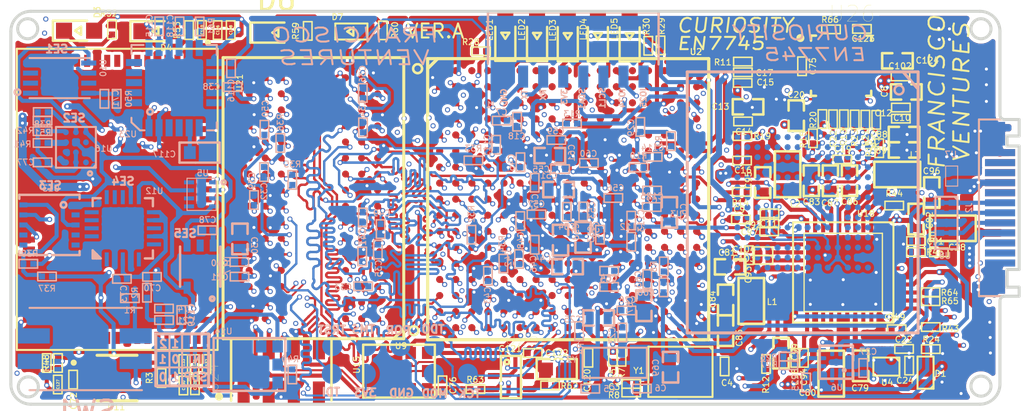
<source format=kicad_pcb>
(kicad_pcb (version 20171130) (host pcbnew "(5.1.8)-1")
  (title_block (title "CURIOSITY EN7700") (date 2020-11-15) (rev "Rev C") (company "Francisco Ventures") (comment 1 "Copyright © Francisco Ventures") (comment 2 "License: CERN OHL v1.2") (comment 3 https://github.com/FranciscoVentures/CURIOSITY))
  (layers (0 TOP signal hide) (1 GND-1 signal hide) (2 SIGNAL-1 signal hide) (3 PWR-1 signal hide) (4 PWR-2 signal hide) (5 SIGNAL-2 signal hide) (6 GND-2 signal hide) (31 BOTTOM signal) (34 B.Paste user hide) (35 F.Paste user hide) (36 B.SilkS user) (37 F.SilkS user hide) (38 B.Mask user hide) (39 F.Mask user hide) (44 Edge.Cuts user))
  (net 0 "")
  (net 1 GND)
  (net 2 DDR_1V35)
  (net 3 DCDC_3V3)
  (net 4 VDD_ARM_SOC_IN)
  (net 5 LDO2_3V3)
  (net 6 DDR_VREF)
  (net 7 /Crystals/XTALI)
  (net 8 /Crystals/XTALO)
  (net 9 /Crystals/RTC_XTALI)
  (net 10 /Crystals/RTC_XTALO)
  (net 11 VDD_HIGH_CAP)
  (net 12 /Power/VDD_SOC_CAP)
  (net 13 /Power/VDD_SNVS_CAP)
  (net 14 /Power/NVCC_PLL_OUT)
  (net 15 /Power/VDD_ARM_CAP)
  (net 16 /eMMC/SD2_RESET_B)
  (net 17 /eMMC/SD2_CMD)
  (net 18 /eMMC/SD2_DATA7)
  (net 19 /eMMC/SD2_DATA6)
  (net 20 /eMMC/SD2_DATA5)
  (net 21 /eMMC/SD2_DATA4)
  (net 22 /eMMC/SD2_DATA3)
  (net 23 /eMMC/SD2_DATA2)
  (net 24 /eMMC/SD2_DATA1)
  (net 25 /eMMC/SD2_DATA0)
  (net 26 I2C1_SCL)
  (net 27 I2C1_SDA)
  (net 28 /Boot/BT_CFG1[6])
  (net 29 /Boot/BT_CFG2[5])
  (net 30 /Boot/BT_CFG1[5])
  (net 31 /DDR/DRAM_RESET_B)
  (net 32 /DDR/DRAM_SDCLK0_N)
  (net 33 /DDR/DRAM_SDCLK0_P)
  (net 34 /DDR/DDR_ZQ)
  (net 35 /DDR/DRAM_CAS_B)
  (net 36 /DDR/DRAM_A8)
  (net 37 /DDR/DRAM_WE_B)
  (net 38 /DDR/DRAM_A2)
  (net 39 /DDR/DRAM_A15)
  (net 40 /DDR/DRAM_A4)
  (net 41 /DDR/DRAM_A11)
  (net 42 /DDR/DRAM_SDBA2)
  (net 43 /DDR/DRAM_A3)
  (net 44 /DDR/DRAM_SDCKE0)
  (net 45 /DDR/DRAM_A10)
  (net 46 /DDR/DRAM_RAS_B)
  (net 47 /DDR/DRAM_SDBA0)
  (net 48 /Crystals/JTAG_TCK)
  (net 49 /DDR/DRAM_A5)
  (net 50 /DDR/DRAM_A0)
  (net 51 /DDR/DRAM_A12)
  (net 52 /DDR/DRAM_A9)
  (net 53 /DDR/DRAM_D14)
  (net 54 /DDR/DRAM_D11)
  (net 55 /DDR/DRAM_D15)
  (net 56 /USB/USB1_DN)
  (net 57 /DDR/DRAM_SDQS1_P)
  (net 58 /DDR/DRAM_D6)
  (net 59 /DDR/DRAM_D0)
  (net 60 /DDR/DRAM_DQM1)
  (net 61 /DDR/DRAM_SDQS1_N)
  (net 62 /DDR/DRAM_D2)
  (net 63 /DDR/DRAM_DQM0)
  (net 64 /DDR/DRAM_D5)
  (net 65 /DDR/DRAM_SDQS0_N)
  (net 66 /DDR/DRAM_SDQS0_P)
  (net 67 /DDR/DRAM_D13)
  (net 68 /DDR/DRAM_D12)
  (net 69 /Crystals/JTAG_TMS)
  (net 70 /Crystals/JTAG_MOD)
  (net 71 /Crystals/JTAG_TDI)
  (net 72 /Crystals/JTAG_TDO)
  (net 73 /Crystals/JTAG_nTRST)
  (net 74 /DDR/DRAM_SDODT0)
  (net 75 /DDR/DRAM_CS0_B)
  (net 76 /DDR/DRAM_D4)
  (net 77 /DDR/DRAM_D3)
  (net 78 /DDR/DRAM_D1)
  (net 79 /DDR/DRAM_D8)
  (net 80 /DDR/DRAM_D9)
  (net 81 /DDR/DRAM_D7)
  (net 82 /DDR/DRAM_D10)
  (net 83 /USB/USB1_DP)
  (net 84 /DDR/DRAM_SDBA1)
  (net 85 /DDR/DRAM_A7)
  (net 86 /DDR/DRAM_A13)
  (net 87 /DDR/DRAM_A1)
  (net 88 /DDR/DRAM_A6)
  (net 89 /DDR/DRAM_A14)
  (net 90 /DDR/DRAM_ZQPAD)
  (net 91 /eMMC/VDDI)
  (net 92 /eMMC/SD2_CLK)
  (net 93 USB1_INT_B)
  (net 94 UART4_RX)
  (net 95 UART4_TX)
  (net 96 VSYS_5V)
  (net 97 /USB/USB1_VBUS)
  (net 98 "Net-(L1-Pad1)")
  (net 99 "Net-(L2-Pad1)")
  (net 100 "Net-(L3-Pad1)")
  (net 101 /PMIC/LICELL)
  (net 102 /PMIC/VCORE)
  (net 103 /PMIC/VDIG)
  (net 104 /eMMC/SD2_CLK_R)
  (net 105 /PMIC/VSYS)
  (net 106 /USB/VDD_USB_CAP)
  (net 107 /USB/USB1_CC)
  (net 108 /USB/USB_VBUS)
  (net 109 PMIC_WDI)
  (net 110 A71CH_RESET)
  (net 111 GPS_3V3)
  (net 112 GPS_PIO14)
  (net 113 GPS_UART_TX)
  (net 114 GPS_UART_RX)
  (net 115 GPS_RESET)
  (net 116 ICS43434_SD)
  (net 117 SLS32A_RESET)
  (net 118 SE1_LED)
  (net 119 SE2_LED)
  (net 120 SE3_LED)
  (net 121 SE4_LED)
  (net 122 SE5_LED)
  (net 123 ICS43434_WS)
  (net 124 ICS43434_SCK)
  (net 125 /Crystals/BOOT_MODE0)
  (net 126 /Crystals/BOOT_MODE1)
  (net 127 GPIO1_IO25)
  (net 128 "Net-(C117-Pad1)")
  (net 129 I2C2_SCL)
  (net 130 I2C2_SDA)
  (net 131 Amb_sensor_INT)
  (net 132 MPU6K_INT)
  (net 133 eCompass_INT)
  (net 134 /Boot/BT_CFG2[6])
  (net 135 "Net-(LED1-Pad1)")
  (net 136 "Net-(LED2-Pad1)")
  (net 137 "Net-(LED3-Pad1)")
  (net 138 "Net-(LED4-Pad1)")
  (net 139 "Net-(LED5-Pad1)")
  (net 140 NVCC_NAND)
  (net 141 LDO1_1V8)
  (net 142 GPS_SAFEBOOT_N)
  (net 143 "Net-(C118-Pad1)")
  (net 144 "Net-(C121-Pad1)")
  (net 145 "Net-(C124-Pad1)")
  (net 146 "Net-(D3-Pad1)")
  (net 147 "Net-(D4-Pad1)")
  (net 148 "Net-(D6-Pad1)")
  (net 149 "Net-(D7-Pad1)")
  (net 150 "Net-(R25-Pad2)")
  (net 151 "Net-(R27-Pad2)")
  (net 152 "Net-(R42-Pad2)")
  (net 153 "Net-(R46-Pad2)")
  (net 154 "Net-(R49-Pad2)")
  (net 155 "Net-(R59-Pad2)")
  (net 156 "Net-(R60-Pad2)")
  (net 157 "Net-(U2-PadA15)")
  (net 158 /Boot/BT_CFG2[1])
  (net 159 /Boot/BT_CFG4[2])
  (net 160 /Boot/BT_CFG4[6])
  (net 161 "Net-(U2-PadA4)")
  (net 162 "Net-(U2-PadA3)")
  (net 163 "Net-(U2-PadA8)")
  (net 164 /Boot/BT_CFG1[1])
  (net 165 "Net-(U2-PadC9)")
  (net 166 "Net-(U2-PadC5)")
  (net 167 "Net-(U2-PadC1)")
  (net 168 /Boot/BT_CFG1[4])
  (net 169 /Boot/BT_CFG4[4])
  (net 170 /Boot/BT_CFG4[0])
  (net 171 /Boot/BT_CFG2[4])
  (net 172 /Boot/BT_CFG4[7])
  (net 173 "Net-(U2-PadB15)")
  (net 174 /Boot/BT_CFG2[0])
  (net 175 /Boot/BT_CFG4[1])
  (net 176 /Boot/BT_CFG4[5])
  (net 177 "Net-(U2-PadB5)")
  (net 178 "Net-(U2-PadB8)")
  (net 179 /Boot/BT_CFG1[0])
  (net 180 "Net-(U2-PadF2)")
  (net 181 "Net-(U2-PadF3)")
  (net 182 "Net-(U2-PadF5)")
  (net 183 "Net-(U2-PadF1)")
  (net 184 "Net-(U2-PadF14)")
  (net 185 "Net-(U2-PadF16)")
  (net 186 "Net-(U2-PadE6)")
  (net 187 "Net-(U2-PadE5)")
  (net 188 /Boot/BT_CFG1[2])
  (net 189 "Net-(U2-PadE14)")
  (net 190 /Boot/BT_CFG2[2])
  (net 191 "Net-(U2-PadE15)")
  (net 192 "Net-(U2-PadE16)")
  (net 193 "Net-(U2-PadE17)")
  (net 194 "Net-(U2-PadD15)")
  (net 195 /Boot/BT_CFG1[7])
  (net 196 /Boot/BT_CFG2[7])
  (net 197 /Boot/BT_CFG4[3])
  (net 198 /Boot/BT_CFG1[3])
  (net 199 "Net-(U2-PadD1)")
  (net 200 "Net-(U2-PadD5)")
  (net 201 "Net-(U2-PadD4)")
  (net 202 "Net-(U2-PadD3)")
  (net 203 "Net-(U2-PadD9)")
  (net 204 "Net-(U2-PadH5)")
  (net 205 "Net-(U2-PadH14)")
  (net 206 "Net-(U2-PadU16)")
  (net 207 "Net-(U2-PadU12)")
  (net 208 "Net-(U2-PadU13)")
  (net 209 "Net-(U2-PadU9)")
  (net 210 "Net-(U2-PadN9)")
  (net 211 "Net-(U2-PadN8)")
  (net 212 "Net-(U2-PadN10)")
  (net 213 "Net-(U2-PadN11)")
  (net 214 "Net-(U2-PadP17)")
  (net 215 "Net-(U2-PadP16)")
  (net 216 "Net-(U2-PadP11)")
  (net 217 "Net-(U2-PadP10)")
  (net 218 "Net-(U2-PadP9)")
  (net 219 "Net-(U2-PadT13)")
  (net 220 "Net-(U2-PadR13)")
  (net 221 "Net-(U2-PadR10)")
  (net 222 "Net-(U2-PadR6)")
  (net 223 "Net-(U2-PadR8)")
  (net 224 "Net-(U2-PadR9)")
  (net 225 "Net-(U2-PadK15)")
  (net 226 "Net-(U2-PadJ17)")
  (net 227 "Net-(U2-PadJ16)")
  (net 228 "Net-(U2-PadJ15)")
  (net 229 "Net-(U2-PadJ14)")
  (net 230 "Net-(U2-PadJ3)")
  (net 231 "Net-(C70-Pad1)")
  (net 232 "Net-(C72-Pad1)")
  (net 233 "Net-(C74-Pad2)")
  (net 234 "Net-(C96-Pad1)")
  (net 235 VSNVS_3V)
  (net 236 /Crystals/JTAG_nSRST)
  (net 237 "Net-(U2-PadA2)")
  (net 238 "Net-(U2-PadC2)")
  (net 239 "Net-(U2-PadB1)")
  (net 240 "Net-(U2-PadB2)")
  (net 241 "Net-(U2-PadE9)")
  (net 242 "Net-(U2-PadT9)")
  (net 243 "Net-(U2-PadK14)")
  (net 244 "Net-(U2-PadK16)")
  (net 245 "Net-(R38-Pad2)")
  (net 246 "Net-(C78-Pad1)")
  (net 247 GPIO1_IO27)
  (net 248 "Net-(C71-Pad1)")
  (net 249 "Net-(R4-Pad2)")
  (net 250 "Net-(R5-Pad2)")
  (net 251 "Net-(C77-Pad1)")
  (net 252 "Net-(U2-PadB3)")
  (net 253 "Net-(R56-Pad1)")
  (module libkicad:BC075-08 (layer BOTTOM) (at 148.524 88.874)
    (fp_text reference J1 (at -4.1 1.41) (layer B.SilkS) (effects (font (size 0.3 0.3) (thickness 0.0508)) (justify mirror)))
    (fp_text value "Debug Conn 8PIN")
    (pad 1 smd rect (at -3.5 0) (size 0.5 1.1) (layers BOTTOM B.Paste B.Mask) (net 1 GND))
    (pad 2 smd rect (at -2.5 0) (size 0.5 1.1) (layers BOTTOM B.Paste B.Mask) (net 95 UART4_TX))
    (pad 3 smd rect (at -1.5 0) (size 0.5 1.1) (layers BOTTOM B.Paste B.Mask) (net 94 UART4_RX))
    (pad 4 smd rect (at -0.5 0) (size 0.5 1.1) (layers BOTTOM B.Paste B.Mask) (net 3 DCDC_3V3))
    (pad 5 smd rect (at 0.5 0) (size 0.5 1.1) (layers BOTTOM B.Paste B.Mask) (net 27 I2C1_SDA))
    (pad 6 smd rect (at 1.5 0) (size 0.5 1.1) (layers BOTTOM B.Paste B.Mask) (net 26 I2C1_SCL))
    (pad 7 smd rect (at 2.5 0) (size 0.5 1.1) (layers BOTTOM B.Paste B.Mask) (net 247 GPIO1_IO27))
    (pad 8 smd rect (at 3.5 0) (size 0.5 1.1) (layers BOTTOM B.Paste B.Mask) (net 127 GPIO1_IO25))
  )
  (module armory-kicad:WURTH_632712000011 (layer BOTTOM) (at 170.73 95.41 90)
    (fp_text reference J2 (at 0 -2.5 90) (layer B.SilkS) (effects (font (size 0.3 0.3) (thickness 0.05)) (justify mirror)))
    (fp_text value USBC-PLUG hide)
    (pad S smd rect (at -3.69 -1.2 90) (size 1.18 1) (layers BOTTOM B.Paste B.Mask) (net 1 GND))
    (pad A6 smd rect (at -0.25 -0.95 90) (size 0.35 1.5) (layers BOTTOM B.Paste B.Mask) (net 83 /USB/USB1_DP))
    (pad A7 smd rect (at 0.25 -0.95 90) (size 0.35 1.5) (layers BOTTOM B.Paste B.Mask) (net 56 /USB/USB1_DN))
    (pad A8 smd rect (at 0.75 -0.95 90) (size 0.35 1.5) (layers BOTTOM B.Paste B.Mask))
    (pad A9 smd rect (at 1.25 -0.95 90) (size 0.35 1.5) (layers BOTTOM B.Paste B.Mask) (net 97 /USB/USB1_VBUS))
    (pad A10 smd rect (at 1.75 -0.95 90) (size 0.35 1.5) (layers BOTTOM B.Paste B.Mask))
    (pad B2 smd rect (at 2.25 -0.95 90) (size 0.35 1.5) (layers TOP F.Paste F.Mask))
    (pad B1 smd rect (at 2.75 -0.95 90) (size 0.35 1.5) (layers TOP F.Paste F.Mask) (net 1 GND))
    (pad A2 smd rect (at -2.25 -0.95 90) (size 0.35 1.5) (layers BOTTOM B.Paste B.Mask))
    (pad A4 smd rect (at -1.25 -0.95 90) (size 0.35 1.5) (layers BOTTOM B.Paste B.Mask) (net 97 /USB/USB1_VBUS))
    (pad A5 smd rect (at -0.75 -0.95 90) (size 0.35 1.5) (layers BOTTOM B.Paste B.Mask) (net 107 /USB/USB1_CC))
    (pad A3 smd rect (at -1.75 -0.95 90) (size 0.35 1.5) (layers BOTTOM B.Paste B.Mask))
    (pad A1 smd rect (at -2.75 -0.95 90) (size 0.35 1.5) (layers BOTTOM B.Paste B.Mask) (net 1 GND))
    (pad B12 smd rect (at -2.75 -0.95 90) (size 0.35 1.5) (layers TOP F.Paste F.Mask) (net 1 GND))
    (pad B11 smd rect (at -2.25 -0.95 90) (size 0.35 1.5) (layers TOP F.Paste F.Mask))
    (pad B10 smd rect (at -1.75 -0.95 90) (size 0.35 1.5) (layers TOP F.Paste F.Mask))
    (pad B9 smd rect (at -1.25 -0.95 90) (size 0.35 1.5) (layers TOP F.Paste F.Mask) (net 97 /USB/USB1_VBUS))
    (pad B8 smd rect (at -0.75 -0.95 90) (size 0.35 1.5) (layers TOP F.Paste F.Mask))
    (pad B5 smd rect (at 0.75 -0.95 90) (size 0.35 1.5) (layers TOP F.Paste F.Mask))
    (pad B4 smd rect (at 1.25 -0.95 90) (size 0.35 1.5) (layers TOP F.Paste F.Mask) (net 97 /USB/USB1_VBUS))
    (pad B3 smd rect (at 1.75 -0.95 90) (size 0.35 1.5) (layers TOP F.Paste F.Mask))
    (pad A11 smd rect (at 2.25 -0.95 90) (size 0.35 1.5) (layers BOTTOM B.Paste B.Mask))
    (pad A12 smd rect (at 2.75 -0.95 90) (size 0.35 1.5) (layers BOTTOM B.Paste B.Mask) (net 1 GND))
    (pad S smd rect (at 3.69 -1.2 90) (size 1.18 1) (layers BOTTOM B.Paste B.Mask) (net 1 GND))
    (pad S smd rect (at 3.825 -1.2 90) (size 0.9 1) (layers TOP F.Paste F.Mask) (net 1 GND))
    (pad S smd rect (at -3.825 -1.2) (size 1 0.9) (layers TOP F.Paste F.Mask) (net 1 GND))
  )
  (module G313-06329-00:G3130632900 (layer TOP) (at 125.81 94.99 270)
    (fp_text reference U21 (at -5.8 -6.1 90) (layer F.SilkS) (effects (font (size 0.3 0.3) (thickness 0.05))))
    (fp_text value G313-06329-00 hide)
    (pad 1 smd rect (at -2.4 -0.8) (size 0.8 0.8) (layers TOP F.Paste F.Mask) (net 1 GND))
    (pad 1 smd rect (at -0.8 -0.8) (size 0.8 0.8) (layers TOP F.Paste F.Mask) (net 1 GND))
    (pad 1 smd rect (at 0.8 -0.8) (size 0.8 0.8) (layers TOP F.Paste F.Mask) (net 1 GND))
    (pad 1 smd rect (at 2.4 -0.8) (size 0.8 0.8) (layers TOP F.Paste F.Mask) (net 1 GND))
    (pad 1 smd rect (at 4 -0.8) (size 0.8 0.8) (layers TOP F.Paste F.Mask) (net 1 GND))
    (pad 1 smd rect (at 4 0.8) (size 0.8 0.8) (layers TOP F.Paste F.Mask) (net 1 GND))
    (pad 1 smd rect (at 2.4 0.8) (size 0.8 0.8) (layers TOP F.Paste F.Mask) (net 1 GND))
    (pad 1 smd rect (at 0.8 0.8) (size 0.8 0.8) (layers TOP F.Paste F.Mask) (net 1 GND))
    (pad 1 smd rect (at -0.8 0.8) (size 0.8 0.8) (layers TOP F.Paste F.Mask) (net 1 GND))
    (pad 1 smd rect (at -2.4 0.8) (size 0.8 0.8) (layers TOP F.Paste F.Mask) (net 1 GND))
    (pad 1 smd rect (at -4 0.8) (size 0.8 0.8) (layers TOP F.Paste F.Mask) (net 1 GND))
    (pad 1 smd rect (at -4 -0.8) (size 0.8 0.8) (layers TOP F.Paste F.Mask) (net 1 GND))
    (pad 1 smd rect (at -4 -2.4) (size 0.8 0.8) (layers TOP F.Paste F.Mask) (net 1 GND))
    (pad 1 smd rect (at -2.4 -2.4) (size 0.8 0.8) (layers TOP F.Paste F.Mask) (net 1 GND))
    (pad 1 smd rect (at -0.8 -2.4) (size 0.8 0.8) (layers TOP F.Paste F.Mask) (net 1 GND))
    (pad 1 smd rect (at 0.8 -2.4) (size 0.8 0.8) (layers TOP F.Paste F.Mask) (net 1 GND))
    (pad 1 smd rect (at 2.4 -2.4) (size 0.8 0.8) (layers TOP F.Paste F.Mask) (net 1 GND))
    (pad 1 smd rect (at 4 -2.4) (size 0.8 0.8) (layers TOP F.Paste F.Mask) (net 1 GND))
    (pad 1 smd rect (at 5.6 -2.4) (size 0.8 0.8) (layers TOP F.Paste F.Mask) (net 1 GND))
    (pad 1 smd rect (at 5.6 -0.8) (size 0.8 0.8) (layers TOP F.Paste F.Mask) (net 1 GND))
    (pad 1 smd rect (at 5.6 0.8) (size 0.8 0.8) (layers TOP F.Paste F.Mask) (net 1 GND))
    (pad 1 smd rect (at 5.6 2.4) (size 0.8 0.8) (layers TOP F.Paste F.Mask) (net 1 GND))
    (pad 1 smd rect (at 4 2.4) (size 0.8 0.8) (layers TOP F.Paste F.Mask) (net 1 GND))
    (pad 1 smd rect (at 2.4 2.4) (size 0.8 0.8) (layers TOP F.Paste F.Mask) (net 1 GND))
    (pad 1 smd rect (at 0.8 2.4) (size 0.8 0.8) (layers TOP F.Paste F.Mask) (net 1 GND))
    (pad 1 smd rect (at -0.8 2.4) (size 0.8 0.8) (layers TOP F.Paste F.Mask) (net 1 GND))
    (pad 1 smd rect (at -2.4 2.4) (size 0.8 0.8) (layers TOP F.Paste F.Mask) (net 1 GND))
    (pad 1 smd rect (at -4 2.4) (size 0.8 0.8) (layers TOP F.Paste F.Mask) (net 1 GND))
    (pad 1 smd rect (at -5.6 2.4) (size 0.8 0.8) (layers TOP F.Paste F.Mask) (net 1 GND))
    (pad 1 smd rect (at -5.6 0.8) (size 0.8 0.8) (layers TOP F.Paste F.Mask) (net 1 GND))
    (pad 1 smd rect (at -5.6 -0.8) (size 0.8 0.8) (layers TOP F.Paste F.Mask) (net 1 GND))
    (pad 1 smd rect (at -5.6 -2.4) (size 0.8 0.8) (layers TOP F.Paste F.Mask) (net 1 GND))
    (pad 88 smd rect (at -6 -4.4 270) (size 0.3 0.6) (layers TOP F.Paste F.Mask) (net 1 GND))
    (pad 87 smd rect (at -5.5 -4.4 270) (size 0.3 0.6) (layers TOP F.Paste F.Mask) (net 1 GND))
    (pad 86 smd rect (at -5 -4.4 270) (size 0.3 0.6) (layers TOP F.Paste F.Mask) (net 1 GND))
    (pad 85 smd rect (at -4.5 -4.4 270) (size 0.3 0.6) (layers TOP F.Paste F.Mask) (net 1 GND))
    (pad 84 smd rect (at -4 -4.4 270) (size 0.3 0.6) (layers TOP F.Paste F.Mask) (net 1 GND))
    (pad 83 smd rect (at -3.5 -4.4 270) (size 0.3 0.6) (layers TOP F.Paste F.Mask) (net 253 "Net-(R56-Pad1)"))
    (pad 82 smd rect (at -3 -4.4 270) (size 0.3 0.6) (layers TOP F.Paste F.Mask))
    (pad 81 smd rect (at -2.5 -4.4 270) (size 0.3 0.6) (layers TOP F.Paste F.Mask) (net 1 GND))
    (pad 80 smd rect (at -2 -4.4 270) (size 0.3 0.6) (layers TOP F.Paste F.Mask) (net 1 GND))
    (pad 79 smd rect (at -1.5 -4.4 270) (size 0.3 0.6) (layers TOP F.Paste F.Mask) (net 1 GND))
    (pad 78 smd rect (at -1 -4.4 270) (size 0.3 0.6) (layers TOP F.Paste F.Mask))
    (pad 77 smd rect (at -0.5 -4.4 270) (size 0.3 0.6) (layers TOP F.Paste F.Mask))
    (pad 76 smd rect (at 0 -4.4 270) (size 0.3 0.6) (layers TOP F.Paste F.Mask) (net 115 GPS_RESET))
    (pad 75 smd rect (at 0.5 -4.4 270) (size 0.3 0.6) (layers TOP F.Paste F.Mask) (net 1 GND))
    (pad 74 smd rect (at 1 -4.4 270) (size 0.3 0.6) (layers TOP F.Paste F.Mask) (net 1 GND))
    (pad 73 smd rect (at 1.5 -4.4 270) (size 0.3 0.6) (layers TOP F.Paste F.Mask) (net 1 GND))
    (pad 72 smd rect (at 2 -4.4 270) (size 0.3 0.6) (layers TOP F.Paste F.Mask) (net 1 GND))
    (pad 71 smd rect (at 2.5 -4.4 270) (size 0.3 0.6) (layers TOP F.Paste F.Mask) (net 1 GND))
    (pad 70 smd rect (at 3 -4.4 270) (size 0.3 0.6) (layers TOP F.Paste F.Mask) (net 1 GND))
    (pad 69 smd rect (at 3.5 -4.4 270) (size 0.3 0.6) (layers TOP F.Paste F.Mask) (net 1 GND))
    (pad 68 smd rect (at 4 -4.4 270) (size 0.3 0.6) (layers TOP F.Paste F.Mask) (net 1 GND))
    (pad 67 smd rect (at 4.5 -4.4 270) (size 0.3 0.6) (layers TOP F.Paste F.Mask) (net 3 DCDC_3V3))
    (pad 66 smd rect (at 5 -4.4 270) (size 0.3 0.6) (layers TOP F.Paste F.Mask) (net 3 DCDC_3V3))
    (pad 65 smd rect (at 5.5 -4.4 270) (size 0.3 0.6) (layers TOP F.Paste F.Mask) (net 3 DCDC_3V3))
    (pad 64 smd rect (at 6 -4.4 270) (size 0.3 0.6) (layers TOP F.Paste F.Mask) (net 3 DCDC_3V3))
    (pad 63 smd rect (at 6.9 -4.5) (size 0.3 0.6) (layers TOP F.Paste F.Mask) (net 3 DCDC_3V3))
    (pad 62 smd rect (at 6.9 -4) (size 0.3 0.6) (layers TOP F.Paste F.Mask) (net 3 DCDC_3V3))
    (pad 61 smd rect (at 6.9 -3.5) (size 0.3 0.6) (layers TOP F.Paste F.Mask) (net 3 DCDC_3V3))
    (pad 60 smd rect (at 6.9 -3) (size 0.3 0.6) (layers TOP F.Paste F.Mask) (net 3 DCDC_3V3))
    (pad 59 smd rect (at 6.9 -2.5) (size 0.3 0.6) (layers TOP F.Paste F.Mask) (net 3 DCDC_3V3))
    (pad 58 smd rect (at 6.9 -2) (size 0.3 0.6) (layers TOP F.Paste F.Mask) (net 3 DCDC_3V3))
    (pad 57 smd rect (at 6.9 -1.5) (size 0.3 0.6) (layers TOP F.Paste F.Mask) (net 3 DCDC_3V3))
    (pad 56 smd rect (at 6.9 -1) (size 0.3 0.6) (layers TOP F.Paste F.Mask) (net 3 DCDC_3V3))
    (pad 55 smd rect (at 6.9 -0.5) (size 0.3 0.6) (layers TOP F.Paste F.Mask) (net 1 GND))
    (pad 54 smd rect (at 6.9 0) (size 0.3 0.6) (layers TOP F.Paste F.Mask) (net 141 LDO1_1V8))
    (pad 53 smd rect (at 6.9 0.5) (size 0.3 0.6) (layers TOP F.Paste F.Mask) (net 112 GPS_PIO14))
    (pad 52 smd rect (at 6.9 1) (size 0.3 0.6) (layers TOP F.Paste F.Mask) (net 1 GND))
    (pad 51 smd rect (at 6.9 1.5) (size 0.3 0.6) (layers TOP F.Paste F.Mask) (net 1 GND))
    (pad 50 smd rect (at 6.9 2) (size 0.3 0.6) (layers TOP F.Paste F.Mask) (net 1 GND))
    (pad 49 smd rect (at 6.9 2.5) (size 0.3 0.6) (layers TOP F.Paste F.Mask) (net 1 GND))
    (pad 48 smd rect (at 6.9 3) (size 0.3 0.6) (layers TOP F.Paste F.Mask) (net 1 GND))
    (pad 47 smd rect (at 6.9 3.5) (size 0.3 0.6) (layers TOP F.Paste F.Mask) (net 1 GND))
    (pad 46 smd rect (at 6.9 4) (size 0.3 0.6) (layers TOP F.Paste F.Mask) (net 1 GND))
    (pad 45 smd rect (at 6.9 4.5) (size 0.3 0.6) (layers TOP F.Paste F.Mask) (net 1 GND))
    (pad 44 smd rect (at 6 4.4 270) (size 0.3 0.6) (layers TOP F.Paste F.Mask) (net 1 GND))
    (pad 43 smd rect (at 5.5 4.4 270) (size 0.3 0.6) (layers TOP F.Paste F.Mask) (net 1 GND))
    (pad 42 smd rect (at 5 4.4 270) (size 0.3 0.6) (layers TOP F.Paste F.Mask) (net 1 GND))
    (pad 41 smd rect (at 4.5 4.4 270) (size 0.3 0.6) (layers TOP F.Paste F.Mask) (net 1 GND))
    (pad 40 smd rect (at 4 4.4 270) (size 0.3 0.6) (layers TOP F.Paste F.Mask) (net 1 GND))
    (pad 39 smd rect (at 3.5 4.4 270) (size 0.3 0.6) (layers TOP F.Paste F.Mask) (net 1 GND))
    (pad 38 smd rect (at 3 4.4 270) (size 0.3 0.6) (layers TOP F.Paste F.Mask) (net 1 GND))
    (pad 37 smd rect (at 2.5 4.4 270) (size 0.3 0.6) (layers TOP F.Paste F.Mask))
    (pad 36 smd rect (at 2 4.4 270) (size 0.3 0.6) (layers TOP F.Paste F.Mask) (net 1 GND))
    (pad 35 smd rect (at 1.5 4.4 270) (size 0.3 0.6) (layers TOP F.Paste F.Mask) (net 1 GND))
    (pad 34 smd rect (at 1 4.4 270) (size 0.3 0.6) (layers TOP F.Paste F.Mask) (net 1 GND))
    (pad 33 smd rect (at 0.5 4.4 270) (size 0.3 0.6) (layers TOP F.Paste F.Mask) (net 1 GND))
    (pad 32 smd rect (at 0 4.4 270) (size 0.3 0.6) (layers TOP F.Paste F.Mask) (net 1 GND))
    (pad 31 smd rect (at -0.5 4.4 270) (size 0.3 0.6) (layers TOP F.Paste F.Mask) (net 1 GND))
    (pad 30 smd rect (at -1 4.4 270) (size 0.3 0.6) (layers TOP F.Paste F.Mask) (net 1 GND))
    (pad 29 smd rect (at -1.5 4.4 270) (size 0.3 0.6) (layers TOP F.Paste F.Mask) (net 1 GND))
    (pad 28 smd rect (at -2 4.4 270) (size 0.3 0.6) (layers TOP F.Paste F.Mask) (net 1 GND))
    (pad 27 smd rect (at -2.5 4.4 270) (size 0.3 0.6) (layers TOP F.Paste F.Mask) (net 1 GND))
    (pad 26 smd rect (at -3 4.4 270) (size 0.3 0.6) (layers TOP F.Paste F.Mask) (net 1 GND))
    (pad 25 smd rect (at -3.5 4.4 270) (size 0.3 0.6) (layers TOP F.Paste F.Mask) (net 1 GND))
    (pad 24 smd rect (at -4 4.4 270) (size 0.3 0.6) (layers TOP F.Paste F.Mask) (net 1 GND))
    (pad 23 smd rect (at -4.5 4.4 270) (size 0.3 0.6) (layers TOP F.Paste F.Mask) (net 1 GND))
    (pad 22 smd rect (at -5 4.4 270) (size 0.3 0.6) (layers TOP F.Paste F.Mask) (net 1 GND))
    (pad 21 smd rect (at -5.5 4.4 270) (size 0.3 0.6) (layers TOP F.Paste F.Mask) (net 1 GND))
    (pad 20 smd rect (at -6 4.4 270) (size 0.3 0.6) (layers TOP F.Paste F.Mask) (net 1 GND))
    (pad 19 smd rect (at -6.9 4.5) (size 0.3 0.6) (layers TOP F.Paste F.Mask) (net 1 GND))
    (pad 18 smd rect (at -6.9 4) (size 0.3 0.6) (layers TOP F.Paste F.Mask) (net 1 GND))
    (pad 17 smd rect (at -6.9 3.5) (size 0.3 0.6) (layers TOP F.Paste F.Mask) (net 1 GND))
    (pad 16 smd rect (at -6.9 3) (size 0.3 0.6) (layers TOP F.Paste F.Mask) (net 1 GND))
    (pad 15 smd rect (at -6.9 2.5) (size 0.3 0.6) (layers TOP F.Paste F.Mask) (net 1 GND))
    (pad 14 smd rect (at -6.9 2) (size 0.3 0.6) (layers TOP F.Paste F.Mask))
    (pad 13 smd rect (at -6.9 1.5) (size 0.3 0.6) (layers TOP F.Paste F.Mask))
    (pad 12 smd rect (at -6.9 1) (size 0.3 0.6) (layers TOP F.Paste F.Mask) (net 1 GND))
    (pad 11 smd rect (at -6.9 0.5) (size 0.3 0.6) (layers TOP F.Paste F.Mask))
    (pad 10 smd rect (at -6.9 0) (size 0.3 0.6) (layers TOP F.Paste F.Mask))
    (pad 9 smd rect (at -6.9 -0.5) (size 0.3 0.6) (layers TOP F.Paste F.Mask) (net 1 GND))
    (pad 8 smd rect (at -6.9 -1) (size 0.3 0.6) (layers TOP F.Paste F.Mask))
    (pad 7 smd rect (at -6.9 -1.5) (size 0.3 0.6) (layers TOP F.Paste F.Mask))
    (pad 6 smd rect (at -6.9 -2) (size 0.3 0.6) (layers TOP F.Paste F.Mask) (net 1 GND))
    (pad 5 smd rect (at -6.9 -2.5) (size 0.3 0.6) (layers TOP F.Paste F.Mask))
    (pad 4 smd rect (at -6.9 -3) (size 0.3 0.6) (layers TOP F.Paste F.Mask))
    (pad 3 smd rect (at -6.9 -3.5) (size 0.3 0.6) (layers TOP F.Paste F.Mask) (net 1 GND))
    (pad 2 smd rect (at -6.9 -4) (size 0.3 0.6) (layers TOP F.Paste F.Mask) (net 1 GND))
    (pad 1 smd rect (at -6.9 -4.5) (size 0.3 0.6) (layers TOP F.Paste F.Mask) (net 1 GND))
  )
  (module armory-kicad:SM0201 (layer TOP) (at 129.1 103.19 90)
    (fp_text reference C133 (at 0.00508 0.01016 90) (layer F.SilkS) (effects (font (size 0.127 0.127) (thickness 0.03175))))
    (fp_text value 0.1uF hide)
    (pad 1 smd rect (at -0.25 0 90) (size 0.3 0.3) (layers TOP F.Paste F.Mask))
    (pad 2 smd rect (at 0.25 0 90) (size 0.3 0.3) (layers TOP F.Paste F.Mask) (net 1 GND))
  )
  (module armory-kicad:SM0201 (layer TOP) (at 130.26 103.19 90)
    (fp_text reference C132 (at 0.00508 0.01016 90) (layer F.SilkS) (effects (font (size 0.127 0.127) (thickness 0.03175))))
    (fp_text value 0.1uF hide)
    (pad 1 smd rect (at -0.25 0 90) (size 0.3 0.3) (layers TOP F.Paste F.Mask) (net 3 DCDC_3V3))
    (pad 2 smd rect (at 0.25 0 90) (size 0.3 0.3) (layers TOP F.Paste F.Mask) (net 1 GND))
  )
  (module armory-kicad:SM0201 (layer TOP) (at 129.66 103.19 90)
    (fp_text reference C131 (at 0.00508 0.01016 90) (layer F.SilkS) (effects (font (size 0.127 0.127) (thickness 0.03175))))
    (fp_text value 0.1uF hide)
    (pad 1 smd rect (at -0.25 0 90) (size 0.3 0.3) (layers TOP F.Paste F.Mask) (net 3 DCDC_3V3))
    (pad 2 smd rect (at 0.25 0 90) (size 0.3 0.3) (layers TOP F.Paste F.Mask) (net 1 GND))
  )
  (module armory-kicad:SM0201 (layer TOP) (at 129.11 104.26 90)
    (fp_text reference C130 (at 0.00508 0.01016 90) (layer F.SilkS) (effects (font (size 0.127 0.127) (thickness 0.03175))))
    (fp_text value 0.1uF hide)
    (pad 1 smd rect (at -0.25 0 90) (size 0.3 0.3) (layers TOP F.Paste F.Mask) (net 3 DCDC_3V3))
    (pad 2 smd rect (at 0.25 0 90) (size 0.3 0.3) (layers TOP F.Paste F.Mask) (net 1 GND))
  )
  (module armory-kicad:SM0201 (layer TOP) (at 122.3 103.14 90)
    (fp_text reference C129 (at 0.00508 0.01016 90) (layer F.SilkS) (effects (font (size 0.127 0.127) (thickness 0.03175))))
    (fp_text value 0.1uF hide)
    (pad 1 smd rect (at -0.25 0 90) (size 0.3 0.3) (layers TOP F.Paste F.Mask) (net 3 DCDC_3V3))
    (pad 2 smd rect (at 0.25 0 90) (size 0.3 0.3) (layers TOP F.Paste F.Mask) (net 1 GND))
  )
  (module armory-kicad:SM0201 (layer TOP) (at 129.68 104.25 90)
    (fp_text reference C128 (at 0.00508 0.01016 90) (layer F.SilkS) (effects (font (size 0.127 0.127) (thickness 0.03175))))
    (fp_text value 0.1uF hide)
    (pad 1 smd rect (at -0.25 0 90) (size 0.3 0.3) (layers TOP F.Paste F.Mask) (net 3 DCDC_3V3))
    (pad 2 smd rect (at 0.25 0 90) (size 0.3 0.3) (layers TOP F.Paste F.Mask) (net 1 GND))
  )
  (module armory-kicad:SM0201 (layer TOP) (at 122.85 104.21 90)
    (fp_text reference C127 (at 0.00508 0.01016 90) (layer F.SilkS) (effects (font (size 0.127 0.127) (thickness 0.03175))))
    (fp_text value 0.1uF hide)
    (pad 1 smd rect (at -0.25 0 90) (size 0.3 0.3) (layers TOP F.Paste F.Mask) (net 3 DCDC_3V3))
    (pad 2 smd rect (at 0.25 0 90) (size 0.3 0.3) (layers TOP F.Paste F.Mask) (net 1 GND))
  )
  (module armory-kicad:SM0201 (layer TOP) (at 130.81 86.56 90)
    (fp_text reference C126 (at 0.00508 0.01016 90) (layer F.SilkS) (effects (font (size 0.127 0.127) (thickness 0.03175))))
    (fp_text value 0.1uF hide)
    (pad 1 smd rect (at -0.25 0 90) (size 0.3 0.3) (layers TOP F.Paste F.Mask) (net 3 DCDC_3V3))
    (pad 2 smd rect (at 0.25 0 90) (size 0.3 0.3) (layers TOP F.Paste F.Mask) (net 1 GND))
  )
  (module armory-kicad:SM0201 (layer TOP) (at 130.03 86.55 90)
    (fp_text reference C110 (at 0.00508 0.01016 90) (layer F.SilkS) (effects (font (size 0.127 0.127) (thickness 0.03175))))
    (fp_text value 0.1uF hide)
    (pad 1 smd rect (at -0.25 0 90) (size 0.3 0.3) (layers TOP F.Paste F.Mask) (net 3 DCDC_3V3))
    (pad 2 smd rect (at 0.25 0 90) (size 0.3 0.3) (layers TOP F.Paste F.Mask) (net 1 GND))
  )
  (module armory-kicad:SM0201 (layer TOP) (at 131.46 86.56 90)
    (fp_text reference C108 (at 0.00508 0.01016 90) (layer F.SilkS) (effects (font (size 0.127 0.127) (thickness 0.03175))))
    (fp_text value 0.1uF hide)
    (pad 1 smd rect (at -0.25 0 90) (size 0.3 0.3) (layers TOP F.Paste F.Mask) (net 3 DCDC_3V3))
    (pad 2 smd rect (at 0.25 0 90) (size 0.3 0.3) (layers TOP F.Paste F.Mask) (net 1 GND))
  )
  (module Resistor_SMD:R_0201_0603Metric (layer TOP) (at 139.04 86.57 270)
    (fp_text reference R60 (at 0 -0.6 90) (layer F.SilkS) (effects (font (size 0.3 0.3) (thickness 0.05))))
    (fp_text value 100R)
    (pad 2 smd rect (at 0.25 0 270) (size 0.3 0.3) (layers TOP F.Paste F.Mask) (net 156 "Net-(R60-Pad2)"))
    (pad 1 smd rect (at -0.25 0 270) (size 0.3 0.3) (layers TOP F.Paste F.Mask) (net 149 "Net-(D7-Pad1)"))
  )
  (module Resistor_SMD:R_0201_0603Metric (layer TOP) (at 135.3 86.6 90)
    (fp_text reference R59 (at 0 -0.6 90) (layer F.SilkS) (effects (font (size 0.3 0.3) (thickness 0.05))))
    (fp_text value 100R)
    (pad 2 smd rect (at 0.25 0 90) (size 0.3 0.3) (layers TOP F.Paste F.Mask) (net 155 "Net-(R59-Pad2)"))
    (pad 1 smd rect (at -0.25 0 90) (size 0.3 0.3) (layers TOP F.Paste F.Mask) (net 148 "Net-(D6-Pad1)"))
  )
  (module Resistor_SMD:R_0201_0603Metric (layer TOP) (at 129.39 86.56 90)
    (fp_text reference R53 (at 0 -0.6 90) (layer F.SilkS) (effects (font (size 0.3 0.3) (thickness 0.05))))
    (fp_text value 100R)
    (pad 2 smd rect (at 0.25 0 90) (size 0.3 0.3) (layers TOP F.Paste F.Mask) (net 1 GND))
    (pad 1 smd rect (at -0.25 0 90) (size 0.3 0.3) (layers TOP F.Paste F.Mask) (net 147 "Net-(D4-Pad1)"))
  )
  (module digikey-footprints:LED_0603 (layer TOP) (at 133.736 86.684)
    (fp_text reference D6 (at 0 -1.61) (layer F.SilkS))
    (fp_text value "LED GREEN")
    (pad 2 smd rect (at 0.75 0) (size 0.8 0.8) (layers TOP F.Paste F.Mask) (net 5 LDO2_3V3))
    (pad 1 smd rect (at -0.75 0) (size 0.8 0.8) (layers TOP F.Paste F.Mask) (net 148 "Net-(D6-Pad1)"))
  )
  (module "SLS 32AIA010MH:SLS" (layer BOTTOM) (at 120.93416 94.76424 270)
    (fp_text reference U13 (at -0.32424 -1.57584) (layer B.SilkS) (effects (font (size 0.3 0.3) (thickness 0.05)) (justify mirror)))
    (fp_text value "SLS 32AIA010ML")
    (pad 5 smd rect (at 2.5 -2.8 270) (size 0.25 0.4) (layers BOTTOM B.Paste B.Mask))
    (pad 6 smd rect (at 2.5 -0.2 270) (size 0.25 0.4) (layers BOTTOM B.Paste B.Mask))
    (pad 4 smd rect (at 2 -2.8 270) (size 0.25 0.4) (layers BOTTOM B.Paste B.Mask))
    (pad 7 smd rect (at 2 -0.2 270) (size 0.25 0.4) (layers BOTTOM B.Paste B.Mask))
    (pad 3 smd rect (at 1.5 -2.8 270) (size 0.25 0.4) (layers BOTTOM B.Paste B.Mask) (net 27 I2C1_SDA))
    (pad 8 smd rect (at 1.5 -0.2 270) (size 0.25 0.4) (layers BOTTOM B.Paste B.Mask) (net 26 I2C1_SCL))
    (pad 2 smd rect (at 1 -2.8 270) (size 0.25 0.4) (layers BOTTOM B.Paste B.Mask))
    (pad 9 smd rect (at 1 -0.2 270) (size 0.25 0.4) (layers BOTTOM B.Paste B.Mask) (net 117 SLS32A_RESET))
    (pad 1 smd rect (at 0.5 -2.8 270) (size 0.25 0.4) (layers BOTTOM B.Paste B.Mask) (net 1 GND))
    (pad 10 smd rect (at 0.5 -0.2 270) (size 0.25 0.4) (layers BOTTOM B.Paste B.Mask) (net 233 "Net-(C74-Pad2)"))
  )
  (module CHS-02TA:CHS-02TA (layer BOTTOM) (at 124.12 102.49)
    (fp_text reference SW1 (at 0.11684 3.03784) (layer B.SilkS) (effects (justify mirror)))
    (fp_text value CHS-02TA)
    (pad N smd rect (at 2.61112 -0.70104 90) (size 0.76 1.6) (layers BOTTOM B.Paste B.Mask) (net 126 /Crystals/BOOT_MODE1))
    (pad 0 smd rect (at 2.61112 0.56896 90) (size 0.76 1.6) (layers BOTTOM B.Paste B.Mask) (net 125 /Crystals/BOOT_MODE0))
    (pad 2 smd rect (at -2.46888 -0.70104 90) (size 0.76 1.6) (layers BOTTOM B.Paste B.Mask) (net 250 "Net-(R5-Pad2)"))
    (pad 1 smd rect (at -2.46888 0.56896 90) (size 0.76 1.6) (layers BOTTOM B.Paste B.Mask) (net 249 "Net-(R4-Pad2)"))
  )
  (module armory-kicad:SM0201 (layer TOP) (at 149.28 102.88 90)
    (fp_text reference C120 (at -1.12 -0.06 90) (layer F.SilkS) (effects (font (size 0.3 0.3) (thickness 0.0508))))
    (fp_text value 0.22uF hide)
    (pad 1 smd rect (at -0.25 0 90) (size 0.3 0.3) (layers TOP F.Paste F.Mask) (net 3 DCDC_3V3))
    (pad 2 smd rect (at 0.25 0 90) (size 0.3 0.3) (layers TOP F.Paste F.Mask) (net 1 GND))
  )
  (module Resistor_SMD:R_0201_0603Metric (layer BOTTOM) (at 122.09 91.07)
    (fp_text reference R51 (at 0 0.6) (layer B.SilkS) (effects (font (size 0.3 0.3) (thickness 0.05)) (justify mirror)))
    (fp_text value 0R)
    (pad 2 smd rect (at 0.25 0) (size 0.3 0.3) (layers BOTTOM B.Paste B.Mask) (net 3 DCDC_3V3))
    (pad 1 smd rect (at -0.25 0) (size 0.3 0.3) (layers BOTTOM B.Paste B.Mask) (net 251 "Net-(C77-Pad1)"))
  )
  (module Resistor_SMD:R_0201_0603Metric (layer BOTTOM) (at 125.78 89.98 90)
    (fp_text reference R50 (at 0 0.6 90) (layer B.SilkS) (effects (font (size 0.3 0.3) (thickness 0.05)) (justify mirror)))
    (fp_text value 0R)
    (pad 2 smd rect (at 0.25 0 90) (size 0.3 0.3) (layers BOTTOM B.Paste B.Mask) (net 248 "Net-(C71-Pad1)"))
    (pad 1 smd rect (at -0.25 0 90) (size 0.3 0.3) (layers BOTTOM B.Paste B.Mask) (net 3 DCDC_3V3))
  )
  (module Resistor_SMD:R_0201_0603Metric (layer TOP) (at 122.86 103.14 90)
    (fp_text reference R48 (at 0 -0.6 90) (layer F.SilkS) (effects (font (size 0.3 0.3) (thickness 0.05))))
    (fp_text value 0R)
    (pad 2 smd rect (at 0.25 0 90) (size 0.3 0.3) (layers TOP F.Paste F.Mask) (net 246 "Net-(C78-Pad1)"))
    (pad 1 smd rect (at -0.25 0 90) (size 0.3 0.3) (layers TOP F.Paste F.Mask) (net 3 DCDC_3V3))
  )
  (module Resistor_SMD:R_0201_0603Metric (layer BOTTOM) (at 122.1 90.64)
    (fp_text reference R38 (at 0 0.6) (layer B.SilkS) (effects (font (size 0.3 0.3) (thickness 0.05)) (justify mirror)))
    (fp_text value 10K)
    (pad 2 smd rect (at 0.25 0) (size 0.3 0.3) (layers BOTTOM B.Paste B.Mask) (net 245 "Net-(R38-Pad2)"))
    (pad 1 smd rect (at -0.25 0) (size 0.3 0.3) (layers BOTTOM B.Paste B.Mask) (net 251 "Net-(C77-Pad1)"))
  )
  (module Resistor_SMD:R_0201_0603Metric (layer TOP) (at 164.63 101.46)
    (fp_text reference R49 (at 0 -0.6) (layer F.SilkS) (effects (font (size 0.3 0.3) (thickness 0.05))))
    (fp_text value 100K)
    (pad 2 smd rect (at 0.25 0) (size 0.3 0.3) (layers TOP F.Paste F.Mask) (net 154 "Net-(R49-Pad2)"))
    (pad 1 smd rect (at -0.25 0) (size 0.3 0.3) (layers TOP F.Paste F.Mask) (net 235 VSNVS_3V))
  )
  (module Resistor_SMD:R_0201_0603Metric (layer TOP) (at 164.51 95.3)
    (fp_text reference R44 (at 0 -0.6) (layer F.SilkS) (effects (font (size 0.3 0.3) (thickness 0.05))))
    (fp_text value 0R)
    (pad 2 smd rect (at 0.25 0) (size 0.3 0.3) (layers TOP F.Paste F.Mask) (net 111 GPS_3V3))
    (pad 1 smd rect (at -0.25 0) (size 0.3 0.3) (layers TOP F.Paste F.Mask) (net 234 "Net-(C96-Pad1)"))
  )
  (module Resistor_SMD:R_0201_0603Metric (layer BOTTOM) (at 122.31 98.83)
    (fp_text reference R37 (at 0 0.6) (layer B.SilkS) (effects (font (size 0.3 0.3) (thickness 0.05)) (justify mirror)))
    (fp_text value 0R)
    (pad 2 smd rect (at 0.25 0) (size 0.3 0.3) (layers BOTTOM B.Paste B.Mask) (net 3 DCDC_3V3))
    (pad 1 smd rect (at -0.25 0) (size 0.3 0.3) (layers BOTTOM B.Paste B.Mask) (net 233 "Net-(C74-Pad2)"))
  )
  (module Resistor_SMD:R_0201_0603Metric (layer TOP) (at 128.016 103.89 90)
    (fp_text reference R3 (at 0 -0.6 90) (layer F.SilkS) (effects (font (size 0.3 0.3) (thickness 0.05))))
    (fp_text value 0R)
    (pad 2 smd rect (at 0.25 0 90) (size 0.3 0.3) (layers TOP F.Paste F.Mask) (net 232 "Net-(C72-Pad1)"))
    (pad 1 smd rect (at -0.25 0 90) (size 0.3 0.3) (layers TOP F.Paste F.Mask) (net 3 DCDC_3V3))
  )
  (module Resistor_SMD:R_0201_0603Metric (layer BOTTOM) (at 127.29 99.64 270)
    (fp_text reference R2 (at 0 0.6 90) (layer B.SilkS) (effects (font (size 0.3 0.3) (thickness 0.05)) (justify mirror)))
    (fp_text value 0R)
    (pad 2 smd rect (at 0.25 0 270) (size 0.3 0.3) (layers BOTTOM B.Paste B.Mask) (net 3 DCDC_3V3))
    (pad 1 smd rect (at -0.25 0 270) (size 0.3 0.3) (layers BOTTOM B.Paste B.Mask) (net 231 "Net-(C70-Pad1)"))
  )
  (module Resistor_SMD:R_0201_0603Metric (layer BOTTOM) (at 126.44 99.91)
    (fp_text reference R1 (at 0 0.6) (layer B.SilkS) (effects (font (size 0.3 0.3) (thickness 0.05)) (justify mirror)))
    (fp_text value DNP)
    (pad 2 smd rect (at 0.25 0) (size 0.3 0.3) (layers BOTTOM B.Paste B.Mask) (net 126 /Crystals/BOOT_MODE1))
    (pad 1 smd rect (at -0.25 0) (size 0.3 0.3) (layers BOTTOM B.Paste B.Mask) (net 1 GND))
  )
  (module armory-kicad:SOT1369-4 (layer TOP) (at 161.97 98.63 180)
    (fp_text reference U18 (at -1.12992 2.93328 180) (layer F.SilkS) (effects (font (size 0.3 0.3) (thickness 0.0508))))
    (fp_text value MC34PF1510A6EP hide)
    (pad 36 smd rect (at -0.2 -2.35 180) (size 0.2 0.7) (layers TOP F.Paste F.Mask) (net 105 /PMIC/VSYS))
    (pad 35 smd rect (at 0.2 -2.35 180) (size 0.2 0.7) (layers TOP F.Paste F.Mask) (net 105 /PMIC/VSYS))
    (pad 34 smd rect (at 0.6 -2.35 180) (size 0.2 0.7) (layers TOP F.Paste F.Mask))
    (pad 33 smd rect (at 1 -2.35 180) (size 0.2 0.7) (layers TOP F.Paste F.Mask))
    (pad 32 smd rect (at 1.4 -2.35 180) (size 0.2 0.7) (layers TOP F.Paste F.Mask) (net 1 GND))
    (pad 31 smd rect (at 1.8 -2.35 180) (size 0.2 0.7) (layers TOP F.Paste F.Mask) (net 101 /PMIC/LICELL))
    (pad 37 smd rect (at -0.6 -2.35 180) (size 0.2 0.7) (layers TOP F.Paste F.Mask) (net 96 VSYS_5V))
    (pad 38 smd rect (at -1 -2.35 180) (size 0.2 0.7) (layers TOP F.Paste F.Mask))
    (pad 39 smd rect (at -1.4 -2.35 180) (size 0.2 0.7) (layers TOP F.Paste F.Mask))
    (pad 40 smd rect (at -1.8 -2.35 180) (size 0.2 0.7) (layers TOP F.Paste F.Mask) (net 1 GND))
    (pad 25 smd rect (at 2.35 0.2 180) (size 0.7 0.2) (layers TOP F.Paste F.Mask) (net 98 "Net-(L1-Pad1)"))
    (pad 24 smd rect (at 2.35 0.6 180) (size 0.7 0.2) (layers TOP F.Paste F.Mask) (net 102 /PMIC/VCORE))
    (pad 23 smd rect (at 2.35 1 180) (size 0.7 0.2) (layers TOP F.Paste F.Mask) (net 103 /PMIC/VDIG))
    (pad 22 smd rect (at 2.35 1.4 180) (size 0.7 0.2) (layers TOP F.Paste F.Mask) (net 2 DDR_1V35))
    (pad 21 smd rect (at 2.35 1.8 180) (size 0.7 0.2) (layers TOP F.Paste F.Mask) (net 6 DDR_VREF))
    (pad 26 smd rect (at 2.35 -0.2 180) (size 0.7 0.2) (layers TOP F.Paste F.Mask) (net 105 /PMIC/VSYS))
    (pad 27 smd rect (at 2.35 -0.6 180) (size 0.7 0.2) (layers TOP F.Paste F.Mask) (net 4 VDD_ARM_SOC_IN))
    (pad 28 smd rect (at 2.35 -1 180) (size 0.7 0.2) (layers TOP F.Paste F.Mask) (net 105 /PMIC/VSYS))
    (pad 29 smd rect (at 2.35 -1.4 180) (size 0.7 0.2) (layers TOP F.Paste F.Mask) (net 141 LDO1_1V8))
    (pad 30 smd rect (at 2.35 -1.8 180) (size 0.7 0.2) (layers TOP F.Paste F.Mask) (net 235 VSNVS_3V))
    (pad 1 smd rect (at -2.35 -1.8 180) (size 0.7 0.2) (layers TOP F.Paste F.Mask) (net 109 PMIC_WDI))
    (pad 2 smd rect (at -2.35 -1.4 180) (size 0.7 0.2) (layers TOP F.Paste F.Mask) (net 27 I2C1_SDA))
    (pad 3 smd rect (at -2.35 -1 180) (size 0.7 0.2) (layers TOP F.Paste F.Mask) (net 26 I2C1_SCL))
    (pad 4 smd rect (at -2.35 -0.6 180) (size 0.7 0.2) (layers TOP F.Paste F.Mask) (net 3 DCDC_3V3))
    (pad 5 smd rect (at -2.35 -0.2 180) (size 0.7 0.2) (layers TOP F.Paste F.Mask) (net 1 GND))
    (pad 10 smd rect (at -2.35 1.8 180) (size 0.7 0.2) (layers TOP F.Paste F.Mask))
    (pad 9 smd rect (at -2.35 1.4 180) (size 0.7 0.2) (layers TOP F.Paste F.Mask))
    (pad 8 smd rect (at -2.35 1 180) (size 0.7 0.2) (layers TOP F.Paste F.Mask) (net 153 "Net-(R46-Pad2)"))
    (pad 7 smd rect (at -2.35 0.6 180) (size 0.7 0.2) (layers TOP F.Paste F.Mask) (net 1 GND))
    (pad 6 smd rect (at -2.35 0.2 180) (size 0.7 0.2) (layers TOP F.Paste F.Mask) (net 154 "Net-(R49-Pad2)"))
    (pad 11 smd rect (at -1.8 2.35 180) (size 0.2 0.7) (layers TOP F.Paste F.Mask) (net 105 /PMIC/VSYS))
    (pad 12 smd rect (at -1.4 2.35 180) (size 0.2 0.7) (layers TOP F.Paste F.Mask) (net 234 "Net-(C96-Pad1)"))
    (pad 13 smd rect (at -1 2.35 180) (size 0.2 0.7) (layers TOP F.Paste F.Mask) (net 100 "Net-(L3-Pad1)"))
    (pad 14 smd rect (at -0.6 2.35 180) (size 0.2 0.7) (layers TOP F.Paste F.Mask) (net 105 /PMIC/VSYS))
    (pad 20 smd rect (at 1.8 2.35 180) (size 0.2 0.7) (layers TOP F.Paste F.Mask) (net 105 /PMIC/VSYS))
    (pad 19 smd rect (at 1.4 2.35 180) (size 0.2 0.7) (layers TOP F.Paste F.Mask) (net 5 LDO2_3V3))
    (pad 18 smd rect (at 1 2.35 180) (size 0.2 0.7) (layers TOP F.Paste F.Mask) (net 99 "Net-(L2-Pad1)"))
    (pad 17 smd rect (at 0.6 2.35 180) (size 0.2 0.7) (layers TOP F.Paste F.Mask) (net 105 /PMIC/VSYS))
    (pad 16 smd rect (at 0.2 2.35 180) (size 0.2 0.7) (layers TOP F.Paste F.Mask) (net 2 DDR_1V35))
    (pad 41 smd rect (at 0 0 180) (size 3.7 3.7) (layers TOP F.Paste F.Mask) (net 1 GND))
    (pad 15 smd rect (at -0.2 2.35 180) (size 0.2 0.7) (layers TOP F.Paste F.Mask) (net 3 DCDC_3V3))
  )
  (module armory-kicad:WSON-8 (layer BOTTOM) (at 130.01 94.74 180)
    (fp_text reference U5 (at -0.06 1.06 180) (layer B.SilkS) (effects (font (size 0.3 0.3) (thickness 0.05)) (justify mirror)))
    (fp_text value TPD8E003 hide)
    (pad GND smd rect (at 0 0 180) (size 0.4 1.2) (layers BOTTOM B.Paste B.Mask) (net 1 GND))
    (pad 8 smd rect (at 0.625 0.6 180) (size 0.5 0.2) (layers BOTTOM B.Paste B.Mask))
    (pad 7 smd rect (at 0.625 0.2 180) (size 0.5 0.2) (layers BOTTOM B.Paste B.Mask) (net 127 GPIO1_IO25))
    (pad 6 smd rect (at 0.625 -0.2 180) (size 0.5 0.2) (layers BOTTOM B.Paste B.Mask))
    (pad 5 smd rect (at 0.625 -0.6 180) (size 0.5 0.2) (layers BOTTOM B.Paste B.Mask))
    (pad 4 smd rect (at -0.625 -0.6 180) (size 0.5 0.2) (layers BOTTOM B.Paste B.Mask) (net 26 I2C1_SCL))
    (pad 3 smd rect (at -0.625 -0.2 180) (size 0.5 0.2) (layers BOTTOM B.Paste B.Mask) (net 27 I2C1_SDA))
    (pad 2 smd rect (at -0.625 0.2 180) (size 0.5 0.2) (layers BOTTOM B.Paste B.Mask) (net 94 UART4_RX))
    (pad 1 smd rect (at -0.625 0.6 180) (size 0.5 0.2) (layers BOTTOM B.Paste B.Mask) (net 95 UART4_TX))
  )
  (module armory-kicad:SOT1534-2 (layer TOP) (at 148.27 94.98)
    (fp_text reference U2 (at 6.36392 -7.33928) (layer F.SilkS) (effects (font (size 0.3 0.3) (thickness 0.0508))))
    (fp_text value i.MX6ULZ hide)
    (pad A17 smd circle (at 6.4 -6.4) (size 0.35 0.35) (layers TOP F.Paste F.Mask) (net 1 GND))
    (pad A16 smd circle (at 5.6 -6.4) (size 0.35 0.35) (layers TOP F.Paste F.Mask) (net 110 A71CH_RESET))
    (pad A15 smd circle (at 4.8 -6.4) (size 0.35 0.35) (layers TOP F.Paste F.Mask) (net 157 "Net-(U2-PadA15)"))
    (pad A11 smd circle (at 1.6 -6.4) (size 0.35 0.35) (layers TOP F.Paste F.Mask) (net 158 /Boot/BT_CFG2[1]))
    (pad A12 smd circle (at 2.4 -6.4) (size 0.35 0.35) (layers TOP F.Paste F.Mask) (net 134 /Boot/BT_CFG2[6]))
    (pad A13 smd circle (at 3.2 -6.4) (size 0.35 0.35) (layers TOP F.Paste F.Mask) (net 159 /Boot/BT_CFG4[2]))
    (pad A14 smd circle (at 4 -6.4) (size 0.35 0.35) (layers TOP F.Paste F.Mask) (net 160 /Boot/BT_CFG4[6]))
    (pad A10 smd circle (at 0.8 -6.4) (size 0.35 0.35) (layers TOP F.Paste F.Mask) (net 28 /Boot/BT_CFG1[6]))
    (pad A1 smd circle (at -6.4 -6.4) (size 0.35 0.35) (layers TOP F.Paste F.Mask) (net 1 GND))
    (pad A5 smd circle (at -3.2 -6.4) (size 0.35 0.35) (layers TOP F.Paste F.Mask) (net 18 /eMMC/SD2_DATA7))
    (pad A4 smd circle (at -4 -6.4) (size 0.35 0.35) (layers TOP F.Paste F.Mask) (net 161 "Net-(U2-PadA4)"))
    (pad A3 smd circle (at -4.8 -6.4) (size 0.35 0.35) (layers TOP F.Paste F.Mask) (net 162 "Net-(U2-PadA3)"))
    (pad A2 smd circle (at -5.6 -6.4) (size 0.35 0.35) (layers TOP F.Paste F.Mask) (net 237 "Net-(U2-PadA2)"))
    (pad A6 smd circle (at -2.4 -6.4) (size 0.35 0.35) (layers TOP F.Paste F.Mask) (net 19 /eMMC/SD2_DATA6))
    (pad A7 smd circle (at -1.6 -6.4) (size 0.35 0.35) (layers TOP F.Paste F.Mask) (net 23 /eMMC/SD2_DATA2))
    (pad A8 smd circle (at -0.8 -6.4) (size 0.35 0.35) (layers TOP F.Paste F.Mask) (net 163 "Net-(U2-PadA8)"))
    (pad A9 smd circle (at 0 -6.4) (size 0.35 0.35) (layers TOP F.Paste F.Mask) (net 164 /Boot/BT_CFG1[1]))
    (pad C9 smd circle (at 0 -4.8) (size 0.35 0.35) (layers TOP F.Paste F.Mask) (net 165 "Net-(U2-PadC9)"))
    (pad C8 smd circle (at -0.8 -4.8) (size 0.35 0.35) (layers TOP F.Paste F.Mask) (net 17 /eMMC/SD2_CMD))
    (pad C7 smd circle (at -1.6 -4.8) (size 0.35 0.35) (layers TOP F.Paste F.Mask) (net 1 GND))
    (pad C6 smd circle (at -2.4 -4.8) (size 0.35 0.35) (layers TOP F.Paste F.Mask) (net 21 /eMMC/SD2_DATA4))
    (pad C2 smd circle (at -5.6 -4.8) (size 0.35 0.35) (layers TOP F.Paste F.Mask) (net 238 "Net-(U2-PadC2)"))
    (pad C3 smd circle (at -4.8 -4.8) (size 0.35 0.35) (layers TOP F.Paste F.Mask) (net 1 GND))
    (pad C4 smd circle (at -4 -4.8) (size 0.35 0.35) (layers TOP F.Paste F.Mask) (net 3 DCDC_3V3))
    (pad C5 smd circle (at -3.2 -4.8) (size 0.35 0.35) (layers TOP F.Paste F.Mask) (net 166 "Net-(U2-PadC5)"))
    (pad C1 smd circle (at -6.4 -4.8) (size 0.35 0.35) (layers TOP F.Paste F.Mask) (net 167 "Net-(U2-PadC1)"))
    (pad C10 smd circle (at 0.8 -4.8) (size 0.35 0.35) (layers TOP F.Paste F.Mask) (net 168 /Boot/BT_CFG1[4]))
    (pad C14 smd circle (at 4 -4.8) (size 0.35 0.35) (layers TOP F.Paste F.Mask) (net 169 /Boot/BT_CFG4[4]))
    (pad C13 smd circle (at 3.2 -4.8) (size 0.35 0.35) (layers TOP F.Paste F.Mask) (net 170 /Boot/BT_CFG4[0]))
    (pad C12 smd circle (at 2.4 -4.8) (size 0.35 0.35) (layers TOP F.Paste F.Mask) (net 171 /Boot/BT_CFG2[4]))
    (pad C11 smd circle (at 1.6 -4.8) (size 0.35 0.35) (layers TOP F.Paste F.Mask) (net 1 GND))
    (pad C15 smd circle (at 4.8 -4.8) (size 0.35 0.35) (layers TOP F.Paste F.Mask) (net 1 GND))
    (pad C16 smd circle (at 5.6 -4.8) (size 0.35 0.35) (layers TOP F.Paste F.Mask) (net 115 GPS_RESET))
    (pad C17 smd circle (at 6.4 -4.8) (size 0.35 0.35) (layers TOP F.Paste F.Mask) (net 117 SLS32A_RESET))
    (pad B17 smd circle (at 6.4 -5.6) (size 0.35 0.35) (layers TOP F.Paste F.Mask) (net 133 eCompass_INT))
    (pad B16 smd circle (at 5.6 -5.6) (size 0.35 0.35) (layers TOP F.Paste F.Mask) (net 172 /Boot/BT_CFG4[7]))
    (pad B15 smd circle (at 4.8 -5.6) (size 0.35 0.35) (layers TOP F.Paste F.Mask) (net 173 "Net-(U2-PadB15)"))
    (pad B11 smd circle (at 1.6 -5.6) (size 0.35 0.35) (layers TOP F.Paste F.Mask) (net 174 /Boot/BT_CFG2[0]))
    (pad B12 smd circle (at 2.4 -5.6) (size 0.35 0.35) (layers TOP F.Paste F.Mask) (net 29 /Boot/BT_CFG2[5]))
    (pad B13 smd circle (at 3.2 -5.6) (size 0.35 0.35) (layers TOP F.Paste F.Mask) (net 175 /Boot/BT_CFG4[1]))
    (pad B14 smd circle (at 4 -5.6) (size 0.35 0.35) (layers TOP F.Paste F.Mask) (net 176 /Boot/BT_CFG4[5]))
    (pad B10 smd circle (at 0.8 -5.6) (size 0.35 0.35) (layers TOP F.Paste F.Mask) (net 30 /Boot/BT_CFG1[5]))
    (pad B1 smd circle (at -6.4 -5.6) (size 0.35 0.35) (layers TOP F.Paste F.Mask) (net 239 "Net-(U2-PadB1)"))
    (pad B5 smd circle (at -3.2 -5.6) (size 0.35 0.35) (layers TOP F.Paste F.Mask) (net 177 "Net-(U2-PadB5)"))
    (pad B4 smd circle (at -4 -5.6) (size 0.35 0.35) (layers TOP F.Paste F.Mask) (net 16 /eMMC/SD2_RESET_B))
    (pad B3 smd circle (at -4.8 -5.6) (size 0.35 0.35) (layers TOP F.Paste F.Mask) (net 252 "Net-(U2-PadB3)"))
    (pad B2 smd circle (at -5.6 -5.6) (size 0.35 0.35) (layers TOP F.Paste F.Mask) (net 240 "Net-(U2-PadB2)"))
    (pad B6 smd circle (at -2.4 -5.6) (size 0.35 0.35) (layers TOP F.Paste F.Mask) (net 20 /eMMC/SD2_DATA5))
    (pad B7 smd circle (at -1.6 -5.6) (size 0.35 0.35) (layers TOP F.Paste F.Mask) (net 24 /eMMC/SD2_DATA1))
    (pad B8 smd circle (at -0.8 -5.6) (size 0.35 0.35) (layers TOP F.Paste F.Mask) (net 178 "Net-(U2-PadB8)"))
    (pad B9 smd circle (at 0 -5.6) (size 0.35 0.35) (layers TOP F.Paste F.Mask) (net 179 /Boot/BT_CFG1[0]))
    (pad F9 smd circle (at 0 -2.4) (size 0.35 0.35) (layers TOP F.Paste F.Mask) (net 1 GND))
    (pad F8 smd circle (at -0.8 -2.4) (size 0.35 0.35) (layers TOP F.Paste F.Mask) (net 1 GND))
    (pad F7 smd circle (at -1.6 -2.4) (size 0.35 0.35) (layers TOP F.Paste F.Mask) (net 1 GND))
    (pad F6 smd circle (at -2.4 -2.4) (size 0.35 0.35) (layers TOP F.Paste F.Mask) (net 1 GND))
    (pad F2 smd circle (at -5.6 -2.4) (size 0.35 0.35) (layers TOP F.Paste F.Mask) (net 180 "Net-(U2-PadF2)"))
    (pad F3 smd circle (at -4.8 -2.4) (size 0.35 0.35) (layers TOP F.Paste F.Mask) (net 181 "Net-(U2-PadF3)"))
    (pad F4 smd circle (at -4 -2.4) (size 0.35 0.35) (layers TOP F.Paste F.Mask) (net 3 DCDC_3V3))
    (pad F5 smd circle (at -3.2 -2.4) (size 0.35 0.35) (layers TOP F.Paste F.Mask) (net 182 "Net-(U2-PadF5)"))
    (pad F1 smd circle (at -6.4 -2.4) (size 0.35 0.35) (layers TOP F.Paste F.Mask) (net 183 "Net-(U2-PadF1)"))
    (pad F10 smd circle (at 0.8 -2.4) (size 0.35 0.35) (layers TOP F.Paste F.Mask) (net 1 GND))
    (pad F14 smd circle (at 4 -2.4) (size 0.35 0.35) (layers TOP F.Paste F.Mask) (net 184 "Net-(U2-PadF14)"))
    (pad F13 smd circle (at 3.2 -2.4) (size 0.35 0.35) (layers TOP F.Paste F.Mask) (net 3 DCDC_3V3))
    (pad F12 smd circle (at 2.4 -2.4) (size 0.35 0.35) (layers TOP F.Paste F.Mask) (net 1 GND))
    (pad F11 smd circle (at 1.6 -2.4) (size 0.35 0.35) (layers TOP F.Paste F.Mask) (net 1 GND))
    (pad F15 smd circle (at 4.8 -2.4) (size 0.35 0.35) (layers TOP F.Paste F.Mask) (net 109 PMIC_WDI))
    (pad F16 smd circle (at 5.6 -2.4) (size 0.35 0.35) (layers TOP F.Paste F.Mask) (net 185 "Net-(U2-PadF16)"))
    (pad F17 smd circle (at 6.4 -2.4) (size 0.35 0.35) (layers TOP F.Paste F.Mask) (net 129 I2C2_SCL))
    (pad G17 smd circle (at 6.4 -1.6) (size 0.35 0.35) (layers TOP F.Paste F.Mask) (net 95 UART4_TX))
    (pad G16 smd circle (at 5.6 -1.6) (size 0.35 0.35) (layers TOP F.Paste F.Mask) (net 94 UART4_RX))
    (pad G15 smd circle (at 4.8 -1.6) (size 0.35 0.35) (layers TOP F.Paste F.Mask) (net 1 GND))
    (pad G11 smd circle (at 1.6 -1.6) (size 0.35 0.35) (layers TOP F.Paste F.Mask) (net 15 /Power/VDD_ARM_CAP))
    (pad G12 smd circle (at 2.4 -1.6) (size 0.35 0.35) (layers TOP F.Paste F.Mask) (net 1 GND))
    (pad G13 smd circle (at 3.2 -1.6) (size 0.35 0.35) (layers TOP F.Paste F.Mask) (net 130 I2C2_SDA))
    (pad G14 smd circle (at 4 -1.6) (size 0.35 0.35) (layers TOP F.Paste F.Mask) (net 247 GPIO1_IO27))
    (pad G10 smd circle (at 0.8 -1.6) (size 0.35 0.35) (layers TOP F.Paste F.Mask) (net 15 /Power/VDD_ARM_CAP))
    (pad G1 smd circle (at -6.4 -1.6) (size 0.35 0.35) (layers TOP F.Paste F.Mask) (net 89 /DDR/DRAM_A14))
    (pad G5 smd circle (at -3.2 -1.6) (size 0.35 0.35) (layers TOP F.Paste F.Mask) (net 1 GND))
    (pad G4 smd circle (at -4 -1.6) (size 0.35 0.35) (layers TOP F.Paste F.Mask) (net 31 /DDR/DRAM_RESET_B))
    (pad G3 smd circle (at -4.8 -1.6) (size 0.35 0.35) (layers TOP F.Paste F.Mask) (net 1 GND))
    (pad G2 smd circle (at -5.6 -1.6) (size 0.35 0.35) (layers TOP F.Paste F.Mask) (net 88 /DDR/DRAM_A6))
    (pad G6 smd circle (at -2.4 -1.6) (size 0.35 0.35) (layers TOP F.Paste F.Mask) (net 2 DDR_1V35))
    (pad G7 smd circle (at -1.6 -1.6) (size 0.35 0.35) (layers TOP F.Paste F.Mask) (net 1 GND))
    (pad G8 smd circle (at -0.8 -1.6) (size 0.35 0.35) (layers TOP F.Paste F.Mask) (net 12 /Power/VDD_SOC_CAP))
    (pad G9 smd circle (at 0 -1.6) (size 0.35 0.35) (layers TOP F.Paste F.Mask) (net 15 /Power/VDD_ARM_CAP))
    (pad E9 smd circle (at 0 -3.2) (size 0.35 0.35) (layers TOP F.Paste F.Mask) (net 241 "Net-(U2-PadE9)"))
    (pad E8 smd circle (at -0.8 -3.2) (size 0.35 0.35) (layers TOP F.Paste F.Mask) (net 1 GND))
    (pad E7 smd circle (at -1.6 -3.2) (size 0.35 0.35) (layers TOP F.Paste F.Mask) (net 140 NVCC_NAND))
    (pad E6 smd circle (at -2.4 -3.2) (size 0.35 0.35) (layers TOP F.Paste F.Mask) (net 186 "Net-(U2-PadE6)"))
    (pad E2 smd circle (at -5.6 -3.2) (size 0.35 0.35) (layers TOP F.Paste F.Mask) (net 123 ICS43434_WS))
    (pad E3 smd circle (at -4.8 -3.2) (size 0.35 0.35) (layers TOP F.Paste F.Mask) (net 156 "Net-(R60-Pad2)"))
    (pad E4 smd circle (at -4 -3.2) (size 0.35 0.35) (layers TOP F.Paste F.Mask) (net 155 "Net-(R59-Pad2)"))
    (pad E5 smd circle (at -3.2 -3.2) (size 0.35 0.35) (layers TOP F.Paste F.Mask) (net 187 "Net-(U2-PadE5)"))
    (pad E1 smd circle (at -6.4 -3.2) (size 0.35 0.35) (layers TOP F.Paste F.Mask) (net 124 ICS43434_SCK))
    (pad E10 smd circle (at 0.8 -3.2) (size 0.35 0.35) (layers TOP F.Paste F.Mask) (net 188 /Boot/BT_CFG1[2]))
    (pad E14 smd circle (at 4 -3.2) (size 0.35 0.35) (layers TOP F.Paste F.Mask) (net 189 "Net-(U2-PadE14)"))
    (pad E13 smd circle (at 3.2 -3.2) (size 0.35 0.35) (layers TOP F.Paste F.Mask) (net 3 DCDC_3V3))
    (pad E12 smd circle (at 2.4 -3.2) (size 0.35 0.35) (layers TOP F.Paste F.Mask) (net 190 /Boot/BT_CFG2[2]))
    (pad E11 smd circle (at 1.6 -3.2) (size 0.35 0.35) (layers TOP F.Paste F.Mask) (net 1 GND))
    (pad E15 smd circle (at 4.8 -3.2) (size 0.35 0.35) (layers TOP F.Paste F.Mask) (net 191 "Net-(U2-PadE15)"))
    (pad E16 smd circle (at 5.6 -3.2) (size 0.35 0.35) (layers TOP F.Paste F.Mask) (net 192 "Net-(U2-PadE16)"))
    (pad E17 smd circle (at 6.4 -3.2) (size 0.35 0.35) (layers TOP F.Paste F.Mask) (net 193 "Net-(U2-PadE17)"))
    (pad D17 smd circle (at 6.4 -4) (size 0.35 0.35) (layers TOP F.Paste F.Mask) (net 142 GPS_SAFEBOOT_N))
    (pad D16 smd circle (at 5.6 -4) (size 0.35 0.35) (layers TOP F.Paste F.Mask) (net 112 GPS_PIO14))
    (pad D15 smd circle (at 4.8 -4) (size 0.35 0.35) (layers TOP F.Paste F.Mask) (net 194 "Net-(U2-PadD15)"))
    (pad D11 smd circle (at 1.6 -4) (size 0.35 0.35) (layers TOP F.Paste F.Mask) (net 195 /Boot/BT_CFG1[7]))
    (pad D12 smd circle (at 2.4 -4) (size 0.35 0.35) (layers TOP F.Paste F.Mask) (net 30 /Boot/BT_CFG1[5]))
    (pad D13 smd circle (at 3.2 -4) (size 0.35 0.35) (layers TOP F.Paste F.Mask) (net 196 /Boot/BT_CFG2[7]))
    (pad D14 smd circle (at 4 -4) (size 0.35 0.35) (layers TOP F.Paste F.Mask) (net 197 /Boot/BT_CFG4[3]))
    (pad D10 smd circle (at 0.8 -4) (size 0.35 0.35) (layers TOP F.Paste F.Mask) (net 198 /Boot/BT_CFG1[3]))
    (pad D1 smd circle (at -6.4 -4) (size 0.35 0.35) (layers TOP F.Paste F.Mask) (net 199 "Net-(U2-PadD1)"))
    (pad D5 smd circle (at -3.2 -4) (size 0.35 0.35) (layers TOP F.Paste F.Mask) (net 200 "Net-(U2-PadD5)"))
    (pad D4 smd circle (at -4 -4) (size 0.35 0.35) (layers TOP F.Paste F.Mask) (net 201 "Net-(U2-PadD4)"))
    (pad D3 smd circle (at -4.8 -4) (size 0.35 0.35) (layers TOP F.Paste F.Mask) (net 202 "Net-(U2-PadD3)"))
    (pad D2 smd circle (at -5.6 -4) (size 0.35 0.35) (layers TOP F.Paste F.Mask) (net 116 ICS43434_SD))
    (pad D6 smd circle (at -2.4 -4) (size 0.35 0.35) (layers TOP F.Paste F.Mask) (net 22 /eMMC/SD2_DATA3))
    (pad D7 smd circle (at -1.6 -4) (size 0.35 0.35) (layers TOP F.Paste F.Mask) (net 25 /eMMC/SD2_DATA0))
    (pad D8 smd circle (at -0.8 -4) (size 0.35 0.35) (layers TOP F.Paste F.Mask) (net 104 /eMMC/SD2_CLK_R))
    (pad D9 smd circle (at 0 -4) (size 0.35 0.35) (layers TOP F.Paste F.Mask) (net 203 "Net-(U2-PadD9)"))
    (pad H9 smd circle (at 0 -0.8) (size 0.35 0.35) (layers TOP F.Paste F.Mask) (net 4 VDD_ARM_SOC_IN))
    (pad H8 smd circle (at -0.8 -0.8) (size 0.35 0.35) (layers TOP F.Paste F.Mask) (net 12 /Power/VDD_SOC_CAP))
    (pad H7 smd circle (at -1.6 -0.8) (size 0.35 0.35) (layers TOP F.Paste F.Mask) (net 1 GND))
    (pad H6 smd circle (at -2.4 -0.8) (size 0.35 0.35) (layers TOP F.Paste F.Mask) (net 2 DDR_1V35))
    (pad H2 smd circle (at -5.6 -0.8) (size 0.35 0.35) (layers TOP F.Paste F.Mask) (net 87 /DDR/DRAM_A1))
    (pad H3 smd circle (at -4.8 -0.8) (size 0.35 0.35) (layers TOP F.Paste F.Mask) (net 86 /DDR/DRAM_A13))
    (pad H4 smd circle (at -4 -0.8) (size 0.35 0.35) (layers TOP F.Paste F.Mask) (net 85 /DDR/DRAM_A7))
    (pad H5 smd circle (at -3.2 -0.8) (size 0.35 0.35) (layers TOP F.Paste F.Mask) (net 204 "Net-(U2-PadH5)"))
    (pad H1 smd circle (at -6.4 -0.8) (size 0.35 0.35) (layers TOP F.Paste F.Mask) (net 84 /DDR/DRAM_SDBA1))
    (pad H10 smd circle (at 0.8 -0.8) (size 0.35 0.35) (layers TOP F.Paste F.Mask) (net 4 VDD_ARM_SOC_IN))
    (pad H14 smd circle (at 4 -0.8) (size 0.35 0.35) (layers TOP F.Paste F.Mask) (net 205 "Net-(U2-PadH14)"))
    (pad H13 smd circle (at 3.2 -0.8) (size 0.35 0.35) (layers TOP F.Paste F.Mask) (net 3 DCDC_3V3))
    (pad H12 smd circle (at 2.4 -0.8) (size 0.35 0.35) (layers TOP F.Paste F.Mask) (net 1 GND))
    (pad H11 smd circle (at 1.6 -0.8) (size 0.35 0.35) (layers TOP F.Paste F.Mask) (net 15 /Power/VDD_ARM_CAP))
    (pad H15 smd circle (at 4.8 -0.8) (size 0.35 0.35) (layers TOP F.Paste F.Mask) (net 127 GPIO1_IO25))
    (pad H16 smd circle (at 5.6 -0.8) (size 0.35 0.35) (layers TOP F.Paste F.Mask) (net 114 GPS_UART_RX))
    (pad H17 smd circle (at 6.4 -0.8) (size 0.35 0.35) (layers TOP F.Paste F.Mask) (net 113 GPS_UART_TX))
    (pad U17 smd circle (at 6.4 6.4) (size 0.35 0.35) (layers TOP F.Paste F.Mask) (net 1 GND))
    (pad U16 smd circle (at 5.6 6.4) (size 0.35 0.35) (layers TOP F.Paste F.Mask) (net 206 "Net-(U2-PadU16)"))
    (pad U15 smd circle (at 4.8 6.4) (size 0.35 0.35) (layers TOP F.Paste F.Mask) (net 83 /USB/USB1_DP))
    (pad U11 smd circle (at 1.6 6.4) (size 0.35 0.35) (layers TOP F.Paste F.Mask) (net 10 /Crystals/RTC_XTALO))
    (pad U12 smd circle (at 2.4 6.4) (size 0.35 0.35) (layers TOP F.Paste F.Mask) (net 207 "Net-(U2-PadU12)"))
    (pad U13 smd circle (at 3.2 6.4) (size 0.35 0.35) (layers TOP F.Paste F.Mask) (net 208 "Net-(U2-PadU13)"))
    (pad U14 smd circle (at 4 6.4) (size 0.35 0.35) (layers TOP F.Paste F.Mask) (net 1 GND))
    (pad U10 smd circle (at 0.8 6.4) (size 0.35 0.35) (layers TOP F.Paste F.Mask) (net 126 /Crystals/BOOT_MODE1))
    (pad U1 smd circle (at -6.4 6.4) (size 0.35 0.35) (layers TOP F.Paste F.Mask) (net 1 GND))
    (pad U5 smd circle (at -3.2 6.4) (size 0.35 0.35) (layers TOP F.Paste F.Mask) (net 82 /DDR/DRAM_D10))
    (pad U4 smd circle (at -4 6.4) (size 0.35 0.35) (layers TOP F.Paste F.Mask) (net 81 /DDR/DRAM_D7))
    (pad U3 smd circle (at -4.8 6.4) (size 0.35 0.35) (layers TOP F.Paste F.Mask) (net 80 /DDR/DRAM_D9))
    (pad U2 smd circle (at -5.6 6.4) (size 0.35 0.35) (layers TOP F.Paste F.Mask) (net 79 /DDR/DRAM_D8))
    (pad U6 smd circle (at -2.4 6.4) (size 0.35 0.35) (layers TOP F.Paste F.Mask) (net 78 /DDR/DRAM_D1))
    (pad U7 smd circle (at -1.6 6.4) (size 0.35 0.35) (layers TOP F.Paste F.Mask) (net 77 /DDR/DRAM_D3))
    (pad U8 smd circle (at -0.8 6.4) (size 0.35 0.35) (layers TOP F.Paste F.Mask) (net 76 /DDR/DRAM_D4))
    (pad U9 smd circle (at 0 6.4) (size 0.35 0.35) (layers TOP F.Paste F.Mask) (net 209 "Net-(U2-PadU9)"))
    (pad N9 smd circle (at 0 3.2) (size 0.35 0.35) (layers TOP F.Paste F.Mask) (net 210 "Net-(U2-PadN9)"))
    (pad N8 smd circle (at -0.8 3.2) (size 0.35 0.35) (layers TOP F.Paste F.Mask) (net 211 "Net-(U2-PadN8)"))
    (pad N7 smd circle (at -1.6 3.2) (size 0.35 0.35) (layers TOP F.Paste F.Mask) (net 1 GND))
    (pad N6 smd circle (at -2.4 3.2) (size 0.35 0.35) (layers TOP F.Paste F.Mask) (net 11 VDD_HIGH_CAP))
    (pad N2 smd circle (at -5.6 3.2) (size 0.35 0.35) (layers TOP F.Paste F.Mask) (net 75 /DDR/DRAM_CS0_B))
    (pad N3 smd circle (at -4.8 3.2) (size 0.35 0.35) (layers TOP F.Paste F.Mask) (net 1 GND))
    (pad N4 smd circle (at -4 3.2) (size 0.35 0.35) (layers TOP F.Paste F.Mask) (net 90 /DDR/DRAM_ZQPAD))
    (pad N5 smd circle (at -3.2 3.2) (size 0.35 0.35) (layers TOP F.Paste F.Mask) (net 1 GND))
    (pad N1 smd circle (at -6.4 3.2) (size 0.35 0.35) (layers TOP F.Paste F.Mask) (net 74 /DDR/DRAM_SDODT0))
    (pad N10 smd circle (at 0.8 3.2) (size 0.35 0.35) (layers TOP F.Paste F.Mask) (net 212 "Net-(U2-PadN10)"))
    (pad N14 smd circle (at 4 3.2) (size 0.35 0.35) (layers TOP F.Paste F.Mask) (net 73 /Crystals/JTAG_nTRST))
    (pad N13 smd circle (at 3.2 3.2) (size 0.35 0.35) (layers TOP F.Paste F.Mask) (net 5 LDO2_3V3))
    (pad N12 smd circle (at 2.4 3.2) (size 0.35 0.35) (layers TOP F.Paste F.Mask) (net 13 /Power/VDD_SNVS_CAP))
    (pad N11 smd circle (at 1.6 3.2) (size 0.35 0.35) (layers TOP F.Paste F.Mask) (net 213 "Net-(U2-PadN11)"))
    (pad N15 smd circle (at 4.8 3.2) (size 0.35 0.35) (layers TOP F.Paste F.Mask) (net 72 /Crystals/JTAG_TDO))
    (pad N16 smd circle (at 5.6 3.2) (size 0.35 0.35) (layers TOP F.Paste F.Mask) (net 71 /Crystals/JTAG_TDI))
    (pad N17 smd circle (at 6.4 3.2) (size 0.35 0.35) (layers TOP F.Paste F.Mask) (net 119 SE2_LED))
    (pad P17 smd circle (at 6.4 4) (size 0.35 0.35) (layers TOP F.Paste F.Mask) (net 214 "Net-(U2-PadP17)"))
    (pad P16 smd circle (at 5.6 4) (size 0.35 0.35) (layers TOP F.Paste F.Mask) (net 215 "Net-(U2-PadP16)"))
    (pad P15 smd circle (at 4.8 4) (size 0.35 0.35) (layers TOP F.Paste F.Mask) (net 70 /Crystals/JTAG_MOD))
    (pad P11 smd circle (at 1.6 4) (size 0.35 0.35) (layers TOP F.Paste F.Mask) (net 216 "Net-(U2-PadP11)"))
    (pad P12 smd circle (at 2.4 4) (size 0.35 0.35) (layers TOP F.Paste F.Mask) (net 5 LDO2_3V3))
    (pad P13 smd circle (at 3.2 4) (size 0.35 0.35) (layers TOP F.Paste F.Mask) (net 14 /Power/NVCC_PLL_OUT))
    (pad P14 smd circle (at 4 4) (size 0.35 0.35) (layers TOP F.Paste F.Mask) (net 69 /Crystals/JTAG_TMS))
    (pad P10 smd circle (at 0.8 4) (size 0.35 0.35) (layers TOP F.Paste F.Mask) (net 217 "Net-(U2-PadP10)"))
    (pad P1 smd circle (at -6.4 4) (size 0.35 0.35) (layers TOP F.Paste F.Mask) (net 33 /DDR/DRAM_SDCLK0_P))
    (pad P5 smd circle (at -3.2 4) (size 0.35 0.35) (layers TOP F.Paste F.Mask) (net 68 /DDR/DRAM_D12))
    (pad P4 smd circle (at -4 4) (size 0.35 0.35) (layers TOP F.Paste F.Mask) (net 6 DDR_VREF))
    (pad P3 smd circle (at -4.8 4) (size 0.35 0.35) (layers TOP F.Paste F.Mask) (net 67 /DDR/DRAM_D13))
    (pad P2 smd circle (at -5.6 4) (size 0.35 0.35) (layers TOP F.Paste F.Mask) (net 32 /DDR/DRAM_SDCLK0_N))
    (pad P6 smd circle (at -2.4 4) (size 0.35 0.35) (layers TOP F.Paste F.Mask) (net 66 /DDR/DRAM_SDQS0_P))
    (pad P7 smd circle (at -1.6 4) (size 0.35 0.35) (layers TOP F.Paste F.Mask) (net 65 /DDR/DRAM_SDQS0_N))
    (pad P8 smd circle (at -0.8 4) (size 0.35 0.35) (layers TOP F.Paste F.Mask) (net 236 /Crystals/JTAG_nSRST))
    (pad P9 smd circle (at 0 4) (size 0.35 0.35) (layers TOP F.Paste F.Mask) (net 218 "Net-(U2-PadP9)"))
    (pad T9 smd circle (at 0 5.6) (size 0.35 0.35) (layers TOP F.Paste F.Mask) (net 242 "Net-(U2-PadT9)"))
    (pad T8 smd circle (at -0.8 5.6) (size 0.35 0.35) (layers TOP F.Paste F.Mask) (net 64 /DDR/DRAM_D5))
    (pad T7 smd circle (at -1.6 5.6) (size 0.35 0.35) (layers TOP F.Paste F.Mask) (net 63 /DDR/DRAM_DQM0))
    (pad T6 smd circle (at -2.4 5.6) (size 0.35 0.35) (layers TOP F.Paste F.Mask) (net 62 /DDR/DRAM_D2))
    (pad T2 smd circle (at -5.6 5.6) (size 0.35 0.35) (layers TOP F.Paste F.Mask) (net 61 /DDR/DRAM_SDQS1_N))
    (pad T3 smd circle (at -4.8 5.6) (size 0.35 0.35) (layers TOP F.Paste F.Mask) (net 60 /DDR/DRAM_DQM1))
    (pad T4 smd circle (at -4 5.6) (size 0.35 0.35) (layers TOP F.Paste F.Mask) (net 59 /DDR/DRAM_D0))
    (pad T5 smd circle (at -3.2 5.6) (size 0.35 0.35) (layers TOP F.Paste F.Mask) (net 58 /DDR/DRAM_D6))
    (pad T1 smd circle (at -6.4 5.6) (size 0.35 0.35) (layers TOP F.Paste F.Mask) (net 57 /DDR/DRAM_SDQS1_P))
    (pad T10 smd circle (at 0.8 5.6) (size 0.35 0.35) (layers TOP F.Paste F.Mask) (net 125 /Crystals/BOOT_MODE0))
    (pad T14 smd circle (at 4 5.6) (size 0.35 0.35) (layers TOP F.Paste F.Mask) (net 1 GND))
    (pad T13 smd circle (at 3.2 5.6) (size 0.35 0.35) (layers TOP F.Paste F.Mask) (net 219 "Net-(U2-PadT13)"))
    (pad T12 smd circle (at 2.4 5.6) (size 0.35 0.35) (layers TOP F.Paste F.Mask) (net 96 VSYS_5V))
    (pad T11 smd circle (at 1.6 5.6) (size 0.35 0.35) (layers TOP F.Paste F.Mask) (net 9 /Crystals/RTC_XTALI))
    (pad T15 smd circle (at 4.8 5.6) (size 0.35 0.35) (layers TOP F.Paste F.Mask) (net 56 /USB/USB1_DN))
    (pad T16 smd circle (at 5.6 5.6) (size 0.35 0.35) (layers TOP F.Paste F.Mask) (net 7 /Crystals/XTALI))
    (pad T17 smd circle (at 6.4 5.6) (size 0.35 0.35) (layers TOP F.Paste F.Mask) (net 8 /Crystals/XTALO))
    (pad R17 smd circle (at 6.4 4.8) (size 0.35 0.35) (layers TOP F.Paste F.Mask) (net 1 GND))
    (pad R16 smd circle (at 5.6 4.8) (size 0.35 0.35) (layers TOP F.Paste F.Mask) (net 1 GND))
    (pad R15 smd circle (at 4.8 4.8) (size 0.35 0.35) (layers TOP F.Paste F.Mask) (net 11 VDD_HIGH_CAP))
    (pad R11 smd circle (at 1.6 4.8) (size 0.35 0.35) (layers TOP F.Paste F.Mask) (net 1 GND))
    (pad R12 smd circle (at 2.4 4.8) (size 0.35 0.35) (layers TOP F.Paste F.Mask) (net 106 /USB/VDD_USB_CAP))
    (pad R13 smd circle (at 3.2 4.8) (size 0.35 0.35) (layers TOP F.Paste F.Mask) (net 220 "Net-(U2-PadR13)"))
    (pad R14 smd circle (at 4 4.8) (size 0.35 0.35) (layers TOP F.Paste F.Mask) (net 11 VDD_HIGH_CAP))
    (pad R10 smd circle (at 0.8 4.8) (size 0.35 0.35) (layers TOP F.Paste F.Mask) (net 221 "Net-(U2-PadR10)"))
    (pad R1 smd circle (at -6.4 4.8) (size 0.35 0.35) (layers TOP F.Paste F.Mask) (net 55 /DDR/DRAM_D15))
    (pad R5 smd circle (at -3.2 4.8) (size 0.35 0.35) (layers TOP F.Paste F.Mask) (net 1 GND))
    (pad R4 smd circle (at -4 4.8) (size 0.35 0.35) (layers TOP F.Paste F.Mask) (net 54 /DDR/DRAM_D11))
    (pad R3 smd circle (at -4.8 4.8) (size 0.35 0.35) (layers TOP F.Paste F.Mask) (net 1 GND))
    (pad R2 smd circle (at -5.6 4.8) (size 0.35 0.35) (layers TOP F.Paste F.Mask) (net 53 /DDR/DRAM_D14))
    (pad R6 smd circle (at -2.4 4.8) (size 0.35 0.35) (layers TOP F.Paste F.Mask) (net 222 "Net-(U2-PadR6)"))
    (pad R7 smd circle (at -1.6 4.8) (size 0.35 0.35) (layers TOP F.Paste F.Mask) (net 1 GND))
    (pad R8 smd circle (at -0.8 4.8) (size 0.35 0.35) (layers TOP F.Paste F.Mask) (net 223 "Net-(U2-PadR8)"))
    (pad R9 smd circle (at 0 4.8) (size 0.35 0.35) (layers TOP F.Paste F.Mask) (net 224 "Net-(U2-PadR9)"))
    (pad L9 smd circle (at 0 1.6) (size 0.35 0.35) (layers TOP F.Paste F.Mask) (net 12 /Power/VDD_SOC_CAP))
    (pad L8 smd circle (at -0.8 1.6) (size 0.35 0.35) (layers TOP F.Paste F.Mask) (net 12 /Power/VDD_SOC_CAP))
    (pad L7 smd circle (at -1.6 1.6) (size 0.35 0.35) (layers TOP F.Paste F.Mask) (net 1 GND))
    (pad L6 smd circle (at -2.4 1.6) (size 0.35 0.35) (layers TOP F.Paste F.Mask) (net 2 DDR_1V35))
    (pad L2 smd circle (at -5.6 1.6) (size 0.35 0.35) (layers TOP F.Paste F.Mask) (net 52 /DDR/DRAM_A9))
    (pad L3 smd circle (at -4.8 1.6) (size 0.35 0.35) (layers TOP F.Paste F.Mask) (net 1 GND))
    (pad L4 smd circle (at -4 1.6) (size 0.35 0.35) (layers TOP F.Paste F.Mask) (net 51 /DDR/DRAM_A12))
    (pad L5 smd circle (at -3.2 1.6) (size 0.35 0.35) (layers TOP F.Paste F.Mask) (net 50 /DDR/DRAM_A0))
    (pad L1 smd circle (at -6.4 1.6) (size 0.35 0.35) (layers TOP F.Paste F.Mask) (net 49 /DDR/DRAM_A5))
    (pad L10 smd circle (at 0.8 1.6) (size 0.35 0.35) (layers TOP F.Paste F.Mask) (net 12 /Power/VDD_SOC_CAP))
    (pad L14 smd circle (at 4 1.6) (size 0.35 0.35) (layers TOP F.Paste F.Mask) (net 26 I2C1_SCL))
    (pad L13 smd circle (at 3.2 1.6) (size 0.35 0.35) (layers TOP F.Paste F.Mask) (net 5 LDO2_3V3))
    (pad L12 smd circle (at 2.4 1.6) (size 0.35 0.35) (layers TOP F.Paste F.Mask) (net 1 GND))
    (pad L11 smd circle (at 1.6 1.6) (size 0.35 0.35) (layers TOP F.Paste F.Mask) (net 12 /Power/VDD_SOC_CAP))
    (pad L15 smd circle (at 4.8 1.6) (size 0.35 0.35) (layers TOP F.Paste F.Mask) (net 132 MPU6K_INT))
    (pad L16 smd circle (at 5.6 1.6) (size 0.35 0.35) (layers TOP F.Paste F.Mask) (net 120 SE3_LED))
    (pad L17 smd circle (at 6.4 1.6) (size 0.35 0.35) (layers TOP F.Paste F.Mask) (net 27 I2C1_SDA))
    (pad M17 smd circle (at 6.4 2.4) (size 0.35 0.35) (layers TOP F.Paste F.Mask) (net 131 Amb_sensor_INT))
    (pad M16 smd circle (at 5.6 2.4) (size 0.35 0.35) (layers TOP F.Paste F.Mask) (net 122 SE5_LED))
    (pad M15 smd circle (at 4.8 2.4) (size 0.35 0.35) (layers TOP F.Paste F.Mask) (net 118 SE1_LED))
    (pad M11 smd circle (at 1.6 2.4) (size 0.35 0.35) (layers TOP F.Paste F.Mask) (net 1 GND))
    (pad M12 smd circle (at 2.4 2.4) (size 0.35 0.35) (layers TOP F.Paste F.Mask) (net 1 GND))
    (pad M13 smd circle (at 3.2 2.4) (size 0.35 0.35) (layers TOP F.Paste F.Mask) (net 5 LDO2_3V3))
    (pad M14 smd circle (at 4 2.4) (size 0.35 0.35) (layers TOP F.Paste F.Mask) (net 48 /Crystals/JTAG_TCK))
    (pad M10 smd circle (at 0.8 2.4) (size 0.35 0.35) (layers TOP F.Paste F.Mask) (net 1 GND))
    (pad M1 smd circle (at -6.4 2.4) (size 0.35 0.35) (layers TOP F.Paste F.Mask) (net 47 /DDR/DRAM_SDBA0))
    (pad M5 smd circle (at -3.2 2.4) (size 0.35 0.35) (layers TOP F.Paste F.Mask) (net 46 /DDR/DRAM_RAS_B))
    (pad M4 smd circle (at -4 2.4) (size 0.35 0.35) (layers TOP F.Paste F.Mask) (net 45 /DDR/DRAM_A10))
    (pad M3 smd circle (at -4.8 2.4) (size 0.35 0.35) (layers TOP F.Paste F.Mask) (net 44 /DDR/DRAM_SDCKE0))
    (pad M2 smd circle (at -5.6 2.4) (size 0.35 0.35) (layers TOP F.Paste F.Mask) (net 43 /DDR/DRAM_A3))
    (pad M6 smd circle (at -2.4 2.4) (size 0.35 0.35) (layers TOP F.Paste F.Mask) (net 2 DDR_1V35))
    (pad M7 smd circle (at -1.6 2.4) (size 0.35 0.35) (layers TOP F.Paste F.Mask) (net 1 GND))
    (pad M8 smd circle (at -0.8 2.4) (size 0.35 0.35) (layers TOP F.Paste F.Mask) (net 1 GND))
    (pad M9 smd circle (at 0 2.4) (size 0.35 0.35) (layers TOP F.Paste F.Mask) (net 1 GND))
    (pad K9 smd circle (at 0 0.8) (size 0.35 0.35) (layers TOP F.Paste F.Mask) (net 4 VDD_ARM_SOC_IN))
    (pad K8 smd circle (at -0.8 0.8) (size 0.35 0.35) (layers TOP F.Paste F.Mask) (net 12 /Power/VDD_SOC_CAP))
    (pad K7 smd circle (at -1.6 0.8) (size 0.35 0.35) (layers TOP F.Paste F.Mask) (net 1 GND))
    (pad K6 smd circle (at -2.4 0.8) (size 0.35 0.35) (layers TOP F.Paste F.Mask) (net 2 DDR_1V35))
    (pad K2 smd circle (at -5.6 0.8) (size 0.35 0.35) (layers TOP F.Paste F.Mask) (net 42 /DDR/DRAM_SDBA2))
    (pad K3 smd circle (at -4.8 0.8) (size 0.35 0.35) (layers TOP F.Paste F.Mask) (net 41 /DDR/DRAM_A11))
    (pad K4 smd circle (at -4 0.8) (size 0.35 0.35) (layers TOP F.Paste F.Mask) (net 40 /DDR/DRAM_A4))
    (pad K5 smd circle (at -3.2 0.8) (size 0.35 0.35) (layers TOP F.Paste F.Mask) (net 39 /DDR/DRAM_A15))
    (pad K1 smd circle (at -6.4 0.8) (size 0.35 0.35) (layers TOP F.Paste F.Mask) (net 38 /DDR/DRAM_A2))
    (pad K10 smd circle (at 0.8 0.8) (size 0.35 0.35) (layers TOP F.Paste F.Mask) (net 4 VDD_ARM_SOC_IN))
    (pad K14 smd circle (at 4 0.8) (size 0.35 0.35) (layers TOP F.Paste F.Mask) (net 243 "Net-(U2-PadK14)"))
    (pad K13 smd circle (at 3.2 0.8) (size 0.35 0.35) (layers TOP F.Paste F.Mask) (net 93 USB1_INT_B))
    (pad K12 smd circle (at 2.4 0.8) (size 0.35 0.35) (layers TOP F.Paste F.Mask) (net 1 GND))
    (pad K11 smd circle (at 1.6 0.8) (size 0.35 0.35) (layers TOP F.Paste F.Mask) (net 12 /Power/VDD_SOC_CAP))
    (pad K15 smd circle (at 4.8 0.8) (size 0.35 0.35) (layers TOP F.Paste F.Mask) (net 225 "Net-(U2-PadK15)"))
    (pad K16 smd circle (at 5.6 0.8) (size 0.35 0.35) (layers TOP F.Paste F.Mask) (net 244 "Net-(U2-PadK16)"))
    (pad K17 smd circle (at 6.4 0.8) (size 0.35 0.35) (layers TOP F.Paste F.Mask) (net 121 SE4_LED))
    (pad J17 smd circle (at 6.4 0) (size 0.35 0.35) (layers TOP F.Paste F.Mask) (net 226 "Net-(U2-PadJ17)"))
    (pad J16 smd circle (at 5.6 0) (size 0.35 0.35) (layers TOP F.Paste F.Mask) (net 227 "Net-(U2-PadJ16)"))
    (pad J15 smd circle (at 4.8 0) (size 0.35 0.35) (layers TOP F.Paste F.Mask) (net 228 "Net-(U2-PadJ15)"))
    (pad J11 smd circle (at 1.6 0) (size 0.35 0.35) (layers TOP F.Paste F.Mask) (net 12 /Power/VDD_SOC_CAP))
    (pad J12 smd circle (at 2.4 0) (size 0.35 0.35) (layers TOP F.Paste F.Mask) (net 1 GND))
    (pad J13 smd circle (at 3.2 0) (size 0.35 0.35) (layers TOP F.Paste F.Mask) (net 3 DCDC_3V3))
    (pad J14 smd circle (at 4 0) (size 0.35 0.35) (layers TOP F.Paste F.Mask) (net 229 "Net-(U2-PadJ14)"))
    (pad J10 smd circle (at 0.8 0) (size 0.35 0.35) (layers TOP F.Paste F.Mask) (net 4 VDD_ARM_SOC_IN))
    (pad J1 smd circle (at -6.4 0) (size 0.35 0.35) (layers TOP F.Paste F.Mask) (net 37 /DDR/DRAM_WE_B))
    (pad J5 smd circle (at -3.2 0) (size 0.35 0.35) (layers TOP F.Paste F.Mask) (net 1 GND))
    (pad J4 smd circle (at -4 0) (size 0.35 0.35) (layers TOP F.Paste F.Mask) (net 36 /DDR/DRAM_A8))
    (pad J3 smd circle (at -4.8 0) (size 0.35 0.35) (layers TOP F.Paste F.Mask) (net 230 "Net-(U2-PadJ3)"))
    (pad J2 smd circle (at -5.6 0) (size 0.35 0.35) (layers TOP F.Paste F.Mask) (net 35 /DDR/DRAM_CAS_B))
    (pad J6 smd circle (at -2.4 0) (size 0.35 0.35) (layers TOP F.Paste F.Mask) (net 2 DDR_1V35))
    (pad J7 smd circle (at -1.6 0) (size 0.35 0.35) (layers TOP F.Paste F.Mask) (net 1 GND))
    (pad J8 smd circle (at -0.8 0) (size 0.35 0.35) (layers TOP F.Paste F.Mask) (net 12 /Power/VDD_SOC_CAP))
    (pad J9 smd circle (at 0 0) (size 0.35 0.35) (layers TOP F.Paste F.Mask) (net 4 VDD_ARM_SOC_IN))
  )
  (module Capacitor_SMD:C_0402_1005Metric (layer TOP) (at 147.7 103.44)
    (fp_text reference C122 (at 0 -0.8) (layer F.SilkS) (effects (font (size 0.3 0.3) (thickness 0.05))))
    (fp_text value 10uF)
    (pad 2 smd rect (at 0.485 0) (size 0.59 0.64) (layers TOP F.Paste F.Mask) (net 1 GND))
    (pad 1 smd rect (at -0.485 0) (size 0.59 0.64) (layers TOP F.Paste F.Mask) (net 144 "Net-(C121-Pad1)"))
  )
  (module Resistor_SMD:R_0201_0603Metric (layer TOP) (at 147.37 104.26)
    (fp_text reference R62 (at 0.96 0.02) (layer F.SilkS) (effects (font (size 0.3 0.3) (thickness 0.05))))
    (fp_text value 10R)
    (pad 2 smd rect (at 0.25 0) (size 0.3 0.3) (layers TOP F.Paste F.Mask) (net 3 DCDC_3V3))
    (pad 1 smd rect (at -0.25 0) (size 0.3 0.3) (layers TOP F.Paste F.Mask) (net 144 "Net-(C121-Pad1)"))
  )
  (module ICS-43434:ICS43434 (layer BOTTOM) (at 133.80022 102.31838 180)
    (fp_text reference U14 (at 2.70022 0.75838) (layer B.SilkS) (effects (font (size 0.3 0.3) (thickness 0.05)) (justify mirror)))
    (fp_text value ICS-43434)
    (pad 5 smd rect (at 0 0 180) (size 0.522 0.6) (layers BOTTOM B.Paste B.Mask) (net 3 DCDC_3V3))
    (pad 6 smd rect (at 0 -0.9 180) (size 0.522 0.6) (layers BOTTOM B.Paste B.Mask) (net 116 ICS43434_SD))
    (pad 1 smd rect (at 0 -1.8 180) (size 0.522 0.6) (layers BOTTOM B.Paste B.Mask) (net 123 ICS43434_WS))
    (pad 4 smd rect (at 0.822 0 180) (size 0.522 0.6) (layers BOTTOM B.Paste B.Mask) (net 124 ICS43434_SCK))
    (pad 2 smd rect (at 0.822 -1.8 180) (size 0.522 0.6) (layers BOTTOM B.Paste B.Mask) (net 1 GND))
    (pad 3 smd circle (at 2.074 -0.9 180) (size 1.625 1.625) (layers BOTTOM B.Paste B.Mask) (net 1 GND))
  )
  (module armory-kicad:SM0402 (layer TOP) (at 158.87 102.65 270)
    (fp_text reference C99 (at -0.05672 -0.69222 90) (layer F.SilkS) (effects (font (size 0.3 0.3) (thickness 0.0508))))
    (fp_text value 4.7uF hide)
    (pad 1 smd rect (at -0.44958 0 270) (size 0.39878 0.59944) (layers TOP F.Paste F.Mask) (net 141 LDO1_1V8))
    (pad 2 smd rect (at 0.44958 0 270) (size 0.39878 0.59944) (layers TOP F.Paste F.Mask) (net 1 GND))
  )
  (module digikey-footprints:QFN-24-1EP_4x4mm (layer BOTTOM) (at 128.64222 89.42638)
    (fp_text reference U23 (at -2.30222 2.31362) (layer B.SilkS) (effects (font (size 0.3 0.3) (thickness 0.05)) (justify mirror)))
    (fp_text value MPU-6050_NRND)
    (pad 24 smd rect (at -1.25 2) (size 0.35 0.85) (layers BOTTOM B.Paste B.Mask) (net 130 I2C2_SDA))
    (pad 23 smd rect (at -0.75 2) (size 0.35 0.85) (layers BOTTOM B.Paste B.Mask) (net 129 I2C2_SCL))
    (pad 19 smd rect (at 1.25 2) (size 0.35 0.85) (layers BOTTOM B.Paste B.Mask))
    (pad 20 smd rect (at 0.75 2) (size 0.35 0.85) (layers BOTTOM B.Paste B.Mask) (net 128 "Net-(C117-Pad1)"))
    (pad 21 smd rect (at 0.25 2) (size 0.35 0.85) (layers BOTTOM B.Paste B.Mask))
    (pad 22 smd rect (at -0.25 2) (size 0.35 0.85) (layers BOTTOM B.Paste B.Mask))
    (pad 12 smd rect (at 1.25 -2) (size 0.35 0.85) (layers BOTTOM B.Paste B.Mask) (net 132 MPU6K_INT))
    (pad 11 smd rect (at 0.75 -2) (size 0.35 0.85) (layers BOTTOM B.Paste B.Mask) (net 1 GND))
    (pad 10 smd rect (at 0.25 -2) (size 0.35 0.85) (layers BOTTOM B.Paste B.Mask) (net 143 "Net-(C118-Pad1)"))
    (pad 7 smd rect (at -1.25 -2) (size 0.35 0.85) (layers BOTTOM B.Paste B.Mask))
    (pad 8 smd rect (at -0.75 -2) (size 0.35 0.85) (layers BOTTOM B.Paste B.Mask) (net 3 DCDC_3V3))
    (pad 9 smd rect (at -0.25 -2) (size 0.35 0.85) (layers BOTTOM B.Paste B.Mask) (net 1 GND))
    (pad 13 smd rect (at 2 -1.25) (size 0.8 0.35) (layers BOTTOM B.Paste B.Mask) (net 3 DCDC_3V3))
    (pad 14 smd rect (at 2 -0.75) (size 0.8 0.35) (layers BOTTOM B.Paste B.Mask))
    (pad 15 smd rect (at 2 -0.25) (size 0.8 0.35) (layers BOTTOM B.Paste B.Mask))
    (pad 18 smd rect (at 2 1.25) (size 0.8 0.35) (layers BOTTOM B.Paste B.Mask) (net 1 GND))
    (pad 17 smd rect (at 2 0.75) (size 0.8 0.35) (layers BOTTOM B.Paste B.Mask))
    (pad 16 smd rect (at 2 0.25) (size 0.8 0.35) (layers BOTTOM B.Paste B.Mask))
    (pad 1 smd rect (at -2 1.25) (size 0.8 0.35) (layers BOTTOM B.Paste B.Mask) (net 1 GND))
    (pad 2 smd rect (at -2 0.75) (size 0.8 0.35) (layers BOTTOM B.Paste B.Mask))
    (pad 6 smd rect (at -2 -1.25) (size 0.8 0.35) (layers BOTTOM B.Paste B.Mask))
    (pad 5 smd rect (at -2 -0.75) (size 0.8 0.35) (layers BOTTOM B.Paste B.Mask))
    (pad 4 smd rect (at -2 -0.25) (size 0.8 0.35) (layers BOTTOM B.Paste B.Mask))
    (pad 3 smd rect (at -2 0.25) (size 0.8 0.35) (layers BOTTOM B.Paste B.Mask))
  )
  (module ICS-43434:ICS43434 (layer TOP) (at 141.248 104.44 180)
    (fp_text reference U15 (at 3.51 1.206 270) (layer F.SilkS) (effects (font (size 0.3 0.3) (thickness 0.0508))))
    (fp_text value ICS-43434)
    (pad 5 smd rect (at 0 0 180) (size 0.522 0.6) (layers TOP F.Paste F.Mask) (net 3 DCDC_3V3))
    (pad 6 smd rect (at 0 0.9 180) (size 0.522 0.6) (layers TOP F.Paste F.Mask) (net 116 ICS43434_SD))
    (pad 1 smd rect (at 0 1.8 180) (size 0.522 0.6) (layers TOP F.Paste F.Mask) (net 123 ICS43434_WS))
    (pad 4 smd rect (at 0.822 0 180) (size 0.522 0.6) (layers TOP F.Paste F.Mask) (net 124 ICS43434_SCK))
    (pad 2 smd rect (at 0.822 1.8 180) (size 0.522 0.6) (layers TOP F.Paste F.Mask) (net 3 DCDC_3V3))
    (pad 3 smd circle (at 2.074 0.9 180) (size 1.625 1.625) (layers TOP F.Paste F.Mask) (net 1 GND))
  )
  (module armory-kicad:TP (layer BOTTOM) (at 141.576174 103.67812)
    (fp_text reference TP7 hide)
    (fp_text value TestPoint hide)
    (pad 1 smd circle (at 0 0) (size 1 1) (layers BOTTOM B.Paste B.Mask) (net 70 /Crystals/JTAG_MOD) (clearance 0.2))
  )
  (module armory-kicad:TP (layer BOTTOM) (at 139.882352 103.67812 90)
    (fp_text reference TP8 hide)
    (fp_text value TestPoint hide)
    (pad 1 smd circle (at 0 0 90) (size 1 1) (layers BOTTOM B.Paste B.Mask) (net 1 GND) (clearance 0.2))
  )
  (module armory-kicad:SM0603 (layer TOP) (at 159.2 93.74 90)
    (fp_text reference L2 (at -1.4894 0.37924 180) (layer F.SilkS) (effects (font (size 0.3 0.3) (thickness 0.0508))))
    (fp_text value 1uH hide)
    (pad 1 smd rect (at -0.762 0 90) (size 0.635 1.143) (layers TOP F.Paste F.Mask) (net 99 "Net-(L2-Pad1)"))
    (pad 2 smd rect (at 0.762 0 90) (size 0.635 1.143) (layers TOP F.Paste F.Mask) (net 2 DDR_1V35))
  )
  (module armory-kicad:CM7V-T1A (layer BOTTOM) (at 150.59 103.13)
    (fp_text reference Y2 (at -2.14 -0.16 -180) (layer B.SilkS) (effects (font (size 0.3 0.3) (thickness 0.05)) (justify mirror)))
    (fp_text value 32.768kHz hide)
    (pad 1 smd rect (at -1.25 0) (size 1 1.8) (layers BOTTOM B.Paste B.Mask) (net 9 /Crystals/RTC_XTALI))
    (pad 2 smd rect (at 1.25 0) (size 1 1.8) (layers BOTTOM B.Paste B.Mask) (net 10 /Crystals/RTC_XTALO))
  )
  (module armory-kicad:SM0603_LED (layer TOP) (at 137.47 86.63)
    (fp_text reference D7 (at -0.69 -0.728) (layer F.SilkS) (effects (font (size 0.3 0.3) (thickness 0.0508))))
    (fp_text value "LED BLUE" hide)
    (pad 2 smd rect (at 0.75 0) (size 0.8 0.8) (layers TOP F.Paste F.Mask) (net 5 LDO2_3V3))
    (pad 1 smd rect (at -0.75 0) (size 0.8 0.8) (layers TOP F.Paste F.Mask) (net 149 "Net-(D7-Pad1)"))
  )
  (module armory-kicad:SM0603 (layer TOP) (at 157.39 100.05 270)
    (fp_text reference L1 (at 0.0446 -1.03916) (layer F.SilkS) (effects (font (size 0.3 0.3) (thickness 0.0508))))
    (fp_text value 1uH hide)
    (pad 1 smd rect (at -0.762 0 270) (size 0.635 1.143) (layers TOP F.Paste F.Mask) (net 98 "Net-(L1-Pad1)"))
    (pad 2 smd rect (at 0.762 0 270) (size 0.635 1.143) (layers TOP F.Paste F.Mask) (net 4 VDD_ARM_SOC_IN))
  )
  (module armory-kicad:SM0603 (layer TOP) (at 164.66 93.75 180)
    (fp_text reference L3 (at -0.888 0.97232 180) (layer F.SilkS) (effects (font (size 0.3 0.3) (thickness 0.0508))))
    (fp_text value 1uH hide)
    (pad 1 smd rect (at -0.762 0 180) (size 0.635 1.143) (layers TOP F.Paste F.Mask) (net 100 "Net-(L3-Pad1)"))
    (pad 2 smd rect (at 0.762 0 180) (size 0.635 1.143) (layers TOP F.Paste F.Mask) (net 3 DCDC_3V3))
  )
  (module armory-kicad:SM0603 (layer TOP) (at 167.428 96.43 180)
    (fp_text reference C28 (at -0.212 -0.95 180) (layer F.SilkS) (effects (font (size 0.3 0.3) (thickness 0.0508))))
    (fp_text value 4.7uF hide)
    (pad 1 smd rect (at -0.762 0 180) (size 0.635 1.143) (layers TOP F.Paste F.Mask) (net 97 /USB/USB1_VBUS))
    (pad 2 smd rect (at 0.762 0 180) (size 0.635 1.143) (layers TOP F.Paste F.Mask) (net 1 GND))
  )
  (module armory-kicad:TP (layer BOTTOM) (at 136.494708 103.67812)
    (fp_text reference TP4 hide)
    (fp_text value TestPoint hide)
    (pad 1 smd circle (at 0 0) (size 1 1) (layers BOTTOM B.Paste B.Mask) (net 71 /Crystals/JTAG_TDI) (clearance 0.2))
  )
  (module armory-kicad:TP (layer BOTTOM) (at 139.907064 102.29812)
    (fp_text reference TP1 hide)
    (fp_text value TestPoint hide)
    (pad 1 smd circle (at 0 0) (size 1 1) (layers BOTTOM B.Paste B.Mask) (net 236 /Crystals/JTAG_nSRST) (clearance 0.2))
  )
  (module armory-kicad:TP (layer BOTTOM) (at 143.27 103.67812)
    (fp_text reference TP2 hide)
    (fp_text value TestPoint hide)
    (pad 1 smd circle (at 0 0) (size 1 1) (layers BOTTOM B.Paste B.Mask) (net 48 /Crystals/JTAG_TCK) (clearance 0.2))
  )
  (module armory-kicad:TP (layer BOTTOM) (at 136.51942 102.29812)
    (fp_text reference TP6 hide)
    (fp_text value TestPoint hide)
    (pad 1 smd circle (at 0 0) (size 1 1) (layers BOTTOM B.Paste B.Mask) (net 73 /Crystals/JTAG_nTRST) (clearance 0.2))
  )
  (module armory-kicad:WLCSP-6 (layer TOP) (at 164.12 103.32 270)
    (fp_text reference U4 (at 0.7878 -0.0364) (layer F.SilkS) (effects (font (size 0.3 0.3) (thickness 0.0508))))
    (fp_text value FPF2286UCX hide)
    (pad C2 smd circle (at 0.2 0.4 270) (size 0.215 0.215) (layers TOP F.Paste F.Mask) (net 1 GND))
    (pad C1 smd circle (at -0.2 0.4 270) (size 0.215 0.215) (layers TOP F.Paste F.Mask) (net 1 GND))
    (pad B2 smd circle (at 0.2 0 270) (size 0.215 0.215) (layers TOP F.Paste F.Mask) (net 108 /USB/USB_VBUS))
    (pad B1 smd circle (at -0.2 0 270) (size 0.215 0.215) (layers TOP F.Paste F.Mask) (net 96 VSYS_5V))
    (pad A2 smd circle (at 0.2 -0.4 270) (size 0.215 0.215) (layers TOP F.Paste F.Mask) (net 108 /USB/USB_VBUS))
    (pad A1 smd circle (at -0.2 -0.4) (size 0.215 0.215) (layers TOP F.Paste F.Mask) (net 96 VSYS_5V))
  )
  (module armory-kicad:RWB-QFN-12 (layer BOTTOM) (at 161.62 103.1 90)
    (fp_text reference U6 (at -1.25944 0.03164 180) (layer B.SilkS) (effects (font (size 0.3 0.3) (thickness 0.05)) (justify mirror)))
    (fp_text value TUSB320 hide)
    (pad 1 smd roundrect (at -0.65 0.2 90) (size 0.7 0.2) (layers BOTTOM B.Paste B.Mask) (net 107 /USB/USB1_CC))
    (pad 2 smd roundrect (at -0.65 -0.2 90) (size 0.7 0.2) (layers BOTTOM B.Paste B.Mask))
    (pad 7 smd roundrect (at 0.65 -0.2 90) (size 0.7 0.2) (layers BOTTOM B.Paste B.Mask) (net 27 I2C1_SDA))
    (pad 8 smd roundrect (at 0.65 0.2 90) (size 0.7 0.2) (layers BOTTOM B.Paste B.Mask) (net 26 I2C1_SCL))
    (pad 11 smd roundrect (at -0.2 0.75 90) (size 0.2 0.5) (layers BOTTOM B.Paste B.Mask) (net 1 GND))
    (pad 10 smd roundrect (at 0.2 0.75 90) (size 0.2 0.5) (layers BOTTOM B.Paste B.Mask) (net 1 GND))
    (pad 9 smd roundrect (at 0.6 0.75 90) (size 0.2 0.5) (layers BOTTOM B.Paste B.Mask))
    (pad 12 smd roundrect (at -0.6 0.75 90) (size 0.2 0.5) (layers BOTTOM B.Paste B.Mask) (net 3 DCDC_3V3))
    (pad 6 smd roundrect (at 0.6 -0.75 90) (size 0.2 0.5) (layers BOTTOM B.Paste B.Mask) (net 93 USB1_INT_B))
    (pad 5 smd roundrect (at 0.2 -0.75 90) (size 0.2 0.5) (layers BOTTOM B.Paste B.Mask) (net 151 "Net-(R27-Pad2)"))
    (pad 4 smd roundrect (at -0.2 -0.75 90) (size 0.2 0.5) (layers BOTTOM B.Paste B.Mask) (net 150 "Net-(R25-Pad2)"))
    (pad 3 smd roundrect (at -0.6 -0.75 90) (size 0.2 0.5) (layers BOTTOM B.Paste B.Mask) (net 1 GND))
  )
  (module armory-kicad:SOT1999-1 (layer BOTTOM) (at 123.7513 92.39802 90)
    (fp_text reference U16 (at -0.06198 1.3787) (layer B.SilkS) (effects (font (size 0.3 0.3) (thickness 0.05)) (justify mirror)))
    (fp_text value A71CH hide)
    (pad A1 smd circle (at -0.75 0.5 90) (size 0.29 0.29) (layers BOTTOM B.Paste B.Mask))
    (pad A2 smd circle (at -0.25 0.5 90) (size 0.29 0.29) (layers BOTTOM B.Paste B.Mask) (net 1 GND))
    (pad A3 smd circle (at 0.25 0.5 90) (size 0.29 0.29) (layers BOTTOM B.Paste B.Mask) (net 26 I2C1_SCL))
    (pad B1 smd circle (at -0.75 0 90) (size 0.29 0.29) (layers BOTTOM B.Paste B.Mask) (net 251 "Net-(C77-Pad1)"))
    (pad B2 smd circle (at -0.25 0 90) (size 0.29 0.29) (layers BOTTOM B.Paste B.Mask) (net 251 "Net-(C77-Pad1)"))
    (pad B3 smd circle (at 0.25 0 90) (size 0.29 0.29) (layers BOTTOM B.Paste B.Mask) (net 1 GND))
    (pad C1 smd circle (at -0.75 -0.5 90) (size 0.29 0.29) (layers BOTTOM B.Paste B.Mask) (net 3 DCDC_3V3))
    (pad C2 smd circle (at -0.25 -0.5 90) (size 0.29 0.29) (layers BOTTOM B.Paste B.Mask) (net 1 GND))
    (pad C3 smd circle (at 0.25 -0.5 90) (size 0.29 0.29) (layers BOTTOM B.Paste B.Mask) (net 110 A71CH_RESET))
    (pad A4 smd circle (at 0.75 0.5 90) (size 0.29 0.29) (layers BOTTOM B.Paste B.Mask) (net 27 I2C1_SDA))
    (pad B4 smd circle (at 0.75 0 90) (size 0.29 0.29) (layers BOTTOM B.Paste B.Mask) (net 245 "Net-(R38-Pad2)"))
    (pad C4 smd circle (at 0.75 -0.5 90) (size 0.29 0.29) (layers BOTTOM B.Paste B.Mask) (net 152 "Net-(R42-Pad2)"))
  )
  (module armory-kicad:DSN2 (layer TOP) (at 166.07 103.57 90)
    (fp_text reference D1 (at -0.1 0.74616) (layer F.SilkS) (effects (font (size 0.3 0.3) (thickness 0.0508))))
    (fp_text value NSR20F30NXT5G hide)
    (pad 1 smd rect (at -0.64 0 90) (size 0.52 0.7) (layers TOP F.Paste F.Mask) (net 108 /USB/USB_VBUS))
    (pad 2 smd rect (at 0.275 0 90) (size 1.05 0.7) (layers TOP F.Paste F.Mask) (net 97 /USB/USB1_VBUS))
  )
  (module armory-kicad:MICRON-FBGA-96 (layer TOP) (at 140.08 87.93 180)
    (fp_text reference U9 (at 0.138 -14.362 180) (layer F.SilkS) (effects (font (size 0.3 0.3) (thickness 0.0508))))
    (fp_text value "MT41K512M16HA - 1GB" hide)
    (pad T9 smd circle (at 7.7 -1 180) (size 0.35 0.35) (layers TOP F.Paste F.Mask) (net 1 GND))
    (pad T8 smd circle (at 6.9 -1 180) (size 0.35 0.35) (layers TOP F.Paste F.Mask) (net 36 /DDR/DRAM_A8))
    (pad T7 smd circle (at 6.1 -1 180) (size 0.35 0.35) (layers TOP F.Paste F.Mask) (net 89 /DDR/DRAM_A14))
    (pad T3 smd circle (at 2.9 -1 180) (size 0.35 0.35) (layers TOP F.Paste F.Mask) (net 86 /DDR/DRAM_A13))
    (pad T2 smd circle (at 2.1 -1 180) (size 0.35 0.35) (layers TOP F.Paste F.Mask) (net 31 /DDR/DRAM_RESET_B))
    (pad T1 smd circle (at 1.3 -1 180) (size 0.35 0.35) (layers TOP F.Paste F.Mask) (net 1 GND))
    (pad R9 smd circle (at 7.7 -1.8 180) (size 0.35 0.35) (layers TOP F.Paste F.Mask) (net 2 DDR_1V35))
    (pad R8 smd circle (at 6.9 -1.8 180) (size 0.35 0.35) (layers TOP F.Paste F.Mask) (net 88 /DDR/DRAM_A6))
    (pad R7 smd circle (at 6.1 -1.8 180) (size 0.35 0.35) (layers TOP F.Paste F.Mask) (net 41 /DDR/DRAM_A11))
    (pad R3 smd circle (at 2.9 -1.8 180) (size 0.35 0.35) (layers TOP F.Paste F.Mask) (net 52 /DDR/DRAM_A9))
    (pad R2 smd circle (at 2.1 -1.8 180) (size 0.35 0.35) (layers TOP F.Paste F.Mask) (net 85 /DDR/DRAM_A7))
    (pad R1 smd circle (at 1.3 -1.8 180) (size 0.35 0.35) (layers TOP F.Paste F.Mask) (net 2 DDR_1V35))
    (pad P9 smd circle (at 7.7 -2.6 180) (size 0.35 0.35) (layers TOP F.Paste F.Mask) (net 1 GND))
    (pad P8 smd circle (at 6.9 -2.6 180) (size 0.35 0.35) (layers TOP F.Paste F.Mask) (net 40 /DDR/DRAM_A4))
    (pad P7 smd circle (at 6.1 -2.6 180) (size 0.35 0.35) (layers TOP F.Paste F.Mask) (net 87 /DDR/DRAM_A1))
    (pad P3 smd circle (at 2.9 -2.6 180) (size 0.35 0.35) (layers TOP F.Paste F.Mask) (net 38 /DDR/DRAM_A2))
    (pad P2 smd circle (at 2.1 -2.6 180) (size 0.35 0.35) (layers TOP F.Paste F.Mask) (net 49 /DDR/DRAM_A5))
    (pad P1 smd circle (at 1.3 -2.6 180) (size 0.35 0.35) (layers TOP F.Paste F.Mask) (net 1 GND))
    (pad N9 smd circle (at 7.7 -3.4 180) (size 0.35 0.35) (layers TOP F.Paste F.Mask) (net 2 DDR_1V35))
    (pad N8 smd circle (at 6.9 -3.4 180) (size 0.35 0.35) (layers TOP F.Paste F.Mask) (net 84 /DDR/DRAM_SDBA1))
    (pad N7 smd circle (at 6.1 -3.4 180) (size 0.35 0.35) (layers TOP F.Paste F.Mask) (net 51 /DDR/DRAM_A12))
    (pad N3 smd circle (at 2.9 -3.4 180) (size 0.35 0.35) (layers TOP F.Paste F.Mask) (net 50 /DDR/DRAM_A0))
    (pad N2 smd circle (at 2.1 -3.4 180) (size 0.35 0.35) (layers TOP F.Paste F.Mask) (net 43 /DDR/DRAM_A3))
    (pad N1 smd circle (at 1.3 -3.4 180) (size 0.35 0.35) (layers TOP F.Paste F.Mask) (net 2 DDR_1V35))
    (pad M9 smd circle (at 7.7 -4.2 180) (size 0.35 0.35) (layers TOP F.Paste F.Mask) (net 1 GND))
    (pad M8 smd circle (at 6.9 -4.2 180) (size 0.35 0.35) (layers TOP F.Paste F.Mask) (net 6 DDR_VREF))
    (pad M7 smd circle (at 6.1 -4.2 180) (size 0.35 0.35) (layers TOP F.Paste F.Mask) (net 39 /DDR/DRAM_A15))
    (pad M3 smd circle (at 2.9 -4.2 180) (size 0.35 0.35) (layers TOP F.Paste F.Mask) (net 42 /DDR/DRAM_SDBA2))
    (pad M2 smd circle (at 2.1 -4.2 180) (size 0.35 0.35) (layers TOP F.Paste F.Mask) (net 47 /DDR/DRAM_SDBA0))
    (pad M1 smd circle (at 1.3 -4.2 180) (size 0.35 0.35) (layers TOP F.Paste F.Mask) (net 1 GND))
    (pad L9 smd circle (at 7.7 -5 180) (size 0.35 0.35) (layers TOP F.Paste F.Mask))
    (pad L8 smd circle (at 6.9 -5 180) (size 0.35 0.35) (layers TOP F.Paste F.Mask) (net 34 /DDR/DDR_ZQ))
    (pad L7 smd circle (at 6.1 -5 180) (size 0.35 0.35) (layers TOP F.Paste F.Mask) (net 45 /DDR/DRAM_A10))
    (pad L3 smd circle (at 2.9 -5 180) (size 0.35 0.35) (layers TOP F.Paste F.Mask) (net 37 /DDR/DRAM_WE_B))
    (pad L2 smd circle (at 2.1 -5 180) (size 0.35 0.35) (layers TOP F.Paste F.Mask) (net 75 /DDR/DRAM_CS0_B))
    (pad L1 smd circle (at 1.3 -5 180) (size 0.35 0.35) (layers TOP F.Paste F.Mask))
    (pad K9 smd circle (at 7.7 -5.8 180) (size 0.35 0.35) (layers TOP F.Paste F.Mask) (net 44 /DDR/DRAM_SDCKE0))
    (pad K8 smd circle (at 6.9 -5.8 180) (size 0.35 0.35) (layers TOP F.Paste F.Mask) (net 2 DDR_1V35))
    (pad K7 smd circle (at 6.1 -5.8 180) (size 0.35 0.35) (layers TOP F.Paste F.Mask) (net 32 /DDR/DRAM_SDCLK0_N))
    (pad K3 smd circle (at 2.9 -5.8 180) (size 0.35 0.35) (layers TOP F.Paste F.Mask) (net 35 /DDR/DRAM_CAS_B))
    (pad K2 smd circle (at 2.1 -5.8 180) (size 0.35 0.35) (layers TOP F.Paste F.Mask) (net 2 DDR_1V35))
    (pad K1 smd circle (at 1.3 -5.8 180) (size 0.35 0.35) (layers TOP F.Paste F.Mask) (net 74 /DDR/DRAM_SDODT0))
    (pad J9 smd circle (at 7.7 -6.6 180) (size 0.35 0.35) (layers TOP F.Paste F.Mask))
    (pad J8 smd circle (at 6.9 -6.6 180) (size 0.35 0.35) (layers TOP F.Paste F.Mask) (net 1 GND))
    (pad J7 smd circle (at 6.1 -6.6 180) (size 0.35 0.35) (layers TOP F.Paste F.Mask) (net 33 /DDR/DRAM_SDCLK0_P))
    (pad J3 smd circle (at 2.9 -6.6 180) (size 0.35 0.35) (layers TOP F.Paste F.Mask) (net 46 /DDR/DRAM_RAS_B))
    (pad J2 smd circle (at 2.1 -6.6 180) (size 0.35 0.35) (layers TOP F.Paste F.Mask) (net 1 GND))
    (pad J1 smd circle (at 1.3 -6.6 180) (size 0.35 0.35) (layers TOP F.Paste F.Mask))
    (pad H9 smd circle (at 7.7 -7.4 180) (size 0.35 0.35) (layers TOP F.Paste F.Mask) (net 2 DDR_1V35))
    (pad H8 smd circle (at 6.9 -7.4 180) (size 0.35 0.35) (layers TOP F.Paste F.Mask) (net 76 /DDR/DRAM_D4))
    (pad H7 smd circle (at 6.1 -7.4 180) (size 0.35 0.35) (layers TOP F.Paste F.Mask) (net 64 /DDR/DRAM_D5))
    (pad H3 smd circle (at 2.9 -7.4 180) (size 0.35 0.35) (layers TOP F.Paste F.Mask) (net 77 /DDR/DRAM_D3))
    (pad H2 smd circle (at 2.1 -7.4 180) (size 0.35 0.35) (layers TOP F.Paste F.Mask) (net 2 DDR_1V35))
    (pad H1 smd circle (at 1.3 -7.4 180) (size 0.35 0.35) (layers TOP F.Paste F.Mask) (net 6 DDR_VREF))
    (pad G9 smd circle (at 7.7 -8.2 180) (size 0.35 0.35) (layers TOP F.Paste F.Mask) (net 1 GND))
    (pad G8 smd circle (at 6.9 -8.2 180) (size 0.35 0.35) (layers TOP F.Paste F.Mask) (net 1 GND))
    (pad G7 smd circle (at 6.1 -8.2 180) (size 0.35 0.35) (layers TOP F.Paste F.Mask) (net 2 DDR_1V35))
    (pad G3 smd circle (at 2.9 -8.2 180) (size 0.35 0.35) (layers TOP F.Paste F.Mask) (net 65 /DDR/DRAM_SDQS0_N))
    (pad G2 smd circle (at 2.1 -8.2 180) (size 0.35 0.35) (layers TOP F.Paste F.Mask) (net 78 /DDR/DRAM_D1))
    (pad G1 smd circle (at 1.3 -8.2 180) (size 0.35 0.35) (layers TOP F.Paste F.Mask) (net 1 GND))
    (pad F9 smd circle (at 7.7 -9 180) (size 0.35 0.35) (layers TOP F.Paste F.Mask) (net 1 GND))
    (pad F8 smd circle (at 6.9 -9 180) (size 0.35 0.35) (layers TOP F.Paste F.Mask) (net 62 /DDR/DRAM_D2))
    (pad F7 smd circle (at 6.1 -9 180) (size 0.35 0.35) (layers TOP F.Paste F.Mask) (net 81 /DDR/DRAM_D7))
    (pad F3 smd circle (at 2.9 -9 180) (size 0.35 0.35) (layers TOP F.Paste F.Mask) (net 66 /DDR/DRAM_SDQS0_P))
    (pad F2 smd circle (at 2.1 -9 180) (size 0.35 0.35) (layers TOP F.Paste F.Mask) (net 58 /DDR/DRAM_D6))
    (pad F1 smd circle (at 1.3 -9 180) (size 0.35 0.35) (layers TOP F.Paste F.Mask) (net 2 DDR_1V35))
    (pad E9 smd circle (at 7.7 -9.8 180) (size 0.35 0.35) (layers TOP F.Paste F.Mask) (net 2 DDR_1V35))
    (pad E8 smd circle (at 6.9 -9.8 180) (size 0.35 0.35) (layers TOP F.Paste F.Mask) (net 1 GND))
    (pad E7 smd circle (at 6.1 -9.8 180) (size 0.35 0.35) (layers TOP F.Paste F.Mask) (net 63 /DDR/DRAM_DQM0))
    (pad E3 smd circle (at 2.9 -9.8 180) (size 0.35 0.35) (layers TOP F.Paste F.Mask) (net 59 /DDR/DRAM_D0))
    (pad E2 smd circle (at 2.1 -9.8 180) (size 0.35 0.35) (layers TOP F.Paste F.Mask) (net 1 GND))
    (pad E1 smd circle (at 1.3 -9.8 180) (size 0.35 0.35) (layers TOP F.Paste F.Mask) (net 1 GND))
    (pad D9 smd circle (at 7.7 -10.6 180) (size 0.35 0.35) (layers TOP F.Paste F.Mask) (net 2 DDR_1V35))
    (pad D8 smd circle (at 6.9 -10.6 180) (size 0.35 0.35) (layers TOP F.Paste F.Mask) (net 1 GND))
    (pad D7 smd circle (at 6.1 -10.6 180) (size 0.35 0.35) (layers TOP F.Paste F.Mask) (net 79 /DDR/DRAM_D8))
    (pad D3 smd circle (at 2.9 -10.6 180) (size 0.35 0.35) (layers TOP F.Paste F.Mask) (net 60 /DDR/DRAM_DQM1))
    (pad D2 smd circle (at 2.1 -10.6 180) (size 0.35 0.35) (layers TOP F.Paste F.Mask) (net 2 DDR_1V35))
    (pad D1 smd circle (at 1.3 -10.6 180) (size 0.35 0.35) (layers TOP F.Paste F.Mask) (net 1 GND))
    (pad C9 smd circle (at 7.7 -11.4 180) (size 0.35 0.35) (layers TOP F.Paste F.Mask) (net 2 DDR_1V35))
    (pad C8 smd circle (at 6.9 -11.4 180) (size 0.35 0.35) (layers TOP F.Paste F.Mask) (net 67 /DDR/DRAM_D13))
    (pad C7 smd circle (at 6.1 -11.4 180) (size 0.35 0.35) (layers TOP F.Paste F.Mask) (net 57 /DDR/DRAM_SDQS1_P))
    (pad C3 smd circle (at 2.9 -11.4 180) (size 0.35 0.35) (layers TOP F.Paste F.Mask) (net 55 /DDR/DRAM_D15))
    (pad C2 smd circle (at 2.1 -11.4 180) (size 0.35 0.35) (layers TOP F.Paste F.Mask) (net 53 /DDR/DRAM_D14))
    (pad C1 smd circle (at 1.3 -11.4 180) (size 0.35 0.35) (layers TOP F.Paste F.Mask) (net 2 DDR_1V35))
    (pad B9 smd circle (at 7.7 -12.2 180) (size 0.35 0.35) (layers TOP F.Paste F.Mask) (net 1 GND))
    (pad B8 smd circle (at 6.9 -12.2 180) (size 0.35 0.35) (layers TOP F.Paste F.Mask) (net 82 /DDR/DRAM_D10))
    (pad B7 smd circle (at 6.1 -12.2 180) (size 0.35 0.35) (layers TOP F.Paste F.Mask) (net 61 /DDR/DRAM_SDQS1_N))
    (pad B3 smd circle (at 2.9 -12.2 180) (size 0.35 0.35) (layers TOP F.Paste F.Mask) (net 1 GND))
    (pad B2 smd circle (at 2.1 -12.2 180) (size 0.35 0.35) (layers TOP F.Paste F.Mask) (net 2 DDR_1V35))
    (pad B1 smd circle (at 1.3 -12.2 180) (size 0.35 0.35) (layers TOP F.Paste F.Mask) (net 1 GND))
    (pad A9 smd circle (at 7.7 -13 180) (size 0.35 0.35) (layers TOP F.Paste F.Mask) (net 1 GND))
    (pad A8 smd circle (at 6.9 -13 180) (size 0.35 0.35) (layers TOP F.Paste F.Mask) (net 2 DDR_1V35))
    (pad A7 smd circle (at 6.1 -13 180) (size 0.35 0.35) (layers TOP F.Paste F.Mask) (net 80 /DDR/DRAM_D9))
    (pad A3 smd circle (at 2.9 -13 180) (size 0.35 0.35) (layers TOP F.Paste F.Mask) (net 68 /DDR/DRAM_D12))
    (pad A2 smd circle (at 2.1 -13 180) (size 0.35 0.35) (layers TOP F.Paste F.Mask) (net 54 /DDR/DRAM_D11))
    (pad A1 smd circle (at 1.3 -13 180) (size 0.35 0.35) (layers TOP F.Paste F.Mask) (net 2 DDR_1V35))
  )
  (module SamacSys_Parts:QFN40P300X300X33-21N-D (layer BOTTOM) (at 126.0861 96.43094)
    (fp_text reference U12 (at 1.5739 -1.86094) (layer B.SilkS) (effects (font (size 0.3 0.3) (thickness 0.05)) (justify mirror)))
    (fp_text value SE050C2HQ1_Z01SDZ hide)
    (pad 1 smd rect (at -1.55 0.8 270) (size 0.2 0.7) (layers BOTTOM B.Paste B.Mask) (net 1 GND))
    (pad 2 smd rect (at -1.55 0.4 270) (size 0.2 0.7) (layers BOTTOM B.Paste B.Mask))
    (pad 3 smd rect (at -1.55 0 270) (size 0.2 0.7) (layers BOTTOM B.Paste B.Mask))
    (pad 4 smd rect (at -1.55 -0.4 270) (size 0.2 0.7) (layers BOTTOM B.Paste B.Mask))
    (pad 5 smd rect (at -1.55 -0.8 270) (size 0.2 0.7) (layers BOTTOM B.Paste B.Mask))
    (pad 6 smd rect (at -0.8 -1.55) (size 0.2 0.7) (layers BOTTOM B.Paste B.Mask))
    (pad 7 smd rect (at -0.4 -1.55) (size 0.2 0.7) (layers BOTTOM B.Paste B.Mask))
    (pad 8 smd rect (at 0 -1.55) (size 0.2 0.7) (layers BOTTOM B.Paste B.Mask))
    (pad 9 smd rect (at 0.4 -1.55) (size 0.2 0.7) (layers BOTTOM B.Paste B.Mask) (net 27 I2C1_SDA))
    (pad 10 smd rect (at 0.8 -1.55) (size 0.2 0.7) (layers BOTTOM B.Paste B.Mask) (net 26 I2C1_SCL))
    (pad 11 smd rect (at 1.55 -0.8 270) (size 0.2 0.7) (layers BOTTOM B.Paste B.Mask) (net 231 "Net-(C70-Pad1)"))
    (pad 12 smd rect (at 1.55 -0.4 270) (size 0.2 0.7) (layers BOTTOM B.Paste B.Mask) (net 231 "Net-(C70-Pad1)"))
    (pad 13 smd rect (at 1.55 0 270) (size 0.2 0.7) (layers BOTTOM B.Paste B.Mask))
    (pad 14 smd rect (at 1.55 0.4 270) (size 0.2 0.7) (layers BOTTOM B.Paste B.Mask) (net 231 "Net-(C70-Pad1)"))
    (pad 15 smd rect (at 1.55 0.8 270) (size 0.2 0.7) (layers BOTTOM B.Paste B.Mask))
    (pad 16 smd rect (at 0.8 1.55) (size 0.2 0.7) (layers BOTTOM B.Paste B.Mask))
    (pad 17 smd rect (at 0.4 1.55) (size 0.2 0.7) (layers BOTTOM B.Paste B.Mask) (net 1 GND))
    (pad 18 smd rect (at 0 1.55) (size 0.2 0.7) (layers BOTTOM B.Paste B.Mask) (net 231 "Net-(C70-Pad1)"))
    (pad 19 smd rect (at -0.4 1.55) (size 0.2 0.7) (layers BOTTOM B.Paste B.Mask) (net 1 GND))
    (pad 20 smd rect (at -0.8 1.55) (size 0.2 0.7) (layers BOTTOM B.Paste B.Mask))
    (pad 21 smd rect (at 0 0) (size 1.95 1.95) (layers BOTTOM B.Paste B.Mask) (net 1 GND))
  )
  (module armory-kicad:TSX-3225 (layer TOP) (at 153.86 103.58 180)
    (fp_text reference Y1 (at 2.07 0.06 180) (layer F.SilkS) (effects (font (size 0.3 0.3) (thickness 0.05))))
    (fp_text value 24MHz hide)
    (pad 4 smd rect (at -1.1 -0.8 180) (size 1.4 1.15) (layers TOP F.Paste F.Mask) (net 1 GND))
    (pad 1 smd rect (at -1.1 0.8 180) (size 1.4 1.15) (layers TOP F.Paste F.Mask) (net 8 /Crystals/XTALO))
    (pad 3 smd rect (at 1.1 -0.8 180) (size 1.4 1.15) (layers TOP F.Paste F.Mask) (net 7 /Crystals/XTALI))
    (pad 2 smd rect (at 1.1 0.8 180) (size 1.4 1.15) (layers TOP F.Paste F.Mask) (net 1 GND))
  )
  (module armory-kicad:SOT1534-2 (layer TOP) (at 148.27 94.98)
    (fp_text reference U2 (at 6.36392 -7.33928) (layer F.SilkS) (effects (font (size 0.3 0.3) (thickness 0.0508))))
    (fp_text value i.MX6ULZ hide)
    (pad J9 smd circle (at 0 0) (size 0.35 0.35) (layers TOP F.Paste F.Mask) (net 4 VDD_ARM_SOC_IN))
    (pad J8 smd circle (at -0.8 0) (size 0.35 0.35) (layers TOP F.Paste F.Mask) (net 12 /Power/VDD_SOC_CAP))
    (pad J7 smd circle (at -1.6 0) (size 0.35 0.35) (layers TOP F.Paste F.Mask) (net 1 GND))
    (pad J6 smd circle (at -2.4 0) (size 0.35 0.35) (layers TOP F.Paste F.Mask) (net 2 DDR_1V35))
    (pad J2 smd circle (at -5.6 0) (size 0.35 0.35) (layers TOP F.Paste F.Mask) (net 35 /DDR/DRAM_CAS_B))
    (pad J3 smd circle (at -4.8 0) (size 0.35 0.35) (layers TOP F.Paste F.Mask) (net 230 "Net-(U2-PadJ3)"))
    (pad J4 smd circle (at -4 0) (size 0.35 0.35) (layers TOP F.Paste F.Mask) (net 36 /DDR/DRAM_A8))
    (pad J5 smd circle (at -3.2 0) (size 0.35 0.35) (layers TOP F.Paste F.Mask) (net 1 GND))
    (pad J1 smd circle (at -6.4 0) (size 0.35 0.35) (layers TOP F.Paste F.Mask) (net 37 /DDR/DRAM_WE_B))
    (pad J10 smd circle (at 0.8 0) (size 0.35 0.35) (layers TOP F.Paste F.Mask) (net 4 VDD_ARM_SOC_IN))
    (pad J14 smd circle (at 4 0) (size 0.35 0.35) (layers TOP F.Paste F.Mask) (net 229 "Net-(U2-PadJ14)"))
    (pad J13 smd circle (at 3.2 0) (size 0.35 0.35) (layers TOP F.Paste F.Mask) (net 3 DCDC_3V3))
    (pad J12 smd circle (at 2.4 0) (size 0.35 0.35) (layers TOP F.Paste F.Mask) (net 1 GND))
    (pad J11 smd circle (at 1.6 0) (size 0.35 0.35) (layers TOP F.Paste F.Mask) (net 12 /Power/VDD_SOC_CAP))
    (pad J15 smd circle (at 4.8 0) (size 0.35 0.35) (layers TOP F.Paste F.Mask) (net 228 "Net-(U2-PadJ15)"))
    (pad J16 smd circle (at 5.6 0) (size 0.35 0.35) (layers TOP F.Paste F.Mask) (net 227 "Net-(U2-PadJ16)"))
    (pad J17 smd circle (at 6.4 0) (size 0.35 0.35) (layers TOP F.Paste F.Mask) (net 226 "Net-(U2-PadJ17)"))
    (pad K17 smd circle (at 6.4 0.8) (size 0.35 0.35) (layers TOP F.Paste F.Mask) (net 121 SE4_LED))
    (pad K16 smd circle (at 5.6 0.8) (size 0.35 0.35) (layers TOP F.Paste F.Mask) (net 244 "Net-(U2-PadK16)"))
    (pad K15 smd circle (at 4.8 0.8) (size 0.35 0.35) (layers TOP F.Paste F.Mask) (net 225 "Net-(U2-PadK15)"))
    (pad K11 smd circle (at 1.6 0.8) (size 0.35 0.35) (layers TOP F.Paste F.Mask) (net 12 /Power/VDD_SOC_CAP))
    (pad K12 smd circle (at 2.4 0.8) (size 0.35 0.35) (layers TOP F.Paste F.Mask) (net 1 GND))
    (pad K13 smd circle (at 3.2 0.8) (size 0.35 0.35) (layers TOP F.Paste F.Mask) (net 93 USB1_INT_B))
    (pad K14 smd circle (at 4 0.8) (size 0.35 0.35) (layers TOP F.Paste F.Mask) (net 243 "Net-(U2-PadK14)"))
    (pad K10 smd circle (at 0.8 0.8) (size 0.35 0.35) (layers TOP F.Paste F.Mask) (net 4 VDD_ARM_SOC_IN))
    (pad K1 smd circle (at -6.4 0.8) (size 0.35 0.35) (layers TOP F.Paste F.Mask) (net 38 /DDR/DRAM_A2))
    (pad K5 smd circle (at -3.2 0.8) (size 0.35 0.35) (layers TOP F.Paste F.Mask) (net 39 /DDR/DRAM_A15))
    (pad K4 smd circle (at -4 0.8) (size 0.35 0.35) (layers TOP F.Paste F.Mask) (net 40 /DDR/DRAM_A4))
    (pad K3 smd circle (at -4.8 0.8) (size 0.35 0.35) (layers TOP F.Paste F.Mask) (net 41 /DDR/DRAM_A11))
    (pad K2 smd circle (at -5.6 0.8) (size 0.35 0.35) (layers TOP F.Paste F.Mask) (net 42 /DDR/DRAM_SDBA2))
    (pad K6 smd circle (at -2.4 0.8) (size 0.35 0.35) (layers TOP F.Paste F.Mask) (net 2 DDR_1V35))
    (pad K7 smd circle (at -1.6 0.8) (size 0.35 0.35) (layers TOP F.Paste F.Mask) (net 1 GND))
    (pad K8 smd circle (at -0.8 0.8) (size 0.35 0.35) (layers TOP F.Paste F.Mask) (net 12 /Power/VDD_SOC_CAP))
    (pad K9 smd circle (at 0 0.8) (size 0.35 0.35) (layers TOP F.Paste F.Mask) (net 4 VDD_ARM_SOC_IN))
    (pad M9 smd circle (at 0 2.4) (size 0.35 0.35) (layers TOP F.Paste F.Mask) (net 1 GND))
    (pad M8 smd circle (at -0.8 2.4) (size 0.35 0.35) (layers TOP F.Paste F.Mask) (net 1 GND))
    (pad M7 smd circle (at -1.6 2.4) (size 0.35 0.35) (layers TOP F.Paste F.Mask) (net 1 GND))
    (pad M6 smd circle (at -2.4 2.4) (size 0.35 0.35) (layers TOP F.Paste F.Mask) (net 2 DDR_1V35))
    (pad M2 smd circle (at -5.6 2.4) (size 0.35 0.35) (layers TOP F.Paste F.Mask) (net 43 /DDR/DRAM_A3))
    (pad M3 smd circle (at -4.8 2.4) (size 0.35 0.35) (layers TOP F.Paste F.Mask) (net 44 /DDR/DRAM_SDCKE0))
    (pad M4 smd circle (at -4 2.4) (size 0.35 0.35) (layers TOP F.Paste F.Mask) (net 45 /DDR/DRAM_A10))
    (pad M5 smd circle (at -3.2 2.4) (size 0.35 0.35) (layers TOP F.Paste F.Mask) (net 46 /DDR/DRAM_RAS_B))
    (pad M1 smd circle (at -6.4 2.4) (size 0.35 0.35) (layers TOP F.Paste F.Mask) (net 47 /DDR/DRAM_SDBA0))
    (pad M10 smd circle (at 0.8 2.4) (size 0.35 0.35) (layers TOP F.Paste F.Mask) (net 1 GND))
    (pad M14 smd circle (at 4 2.4) (size 0.35 0.35) (layers TOP F.Paste F.Mask) (net 48 /Crystals/JTAG_TCK))
    (pad M13 smd circle (at 3.2 2.4) (size 0.35 0.35) (layers TOP F.Paste F.Mask) (net 5 LDO2_3V3))
    (pad M12 smd circle (at 2.4 2.4) (size 0.35 0.35) (layers TOP F.Paste F.Mask) (net 1 GND))
    (pad M11 smd circle (at 1.6 2.4) (size 0.35 0.35) (layers TOP F.Paste F.Mask) (net 1 GND))
    (pad M15 smd circle (at 4.8 2.4) (size 0.35 0.35) (layers TOP F.Paste F.Mask) (net 118 SE1_LED))
    (pad M16 smd circle (at 5.6 2.4) (size 0.35 0.35) (layers TOP F.Paste F.Mask) (net 122 SE5_LED))
    (pad M17 smd circle (at 6.4 2.4) (size 0.35 0.35) (layers TOP F.Paste F.Mask) (net 131 Amb_sensor_INT))
    (pad L17 smd circle (at 6.4 1.6) (size 0.35 0.35) (layers TOP F.Paste F.Mask) (net 27 I2C1_SDA))
    (pad L16 smd circle (at 5.6 1.6) (size 0.35 0.35) (layers TOP F.Paste F.Mask) (net 120 SE3_LED))
    (pad L15 smd circle (at 4.8 1.6) (size 0.35 0.35) (layers TOP F.Paste F.Mask) (net 132 MPU6K_INT))
    (pad L11 smd circle (at 1.6 1.6) (size 0.35 0.35) (layers TOP F.Paste F.Mask) (net 12 /Power/VDD_SOC_CAP))
    (pad L12 smd circle (at 2.4 1.6) (size 0.35 0.35) (layers TOP F.Paste F.Mask) (net 1 GND))
    (pad L13 smd circle (at 3.2 1.6) (size 0.35 0.35) (layers TOP F.Paste F.Mask) (net 5 LDO2_3V3))
    (pad L14 smd circle (at 4 1.6) (size 0.35 0.35) (layers TOP F.Paste F.Mask) (net 26 I2C1_SCL))
    (pad L10 smd circle (at 0.8 1.6) (size 0.35 0.35) (layers TOP F.Paste F.Mask) (net 12 /Power/VDD_SOC_CAP))
    (pad L1 smd circle (at -6.4 1.6) (size 0.35 0.35) (layers TOP F.Paste F.Mask) (net 49 /DDR/DRAM_A5))
    (pad L5 smd circle (at -3.2 1.6) (size 0.35 0.35) (layers TOP F.Paste F.Mask) (net 50 /DDR/DRAM_A0))
    (pad L4 smd circle (at -4 1.6) (size 0.35 0.35) (layers TOP F.Paste F.Mask) (net 51 /DDR/DRAM_A12))
    (pad L3 smd circle (at -4.8 1.6) (size 0.35 0.35) (layers TOP F.Paste F.Mask) (net 1 GND))
    (pad L2 smd circle (at -5.6 1.6) (size 0.35 0.35) (layers TOP F.Paste F.Mask) (net 52 /DDR/DRAM_A9))
    (pad L6 smd circle (at -2.4 1.6) (size 0.35 0.35) (layers TOP F.Paste F.Mask) (net 2 DDR_1V35))
    (pad L7 smd circle (at -1.6 1.6) (size 0.35 0.35) (layers TOP F.Paste F.Mask) (net 1 GND))
    (pad L8 smd circle (at -0.8 1.6) (size 0.35 0.35) (layers TOP F.Paste F.Mask) (net 12 /Power/VDD_SOC_CAP))
    (pad L9 smd circle (at 0 1.6) (size 0.35 0.35) (layers TOP F.Paste F.Mask) (net 12 /Power/VDD_SOC_CAP))
    (pad R9 smd circle (at 0 4.8) (size 0.35 0.35) (layers TOP F.Paste F.Mask) (net 224 "Net-(U2-PadR9)"))
    (pad R8 smd circle (at -0.8 4.8) (size 0.35 0.35) (layers TOP F.Paste F.Mask) (net 223 "Net-(U2-PadR8)"))
    (pad R7 smd circle (at -1.6 4.8) (size 0.35 0.35) (layers TOP F.Paste F.Mask) (net 1 GND))
    (pad R6 smd circle (at -2.4 4.8) (size 0.35 0.35) (layers TOP F.Paste F.Mask) (net 222 "Net-(U2-PadR6)"))
    (pad R2 smd circle (at -5.6 4.8) (size 0.35 0.35) (layers TOP F.Paste F.Mask) (net 53 /DDR/DRAM_D14))
    (pad R3 smd circle (at -4.8 4.8) (size 0.35 0.35) (layers TOP F.Paste F.Mask) (net 1 GND))
    (pad R4 smd circle (at -4 4.8) (size 0.35 0.35) (layers TOP F.Paste F.Mask) (net 54 /DDR/DRAM_D11))
    (pad R5 smd circle (at -3.2 4.8) (size 0.35 0.35) (layers TOP F.Paste F.Mask) (net 1 GND))
    (pad R1 smd circle (at -6.4 4.8) (size 0.35 0.35) (layers TOP F.Paste F.Mask) (net 55 /DDR/DRAM_D15))
    (pad R10 smd circle (at 0.8 4.8) (size 0.35 0.35) (layers TOP F.Paste F.Mask) (net 221 "Net-(U2-PadR10)"))
    (pad R14 smd circle (at 4 4.8) (size 0.35 0.35) (layers TOP F.Paste F.Mask) (net 11 VDD_HIGH_CAP))
    (pad R13 smd circle (at 3.2 4.8) (size 0.35 0.35) (layers TOP F.Paste F.Mask) (net 220 "Net-(U2-PadR13)"))
    (pad R12 smd circle (at 2.4 4.8) (size 0.35 0.35) (layers TOP F.Paste F.Mask) (net 106 /USB/VDD_USB_CAP))
    (pad R11 smd circle (at 1.6 4.8) (size 0.35 0.35) (layers TOP F.Paste F.Mask) (net 1 GND))
    (pad R15 smd circle (at 4.8 4.8) (size 0.35 0.35) (layers TOP F.Paste F.Mask) (net 11 VDD_HIGH_CAP))
    (pad R16 smd circle (at 5.6 4.8) (size 0.35 0.35) (layers TOP F.Paste F.Mask) (net 1 GND))
    (pad R17 smd circle (at 6.4 4.8) (size 0.35 0.35) (layers TOP F.Paste F.Mask) (net 1 GND))
    (pad T17 smd circle (at 6.4 5.6) (size 0.35 0.35) (layers TOP F.Paste F.Mask) (net 8 /Crystals/XTALO))
    (pad T16 smd circle (at 5.6 5.6) (size 0.35 0.35) (layers TOP F.Paste F.Mask) (net 7 /Crystals/XTALI))
    (pad T15 smd circle (at 4.8 5.6) (size 0.35 0.35) (layers TOP F.Paste F.Mask) (net 56 /USB/USB1_DN))
    (pad T11 smd circle (at 1.6 5.6) (size 0.35 0.35) (layers TOP F.Paste F.Mask) (net 9 /Crystals/RTC_XTALI))
    (pad T12 smd circle (at 2.4 5.6) (size 0.35 0.35) (layers TOP F.Paste F.Mask) (net 96 VSYS_5V))
    (pad T13 smd circle (at 3.2 5.6) (size 0.35 0.35) (layers TOP F.Paste F.Mask) (net 219 "Net-(U2-PadT13)"))
    (pad T14 smd circle (at 4 5.6) (size 0.35 0.35) (layers TOP F.Paste F.Mask) (net 1 GND))
    (pad T10 smd circle (at 0.8 5.6) (size 0.35 0.35) (layers TOP F.Paste F.Mask) (net 125 /Crystals/BOOT_MODE0))
    (pad T1 smd circle (at -6.4 5.6) (size 0.35 0.35) (layers TOP F.Paste F.Mask) (net 57 /DDR/DRAM_SDQS1_P))
    (pad T5 smd circle (at -3.2 5.6) (size 0.35 0.35) (layers TOP F.Paste F.Mask) (net 58 /DDR/DRAM_D6))
    (pad T4 smd circle (at -4 5.6) (size 0.35 0.35) (layers TOP F.Paste F.Mask) (net 59 /DDR/DRAM_D0))
    (pad T3 smd circle (at -4.8 5.6) (size 0.35 0.35) (layers TOP F.Paste F.Mask) (net 60 /DDR/DRAM_DQM1))
    (pad T2 smd circle (at -5.6 5.6) (size 0.35 0.35) (layers TOP F.Paste F.Mask) (net 61 /DDR/DRAM_SDQS1_N))
    (pad T6 smd circle (at -2.4 5.6) (size 0.35 0.35) (layers TOP F.Paste F.Mask) (net 62 /DDR/DRAM_D2))
    (pad T7 smd circle (at -1.6 5.6) (size 0.35 0.35) (layers TOP F.Paste F.Mask) (net 63 /DDR/DRAM_DQM0))
    (pad T8 smd circle (at -0.8 5.6) (size 0.35 0.35) (layers TOP F.Paste F.Mask) (net 64 /DDR/DRAM_D5))
    (pad T9 smd circle (at 0 5.6) (size 0.35 0.35) (layers TOP F.Paste F.Mask) (net 242 "Net-(U2-PadT9)"))
    (pad P9 smd circle (at 0 4) (size 0.35 0.35) (layers TOP F.Paste F.Mask) (net 218 "Net-(U2-PadP9)"))
    (pad P8 smd circle (at -0.8 4) (size 0.35 0.35) (layers TOP F.Paste F.Mask) (net 236 /Crystals/JTAG_nSRST))
    (pad P7 smd circle (at -1.6 4) (size 0.35 0.35) (layers TOP F.Paste F.Mask) (net 65 /DDR/DRAM_SDQS0_N))
    (pad P6 smd circle (at -2.4 4) (size 0.35 0.35) (layers TOP F.Paste F.Mask) (net 66 /DDR/DRAM_SDQS0_P))
    (pad P2 smd circle (at -5.6 4) (size 0.35 0.35) (layers TOP F.Paste F.Mask) (net 32 /DDR/DRAM_SDCLK0_N))
    (pad P3 smd circle (at -4.8 4) (size 0.35 0.35) (layers TOP F.Paste F.Mask) (net 67 /DDR/DRAM_D13))
    (pad P4 smd circle (at -4 4) (size 0.35 0.35) (layers TOP F.Paste F.Mask) (net 6 DDR_VREF))
    (pad P5 smd circle (at -3.2 4) (size 0.35 0.35) (layers TOP F.Paste F.Mask) (net 68 /DDR/DRAM_D12))
    (pad P1 smd circle (at -6.4 4) (size 0.35 0.35) (layers TOP F.Paste F.Mask) (net 33 /DDR/DRAM_SDCLK0_P))
    (pad P10 smd circle (at 0.8 4) (size 0.35 0.35) (layers TOP F.Paste F.Mask) (net 217 "Net-(U2-PadP10)"))
    (pad P14 smd circle (at 4 4) (size 0.35 0.35) (layers TOP F.Paste F.Mask) (net 69 /Crystals/JTAG_TMS))
    (pad P13 smd circle (at 3.2 4) (size 0.35 0.35) (layers TOP F.Paste F.Mask) (net 14 /Power/NVCC_PLL_OUT))
    (pad P12 smd circle (at 2.4 4) (size 0.35 0.35) (layers TOP F.Paste F.Mask) (net 5 LDO2_3V3))
    (pad P11 smd circle (at 1.6 4) (size 0.35 0.35) (layers TOP F.Paste F.Mask) (net 216 "Net-(U2-PadP11)"))
    (pad P15 smd circle (at 4.8 4) (size 0.35 0.35) (layers TOP F.Paste F.Mask) (net 70 /Crystals/JTAG_MOD))
    (pad P16 smd circle (at 5.6 4) (size 0.35 0.35) (layers TOP F.Paste F.Mask) (net 215 "Net-(U2-PadP16)"))
    (pad P17 smd circle (at 6.4 4) (size 0.35 0.35) (layers TOP F.Paste F.Mask) (net 214 "Net-(U2-PadP17)"))
    (pad N17 smd circle (at 6.4 3.2) (size 0.35 0.35) (layers TOP F.Paste F.Mask) (net 119 SE2_LED))
    (pad N16 smd circle (at 5.6 3.2) (size 0.35 0.35) (layers TOP F.Paste F.Mask) (net 71 /Crystals/JTAG_TDI))
    (pad N15 smd circle (at 4.8 3.2) (size 0.35 0.35) (layers TOP F.Paste F.Mask) (net 72 /Crystals/JTAG_TDO))
    (pad N11 smd circle (at 1.6 3.2) (size 0.35 0.35) (layers TOP F.Paste F.Mask) (net 213 "Net-(U2-PadN11)"))
    (pad N12 smd circle (at 2.4 3.2) (size 0.35 0.35) (layers TOP F.Paste F.Mask) (net 13 /Power/VDD_SNVS_CAP))
    (pad N13 smd circle (at 3.2 3.2) (size 0.35 0.35) (layers TOP F.Paste F.Mask) (net 5 LDO2_3V3))
    (pad N14 smd circle (at 4 3.2) (size 0.35 0.35) (layers TOP F.Paste F.Mask) (net 73 /Crystals/JTAG_nTRST))
    (pad N10 smd circle (at 0.8 3.2) (size 0.35 0.35) (layers TOP F.Paste F.Mask) (net 212 "Net-(U2-PadN10)"))
    (pad N1 smd circle (at -6.4 3.2) (size 0.35 0.35) (layers TOP F.Paste F.Mask) (net 74 /DDR/DRAM_SDODT0))
    (pad N5 smd circle (at -3.2 3.2) (size 0.35 0.35) (layers TOP F.Paste F.Mask) (net 1 GND))
    (pad N4 smd circle (at -4 3.2) (size 0.35 0.35) (layers TOP F.Paste F.Mask) (net 90 /DDR/DRAM_ZQPAD))
    (pad N3 smd circle (at -4.8 3.2) (size 0.35 0.35) (layers TOP F.Paste F.Mask) (net 1 GND))
    (pad N2 smd circle (at -5.6 3.2) (size 0.35 0.35) (layers TOP F.Paste F.Mask) (net 75 /DDR/DRAM_CS0_B))
    (pad N6 smd circle (at -2.4 3.2) (size 0.35 0.35) (layers TOP F.Paste F.Mask) (net 11 VDD_HIGH_CAP))
    (pad N7 smd circle (at -1.6 3.2) (size 0.35 0.35) (layers TOP F.Paste F.Mask) (net 1 GND))
    (pad N8 smd circle (at -0.8 3.2) (size 0.35 0.35) (layers TOP F.Paste F.Mask) (net 211 "Net-(U2-PadN8)"))
    (pad N9 smd circle (at 0 3.2) (size 0.35 0.35) (layers TOP F.Paste F.Mask) (net 210 "Net-(U2-PadN9)"))
    (pad U9 smd circle (at 0 6.4) (size 0.35 0.35) (layers TOP F.Paste F.Mask) (net 209 "Net-(U2-PadU9)"))
    (pad U8 smd circle (at -0.8 6.4) (size 0.35 0.35) (layers TOP F.Paste F.Mask) (net 76 /DDR/DRAM_D4))
    (pad U7 smd circle (at -1.6 6.4) (size 0.35 0.35) (layers TOP F.Paste F.Mask) (net 77 /DDR/DRAM_D3))
    (pad U6 smd circle (at -2.4 6.4) (size 0.35 0.35) (layers TOP F.Paste F.Mask) (net 78 /DDR/DRAM_D1))
    (pad U2 smd circle (at -5.6 6.4) (size 0.35 0.35) (layers TOP F.Paste F.Mask) (net 79 /DDR/DRAM_D8))
    (pad U3 smd circle (at -4.8 6.4) (size 0.35 0.35) (layers TOP F.Paste F.Mask) (net 80 /DDR/DRAM_D9))
    (pad U4 smd circle (at -4 6.4) (size 0.35 0.35) (layers TOP F.Paste F.Mask) (net 81 /DDR/DRAM_D7))
    (pad U5 smd circle (at -3.2 6.4) (size 0.35 0.35) (layers TOP F.Paste F.Mask) (net 82 /DDR/DRAM_D10))
    (pad U1 smd circle (at -6.4 6.4) (size 0.35 0.35) (layers TOP F.Paste F.Mask) (net 1 GND))
    (pad U10 smd circle (at 0.8 6.4) (size 0.35 0.35) (layers TOP F.Paste F.Mask) (net 126 /Crystals/BOOT_MODE1))
    (pad U14 smd circle (at 4 6.4) (size 0.35 0.35) (layers TOP F.Paste F.Mask) (net 1 GND))
    (pad U13 smd circle (at 3.2 6.4) (size 0.35 0.35) (layers TOP F.Paste F.Mask) (net 208 "Net-(U2-PadU13)"))
    (pad U12 smd circle (at 2.4 6.4) (size 0.35 0.35) (layers TOP F.Paste F.Mask) (net 207 "Net-(U2-PadU12)"))
    (pad U11 smd circle (at 1.6 6.4) (size 0.35 0.35) (layers TOP F.Paste F.Mask) (net 10 /Crystals/RTC_XTALO))
    (pad U15 smd circle (at 4.8 6.4) (size 0.35 0.35) (layers TOP F.Paste F.Mask) (net 83 /USB/USB1_DP))
    (pad U16 smd circle (at 5.6 6.4) (size 0.35 0.35) (layers TOP F.Paste F.Mask) (net 206 "Net-(U2-PadU16)"))
    (pad U17 smd circle (at 6.4 6.4) (size 0.35 0.35) (layers TOP F.Paste F.Mask) (net 1 GND))
    (pad H17 smd circle (at 6.4 -0.8) (size 0.35 0.35) (layers TOP F.Paste F.Mask) (net 113 GPS_UART_TX))
    (pad H16 smd circle (at 5.6 -0.8) (size 0.35 0.35) (layers TOP F.Paste F.Mask) (net 114 GPS_UART_RX))
    (pad H15 smd circle (at 4.8 -0.8) (size 0.35 0.35) (layers TOP F.Paste F.Mask) (net 127 GPIO1_IO25))
    (pad H11 smd circle (at 1.6 -0.8) (size 0.35 0.35) (layers TOP F.Paste F.Mask) (net 15 /Power/VDD_ARM_CAP))
    (pad H12 smd circle (at 2.4 -0.8) (size 0.35 0.35) (layers TOP F.Paste F.Mask) (net 1 GND))
    (pad H13 smd circle (at 3.2 -0.8) (size 0.35 0.35) (layers TOP F.Paste F.Mask) (net 3 DCDC_3V3))
    (pad H14 smd circle (at 4 -0.8) (size 0.35 0.35) (layers TOP F.Paste F.Mask) (net 205 "Net-(U2-PadH14)"))
    (pad H10 smd circle (at 0.8 -0.8) (size 0.35 0.35) (layers TOP F.Paste F.Mask) (net 4 VDD_ARM_SOC_IN))
    (pad H1 smd circle (at -6.4 -0.8) (size 0.35 0.35) (layers TOP F.Paste F.Mask) (net 84 /DDR/DRAM_SDBA1))
    (pad H5 smd circle (at -3.2 -0.8) (size 0.35 0.35) (layers TOP F.Paste F.Mask) (net 204 "Net-(U2-PadH5)"))
    (pad H4 smd circle (at -4 -0.8) (size 0.35 0.35) (layers TOP F.Paste F.Mask) (net 85 /DDR/DRAM_A7))
    (pad H3 smd circle (at -4.8 -0.8) (size 0.35 0.35) (layers TOP F.Paste F.Mask) (net 86 /DDR/DRAM_A13))
    (pad H2 smd circle (at -5.6 -0.8) (size 0.35 0.35) (layers TOP F.Paste F.Mask) (net 87 /DDR/DRAM_A1))
    (pad H6 smd circle (at -2.4 -0.8) (size 0.35 0.35) (layers TOP F.Paste F.Mask) (net 2 DDR_1V35))
    (pad H7 smd circle (at -1.6 -0.8) (size 0.35 0.35) (layers TOP F.Paste F.Mask) (net 1 GND))
    (pad H8 smd circle (at -0.8 -0.8) (size 0.35 0.35) (layers TOP F.Paste F.Mask) (net 12 /Power/VDD_SOC_CAP))
    (pad H9 smd circle (at 0 -0.8) (size 0.35 0.35) (layers TOP F.Paste F.Mask) (net 4 VDD_ARM_SOC_IN))
    (pad D9 smd circle (at 0 -4) (size 0.35 0.35) (layers TOP F.Paste F.Mask) (net 203 "Net-(U2-PadD9)"))
    (pad D8 smd circle (at -0.8 -4) (size 0.35 0.35) (layers TOP F.Paste F.Mask) (net 104 /eMMC/SD2_CLK_R))
    (pad D7 smd circle (at -1.6 -4) (size 0.35 0.35) (layers TOP F.Paste F.Mask) (net 25 /eMMC/SD2_DATA0))
    (pad D6 smd circle (at -2.4 -4) (size 0.35 0.35) (layers TOP F.Paste F.Mask) (net 22 /eMMC/SD2_DATA3))
    (pad D2 smd circle (at -5.6 -4) (size 0.35 0.35) (layers TOP F.Paste F.Mask) (net 116 ICS43434_SD))
    (pad D3 smd circle (at -4.8 -4) (size 0.35 0.35) (layers TOP F.Paste F.Mask) (net 202 "Net-(U2-PadD3)"))
    (pad D4 smd circle (at -4 -4) (size 0.35 0.35) (layers TOP F.Paste F.Mask) (net 201 "Net-(U2-PadD4)"))
    (pad D5 smd circle (at -3.2 -4) (size 0.35 0.35) (layers TOP F.Paste F.Mask) (net 200 "Net-(U2-PadD5)"))
    (pad D1 smd circle (at -6.4 -4) (size 0.35 0.35) (layers TOP F.Paste F.Mask) (net 199 "Net-(U2-PadD1)"))
    (pad D10 smd circle (at 0.8 -4) (size 0.35 0.35) (layers TOP F.Paste F.Mask) (net 198 /Boot/BT_CFG1[3]))
    (pad D14 smd circle (at 4 -4) (size 0.35 0.35) (layers TOP F.Paste F.Mask) (net 197 /Boot/BT_CFG4[3]))
    (pad D13 smd circle (at 3.2 -4) (size 0.35 0.35) (layers TOP F.Paste F.Mask) (net 196 /Boot/BT_CFG2[7]))
    (pad D12 smd circle (at 2.4 -4) (size 0.35 0.35) (layers TOP F.Paste F.Mask) (net 30 /Boot/BT_CFG1[5]))
    (pad D11 smd circle (at 1.6 -4) (size 0.35 0.35) (layers TOP F.Paste F.Mask) (net 195 /Boot/BT_CFG1[7]))
    (pad D15 smd circle (at 4.8 -4) (size 0.35 0.35) (layers TOP F.Paste F.Mask) (net 194 "Net-(U2-PadD15)"))
    (pad D16 smd circle (at 5.6 -4) (size 0.35 0.35) (layers TOP F.Paste F.Mask) (net 112 GPS_PIO14))
    (pad D17 smd circle (at 6.4 -4) (size 0.35 0.35) (layers TOP F.Paste F.Mask) (net 142 GPS_SAFEBOOT_N))
    (pad E17 smd circle (at 6.4 -3.2) (size 0.35 0.35) (layers TOP F.Paste F.Mask) (net 193 "Net-(U2-PadE17)"))
    (pad E16 smd circle (at 5.6 -3.2) (size 0.35 0.35) (layers TOP F.Paste F.Mask) (net 192 "Net-(U2-PadE16)"))
    (pad E15 smd circle (at 4.8 -3.2) (size 0.35 0.35) (layers TOP F.Paste F.Mask) (net 191 "Net-(U2-PadE15)"))
    (pad E11 smd circle (at 1.6 -3.2) (size 0.35 0.35) (layers TOP F.Paste F.Mask) (net 1 GND))
    (pad E12 smd circle (at 2.4 -3.2) (size 0.35 0.35) (layers TOP F.Paste F.Mask) (net 190 /Boot/BT_CFG2[2]))
    (pad E13 smd circle (at 3.2 -3.2) (size 0.35 0.35) (layers TOP F.Paste F.Mask) (net 3 DCDC_3V3))
    (pad E14 smd circle (at 4 -3.2) (size 0.35 0.35) (layers TOP F.Paste F.Mask) (net 189 "Net-(U2-PadE14)"))
    (pad E10 smd circle (at 0.8 -3.2) (size 0.35 0.35) (layers TOP F.Paste F.Mask) (net 188 /Boot/BT_CFG1[2]))
    (pad E1 smd circle (at -6.4 -3.2) (size 0.35 0.35) (layers TOP F.Paste F.Mask) (net 124 ICS43434_SCK))
    (pad E5 smd circle (at -3.2 -3.2) (size 0.35 0.35) (layers TOP F.Paste F.Mask) (net 187 "Net-(U2-PadE5)"))
    (pad E4 smd circle (at -4 -3.2) (size 0.35 0.35) (layers TOP F.Paste F.Mask) (net 155 "Net-(R59-Pad2)"))
    (pad E3 smd circle (at -4.8 -3.2) (size 0.35 0.35) (layers TOP F.Paste F.Mask) (net 156 "Net-(R60-Pad2)"))
    (pad E2 smd circle (at -5.6 -3.2) (size 0.35 0.35) (layers TOP F.Paste F.Mask) (net 123 ICS43434_WS))
    (pad E6 smd circle (at -2.4 -3.2) (size 0.35 0.35) (layers TOP F.Paste F.Mask) (net 186 "Net-(U2-PadE6)"))
    (pad E7 smd circle (at -1.6 -3.2) (size 0.35 0.35) (layers TOP F.Paste F.Mask) (net 140 NVCC_NAND))
    (pad E8 smd circle (at -0.8 -3.2) (size 0.35 0.35) (layers TOP F.Paste F.Mask) (net 1 GND))
    (pad E9 smd circle (at 0 -3.2) (size 0.35 0.35) (layers TOP F.Paste F.Mask) (net 241 "Net-(U2-PadE9)"))
    (pad G9 smd circle (at 0 -1.6) (size 0.35 0.35) (layers TOP F.Paste F.Mask) (net 15 /Power/VDD_ARM_CAP))
    (pad G8 smd circle (at -0.8 -1.6) (size 0.35 0.35) (layers TOP F.Paste F.Mask) (net 12 /Power/VDD_SOC_CAP))
    (pad G7 smd circle (at -1.6 -1.6) (size 0.35 0.35) (layers TOP F.Paste F.Mask) (net 1 GND))
    (pad G6 smd circle (at -2.4 -1.6) (size 0.35 0.35) (layers TOP F.Paste F.Mask) (net 2 DDR_1V35))
    (pad G2 smd circle (at -5.6 -1.6) (size 0.35 0.35) (layers TOP F.Paste F.Mask) (net 88 /DDR/DRAM_A6))
    (pad G3 smd circle (at -4.8 -1.6) (size 0.35 0.35) (layers TOP F.Paste F.Mask) (net 1 GND))
    (pad G4 smd circle (at -4 -1.6) (size 0.35 0.35) (layers TOP F.Paste F.Mask) (net 31 /DDR/DRAM_RESET_B))
    (pad G5 smd circle (at -3.2 -1.6) (size 0.35 0.35) (layers TOP F.Paste F.Mask) (net 1 GND))
    (pad G1 smd circle (at -6.4 -1.6) (size 0.35 0.35) (layers TOP F.Paste F.Mask) (net 89 /DDR/DRAM_A14))
    (pad G10 smd circle (at 0.8 -1.6) (size 0.35 0.35) (layers TOP F.Paste F.Mask) (net 15 /Power/VDD_ARM_CAP))
    (pad G14 smd circle (at 4 -1.6) (size 0.35 0.35) (layers TOP F.Paste F.Mask) (net 247 GPIO1_IO27))
    (pad G13 smd circle (at 3.2 -1.6) (size 0.35 0.35) (layers TOP F.Paste F.Mask) (net 130 I2C2_SDA))
    (pad G12 smd circle (at 2.4 -1.6) (size 0.35 0.35) (layers TOP F.Paste F.Mask) (net 1 GND))
    (pad G11 smd circle (at 1.6 -1.6) (size 0.35 0.35) (layers TOP F.Paste F.Mask) (net 15 /Power/VDD_ARM_CAP))
    (pad G15 smd circle (at 4.8 -1.6) (size 0.35 0.35) (layers TOP F.Paste F.Mask) (net 1 GND))
    (pad G16 smd circle (at 5.6 -1.6) (size 0.35 0.35) (layers TOP F.Paste F.Mask) (net 94 UART4_RX))
    (pad G17 smd circle (at 6.4 -1.6) (size 0.35 0.35) (layers TOP F.Paste F.Mask) (net 95 UART4_TX))
    (pad F17 smd circle (at 6.4 -2.4) (size 0.35 0.35) (layers TOP F.Paste F.Mask) (net 129 I2C2_SCL))
    (pad F16 smd circle (at 5.6 -2.4) (size 0.35 0.35) (layers TOP F.Paste F.Mask) (net 185 "Net-(U2-PadF16)"))
    (pad F15 smd circle (at 4.8 -2.4) (size 0.35 0.35) (layers TOP F.Paste F.Mask) (net 109 PMIC_WDI))
    (pad F11 smd circle (at 1.6 -2.4) (size 0.35 0.35) (layers TOP F.Paste F.Mask) (net 1 GND))
    (pad F12 smd circle (at 2.4 -2.4) (size 0.35 0.35) (layers TOP F.Paste F.Mask) (net 1 GND))
    (pad F13 smd circle (at 3.2 -2.4) (size 0.35 0.35) (layers TOP F.Paste F.Mask) (net 3 DCDC_3V3))
    (pad F14 smd circle (at 4 -2.4) (size 0.35 0.35) (layers TOP F.Paste F.Mask) (net 184 "Net-(U2-PadF14)"))
    (pad F10 smd circle (at 0.8 -2.4) (size 0.35 0.35) (layers TOP F.Paste F.Mask) (net 1 GND))
    (pad F1 smd circle (at -6.4 -2.4) (size 0.35 0.35) (layers TOP F.Paste F.Mask) (net 183 "Net-(U2-PadF1)"))
    (pad F5 smd circle (at -3.2 -2.4) (size 0.35 0.35) (layers TOP F.Paste F.Mask) (net 182 "Net-(U2-PadF5)"))
    (pad F4 smd circle (at -4 -2.4) (size 0.35 0.35) (layers TOP F.Paste F.Mask) (net 3 DCDC_3V3))
    (pad F3 smd circle (at -4.8 -2.4) (size 0.35 0.35) (layers TOP F.Paste F.Mask) (net 181 "Net-(U2-PadF3)"))
    (pad F2 smd circle (at -5.6 -2.4) (size 0.35 0.35) (layers TOP F.Paste F.Mask) (net 180 "Net-(U2-PadF2)"))
    (pad F6 smd circle (at -2.4 -2.4) (size 0.35 0.35) (layers TOP F.Paste F.Mask) (net 1 GND))
    (pad F7 smd circle (at -1.6 -2.4) (size 0.35 0.35) (layers TOP F.Paste F.Mask) (net 1 GND))
    (pad F8 smd circle (at -0.8 -2.4) (size 0.35 0.35) (layers TOP F.Paste F.Mask) (net 1 GND))
    (pad F9 smd circle (at 0 -2.4) (size 0.35 0.35) (layers TOP F.Paste F.Mask) (net 1 GND))
    (pad B9 smd circle (at 0 -5.6) (size 0.35 0.35) (layers TOP F.Paste F.Mask) (net 179 /Boot/BT_CFG1[0]))
    (pad B8 smd circle (at -0.8 -5.6) (size 0.35 0.35) (layers TOP F.Paste F.Mask) (net 178 "Net-(U2-PadB8)"))
    (pad B7 smd circle (at -1.6 -5.6) (size 0.35 0.35) (layers TOP F.Paste F.Mask) (net 24 /eMMC/SD2_DATA1))
    (pad B6 smd circle (at -2.4 -5.6) (size 0.35 0.35) (layers TOP F.Paste F.Mask) (net 20 /eMMC/SD2_DATA5))
    (pad B2 smd circle (at -5.6 -5.6) (size 0.35 0.35) (layers TOP F.Paste F.Mask) (net 240 "Net-(U2-PadB2)"))
    (pad B3 smd circle (at -4.8 -5.6) (size 0.35 0.35) (layers TOP F.Paste F.Mask) (net 252 "Net-(U2-PadB3)"))
    (pad B4 smd circle (at -4 -5.6) (size 0.35 0.35) (layers TOP F.Paste F.Mask) (net 16 /eMMC/SD2_RESET_B))
    (pad B5 smd circle (at -3.2 -5.6) (size 0.35 0.35) (layers TOP F.Paste F.Mask) (net 177 "Net-(U2-PadB5)"))
    (pad B1 smd circle (at -6.4 -5.6) (size 0.35 0.35) (layers TOP F.Paste F.Mask) (net 239 "Net-(U2-PadB1)"))
    (pad B10 smd circle (at 0.8 -5.6) (size 0.35 0.35) (layers TOP F.Paste F.Mask) (net 30 /Boot/BT_CFG1[5]))
    (pad B14 smd circle (at 4 -5.6) (size 0.35 0.35) (layers TOP F.Paste F.Mask) (net 176 /Boot/BT_CFG4[5]))
    (pad B13 smd circle (at 3.2 -5.6) (size 0.35 0.35) (layers TOP F.Paste F.Mask) (net 175 /Boot/BT_CFG4[1]))
    (pad B12 smd circle (at 2.4 -5.6) (size 0.35 0.35) (layers TOP F.Paste F.Mask) (net 29 /Boot/BT_CFG2[5]))
    (pad B11 smd circle (at 1.6 -5.6) (size 0.35 0.35) (layers TOP F.Paste F.Mask) (net 174 /Boot/BT_CFG2[0]))
    (pad B15 smd circle (at 4.8 -5.6) (size 0.35 0.35) (layers TOP F.Paste F.Mask) (net 173 "Net-(U2-PadB15)"))
    (pad B16 smd circle (at 5.6 -5.6) (size 0.35 0.35) (layers TOP F.Paste F.Mask) (net 172 /Boot/BT_CFG4[7]))
    (pad B17 smd circle (at 6.4 -5.6) (size 0.35 0.35) (layers TOP F.Paste F.Mask) (net 133 eCompass_INT))
    (pad C17 smd circle (at 6.4 -4.8) (size 0.35 0.35) (layers TOP F.Paste F.Mask) (net 117 SLS32A_RESET))
    (pad C16 smd circle (at 5.6 -4.8) (size 0.35 0.35) (layers TOP F.Paste F.Mask) (net 115 GPS_RESET))
    (pad C15 smd circle (at 4.8 -4.8) (size 0.35 0.35) (layers TOP F.Paste F.Mask) (net 1 GND))
    (pad C11 smd circle (at 1.6 -4.8) (size 0.35 0.35) (layers TOP F.Paste F.Mask) (net 1 GND))
    (pad C12 smd circle (at 2.4 -4.8) (size 0.35 0.35) (layers TOP F.Paste F.Mask) (net 171 /Boot/BT_CFG2[4]))
    (pad C13 smd circle (at 3.2 -4.8) (size 0.35 0.35) (layers TOP F.Paste F.Mask) (net 170 /Boot/BT_CFG4[0]))
    (pad C14 smd circle (at 4 -4.8) (size 0.35 0.35) (layers TOP F.Paste F.Mask) (net 169 /Boot/BT_CFG4[4]))
    (pad C10 smd circle (at 0.8 -4.8) (size 0.35 0.35) (layers TOP F.Paste F.Mask) (net 168 /Boot/BT_CFG1[4]))
    (pad C1 smd circle (at -6.4 -4.8) (size 0.35 0.35) (layers TOP F.Paste F.Mask) (net 167 "Net-(U2-PadC1)"))
    (pad C5 smd circle (at -3.2 -4.8) (size 0.35 0.35) (layers TOP F.Paste F.Mask) (net 166 "Net-(U2-PadC5)"))
    (pad C4 smd circle (at -4 -4.8) (size 0.35 0.35) (layers TOP F.Paste F.Mask) (net 3 DCDC_3V3))
    (pad C3 smd circle (at -4.8 -4.8) (size 0.35 0.35) (layers TOP F.Paste F.Mask) (net 1 GND))
    (pad C2 smd circle (at -5.6 -4.8) (size 0.35 0.35) (layers TOP F.Paste F.Mask) (net 238 "Net-(U2-PadC2)"))
    (pad C6 smd circle (at -2.4 -4.8) (size 0.35 0.35) (layers TOP F.Paste F.Mask) (net 21 /eMMC/SD2_DATA4))
    (pad C7 smd circle (at -1.6 -4.8) (size 0.35 0.35) (layers TOP F.Paste F.Mask) (net 1 GND))
    (pad C8 smd circle (at -0.8 -4.8) (size 0.35 0.35) (layers TOP F.Paste F.Mask) (net 17 /eMMC/SD2_CMD))
    (pad C9 smd circle (at 0 -4.8) (size 0.35 0.35) (layers TOP F.Paste F.Mask) (net 165 "Net-(U2-PadC9)"))
    (pad A9 smd circle (at 0 -6.4) (size 0.35 0.35) (layers TOP F.Paste F.Mask) (net 164 /Boot/BT_CFG1[1]))
    (pad A8 smd circle (at -0.8 -6.4) (size 0.35 0.35) (layers TOP F.Paste F.Mask) (net 163 "Net-(U2-PadA8)"))
    (pad A7 smd circle (at -1.6 -6.4) (size 0.35 0.35) (layers TOP F.Paste F.Mask) (net 23 /eMMC/SD2_DATA2))
    (pad A6 smd circle (at -2.4 -6.4) (size 0.35 0.35) (layers TOP F.Paste F.Mask) (net 19 /eMMC/SD2_DATA6))
    (pad A2 smd circle (at -5.6 -6.4) (size 0.35 0.35) (layers TOP F.Paste F.Mask) (net 237 "Net-(U2-PadA2)"))
    (pad A3 smd circle (at -4.8 -6.4) (size 0.35 0.35) (layers TOP F.Paste F.Mask) (net 162 "Net-(U2-PadA3)"))
    (pad A4 smd circle (at -4 -6.4) (size 0.35 0.35) (layers TOP F.Paste F.Mask) (net 161 "Net-(U2-PadA4)"))
    (pad A5 smd circle (at -3.2 -6.4) (size 0.35 0.35) (layers TOP F.Paste F.Mask) (net 18 /eMMC/SD2_DATA7))
    (pad A1 smd circle (at -6.4 -6.4) (size 0.35 0.35) (layers TOP F.Paste F.Mask) (net 1 GND))
    (pad A10 smd circle (at 0.8 -6.4) (size 0.35 0.35) (layers TOP F.Paste F.Mask) (net 28 /Boot/BT_CFG1[6]))
    (pad A14 smd circle (at 4 -6.4) (size 0.35 0.35) (layers TOP F.Paste F.Mask) (net 160 /Boot/BT_CFG4[6]))
    (pad A13 smd circle (at 3.2 -6.4) (size 0.35 0.35) (layers TOP F.Paste F.Mask) (net 159 /Boot/BT_CFG4[2]))
    (pad A12 smd circle (at 2.4 -6.4) (size 0.35 0.35) (layers TOP F.Paste F.Mask) (net 134 /Boot/BT_CFG2[6]))
    (pad A11 smd circle (at 1.6 -6.4) (size 0.35 0.35) (layers TOP F.Paste F.Mask) (net 158 /Boot/BT_CFG2[1]))
    (pad A15 smd circle (at 4.8 -6.4) (size 0.35 0.35) (layers TOP F.Paste F.Mask) (net 157 "Net-(U2-PadA15)"))
    (pad A16 smd circle (at 5.6 -6.4) (size 0.35 0.35) (layers TOP F.Paste F.Mask) (net 110 A71CH_RESET))
    (pad A17 smd circle (at 6.4 -6.4) (size 0.35 0.35) (layers TOP F.Paste F.Mask) (net 1 GND))
  )
  (module armory-kicad:TP (layer BOTTOM) (at 138.213242 102.29812)
    (fp_text reference TP3 hide)
    (fp_text value TestPoint hide)
    (pad 1 smd circle (at 0 0) (size 1 1) (layers BOTTOM B.Paste B.Mask) (net 69 /Crystals/JTAG_TMS) (clearance 0.2))
  )
  (module armory-kicad:TP (layer BOTTOM) (at 138.18853 103.67812 90)
    (fp_text reference TP9 hide)
    (fp_text value TestPoint hide)
    (pad 1 smd circle (at 0 0 90) (size 1 1) (layers BOTTOM B.Paste B.Mask) (net 3 DCDC_3V3) (clearance 0.2))
  )
  (module armory-kicad:SM0603 (layer TOP) (at 161.37 103.67 270)
    (fp_text reference C80 (at 0.95 1.18) (layer F.SilkS) (effects (font (size 0.3 0.3) (thickness 0.0508))))
    (fp_text value 47uF hide)
    (pad 1 smd rect (at -0.762 0 270) (size 0.635 1.143) (layers TOP F.Paste F.Mask) (net 105 /PMIC/VSYS))
    (pad 2 smd rect (at 0.762 0 270) (size 0.635 1.143) (layers TOP F.Paste F.Mask) (net 1 GND))
  )
  (module armory-kicad:TP (layer BOTTOM) (at 141.600886 102.29812)
    (fp_text reference TP5 hide)
    (fp_text value TestPoint hide)
    (pad 1 smd circle (at 0 0) (size 1 1) (layers BOTTOM B.Paste B.Mask) (net 72 /Crystals/JTAG_TDO) (clearance 0.2))
  )
  (module armory-kicad:DQA-USON-10 (layer BOTTOM) (at 167.11 96.16 270)
    (fp_text reference U8 (at 1.63572 0.07164) (layer B.SilkS) (effects (font (size 0.3 0.3) (thickness 0.05)) (justify mirror)))
    (fp_text value TPD4E05U06-Q1 hide)
    (pad 1 smd rect (at -1 -0.385 270) (size 0.3 0.55) (layers BOTTOM B.Paste B.Mask) (net 56 /USB/USB1_DN))
    (pad 2 smd rect (at -0.5 -0.385 270) (size 0.3 0.55) (layers BOTTOM B.Paste B.Mask) (net 83 /USB/USB1_DP))
    (pad 5 smd rect (at 1 -0.385 270) (size 0.3 0.55) (layers BOTTOM B.Paste B.Mask))
    (pad 4 smd rect (at 0.5 -0.385 270) (size 0.3 0.55) (layers BOTTOM B.Paste B.Mask) (net 107 /USB/USB1_CC))
    (pad 6 smd rect (at 1 0.385 270) (size 0.3 0.55) (layers BOTTOM B.Paste B.Mask))
    (pad 10 smd rect (at -1 0.385 270) (size 0.3 0.55) (layers BOTTOM B.Paste B.Mask) (net 56 /USB/USB1_DN))
    (pad 9 smd rect (at -0.5 0.385 270) (size 0.3 0.55) (layers BOTTOM B.Paste B.Mask) (net 83 /USB/USB1_DP))
    (pad 7 smd rect (at 0.5 0.385 270) (size 0.3 0.55) (layers BOTTOM B.Paste B.Mask) (net 107 /USB/USB1_CC))
    (pad 3 smd rect (at 0 -0.385 270) (size 0.4 0.55) (layers BOTTOM B.Paste B.Mask) (net 1 GND))
    (pad 8 smd rect (at 0 0.385 270) (size 0.4 0.55) (layers BOTTOM B.Paste B.Mask) (net 1 GND))
  )
  (module digikey-footprints:LED_0603 (layer TOP) (at 149.75 86.81 90)
    (fp_text reference LED4 (at 0.29 -0.72 270) (layer F.SilkS) (effects (font (size 0.3 0.3) (thickness 0.0508))))
    (fp_text value "LED GREEN")
    (pad 2 smd rect (at 0.75 0 90) (size 0.8 0.8) (layers TOP F.Paste F.Mask) (net 3 DCDC_3V3))
    (pad 1 smd rect (at -0.75 0 90) (size 0.8 0.8) (layers TOP F.Paste F.Mask) (net 138 "Net-(LED4-Pad1)"))
  )
  (module digikey-footprints:LED_0603 (layer TOP) (at 148.25 86.81 90)
    (fp_text reference LED3 (at 0.24 -0.75 90) (layer F.SilkS) (effects (font (size 0.3 0.3) (thickness 0.0508))))
    (fp_text value "LED CYAN")
    (pad 2 smd rect (at 0.75 0 90) (size 0.8 0.8) (layers TOP F.Paste F.Mask) (net 3 DCDC_3V3))
    (pad 1 smd rect (at -0.75 0 90) (size 0.8 0.8) (layers TOP F.Paste F.Mask) (net 137 "Net-(LED3-Pad1)"))
  )
  (module armory-kicad:SM0201 (layer TOP) (at 160.01 102.885 270)
    (fp_text reference C94 (at 0.95404 0.0014 270) (layer F.SilkS) (effects (font (size 0.3 0.3) (thickness 0.0508))))
    (fp_text value 0.1uF hide)
    (pad 1 smd rect (at -0.25 0 270) (size 0.3 0.3) (layers TOP F.Paste F.Mask) (net 101 /PMIC/LICELL))
    (pad 2 smd rect (at 0.25 0 270) (size 0.3 0.3) (layers TOP F.Paste F.Mask) (net 1 GND))
  )
  (module armory-kicad:SM0201 (layer TOP) (at 162.9 86.5)
    (fp_text reference C123 (at 0.06292 0.48234) (layer F.SilkS) (effects (font (size 0.3 0.3) (thickness 0.0508))))
    (fp_text value 1uF hide)
    (pad 1 smd rect (at -0.25 0) (size 0.3 0.3) (layers TOP F.Paste F.Mask) (net 3 DCDC_3V3))
    (pad 2 smd rect (at 0.25 0) (size 0.3 0.3) (layers TOP F.Paste F.Mask) (net 1 GND))
  )
  (module digikey-footprints:LED_0603 (layer TOP) (at 127.762 86.614)
    (fp_text reference D4 (at 0.4844 0.82812 180) (layer F.SilkS) (effects (font (size 0.3 0.3) (thickness 0.0508))))
    (fp_text value "LED BLUE")
    (pad 2 smd rect (at 0.75 0) (size 0.8 0.8) (layers TOP F.Paste F.Mask) (net 111 GPS_3V3))
    (pad 1 smd rect (at -0.75 0) (size 0.8 0.8) (layers TOP F.Paste F.Mask) (net 147 "Net-(D4-Pad1)"))
  )
  (module armory-kicad:SM0201 (layer BOTTOM) (at 128.14 101)
    (fp_text reference C21 (at 1.08 0.02) (layer B.SilkS) (effects (font (size 0.3 0.3) (thickness 0.05)) (justify mirror)))
    (fp_text value 0.1uF hide)
    (pad 1 smd rect (at -0.25 0) (size 0.3 0.3) (layers BOTTOM B.Paste B.Mask) (net 3 DCDC_3V3))
    (pad 2 smd rect (at 0.25 0) (size 0.3 0.3) (layers BOTTOM B.Paste B.Mask) (net 1 GND))
  )
  (module armory-kicad:SM0201 (layer BOTTOM) (at 131.9 98.84 180)
    (fp_text reference C31 (at 0.98876 -0.0238 180) (layer B.SilkS) (effects (font (size 0.3 0.3) (thickness 0.0508)) (justify mirror)))
    (fp_text value 0.22uF hide)
    (pad 2 smd rect (at 0.25 0 180) (size 0.3 0.3) (layers BOTTOM B.Paste B.Mask) (net 1 GND))
    (pad 1 smd rect (at -0.25 0 180) (size 0.3 0.3) (layers BOTTOM B.Paste B.Mask) (net 2 DDR_1V35))
  )
  (module armory-kicad:SM0201 (layer BOTTOM) (at 131.89 98.11 180)
    (fp_text reference C40 (at 0.98044 -0.0508 180) (layer B.SilkS) (effects (font (size 0.3 0.3) (thickness 0.0508)) (justify mirror)))
    (fp_text value 0.22uF hide)
    (pad 2 smd rect (at 0.25 0 180) (size 0.3 0.3) (layers BOTTOM B.Paste B.Mask) (net 1 GND))
    (pad 1 smd rect (at -0.25 0 180) (size 0.3 0.3) (layers BOTTOM B.Paste B.Mask) (net 2 DDR_1V35))
  )
  (module digikey-footprints:LED_0603 (layer TOP) (at 146.72 86.8 90)
    (fp_text reference LED2 (at 0.26 -0.76 90) (layer F.SilkS) (effects (font (size 0.3 0.3) (thickness 0.0508))))
    (fp_text value "LED BLUE")
    (pad 2 smd rect (at 0.75 0 90) (size 0.8 0.8) (layers TOP F.Paste F.Mask) (net 3 DCDC_3V3))
    (pad 1 smd rect (at -0.75 0 90) (size 0.8 0.8) (layers TOP F.Paste F.Mask) (net 136 "Net-(LED2-Pad1)"))
  )
  (module digikey-footprints:LED_0603 (layer TOP) (at 151.33 86.82 90)
    (fp_text reference LED5 (at 0.32 -0.76 90) (layer F.SilkS) (effects (font (size 0.3 0.3) (thickness 0.0508))))
    (fp_text value "LED RED")
    (pad 2 smd rect (at 0.75 0 90) (size 0.8 0.8) (layers TOP F.Paste F.Mask) (net 3 DCDC_3V3))
    (pad 1 smd rect (at -0.75 0 90) (size 0.8 0.8) (layers TOP F.Paste F.Mask) (net 139 "Net-(LED5-Pad1)"))
  )
  (module digikey-footprints:LED_0603 (layer TOP) (at 145.14 86.79 90)
    (fp_text reference LED1 (at 0.24 -0.78 90) (layer F.SilkS) (effects (font (size 0.3 0.3) (thickness 0.0508))))
    (fp_text value "LED ORANGE")
    (pad 2 smd rect (at 0.75 0 90) (size 0.8 0.8) (layers TOP F.Paste F.Mask) (net 3 DCDC_3V3))
    (pad 1 smd rect (at -0.75 0 90) (size 0.8 0.8) (layers TOP F.Paste F.Mask) (net 135 "Net-(LED1-Pad1)"))
  )
  (module armory-kicad:SM0201 (layer TOP) (at 159.58 102.885 270)
    (fp_text reference C98 (at 0.95404 0.01016 270) (layer F.SilkS) (effects (font (size 0.3 0.3) (thickness 0.0508))))
    (fp_text value 0.47uF hide)
    (pad 1 smd rect (at -0.25 0 270) (size 0.3 0.3) (layers TOP F.Paste F.Mask) (net 235 VSNVS_3V))
    (pad 2 smd rect (at 0.25 0 270) (size 0.3 0.3) (layers TOP F.Paste F.Mask) (net 1 GND))
  )
  (module digikey-footprints:LED_0603 (layer TOP) (at 123.90748 86.58952)
    (fp_text reference D3 (at 0.90852 -0.91952 -90) (layer F.SilkS) (effects (font (size 0.3 0.3) (thickness 0.0508))))
    (fp_text value "LED RED")
    (pad 2 smd rect (at 0.75 0) (size 0.8 0.8) (layers TOP F.Paste F.Mask) (net 3 DCDC_3V3))
    (pad 1 smd rect (at -0.75 0) (size 0.8 0.8) (layers TOP F.Paste F.Mask) (net 146 "Net-(D3-Pad1)"))
  )
  (module Resistor_SMD:R_0201_0603Metric (layer TOP) (at 161.36 86.52 180)
    (fp_text reference R66 (at 0.04562 0.48104) (layer F.SilkS) (effects (font (size 0.3 0.3) (thickness 0.0508))))
    (fp_text value 100K)
    (pad 2 smd rect (at 0.25 0 180) (size 0.3 0.3) (layers TOP F.Paste F.Mask) (net 1 GND))
    (pad 1 smd rect (at -0.25 0 180) (size 0.3 0.3) (layers TOP F.Paste F.Mask) (net 133 eCompass_INT))
  )
  (module Resistor_SMD:R_0201_0603Metric (layer TOP) (at 165.59 97.61 180)
    (fp_text reference R46 (at -0.95 -0.01) (layer F.SilkS) (effects (font (size 0.3 0.3) (thickness 0.0508))))
    (fp_text value 100K)
    (pad 2 smd rect (at 0.25 0 180) (size 0.3 0.3) (layers TOP F.Paste F.Mask) (net 153 "Net-(R46-Pad2)"))
    (pad 1 smd rect (at -0.25 0 180) (size 0.3 0.3) (layers TOP F.Paste F.Mask) (net 105 /PMIC/VSYS))
  )
  (module Resistor_SMD:R_0201_0603Metric (layer TOP) (at 143.65 104.44 180)
    (fp_text reference R63 (at 0.01 0.47) (layer F.SilkS) (effects (font (size 0.3 0.3) (thickness 0.0508))))
    (fp_text value 10K)
    (pad 2 smd rect (at 0.25 0 180) (size 0.3 0.3) (layers TOP F.Paste F.Mask) (net 3 DCDC_3V3))
    (pad 1 smd rect (at -0.25 0 180) (size 0.3 0.3) (layers TOP F.Paste F.Mask) (net 131 Amb_sensor_INT))
  )
  (module Resistor_SMD:R_0201_0603Metric (layer TOP) (at 156.97 88.13)
    (fp_text reference R11 (at -1 0.03) (layer F.SilkS) (effects (font (size 0.3 0.3) (thickness 0.0508))))
    (fp_text value DNP)
    (pad 2 smd rect (at 0.25 0) (size 0.3 0.3) (layers TOP F.Paste F.Mask) (net 3 DCDC_3V3))
    (pad 1 smd rect (at -0.25 0) (size 0.3 0.3) (layers TOP F.Paste F.Mask) (net 140 NVCC_NAND))
  )
  (module Resistor_SMD:R_0201_0603Metric (layer TOP) (at 158.13 103.19 90)
    (fp_text reference R12 (at -1.04 -0.01 90) (layer F.SilkS) (effects (font (size 0.3 0.3) (thickness 0.0508))))
    (fp_text value 0R)
    (pad 2 smd rect (at 0.25 0 90) (size 0.3 0.3) (layers TOP F.Paste F.Mask) (net 141 LDO1_1V8))
    (pad 1 smd rect (at -0.25 0 90) (size 0.3 0.3) (layers TOP F.Paste F.Mask) (net 140 NVCC_NAND))
  )
  (module Resistor_SMD:R_0201_0603Metric (layer TOP) (at 166.33 101.35)
    (fp_text reference R43 (at 0.98 0.08) (layer F.SilkS) (effects (font (size 0.3 0.3) (thickness 0.0508))))
    (fp_text value 100K)
    (pad 2 smd rect (at 0.25 0) (size 0.3 0.3) (layers TOP F.Paste F.Mask) (net 235 VSNVS_3V))
    (pad 1 smd rect (at -0.25 0) (size 0.3 0.3) (layers TOP F.Paste F.Mask) (net 109 PMIC_WDI))
  )
  (module Resistor_SMD:R_0201_0603Metric (layer BOTTOM) (at 129.9136 86.3742 90)
    (fp_text reference R61 (at 0 0.6 90) (layer B.SilkS) (effects (font (size 0.3 0.3) (thickness 0.05)) (justify mirror)))
    (fp_text value 4.7K)
    (pad 2 smd rect (at 0.25 0 90) (size 0.3 0.3) (layers BOTTOM B.Paste B.Mask) (net 3 DCDC_3V3))
    (pad 1 smd rect (at -0.25 0 90) (size 0.3 0.3) (layers BOTTOM B.Paste B.Mask) (net 132 MPU6K_INT))
  )
  (module armory-kicad:SM0201 (layer BOTTOM) (at 152.48 92.87)
    (fp_text reference C114 (at -0.00046 -0.4525) (layer B.SilkS) (effects (font (size 0.3 0.3) (thickness 0.05)) (justify mirror)))
    (fp_text value 0.22uF hide)
    (pad 1 smd rect (at -0.25 0) (size 0.3 0.3) (layers BOTTOM B.Paste B.Mask) (net 3 DCDC_3V3))
    (pad 2 smd rect (at 0.25 0) (size 0.3 0.3) (layers BOTTOM B.Paste B.Mask) (net 1 GND))
  )
  (module armory-kicad:SM0201 (layer TOP) (at 158.3 96.19 180)
    (fp_text reference C92 (at 0.83 -0.07 180) (layer F.SilkS) (effects (font (size 0.3 0.3) (thickness 0.0508))))
    (fp_text value 1uF hide)
    (pad 1 smd rect (at -0.25 0 180) (size 0.3 0.3) (layers TOP F.Paste F.Mask) (net 105 /PMIC/VSYS))
    (pad 2 smd rect (at 0.25 0 180) (size 0.3 0.3) (layers TOP F.Paste F.Mask) (net 1 GND))
  )
  (module armory-kicad:SM0201 (layer TOP) (at 156.87 95.99 180)
    (fp_text reference C9 (at 0.08 0.49) (layer F.SilkS) (effects (font (size 0.3 0.3) (thickness 0.0508))))
    (fp_text value 0.1uF hide)
    (pad 1 smd rect (at -0.25 0 180) (size 0.3 0.3) (layers TOP F.Paste F.Mask) (net 3 DCDC_3V3))
    (pad 2 smd rect (at 0.25 0 180) (size 0.3 0.3) (layers TOP F.Paste F.Mask) (net 1 GND))
  )
  (module armory-kicad:SM0201 (layer TOP) (at 164.84 90.97)
    (fp_text reference C12 (at -0.8738 -0.2756) (layer F.SilkS) (effects (font (size 0.3 0.3) (thickness 0.0508))))
    (fp_text value 0.1uF hide)
    (pad 1 smd rect (at -0.25 0) (size 0.3 0.3) (layers TOP F.Paste F.Mask) (net 3 DCDC_3V3))
    (pad 2 smd rect (at 0.25 0) (size 0.3 0.3) (layers TOP F.Paste F.Mask) (net 1 GND))
  )
  (module armory-kicad:SM0402 (layer TOP) (at 156.11 101.53 270)
    (fp_text reference C85 (at 0.36 -0.68 90) (layer F.SilkS) (effects (font (size 0.3 0.3) (thickness 0.0508))))
    (fp_text value 10uF hide)
    (pad 1 smd rect (at -0.44958 0 270) (size 0.39878 0.59944) (layers TOP F.Paste F.Mask) (net 4 VDD_ARM_SOC_IN))
    (pad 2 smd rect (at 0.44958 0 270) (size 0.39878 0.59944) (layers TOP F.Paste F.Mask) (net 1 GND))
  )
  (module armory-kicad:SM0402 (layer TOP) (at 165 92.53)
    (fp_text reference C89 (at -1.28724 0.02988) (layer F.SilkS) (effects (font (size 0.3 0.3) (thickness 0.0508))))
    (fp_text value 10uF hide)
    (pad 1 smd rect (at -0.44958 0) (size 0.39878 0.59944) (layers TOP F.Paste F.Mask) (net 3 DCDC_3V3))
    (pad 2 smd rect (at 0.44958 0) (size 0.39878 0.59944) (layers TOP F.Paste F.Mask) (net 1 GND))
  )
  (module armory-kicad:SM0201 (layer TOP) (at 151.41 104.18 180)
    (fp_text reference C3 (at 0.85 -0.15 180) (layer F.SilkS) (effects (font (size 0.3 0.3) (thickness 0.05))))
    (fp_text value 16pF hide)
    (pad 1 smd rect (at -0.25 0 180) (size 0.3 0.3) (layers TOP F.Paste F.Mask) (net 7 /Crystals/XTALI))
    (pad 2 smd rect (at 0.25 0 180) (size 0.3 0.3) (layers TOP F.Paste F.Mask) (net 1 GND))
  )
  (module armory-kicad:SM0201 (layer TOP) (at 156.06 103.31 270)
    (fp_text reference C4 (at 0.82 -0.12 180) (layer F.SilkS) (effects (font (size 0.3 0.3) (thickness 0.05))))
    (fp_text value 16pF hide)
    (pad 1 smd rect (at -0.25 0 270) (size 0.3 0.3) (layers TOP F.Paste F.Mask) (net 8 /Crystals/XTALO))
    (pad 2 smd rect (at 0.25 0 270) (size 0.3 0.3) (layers TOP F.Paste F.Mask) (net 1 GND))
  )
  (module armory-kicad:SM0201 (layer TOP) (at 164.84 90.42)
    (fp_text reference C10 (at 0.05624 0.50704) (layer F.SilkS) (effects (font (size 0.3 0.3) (thickness 0.0508))))
    (fp_text value 0.1uF hide)
    (pad 1 smd rect (at -0.25 0) (size 0.3 0.3) (layers TOP F.Paste F.Mask) (net 3 DCDC_3V3))
    (pad 2 smd rect (at 0.25 0) (size 0.3 0.3) (layers TOP F.Paste F.Mask) (net 1 GND))
  )
  (module armory-kicad:SM0201 (layer TOP) (at 158.3 95.68 180)
    (fp_text reference C11 (at 0.04398 -0.51518 180) (layer F.SilkS) (effects (font (size 0.3 0.3) (thickness 0.0508))))
    (fp_text value 0.1uF hide)
    (pad 1 smd rect (at -0.25 0 180) (size 0.3 0.3) (layers TOP F.Paste F.Mask) (net 3 DCDC_3V3))
    (pad 2 smd rect (at 0.25 0 180) (size 0.3 0.3) (layers TOP F.Paste F.Mask) (net 1 GND))
  )
  (module armory-kicad:SM0402 (layer TOP) (at 157.96 94.15 90)
    (fp_text reference C95 (at 0.11988 -0.70676 90) (layer F.SilkS) (effects (font (size 0.3 0.3) (thickness 0.0508))))
    (fp_text value 10uF hide)
    (pad 1 smd rect (at -0.44958 0 90) (size 0.39878 0.59944) (layers TOP F.Paste F.Mask) (net 5 LDO2_3V3))
    (pad 2 smd rect (at 0.44958 0 90) (size 0.39878 0.59944) (layers TOP F.Paste F.Mask) (net 1 GND))
  )
  (module armory-kicad:SM0402 (layer TOP) (at 156.11 100 90)
    (fp_text reference C84 (at 0.03 -0.65 90) (layer F.SilkS) (effects (font (size 0.3 0.3) (thickness 0.0508))))
    (fp_text value 10uF hide)
    (pad 1 smd rect (at -0.44958 0 90) (size 0.39878 0.59944) (layers TOP F.Paste F.Mask) (net 4 VDD_ARM_SOC_IN))
    (pad 2 smd rect (at 0.44958 0 90) (size 0.39878 0.59944) (layers TOP F.Paste F.Mask) (net 1 GND))
  )
  (module armory-kicad:SM0402 (layer TOP) (at 161.33 94.06 90)
    (fp_text reference C87 (at -1.11256 -0.02324 180) (layer F.SilkS) (effects (font (size 0.3 0.3) (thickness 0.0508))))
    (fp_text value 10uF hide)
    (pad 1 smd rect (at -0.44958 0 90) (size 0.39878 0.59944) (layers TOP F.Paste F.Mask) (net 2 DDR_1V35))
    (pad 2 smd rect (at 0.44958 0 90) (size 0.39878 0.59944) (layers TOP F.Paste F.Mask) (net 1 GND))
  )
  (module armory-kicad:SM0201 (layer TOP) (at 158.28 96.58 180)
    (fp_text reference C97 (at 0.98 -0.04 180) (layer F.SilkS) (effects (font (size 0.3 0.3) (thickness 0.0508))))
    (fp_text value 1uF hide)
    (pad 1 smd rect (at -0.25 0 180) (size 0.3 0.3) (layers TOP F.Paste F.Mask) (net 6 DDR_VREF))
    (pad 2 smd rect (at 0.25 0 180) (size 0.3 0.3) (layers TOP F.Paste F.Mask) (net 1 GND))
  )
  (module armory-kicad:SM0201 (layer BOTTOM) (at 149.37 104.42)
    (fp_text reference C5 (at 0.95016 0.0084) (layer B.SilkS) (effects (font (size 0.3 0.3) (thickness 0.05)) (justify mirror)))
    (fp_text value 18pF hide)
    (pad 1 smd rect (at -0.25 0) (size 0.3 0.3) (layers BOTTOM B.Paste B.Mask) (net 9 /Crystals/RTC_XTALI))
    (pad 2 smd rect (at 0.25 0) (size 0.3 0.3) (layers BOTTOM B.Paste B.Mask) (net 1 GND))
  )
  (module armory-kicad:SM0402 (layer TOP) (at 160.38 94.06 90)
    (fp_text reference C83 (at -1.05668 0.00728 180) (layer F.SilkS) (effects (font (size 0.3 0.3) (thickness 0.0508))))
    (fp_text value 4.7uF hide)
    (pad 1 smd rect (at -0.44958 0 90) (size 0.39878 0.59944) (layers TOP F.Paste F.Mask) (net 105 /PMIC/VSYS))
    (pad 2 smd rect (at 0.44958 0 90) (size 0.39878 0.59944) (layers TOP F.Paste F.Mask) (net 1 GND))
  )
  (module armory-kicad:SM0402 (layer TOP) (at 156.34 98.35 180)
    (fp_text reference C81 (at 0.16 0.71) (layer F.SilkS) (effects (font (size 0.3 0.3) (thickness 0.05))))
    (fp_text value 4.7uF hide)
    (pad 1 smd rect (at -0.44958 0 180) (size 0.39878 0.59944) (layers TOP F.Paste F.Mask) (net 105 /PMIC/VSYS))
    (pad 2 smd rect (at 0.44958 0 180) (size 0.39878 0.59944) (layers TOP F.Paste F.Mask) (net 1 GND))
  )
  (module armory-kicad:SM0402 (layer TOP) (at 165 91.76)
    (fp_text reference C88 (at -1.25168 -0.00104) (layer F.SilkS) (effects (font (size 0.3 0.3) (thickness 0.0508))))
    (fp_text value 10uF hide)
    (pad 1 smd rect (at -0.44958 0) (size 0.39878 0.59944) (layers TOP F.Paste F.Mask) (net 3 DCDC_3V3))
    (pad 2 smd rect (at 0.44958 0) (size 0.39878 0.59944) (layers TOP F.Paste F.Mask) (net 1 GND))
  )
  (module armory-kicad:SM0201 (layer BOTTOM) (at 151.94 104.41)
    (fp_text reference C6 (at 0.93218 -0.01778) (layer B.SilkS) (effects (font (size 0.3 0.3) (thickness 0.05)) (justify mirror)))
    (fp_text value 18pF hide)
    (pad 1 smd rect (at -0.25 0) (size 0.3 0.3) (layers BOTTOM B.Paste B.Mask) (net 10 /Crystals/RTC_XTALO))
    (pad 2 smd rect (at 0.25 0) (size 0.3 0.3) (layers BOTTOM B.Paste B.Mask) (net 1 GND))
  )
  (module armory-kicad:SM0201 (layer BOTTOM) (at 152.45 94.55)
    (fp_text reference C2 (at -0.01824 0.48286) (layer B.SilkS) (effects (font (size 0.3 0.3) (thickness 0.05)) (justify mirror)))
    (fp_text value 0.22uF hide)
    (pad 1 smd rect (at -0.25 0) (size 0.3 0.3) (layers BOTTOM B.Paste B.Mask) (net 3 DCDC_3V3))
    (pad 2 smd rect (at 0.25 0) (size 0.3 0.3) (layers BOTTOM B.Paste B.Mask) (net 1 GND))
  )
  (module armory-kicad:SM0201 (layer BOTTOM) (at 152.43 95.37)
    (fp_text reference C125 (at 0.0128 -0.53624 180) (layer B.SilkS) (effects (font (size 0.3 0.3) (thickness 0.05)) (justify mirror)))
    (fp_text value 0.22uF hide)
    (pad 1 smd rect (at -0.25 0) (size 0.3 0.3) (layers BOTTOM B.Paste B.Mask) (net 3 DCDC_3V3))
    (pad 2 smd rect (at 0.25 0) (size 0.3 0.3) (layers BOTTOM B.Paste B.Mask) (net 1 GND))
  )
  (module armory-kicad:SM0201 (layer TOP) (at 158 97.57 180)
    (fp_text reference C104 (at 0.98 0.08 180) (layer F.SilkS) (effects (font (size 0.3 0.3) (thickness 0.0508))))
    (fp_text value 1uF hide)
    (pad 1 smd rect (at -0.25 0 180) (size 0.3 0.3) (layers TOP F.Paste F.Mask) (net 103 /PMIC/VDIG))
    (pad 2 smd rect (at 0.25 0 180) (size 0.3 0.3) (layers TOP F.Paste F.Mask) (net 1 GND))
  )
  (module armory-kicad:SM0201 (layer BOTTOM) (at 144.68 92.27 90)
    (fp_text reference C111 (at -0.05392 -0.44496 90) (layer B.SilkS) (effects (font (size 0.3 0.3) (thickness 0.05)) (justify mirror)))
    (fp_text value 0.22uF hide)
    (pad 1 smd rect (at -0.25 0 90) (size 0.3 0.3) (layers BOTTOM B.Paste B.Mask) (net 3 DCDC_3V3))
    (pad 2 smd rect (at 0.25 0 90) (size 0.3 0.3) (layers BOTTOM B.Paste B.Mask) (net 1 GND))
  )
  (module armory-kicad:SM0201 (layer BOTTOM) (at 151.17 100.52)
    (fp_text reference C26 (at 0.06 -0.53 180) (layer B.SilkS) (effects (font (size 0.3 0.3) (thickness 0.05)) (justify mirror)))
    (fp_text value 0.1uF hide)
    (pad 1 smd rect (at -0.25 0) (size 0.3 0.3) (layers BOTTOM B.Paste B.Mask) (net 106 /USB/VDD_USB_CAP))
    (pad 2 smd rect (at 0.25 0) (size 0.3 0.3) (layers BOTTOM B.Paste B.Mask) (net 1 GND))
  )
  (module armory-kicad:SM0402 (layer BOTTOM) (at 149.79 100.9 180)
    (fp_text reference C25 (at 1.295 -0.065 180) (layer B.SilkS) (effects (font (size 0.3 0.3) (thickness 0.05)) (justify mirror)))
    (fp_text value 10uF hide)
    (pad 1 smd rect (at -0.44958 0 180) (size 0.39878 0.59944) (layers BOTTOM B.Paste B.Mask) (net 106 /USB/VDD_USB_CAP))
    (pad 2 smd rect (at 0.44958 0 180) (size 0.39878 0.59944) (layers BOTTOM B.Paste B.Mask) (net 1 GND))
  )
  (module armory-kicad:SM0201 (layer BOTTOM) (at 151.86 91.38 90)
    (fp_text reference C29 (at -0.0334 -0.45992 90) (layer B.SilkS) (effects (font (size 0.3 0.3) (thickness 0.05)) (justify mirror)))
    (fp_text value 0.22uF hide)
    (pad 1 smd rect (at -0.25 0 90) (size 0.3 0.3) (layers BOTTOM B.Paste B.Mask) (net 3 DCDC_3V3))
    (pad 2 smd rect (at 0.25 0 90) (size 0.3 0.3) (layers BOTTOM B.Paste B.Mask) (net 1 GND))
  )
  (module armory-kicad:SM0201 (layer TOP) (at 157.27 97.77 270)
    (fp_text reference C93 (at 0.97 0.03 270) (layer F.SilkS) (effects (font (size 0.3 0.3) (thickness 0.0508))))
    (fp_text value 1uF hide)
    (pad 1 smd rect (at -0.25 0 270) (size 0.3 0.3) (layers TOP F.Paste F.Mask) (net 2 DDR_1V35))
    (pad 2 smd rect (at 0.25 0 270) (size 0.3 0.3) (layers TOP F.Paste F.Mask) (net 1 GND))
  )
  (module armory-kicad:SM0201 (layer TOP) (at 158 98 180)
    (fp_text reference C103 (at 0.98 0.06 180) (layer F.SilkS) (effects (font (size 0.3 0.3) (thickness 0.0508))))
    (fp_text value 1uF hide)
    (pad 1 smd rect (at -0.25 0 180) (size 0.3 0.3) (layers TOP F.Paste F.Mask) (net 102 /PMIC/VCORE))
    (pad 2 smd rect (at 0.25 0 180) (size 0.3 0.3) (layers TOP F.Paste F.Mask) (net 1 GND))
  )
  (module armory-kicad:SM0402 (layer TOP) (at 162.28 94.06 90)
    (fp_text reference C86 (at -1.04652 0.0072 180) (layer F.SilkS) (effects (font (size 0.3 0.3) (thickness 0.0508))))
    (fp_text value 10uF hide)
    (pad 1 smd rect (at -0.44958 0 90) (size 0.39878 0.59944) (layers TOP F.Paste F.Mask) (net 2 DDR_1V35))
    (pad 2 smd rect (at 0.44958 0 90) (size 0.39878 0.59944) (layers TOP F.Paste F.Mask) (net 1 GND))
  )
  (module armory-kicad:SM0201 (layer BOTTOM) (at 150.97 101.62 270)
    (fp_text reference C23 (at 0.1528 0.50988 90) (layer B.SilkS) (effects (font (size 0.3 0.3) (thickness 0.05)) (justify mirror)))
    (fp_text value 1uF hide)
    (pad 1 smd rect (at -0.25 0 270) (size 0.3 0.3) (layers BOTTOM B.Paste B.Mask) (net 96 VSYS_5V))
    (pad 2 smd rect (at 0.25 0 270) (size 0.3 0.3) (layers BOTTOM B.Paste B.Mask) (net 1 GND))
  )
  (module armory-kicad:SM0201 (layer BOTTOM) (at 149.85 96.75 90)
    (fp_text reference C63 (at 0.03208 -0.43772 90) (layer B.SilkS) (effects (font (size 0.3 0.3) (thickness 0.05)) (justify mirror)))
    (fp_text value 0.22uF hide)
    (pad 1 smd rect (at -0.25 0 90) (size 0.3 0.3) (layers BOTTOM B.Paste B.Mask) (net 5 LDO2_3V3))
    (pad 2 smd rect (at 0.25 0 90) (size 0.3 0.3) (layers BOTTOM B.Paste B.Mask) (net 1 GND))
  )
  (module armory-kicad:SM0402 (layer TOP) (at 165.6 95.97 90)
    (fp_text reference C82 (at -0.06096 0.67248 270) (layer F.SilkS) (effects (font (size 0.3 0.3) (thickness 0.0508))))
    (fp_text value 4.7uF hide)
    (pad 1 smd rect (at -0.44958 0 90) (size 0.39878 0.59944) (layers TOP F.Paste F.Mask) (net 105 /PMIC/VSYS))
    (pad 2 smd rect (at 0.44958 0 90) (size 0.39878 0.59944) (layers TOP F.Paste F.Mask) (net 1 GND))
  )
  (module armory-kicad:SM0402 (layer BOTTOM) (at 147.79 94.5 180)
    (fp_text reference C51 (at 0.4794 0.70004) (layer B.SilkS) (effects (font (size 0.3 0.3) (thickness 0.05)) (justify mirror)))
    (fp_text value 22uF hide)
    (pad 1 smd rect (at -0.44958 0 180) (size 0.39878 0.59944) (layers BOTTOM B.Paste B.Mask) (net 4 VDD_ARM_SOC_IN))
    (pad 2 smd rect (at 0.44958 0 180) (size 0.39878 0.59944) (layers BOTTOM B.Paste B.Mask) (net 1 GND))
  )
  (module armory-kicad:SM0201 (layer BOTTOM) (at 149.02 95.59 90)
    (fp_text reference C53 (at 0.06248 0.44692 270) (layer B.SilkS) (effects (font (size 0.3 0.3) (thickness 0.05)) (justify mirror)))
    (fp_text value 0.22uF hide)
    (pad 1 smd rect (at -0.25 0 90) (size 0.3 0.3) (layers BOTTOM B.Paste B.Mask) (net 4 VDD_ARM_SOC_IN))
    (pad 2 smd rect (at 0.25 0 90) (size 0.3 0.3) (layers BOTTOM B.Paste B.Mask) (net 1 GND))
  )
  (module armory-kicad:SM0201 (layer TOP) (at 165.6 97.06 180)
    (fp_text reference C91 (at -0.95 -0.02) (layer F.SilkS) (effects (font (size 0.3 0.3) (thickness 0.0508))))
    (fp_text value 1uF hide)
    (pad 1 smd rect (at -0.25 0 180) (size 0.3 0.3) (layers TOP F.Paste F.Mask) (net 105 /PMIC/VSYS))
    (pad 2 smd rect (at 0.25 0 180) (size 0.3 0.3) (layers TOP F.Paste F.Mask) (net 1 GND))
  )
  (module armory-kicad:SM0201 (layer BOTTOM) (at 151.41 96.05 90)
    (fp_text reference C113 (at 0.0016 0.4924 90) (layer B.SilkS) (effects (font (size 0.3 0.3) (thickness 0.05)) (justify mirror)))
    (fp_text value 0.1uF hide)
    (pad 1 smd rect (at -0.25 0 90) (size 0.3 0.3) (layers BOTTOM B.Paste B.Mask) (net 5 LDO2_3V3))
    (pad 2 smd rect (at 0.25 0 90) (size 0.3 0.3) (layers BOTTOM B.Paste B.Mask) (net 1 GND))
  )
  (module armory-kicad:SM0201 (layer TOP) (at 166.73 97.63)
    (fp_text reference C90 (at -0.29 -0.62 270) (layer F.SilkS) (effects (font (size 0.3 0.3) (thickness 0.0508))))
    (fp_text value 1uF hide)
    (pad 1 smd rect (at -0.25 0) (size 0.3 0.3) (layers TOP F.Paste F.Mask) (net 105 /PMIC/VSYS))
    (pad 2 smd rect (at 0.25 0) (size 0.3 0.3) (layers TOP F.Paste F.Mask) (net 1 GND))
  )
  (module armory-kicad:SM0201 (layer TOP) (at 156.93 93.06)
    (fp_text reference C16 (at 0.05 0.48) (layer F.SilkS) (effects (font (size 0.3 0.3) (thickness 0.0508))))
    (fp_text value 0.1uF hide)
    (pad 1 smd rect (at -0.25 0) (size 0.3 0.3) (layers TOP F.Paste F.Mask) (net 140 NVCC_NAND))
    (pad 2 smd rect (at 0.25 0) (size 0.3 0.3) (layers TOP F.Paste F.Mask) (net 1 GND))
  )
  (module armory-kicad:SM0402 (layer TOP) (at 157.23 90.38)
    (fp_text reference C13 (at -1.37 -0.01) (layer F.SilkS) (effects (font (size 0.3 0.3) (thickness 0.0508))))
    (fp_text value 10uF hide)
    (pad 1 smd rect (at -0.44958 0) (size 0.39878 0.59944) (layers TOP F.Paste F.Mask) (net 140 NVCC_NAND))
    (pad 2 smd rect (at 0.44958 0) (size 0.39878 0.59944) (layers TOP F.Paste F.Mask) (net 1 GND))
  )
  (module armory-kicad:SM0201 (layer TOP) (at 164.82 88.87)
    (fp_text reference C102 (at -0.02 -0.52) (layer F.SilkS) (effects (font (size 0.3 0.3) (thickness 0.0508))))
    (fp_text value 0.1uF hide)
    (pad 1 smd rect (at -0.25 0) (size 0.3 0.3) (layers TOP F.Paste F.Mask) (net 3 DCDC_3V3))
    (pad 2 smd rect (at 0.25 0) (size 0.3 0.3) (layers TOP F.Paste F.Mask) (net 1 GND))
  )
  (module armory-kicad:SM0201 (layer TOP) (at 156.98 91.11)
    (fp_text reference C14 (at 0.05 0.51) (layer F.SilkS) (effects (font (size 0.3 0.3) (thickness 0.0508))))
    (fp_text value 0.1uF hide)
    (pad 1 smd rect (at -0.25 0) (size 0.3 0.3) (layers TOP F.Paste F.Mask) (net 140 NVCC_NAND))
    (pad 2 smd rect (at 0.25 0) (size 0.3 0.3) (layers TOP F.Paste F.Mask) (net 1 GND))
  )
  (module armory-kicad:SM0201 (layer TOP) (at 156.96 89.19)
    (fp_text reference C15 (at 1.13 -0.03 180) (layer F.SilkS) (effects (font (size 0.3 0.3) (thickness 0.0508))))
    (fp_text value 0.1uF hide)
    (pad 1 smd rect (at -0.25 0) (size 0.3 0.3) (layers TOP F.Paste F.Mask) (net 140 NVCC_NAND))
    (pad 2 smd rect (at 0.25 0) (size 0.3 0.3) (layers TOP F.Paste F.Mask) (net 1 GND))
  )
  (module armory-kicad:SM0201 (layer TOP) (at 156.97 88.66)
    (fp_text reference C17 (at 1.08 0.03) (layer F.SilkS) (effects (font (size 0.3 0.3) (thickness 0.0508))))
    (fp_text value 0.1uF hide)
    (pad 1 smd rect (at -0.25 0) (size 0.3 0.3) (layers TOP F.Paste F.Mask) (net 140 NVCC_NAND))
    (pad 2 smd rect (at 0.25 0) (size 0.3 0.3) (layers TOP F.Paste F.Mask) (net 1 GND))
  )
  (module armory-kicad:SM0201 (layer BOTTOM) (at 145.73 91.12 270)
    (fp_text reference C18 (at 0.72 0.02 180) (layer B.SilkS) (effects (font (size 0.3 0.3) (thickness 0.0508)) (justify mirror)))
    (fp_text value 0.1uF hide)
    (pad 1 smd rect (at -0.25 0 270) (size 0.3 0.3) (layers BOTTOM B.Paste B.Mask) (net 140 NVCC_NAND))
    (pad 2 smd rect (at 0.25 0 270) (size 0.3 0.3) (layers BOTTOM B.Paste B.Mask) (net 1 GND))
  )
  (module armory-kicad:SM0201 (layer BOTTOM) (at 152.21 98.96 90)
    (fp_text reference C66 (at -0.00976 -0.45396 90) (layer B.SilkS) (effects (font (size 0.3 0.3) (thickness 0.05)) (justify mirror)))
    (fp_text value 0.22uF hide)
    (pad 1 smd rect (at -0.25 0 90) (size 0.3 0.3) (layers BOTTOM B.Paste B.Mask) (net 14 /Power/NVCC_PLL_OUT))
    (pad 2 smd rect (at 0.25 0 90) (size 0.3 0.3) (layers BOTTOM B.Paste B.Mask) (net 1 GND))
  )
  (module armory-kicad:SM0402 (layer TOP) (at 159.63 90.82 90)
    (fp_text reference C20 (at 1.035 -0.005 180) (layer F.SilkS) (effects (font (size 0.3 0.3) (thickness 0.0508))))
    (fp_text value 4.7uF hide)
    (pad 1 smd rect (at -0.44958 0 90) (size 0.39878 0.59944) (layers TOP F.Paste F.Mask) (net 91 /eMMC/VDDI))
    (pad 2 smd rect (at 0.44958 0 90) (size 0.39878 0.59944) (layers TOP F.Paste F.Mask) (net 1 GND))
  )
  (module armory-kicad:X1SON-2 (layer BOTTOM) (at 167.37 93.83 90)
    (fp_text reference U7 (at 1.08 -0.04 180) (layer B.SilkS) (effects (font (size 0.3 0.3) (thickness 0.05)) (justify mirror)))
    (fp_text value TPD1E10B06 hide)
    (pad 2 smd rect (at 0.5 0 90) (size 0.6 0.5) (layers BOTTOM B.Paste B.Mask) (net 1 GND))
    (pad 1 smd rect (at -0.5 0 90) (size 0.6 0.5) (layers BOTTOM B.Paste B.Mask) (net 97 /USB/USB1_VBUS))
  )
  (module armory-kicad:SM0402 (layer TOP) (at 165.11 89.64)
    (fp_text reference C8 (at -1.0844 -0.02266 270) (layer F.SilkS) (effects (font (size 0.3 0.3) (thickness 0.0508))))
    (fp_text value 10uF hide)
    (pad 1 smd rect (at -0.44958 0) (size 0.39878 0.59944) (layers TOP F.Paste F.Mask) (net 3 DCDC_3V3))
    (pad 2 smd rect (at 0.44958 0) (size 0.39878 0.59944) (layers TOP F.Paste F.Mask) (net 1 GND))
  )
  (module armory-kicad:SM0201 (layer BOTTOM) (at 122.0913 93.14802 180)
    (fp_text reference C77 (at 0.8521 0.00262) (layer B.SilkS) (effects (font (size 0.3 0.3) (thickness 0.05)) (justify mirror)))
    (fp_text value 0.1uF hide)
    (pad 1 smd rect (at -0.25 0 180) (size 0.3 0.3) (layers BOTTOM B.Paste B.Mask) (net 251 "Net-(C77-Pad1)"))
    (pad 2 smd rect (at 0.25 0 180) (size 0.3 0.3) (layers BOTTOM B.Paste B.Mask) (net 1 GND))
  )
  (module armory-kicad:SM0201 (layer TOP) (at 165.255 103.27 90)
    (fp_text reference C24 (at -0.74208 -0.20668 180) (layer F.SilkS) (effects (font (size 0.3 0.3) (thickness 0.0508))))
    (fp_text value 0.1uF hide)
    (pad 1 smd rect (at -0.25 0 90) (size 0.3 0.3) (layers TOP F.Paste F.Mask) (net 108 /USB/USB_VBUS))
    (pad 2 smd rect (at 0.25 0 90) (size 0.3 0.3) (layers TOP F.Paste F.Mask) (net 1 GND))
  )
  (module armory-kicad:SM0402 (layer BOTTOM) (at 153.31 95.64 90)
    (fp_text reference C62 (at 0.01932 0.71582 90) (layer B.SilkS) (effects (font (size 0.3 0.3) (thickness 0.05)) (justify mirror)))
    (fp_text value 4.7uF hide)
    (pad 1 smd rect (at -0.44958 0 90) (size 0.39878 0.59944) (layers BOTTOM B.Paste B.Mask) (net 5 LDO2_3V3))
    (pad 2 smd rect (at 0.44958 0 90) (size 0.39878 0.59944) (layers BOTTOM B.Paste B.Mask) (net 1 GND))
  )
  (module armory-kicad:SM0201 (layer BOTTOM) (at 126.04 98.95 180)
    (fp_text reference C73 (at -0.09652 -0.74168 270) (layer B.SilkS) (effects (font (size 0.3 0.3) (thickness 0.05)) (justify mirror)))
    (fp_text value 0.1uF hide)
    (pad 1 smd rect (at -0.25 0 180) (size 0.3 0.3) (layers BOTTOM B.Paste B.Mask) (net 231 "Net-(C70-Pad1)"))
    (pad 2 smd rect (at 0.25 0 180) (size 0.3 0.3) (layers BOTTOM B.Paste B.Mask) (net 1 GND))
  )
  (module armory-kicad:SM0201 (layer TOP) (at 159.92 88.36 90)
    (fp_text reference C75 (at 0.00254 0.53848 270) (layer F.SilkS) (effects (font (size 0.3 0.3) (thickness 0.0508))))
    (fp_text value 0.1uF hide)
    (pad 1 smd rect (at -0.25 0 90) (size 0.3 0.3) (layers TOP F.Paste F.Mask) (net 1 GND))
    (pad 2 smd rect (at 0.25 0 90) (size 0.3 0.3) (layers TOP F.Paste F.Mask) (net 3 DCDC_3V3))
  )
  (module armory-kicad:SM0201 (layer TOP) (at 142.008 104.25 270)
    (fp_text reference C76 (at 0 -0.53 90) (layer F.SilkS) (effects (font (size 0.3 0.3) (thickness 0.0508))))
    (fp_text value 0.1uF hide)
    (pad 1 smd rect (at -0.25 0 270) (size 0.3 0.3) (layers TOP F.Paste F.Mask) (net 1 GND))
    (pad 2 smd rect (at 0.25 0 270) (size 0.3 0.3) (layers TOP F.Paste F.Mask) (net 3 DCDC_3V3))
  )
  (module armory-kicad:SM0201 (layer TOP) (at 165 102.44)
    (fp_text reference C22 (at -0.02 -0.47) (layer F.SilkS) (effects (font (size 0.3 0.3) (thickness 0.0508))))
    (fp_text value 0.1uF hide)
    (pad 1 smd rect (at -0.25 0) (size 0.3 0.3) (layers TOP F.Paste F.Mask) (net 96 VSYS_5V))
    (pad 2 smd rect (at 0.25 0) (size 0.3 0.3) (layers TOP F.Paste F.Mask) (net 1 GND))
  )
  (module armory-kicad:SM0402 (layer BOTTOM) (at 147.355 92.81 180)
    (fp_text reference C61 (at -1.08954 0.13576 270) (layer B.SilkS) (effects (font (size 0.3 0.3) (thickness 0.05)) (justify mirror)))
    (fp_text value 22uF hide)
    (pad 1 smd rect (at -0.44958 0 180) (size 0.39878 0.59944) (layers BOTTOM B.Paste B.Mask) (net 15 /Power/VDD_ARM_CAP))
    (pad 2 smd rect (at 0.44958 0 180) (size 0.39878 0.59944) (layers BOTTOM B.Paste B.Mask) (net 1 GND))
  )
  (module armory-kicad:SM0402 (layer TOP) (at 162.84 103.28 270)
    (fp_text reference C79 (at 1.11 0.03) (layer F.SilkS) (effects (font (size 0.3 0.3) (thickness 0.0508))))
    (fp_text value 2.2uF hide)
    (pad 1 smd rect (at -0.44958 0 270) (size 0.39878 0.59944) (layers TOP F.Paste F.Mask) (net 96 VSYS_5V))
    (pad 2 smd rect (at 0.44958 0 270) (size 0.39878 0.59944) (layers TOP F.Paste F.Mask) (net 1 GND))
  )
  (module armory-kicad:SM0201 (layer BOTTOM) (at 149.3 93.175)
    (fp_text reference C60 (at -0.02234 -0.46012) (layer B.SilkS) (effects (font (size 0.3 0.3) (thickness 0.05)) (justify mirror)))
    (fp_text value 0.22uF hide)
    (pad 1 smd rect (at -0.25 0) (size 0.3 0.3) (layers BOTTOM B.Paste B.Mask) (net 15 /Power/VDD_ARM_CAP))
    (pad 2 smd rect (at 0.25 0) (size 0.3 0.3) (layers BOTTOM B.Paste B.Mask) (net 1 GND))
  )
  (module lib:BR24G04NUX-3TTR (layer TOP) (at 125.8 103.886)
    (fp_text reference U11 (at -0.04 1.45 180) (layer F.SilkS) (effects (font (size 0.3 0.3) (thickness 0.0508))))
    (fp_text value BR24G04NUX-3TTR hide)
    (pad 9 smd rect (at 0 0) (size 1.397 1.4986) (layers TOP F.Paste F.Mask) (net 1 GND))
    (pad 8 smd rect (at 1.4986 -0.762) (size 0.6096 0.2032) (layers TOP F.Paste F.Mask) (net 232 "Net-(C72-Pad1)"))
    (pad 7 smd rect (at 1.4986 -0.254) (size 0.6096 0.2032) (layers TOP F.Paste F.Mask) (net 1 GND))
    (pad 6 smd rect (at 1.4986 0.254) (size 0.6096 0.2032) (layers TOP F.Paste F.Mask) (net 129 I2C2_SCL))
    (pad 5 smd rect (at 1.4986 0.762) (size 0.6096 0.2032) (layers TOP F.Paste F.Mask) (net 130 I2C2_SDA))
    (pad 4 smd rect (at -1.4986 0.762) (size 0.6096 0.2032) (layers TOP F.Paste F.Mask) (net 1 GND))
    (pad 3 smd rect (at -1.4986 0.254) (size 0.6096 0.2032) (layers TOP F.Paste F.Mask) (net 1 GND))
    (pad 2 smd rect (at -1.4986 -0.254) (size 0.6096 0.2032) (layers TOP F.Paste F.Mask) (net 232 "Net-(C72-Pad1)"))
    (pad 1 smd rect (at -1.4986 -0.762) (size 0.6096 0.2032) (layers TOP F.Paste F.Mask))
  )
  (module armory-kicad:SM0402 (layer BOTTOM) (at 147.89 97.02 270)
    (fp_text reference C58 (at -0.422 -0.762 270) (layer B.SilkS) (effects (font (size 0.3 0.3) (thickness 0.05)) (justify mirror)))
    (fp_text value 22uF hide)
    (pad 1 smd rect (at -0.44958 0 270) (size 0.39878 0.59944) (layers BOTTOM B.Paste B.Mask) (net 12 /Power/VDD_SOC_CAP))
    (pad 2 smd rect (at 0.44958 0 270) (size 0.39878 0.59944) (layers BOTTOM B.Paste B.Mask) (net 1 GND))
  )
  (module armory-kicad:SM0201 (layer BOTTOM) (at 147.87 93.48)
    (fp_text reference C55 (at -0.94888 0.01504 180) (layer B.SilkS) (effects (font (size 0.3 0.3) (thickness 0.05)) (justify mirror)))
    (fp_text value 0.22uF hide)
    (pad 1 smd rect (at -0.25 0) (size 0.3 0.3) (layers BOTTOM B.Paste B.Mask) (net 12 /Power/VDD_SOC_CAP))
    (pad 2 smd rect (at 0.25 0) (size 0.3 0.3) (layers BOTTOM B.Paste B.Mask) (net 1 GND))
  )
  (module armory-kicad:SM0402 (layer TOP) (at 166.38 94.65 90)
    (fp_text reference C96 (at 1.07096 -0.00904 180) (layer F.SilkS) (effects (font (size 0.3 0.3) (thickness 0.0508))))
    (fp_text value 4.7uF hide)
    (pad 1 smd rect (at -0.44958 0 90) (size 0.39878 0.59944) (layers TOP F.Paste F.Mask) (net 234 "Net-(C96-Pad1)"))
    (pad 2 smd rect (at 0.44958 0 90) (size 0.39878 0.59944) (layers TOP F.Paste F.Mask) (net 1 GND))
  )
  (module armory-kicad:SM0402 (layer BOTTOM) (at 152.04 100.29 270)
    (fp_text reference C67 (at -0.04412 0.70312 270) (layer B.SilkS) (effects (font (size 0.3 0.3) (thickness 0.05)) (justify mirror)))
    (fp_text value 10uF hide)
    (pad 1 smd rect (at -0.44958 0 270) (size 0.39878 0.59944) (layers BOTTOM B.Paste B.Mask) (net 14 /Power/NVCC_PLL_OUT))
    (pad 2 smd rect (at 0.44958 0 270) (size 0.39878 0.59944) (layers BOTTOM B.Paste B.Mask) (net 1 GND))
  )
  (module armory-kicad:SM0201 (layer BOTTOM) (at 162.96584 103.3904 90)
    (fp_text reference C27 (at 0.81788 0.24892 180) (layer B.SilkS) (effects (font (size 0.3 0.3) (thickness 0.05)) (justify mirror)))
    (fp_text value 0.1uF hide)
    (pad 1 smd rect (at -0.25 0 90) (size 0.3 0.3) (layers BOTTOM B.Paste B.Mask) (net 3 DCDC_3V3))
    (pad 2 smd rect (at 0.25 0 90) (size 0.3 0.3) (layers BOTTOM B.Paste B.Mask) (net 1 GND))
  )
  (module SamacSys_Parts:SON65P200X200X50-7N (layer BOTTOM) (at 129.93998 98.3398 90)
    (fp_text reference U17 (at 0.0798 1.36002 90) (layer B.SilkS) (effects (font (size 0.3 0.3) (thickness 0.05)) (justify mirror)))
    (fp_text value A1006TL_TA1NXZ hide)
    (pad 1 smd rect (at -1.05 0.65) (size 0.35 0.6) (layers BOTTOM B.Paste B.Mask) (net 1 GND))
    (pad 2 smd rect (at -1.05 0) (size 0.35 0.6) (layers BOTTOM B.Paste B.Mask) (net 1 GND))
    (pad 3 smd rect (at -1.05 -0.65) (size 0.35 0.6) (layers BOTTOM B.Paste B.Mask) (net 26 I2C1_SCL))
    (pad 4 smd rect (at 1.05 -0.65) (size 0.35 0.6) (layers BOTTOM B.Paste B.Mask) (net 27 I2C1_SDA))
    (pad 5 smd rect (at 1.05 0) (size 0.35 0.6) (layers BOTTOM B.Paste B.Mask))
    (pad 6 smd rect (at 1.05 0.65) (size 0.35 0.6) (layers BOTTOM B.Paste B.Mask) (net 246 "Net-(C78-Pad1)"))
    (pad 7 smd rect (at 0 0 90) (size 1.1 1.7) (layers BOTTOM B.Paste B.Mask) (net 1 GND))
  )
  (module armory-kicad:SM0201 (layer BOTTOM) (at 150.31 99.35 180)
    (fp_text reference C64 (at 0.0076 0.4594 180) (layer B.SilkS) (effects (font (size 0.3 0.3) (thickness 0.05)) (justify mirror)))
    (fp_text value 0.22uF hide)
    (pad 1 smd rect (at -0.25 0 180) (size 0.3 0.3) (layers BOTTOM B.Paste B.Mask) (net 5 LDO2_3V3))
    (pad 2 smd rect (at 0.25 0 180) (size 0.3 0.3) (layers BOTTOM B.Paste B.Mask) (net 1 GND))
  )
  (module armory-kicad:SM0201 (layer BOTTOM) (at 148.2 95.61 90)
    (fp_text reference C54 (at -0.74016 0.00632 180) (layer B.SilkS) (effects (font (size 0.3 0.3) (thickness 0.05)) (justify mirror)))
    (fp_text value 0.22uF hide)
    (pad 1 smd rect (at -0.25 0 90) (size 0.3 0.3) (layers BOTTOM B.Paste B.Mask) (net 4 VDD_ARM_SOC_IN))
    (pad 2 smd rect (at 0.25 0 90) (size 0.3 0.3) (layers BOTTOM B.Paste B.Mask) (net 1 GND))
  )
  (module armory-kicad:SM0402 (layer BOTTOM) (at 149.01 96.88 270)
    (fp_text reference C52 (at -0.36134 -0.652 270) (layer B.SilkS) (effects (font (size 0.3 0.3) (thickness 0.05)) (justify mirror)))
    (fp_text value 4.7uF hide)
    (pad 1 smd rect (at -0.44958 0 270) (size 0.39878 0.59944) (layers BOTTOM B.Paste B.Mask) (net 4 VDD_ARM_SOC_IN))
    (pad 2 smd rect (at 0.44958 0 270) (size 0.39878 0.59944) (layers BOTTOM B.Paste B.Mask) (net 1 GND))
  )
  (module armory-kicad:SM0201 (layer BOTTOM) (at 150.31 98.55 180)
    (fp_text reference C65 (at 0.04156 -0.40912) (layer B.SilkS) (effects (font (size 0.3 0.3) (thickness 0.05)) (justify mirror)))
    (fp_text value 0.22uF hide)
    (pad 1 smd rect (at -0.25 0 180) (size 0.3 0.3) (layers BOTTOM B.Paste B.Mask) (net 13 /Power/VDD_SNVS_CAP))
    (pad 2 smd rect (at 0.25 0 180) (size 0.3 0.3) (layers BOTTOM B.Paste B.Mask) (net 1 GND))
  )
  (module snapeda:FBGA-153 (layer BOTTOM) (at 159.95 95.14 180)
    (fp_text reference U3 (at 6.3 -0.58) (layer B.SilkS) (effects (font (size 0.3 0.3) (thickness 0.05)) (justify mirror)))
    (fp_text value EMMC64G hide)
    (pad P14 smd circle (at 3.25 -3.25 180) (size 0.3 0.3) (layers BOTTOM B.Paste B.Mask))
    (pad P13 smd circle (at 2.75 -3.25 180) (size 0.3 0.3) (layers BOTTOM B.Paste B.Mask))
    (pad P12 smd circle (at 2.25 -3.25 180) (size 0.3 0.3) (layers BOTTOM B.Paste B.Mask))
    (pad P11 smd circle (at 1.75 -3.25 180) (size 0.3 0.3) (layers BOTTOM B.Paste B.Mask))
    (pad P10 smd circle (at 1.25 -3.25 180) (size 0.3 0.3) (layers BOTTOM B.Paste B.Mask))
    (pad P9 smd circle (at 0.75 -3.25 180) (size 0.3 0.3) (layers BOTTOM B.Paste B.Mask))
    (pad P8 smd circle (at 0.25 -3.25 180) (size 0.3 0.3) (layers BOTTOM B.Paste B.Mask))
    (pad P7 smd circle (at -0.25 -3.25 180) (size 0.3 0.3) (layers BOTTOM B.Paste B.Mask))
    (pad P6 smd circle (at -0.75 -3.25 180) (size 0.3 0.3) (layers BOTTOM B.Paste B.Mask) (net 1 GND))
    (pad P5 smd circle (at -1.25 -3.25 180) (size 0.3 0.3) (layers BOTTOM B.Paste B.Mask) (net 140 NVCC_NAND))
    (pad P4 smd circle (at -1.75 -3.25 180) (size 0.3 0.3) (layers BOTTOM B.Paste B.Mask) (net 1 GND))
    (pad P3 smd circle (at -2.25 -3.25 180) (size 0.3 0.3) (layers BOTTOM B.Paste B.Mask) (net 140 NVCC_NAND))
    (pad P2 smd circle (at -2.75 -3.25 180) (size 0.3 0.3) (layers BOTTOM B.Paste B.Mask))
    (pad P1 smd circle (at -3.25 -3.25 180) (size 0.3 0.3) (layers BOTTOM B.Paste B.Mask))
    (pad N14 smd circle (at 3.25 -2.75 180) (size 0.3 0.3) (layers BOTTOM B.Paste B.Mask))
    (pad N13 smd circle (at 2.75 -2.75 180) (size 0.3 0.3) (layers BOTTOM B.Paste B.Mask))
    (pad N12 smd circle (at 2.25 -2.75 180) (size 0.3 0.3) (layers BOTTOM B.Paste B.Mask))
    (pad N11 smd circle (at 1.75 -2.75 180) (size 0.3 0.3) (layers BOTTOM B.Paste B.Mask))
    (pad N10 smd circle (at 1.25 -2.75 180) (size 0.3 0.3) (layers BOTTOM B.Paste B.Mask))
    (pad N9 smd circle (at 0.75 -2.75 180) (size 0.3 0.3) (layers BOTTOM B.Paste B.Mask))
    (pad N8 smd circle (at 0.25 -2.75 180) (size 0.3 0.3) (layers BOTTOM B.Paste B.Mask))
    (pad N7 smd circle (at -0.25 -2.75 180) (size 0.3 0.3) (layers BOTTOM B.Paste B.Mask))
    (pad N6 smd circle (at -0.75 -2.75 180) (size 0.3 0.3) (layers BOTTOM B.Paste B.Mask))
    (pad N5 smd circle (at -1.25 -2.75 180) (size 0.3 0.3) (layers BOTTOM B.Paste B.Mask) (net 1 GND))
    (pad N4 smd circle (at -1.75 -2.75 180) (size 0.3 0.3) (layers BOTTOM B.Paste B.Mask) (net 140 NVCC_NAND))
    (pad N3 smd circle (at -2.25 -2.75 180) (size 0.3 0.3) (layers BOTTOM B.Paste B.Mask))
    (pad N2 smd circle (at -2.75 -2.75 180) (size 0.3 0.3) (layers BOTTOM B.Paste B.Mask) (net 1 GND))
    (pad N1 smd circle (at -3.25 -2.75 180) (size 0.3 0.3) (layers BOTTOM B.Paste B.Mask) (net 1 GND))
    (pad M14 smd circle (at 3.25 -2.25 180) (size 0.3 0.3) (layers BOTTOM B.Paste B.Mask))
    (pad M13 smd circle (at 2.75 -2.25 180) (size 0.3 0.3) (layers BOTTOM B.Paste B.Mask))
    (pad M12 smd circle (at 2.25 -2.25 180) (size 0.3 0.3) (layers BOTTOM B.Paste B.Mask))
    (pad M11 smd circle (at 1.75 -2.25 180) (size 0.3 0.3) (layers BOTTOM B.Paste B.Mask))
    (pad M10 smd circle (at 1.25 -2.25 180) (size 0.3 0.3) (layers BOTTOM B.Paste B.Mask))
    (pad M9 smd circle (at 0.75 -2.25 180) (size 0.3 0.3) (layers BOTTOM B.Paste B.Mask))
    (pad M8 smd circle (at 0.25 -2.25 180) (size 0.3 0.3) (layers BOTTOM B.Paste B.Mask))
    (pad M7 smd circle (at -0.25 -2.25 180) (size 0.3 0.3) (layers BOTTOM B.Paste B.Mask))
    (pad M6 smd circle (at -0.75 -2.25 180) (size 0.3 0.3) (layers BOTTOM B.Paste B.Mask) (net 92 /eMMC/SD2_CLK))
    (pad M5 smd circle (at -1.25 -2.25 180) (size 0.3 0.3) (layers BOTTOM B.Paste B.Mask) (net 17 /eMMC/SD2_CMD))
    (pad M4 smd circle (at -1.75 -2.25 180) (size 0.3 0.3) (layers BOTTOM B.Paste B.Mask) (net 140 NVCC_NAND))
    (pad M3 smd circle (at -2.25 -2.25 180) (size 0.3 0.3) (layers BOTTOM B.Paste B.Mask))
    (pad M2 smd circle (at -2.75 -2.25 180) (size 0.3 0.3) (layers BOTTOM B.Paste B.Mask))
    (pad M1 smd circle (at -3.25 -2.25 180) (size 0.3 0.3) (layers BOTTOM B.Paste B.Mask))
    (pad L14 smd circle (at 3.25 -1.75 180) (size 0.3 0.3) (layers BOTTOM B.Paste B.Mask))
    (pad L13 smd circle (at 2.75 -1.75 180) (size 0.3 0.3) (layers BOTTOM B.Paste B.Mask))
    (pad L12 smd circle (at 2.25 -1.75 180) (size 0.3 0.3) (layers BOTTOM B.Paste B.Mask))
    (pad L3 smd circle (at -2.25 -1.75 180) (size 0.3 0.3) (layers BOTTOM B.Paste B.Mask))
    (pad L2 smd circle (at -2.75 -1.75 180) (size 0.3 0.3) (layers BOTTOM B.Paste B.Mask))
    (pad L1 smd circle (at -3.25 -1.75 180) (size 0.3 0.3) (layers BOTTOM B.Paste B.Mask))
    (pad K14 smd circle (at 3.25 -1.25 180) (size 0.3 0.3) (layers BOTTOM B.Paste B.Mask))
    (pad K13 smd circle (at 2.75 -1.25 180) (size 0.3 0.3) (layers BOTTOM B.Paste B.Mask))
    (pad K12 smd circle (at 2.25 -1.25 180) (size 0.3 0.3) (layers BOTTOM B.Paste B.Mask))
    (pad K10 smd circle (at 1.25 -1.25 180) (size 0.3 0.3) (layers BOTTOM B.Paste B.Mask))
    (pad K9 smd circle (at 0.75 -1.25 180) (size 0.3 0.3) (layers BOTTOM B.Paste B.Mask) (net 3 DCDC_3V3))
    (pad K8 smd circle (at 0.25 -1.25 180) (size 0.3 0.3) (layers BOTTOM B.Paste B.Mask) (net 1 GND))
    (pad K7 smd circle (at -0.25 -1.25 180) (size 0.3 0.3) (layers BOTTOM B.Paste B.Mask))
    (pad K6 smd circle (at -0.75 -1.25 180) (size 0.3 0.3) (layers BOTTOM B.Paste B.Mask))
    (pad K5 smd circle (at -1.25 -1.25 180) (size 0.3 0.3) (layers BOTTOM B.Paste B.Mask) (net 16 /eMMC/SD2_RESET_B))
    (pad K3 smd circle (at -2.25 -1.25 180) (size 0.3 0.3) (layers BOTTOM B.Paste B.Mask))
    (pad K2 smd circle (at -2.75 -1.25 180) (size 0.3 0.3) (layers BOTTOM B.Paste B.Mask))
    (pad K1 smd circle (at -3.25 -1.25 180) (size 0.3 0.3) (layers BOTTOM B.Paste B.Mask))
    (pad J14 smd circle (at 3.25 -0.75 180) (size 0.3 0.3) (layers BOTTOM B.Paste B.Mask))
    (pad J13 smd circle (at 2.75 -0.75 180) (size 0.3 0.3) (layers BOTTOM B.Paste B.Mask))
    (pad J12 smd circle (at 2.25 -0.75 180) (size 0.3 0.3) (layers BOTTOM B.Paste B.Mask))
    (pad J10 smd circle (at 1.25 -0.75 180) (size 0.3 0.3) (layers BOTTOM B.Paste B.Mask) (net 3 DCDC_3V3))
    (pad J5 smd circle (at -1.25 -0.75 180) (size 0.3 0.3) (layers BOTTOM B.Paste B.Mask) (net 1 GND))
    (pad J3 smd circle (at -2.25 -0.75 180) (size 0.3 0.3) (layers BOTTOM B.Paste B.Mask))
    (pad J2 smd circle (at -2.75 -0.75 180) (size 0.3 0.3) (layers BOTTOM B.Paste B.Mask))
    (pad J1 smd circle (at -3.25 -0.75 180) (size 0.3 0.3) (layers BOTTOM B.Paste B.Mask))
    (pad H14 smd circle (at 3.25 -0.25 180) (size 0.3 0.3) (layers BOTTOM B.Paste B.Mask))
    (pad H13 smd circle (at 2.75 -0.25 180) (size 0.3 0.3) (layers BOTTOM B.Paste B.Mask))
    (pad H12 smd circle (at 2.25 -0.25 180) (size 0.3 0.3) (layers BOTTOM B.Paste B.Mask))
    (pad H10 smd circle (at 1.25 -0.25 180) (size 0.3 0.3) (layers BOTTOM B.Paste B.Mask) (net 1 GND))
    (pad H5 smd circle (at -1.25 -0.25 180) (size 0.3 0.3) (layers BOTTOM B.Paste B.Mask))
    (pad H3 smd circle (at -2.25 -0.25 180) (size 0.3 0.3) (layers BOTTOM B.Paste B.Mask))
    (pad H2 smd circle (at -2.75 -0.25 180) (size 0.3 0.3) (layers BOTTOM B.Paste B.Mask))
    (pad H1 smd circle (at -3.25 -0.25 180) (size 0.3 0.3) (layers BOTTOM B.Paste B.Mask))
    (pad G14 smd circle (at 3.25 0.25 180) (size 0.3 0.3) (layers BOTTOM B.Paste B.Mask))
    (pad G13 smd circle (at 2.75 0.25 180) (size 0.3 0.3) (layers BOTTOM B.Paste B.Mask))
    (pad G12 smd circle (at 2.25 0.25 180) (size 0.3 0.3) (layers BOTTOM B.Paste B.Mask))
    (pad G10 smd circle (at 1.25 0.25 180) (size 0.3 0.3) (layers BOTTOM B.Paste B.Mask))
    (pad G5 smd circle (at -1.25 0.25 180) (size 0.3 0.3) (layers BOTTOM B.Paste B.Mask) (net 1 GND))
    (pad G3 smd circle (at -2.25 0.25 180) (size 0.3 0.3) (layers BOTTOM B.Paste B.Mask))
    (pad G2 smd circle (at -2.75 0.25 180) (size 0.3 0.3) (layers BOTTOM B.Paste B.Mask))
    (pad G1 smd circle (at -3.25 0.25 180) (size 0.3 0.3) (layers BOTTOM B.Paste B.Mask))
    (pad F14 smd circle (at 3.25 0.75 180) (size 0.3 0.3) (layers BOTTOM B.Paste B.Mask))
    (pad F13 smd circle (at 2.75 0.75 180) (size 0.3 0.3) (layers BOTTOM B.Paste B.Mask))
    (pad F12 smd circle (at 2.25 0.75 180) (size 0.3 0.3) (layers BOTTOM B.Paste B.Mask))
    (pad F10 smd circle (at 1.25 0.75 180) (size 0.3 0.3) (layers BOTTOM B.Paste B.Mask))
    (pad F5 smd circle (at -1.25 0.75 180) (size 0.3 0.3) (layers BOTTOM B.Paste B.Mask) (net 3 DCDC_3V3))
    (pad F3 smd circle (at -2.25 0.75 180) (size 0.3 0.3) (layers BOTTOM B.Paste B.Mask))
    (pad F2 smd circle (at -2.75 0.75 180) (size 0.3 0.3) (layers BOTTOM B.Paste B.Mask))
    (pad F1 smd circle (at -3.25 0.75 180) (size 0.3 0.3) (layers BOTTOM B.Paste B.Mask))
    (pad E14 smd circle (at 3.25 1.25 180) (size 0.3 0.3) (layers BOTTOM B.Paste B.Mask))
    (pad E13 smd circle (at 2.75 1.25 180) (size 0.3 0.3) (layers BOTTOM B.Paste B.Mask))
    (pad E12 smd circle (at 2.25 1.25 180) (size 0.3 0.3) (layers BOTTOM B.Paste B.Mask))
    (pad E10 smd circle (at 1.25 1.25 180) (size 0.3 0.3) (layers BOTTOM B.Paste B.Mask))
    (pad E9 smd circle (at 0.75 1.25 180) (size 0.3 0.3) (layers BOTTOM B.Paste B.Mask))
    (pad E8 smd circle (at 0.25 1.25 180) (size 0.3 0.3) (layers BOTTOM B.Paste B.Mask))
    (pad E7 smd circle (at -0.25 1.25 180) (size 0.3 0.3) (layers BOTTOM B.Paste B.Mask) (net 1 GND))
    (pad E6 smd circle (at -0.75 1.25 180) (size 0.3 0.3) (layers BOTTOM B.Paste B.Mask) (net 3 DCDC_3V3))
    (pad E5 smd circle (at -1.25 1.25 180) (size 0.3 0.3) (layers BOTTOM B.Paste B.Mask))
    (pad E3 smd circle (at -2.25 1.25 180) (size 0.3 0.3) (layers BOTTOM B.Paste B.Mask))
    (pad E2 smd circle (at -2.75 1.25 180) (size 0.3 0.3) (layers BOTTOM B.Paste B.Mask))
    (pad E1 smd circle (at -3.25 1.25 180) (size 0.3 0.3) (layers BOTTOM B.Paste B.Mask))
    (pad D14 smd circle (at 3.25 1.75 180) (size 0.3 0.3) (layers BOTTOM B.Paste B.Mask))
    (pad D13 smd circle (at 2.75 1.75 180) (size 0.3 0.3) (layers BOTTOM B.Paste B.Mask))
    (pad D12 smd circle (at 2.25 1.75 180) (size 0.3 0.3) (layers BOTTOM B.Paste B.Mask))
    (pad D4 smd circle (at -1.75 1.75 180) (size 0.3 0.3) (layers BOTTOM B.Paste B.Mask) (net 1 GND))
    (pad D3 smd circle (at -2.25 1.75 180) (size 0.3 0.3) (layers BOTTOM B.Paste B.Mask))
    (pad D2 smd circle (at -2.75 1.75 180) (size 0.3 0.3) (layers BOTTOM B.Paste B.Mask) (net 20 /eMMC/SD2_DATA5))
    (pad D1 smd circle (at -3.25 1.75 180) (size 0.3 0.3) (layers BOTTOM B.Paste B.Mask) (net 20 /eMMC/SD2_DATA5))
    (pad C14 smd circle (at 3.25 2.25 180) (size 0.3 0.3) (layers BOTTOM B.Paste B.Mask))
    (pad C13 smd circle (at 2.75 2.25 180) (size 0.3 0.3) (layers BOTTOM B.Paste B.Mask))
    (pad C12 smd circle (at 2.25 2.25 180) (size 0.3 0.3) (layers BOTTOM B.Paste B.Mask))
    (pad C11 smd circle (at 1.75 2.25 180) (size 0.3 0.3) (layers BOTTOM B.Paste B.Mask))
    (pad C10 smd circle (at 1.25 2.25 180) (size 0.3 0.3) (layers BOTTOM B.Paste B.Mask))
    (pad C9 smd circle (at 0.75 2.25 180) (size 0.3 0.3) (layers BOTTOM B.Paste B.Mask))
    (pad C8 smd circle (at 0.25 2.25 180) (size 0.3 0.3) (layers BOTTOM B.Paste B.Mask))
    (pad C7 smd circle (at -0.25 2.25 180) (size 0.3 0.3) (layers BOTTOM B.Paste B.Mask) (net 18 /eMMC/SD2_DATA7))
    (pad C6 smd circle (at -0.75 2.25 180) (size 0.3 0.3) (layers BOTTOM B.Paste B.Mask) (net 140 NVCC_NAND))
    (pad C5 smd circle (at -1.25 2.25 180) (size 0.3 0.3) (layers BOTTOM B.Paste B.Mask) (net 19 /eMMC/SD2_DATA6))
    (pad C4 smd circle (at -1.75 2.25 180) (size 0.3 0.3) (layers BOTTOM B.Paste B.Mask) (net 1 GND))
    (pad C3 smd circle (at -2.25 2.25 180) (size 0.3 0.3) (layers BOTTOM B.Paste B.Mask) (net 20 /eMMC/SD2_DATA5))
    (pad C2 smd circle (at -2.75 2.25 180) (size 0.3 0.3) (layers BOTTOM B.Paste B.Mask) (net 91 /eMMC/VDDI))
    (pad C1 smd circle (at -3.25 2.25 180) (size 0.3 0.3) (layers BOTTOM B.Paste B.Mask) (net 91 /eMMC/VDDI))
    (pad B14 smd circle (at 3.25 2.75 180) (size 0.3 0.3) (layers BOTTOM B.Paste B.Mask))
    (pad B13 smd circle (at 2.75 2.75 180) (size 0.3 0.3) (layers BOTTOM B.Paste B.Mask))
    (pad B12 smd circle (at 2.25 2.75 180) (size 0.3 0.3) (layers BOTTOM B.Paste B.Mask))
    (pad B11 smd circle (at 1.75 2.75 180) (size 0.3 0.3) (layers BOTTOM B.Paste B.Mask))
    (pad B10 smd circle (at 1.25 2.75 180) (size 0.3 0.3) (layers BOTTOM B.Paste B.Mask))
    (pad B9 smd circle (at 0.75 2.75 180) (size 0.3 0.3) (layers BOTTOM B.Paste B.Mask))
    (pad B8 smd circle (at 0.25 2.75 180) (size 0.3 0.3) (layers BOTTOM B.Paste B.Mask))
    (pad B7 smd circle (at -0.25 2.75 180) (size 0.3 0.3) (layers BOTTOM B.Paste B.Mask))
    (pad B6 smd circle (at -0.75 2.75 180) (size 0.3 0.3) (layers BOTTOM B.Paste B.Mask) (net 18 /eMMC/SD2_DATA7))
    (pad B5 smd circle (at -1.25 2.75 180) (size 0.3 0.3) (layers BOTTOM B.Paste B.Mask) (net 19 /eMMC/SD2_DATA6))
    (pad B4 smd circle (at -1.75 2.75 180) (size 0.3 0.3) (layers BOTTOM B.Paste B.Mask) (net 20 /eMMC/SD2_DATA5))
    (pad B3 smd circle (at -2.25 2.75 180) (size 0.3 0.3) (layers BOTTOM B.Paste B.Mask) (net 21 /eMMC/SD2_DATA4))
    (pad B2 smd circle (at -2.75 2.75 180) (size 0.3 0.3) (layers BOTTOM B.Paste B.Mask) (net 22 /eMMC/SD2_DATA3))
    (pad B1 smd circle (at -3.25 2.75 180) (size 0.3 0.3) (layers BOTTOM B.Paste B.Mask))
    (pad A14 smd circle (at 3.25 3.25 180) (size 0.3 0.3) (layers BOTTOM B.Paste B.Mask))
    (pad A13 smd circle (at 2.75 3.25 180) (size 0.3 0.3) (layers BOTTOM B.Paste B.Mask))
    (pad A12 smd circle (at 2.25 3.25 180) (size 0.3 0.3) (layers BOTTOM B.Paste B.Mask))
    (pad A11 smd circle (at 1.75 3.25 180) (size 0.3 0.3) (layers BOTTOM B.Paste B.Mask))
    (pad A10 smd circle (at 1.25 3.25 180) (size 0.3 0.3) (layers BOTTOM B.Paste B.Mask))
    (pad A9 smd circle (at 0.75 3.25 180) (size 0.3 0.3) (layers BOTTOM B.Paste B.Mask))
    (pad A8 smd circle (at 0.25 3.25 180) (size 0.3 0.3) (layers BOTTOM B.Paste B.Mask))
    (pad A7 smd circle (at -0.25 3.25 180) (size 0.3 0.3) (layers BOTTOM B.Paste B.Mask))
    (pad A6 smd circle (at -0.75 3.25 180) (size 0.3 0.3) (layers BOTTOM B.Paste B.Mask) (net 1 GND))
    (pad A5 smd circle (at -1.25 3.25 180) (size 0.3 0.3) (layers BOTTOM B.Paste B.Mask) (net 23 /eMMC/SD2_DATA2))
    (pad A4 smd circle (at -1.75 3.25 180) (size 0.3 0.3) (layers BOTTOM B.Paste B.Mask) (net 24 /eMMC/SD2_DATA1))
    (pad A3 smd circle (at -2.25 3.25 180) (size 0.3 0.3) (layers BOTTOM B.Paste B.Mask) (net 25 /eMMC/SD2_DATA0))
    (pad A2 smd circle (at -2.75 3.25 180) (size 0.3 0.3) (layers BOTTOM B.Paste B.Mask) (net 21 /eMMC/SD2_DATA4))
    (pad A1 smd circle (at -3.25 3.25 180) (size 0.3 0.3) (layers BOTTOM B.Paste B.Mask) (net 22 /eMMC/SD2_DATA3))
  )
  (module armory-kicad:SM0201 (layer BOTTOM) (at 150.52 94.92)
    (fp_text reference C56 (at 0.11 -0.5 180) (layer B.SilkS) (effects (font (size 0.3 0.3) (thickness 0.05)) (justify mirror)))
    (fp_text value 0.22uF hide)
    (pad 1 smd rect (at -0.25 0) (size 0.3 0.3) (layers BOTTOM B.Paste B.Mask) (net 12 /Power/VDD_SOC_CAP))
    (pad 2 smd rect (at 0.25 0) (size 0.3 0.3) (layers BOTTOM B.Paste B.Mask) (net 1 GND))
  )
  (module armory-kicad:SM0201 (layer BOTTOM) (at 147.68 92.035 180)
    (fp_text reference C59 (at 0.03556 0.4428 180) (layer B.SilkS) (effects (font (size 0.3 0.3) (thickness 0.05)) (justify mirror)))
    (fp_text value 0.22uF hide)
    (pad 1 smd rect (at -0.25 0 180) (size 0.3 0.3) (layers BOTTOM B.Paste B.Mask) (net 15 /Power/VDD_ARM_CAP))
    (pad 2 smd rect (at 0.25 0 180) (size 0.3 0.3) (layers BOTTOM B.Paste B.Mask) (net 1 GND))
  )
  (module armory-kicad:SM0201 (layer BOTTOM) (at 146.69 95.74 180)
    (fp_text reference C57 (at 0.0146 0.51826 180) (layer B.SilkS) (effects (font (size 0.3 0.3) (thickness 0.05)) (justify mirror)))
    (fp_text value 0.22uF hide)
    (pad 1 smd rect (at -0.25 0 180) (size 0.3 0.3) (layers BOTTOM B.Paste B.Mask) (net 12 /Power/VDD_SOC_CAP))
    (pad 2 smd rect (at 0.25 0 180) (size 0.3 0.3) (layers BOTTOM B.Paste B.Mask) (net 1 GND))
  )
  (module armory-kicad:SM0201 (layer BOTTOM) (at 130.29936 96.52776 180)
    (fp_text reference C78 (at -0.01016 0.51308) (layer B.SilkS) (effects (font (size 0.3 0.3) (thickness 0.05)) (justify mirror)))
    (fp_text value 0.1uF hide)
    (pad 1 smd rect (at -0.25 0 180) (size 0.3 0.3) (layers BOTTOM B.Paste B.Mask) (net 246 "Net-(C78-Pad1)"))
    (pad 2 smd rect (at 0.25 0 180) (size 0.3 0.3) (layers BOTTOM B.Paste B.Mask) (net 1 GND))
  )
  (module Resistor_SMD:R_0201_0603Metric (layer BOTTOM) (at 143.45 96.75 90)
    (fp_text reference R32 (at 1.03692 -0.00256 90) (layer B.SilkS) (effects (font (size 0.3 0.3) (thickness 0.05)) (justify mirror)))
    (fp_text value 10K)
    (pad 2 smd rect (at 0.25 0 90) (size 0.3 0.3) (layers BOTTOM B.Paste B.Mask) (net 1 GND))
    (pad 1 smd rect (at -0.25 0 90) (size 0.3 0.3) (layers BOTTOM B.Paste B.Mask) (net 44 /DDR/DRAM_SDCKE0))
  )
  (module Resistor_SMD:R_0201_0603Metric (layer BOTTOM) (at 153.03 98.33 90)
    (fp_text reference R6 (at -0.00702 -0.4946 90) (layer B.SilkS) (effects (font (size 0.3 0.3) (thickness 0.05)) (justify mirror)))
    (fp_text value 10K)
    (pad 2 smd rect (at 0.25 0 90) (size 0.3 0.3) (layers BOTTOM B.Paste B.Mask) (net 1 GND))
    (pad 1 smd rect (at -0.25 0 90) (size 0.3 0.3) (layers BOTTOM B.Paste B.Mask) (net 70 /Crystals/JTAG_MOD))
  )
  (module Resistor_SMD:R_0201_0603Metric (layer TOP) (at 150.93 102.83 90)
    (fp_text reference R7 (at -0.83 0.01 90) (layer F.SilkS) (effects (font (size 0.3 0.3) (thickness 0.0508))))
    (fp_text value DNP)
    (pad 2 smd rect (at 0.25 0 90) (size 0.3 0.3) (layers TOP F.Paste F.Mask) (net 125 /Crystals/BOOT_MODE0))
    (pad 1 smd rect (at -0.25 0 90) (size 0.3 0.3) (layers TOP F.Paste F.Mask) (net 1 GND))
  )
  (module Resistor_SMD:R_0201_0603Metric (layer BOTTOM) (at 122.0913 92.17802)
    (fp_text reference R41 (at -0.99688 0.0606) (layer B.SilkS) (effects (font (size 0.3 0.3) (thickness 0.05)) (justify mirror)))
    (fp_text value 10K)
    (pad 2 smd rect (at 0.25 0) (size 0.3 0.3) (layers BOTTOM B.Paste B.Mask) (net 110 A71CH_RESET))
    (pad 1 smd rect (at -0.25 0) (size 0.3 0.3) (layers BOTTOM B.Paste B.Mask) (net 251 "Net-(C77-Pad1)"))
  )
  (module Resistor_SMD:R_0201_0603Metric (layer TOP) (at 150.5 102.83 90)
    (fp_text reference R5 (at -0.87 0 90) (layer F.SilkS) (effects (font (size 0.3 0.3) (thickness 0.0508))))
    (fp_text value 10K)
    (pad 2 smd rect (at 0.25 0 90) (size 0.3 0.3) (layers TOP F.Paste F.Mask) (net 250 "Net-(R5-Pad2)"))
    (pad 1 smd rect (at -0.25 0 90) (size 0.3 0.3) (layers TOP F.Paste F.Mask) (net 235 VSNVS_3V))
  )
  (module Resistor_SMD:R_0201_0603Metric (layer TOP) (at 166.33 102.45)
    (fp_text reference R24 (at 0.02 -0.48) (layer F.SilkS) (effects (font (size 0.3 0.3) (thickness 0.0508))))
    (fp_text value 100K)
    (pad 2 smd rect (at 0.25 0) (size 0.3 0.3) (layers TOP F.Paste F.Mask) (net 1 GND))
    (pad 1 smd rect (at -0.25 0) (size 0.3 0.3) (layers TOP F.Paste F.Mask) (net 97 /USB/USB1_VBUS))
  )
  (module Resistor_SMD:R_0201_0603Metric (layer TOP) (at 166.32 100.06 180)
    (fp_text reference R65 (at -0.965 0.005) (layer F.SilkS) (effects (font (size 0.3 0.3) (thickness 0.0508))))
    (fp_text value 4.7K)
    (pad 2 smd rect (at 0.25 0 180) (size 0.3 0.3) (layers TOP F.Paste F.Mask) (net 27 I2C1_SDA))
    (pad 1 smd rect (at -0.25 0 180) (size 0.3 0.3) (layers TOP F.Paste F.Mask) (net 3 DCDC_3V3))
  )
  (module Resistor_SMD:R_0201_0603Metric (layer TOP) (at 166.32 99.61 180)
    (fp_text reference R64 (at -0.945 -0.025) (layer F.SilkS) (effects (font (size 0.3 0.3) (thickness 0.0508))))
    (fp_text value 4.7K)
    (pad 2 smd rect (at 0.25 0 180) (size 0.3 0.3) (layers TOP F.Paste F.Mask) (net 26 I2C1_SCL))
    (pad 1 smd rect (at -0.25 0 180) (size 0.3 0.3) (layers TOP F.Paste F.Mask) (net 3 DCDC_3V3))
  )
  (module Resistor_SMD:R_0201_0603Metric (layer BOTTOM) (at 134.53 103.71 270)
    (fp_text reference R40 (at -0.76 0.1 180) (layer B.SilkS) (effects (font (size 0.3 0.3) (thickness 0.05)) (justify mirror)))
    (fp_text value 100K)
    (pad 2 smd rect (at 0.25 0 270) (size 0.3 0.3) (layers BOTTOM B.Paste B.Mask) (net 1 GND))
    (pad 1 smd rect (at -0.25 0 270) (size 0.3 0.3) (layers BOTTOM B.Paste B.Mask) (net 116 ICS43434_SD))
  )
  (module Resistor_SMD:R_0201_0603Metric (layer BOTTOM) (at 160.12 104.11 90)
    (fp_text reference R25 (at 0 -0.53 90) (layer B.SilkS) (effects (font (size 0.3 0.3) (thickness 0.05)) (justify mirror)))
    (fp_text value 1M)
    (pad 2 smd rect (at 0.25 0 90) (size 0.3 0.3) (layers BOTTOM B.Paste B.Mask) (net 150 "Net-(R25-Pad2)"))
    (pad 1 smd rect (at -0.25 0 90) (size 0.3 0.3) (layers BOTTOM B.Paste B.Mask) (net 97 /USB/USB1_VBUS))
  )
  (module Resistor_SMD:R_0201_0603Metric (layer BOTTOM) (at 159.24 103.25)
    (fp_text reference R27 (at -0.97 -0.03) (layer B.SilkS) (effects (font (size 0.3 0.3) (thickness 0.05)) (justify mirror)))
    (fp_text value 10K)
    (pad 2 smd rect (at 0.25 0) (size 0.3 0.3) (layers BOTTOM B.Paste B.Mask) (net 151 "Net-(R27-Pad2)"))
    (pad 1 smd rect (at -0.25 0) (size 0.3 0.3) (layers BOTTOM B.Paste B.Mask) (net 3 DCDC_3V3))
  )
  (module Resistor_SMD:R_0201_0603Metric (layer BOTTOM) (at 145.04 98.19 90)
    (fp_text reference R34 (at 0.9785 -0.05666 90) (layer B.SilkS) (effects (font (size 0.3 0.3) (thickness 0.05)) (justify mirror)))
    (fp_text value 240R)
    (pad 2 smd rect (at 0.25 0 90) (size 0.3 0.3) (layers BOTTOM B.Paste B.Mask) (net 1 GND))
    (pad 1 smd rect (at -0.25 0 90) (size 0.3 0.3) (layers BOTTOM B.Paste B.Mask) (net 90 /DDR/DRAM_ZQPAD))
  )
  (module Resistor_SMD:R_0201_0603Metric (layer BOTTOM) (at 153.39 92.09 270)
    (fp_text reference R9 (at 0 0.6 90) (layer B.SilkS) (effects (font (size 0.3 0.3) (thickness 0.0508)) (justify mirror)))
    (fp_text value 4.7K)
    (pad 2 smd rect (at 0.25 0 270) (size 0.3 0.3) (layers BOTTOM B.Paste B.Mask) (net 129 I2C2_SCL))
    (pad 1 smd rect (at -0.25 0 270) (size 0.3 0.3) (layers BOTTOM B.Paste B.Mask) (net 3 DCDC_3V3))
  )
  (module Resistor_SMD:R_0201_0603Metric (layer TOP) (at 125.55 86.53 90)
    (fp_text reference R52 (at 0.8 -0.16 180) (layer F.SilkS) (effects (font (size 0.3 0.3) (thickness 0.0508))))
    (fp_text value 68R)
    (pad 2 smd rect (at 0.25 0 90) (size 0.3 0.3) (layers TOP F.Paste F.Mask) (net 1 GND))
    (pad 1 smd rect (at -0.25 0 90) (size 0.3 0.3) (layers TOP F.Paste F.Mask) (net 146 "Net-(D3-Pad1)"))
  )
  (module Resistor_SMD:R_0201_0603Metric (layer BOTTOM) (at 134.53 94.02 270)
    (fp_text reference R35 (at -0.78 0 180) (layer B.SilkS) (effects (font (size 0.3 0.3) (thickness 0.0508)) (justify mirror)))
    (fp_text value 470R)
    (pad 1 smd rect (at -0.25 0 270) (size 0.3 0.3) (layers BOTTOM B.Paste B.Mask) (net 32 /DDR/DRAM_SDCLK0_N))
    (pad 2 smd rect (at 0.25 0 270) (size 0.3 0.3) (layers BOTTOM B.Paste B.Mask) (net 33 /DDR/DRAM_SDCLK0_P))
  )
  (module Resistor_SMD:R_0201_0603Metric (layer BOTTOM) (at 159.24 102.82)
    (fp_text reference R26 (at -0.99 0.04) (layer B.SilkS) (effects (font (size 0.3 0.3) (thickness 0.05)) (justify mirror)))
    (fp_text value 10K)
    (pad 2 smd rect (at 0.25 0) (size 0.3 0.3) (layers BOTTOM B.Paste B.Mask) (net 93 USB1_INT_B))
    (pad 1 smd rect (at -0.25 0) (size 0.3 0.3) (layers BOTTOM B.Paste B.Mask) (net 3 DCDC_3V3))
  )
  (module Resistor_SMD:R_0201_0603Metric (layer BOTTOM) (at 143.55 93.05 180)
    (fp_text reference R33 (at 0 0.6) (layer B.SilkS) (effects (font (size 0.3 0.3) (thickness 0.05)) (justify mirror)))
    (fp_text value 10K)
    (pad 2 smd rect (at 0.25 0 180) (size 0.3 0.3) (layers BOTTOM B.Paste B.Mask) (net 1 GND))
    (pad 1 smd rect (at -0.25 0 180) (size 0.3 0.3) (layers BOTTOM B.Paste B.Mask) (net 31 /DDR/DRAM_RESET_B))
  )
  (module Resistor_SMD:R_0201_0603Metric (layer TOP) (at 152.87 87.32 90)
    (fp_text reference R29 (at 0.96 0.05 90) (layer F.SilkS) (effects (font (size 0.3 0.3) (thickness 0.0508))))
    (fp_text value 10K)
    (pad 2 smd rect (at 0.25 0 90) (size 0.3 0.3) (layers TOP F.Paste F.Mask) (net 3 DCDC_3V3))
    (pad 1 smd rect (at -0.25 0 90) (size 0.3 0.3) (layers TOP F.Paste F.Mask) (net 30 /Boot/BT_CFG1[5]))
  )
  (module Resistor_SMD:R_0201_0603Metric (layer TOP) (at 143.93 87.61 180)
    (fp_text reference R28 (at 0.51 0.46) (layer F.SilkS) (effects (font (size 0.3 0.3) (thickness 0.0508))))
    (fp_text value 10K)
    (pad 2 smd rect (at 0.25 0 180) (size 0.3 0.3) (layers TOP F.Paste F.Mask) (net 3 DCDC_3V3))
    (pad 1 smd rect (at -0.25 0 180) (size 0.3 0.3) (layers TOP F.Paste F.Mask) (net 28 /Boot/BT_CFG1[6]))
  )
  (module Resistor_SMD:R_0201_0603Metric (layer BOTTOM) (at 151.77 93.41 180)
    (fp_text reference R10 (at 0 0.6) (layer B.SilkS) (effects (font (size 0.3 0.3) (thickness 0.0508)) (justify mirror)))
    (fp_text value 4.7K)
    (pad 2 smd rect (at 0.25 0 180) (size 0.3 0.3) (layers BOTTOM B.Paste B.Mask) (net 130 I2C2_SDA))
    (pad 1 smd rect (at -0.25 0 180) (size 0.3 0.3) (layers BOTTOM B.Paste B.Mask) (net 3 DCDC_3V3))
  )
  (module Resistor_SMD:R_0201_0603Metric (layer BOTTOM) (at 133.93 92.18 90)
    (fp_text reference R36 (at 1.02 0.01 270) (layer B.SilkS) (effects (font (size 0.3 0.3) (thickness 0.0508)) (justify mirror)))
    (fp_text value 240R)
    (pad 1 smd rect (at -0.25 0 90) (size 0.3 0.3) (layers BOTTOM B.Paste B.Mask) (net 34 /DDR/DDR_ZQ))
    (pad 2 smd rect (at 0.25 0 90) (size 0.3 0.3) (layers BOTTOM B.Paste B.Mask) (net 1 GND))
  )
  (module armory-kicad:SM0402 (layer BOTTOM) (at 153.37 103.35 270)
    (fp_text reference C69 (at 0.02104 0.74032 90) (layer B.SilkS) (effects (font (size 0.3 0.3) (thickness 0.05)) (justify mirror)))
    (fp_text value 10uF hide)
    (pad 1 smd rect (at -0.44958 0 270) (size 0.39878 0.59944) (layers BOTTOM B.Paste B.Mask) (net 11 VDD_HIGH_CAP))
    (pad 2 smd rect (at 0.44958 0 270) (size 0.39878 0.59944) (layers BOTTOM B.Paste B.Mask) (net 1 GND))
  )
  (module armory-kicad:SM0201 (layer BOTTOM) (at 144.272 98.806 90)
    (fp_text reference C43 (at -0.96326 -0.01248 90) (layer B.SilkS) (effects (font (size 0.3 0.3) (thickness 0.05)) (justify mirror)))
    (fp_text value 0.22uF hide)
    (pad 1 smd rect (at -0.25 0 90) (size 0.3 0.3) (layers BOTTOM B.Paste B.Mask) (net 6 DDR_VREF))
    (pad 2 smd rect (at 0.25 0 90) (size 0.3 0.3) (layers BOTTOM B.Paste B.Mask) (net 1 GND))
  )
  (module armory-kicad:SM0201 (layer BOTTOM) (at 145.89 93.14 90)
    (fp_text reference C45 (at -0.013 -0.4446 90) (layer B.SilkS) (effects (font (size 0.3 0.3) (thickness 0.05)) (justify mirror)))
    (fp_text value 0.22uF hide)
    (pad 1 smd rect (at -0.25 0 90) (size 0.3 0.3) (layers BOTTOM B.Paste B.Mask) (net 2 DDR_1V35))
    (pad 2 smd rect (at 0.25 0 90) (size 0.3 0.3) (layers BOTTOM B.Paste B.Mask) (net 1 GND))
  )
  (module armory-kicad:SM0201 (layer BOTTOM) (at 146.6 97.25 90)
    (fp_text reference C46 (at -0.95788 -0.06096 90) (layer B.SilkS) (effects (font (size 0.3 0.3) (thickness 0.05)) (justify mirror)))
    (fp_text value 0.22uF hide)
    (pad 1 smd rect (at -0.25 0 90) (size 0.3 0.3) (layers BOTTOM B.Paste B.Mask) (net 2 DDR_1V35))
    (pad 2 smd rect (at 0.25 0 90) (size 0.3 0.3) (layers BOTTOM B.Paste B.Mask) (net 1 GND))
  )
  (module armory-kicad:SM0201 (layer BOTTOM) (at 146.6 94.16 90)
    (fp_text reference C47 (at -0.97 0.03 90) (layer B.SilkS) (effects (font (size 0.3 0.3) (thickness 0.05)) (justify mirror)))
    (fp_text value 0.22uF hide)
    (pad 1 smd rect (at -0.25 0 90) (size 0.3 0.3) (layers BOTTOM B.Paste B.Mask) (net 2 DDR_1V35))
    (pad 2 smd rect (at 0.25 0 90) (size 0.3 0.3) (layers BOTTOM B.Paste B.Mask) (net 1 GND))
  )
  (module armory-kicad:SM0201 (layer BOTTOM) (at 145.82 97.96 90)
    (fp_text reference C42 (at 0.03088 -0.53352 270) (layer B.SilkS) (effects (font (size 0.3 0.3) (thickness 0.05)) (justify mirror)))
    (fp_text value 0.22uF hide)
    (pad 1 smd rect (at -0.25 0 90) (size 0.3 0.3) (layers BOTTOM B.Paste B.Mask) (net 11 VDD_HIGH_CAP))
    (pad 2 smd rect (at 0.25 0 90) (size 0.3 0.3) (layers BOTTOM B.Paste B.Mask) (net 1 GND))
  )
  (module armory-kicad:SM0201 (layer BOTTOM) (at 132.62 95.02 90)
    (fp_text reference C39 (at 0.96 -0.1 270) (layer B.SilkS) (effects (font (size 0.3 0.3) (thickness 0.0508)) (justify mirror)))
    (fp_text value 0.22uF hide)
    (pad 2 smd rect (at 0.25 0 90) (size 0.3 0.3) (layers BOTTOM B.Paste B.Mask) (net 1 GND))
    (pad 1 smd rect (at -0.25 0 90) (size 0.3 0.3) (layers BOTTOM B.Paste B.Mask) (net 2 DDR_1V35))
  )
  (module armory-kicad:SM0201 (layer BOTTOM) (at 145.88 96.07 90)
    (fp_text reference C48 (at -0.96 0.03 90) (layer B.SilkS) (effects (font (size 0.3 0.3) (thickness 0.05)) (justify mirror)))
    (fp_text value 0.22uF hide)
    (pad 1 smd rect (at -0.25 0 90) (size 0.3 0.3) (layers BOTTOM B.Paste B.Mask) (net 2 DDR_1V35))
    (pad 2 smd rect (at 0.25 0 90) (size 0.3 0.3) (layers BOTTOM B.Paste B.Mask) (net 1 GND))
  )
  (module armory-kicad:SM0402 (layer BOTTOM) (at 148.24 98.34)
    (fp_text reference C44 (at -1.2528 -0.40376) (layer B.SilkS) (effects (font (size 0.3 0.3) (thickness 0.05)) (justify mirror)))
    (fp_text value 22uF hide)
    (pad 1 smd rect (at -0.44958 0) (size 0.39878 0.59944) (layers BOTTOM B.Paste B.Mask) (net 2 DDR_1V35))
    (pad 2 smd rect (at 0.44958 0) (size 0.39878 0.59944) (layers BOTTOM B.Paste B.Mask) (net 1 GND))
  )
  (module armory-kicad:SM0201 (layer BOTTOM) (at 144.96 91.07 180)
    (fp_text reference C7 (at 0.00944 0.42728 180) (layer B.SilkS) (effects (font (size 0.3 0.3) (thickness 0.05)) (justify mirror)))
    (fp_text value 0.22uF hide)
    (pad 1 smd rect (at -0.25 0 180) (size 0.3 0.3) (layers BOTTOM B.Paste B.Mask) (net 140 NVCC_NAND))
    (pad 2 smd rect (at 0.25 0 180) (size 0.3 0.3) (layers BOTTOM B.Paste B.Mask) (net 1 GND))
  )
  (module armory-kicad:SM0201 (layer TOP) (at 161.92 93 180)
    (fp_text reference C19 (at -0.0292 0.50724) (layer F.SilkS) (effects (font (size 0.3 0.3) (thickness 0.0508))))
    (fp_text value 0.1uF hide)
    (pad 1 smd rect (at -0.25 0 180) (size 0.3 0.3) (layers TOP F.Paste F.Mask) (net 91 /eMMC/VDDI))
    (pad 2 smd rect (at 0.25 0 180) (size 0.3 0.3) (layers TOP F.Paste F.Mask) (net 1 GND))
  )
  (module armory-kicad:SM0201 (layer BOTTOM) (at 151.41 97.1 90)
    (fp_text reference C112 (at 0.74328 0.00448 180) (layer B.SilkS) (effects (font (size 0.3 0.3) (thickness 0.05)) (justify mirror)))
    (fp_text value 1uF hide)
    (pad 1 smd rect (at -0.25 0 90) (size 0.3 0.3) (layers BOTTOM B.Paste B.Mask) (net 5 LDO2_3V3))
    (pad 2 smd rect (at 0.25 0 90) (size 0.3 0.3) (layers BOTTOM B.Paste B.Mask) (net 1 GND))
  )
  (module armory-kicad:SM0201 (layer BOTTOM) (at 138.04 95.89 270)
    (fp_text reference C41 (at 0.97764 -0.00828 90) (layer B.SilkS) (effects (font (size 0.3 0.3) (thickness 0.0508)) (justify mirror)))
    (fp_text value 0.22uF hide)
    (pad 2 smd rect (at 0.25 0 270) (size 0.3 0.3) (layers BOTTOM B.Paste B.Mask) (net 1 GND))
    (pad 1 smd rect (at -0.25 0 270) (size 0.3 0.3) (layers BOTTOM B.Paste B.Mask) (net 2 DDR_1V35))
  )
  (module armory-kicad:SM0201 (layer BOTTOM) (at 153.02 99.37 90)
    (fp_text reference C68 (at -0.25712 -0.8668) (layer B.SilkS) (effects (font (size 0.3 0.3) (thickness 0.05)) (justify mirror)))
    (fp_text value 0.22uF hide)
    (pad 1 smd rect (at -0.25 0 90) (size 0.3 0.3) (layers BOTTOM B.Paste B.Mask) (net 11 VDD_HIGH_CAP))
    (pad 2 smd rect (at 0.25 0 90) (size 0.3 0.3) (layers BOTTOM B.Paste B.Mask) (net 1 GND))
  )
  (module armory-kicad:SM0201 (layer BOTTOM) (at 138.01 97.83 90)
    (fp_text reference C37 (at 0.98272 -0.01016 90) (layer B.SilkS) (effects (font (size 0.3 0.3) (thickness 0.0508)) (justify mirror)))
    (fp_text value 0.22uF hide)
    (pad 2 smd rect (at 0.25 0 90) (size 0.3 0.3) (layers BOTTOM B.Paste B.Mask) (net 1 GND))
    (pad 1 smd rect (at -0.25 0 90) (size 0.3 0.3) (layers BOTTOM B.Paste B.Mask) (net 2 DDR_1V35))
  )
  (module armory-kicad:SM0201 (layer BOTTOM) (at 138.93 96.47 270)
    (fp_text reference C49 (at -0.79 -0.06) (layer B.SilkS) (effects (font (size 0.3 0.3) (thickness 0.05)) (justify mirror)))
    (fp_text value 0.22uF hide)
    (pad 2 smd rect (at 0.25 0 270) (size 0.3 0.3) (layers BOTTOM B.Paste B.Mask) (net 1 GND))
    (pad 1 smd rect (at -0.25 0 270) (size 0.3 0.3) (layers BOTTOM B.Paste B.Mask) (net 6 DDR_VREF))
  )
  (module armory-kicad:SM0201 (layer BOTTOM) (at 133.14 91.52 90)
    (fp_text reference C50 (at 1.05 0.05 90) (layer B.SilkS) (effects (font (size 0.3 0.3) (thickness 0.0508)) (justify mirror)))
    (fp_text value 0.22uF hide)
    (pad 2 smd rect (at 0.25 0 90) (size 0.3 0.3) (layers BOTTOM B.Paste B.Mask) (net 1 GND))
    (pad 1 smd rect (at -0.25 0 90) (size 0.3 0.3) (layers BOTTOM B.Paste B.Mask) (net 6 DDR_VREF))
  )
  (module armory-kicad:SM0201 (layer BOTTOM) (at 131.55 89.4 180)
    (fp_text reference C38 (at 1.05 0.02 180) (layer B.SilkS) (effects (font (size 0.3 0.3) (thickness 0.0508)) (justify mirror)))
    (fp_text value 0.22uF hide)
    (pad 2 smd rect (at 0.25 0 180) (size 0.3 0.3) (layers BOTTOM B.Paste B.Mask) (net 1 GND))
    (pad 1 smd rect (at -0.25 0 180) (size 0.3 0.3) (layers BOTTOM B.Paste B.Mask) (net 2 DDR_1V35))
  )
  (module Resistor_SMD:R_0201_0603Metric (layer TOP) (at 151.41 104.61 180)
    (fp_text reference R8 (at 0.86 -0.13) (layer F.SilkS) (effects (font (size 0.3 0.3) (thickness 0.05))))
    (fp_text value 2.2M)
    (pad 2 smd rect (at 0.25 0 180) (size 0.3 0.3) (layers TOP F.Paste F.Mask) (net 1 GND))
    (pad 1 smd rect (at -0.25 0 180) (size 0.3 0.3) (layers TOP F.Paste F.Mask) (net 7 /Crystals/XTALI))
  )
  (module Resistor_SMD:R_0201_0603Metric (layer TOP) (at 161.46 91 270)
    (fp_text reference R22 (at 0.96768 -0.01876 90) (layer F.SilkS) (effects (font (size 0.3 0.3) (thickness 0.0508))))
    (fp_text value 10K)
    (pad 2 smd rect (at 0.25 0 270) (size 0.3 0.3) (layers TOP F.Paste F.Mask) (net 23 /eMMC/SD2_DATA2))
    (pad 1 smd rect (at -0.25 0 270) (size 0.3 0.3) (layers TOP F.Paste F.Mask) (net 140 NVCC_NAND))
  )
  (module Resistor_SMD:R_0201_0603Metric (layer TOP) (at 163.07 91.02 270)
    (fp_text reference R21 (at 0.90164 -0.0088 90) (layer F.SilkS) (effects (font (size 0.3 0.3) (thickness 0.0508))))
    (fp_text value 10K)
    (pad 2 smd rect (at 0.25 0 270) (size 0.3 0.3) (layers TOP F.Paste F.Mask) (net 21 /eMMC/SD2_DATA4))
    (pad 1 smd rect (at -0.25 0 270) (size 0.3 0.3) (layers TOP F.Paste F.Mask) (net 140 NVCC_NAND))
  )
  (module Resistor_SMD:R_0201_0603Metric (layer TOP) (at 162 91 270)
    (fp_text reference R18 (at 0.90164 -0.0002 90) (layer F.SilkS) (effects (font (size 0.3 0.3) (thickness 0.0508))))
    (fp_text value 10K)
    (pad 2 smd rect (at 0.25 0 270) (size 0.3 0.3) (layers TOP F.Paste F.Mask) (net 24 /eMMC/SD2_DATA1))
    (pad 1 smd rect (at -0.25 0 270) (size 0.3 0.3) (layers TOP F.Paste F.Mask) (net 140 NVCC_NAND))
  )
  (module Resistor_SMD:R_0201_0603Metric (layer TOP) (at 163.61 91.03 270)
    (fp_text reference R17 (at 0.96006 0.00468 90) (layer F.SilkS) (effects (font (size 0.3 0.3) (thickness 0.0508))))
    (fp_text value 10K)
    (pad 2 smd rect (at 0.25 0 270) (size 0.3 0.3) (layers TOP F.Paste F.Mask) (net 22 /eMMC/SD2_DATA3))
    (pad 1 smd rect (at -0.25 0 270) (size 0.3 0.3) (layers TOP F.Paste F.Mask) (net 140 NVCC_NAND))
  )
  (module Resistor_SMD:R_0201_0603Metric (layer TOP) (at 163.76 92.44 270)
    (fp_text reference R16 (at 0.01284 0.5029 90) (layer F.SilkS) (effects (font (size 0.3 0.3) (thickness 0.0508))))
    (fp_text value 10K)
    (pad 2 smd rect (at 0.25 0 270) (size 0.3 0.3) (layers TOP F.Paste F.Mask) (net 20 /eMMC/SD2_DATA5))
    (pad 1 smd rect (at -0.25 0 270) (size 0.3 0.3) (layers TOP F.Paste F.Mask) (net 140 NVCC_NAND))
  )
  (module Resistor_SMD:R_0201_0603Metric (layer TOP) (at 162.54 91.01 270)
    (fp_text reference R23 (at 0.92704 -0.0045 90) (layer F.SilkS) (effects (font (size 0.3 0.3) (thickness 0.0508))))
    (fp_text value 10K)
    (pad 2 smd rect (at 0.25 0 270) (size 0.3 0.3) (layers TOP F.Paste F.Mask) (net 25 /eMMC/SD2_DATA0))
    (pad 1 smd rect (at -0.25 0 270) (size 0.3 0.3) (layers TOP F.Paste F.Mask) (net 140 NVCC_NAND))
  )
  (module Resistor_SMD:R_0201_0603Metric (layer TOP) (at 160.46 91.95 270)
    (fp_text reference R15 (at 0.05922 0.47152 90) (layer F.SilkS) (effects (font (size 0.3 0.3) (thickness 0.0508))))
    (fp_text value 10K)
    (pad 2 smd rect (at 0.25 0 270) (size 0.3 0.3) (layers TOP F.Paste F.Mask) (net 18 /eMMC/SD2_DATA7))
    (pad 1 smd rect (at -0.25 0 270) (size 0.3 0.3) (layers TOP F.Paste F.Mask) (net 140 NVCC_NAND))
  )
  (module Resistor_SMD:R_0201_0603Metric (layer BOTTOM) (at 122.0913 91.59302)
    (fp_text reference R42 (at -0.8521 -0.03258) (layer B.SilkS) (effects (font (size 0.3 0.3) (thickness 0.05)) (justify mirror)))
    (fp_text value 10K)
    (pad 2 smd rect (at 0.25 0) (size 0.3 0.3) (layers BOTTOM B.Paste B.Mask) (net 152 "Net-(R42-Pad2)"))
    (pad 1 smd rect (at -0.25 0) (size 0.3 0.3) (layers BOTTOM B.Paste B.Mask) (net 251 "Net-(C77-Pad1)"))
  )
  (module Resistor_SMD:R_0201_0603Metric (layer BOTTOM) (at 148.46 91.21 180)
    (fp_text reference R13 (at -0.00652 0.47948) (layer B.SilkS) (effects (font (size 0.3 0.3) (thickness 0.05)) (justify mirror)))
    (fp_text value 22R)
    (pad 2 smd rect (at 0.25 0 180) (size 0.3 0.3) (layers BOTTOM B.Paste B.Mask) (net 104 /eMMC/SD2_CLK_R))
    (pad 1 smd rect (at -0.25 0 180) (size 0.3 0.3) (layers BOTTOM B.Paste B.Mask) (net 92 /eMMC/SD2_CLK))
  )
  (module Resistor_SMD:R_0201_0603Metric (layer TOP) (at 156.91 94.62)
    (fp_text reference R14 (at -0.06644 0.54308) (layer F.SilkS) (effects (font (size 0.3 0.3) (thickness 0.0508))))
    (fp_text value 10K)
    (pad 2 smd rect (at 0.25 0) (size 0.3 0.3) (layers TOP F.Paste F.Mask) (net 16 /eMMC/SD2_RESET_B))
    (pad 1 smd rect (at -0.25 0) (size 0.3 0.3) (layers TOP F.Paste F.Mask) (net 140 NVCC_NAND))
  )
  (module Resistor_SMD:R_0201_0603Metric (layer BOTTOM) (at 148.81 101.55 90)
    (fp_text reference R4 (at -0.88 0.08 90) (layer B.SilkS) (effects (font (size 0.3 0.3) (thickness 0.05)) (justify mirror)))
    (fp_text value 10K)
    (pad 2 smd rect (at 0.25 0 90) (size 0.3 0.3) (layers BOTTOM B.Paste B.Mask) (net 249 "Net-(R4-Pad2)"))
    (pad 1 smd rect (at -0.25 0 90) (size 0.3 0.3) (layers BOTTOM B.Paste B.Mask) (net 235 VSNVS_3V))
  )
  (module Resistor_SMD:R_0201_0603Metric (layer TOP) (at 160.93 90.99 270)
    (fp_text reference R20 (at 0.04254 0.45768 90) (layer F.SilkS) (effects (font (size 0.3 0.3) (thickness 0.0508))))
    (fp_text value 10K)
    (pad 2 smd rect (at 0.25 0 270) (size 0.3 0.3) (layers TOP F.Paste F.Mask) (net 19 /eMMC/SD2_DATA6))
    (pad 1 smd rect (at -0.25 0 270) (size 0.3 0.3) (layers TOP F.Paste F.Mask) (net 140 NVCC_NAND))
  )
  (module Resistor_SMD:R_0201_0603Metric (layer TOP) (at 156.95 91.84)
    (fp_text reference R19 (at 0.985 0) (layer F.SilkS) (effects (font (size 0.3 0.3) (thickness 0.0508))))
    (fp_text value 10K)
    (pad 2 smd rect (at 0.25 0) (size 0.3 0.3) (layers TOP F.Paste F.Mask) (net 17 /eMMC/SD2_CMD))
    (pad 1 smd rect (at -0.25 0) (size 0.3 0.3) (layers TOP F.Paste F.Mask) (net 140 NVCC_NAND))
  )
  (module armory-kicad:SM0201 (layer TOP) (at 146.50252 102.63982 180)
    (fp_text reference C121 (at 1.12252 0.20982) (layer F.SilkS) (effects (font (size 0.3 0.3) (thickness 0.0508))))
    (fp_text value 0.1uF hide)
    (pad 1 smd rect (at -0.25 0 180) (size 0.3 0.3) (layers TOP F.Paste F.Mask) (net 144 "Net-(C121-Pad1)"))
    (pad 2 smd rect (at 0.25 0 180) (size 0.3 0.3) (layers TOP F.Paste F.Mask) (net 1 GND))
  )
  (module armory-kicad:SM0201 (layer BOTTOM) (at 131.48 88.46 270)
    (fp_text reference C116 (at 1.11 0 90) (layer B.SilkS) (effects (font (size 0.3 0.3) (thickness 0.05)) (justify mirror)))
    (fp_text value 10nF hide)
    (pad 1 smd rect (at -0.25 0 270) (size 0.3 0.3) (layers BOTTOM B.Paste B.Mask) (net 3 DCDC_3V3))
    (pad 2 smd rect (at 0.25 0 270) (size 0.3 0.3) (layers BOTTOM B.Paste B.Mask) (net 1 GND))
  )
  (module armory-kicad:SM0201 (layer BOTTOM) (at 128.9103 86.3742 90)
    (fp_text reference C118 (at 0.0254 -0.4572 270) (layer B.SilkS) (effects (font (size 0.3 0.3) (thickness 0.05)) (justify mirror)))
    (fp_text value 0.1uF hide)
    (pad 1 smd rect (at -0.25 0 90) (size 0.3 0.3) (layers BOTTOM B.Paste B.Mask) (net 143 "Net-(C118-Pad1)"))
    (pad 2 smd rect (at 0.25 0 90) (size 0.3 0.3) (layers BOTTOM B.Paste B.Mask) (net 1 GND))
  )
  (module armory-kicad:SM0201 (layer TOP) (at 123.61 103.968 270)
    (fp_text reference C72 (at 1.06 -0.03 90) (layer F.SilkS) (effects (font (size 0.3 0.3) (thickness 0.0508))))
    (fp_text value 0.1uF hide)
    (pad 1 smd rect (at -0.25 0 270) (size 0.3 0.3) (layers TOP F.Paste F.Mask) (net 232 "Net-(C72-Pad1)"))
    (pad 2 smd rect (at 0.25 0 270) (size 0.3 0.3) (layers TOP F.Paste F.Mask) (net 1 GND))
  )
  (module armory-kicad:SM0201 (layer BOTTOM) (at 138.05 91.4 90)
    (fp_text reference C34 (at 0.94716 -0.03732 90) (layer B.SilkS) (effects (font (size 0.3 0.3) (thickness 0.0508)) (justify mirror)))
    (fp_text value 0.22uF hide)
    (pad 2 smd rect (at 0.25 0 90) (size 0.3 0.3) (layers BOTTOM B.Paste B.Mask) (net 1 GND))
    (pad 1 smd rect (at -0.25 0 90) (size 0.3 0.3) (layers BOTTOM B.Paste B.Mask) (net 2 DDR_1V35))
  )
  (module armory-kicad:SM0201 (layer BOTTOM) (at 138.79 97.49 270)
    (fp_text reference C35 (at 0.94208 -0.0382 90) (layer B.SilkS) (effects (font (size 0.3 0.3) (thickness 0.0508)) (justify mirror)))
    (fp_text value 0.22uF hide)
    (pad 2 smd rect (at 0.25 0 270) (size 0.3 0.3) (layers BOTTOM B.Paste B.Mask) (net 1 GND))
    (pad 1 smd rect (at -0.25 0 270) (size 0.3 0.3) (layers BOTTOM B.Paste B.Mask) (net 2 DDR_1V35))
  )
  (module armory-kicad:SM0402 (layer TOP) (at 164.67 88.09)
    (fp_text reference C124 (at 1.49 -0.02) (layer F.SilkS) (effects (font (size 0.3 0.3) (thickness 0.0508))))
    (fp_text value 10uF hide)
    (pad 1 smd rect (at -0.44958 0) (size 0.39878 0.59944) (layers TOP F.Paste F.Mask) (net 145 "Net-(C124-Pad1)"))
    (pad 2 smd rect (at 0.44958 0) (size 0.39878 0.59944) (layers TOP F.Paste F.Mask) (net 1 GND))
  )
  (module armory-kicad:SM0201 (layer BOTTOM) (at 127.9 86.37 90)
    (fp_text reference C115 (at 0.0254 -0.4826 270) (layer B.SilkS) (effects (font (size 0.3 0.3) (thickness 0.05)) (justify mirror)))
    (fp_text value 0.1uF hide)
    (pad 1 smd rect (at -0.25 0 90) (size 0.3 0.3) (layers BOTTOM B.Paste B.Mask) (net 3 DCDC_3V3))
    (pad 2 smd rect (at 0.25 0 90) (size 0.3 0.3) (layers BOTTOM B.Paste B.Mask) (net 1 GND))
  )
  (module armory-kicad:SM0201 (layer BOTTOM) (at 127.54 98.85)
    (fp_text reference C70 (at 0.02 0.56) (layer B.SilkS) (effects (font (size 0.3 0.3) (thickness 0.05)) (justify mirror)))
    (fp_text value 0.1uF hide)
    (pad 1 smd rect (at -0.25 0) (size 0.3 0.3) (layers BOTTOM B.Paste B.Mask) (net 231 "Net-(C70-Pad1)"))
    (pad 2 smd rect (at 0.25 0) (size 0.3 0.3) (layers BOTTOM B.Paste B.Mask) (net 1 GND))
  )
  (module armory-kicad:SM0201 (layer BOTTOM) (at 133.12 93.63 270)
    (fp_text reference C32 (at 0.95152 -0.00696 270) (layer B.SilkS) (effects (font (size 0.3 0.3) (thickness 0.0508)) (justify mirror)))
    (fp_text value 0.22uF hide)
    (pad 2 smd rect (at 0.25 0 270) (size 0.3 0.3) (layers BOTTOM B.Paste B.Mask) (net 1 GND))
    (pad 1 smd rect (at -0.25 0 270) (size 0.3 0.3) (layers BOTTOM B.Paste B.Mask) (net 2 DDR_1V35))
  )
  (module armory-kicad:SM0201 (layer BOTTOM) (at 138.04 89.69 90)
    (fp_text reference C36 (at 0.94716 -0.01016 90) (layer B.SilkS) (effects (font (size 0.3 0.3) (thickness 0.0508)) (justify mirror)))
    (fp_text value 0.22uF hide)
    (pad 2 smd rect (at 0.25 0 90) (size 0.3 0.3) (layers BOTTOM B.Paste B.Mask) (net 1 GND))
    (pad 1 smd rect (at -0.25 0 90) (size 0.3 0.3) (layers BOTTOM B.Paste B.Mask) (net 2 DDR_1V35))
  )
  (module armory-kicad:SM0402 (layer BOTTOM) (at 131.92 96.96 90)
    (fp_text reference C30 (at -0.31796 0.74112 270) (layer B.SilkS) (effects (font (size 0.3 0.3) (thickness 0.0508)) (justify mirror)))
    (fp_text value 22uF hide)
    (pad 2 smd rect (at 0.44958 0 90) (size 0.39878 0.59944) (layers BOTTOM B.Paste B.Mask) (net 1 GND))
    (pad 1 smd rect (at -0.44958 0 90) (size 0.39878 0.59944) (layers BOTTOM B.Paste B.Mask) (net 2 DDR_1V35))
  )
  (module armory-kicad:SM0201 (layer BOTTOM) (at 138.06 99.32 180)
    (fp_text reference C33 (at 0.99796 -0.03616) (layer B.SilkS) (effects (font (size 0.3 0.3) (thickness 0.0508)) (justify mirror)))
    (fp_text value 0.22uF hide)
    (pad 2 smd rect (at 0.25 0 180) (size 0.3 0.3) (layers BOTTOM B.Paste B.Mask) (net 1 GND))
    (pad 1 smd rect (at -0.25 0 180) (size 0.3 0.3) (layers BOTTOM B.Paste B.Mask) (net 2 DDR_1V35))
  )
  (module Resistor_SMD:R_0201_0603Metric (layer TOP) (at 152.26 87.34 90)
    (fp_text reference R30 (at 0.96 -0.09 270) (layer F.SilkS) (effects (font (size 0.3 0.3) (thickness 0.0508))))
    (fp_text value 10K)
    (pad 2 smd rect (at 0.25 0 90) (size 0.3 0.3) (layers TOP F.Paste F.Mask) (net 3 DCDC_3V3))
    (pad 1 smd rect (at -0.25 0 90) (size 0.3 0.3) (layers TOP F.Paste F.Mask) (net 134 /Boot/BT_CFG2[6]))
  )
  (module Capacitor_SMD:C_0402_1005Metric (layer BOTTOM) (at 129.91 92.66)
    (fp_text reference C117 (at -1.76 0.08) (layer B.SilkS) (effects (font (size 0.3 0.3) (thickness 0.05)) (justify mirror)))
    (fp_text value 2.2nF)
    (pad 2 smd rect (at 0.485 0) (size 0.59 0.64) (layers BOTTOM B.Paste B.Mask) (net 1 GND))
    (pad 1 smd rect (at -0.485 0) (size 0.59 0.64) (layers BOTTOM B.Paste B.Mask) (net 128 "Net-(C117-Pad1)"))
  )
  (module Resistor_SMD:R_0201_0603Metric (layer BOTTOM) (at 121.38 98.2 180)
    (fp_text reference R39 (at -0.06 0.51) (layer B.SilkS) (effects (font (size 0.3 0.3) (thickness 0.05)) (justify mirror)))
    (fp_text value 10K)
    (pad 2 smd rect (at 0.25 0 180) (size 0.3 0.3) (layers BOTTOM B.Paste B.Mask) (net 233 "Net-(C74-Pad2)"))
    (pad 1 smd rect (at -0.25 0 180) (size 0.3 0.3) (layers BOTTOM B.Paste B.Mask) (net 117 SLS32A_RESET))
  )
  (module armory-kicad:SM0201 (layer BOTTOM) (at 129 100.75 90)
    (fp_text reference C119 (at 0 0.508 -90) (layer B.SilkS) (effects (font (size 0.3 0.3) (thickness 0.0508)) (justify mirror)))
    (fp_text value 0.22uF hide)
    (pad 1 smd rect (at -0.25 0 90) (size 0.3 0.3) (layers BOTTOM B.Paste B.Mask) (net 3 DCDC_3V3))
    (pad 2 smd rect (at 0.25 0 90) (size 0.3 0.3) (layers BOTTOM B.Paste B.Mask) (net 1 GND))
  )
  (module armory-kicad:SM0201 (layer BOTTOM) (at 125.17 89.98 270)
    (fp_text reference C71 (at -0.02 -0.55 90) (layer B.SilkS) (effects (font (size 0.3 0.3) (thickness 0.05)) (justify mirror)))
    (fp_text value 0.1uF hide)
    (pad 1 smd rect (at -0.25 0 270) (size 0.3 0.3) (layers BOTTOM B.Paste B.Mask) (net 248 "Net-(C71-Pad1)"))
    (pad 2 smd rect (at 0.25 0 270) (size 0.3 0.3) (layers BOTTOM B.Paste B.Mask) (net 1 GND))
  )
  (module armory-kicad:SM0201 (layer BOTTOM) (at 128.13884 100.43334 180)
    (fp_text reference C74 (at -1.11116 -0.00666) (layer B.SilkS) (effects (font (size 0.3 0.3) (thickness 0.05)) (justify mirror)))
    (fp_text value 0.1uF hide)
    (pad 1 smd rect (at -0.25 0 180) (size 0.3 0.3) (layers BOTTOM B.Paste B.Mask) (net 1 GND))
    (pad 2 smd rect (at 0.25 0 180) (size 0.3 0.3) (layers BOTTOM B.Paste B.Mask) (net 233 "Net-(C74-Pad2)"))
  )
  (module armory-kicad:UDFN-8 (layer BOTTOM) (at 122.94 88.95 90)
    (fp_text reference U10 (at 0.50736 2.16778 90) (layer B.SilkS) (effects (font (size 0.3 0.3) (thickness 0.05)) (justify mirror)))
    (fp_text value ATECC608A hide)
    (pad T smd rect (at 0 0 90) (size 1.6 1.4) (layers BOTTOM B.Paste B.Mask) (net 1 GND))
    (pad 8 smd rect (at -0.75 1.45 90) (size 0.25 0.75) (layers BOTTOM B.Paste B.Mask) (net 248 "Net-(C71-Pad1)"))
    (pad 7 smd rect (at -0.25 1.45 90) (size 0.25 0.75) (layers BOTTOM B.Paste B.Mask))
    (pad 6 smd rect (at 0.25 1.45 90) (size 0.25 0.75) (layers BOTTOM B.Paste B.Mask) (net 26 I2C1_SCL))
    (pad 5 smd rect (at 0.75 1.45 90) (size 0.25 0.75) (layers BOTTOM B.Paste B.Mask) (net 27 I2C1_SDA))
    (pad 2 smd rect (at -0.25 -1.45 90) (size 0.25 0.75) (layers BOTTOM B.Paste B.Mask))
    (pad 1 smd rect (at -0.75 -1.45 90) (size 0.25 0.75) (layers BOTTOM B.Paste B.Mask))
    (pad 4 smd rect (at 0.75 -1.45 90) (size 0.25 0.75) (layers BOTTOM B.Paste B.Mask) (net 1 GND))
    (pad 3 smd rect (at 0.25 -1.45 90) (size 0.25 0.75) (layers BOTTOM B.Paste B.Mask))
  )
  (module TE_MS860702BA01-50 (layer TOP) (at 133.98 103.51 90)
    (fp_text reference U24 (at -0.366363 -3.368176 90) (layer F.SilkS) (effects (font (size 0.480481 0.480481) (thickness 0.015))))
    (fp_text value MS860702BA01-50)
    (pad 1 smd rect (at -1.1 -1.875 90) (size 1.1 0.6) (layers TOP F.Paste F.Mask) (net 3 DCDC_3V3))
    (pad 2 smd rect (at -1.1 -0.625 90) (size 1.1 0.6) (layers TOP F.Paste F.Mask))
    (pad 3 smd rect (at -1.1 0.625 90) (size 1.1 0.6) (layers TOP F.Paste F.Mask) (net 1 GND))
    (pad 4 smd rect (at -1.1 1.875 90) (size 1.1 0.6) (layers TOP F.Paste F.Mask))
    (pad 5 smd rect (at 1.1 1.875 90) (size 1.1 0.6) (layers TOP F.Paste F.Mask))
    (pad 6 smd rect (at 1.1 0.625 90) (size 1.1 0.6) (layers TOP F.Paste F.Mask))
    (pad 7 smd rect (at 1.1 -0.625 90) (size 1.1 0.6) (layers TOP F.Paste F.Mask) (net 130 I2C2_SDA))
    (pad 8 smd rect (at 1.1 -1.875 90) (size 1.1 0.6) (layers TOP F.Paste F.Mask) (net 129 I2C2_SCL))
  )
  (module VISHAY_VEML6030_2X2X0.87 (layer TOP) (at 145.42 103.79)
    (fp_text reference U25 (at 0.55234 -1.868142) (layer F.SilkS) (effects (font (size 0.600365 0.600365) (thickness 0.015))))
    (fp_text value VEML6030-GS15)
    (pad 4 smd rect (at 0.875 0.65) (size 0.55 0.3) (layers TOP F.Paste F.Mask) (net 144 "Net-(C121-Pad1)"))
    (pad 5 smd rect (at 0.875 0) (size 0.55 0.3) (layers TOP F.Paste F.Mask) (net 129 I2C2_SCL))
    (pad 6 smd rect (at 0.875 -0.65) (size 0.55 0.3) (layers TOP F.Paste F.Mask) (net 144 "Net-(C121-Pad1)"))
    (pad 3 smd rect (at -0.875 0.65) (size 0.55 0.3) (layers TOP F.Paste F.Mask) (net 131 Amb_sensor_INT))
    (pad 2 smd rect (at -0.875 0) (size 0.55 0.3) (layers TOP F.Paste F.Mask) (net 130 I2C2_SDA))
    (pad 1 smd rect (at -0.875 -0.65) (size 0.55 0.3) (layers TOP F.Paste F.Mask) (net 1 GND))
  )
  (module PQFN50P300X300X100-16N (layer TOP) (at 161.86296 88.33382)
    (fp_text reference U26 (at 0.54 -2.59) (layer F.SilkS) (effects (font (size 0.8 0.8) (thickness 0.015))))
    (fp_text value MMC5883MA)
    (pad 1 smd rect (at -1.3 -0.75) (size 0.36 0.35) (layers TOP F.Paste F.Mask) (net 129 I2C2_SCL))
    (pad 2 smd rect (at -1.3 -0.25) (size 0.36 0.35) (layers TOP F.Paste F.Mask) (net 3 DCDC_3V3))
    (pad 3 smd rect (at -1.3 0.25) (size 0.36 0.35) (layers TOP F.Paste F.Mask))
    (pad 4 smd rect (at -1.3 0.75) (size 0.36 0.35) (layers TOP F.Paste F.Mask))
    (pad 5 smd rect (at -0.75 1.3) (size 0.35 0.36) (layers TOP F.Paste F.Mask))
    (pad 6 smd rect (at -0.25 1.3) (size 0.35 0.36) (layers TOP F.Paste F.Mask))
    (pad 7 smd rect (at 0.25 1.3) (size 0.35 0.36) (layers TOP F.Paste F.Mask))
    (pad 8 smd rect (at 0.75 1.3) (size 0.35 0.36) (layers TOP F.Paste F.Mask))
    (pad 9 smd rect (at 1.3 0.75) (size 0.36 0.35) (layers TOP F.Paste F.Mask) (net 1 GND))
    (pad 10 smd rect (at 1.3 0.25) (size 0.36 0.35) (layers TOP F.Paste F.Mask) (net 145 "Net-(C124-Pad1)"))
    (pad 11 smd rect (at 1.3 -0.25) (size 0.36 0.35) (layers TOP F.Paste F.Mask) (net 1 GND))
    (pad 12 smd rect (at 1.3 -0.75) (size 0.36 0.35) (layers TOP F.Paste F.Mask))
    (pad 13 smd rect (at 0.75 -1.3) (size 0.35 0.36) (layers TOP F.Paste F.Mask) (net 3 DCDC_3V3))
    (pad 14 smd rect (at 0.25 -1.3) (size 0.35 0.36) (layers TOP F.Paste F.Mask))
    (pad 15 smd rect (at -0.25 -1.3) (size 0.35 0.36) (layers TOP F.Paste F.Mask) (net 133 eCompass_INT))
    (pad 16 smd rect (at -0.75 -1.3) (size 0.35 0.36) (layers TOP F.Paste F.Mask) (net 130 I2C2_SDA))
  )
  (gr_text "FRANCISCO\nVENTURES" (at 137.668 87.376) (layer B.SilkS) (effects (font (size 0.7 1.016) (thickness 0.1) italic) (justify mirror)))
  (gr_line (start 128.41 101.72) (end 128.41 104.26) (layer B.SilkS) (width 0.1016))
  (gr_line (start 130.35 102.54) (end 127.73 102.54) (layer B.SilkS) (width 0.1016))
  (gr_line (start 129.04 101.71) (end 129.04 104.25) (layer B.SilkS) (width 0.1016))
  (gr_line (start 130.36 103.36) (end 127.74 103.36) (layer B.SilkS) (width 0.1016))
  (gr_line (start 130.36 101.69) (end 130.09 101.69) (layer B.SilkS) (width 0.15))
  (gr_line (start 130.36 101.7) (end 130.36 101.69) (layer B.SilkS) (width 0.15))
  (gr_line (start 130.36 101.71) (end 130.36 101.7) (layer B.SilkS) (width 0.15))
  (gr_line (start 130.36 104.28) (end 130.36 101.71) (layer B.SilkS) (width 0.15))
  (gr_line (start 127.73 104.28) (end 130.36 104.28) (layer B.SilkS) (width 0.15))
  (gr_line (start 127.73 101.69) (end 127.73 104.28) (layer B.SilkS) (width 0.15))
  (gr_line (start 130.1 101.69) (end 127.73 101.69) (layer B.SilkS) (width 0.15))
  (gr_text 2 (at 128.1 102.2) (layer B.SilkS) (effects (font (size 0.4 0.4) (thickness 0.1)) (justify mirror)))
  (gr_text 1 (at 128.69 102.19) (layer B.SilkS) (effects (font (size 0.4 0.4) (thickness 0.1)) (justify mirror)))
  (gr_text 1 (at 128.69 103.83) (layer B.SilkS) (effects (font (size 0.4 0.4) (thickness 0.1)) (justify mirror)))
  (gr_text 0 (at 128.08 103.85) (layer B.SilkS) (effects (font (size 0.4 0.4) (thickness 0.1)) (justify mirror)))
  (gr_text 1 (at 128.07 102.96) (layer B.SilkS) (effects (font (size 0.4 0.4) (thickness 0.1)) (justify mirror)))
  (gr_text 0 (at 128.71 102.96) (layer B.SilkS) (effects (font (size 0.4 0.4) (thickness 0.1)) (justify mirror)))
  (gr_text "SDP\n" (at 129.7 103.84) (layer B.SilkS) (effects (font (size 0.4 0.4) (thickness 0.1)) (justify mirror)))
  (gr_text "INT\n" (at 129.74 102.96) (layer B.SilkS) (effects (font (size 0.4 0.4) (thickness 0.1)) (justify mirror)))
  (gr_text "EN7745\n" (at 160.592 87.78) (layer B.SilkS) (effects (font (size 0.6096 0.889) (thickness 0.1) italic) (justify mirror)))
  (gr_text "CURIOSITY " (at 159.532 86.7) (layer B.SilkS) (effects (font (size 0.7 0.889) (thickness 0.1) italic) (justify mirror)))
  (gr_text "EN7745\n" (at 155.88 87.23) (layer F.SilkS) (effects (font (size 0.6096 0.762) (thickness 0.1) italic)))
  (gr_text "CURIOSITY " (at 156.88 86.33) (layer F.SilkS) (effects (font (size 0.7 0.762) (thickness 0.1) italic)))
  (gr_text TDO (at 141.54 101.46) (layer B.SilkS) (effects (font (size 0.4 0.4) (thickness 0.1)) (justify mirror)))
  (gr_line (start 170.73072 98.48284) (end 170.73072 92.33284) (layer Edge.Cuts) (width 0.15))
  (gr_circle (center 121.38 104.33) (end 121.88 104.33) (layer Edge.Cuts) (width 0.15))
  (gr_line (start 168.77572 85.62284) (end 121.51072 85.62284) (layer Edge.Cuts) (width 0.15))
  (gr_line (start 170.13072 99.36284) (end 170.13072 98.48284) (layer Edge.Cuts) (width 0.15))
  (gr_line (start 170.13072 91.83284) (end 170.73072 91.83284) (layer Edge.Cuts) (width 0.15))
  (gr_arc (start 170.00572 90.78284) (end 169.77572 90.78284) (angle -90) (layer Edge.Cuts) (width 0.15))
  (gr_line (start 170.00572 91.01284) (end 170.73072 91.01284) (layer Edge.Cuts) (width 0.15))
  (gr_circle (center 168.83072 104.29284) (end 169.33072 104.29284) (layer Edge.Cuts) (width 0.15))
  (gr_circle (center 168.83072 86.49284) (end 169.33072 86.49284) (layer Edge.Cuts) (width 0.15))
  (gr_line (start 170.73072 99.36284) (end 170.73072 99.81284) (layer Edge.Cuts) (width 0.15))
  (gr_circle (center 121.35 86.49284) (end 121.85 86.49284) (layer Edge.Cuts) (width 0.15))
  (gr_line (start 120.51072 104.19284) (end 120.51072 86.62284) (layer Edge.Cuts) (width 0.15))
  (gr_line (start 170.73072 99.81284) (end 170.00572 99.81284) (layer Edge.Cuts) (width 0.15))
  (gr_line (start 170.13072 98.48284) (end 170.73072 98.48284) (layer Edge.Cuts) (width 0.15))
  (gr_arc (start 170.00572 100.04284) (end 170.00572 99.81284) (angle -90) (layer Edge.Cuts) (width 0.15))
  (gr_arc (start 168.77572 86.62284) (end 169.77572 86.62284) (angle -90) (layer Edge.Cuts) (width 0.15))
  (gr_line (start 168.77572 105.19284) (end 121.51072 105.19284) (layer Edge.Cuts) (width 0.15))
  (gr_arc (start 121.51072 104.19284) (end 120.51072 104.19284) (angle -90) (layer Edge.Cuts) (width 0.15))
  (gr_line (start 170.13072 92.33284) (end 170.13072 91.83284) (layer Edge.Cuts) (width 0.15))
  (gr_line (start 170.73072 99.36284) (end 170.13072 99.36284) (layer Edge.Cuts) (width 0.15))
  (gr_line (start 169.77572 86.62284) (end 169.77572 90.78284) (layer Edge.Cuts) (width 0.15))
  (gr_line (start 170.73072 91.83284) (end 170.73072 91.01284) (layer Edge.Cuts) (width 0.15))
  (gr_line (start 169.77572 104.19284) (end 169.77572 100.04284) (layer Edge.Cuts) (width 0.15))
  (gr_line (start 170.73072 92.33284) (end 170.13072 92.33284) (layer Edge.Cuts) (width 0.15))
  (gr_arc (start 121.51072 86.62284) (end 121.51072 85.62284) (angle -90) (layer Edge.Cuts) (width 0.15))
  (gr_arc (start 168.77572 104.19284) (end 168.77572 105.19284) (angle -90) (layer Edge.Cuts) (width 0.15))
  (gr_text "TDI\n" (at 136.45 104.59) (layer B.SilkS) (effects (font (size 0.4 0.4) (thickness 0.1)) (justify mirror)))
  (gr_text "SE5\n\n\n" (at 129.19 97.33) (layer B.SilkS) (effects (font (size 0.4 0.4) (thickness 0.1)) (justify mirror)))
  (gr_text "SE2\n" (at 123.66 90.94) (layer B.SilkS) (effects (font (size 0.4 0.4) (thickness 0.1)) (justify mirror)))
  (gr_text GND (at 139.97 104.64) (layer B.SilkS) (effects (font (size 0.4 0.4) (thickness 0.1)) (justify mirror)))
  (gr_text "MOD\n" (at 141.62 104.66) (layer B.SilkS) (effects (font (size 0.4 0.4) (thickness 0.1)) (justify mirror)))
  (gr_text "VER.A\n\n\n\n" (at 141.65 88.3) (layer F.SilkS) (effects (font (size 0.7 0.7) (thickness 0.1))))
  (gr_text TX (at 146.092 89.774 90) (layer B.SilkS) (effects (font (size 0.2794 0.2794) (thickness 0.0635)) (justify mirror)))
  (gr_text "FRANCISCO\nVENTURES" (at 167.25 89.65 90) (layer F.SilkS) (effects (font (size 0.762 0.9398) (thickness 0.1016) italic)))
  (gr_text GND (at 145.062 89.904 90) (layer B.SilkS) (effects (font (size 0.2794 0.2794) (thickness 0.06985)) (justify mirror)))
  (gr_text IO24 (at 150.958 89.954 90) (layer B.SilkS) (effects (font (size 0.2794 0.2794) (thickness 0.06985)) (justify mirror)))
  (gr_text "POR\n\n" (at 139.81 101.84) (layer B.SilkS) (effects (font (size 0.4 0.4) (thickness 0.1)) (justify mirror)))
  (gr_text "3V3\n" (at 138.17 104.62) (layer B.SilkS) (effects (font (size 0.4 0.4) (thickness 0.1)) (justify mirror)))
  (gr_text "SDA1\n" (at 148.968 89.994 90) (layer B.SilkS) (effects (font (size 0.2794 0.2794) (thickness 0.06985)) (justify mirror)))
  (gr_text IO25 (at 152.018 89.934 90) (layer B.SilkS) (effects (font (size 0.2794 0.2794) (thickness 0.06985)) (justify mirror)))
  (gr_text 3V3 (at 148.082 89.884 90) (layer B.SilkS) (effects (font (size 0.2794 0.2794) (thickness 0.06985)) (justify mirror)))
  (gr_text "TCK\n" (at 143.35 104.67) (layer B.SilkS) (effects (font (size 0.4 0.4) (thickness 0.1)) (justify mirror)))
  (gr_text "SE4\n\n" (at 126.1 94.41) (layer B.SilkS) (effects (font (size 0.4 0.4) (thickness 0.1)) (justify mirror)))
  (gr_text "SE1\n" (at 122.79 87.5) (layer B.SilkS) (effects (font (size 0.4 0.4) (thickness 0.1)) (justify mirror)))
  (gr_text "TRST\n" (at 136.5 101.49) (layer B.SilkS) (effects (font (size 0.4 0.4) (thickness 0.1)) (justify mirror)))
  (gr_text SCL1 (at 149.978 89.944 90) (layer B.SilkS) (effects (font (size 0.2794 0.2794) (thickness 0.06985)) (justify mirror)))
  (gr_text "SE3\n" (at 122.47 94.3) (layer B.SilkS) (effects (font (size 0.4 0.4) (thickness 0.1)) (justify mirror)))
  (gr_text RX (at 147.022 89.784 90) (layer B.SilkS) (effects (font (size 0.2794 0.2794) (thickness 0.06985)) (justify mirror)))
  (gr_text TMS (at 138.07 101.46) (layer B.SilkS) (effects (font (size 0.4 0.4) (thickness 0.1)) (justify mirror)))
  (via (at 169.24 100.08) (size 0.254) (drill 0.1524) (layers TOP BOTTOM) (net 0))
  (via (at 168.68 98.84) (size 0.254) (drill 0.1524) (layers TOP BOTTOM) (net 0))
  (via (at 168.8 98.16) (size 0.254) (drill 0.1524) (layers TOP BOTTOM) (net 0))
  (segment (start 121.13 97.2684) (end 121.13416 97.26424) (width 0.2032) (layer BOTTOM) (net 0))
  (segment (start 121.13416 96.76424) (end 121.034838 96.76424) (width 0.2032) (layer BOTTOM) (net 0))
  (segment (start 164.32 96.83) (end 164.46 96.83) (width 0.2032) (layer TOP) (net 0))
  (via (at 128.62 103.97) (size 0.254) (drill 0.1524) (layers TOP BOTTOM) (net 0))
  (via (at 123.4 104.86) (size 0.254) (drill 0.1524) (layers TOP BOTTOM) (net 0))
  (via (at 120.82 103.65) (size 0.254) (drill 0.1524) (layers TOP BOTTOM) (net 0))
  (via (at 123.9 102.6) (size 0.254) (drill 0.1524) (layers TOP BOTTOM) (net 0))
  (via (at 122.25 86.01) (size 0.254) (drill 0.1524) (layers TOP BOTTOM) (net 0))
  (via (at 122.19 86.71) (size 0.254) (drill 0.1524) (layers TOP BOTTOM) (net 0))
  (via (at 122.44 97.79) (size 0.254) (drill 0.1524) (layers TOP BOTTOM) (net 0))
  (via (at 125.4 98.64) (size 0.254) (drill 0.1524) (layers TOP BOTTOM) (net 0))
  (via (at 125 99.89) (size 0.254) (drill 0.1524) (layers TOP BOTTOM) (net 0))
  (via (at 131.45 100.34) (size 0.254) (drill 0.1524) (layers TOP BOTTOM) (net 0))
  (via (at 125.06 91.55) (size 0.254) (drill 0.1524) (layers TOP BOTTOM) (net 0))
  (via (at 125.97 91.97) (size 0.254) (drill 0.1524) (layers TOP BOTTOM) (net 239))
  (via (at 125.72 92.51) (size 0.254) (drill 0.1524) (layers TOP BOTTOM) (net 239))
  (via (at 127.07 92.21) (size 0.254) (drill 0.1524) (layers TOP BOTTOM) (net 239))
  (via (at 127.49 92.38) (size 0.254) (drill 0.1524) (layers TOP BOTTOM) (net 239))
  (via (at 127.91 92.36) (size 0.254) (drill 0.1524) (layers TOP BOTTOM) (net 0))
  (via (at 128.22 90.53) (size 0.254) (drill 0.1524) (layers TOP BOTTOM) (net 0))
  (via (at 123.32 90.36) (size 0.254) (drill 0.1524) (layers TOP BOTTOM) (net 0))
  (via (at 127.27 86.26) (size 0.254) (drill 0.1524) (layers TOP BOTTOM) (net 0))
  (via (at 121.79 96.86) (size 0.254) (drill 0.1524) (layers TOP BOTTOM) (net 0))
  (via (at 122.44 95.99) (size 0.254) (drill 0.1524) (layers TOP BOTTOM) (net 0))
  (via (at 125.65 102.68) (size 0.254) (drill 0.1524) (layers TOP BOTTOM) (net 0))
  (via (at 156.098602 88.88979) (size 0.254) (drill 0.1524) (layers TOP BOTTOM) (net 0))
  (via (at 149.408602 86.84979) (size 0.254) (drill 0.1524) (layers TOP BOTTOM) (net 0))
  (via (at 153.898602 89.49979) (size 0.254) (drill 0.1524) (layers TOP BOTTOM) (net 0))
  (via (at 146.068602 89.76979) (size 0.254) (drill 0.1524) (layers TOP BOTTOM) (net 0))
  (via (at 144.988602 90.21979) (size 0.254) (drill 0.1524) (layers TOP BOTTOM) (net 0))
  (via (at 131.86 86.54) (size 0.254) (drill 0.1524) (layers TOP BOTTOM) (net 0))
  (via (at 140.768602 92.06) (size 0.254) (drill 0.1524) (layers TOP BOTTOM) (net 0))
  (via (at 140.31 86.36) (size 0.254) (drill 0.1524) (layers TOP BOTTOM) (net 237))
  (via (at 149.398602 90.05979) (size 0.254) (drill 0.1524) (layers TOP BOTTOM) (net 27))
  (via (at 151.668602 89.83979) (size 0.254) (drill 0.1524) (layers TOP BOTTOM) (net 247))
  (via (at 150.448602 90.13979) (size 0.254) (drill 0.1524) (layers TOP BOTTOM) (net 26))
  (via (at 124.59 93.97) (size 0.254) (drill 0.1524) (layers TOP BOTTOM) (net 1))
  (via (at 131.27 89.77) (size 0.254) (drill 0.1524) (layers TOP BOTTOM) (net 1))
  (via (at 130.73 91.56) (size 0.254) (drill 0.1524) (layers TOP BOTTOM) (net 1))
  (via (at 127.73 98.52) (size 0.254) (drill 0.1524) (layers TOP BOTTOM) (net 1))
  (via (at 166.55 96.18) (size 0.254) (drill 0.1524) (layers TOP BOTTOM) (net 1))
  (via (at 148.2 95.36) (size 0.254) (drill 0.1524) (layers TOP BOTTOM) (net 1))
  (via (at 132.86 93.83) (size 0.254) (drill 0.1524) (layers TOP BOTTOM) (net 1))
  (via (at 150.27 98.95) (size 0.254) (drill 0.1524) (layers TOP BOTTOM) (net 1))
  (via (at 148.66 98.57) (size 0.254) (drill 0.1524) (layers TOP BOTTOM) (net 1))
  (via (at 168.69 99.49) (size 0.254) (drill 0.1524) (layers TOP BOTTOM) (net 1))
  (via (at 168.69 99.16) (size 0.254) (drill 0.1524) (layers TOP BOTTOM) (net 1))
  (via (at 155.97 96.09) (size 0.254) (drill 0.1524) (layers TOP BOTTOM) (net 1))
  (via (at 134.71 101.57) (size 0.254) (drill 0.1524) (layers TOP BOTTOM) (net 1))
  (via (at 133.97 104.83) (size 0.254) (drill 0.1524) (layers TOP BOTTOM) (net 1))
  (via (at 150.07 104) (size 0.254) (drill 0.1524) (layers TOP BOTTOM) (net 1))
  (via (at 137.77 98.98) (size 0.254) (drill 0.1524) (layers TOP BOTTOM) (net 1))
  (via (at 157.458602 96.65979) (size 0.254) (drill 0.1524) (layers TOP BOTTOM) (net 1))
  (via (at 161.07 97.77) (size 0.254) (drill 0.1524) (layers TOP BOTTOM) (net 1))
  (via (at 161.97 98.99) (size 0.254) (drill 0.1524) (layers TOP BOTTOM) (net 1))
  (via (at 161.95 100.23) (size 0.254) (drill 0.1524) (layers TOP BOTTOM) (net 1))
  (via (at 160.33 99.01) (size 0.254) (drill 0.1524) (layers TOP BOTTOM) (net 1))
  (via (at 163.61 98.63) (size 0.254) (drill 0.1524) (layers TOP BOTTOM) (net 1))
  (via (at 163.64 96.98) (size 0.254) (drill 0.1524) (layers TOP BOTTOM) (net 1))
  (via (at 163.59 100.21) (size 0.254) (drill 0.1524) (layers TOP BOTTOM) (net 1))
  (via (at 160.33 100.22) (size 0.254) (drill 0.1524) (layers TOP BOTTOM) (net 1))
  (via (at 155.99 97.61) (size 0.254) (drill 0.1524) (layers TOP BOTTOM) (net 1))
  (via (at 164.97 97.22) (size 0.254) (drill 0.1524) (layers TOP BOTTOM) (net 1))
  (via (at 159.05 90.03) (size 0.254) (drill 0.1524) (layers TOP BOTTOM) (net 1))
  (via (at 158.64 90) (size 0.254) (drill 0.1524) (layers TOP BOTTOM) (net 1))
  (via (at 158.04 89.4) (size 0.254) (drill 0.1524) (layers TOP BOTTOM) (net 1))
  (via (at 157.44 90.41) (size 0.254) (drill 0.1524) (layers TOP BOTTOM) (net 1))
  (via (at 156.12 93.69) (size 0.254) (drill 0.1524) (layers TOP BOTTOM) (net 1))
  (via (at 160.88 104.48) (size 0.254) (drill 0.1524) (layers TOP BOTTOM) (net 1))
  (via (at 160.62 104.36) (size 0.254) (drill 0.1524) (layers TOP BOTTOM) (net 1))
  (via (at 163.49 103) (size 0.254) (drill 0.1524) (layers TOP BOTTOM) (net 1))
  (via (at 165.26 102.86) (size 0.254) (drill 0.1524) (layers TOP BOTTOM) (net 1))
  (via (at 165.25 102.65) (size 0.254) (drill 0.1524) (layers TOP BOTTOM) (net 1))
  (via (at 168.81 91.59) (size 0.254) (drill 0.1524) (layers TOP BOTTOM) (net 1))
  (via (at 167.62 92.86) (size 0.254) (drill 0.1524) (layers TOP BOTTOM) (net 1))
  (via (at 167.12 92.87) (size 0.254) (drill 0.1524) (layers TOP BOTTOM) (net 1))
  (via (at 166.75 87.03) (size 0.254) (drill 0.1524) (layers TOP BOTTOM) (net 1))
  (via (at 165.27 89.14) (size 0.254) (drill 0.1524) (layers TOP BOTTOM) (net 1))
  (via (at 165.15 91.76) (size 0.254) (drill 0.1524) (layers TOP BOTTOM) (net 1))
  (via (at 165.14 92.54) (size 0.254) (drill 0.1524) (layers TOP BOTTOM) (net 1))
  (via (at 166.52 93.75) (size 0.254) (drill 0.1524) (layers TOP BOTTOM) (net 1))
  (via (at 167.26 86.5) (size 0.254) (drill 0.1524) (layers TOP BOTTOM) (net 1))
  (via (at 166.73 86.48) (size 0.254) (drill 0.1524) (layers TOP BOTTOM) (net 1))
  (via (at 167.26 87.02) (size 0.254) (drill 0.1524) (layers TOP BOTTOM) (net 1))
  (via (at 169.1 88.5) (size 0.254) (drill 0.1524) (layers TOP BOTTOM) (net 1))
  (via (at 169.1 89.28) (size 0.254) (drill 0.1524) (layers TOP BOTTOM) (net 1))
  (via (at 169.1 90.11) (size 0.254) (drill 0.1524) (layers TOP BOTTOM) (net 1))
  (via (at 169.27 101.11) (size 0.254) (drill 0.1524) (layers TOP BOTTOM) (net 1))
  (via (at 169.29 101.87) (size 0.254) (drill 0.1524) (layers TOP BOTTOM) (net 1))
  (via (at 169.3 102.64) (size 0.254) (drill 0.1524) (layers TOP BOTTOM) (net 1))
  (via (at 167.84 104.66) (size 0.254) (drill 0.1524) (layers TOP BOTTOM) (net 1))
  (via (at 166.89 104.09) (size 0.254) (drill 0.1524) (layers TOP BOTTOM) (net 1))
  (via (at 164.04 104.01) (size 0.254) (drill 0.1524) (layers TOP BOTTOM) (net 1))
  (via (at 156.54 104.31) (size 0.254) (drill 0.1524) (layers TOP BOTTOM) (net 1))
  (via (at 156.67 103.42) (size 0.254) (drill 0.1524) (layers TOP BOTTOM) (net 1))
  (via (at 166.92 102.67) (size 0.254) (drill 0.1524) (layers TOP BOTTOM) (net 1))
  (via (at 167.37 92.74) (size 0.254) (drill 0.1524) (layers TOP BOTTOM) (net 1))
  (via (at 168.6 92.67) (size 0.254) (drill 0.1524) (layers TOP BOTTOM) (net 1))
  (via (at 146.918602 94.42) (size 0.254) (drill 0.1524) (layers TOP BOTTOM) (net 1))
  (segment (start 146.6 94.101398) (end 146.918602 94.42) (width 0.11938) (layer TOP) (net 1))
  (via (at 139.018602 90.78) (size 0.254) (drill 0.1524) (layers TOP BOTTOM) (net 1))
  (segment (start 138.7 90.461398) (end 139.018602 90.78) (width 0.11938) (layer TOP) (net 1))
  (via (at 138.25 94.311398) (size 0.254) (drill 0.1524) (layers TOP BOTTOM) (net 1))
  (segment (start 137.931398 94.63) (end 138.25 94.311398) (width 0.11938) (layer TOP) (net 1))
  (via (at 139.08 96.62) (size 0.254) (drill 0.1524) (layers TOP BOTTOM) (net 1))
  (via (at 138.08 97.49) (size 0.254) (drill 0.1524) (layers TOP BOTTOM) (net 1))
  (via (at 139.038602 98) (size 0.254) (drill 0.1524) (layers TOP BOTTOM) (net 1))
  (segment (start 138.72 97.681398) (end 139.038602 98) (width 0.11938) (layer TOP) (net 1))
  (via (at 138.98 98.66) (size 0.254) (drill 0.1524) (layers TOP BOTTOM) (net 1))
  (via (at 137.428602 100.37) (size 0.254) (drill 0.1524) (layers TOP BOTTOM) (net 1))
  (segment (start 137.11 100.051398) (end 137.428602 100.37) (width 0.11938) (layer TOP) (net 1))
  (via (at 132.57 100.31) (size 0.254) (drill 0.1524) (layers TOP BOTTOM) (net 1))
  (segment (start 132.3 100.051398) (end 132.618602 100.37) (width 0.11938) (layer TOP) (net 1))
  (via (at 132.628602 97.17) (size 0.254) (drill 0.1524) (layers TOP BOTTOM) (net 1))
  (segment (start 132.31 96.851398) (end 132.628602 97.17) (width 0.11938) (layer TOP) (net 1))
  (via (at 133.428602 96.4) (size 0.254) (drill 0.1524) (layers TOP BOTTOM) (net 1))
  (segment (start 133.11 96.081398) (end 133.428602 96.4) (width 0.11938) (layer TOP) (net 1))
  (via (at 132.618602 96.39) (size 0.254) (drill 0.1524) (layers TOP BOTTOM) (net 1))
  (segment (start 132.3 96.071398) (end 132.618602 96.39) (width 0.11938) (layer TOP) (net 1))
  (via (at 132.618602 92.37) (size 0.254) (drill 0.1524) (layers TOP BOTTOM) (net 1))
  (segment (start 132.3 92.051398) (end 132.618602 92.37) (width 0.11938) (layer TOP) (net 1))
  (via (at 132.628602 90.77) (size 0.254) (drill 0.1524) (layers TOP BOTTOM) (net 1))
  (segment (start 132.31 90.451398) (end 132.628602 90.77) (width 0.11938) (layer TOP) (net 1))
  (via (at 132.608602 89.18) (size 0.254) (drill 0.1524) (layers TOP BOTTOM) (net 1))
  (segment (start 132.29 88.861398) (end 132.608602 89.18) (width 0.11938) (layer TOP) (net 1))
  (via (at 152.518602 101.62) (size 0.254) (drill 0.1524) (layers TOP BOTTOM) (net 1))
  (segment (start 152.2 101.301398) (end 152.518602 101.62) (width 0.11938) (layer TOP) (net 1))
  (via (at 142.098602 101.63) (size 0.254) (drill 0.1524) (layers TOP BOTTOM) (net 1))
  (segment (start 141.78 101.311398) (end 142.098602 101.63) (width 0.11938) (layer TOP) (net 1))
  (via (at 152.628602 100.8) (size 0.254) (drill 0.1524) (layers TOP BOTTOM) (net 1))
  (segment (start 152.31 100.481398) (end 152.628602 100.8) (width 0.11938) (layer TOP) (net 1))
  (via (at 154.108602 100.03) (size 0.254) (drill 0.1524) (layers TOP BOTTOM) (net 1))
  (segment (start 153.79 99.711398) (end 154.108602 100.03) (width 0.11938) (layer TOP) (net 1))
  (via (at 150.18 100.19) (size 0.254) (drill 0.1524) (layers TOP BOTTOM) (net 1))
  (via (at 146.908602 100.02) (size 0.254) (drill 0.1524) (layers TOP BOTTOM) (net 1))
  (segment (start 146.59 99.701398) (end 146.908602 100.02) (width 0.11938) (layer TOP) (net 1))
  (via (at 145.308602 100.02) (size 0.254) (drill 0.1524) (layers TOP BOTTOM) (net 1))
  (segment (start 144.99 99.701398) (end 145.308602 100.02) (width 0.11938) (layer TOP) (net 1))
  (via (at 143.58 99.61) (size 0.254) (drill 0.1524) (layers TOP BOTTOM) (net 1))
  (via (at 146.908602 98.41) (size 0.254) (drill 0.1524) (layers TOP BOTTOM) (net 1))
  (segment (start 146.59 98.091398) (end 146.908602 98.41) (width 0.11938) (layer TOP) (net 1))
  (via (at 145.438602 98.39) (size 0.254) (drill 0.1524) (layers TOP BOTTOM) (net 1))
  (segment (start 145.12 98.071398) (end 145.438602 98.39) (width 0.11938) (layer TOP) (net 1))
  (via (at 143.57 98.43) (size 0.254) (drill 0.1524) (layers TOP BOTTOM) (net 1))
  (via (at 146.97 97.43) (size 0.254) (drill 0.1524) (layers TOP BOTTOM) (net 1))
  (via (at 147.69 97.53) (size 0.254) (drill 0.1524) (layers TOP BOTTOM) (net 1))
  (segment (start 147.4 97.301398) (end 147.718602 97.62) (width 0.11938) (layer TOP) (net 1))
  (via (at 149.29 97.48) (size 0.254) (drill 0.1524) (layers TOP BOTTOM) (net 1))
  (via (at 149.7 97.5) (size 0.254) (drill 0.1524) (layers TOP BOTTOM) (net 1))
  (via (at 150.88 97.6) (size 0.254) (drill 0.1524) (layers TOP BOTTOM) (net 1))
  (segment (start 150.6 97.311398) (end 150.918602 97.63) (width 0.11938) (layer TOP) (net 1))
  (via (at 150.908602 96.83) (size 0.254) (drill 0.1524) (layers TOP BOTTOM) (net 1))
  (segment (start 150.59 96.511398) (end 150.908602 96.83) (width 0.11938) (layer TOP) (net 1))
  (via (at 146.998602 96.79) (size 0.254) (drill 0.1524) (layers TOP BOTTOM) (net 1))
  (segment (start 146.68 96.471398) (end 146.998602 96.79) (width 0.11938) (layer TOP) (net 1))
  (via (at 146.42 96.018602) (size 0.254) (drill 0.1524) (layers TOP BOTTOM) (net 1))
  (segment (start 146.738602 95.7) (end 146.42 96.018602) (width 0.11938) (layer TOP) (net 1))
  (via (at 150.918602 96.04) (size 0.254) (drill 0.1524) (layers TOP BOTTOM) (net 1))
  (segment (start 150.6 95.721398) (end 150.918602 96.04) (width 0.11938) (layer TOP) (net 1))
  (via (at 150.898602 95.24) (size 0.254) (drill 0.1524) (layers TOP BOTTOM) (net 1))
  (segment (start 150.58 94.921398) (end 150.898602 95.24) (width 0.11938) (layer TOP) (net 1))
  (via (at 146.908602 95.22) (size 0.254) (drill 0.1524) (layers TOP BOTTOM) (net 1))
  (segment (start 146.59 94.901398) (end 146.908602 95.22) (width 0.11938) (layer TOP) (net 1))
  (via (at 145.318602 95.21) (size 0.254) (drill 0.1524) (layers TOP BOTTOM) (net 1))
  (segment (start 145 94.891398) (end 145.318602 95.21) (width 0.11938) (layer TOP) (net 1))
  (via (at 150.918602 94.42) (size 0.254) (drill 0.1524) (layers TOP BOTTOM) (net 1))
  (segment (start 150.6 94.101398) (end 150.918602 94.42) (width 0.11938) (layer TOP) (net 1))
  (via (at 153.318602 93.63) (size 0.254) (drill 0.1524) (layers TOP BOTTOM) (net 1))
  (segment (start 153 93.311398) (end 153.318602 93.63) (width 0.11938) (layer TOP) (net 1))
  (via (at 150.7 93.54) (size 0.254) (drill 0.1524) (layers TOP BOTTOM) (net 1))
  (via (at 146.908602 93.61) (size 0.254) (drill 0.1524) (layers TOP BOTTOM) (net 1))
  (segment (start 146.59 93.291398) (end 146.908602 93.61) (width 0.11938) (layer TOP) (net 1))
  (via (at 145.28 93.4) (size 0.254) (drill 0.1524) (layers TOP BOTTOM) (net 1))
  (via (at 146.17 92.4) (size 0.254) (drill 0.1524) (layers TOP BOTTOM) (net 1))
  (segment (start 145.841398 92.65) (end 146.16 92.331398) (width 0.11938) (layer TOP) (net 1))
  (via (at 146.42 92.808602) (size 0.254) (drill 0.1524) (layers TOP BOTTOM) (net 1))
  (segment (start 146.738602 92.49) (end 146.42 92.808602) (width 0.11938) (layer TOP) (net 1))
  (via (at 147.19 92.788602) (size 0.254) (drill 0.1524) (layers TOP BOTTOM) (net 1))
  (segment (start 147.508602 92.47) (end 147.19 92.788602) (width 0.11938) (layer TOP) (net 1))
  (via (at 148.518602 92.83) (size 0.254) (drill 0.1524) (layers TOP BOTTOM) (net 1))
  (segment (start 148.2 92.511398) (end 148.518602 92.83) (width 0.11938) (layer TOP) (net 1))
  (via (at 149.318602 92.83) (size 0.254) (drill 0.1524) (layers TOP BOTTOM) (net 1))
  (segment (start 149 92.511398) (end 149.318602 92.83) (width 0.11938) (layer TOP) (net 1))
  (via (at 150.108602 92.83) (size 0.254) (drill 0.1524) (layers TOP BOTTOM) (net 1))
  (segment (start 149.79 92.511398) (end 150.108602 92.83) (width 0.11938) (layer TOP) (net 1))
  (via (at 150.82 92.79) (size 0.254) (drill 0.1524) (layers TOP BOTTOM) (net 1))
  (via (at 150.108602 92.02) (size 0.254) (drill 0.1524) (layers TOP BOTTOM) (net 1))
  (segment (start 149.79 91.701398) (end 150.108602 92.02) (width 0.11938) (layer TOP) (net 1))
  (via (at 147.241398 91.52) (size 0.254) (drill 0.1524) (layers TOP BOTTOM) (net 1))
  (segment (start 147.56 91.838602) (end 147.241398 91.52) (width 0.11938) (layer TOP) (net 1))
  (via (at 153.02 90.23) (size 0.254) (drill 0.1524) (layers TOP BOTTOM) (net 1))
  (segment (start 149.8 90.101398) (end 150.118602 90.42) (width 0.11938) (layer TOP) (net 1))
  (via (at 146.908602 90.42) (size 0.254) (drill 0.1524) (layers TOP BOTTOM) (net 1))
  (segment (start 146.59 90.101398) (end 146.908602 90.42) (width 0.11938) (layer TOP) (net 1))
  (via (at 143.708602 90.42) (size 0.254) (drill 0.1524) (layers TOP BOTTOM) (net 1))
  (segment (start 143.39 90.101398) (end 143.708602 90.42) (width 0.11938) (layer TOP) (net 1))
  (via (at 159.58 96.51) (size 0.254) (drill 0.1524) (layers TOP BOTTOM) (net 1))
  (via (at 158.77 95.36) (size 0.254) (drill 0.1524) (layers TOP BOTTOM) (net 1))
  (via (at 160.41 94.11) (size 0.254) (drill 0.1524) (layers TOP BOTTOM) (net 1))
  (segment (start 160.19 93.89) (end 160.41 94.11) (width 0.11938) (layer BOTTOM) (net 1))
  (via (at 161.47 93.16) (size 0.254) (drill 0.1524) (layers TOP BOTTOM) (net 1))
  (segment (start 161.69 93.38) (end 161.47 93.16) (width 0.11938) (layer BOTTOM) (net 1))
  (via (at 161.81 92.73) (size 0.254) (drill 0.1524) (layers TOP BOTTOM) (net 1))
  (via (at 160.84 91.83) (size 0.254) (drill 0.1524) (layers TOP BOTTOM) (net 1))
  (via (at 141.52 88.924002) (size 0.254) (drill 0.1524) (layers TOP BOTTOM) (net 1))
  (segment (start 141.87 88.58) (end 141.864002 88.58) (width 0.11938) (layer TOP) (net 1))
  (segment (start 141.864002 88.58) (end 141.52 88.924002) (width 0.11938) (layer TOP) (net 1))
  (segment (start 133.428602 94.79) (end 133.428602 94.79927) (width 0.11938) (layer TOP) (net 1))
  (via (at 133.428602 94.79927) (size 0.254) (drill 0.1524) (layers TOP BOTTOM) (net 1))
  (segment (start 133.11 94.471398) (end 133.428602 94.79) (width 0.11938) (layer TOP) (net 1))
  (segment (start 133.1 97.661398) (end 133.374742 97.93614) (width 0.11938) (layer TOP) (net 1))
  (segment (start 133.374742 97.93614) (end 133.418602 97.93614) (width 0.11938) (layer TOP) (net 1))
  (via (at 133.418602 97.93614) (size 0.254) (drill 0.1524) (layers TOP BOTTOM) (net 1))
  (segment (start 133.12 98.481398) (end 133.438602 98.8) (width 0.11938) (layer TOP) (net 1))
  (via (at 133.438602 98.8) (size 0.254) (drill 0.1524) (layers TOP BOTTOM) (net 1))
  (segment (start 143.731979 96.58) (end 143.852922 96.700943) (width 0.11938) (layer TOP) (net 1))
  (segment (start 143.47 96.58) (end 143.731979 96.58) (width 0.11938) (layer TOP) (net 1))
  (via (at 143.86 96.62) (size 0.254) (drill 0.1524) (layers TOP BOTTOM) (net 1))
  (segment (start 143.62 98.371398) (end 143.62 98.42) (width 0.11938) (layer TOP) (net 1))
  (segment (start 143.38 98.131398) (end 143.62 98.371398) (width 0.11938) (layer TOP) (net 1))
  (segment (start 146.908602 97.46) (end 146.97 97.46) (width 0.11938) (layer TOP) (net 1))
  (segment (start 146.74 97.291398) (end 146.908602 97.46) (width 0.11938) (layer TOP) (net 1))
  (segment (start 137.951398 97.83) (end 137.98 97.801398) (width 0.11938) (layer TOP) (net 1))
  (segment (start 137.98 97.801398) (end 137.98 97.73) (width 0.11938) (layer TOP) (net 1))
  (segment (start 138.09 97.5) (end 138.12 97.5) (width 0.11938) (layer TOP) (net 1))
  (segment (start 138.08 97.49) (end 138.09 97.5) (width 0.11938) (layer TOP) (net 1))
  (segment (start 137.98 97.73) (end 138.08 97.63) (width 0.11938) (layer TOP) (net 1))
  (segment (start 138.08 97.63) (end 138.08 97.49) (width 0.11938) (layer TOP) (net 1))
  (segment (start 138.938602 98.69) (end 138.97 98.69) (width 0.11938) (layer TOP) (net 1))
  (segment (start 138.7 98.451398) (end 138.938602 98.69) (width 0.11938) (layer TOP) (net 1))
  (segment (start 143.606146 93.416146) (end 143.65 93.46) (width 0.11938) (layer TOP) (net 1))
  (segment (start 145.088602 93.4) (end 145.28 93.4) (width 0.11938) (layer TOP) (net 1))
  (segment (start 144.99 93.301398) (end 145.088602 93.4) (width 0.11938) (layer TOP) (net 1))
  (via (at 154.67 101.17) (size 0.254) (drill 0.1524) (layers TOP BOTTOM) (net 1))
  (via (at 161.392363 94.997637) (size 0.254) (drill 0.1524) (layers TOP BOTTOM) (net 1))
  (segment (start 160.01 103.135) (end 159.58 103.135) (width 0.2032) (layer TOP) (net 1))
  (segment (start 160.245 103.135) (end 160.01 103.135) (width 0.2032) (layer TOP) (net 1))
  (segment (start 160.43 102.95) (end 160.245 103.135) (width 0.2032) (layer TOP) (net 1))
  (segment (start 160.43 102.03) (end 160.43 102.95) (width 0.2032) (layer TOP) (net 1))
  (segment (start 160.57 100.98) (end 160.57 101.89) (width 0.2032) (layer TOP) (net 1))
  (segment (start 160.57 101.89) (end 160.43 102.03) (width 0.2032) (layer TOP) (net 1))
  (segment (start 160.29 93.70042) (end 160.38 93.61042) (width 0.4064) (layer TOP) (net 1))
  (segment (start 159.48958 93.70042) (end 159.915222 93.70042) (width 0.4064) (layer TOP) (net 1))
  (segment (start 160.005222 93.61042) (end 162.28 93.61042) (width 0.4064) (layer TOP) (net 1))
  (segment (start 159.915222 93.70042) (end 160.005222 93.61042) (width 0.4064) (layer TOP) (net 1))
  (segment (start 159.48958 93.70042) (end 160.29 93.70042) (width 0.4064) (layer TOP) (net 1))
  (segment (start 157.96 93.70042) (end 159.48958 93.70042) (width 0.4064) (layer TOP) (net 1))
  (via (at 155.86 93.69) (size 0.254) (drill 0.1524) (layers TOP BOTTOM) (net 1))
  (segment (start 161.81 92.8) (end 161.81 92.73) (width 0.11938) (layer BOTTOM) (net 1))
  (segment (start 161.71 92.9) (end 161.81 92.8) (width 0.11938) (layer BOTTOM) (net 1))
  (segment (start 154.59 101.25) (end 154.67 101.17) (width 0.11938) (layer TOP) (net 1))
  (segment (start 154.59 101.301398) (end 154.59 101.25) (width 0.11938) (layer TOP) (net 1))
  (segment (start 158.71 95.39) (end 158.76 95.34) (width 0.11938) (layer BOTTOM) (net 1))
  (segment (start 157.941578 93.681998) (end 155.868002 93.681998) (width 0.4064) (layer TOP) (net 1))
  (segment (start 157.96 93.70042) (end 157.941578 93.681998) (width 0.4064) (layer TOP) (net 1))
  (segment (start 155.868002 93.681998) (end 155.86 93.69) (width 0.4064) (layer TOP) (net 1))
  (segment (start 161.284726 94.89) (end 161.373014 94.978288) (width 0.1524) (layer BOTTOM) (net 1))
  (segment (start 161.2 94.89) (end 161.284726 94.89) (width 0.1524) (layer BOTTOM) (net 1))
  (segment (start 150.18 100.091398) (end 150.18 100.19) (width 0.11938) (layer TOP) (net 1))
  (segment (start 149.79 99.701398) (end 150.18 100.091398) (width 0.11938) (layer TOP) (net 1))
  (segment (start 138.964609 92.314609) (end 139.077053 92.314609) (width 0.11938) (layer TOP) (net 1))
  (segment (start 138.78 92.13) (end 138.964609 92.314609) (width 0.11938) (layer TOP) (net 1))
  (via (at 139.077053 92.314609) (size 0.254) (drill 0.1524) (layers TOP BOTTOM) (net 1))
  (segment (start 138.56 100.13) (end 138.39 100.3) (width 0.11938) (layer TOP) (net 1))
  (segment (start 138.78 100.13) (end 138.56 100.13) (width 0.11938) (layer TOP) (net 1))
  (via (at 138.39 100.3) (size 0.254) (drill 0.1524) (layers TOP BOTTOM) (net 1))
  (segment (start 154.918392 88.81979) (end 154.918602 88.81979) (width 0.11938) (layer TOP) (net 1))
  (segment (start 154.6 88.501398) (end 154.918392 88.81979) (width 0.11938) (layer TOP) (net 1))
  (segment (start 139.08 96.401398) (end 139.08 96.62) (width 0.11938) (layer TOP) (net 1))
  (segment (start 138.72 96.041398) (end 139.08 96.401398) (width 0.11938) (layer TOP) (net 1))
  (via (at 168.53 91.59) (size 0.254) (drill 0.1524) (layers TOP BOTTOM) (net 1))
  (segment (start 169.53 91.585) (end 168.535 91.585) (width 0.508) (layer TOP) (net 1))
  (segment (start 168.535 91.585) (end 168.53 91.59) (width 0.508) (layer TOP) (net 1))
  (segment (start 169.4 91.59) (end 169.53 91.72) (width 0.762) (layer BOTTOM) (net 1))
  (segment (start 168.53 91.59) (end 169.4 91.59) (width 0.762) (layer BOTTOM) (net 1))
  (segment (start 167.37 93.33) (end 167.37 92.77) (width 0.762) (layer BOTTOM) (net 1))
  (segment (start 169.78 92.66) (end 169.77 92.67) (width 0.381) (layer TOP) (net 1))
  (segment (start 165.44958 91.76) (end 165.15 91.76) (width 0.508) (layer TOP) (net 1))
  (segment (start 165.15 92.53) (end 165.14 92.54) (width 0.508) (layer TOP) (net 1))
  (segment (start 165.44958 92.53) (end 165.15 92.53) (width 0.508) (layer TOP) (net 1))
  (via (at 132.49248 101.04) (size 0.254) (drill 0.1524) (layers TOP BOTTOM) (net 1))
  (segment (start 132.3 100.851398) (end 132.488602 101.04) (width 0.11938) (layer TOP) (net 1))
  (segment (start 132.488602 101.04) (end 132.49248 101.04) (width 0.11938) (layer TOP) (net 1))
  (segment (start 125.2861 97.23094) (end 126.0861 96.43094) (width 0.2032) (layer BOTTOM) (net 1))
  (segment (start 124.5361 97.23094) (end 125.2861 97.23094) (width 0.2032) (layer BOTTOM) (net 1))
  (segment (start 125.6861 96.83094) (end 126.0861 96.43094) (width 0.2032) (layer BOTTOM) (net 1))
  (segment (start 125.6861 97.98094) (end 125.6861 96.83094) (width 0.2032) (layer BOTTOM) (net 1))
  (segment (start 126.4861 96.83094) (end 126.0861 96.43094) (width 0.2032) (layer BOTTOM) (net 1))
  (segment (start 126.4861 97.98094) (end 126.4861 96.83094) (width 0.2032) (layer BOTTOM) (net 1))
  (segment (start 128.39 100.4345) (end 128.38884 100.43334) (width 0.2032) (layer BOTTOM) (net 1))
  (segment (start 128.39 101) (end 128.39 100.4345) (width 0.2032) (layer BOTTOM) (net 1))
  (segment (start 124.15 92.543812) (end 124.15 92.55) (width 0.2032) (layer BOTTOM) (net 1))
  (segment (start 123.754208 92.14802) (end 124.15 92.543812) (width 0.2032) (layer BOTTOM) (net 1))
  (segment (start 123.7513 92.14802) (end 123.754208 92.14802) (width 0.2032) (layer BOTTOM) (net 1))
  (segment (start 157.23 90.82958) (end 157.67958 90.38) (width 0.2032) (layer TOP) (net 1))
  (segment (start 157.23 91.11) (end 157.23 90.82958) (width 0.2032) (layer TOP) (net 1))
  (segment (start 159.62042 90.38) (end 159.63 90.37042) (width 0.2032) (layer TOP) (net 1))
  (segment (start 157.67958 90.38) (end 159.62042 90.38) (width 0.2032) (layer TOP) (net 1))
  (segment (start 157.21 88.67) (end 157.22 88.66) (width 0.2032) (layer TOP) (net 1))
  (segment (start 157.21 89.19) (end 157.21 88.67) (width 0.2032) (layer TOP) (net 1))
  (segment (start 157.21 89.19) (end 157.23 89.19) (width 0.2032) (layer TOP) (net 1))
  (segment (start 157.67958 89.63958) (end 157.67958 90.38) (width 0.2032) (layer TOP) (net 1))
  (segment (start 157.23 89.19) (end 157.67958 89.63958) (width 0.2032) (layer TOP) (net 1))
  (segment (start 159.92 88.61) (end 159.92 88.63) (width 0.2032) (layer TOP) (net 1))
  (segment (start 159.63 88.92) (end 159.63 90.37042) (width 0.2032) (layer TOP) (net 1))
  (segment (start 159.92 88.63) (end 159.63 88.92) (width 0.2032) (layer TOP) (net 1))
  (segment (start 163.16296 88.08382) (end 162.74618 88.08382) (width 0.2032) (layer TOP) (net 1))
  (segment (start 162.74618 88.08382) (end 162.62 88.21) (width 0.2032) (layer TOP) (net 1))
  (segment (start 162.62 88.21) (end 162.62 88.91) (width 0.2032) (layer TOP) (net 1))
  (segment (start 162.79382 89.08382) (end 163.16296 89.08382) (width 0.2032) (layer TOP) (net 1))
  (segment (start 162.62 88.91) (end 162.79382 89.08382) (width 0.2032) (layer TOP) (net 1))
  (segment (start 167.44 92.67) (end 167.37 92.74) (width 0.2032) (layer TOP) (net 1))
  (segment (start 167.62 92.68) (end 167.63 92.67) (width 0.2032) (layer TOP) (net 1))
  (segment (start 167.62 92.86) (end 167.62 92.68) (width 0.2032) (layer TOP) (net 1))
  (segment (start 168.6 92.67) (end 167.63 92.67) (width 0.2032) (layer TOP) (net 1))
  (segment (start 167.63 92.67) (end 167.44 92.67) (width 0.2032) (layer TOP) (net 1))
  (segment (start 130.395 92.66) (end 130.395 91.895) (width 0.3048) (layer BOTTOM) (net 1))
  (segment (start 130.395 91.895) (end 130.68 91.61) (width 0.3048) (layer BOTTOM) (net 1))
  (segment (start 130.64222 90.67638) (end 131.31638 90.67638) (width 0.3048) (layer BOTTOM) (net 1))
  (segment (start 131.3 89.41) (end 131.296221 89.413779) (width 0.3048) (layer BOTTOM) (net 1))
  (segment (start 131.3 89.4) (end 131.3 89.41) (width 0.3048) (layer BOTTOM) (net 1))
  (segment (start 131.3 89.58) (end 131.296221 89.583779) (width 0.3048) (layer BOTTOM) (net 1))
  (segment (start 131.3 89.4) (end 131.3 89.58) (width 0.3048) (layer BOTTOM) (net 1))
  (segment (start 131.296221 89.583779) (end 131.296221 89.74) (width 0.3048) (layer BOTTOM) (net 1))
  (segment (start 131.3 88.89) (end 131.3 89.4) (width 0.3048) (layer BOTTOM) (net 1))
  (segment (start 131.48 88.71) (end 131.3 88.89) (width 0.3048) (layer BOTTOM) (net 1))
  (segment (start 160.78 91.89) (end 160.84 91.83) (width 0.11938) (layer BOTTOM) (net 1))
  (segment (start 160.7 91.89) (end 160.78 91.89) (width 0.11938) (layer BOTTOM) (net 1))
  (segment (start 165.25 103.015) (end 165.255 103.02) (width 0.2032) (layer TOP) (net 1))
  (segment (start 165.25 102.44) (end 165.25 103.015) (width 0.2032) (layer TOP) (net 1))
  (segment (start 163.72 103.52) (end 163.72 103.12) (width 0.2032) (layer TOP) (net 1))
  (segment (start 163.6 103) (end 163.72 103.12) (width 0.2032) (layer TOP) (net 1))
  (segment (start 163.49 103) (end 163.6 103) (width 0.2032) (layer TOP) (net 1))
  (segment (start 163.72 103.69) (end 163.72 103.52) (width 0.2032) (layer TOP) (net 1))
  (segment (start 164.04 104.01) (end 163.72 103.69) (width 0.2032) (layer TOP) (net 1))
  (segment (start 163.3496 103.1404) (end 163.49 103) (width 0.2032) (layer BOTTOM) (net 1))
  (segment (start 162.96584 103.1404) (end 163.3496 103.1404) (width 0.2032) (layer BOTTOM) (net 1))
  (segment (start 162.37 102.9) (end 162.72544 102.9) (width 0.2032) (layer BOTTOM) (net 1))
  (segment (start 162.67772 102.99228) (end 162.81772 102.99228) (width 0.2032) (layer BOTTOM) (net 1))
  (segment (start 162.37 103.3) (end 162.67772 102.99228) (width 0.2032) (layer BOTTOM) (net 1))
  (segment (start 162.72544 102.9) (end 162.81772 102.99228) (width 0.2032) (layer BOTTOM) (net 1))
  (segment (start 162.81772 102.99228) (end 162.96584 103.1404) (width 0.2032) (layer BOTTOM) (net 1))
  (segment (start 162.72544 102.9) (end 162.6 102.9) (width 0.2032) (layer BOTTOM) (net 1))
  (segment (start 162.37 103.3) (end 162.37 103.13) (width 0.2032) (layer BOTTOM) (net 1))
  (segment (start 162.6 102.9) (end 162.37 103.13) (width 0.2032) (layer BOTTOM) (net 1))
  (segment (start 162.37 103.13) (end 162.37 102.9) (width 0.2032) (layer BOTTOM) (net 1))
  (segment (start 161.2 95.89) (end 160.82 95.51) (width 0.2032) (layer BOTTOM) (net 1))
  (segment (start 160.82 95.51) (end 160.82 95.27) (width 0.2032) (layer BOTTOM) (net 1))
  (segment (start 160.230395 94.11) (end 160.09 94.250395) (width 0.2032) (layer BOTTOM) (net 1))
  (segment (start 160.41 94.11) (end 160.230395 94.11) (width 0.2032) (layer BOTTOM) (net 1))
  (segment (start 160.09 94.250395) (end 160.09 94.78) (width 0.2032) (layer BOTTOM) (net 1))
  (segment (start 160.09 94.78) (end 160.5 95.19) (width 0.2032) (layer BOTTOM) (net 1))
  (segment (start 160.5 95.19) (end 160.82 95.51) (width 0.2032) (layer BOTTOM) (net 1))
  (segment (start 160.9 95.19) (end 161.2 94.89) (width 0.2032) (layer BOTTOM) (net 1))
  (segment (start 160.9 95.19) (end 160.5 95.19) (width 0.2032) (layer BOTTOM) (net 1))
  (segment (start 160.82 95.27) (end 160.9 95.19) (width 0.2032) (layer BOTTOM) (net 1))
  (segment (start 160.2 94.140395) (end 160.09 94.250395) (width 0.2032) (layer BOTTOM) (net 1))
  (segment (start 160.2 93.89) (end 160.2 94.140395) (width 0.2032) (layer BOTTOM) (net 1))
  (segment (start 158.05 95.68) (end 158.05 96.19) (width 0.2032) (layer TOP) (net 1))
  (segment (start 152.382199 98.882199) (end 152.21 98.71) (width 0.1524) (layer BOTTOM) (net 1))
  (segment (start 152.782199 98.882199) (end 152.382199 98.882199) (width 0.1524) (layer BOTTOM) (net 1))
  (segment (start 153.02 99.12) (end 152.782199 98.882199) (width 0.1524) (layer BOTTOM) (net 1))
  (segment (start 152.21 98.71) (end 152.21 98.21) (width 0.1524) (layer BOTTOM) (net 1))
  (segment (start 152.34 98.08) (end 153.03 98.08) (width 0.1524) (layer BOTTOM) (net 1))
  (segment (start 152.21 98.21) (end 152.34 98.08) (width 0.1524) (layer BOTTOM) (net 1))
  (segment (start 157.75 97.57) (end 157.75 98) (width 0.2032) (layer TOP) (net 1))
  (segment (start 157.29 98) (end 157.27 98.02) (width 0.2032) (layer TOP) (net 1))
  (segment (start 157.75 98) (end 157.29 98) (width 0.2032) (layer TOP) (net 1))
  (segment (start 158.03 96.21) (end 158.05 96.19) (width 0.2032) (layer TOP) (net 1))
  (segment (start 158.03 96.58) (end 158.03 96.21) (width 0.2032) (layer TOP) (net 1))
  (segment (start 159.58 96.51) (end 159.7 96.39) (width 0.1016) (layer BOTTOM) (net 1))
  (segment (start 157.47 96.68) (end 157.45 96.66) (width 0.1016) (layer TOP) (net 1))
  (segment (start 158.03 96.58) (end 157.93 96.68) (width 0.1016) (layer TOP) (net 1))
  (segment (start 157.93 96.68) (end 157.47 96.68) (width 0.1016) (layer TOP) (net 1))
  (segment (start 154.58 99.711398) (end 154.898602 100.03) (width 0.11938) (layer TOP) (net 1))
  (via (at 154.898602 100.225021) (size 0.254) (drill 0.1524) (layers TOP BOTTOM) (net 1))
  (segment (start 154.898602 100.03) (end 154.898602 100.225021) (width 0.11938) (layer TOP) (net 1))
  (segment (start 133.174801 91.235199) (end 133.14 91.27) (width 0.127) (layer BOTTOM) (net 1))
  (segment (start 133.634907 91.235199) (end 133.174801 91.235199) (width 0.127) (layer BOTTOM) (net 1))
  (segment (start 133.93 91.530292) (end 133.634907 91.235199) (width 0.127) (layer BOTTOM) (net 1))
  (segment (start 133.93 91.93) (end 133.93 91.530292) (width 0.127) (layer BOTTOM) (net 1))
  (segment (start 132.64 90.77) (end 133.14 91.27) (width 0.127) (layer BOTTOM) (net 1))
  (segment (start 132.628602 90.77) (end 132.64 90.77) (width 0.127) (layer BOTTOM) (net 1))
  (segment (start 143.54 93.45) (end 143.68846 93.45) (width 0.11938) (layer TOP) (net 1))
  (via (at 143.68846 93.45) (size 0.254) (drill 0.1524) (layers TOP BOTTOM) (net 1))
  (segment (start 143.47 93.38) (end 143.54 93.45) (width 0.11938) (layer TOP) (net 1))
  (segment (start 137.81 99.32) (end 137.76 99.27) (width 0.127) (layer BOTTOM) (net 1))
  (segment (start 137.77 99.28) (end 137.81 99.32) (width 0.127) (layer BOTTOM) (net 1))
  (segment (start 137.77 98.98) (end 137.77 99.28) (width 0.127) (layer BOTTOM) (net 1))
  (segment (start 151.16 104.18) (end 151.16 104.61) (width 0.2032) (layer TOP) (net 1))
  (segment (start 155.49 97.61) (end 155.99 97.61) (width 0.1524) (layer BOTTOM) (net 1))
  (segment (start 153.03 98.08) (end 155.02 98.08) (width 0.1524) (layer BOTTOM) (net 1))
  (segment (start 155.02 98.08) (end 155.49 97.61) (width 0.1524) (layer BOTTOM) (net 1))
  (segment (start 134.605 104.61) (end 134.2 104.61) (width 0.2032) (layer TOP) (net 1))
  (segment (start 134.2 104.61) (end 134.01 104.8) (width 0.2032) (layer TOP) (net 1))
  (segment (start 134.53 103.96) (end 134.53 104.66) (width 0.2032) (layer BOTTOM) (net 1))
  (segment (start 134.36 104.83) (end 133.97 104.83) (width 0.2032) (layer BOTTOM) (net 1))
  (segment (start 134.53 104.66) (end 134.36 104.83) (width 0.2032) (layer BOTTOM) (net 1))
  (segment (start 139.174 103.54) (end 137.56 103.54) (width 0.2032) (layer TOP) (net 1))
  (segment (start 137.56 103.54) (end 137.24 103.22) (width 0.2032) (layer TOP) (net 1))
  (segment (start 135.449238 103.22) (end 135.24 103.010762) (width 0.2032) (layer TOP) (net 1))
  (segment (start 137.24 103.22) (end 135.449238 103.22) (width 0.2032) (layer TOP) (net 1))
  (segment (start 135.24 101.829238) (end 135.067561 101.656799) (width 0.2032) (layer TOP) (net 1))
  (segment (start 135.24 103.010762) (end 135.24 101.829238) (width 0.2032) (layer TOP) (net 1))
  (segment (start 135.067561 101.656799) (end 134.940695 101.656799) (width 0.2032) (layer TOP) (net 1))
  (segment (start 134.940695 101.656799) (end 134.796799 101.656799) (width 0.2032) (layer TOP) (net 1))
  (segment (start 134.796799 101.656799) (end 134.72 101.58) (width 0.2032) (layer TOP) (net 1))
  (segment (start 155.99 98.25042) (end 155.89042 98.35) (width 0.2032) (layer TOP) (net 1))
  (segment (start 156.2 97.82) (end 155.99 97.61) (width 0.1016) (layer TOP) (net 1))
  (segment (start 156.03 97.82) (end 155.99 97.86) (width 0.1016) (layer TOP) (net 1))
  (segment (start 156.3 97.82) (end 156.03 97.82) (width 0.1016) (layer TOP) (net 1))
  (segment (start 155.99 97.61) (end 155.99 97.86) (width 0.2032) (layer TOP) (net 1))
  (segment (start 156.3 97.82) (end 156.2 97.82) (width 0.1016) (layer TOP) (net 1))
  (segment (start 155.99 98.02) (end 156 98.02) (width 0.1016) (layer TOP) (net 1))
  (segment (start 155.99 98.02) (end 155.99 98.25042) (width 0.2032) (layer TOP) (net 1))
  (segment (start 155.99 97.86) (end 155.99 98.02) (width 0.2032) (layer TOP) (net 1))
  (segment (start 156.496148 97.87) (end 157.12 97.87) (width 0.1016) (layer TOP) (net 1))
  (segment (start 156.105 97.915) (end 156.451148 97.915) (width 0.1016) (layer TOP) (net 1))
  (segment (start 156 98.02) (end 156.105 97.915) (width 0.1016) (layer TOP) (net 1))
  (segment (start 156.105 97.915) (end 156.2 97.82) (width 0.1016) (layer TOP) (net 1))
  (segment (start 156.451148 97.915) (end 156.496148 97.87) (width 0.1016) (layer TOP) (net 1))
  (segment (start 157.27 98.02) (end 157.12 97.87) (width 0.1016) (layer TOP) (net 1))
  (segment (start 157.12 97.87) (end 157.07 97.82) (width 0.1016) (layer TOP) (net 1))
  (segment (start 157.033012 97.82) (end 157.233012 98.02) (width 0.1016) (layer TOP) (net 1))
  (segment (start 156.91 97.82) (end 157.033012 97.82) (width 0.1016) (layer TOP) (net 1))
  (segment (start 156.91 97.82) (end 156.3 97.82) (width 0.1016) (layer TOP) (net 1))
  (segment (start 157.233012 98.02) (end 157.27 98.02) (width 0.1016) (layer TOP) (net 1))
  (segment (start 157.07 97.82) (end 156.91 97.82) (width 0.1016) (layer TOP) (net 1))
  (segment (start 156.62 95.99) (end 156.1 95.99) (width 0.127) (layer TOP) (net 1))
  (segment (start 156.1 95.99) (end 156 96.09) (width 0.127) (layer TOP) (net 1))
  (segment (start 149.28 102.63) (end 148.995 102.63) (width 0.2032) (layer TOP) (net 1))
  (segment (start 145.04 97.94) (end 145.37 97.94) (width 0.1524) (layer BOTTOM) (net 1))
  (segment (start 145.438602 98.008602) (end 145.438602 98.39) (width 0.1524) (layer BOTTOM) (net 1))
  (segment (start 145.37 97.94) (end 145.438602 98.008602) (width 0.1524) (layer BOTTOM) (net 1))
  (segment (start 149.178602 97.46) (end 149.3 97.46) (width 0.11938) (layer TOP) (net 1))
  (segment (start 149.01 97.291398) (end 149.178602 97.46) (width 0.11938) (layer TOP) (net 1))
  (segment (start 149.7 97.441398) (end 149.7 97.5) (width 0.11938) (layer TOP) (net 1))
  (segment (start 149.83 97.311398) (end 149.7 97.441398) (width 0.11938) (layer TOP) (net 1))
  (segment (start 148.6325 102.9925) (end 148.185 103.44) (width 0.2032) (layer TOP) (net 1))
  (segment (start 148.995 102.63) (end 148.6325 102.9925) (width 0.2032) (layer TOP) (net 1))
  (segment (start 150.07 104.2216) (end 150.07 104) (width 0.1016) (layer BOTTOM) (net 1))
  (segment (start 149.8716 104.42) (end 150.07 104.2216) (width 0.1016) (layer BOTTOM) (net 1))
  (segment (start 149.62 104.42) (end 149.8716 104.42) (width 0.1016) (layer BOTTOM) (net 1))
  (segment (start 150.88 103.14) (end 150.89 103.13) (width 0.1016) (layer TOP) (net 1))
  (segment (start 142.008 104) (end 142.008 103.382) (width 0.1016) (layer TOP) (net 1))
  (segment (start 142.008 103.382) (end 142.25 103.14) (width 0.1016) (layer TOP) (net 1))
  (segment (start 139.882352 103.67812) (end 138.595042 104.96543) (width 0.1016) (layer BOTTOM) (net 1))
  (segment (start 138.595042 104.96543) (end 135.46 104.96543) (width 0.1016) (layer BOTTOM) (net 1))
  (segment (start 135.46 104.96543) (end 135.48 104.96543) (width 0.1016) (layer BOTTOM) (net 1))
  (segment (start 135.46 104.96543) (end 134.83543 104.96543) (width 0.1016) (layer BOTTOM) (net 1))
  (segment (start 134.4 104.79) (end 134.36 104.83) (width 0.1016) (layer BOTTOM) (net 1))
  (segment (start 134.66 104.79) (end 134.4 104.79) (width 0.1016) (layer BOTTOM) (net 1))
  (segment (start 134.66 104.79) (end 134.53 104.66) (width 0.1016) (layer BOTTOM) (net 1))
  (segment (start 134.83543 104.96543) (end 134.66 104.79) (width 0.1016) (layer BOTTOM) (net 1))
  (segment (start 142.300139 103.090139) (end 140.829861 103.090139) (width 0.09652) (layer TOP) (net 1))
  (segment (start 142.35 103.14) (end 142.300139 103.090139) (width 0.09652) (layer TOP) (net 1))
  (segment (start 142.35 103.14) (end 144.545 103.14) (width 0.1016) (layer TOP) (net 1))
  (segment (start 142.25 103.14) (end 142.35 103.14) (width 0.1016) (layer TOP) (net 1))
  (segment (start 140.829861 103.090139) (end 140.63 103.29) (width 0.09652) (layer TOP) (net 1))
  (segment (start 140.63 103.29) (end 140.25 103.29) (width 0.09652) (layer TOP) (net 1))
  (segment (start 140 103.54) (end 139.174 103.54) (width 0.09652) (layer TOP) (net 1))
  (segment (start 140.25 103.29) (end 140 103.54) (width 0.09652) (layer TOP) (net 1))
  (via (at 148.47021 97.27) (size 0.254) (drill 0.1524) (layers TOP BOTTOM) (net 1))
  (segment (start 148.19 97.311398) (end 148.231398 97.27) (width 0.11938) (layer TOP) (net 1))
  (segment (start 148.231398 97.27) (end 148.47021 97.27) (width 0.11938) (layer TOP) (net 1))
  (segment (start 144.71 91.07) (end 144.71 91.04) (width 0.1016) (layer BOTTOM) (net 1))
  (segment (start 145.49 90.26) (end 145.68 90.26) (width 0.1016) (layer BOTTOM) (net 1))
  (segment (start 144.71 91.04) (end 145.49 90.26) (width 0.1016) (layer BOTTOM) (net 1))
  (segment (start 144.71 91.99) (end 144.68 92.02) (width 0.1016) (layer BOTTOM) (net 1))
  (segment (start 144.71 91.07) (end 144.71 91.99) (width 0.1016) (layer BOTTOM) (net 1))
  (segment (start 145.79 92.02) (end 146.17 92.4) (width 0.1016) (layer BOTTOM) (net 1))
  (segment (start 144.68 92.02) (end 145.79 92.02) (width 0.1016) (layer BOTTOM) (net 1))
  (segment (start 138.86 89.008602) (end 138.56751 88.716112) (width 0.11938) (layer TOP) (net 1))
  (via (at 138.56751 88.69) (size 0.254) (drill 0.1524) (layers TOP BOTTOM) (net 1))
  (segment (start 138.56751 88.716112) (end 138.56751 88.69) (width 0.11938) (layer TOP) (net 1))
  (segment (start 138.21751 88.34) (end 137.89 88.34) (width 0.1016) (layer BOTTOM) (net 1))
  (segment (start 138.04 89.28) (end 138.04 89.44) (width 0.1016) (layer BOTTOM) (net 1))
  (segment (start 137.89 88.34) (end 137.67 88.56) (width 0.1016) (layer BOTTOM) (net 1))
  (segment (start 138.56751 88.69) (end 138.21751 88.34) (width 0.1016) (layer BOTTOM) (net 1))
  (segment (start 137.67 88.56) (end 137.67 88.91) (width 0.1016) (layer BOTTOM) (net 1))
  (segment (start 137.67 88.91) (end 138.04 89.28) (width 0.1016) (layer BOTTOM) (net 1))
  (segment (start 149.02 95.07) (end 149.2 94.89) (width 0.1016) (layer BOTTOM) (net 1))
  (segment (start 149.79 96.44) (end 149.85 96.5) (width 0.1016) (layer BOTTOM) (net 1))
  (segment (start 149.02 95.34) (end 149.02 95.07) (width 0.1016) (layer BOTTOM) (net 1))
  (segment (start 149.2 94.89) (end 149.6 94.89) (width 0.1016) (layer BOTTOM) (net 1))
  (segment (start 149.6 94.89) (end 149.79 95.08) (width 0.1016) (layer BOTTOM) (net 1))
  (segment (start 149.79 95.08) (end 149.79 96.44) (width 0.1016) (layer BOTTOM) (net 1))
  (segment (start 149.51 97.31) (end 149.7 97.5) (width 0.1016) (layer BOTTOM) (net 1))
  (segment (start 149.85 96.5) (end 149.775678 96.5) (width 0.1016) (layer BOTTOM) (net 1))
  (segment (start 149.51 96.765678) (end 149.51 97.31) (width 0.1016) (layer BOTTOM) (net 1))
  (segment (start 149.775678 96.5) (end 149.51 96.765678) (width 0.1016) (layer BOTTOM) (net 1))
  (segment (start 150.06 99.16) (end 150.27 98.95) (width 0.1016) (layer BOTTOM) (net 1))
  (segment (start 150.06 99.35) (end 150.06 99.16) (width 0.1016) (layer BOTTOM) (net 1))
  (segment (start 150.06 98.74) (end 150.27 98.95) (width 0.1016) (layer BOTTOM) (net 1))
  (segment (start 150.06 98.55) (end 150.06 98.74) (width 0.1016) (layer BOTTOM) (net 1))
  (segment (start 149.296139 98.218716) (end 149.728716 98.218716) (width 0.1016) (layer BOTTOM) (net 1))
  (segment (start 149.174855 98.34) (end 149.296139 98.218716) (width 0.1016) (layer BOTTOM) (net 1))
  (segment (start 149.728716 98.218716) (end 150.06 98.55) (width 0.1016) (layer BOTTOM) (net 1))
  (segment (start 148.68958 98.34) (end 149.174855 98.34) (width 0.1016) (layer BOTTOM) (net 1))
  (segment (start 149.34042 100.876906) (end 149.043514 100.58) (width 0.1016) (layer BOTTOM) (net 1))
  (segment (start 149.34042 100.9) (end 149.34042 100.876906) (width 0.1016) (layer BOTTOM) (net 1))
  (segment (start 149.043514 100.58) (end 149.043514 100.306486) (width 0.1016) (layer BOTTOM) (net 1))
  (segment (start 149.043514 100.306486) (end 149.24 100.11) (width 0.1016) (layer BOTTOM) (net 1))
  (segment (start 149.6 100.11) (end 149.61 100.1) (width 0.1016) (layer BOTTOM) (net 1))
  (segment (start 149.24 100.11) (end 149.6 100.11) (width 0.1016) (layer BOTTOM) (net 1))
  (segment (start 150.09 100.1) (end 150.18 100.19) (width 0.1016) (layer BOTTOM) (net 1))
  (segment (start 149.61 100.1) (end 150.09 100.1) (width 0.1016) (layer BOTTOM) (net 1))
  (segment (start 150.77 93.461398) (end 150.77 93.52) (width 0.11938) (layer TOP) (net 1))
  (segment (start 150.6 93.291398) (end 150.77 93.461398) (width 0.11938) (layer TOP) (net 1))
  (segment (start 150.82 92.741398) (end 150.82 92.79) (width 0.11938) (layer TOP) (net 1))
  (segment (start 150.59 92.511398) (end 150.82 92.741398) (width 0.11938) (layer TOP) (net 1))
  (segment (start 138.04 96.14) (end 137.7884 96.14) (width 0.1016) (layer BOTTOM) (net 1))
  (segment (start 137.732101 96.196299) (end 137.732101 96.682101) (width 0.1016) (layer BOTTOM) (net 1))
  (segment (start 137.7884 96.14) (end 137.732101 96.196299) (width 0.1016) (layer BOTTOM) (net 1))
  (segment (start 138.08 97.03) (end 138.08 97.49) (width 0.1016) (layer BOTTOM) (net 1))
  (segment (start 137.732101 96.682101) (end 138.08 97.03) (width 0.1016) (layer BOTTOM) (net 1))
  (segment (start 151.16 103.31) (end 150.93 103.08) (width 0.2032) (layer TOP) (net 1))
  (segment (start 151.16 104.18) (end 151.16 103.31) (width 0.2032) (layer TOP) (net 1))
  (segment (start 149.28 102.63) (end 149.32 102.63) (width 0.1016) (layer TOP) (net 1))
  (segment (start 149.78 103.71) (end 150.07 104) (width 0.3048) (layer TOP) (net 1))
  (segment (start 149.78 102.85) (end 149.78 103.71) (width 0.3048) (layer TOP) (net 1))
  (segment (start 149.32 102.63) (end 149.56 102.63) (width 0.3048) (layer TOP) (net 1))
  (segment (start 149.56 102.63) (end 149.78 102.85) (width 0.3048) (layer TOP) (net 1))
  (segment (start 147.93 102.29) (end 148.350599 102.710599) (width 0.1016) (layer TOP) (net 1))
  (segment (start 148.350599 102.710599) (end 148.6325 102.9925) (width 0.1016) (layer TOP) (net 1))
  (segment (start 146.25252 102.63982) (end 146.25252 102.61748) (width 0.1016) (layer TOP) (net 1))
  (segment (start 146.58 102.29) (end 147.93 102.29) (width 0.1016) (layer TOP) (net 1))
  (segment (start 146.25252 102.61748) (end 146.58 102.29) (width 0.1016) (layer TOP) (net 1))
  (segment (start 126.19 99.91) (end 126.19 99.86) (width 0.3048) (layer BOTTOM) (net 1))
  (segment (start 125.91 99.58) (end 125.91 99.41) (width 0.3048) (layer BOTTOM) (net 1))
  (segment (start 128.38884 100.267578) (end 128.38884 100.43334) (width 0.2032) (layer BOTTOM) (net 1))
  (segment (start 127.79 98.86) (end 127.79 99.668738) (width 0.2032) (layer BOTTOM) (net 1))
  (segment (start 127.79 99.668738) (end 128.38884 100.267578) (width 0.2032) (layer BOTTOM) (net 1))
  (segment (start 125.17 90.23) (end 124.83 90.23) (width 0.2032) (layer BOTTOM) (net 1))
  (segment (start 165.13 97.06) (end 164.97 97.22) (width 0.2032) (layer TOP) (net 1))
  (segment (start 165.35 97.06) (end 165.13 97.06) (width 0.2032) (layer TOP) (net 1))
  (segment (start 163.77 100.43) (end 161.97 98.63) (width 0.2032) (layer TOP) (net 1))
  (segment (start 163.77 100.98) (end 163.77 100.43) (width 0.2032) (layer TOP) (net 1))
  (segment (start 162.17 98.83) (end 161.97 98.63) (width 0.2032) (layer TOP) (net 1))
  (segment (start 164.32 98.83) (end 162.17 98.83) (width 0.2032) (layer TOP) (net 1))
  (segment (start 162.57 98.03) (end 161.97 98.63) (width 0.2032) (layer TOP) (net 1))
  (segment (start 164.32 98.03) (end 162.57 98.03) (width 0.2032) (layer TOP) (net 1))
  (segment (start 160.57 100.03) (end 161.97 98.63) (width 0.2032) (layer TOP) (net 1))
  (segment (start 160.57 100.98) (end 160.57 100.03) (width 0.2032) (layer TOP) (net 1))
  (segment (start 127.79 98.63) (end 127.71 98.55) (width 0.2032) (layer BOTTOM) (net 1))
  (segment (start 127.79 98.85) (end 127.79 98.63) (width 0.2032) (layer BOTTOM) (net 1))
  (segment (start 139.86 92.11) (end 139.76 92.11) (width 0.1016) (layer BOTTOM) (net 1))
  (segment (start 139.35 91.7) (end 139.35 91.111398) (width 0.2032) (layer BOTTOM) (net 1))
  (segment (start 140.77 92.06) (end 139.91 92.06) (width 0.1016) (layer BOTTOM) (net 1))
  (segment (start 139.35 91.111398) (end 139.018602 90.78) (width 0.1016) (layer BOTTOM) (net 1))
  (segment (start 139.91 92.06) (end 139.86 92.11) (width 0.1016) (layer BOTTOM) (net 1))
  (segment (start 139.76 92.11) (end 139.35 91.7) (width 0.2032) (layer BOTTOM) (net 1))
  (segment (start 124.39 93.91) (end 124.458992 93.978992) (width 0.1524) (layer BOTTOM) (net 1))
  (segment (start 124.069286 93.91) (end 124.39 93.91) (width 0.1524) (layer BOTTOM) (net 1))
  (segment (start 124.52 93.99) (end 124.44 93.91) (width 0.2032) (layer BOTTOM) (net 1))
  (segment (start 121.8413 93.2313) (end 121.8413 93.14802) (width 0.2032) (layer BOTTOM) (net 1))
  (segment (start 122.52 93.91) (end 121.8413 93.2313) (width 0.2032) (layer BOTTOM) (net 1))
  (segment (start 124.44 93.91) (end 122.52 93.91) (width 0.2032) (layer BOTTOM) (net 1))
  (segment (start 121.49 88.2) (end 122.19 88.2) (width 0.2032) (layer BOTTOM) (net 1))
  (segment (start 122.19 88.2) (end 122.94 88.95) (width 0.2032) (layer BOTTOM) (net 1))
  (segment (start 122.94 88.95) (end 122.94 88.32) (width 0.508) (layer BOTTOM) (net 1))
  (segment (start 123.33 88.765464) (end 123.33 87.96) (width 0.508) (layer BOTTOM) (net 1))
  (segment (start 123.145464 88.95) (end 123.33 88.765464) (width 0.508) (layer BOTTOM) (net 1))
  (segment (start 122.94 88.95) (end 123.145464 88.95) (width 0.508) (layer BOTTOM) (net 1))
  (segment (start 123.3 87.96) (end 122.94 88.32) (width 0.508) (layer BOTTOM) (net 1))
  (segment (start 123.33 87.96) (end 123.3 87.96) (width 0.508) (layer BOTTOM) (net 1))
  (segment (start 123.58576 95.26424) (end 123.49 95.36) (width 0.2032) (layer BOTTOM) (net 1))
  (segment (start 123.73416 95.26424) (end 123.58576 95.26424) (width 0.2032) (layer BOTTOM) (net 1))
  (segment (start 125.79 99.29) (end 125.91 99.41) (width 0.3048) (layer BOTTOM) (net 1))
  (segment (start 125.79 98.95) (end 125.79 99.29) (width 0.3048) (layer BOTTOM) (net 1))
  (segment (start 125.79 99.46) (end 126.06 99.73) (width 0.3048) (layer BOTTOM) (net 1))
  (segment (start 125.79 99.29) (end 125.79 99.46) (width 0.3048) (layer BOTTOM) (net 1))
  (segment (start 126.19 99.86) (end 126.06 99.73) (width 0.3048) (layer BOTTOM) (net 1))
  (segment (start 126.06 99.73) (end 125.91 99.58) (width 0.3048) (layer BOTTOM) (net 1))
  (segment (start 145.024 88.874) (end 145.024 88.704) (width 0.508) (layer BOTTOM) (net 1))
  (via (at 138.091489 98.13232) (size 0.254) (drill 0.1524) (layers TOP BOTTOM) (net 2))
  (via (at 139.038602 89.96) (size 0.254) (drill 0.1524) (layers TOP BOTTOM) (net 2))
  (segment (start 138.72 89.641398) (end 139.038602 89.96) (width 0.11938) (layer TOP) (net 2))
  (via (at 139.008602 91.57) (size 0.254) (drill 0.1524) (layers TOP BOTTOM) (net 2))
  (segment (start 138.69 91.251398) (end 139.008602 91.57) (width 0.11938) (layer TOP) (net 2))
  (via (at 138.25 93.501398) (size 0.254) (drill 0.1524) (layers TOP BOTTOM) (net 2))
  (segment (start 137.931398 93.82) (end 138.25 93.501398) (width 0.11938) (layer TOP) (net 2))
  (via (at 138.25 95.071398) (size 0.254) (drill 0.1524) (layers TOP BOTTOM) (net 2))
  (segment (start 137.931398 95.39) (end 138.25 95.071398) (width 0.11938) (layer TOP) (net 2))
  (via (at 139.018602 97.17) (size 0.254) (drill 0.1524) (layers TOP BOTTOM) (net 2))
  (segment (start 138.7 96.851398) (end 139.018602 97.17) (width 0.11938) (layer TOP) (net 2))
  (via (at 139.008602 99.58) (size 0.254) (drill 0.1524) (layers TOP BOTTOM) (net 2))
  (segment (start 138.69 99.261398) (end 139.008602 99.58) (width 0.11938) (layer TOP) (net 2))
  (via (at 137.99 100.39) (size 0.254) (drill 0.1524) (layers TOP BOTTOM) (net 2))
  (via (at 133.34 101.08) (size 0.254) (drill 0.1524) (layers TOP BOTTOM) (net 2))
  (via (at 132.618602 99.57) (size 0.254) (drill 0.1524) (layers TOP BOTTOM) (net 2))
  (segment (start 132.3 99.251398) (end 132.618602 99.57) (width 0.11938) (layer TOP) (net 2))
  (via (at 132.638602 98.8) (size 0.254) (drill 0.1524) (layers TOP BOTTOM) (net 2))
  (segment (start 132.32 98.481398) (end 132.638602 98.8) (width 0.11938) (layer TOP) (net 2))
  (via (at 134.228602 96.36) (size 0.254) (drill 0.1524) (layers TOP BOTTOM) (net 2))
  (segment (start 133.91 96.041398) (end 134.228602 96.36) (width 0.11938) (layer TOP) (net 2))
  (via (at 132.638602 95.58) (size 0.254) (drill 0.1524) (layers TOP BOTTOM) (net 2))
  (segment (start 132.32 95.261398) (end 132.638602 95.58) (width 0.11938) (layer TOP) (net 2))
  (via (at 133.528602 93.93) (size 0.254) (drill 0.1524) (layers TOP BOTTOM) (net 2))
  (segment (start 133.21 93.611398) (end 133.528602 93.93) (width 0.11938) (layer TOP) (net 2))
  (via (at 132.618602 91.59) (size 0.254) (drill 0.1524) (layers TOP BOTTOM) (net 2))
  (segment (start 132.3 91.271398) (end 132.618602 91.59) (width 0.11938) (layer TOP) (net 2))
  (via (at 132.608602 89.98) (size 0.254) (drill 0.1524) (layers TOP BOTTOM) (net 2))
  (segment (start 132.29 89.661398) (end 132.608602 89.98) (width 0.11938) (layer TOP) (net 2))
  (via (at 146.138602 96.83) (size 0.254) (drill 0.1524) (layers TOP BOTTOM) (net 2))
  (segment (start 145.82 96.511398) (end 146.138602 96.83) (width 0.11938) (layer TOP) (net 2))
  (via (at 145.52 95.998602) (size 0.254) (drill 0.1524) (layers TOP BOTTOM) (net 2))
  (segment (start 145.838602 95.68) (end 145.52 95.998602) (width 0.11938) (layer TOP) (net 2))
  (via (at 146.108602 95.22) (size 0.254) (drill 0.1524) (layers TOP BOTTOM) (net 2))
  (segment (start 145.79 94.901398) (end 146.108602 95.22) (width 0.11938) (layer TOP) (net 2))
  (via (at 146.118602 94.43) (size 0.254) (drill 0.1524) (layers TOP BOTTOM) (net 2))
  (segment (start 145.8 94.111398) (end 146.118602 94.43) (width 0.11938) (layer TOP) (net 2))
  (segment (start 132.574742 97.93614) (end 132.618602 97.93614) (width 0.11938) (layer TOP) (net 2))
  (segment (start 132.3 97.661398) (end 132.574742 97.93614) (width 0.11938) (layer TOP) (net 2))
  (via (at 132.618602 97.93614) (size 0.254) (drill 0.1524) (layers TOP BOTTOM) (net 2))
  (via (at 145.42 93.03) (size 0.254) (drill 0.1524) (layers TOP BOTTOM) (net 2))
  (segment (start 145.391106 93.08) (end 145.389991 93.081115) (width 0.11938) (layer TOP) (net 2))
  (segment (start 145.82 93.398602) (end 145.501398 93.08) (width 0.11938) (layer TOP) (net 2))
  (segment (start 145.501398 93.08) (end 145.391106 93.08) (width 0.11938) (layer TOP) (net 2))
  (segment (start 137.99 100.14) (end 137.98 100.13) (width 0.11938) (layer TOP) (net 2))
  (segment (start 137.99 100.39) (end 137.99 100.14) (width 0.11938) (layer TOP) (net 2))
  (segment (start 138.08609 98.637488) (end 138.08609 98.898045) (width 0.11938) (layer TOP) (net 2))
  (segment (start 137.9 98.451398) (end 138.08609 98.637488) (width 0.11938) (layer TOP) (net 2))
  (via (at 138.11 98.89) (size 0.254) (drill 0.1524) (layers TOP BOTTOM) (net 2))
  (segment (start 162.04 94.74958) (end 162.28 94.50958) (width 0.2032) (layer TOP) (net 2))
  (segment (start 162.04 94.72) (end 161.82958 94.50958) (width 0.2032) (layer TOP) (net 2))
  (segment (start 162.04 95.06) (end 162.04 94.72) (width 0.2032) (layer TOP) (net 2))
  (segment (start 162.04 95.06) (end 162.04 94.74958) (width 0.2032) (layer TOP) (net 2))
  (segment (start 162.28 94.50958) (end 161.82958 94.50958) (width 0.2032) (layer TOP) (net 2))
  (segment (start 161.82958 94.50958) (end 161.33 94.50958) (width 0.2032) (layer TOP) (net 2))
  (segment (start 146.18 96.871398) (end 146.138602 96.83) (width 0.2032) (layer BOTTOM) (net 2))
  (segment (start 146.38 97.5) (end 146.38 97.37) (width 0.2032) (layer BOTTOM) (net 2))
  (segment (start 146.6 97.5) (end 146.38 97.5) (width 0.2032) (layer BOTTOM) (net 2))
  (segment (start 146.38 97.37) (end 146.18 97.17) (width 0.2032) (layer BOTTOM) (net 2))
  (segment (start 146.18 97.17) (end 146.18 96.871398) (width 0.2032) (layer BOTTOM) (net 2))
  (segment (start 146.138602 96.578602) (end 145.88 96.32) (width 0.2032) (layer BOTTOM) (net 2))
  (segment (start 146.138602 96.83) (end 146.138602 96.578602) (width 0.2032) (layer BOTTOM) (net 2))
  (segment (start 145.52 95.998602) (end 145.52 96.05) (width 0.2032) (layer BOTTOM) (net 2))
  (segment (start 146.138602 96.668602) (end 146.138602 96.83) (width 0.2032) (layer BOTTOM) (net 2))
  (segment (start 145.52 96.05) (end 146.138602 96.668602) (width 0.2032) (layer BOTTOM) (net 2))
  (segment (start 146.108602 94.44) (end 146.118602 94.43) (width 0.2032) (layer BOTTOM) (net 2))
  (segment (start 145.78 93.39) (end 145.89 93.39) (width 0.2032) (layer BOTTOM) (net 2))
  (segment (start 145.42 93.03) (end 145.78 93.39) (width 0.2032) (layer BOTTOM) (net 2))
  (segment (start 146.568401 94.43) (end 146.588401 94.41) (width 0.2032) (layer BOTTOM) (net 2))
  (segment (start 146.108602 94.611398) (end 146.29 94.43) (width 0.2032) (layer BOTTOM) (net 2))
  (segment (start 146.108602 95.22) (end 146.108602 94.788602) (width 0.2032) (layer BOTTOM) (net 2))
  (segment (start 146.108602 94.788602) (end 146.108602 94.44) (width 0.2032) (layer BOTTOM) (net 2))
  (segment (start 146.108602 94.788602) (end 146.108602 94.611398) (width 0.2032) (layer BOTTOM) (net 2))
  (segment (start 146.118602 94.43) (end 146.29 94.43) (width 0.2032) (layer BOTTOM) (net 2))
  (segment (start 146.29 94.43) (end 146.568401 94.43) (width 0.2032) (layer BOTTOM) (net 2))
  (segment (start 146.639799 97.539799) (end 146.639799 97.588497) (width 0.2032) (layer BOTTOM) (net 2))
  (segment (start 146.6 97.5) (end 146.639799 97.539799) (width 0.2032) (layer BOTTOM) (net 2))
  (segment (start 147.3273 98.34) (end 147.79042 98.34) (width 0.2032) (layer BOTTOM) (net 2))
  (segment (start 147.022914 98.079799) (end 147.067099 98.079799) (width 0.2032) (layer BOTTOM) (net 2))
  (segment (start 146.860007 97.916892) (end 147.022914 98.079799) (width 0.2032) (layer BOTTOM) (net 2))
  (segment (start 146.860007 97.808705) (end 146.860007 97.916892) (width 0.2032) (layer BOTTOM) (net 2))
  (segment (start 146.639799 97.588497) (end 146.860007 97.808705) (width 0.2032) (layer BOTTOM) (net 2))
  (segment (start 147.067099 98.079799) (end 146.989799 98.079799) (width 0.2032) (layer BOTTOM) (net 2))
  (segment (start 146.989799 98.079799) (end 146.18 97.27) (width 0.2032) (layer BOTTOM) (net 2))
  (segment (start 146.18 97.27) (end 146.18 97.17) (width 0.2032) (layer BOTTOM) (net 2))
  (segment (start 147.20365 98.21635) (end 147.3273 98.34) (width 0.2032) (layer BOTTOM) (net 2))
  (segment (start 147.20365 98.21635) (end 147.067099 98.079799) (width 0.2032) (layer BOTTOM) (net 2))
  (segment (start 133.328602 101.08) (end 133.34 101.08) (width 0.11938) (layer TOP) (net 2))
  (segment (start 133.1 100.851398) (end 133.328602 101.08) (width 0.11938) (layer TOP) (net 2))
  (segment (start 138.04 95.281398) (end 138.25 95.071398) (width 0.2032) (layer BOTTOM) (net 2))
  (segment (start 138.04 95.64) (end 138.04 95.281398) (width 0.2032) (layer BOTTOM) (net 2))
  (segment (start 138.998602 97.19) (end 139.018602 97.17) (width 0.2032) (layer BOTTOM) (net 2))
  (segment (start 138.9 97.19) (end 138.998602 97.19) (width 0.2032) (layer BOTTOM) (net 2))
  (segment (start 138.78 96.931398) (end 139.018602 97.17) (width 0.2032) (layer TOP) (net 2))
  (segment (start 138.78 96.93) (end 138.78 96.931398) (width 0.2032) (layer TOP) (net 2))
  (segment (start 138.05 91.65) (end 138.17 91.65) (width 0.2032) (layer BOTTOM) (net 2))
  (segment (start 138.17 91.65) (end 138.46 91.36) (width 0.2032) (layer BOTTOM) (net 2))
  (segment (start 138.798602 91.36) (end 139.008602 91.57) (width 0.2032) (layer BOTTOM) (net 2))
  (segment (start 138.46 91.36) (end 138.798602 91.36) (width 0.2032) (layer BOTTOM) (net 2))
  (segment (start 138.04 89.94) (end 138.39 89.94) (width 0.2032) (layer BOTTOM) (net 2))
  (segment (start 138.39 89.94) (end 138.57 89.76) (width 0.2032) (layer BOTTOM) (net 2))
  (segment (start 138.838602 89.76) (end 139.038602 89.96) (width 0.2032) (layer BOTTOM) (net 2))
  (segment (start 138.57 89.76) (end 138.838602 89.76) (width 0.2032) (layer BOTTOM) (net 2))
  (segment (start 133.528602 93.657494) (end 133.528602 93.93) (width 0.2032) (layer BOTTOM) (net 2))
  (segment (start 133.251108 93.38) (end 133.528602 93.657494) (width 0.2032) (layer BOTTOM) (net 2))
  (segment (start 133.12 93.38) (end 133.251108 93.38) (width 0.2032) (layer BOTTOM) (net 2))
  (segment (start 132.444742 98.11) (end 132.618602 97.93614) (width 0.2032) (layer BOTTOM) (net 2))
  (segment (start 132.14 98.11) (end 132.444742 98.11) (width 0.2032) (layer BOTTOM) (net 2))
  (segment (start 132.598602 98.84) (end 132.638602 98.8) (width 0.2032) (layer BOTTOM) (net 2))
  (segment (start 132.15 98.84) (end 132.598602 98.84) (width 0.2032) (layer BOTTOM) (net 2))
  (segment (start 132.14 97.62958) (end 132.14 98.11) (width 0.2032) (layer BOTTOM) (net 2))
  (segment (start 131.92 97.40958) (end 132.14 97.62958) (width 0.2032) (layer BOTTOM) (net 2))
  (segment (start 138.08609 98.898045) (end 138.163201 98.975156) (width 0.2032) (layer BOTTOM) (net 2))
  (segment (start 138.163201 99.173201) (end 138.31 99.32) (width 0.2032) (layer BOTTOM) (net 2))
  (segment (start 138.163201 98.975156) (end 138.163201 99.173201) (width 0.2032) (layer BOTTOM) (net 2))
  (via (at 158.43 91.59) (size 0.254) (drill 0.1524) (layers TOP BOTTOM) (net 2))
  (via (at 161.767192 94.52972) (size 0.254) (drill 0.1524) (layers TOP BOTTOM) (net 2))
  (via (at 155.99 97.1) (size 0.254) (drill 0.1524) (layers TOP BOTTOM) (net 2))
  (segment (start 132.02 89.98) (end 132.608602 89.98) (width 0.2032) (layer BOTTOM) (net 2))
  (segment (start 131.8 89.4) (end 131.8 89.76) (width 0.2032) (layer BOTTOM) (net 2))
  (segment (start 131.8 89.76) (end 132.02 89.98) (width 0.2032) (layer BOTTOM) (net 2))
  (segment (start 132.638602 95.288602) (end 132.62 95.27) (width 0.2032) (layer BOTTOM) (net 2))
  (segment (start 132.638602 95.58) (end 132.638602 95.288602) (width 0.2032) (layer BOTTOM) (net 2))
  (segment (start 146.058602 97.44) (end 146.18 97.44) (width 0.11938) (layer TOP) (net 2))
  (segment (start 146.38 97.5) (end 146.24 97.5) (width 0.2032) (layer BOTTOM) (net 2))
  (via (at 139.028602 101.16) (size 0.254) (drill 0.1524) (layers TOP BOTTOM) (net 2))
  (segment (start 138.71 100.841398) (end 139.028602 101.16) (width 0.11938) (layer TOP) (net 2))
  (segment (start 146.24 97.5) (end 146.18 97.44) (width 0.2032) (layer BOTTOM) (net 2))
  (segment (start 146.18 97.44) (end 146.18 97.27) (width 0.2032) (layer BOTTOM) (net 2))
  (via (at 146.18 97.44) (size 0.254) (drill 0.1524) (layers TOP BOTTOM) (net 2))
  (segment (start 145.91 97.291398) (end 146.058602 97.44) (width 0.11938) (layer TOP) (net 2))
  (segment (start 161.77 95.544182) (end 162.04 95.274182) (width 0.2032) (layer TOP) (net 2))
  (segment (start 162.04 95.274182) (end 162.04 95.06) (width 0.2032) (layer TOP) (net 2))
  (segment (start 161.77 96.28) (end 161.77 95.544182) (width 0.2032) (layer TOP) (net 2))
  (segment (start 158.43 92.208) (end 158.43 91.59) (width 0.4064) (layer TOP) (net 2))
  (segment (start 159.2 92.978) (end 158.43 92.208) (width 0.4064) (layer TOP) (net 2))
  (segment (start 157.437439 97.216799) (end 157.27 97.384238) (width 0.2032) (layer TOP) (net 2))
  (segment (start 158.562561 97.216799) (end 157.437439 97.216799) (width 0.2032) (layer TOP) (net 2))
  (segment (start 157.27 97.384238) (end 157.27 97.52) (width 0.2032) (layer TOP) (net 2))
  (segment (start 159.62 97.23) (end 158.575762 97.23) (width 0.2032) (layer TOP) (net 2))
  (segment (start 158.575762 97.23) (end 158.562561 97.216799) (width 0.2032) (layer TOP) (net 2))
  (segment (start 157.396799 97.257439) (end 157.382561 97.257439) (width 0.2032) (layer TOP) (net 2))
  (segment (start 157.437439 97.216799) (end 157.396799 97.257439) (width 0.2032) (layer TOP) (net 2))
  (segment (start 156.45 97.08) (end 156.07 97.08) (width 0.2032) (layer TOP) (net 2))
  (segment (start 156.89 97.52) (end 156.45 97.08) (width 0.2032) (layer TOP) (net 2))
  (segment (start 157.437439 97.216799) (end 157.353201 97.216799) (width 0.2032) (layer TOP) (net 2))
  (segment (start 157.27 97.52) (end 157.05 97.52) (width 0.2032) (layer TOP) (net 2))
  (segment (start 157.353201 97.216799) (end 157.05 97.52) (width 0.2032) (layer TOP) (net 2))
  (segment (start 157.05 97.52) (end 156.89 97.52) (width 0.2032) (layer TOP) (net 2))
  (via (at 125.83 85.89) (size 0.254) (drill 0.1524) (layers TOP BOTTOM) (net 3))
  (via (at 122.3 104.25) (size 0.254) (drill 0.1524) (layers TOP BOTTOM) (net 3))
  (via (at 145.3 104.14) (size 0.254) (drill 0.1524) (layers TOP BOTTOM) (net 3))
  (via (at 148.65 104.28) (size 0.254) (drill 0.1524) (layers TOP BOTTOM) (net 3))
  (via (at 145.9 101.78) (size 0.254) (drill 0.1524) (layers TOP BOTTOM) (net 3))
  (via (at 164.17 89.41) (size 0.254) (drill 0.1524) (layers TOP BOTTOM) (net 3))
  (via (at 164.24 89.08) (size 0.254) (drill 0.1524) (layers TOP BOTTOM) (net 3))
  (via (at 163.87 89.37) (size 0.254) (drill 0.1524) (layers TOP BOTTOM) (net 3))
  (via (at 163.83 89.08) (size 0.254) (drill 0.1524) (layers TOP BOTTOM) (net 3))
  (via (at 147.078602 90.77) (size 0.254) (drill 0.1524) (layers TOP BOTTOM) (net 3))
  (via (at 158.99 103.59) (size 0.254) (drill 0.1524) (layers TOP BOTTOM) (net 3))
  (via (at 163.48 103.93) (size 0.254) (drill 0.1524) (layers TOP BOTTOM) (net 3))
  (via (at 151.718602 95.24) (size 0.254) (drill 0.1524) (layers TOP BOTTOM) (net 3))
  (segment (start 151.4 94.921398) (end 151.718602 95.24) (width 0.11938) (layer TOP) (net 3))
  (via (at 151.718602 94.41) (size 0.254) (drill 0.1524) (layers TOP BOTTOM) (net 3))
  (segment (start 151.4 94.091398) (end 151.718602 94.41) (width 0.11938) (layer TOP) (net 3))
  (via (at 151.67 92.79) (size 0.254) (drill 0.1524) (layers TOP BOTTOM) (net 3))
  (segment (start 151.38 92.521398) (end 151.698602 92.84) (width 0.11938) (layer TOP) (net 3))
  (via (at 151.708602 92.02) (size 0.254) (drill 0.1524) (layers TOP BOTTOM) (net 3))
  (segment (start 151.39 91.701398) (end 151.708602 92.02) (width 0.11938) (layer TOP) (net 3))
  (via (at 144.518602 90.43) (size 0.254) (drill 0.1524) (layers TOP BOTTOM) (net 3))
  (segment (start 144.2 90.111398) (end 144.518602 90.43) (width 0.11938) (layer TOP) (net 3))
  (via (at 161.52 94.09) (size 0.254) (drill 0.1524) (layers TOP BOTTOM) (net 3))
  (segment (start 161.25 94.34) (end 161.47 94.12) (width 0.11938) (layer BOTTOM) (net 3))
  (via (at 160.91 94.11) (size 0.254) (drill 0.1524) (layers TOP BOTTOM) (net 3))
  (segment (start 160.69 93.89) (end 160.91 94.11) (width 0.11938) (layer BOTTOM) (net 3))
  (segment (start 144.438602 92.76) (end 144.48131 92.76) (width 0.11938) (layer TOP) (net 3))
  (segment (start 144.19 92.511398) (end 144.438602 92.76) (width 0.11938) (layer TOP) (net 3))
  (via (at 144.48131 92.76) (size 0.254) (drill 0.1524) (layers TOP BOTTOM) (net 3))
  (segment (start 158.99 102.82) (end 158.99 103.25) (width 0.2032) (layer BOTTOM) (net 3))
  (segment (start 162.90624 103.7) (end 162.96584 103.6404) (width 0.2032) (layer BOTTOM) (net 3))
  (segment (start 162.37 103.7) (end 162.90624 103.7) (width 0.2032) (layer BOTTOM) (net 3))
  (segment (start 164.32 99.23) (end 165.46 99.23) (width 0.2032) (layer TOP) (net 3))
  (segment (start 165.46 99.23) (end 166.08 98.61) (width 0.2032) (layer TOP) (net 3))
  (segment (start 166.08 98.61) (end 166.75 98.61) (width 0.2032) (layer TOP) (net 3))
  (via (at 166.75 98.61) (size 0.254) (drill 0.1524) (layers TOP BOTTOM) (net 3))
  (segment (start 158.55 95.68) (end 158.907092 95.68) (width 0.254) (layer TOP) (net 3))
  (via (at 158.9071 95.68) (size 0.254) (drill 0.1524) (layers TOP BOTTOM) (net 3))
  (segment (start 158.9071 95.6929) (end 158.9071 95.68) (width 0.11938) (layer BOTTOM) (net 3))
  (segment (start 158.71 95.89) (end 158.9071 95.6929) (width 0.11938) (layer BOTTOM) (net 3))
  (via (at 159.341452 96.251456) (size 0.254) (drill 0.1524) (layers TOP BOTTOM) (net 3))
  (segment (start 159.318544 96.251456) (end 159.341452 96.251456) (width 0.11938) (layer BOTTOM) (net 3))
  (segment (start 159.2 96.37) (end 159.318544 96.251456) (width 0.11938) (layer BOTTOM) (net 3))
  (segment (start 164.55042 92.53) (end 164.55042 91.76) (width 0.4064) (layer TOP) (net 3))
  (segment (start 163.898 93.75) (end 163.898 93.592) (width 0.508) (layer TOP) (net 3))
  (segment (start 163.898 93.592) (end 164.55 92.94) (width 0.508) (layer TOP) (net 3))
  (segment (start 161.46 94.11) (end 161.47 94.12) (width 0.1524) (layer TOP) (net 3))
  (segment (start 160.91 94.11) (end 161.46 94.11) (width 0.1524) (layer TOP) (net 3))
  (segment (start 163.898 94.12) (end 163.898 93.75) (width 0.1524) (layer TOP) (net 3))
  (segment (start 163.898 93.933066) (end 163.898 93.75) (width 0.1524) (layer TOP) (net 3))
  (segment (start 161.47 94.12) (end 162.53 94.12) (width 0.1524) (layer TOP) (net 3))
  (segment (start 163.768 93.62) (end 163.898 93.62) (width 0.1524) (layer TOP) (net 3))
  (segment (start 162.53 94.12) (end 163.399 93.251) (width 0.1524) (layer TOP) (net 3))
  (segment (start 163.399 93.251) (end 164.3 93.251) (width 0.1524) (layer TOP) (net 3))
  (segment (start 162.65 86.99678) (end 162.61296 87.03382) (width 0.2032) (layer TOP) (net 3))
  (segment (start 162.65 86.5) (end 162.65 86.99678) (width 0.2032) (layer TOP) (net 3))
  (segment (start 160.54678 88.1) (end 160.56296 88.08382) (width 0.2032) (layer TOP) (net 3))
  (via (at 156.239823 95.496346) (size 0.254) (drill 0.1524) (layers TOP BOTTOM) (net 3))
  (segment (start 160.53678 88.11) (end 160.56296 88.08382) (width 0.254) (layer TOP) (net 3))
  (segment (start 159.92 88.11) (end 160.53678 88.11) (width 0.254) (layer TOP) (net 3))
  (segment (start 159.79 88.11) (end 159.92 88.11) (width 0.254) (layer TOP) (net 3))
  (segment (start 158.96 87.28) (end 159.79 88.11) (width 0.254) (layer TOP) (net 3))
  (segment (start 157.49 87.28) (end 158.96 87.28) (width 0.254) (layer TOP) (net 3))
  (segment (start 157.22 88.13) (end 157.22 87.55) (width 0.254) (layer TOP) (net 3))
  (segment (start 157.22 87.55) (end 157.49 87.28) (width 0.254) (layer TOP) (net 3))
  (segment (start 164.56 88.88) (end 164.57 88.87) (width 0.254) (layer TOP) (net 3))
  (segment (start 164.02 88.88) (end 164.56 88.88) (width 0.254) (layer TOP) (net 3))
  (segment (start 164.45042 89.31042) (end 164.55042 89.31042) (width 0.254) (layer TOP) (net 3))
  (segment (start 164.55042 89.31042) (end 164.55042 88.88042) (width 0.4064) (layer TOP) (net 3))
  (segment (start 164.29 89.15) (end 164.57 88.87) (width 0.254) (layer TOP) (net 3))
  (segment (start 164.29 89.15) (end 164.45042 89.31042) (width 0.254) (layer TOP) (net 3))
  (segment (start 164.02 88.88) (end 164.29 89.15) (width 0.254) (layer TOP) (net 3))
  (segment (start 157.38 88.13) (end 157.22 88.13) (width 0.254) (layer TOP) (net 3))
  (segment (start 157.62 88.348518) (end 157.22 87.948518) (width 0.254) (layer TOP) (net 3))
  (segment (start 157.62 88.37) (end 157.38 88.13) (width 0.254) (layer TOP) (net 3))
  (segment (start 157.62 88.37) (end 157.62 88.348518) (width 0.254) (layer TOP) (net 3))
  (segment (start 158.12 88.87) (end 157.62 88.37) (width 0.254) (layer TOP) (net 3))
  (segment (start 157.22 87.97) (end 157.22 87.73) (width 0.254) (layer TOP) (net 3))
  (segment (start 158.12 88.87) (end 157.22 87.97) (width 0.254) (layer TOP) (net 3))
  (segment (start 157.22 87.948518) (end 157.22 87.73) (width 0.254) (layer TOP) (net 3))
  (segment (start 157.22 87.73) (end 157.22 87.55) (width 0.254) (layer TOP) (net 3))
  (segment (start 156.906346 95.496346) (end 156.239823 95.496346) (width 0.2032) (layer TOP) (net 3))
  (segment (start 157.12 95.99) (end 157.12 95.71) (width 0.2032) (layer TOP) (net 3))
  (segment (start 157.12 95.71) (end 156.906346 95.496346) (width 0.2032) (layer TOP) (net 3))
  (segment (start 151.848602 95.37) (end 151.718602 95.24) (width 0.2032) (layer BOTTOM) (net 3))
  (segment (start 152.18 95.37) (end 151.848602 95.37) (width 0.2032) (layer BOTTOM) (net 3))
  (segment (start 151.858602 94.55) (end 151.718602 94.41) (width 0.2032) (layer BOTTOM) (net 3))
  (segment (start 152.2 94.55) (end 151.858602 94.55) (width 0.2032) (layer BOTTOM) (net 3))
  (segment (start 152.2 95.35) (end 152.18 95.37) (width 0.2032) (layer BOTTOM) (net 3))
  (segment (start 152.2 94.55) (end 152.2 95.35) (width 0.2032) (layer BOTTOM) (net 3))
  (segment (start 152.02 93.08) (end 152.23 92.87) (width 0.2032) (layer BOTTOM) (net 3))
  (segment (start 152.02 93.41) (end 152.02 93.08) (width 0.2032) (layer BOTTOM) (net 3))
  (segment (start 152.02 93.161398) (end 152.02 93.41) (width 0.2032) (layer BOTTOM) (net 3))
  (segment (start 151.698602 92.84) (end 152.02 93.161398) (width 0.2032) (layer BOTTOM) (net 3))
  (segment (start 151.708602 92.768602) (end 152.02 93.08) (width 0.2032) (layer BOTTOM) (net 3))
  (segment (start 151.708602 92.02) (end 151.708602 92.768602) (width 0.2032) (layer BOTTOM) (net 3))
  (segment (start 151.728602 92.87) (end 151.698602 92.84) (width 0.2032) (layer BOTTOM) (net 3))
  (segment (start 152.23 92.87) (end 151.728602 92.87) (width 0.2032) (layer BOTTOM) (net 3))
  (segment (start 151.708602 91.781398) (end 151.86 91.63) (width 0.2032) (layer BOTTOM) (net 3))
  (segment (start 151.708602 92.02) (end 151.708602 91.781398) (width 0.2032) (layer BOTTOM) (net 3))
  (segment (start 153.18 91.63) (end 153.39 91.84) (width 0.2032) (layer BOTTOM) (net 3))
  (segment (start 151.86 91.63) (end 153.18 91.63) (width 0.2032) (layer BOTTOM) (net 3))
  (segment (start 152.02 93.244238) (end 152.005762 93.23) (width 0.2032) (layer BOTTOM) (net 3))
  (segment (start 152.02 93.41) (end 152.02 93.244238) (width 0.2032) (layer BOTTOM) (net 3))
  (segment (start 152.02 93.41) (end 152.02 93.84) (width 0.2032) (layer BOTTOM) (net 3))
  (segment (start 152.2 94.02) (end 152.2 94.55) (width 0.2032) (layer BOTTOM) (net 3))
  (segment (start 152.02 93.84) (end 152.2 94.02) (width 0.2032) (layer BOTTOM) (net 3))
  (segment (start 144.68 92.56131) (end 144.48131 92.76) (width 0.2032) (layer BOTTOM) (net 3))
  (segment (start 144.68 92.52) (end 144.68 92.56131) (width 0.2032) (layer BOTTOM) (net 3))
  (segment (start 142.53 104.5) (end 141.308 104.5) (width 0.4064) (layer TOP) (net 3))
  (segment (start 141.308 104.5) (end 141.248 104.44) (width 0.4064) (layer TOP) (net 3))
  (segment (start 142.53 104.5) (end 142.008 104.5) (width 0.4064) (layer TOP) (net 3))
  (segment (start 162.65 86.03119) (end 162.66 86.02119) (width 0.254) (layer TOP) (net 3))
  (segment (start 162.65 86.5) (end 162.65 86.03119) (width 0.254) (layer TOP) (net 3))
  (segment (start 127.89222 86.62778) (end 127.9 86.62) (width 0.2032) (layer BOTTOM) (net 3))
  (segment (start 127.89222 87.42638) (end 127.89222 86.62778) (width 0.2032) (layer BOTTOM) (net 3))
  (segment (start 132.34 87.35) (end 131.48 88.21) (width 0.2032) (layer BOTTOM) (net 3))
  (segment (start 129.9758 86.1242) (end 130.09 86.01) (width 0.2032) (layer BOTTOM) (net 3))
  (segment (start 130.09 86.01) (end 131.99 86.01) (width 0.2032) (layer BOTTOM) (net 3))
  (segment (start 131.99 86.01) (end 132.34 86.36) (width 0.2032) (layer BOTTOM) (net 3))
  (segment (start 129.9136 86.1242) (end 129.9758 86.1242) (width 0.2032) (layer BOTTOM) (net 3))
  (segment (start 132.34 86.36) (end 132.34 87.35) (width 0.2032) (layer BOTTOM) (net 3))
  (segment (start 130.67584 88.21) (end 130.64222 88.17638) (width 0.2032) (layer BOTTOM) (net 3))
  (segment (start 131.48 88.21) (end 130.67584 88.21) (width 0.2032) (layer BOTTOM) (net 3))
  (segment (start 127.9 86.62) (end 127.59 86.62) (width 0.2032) (layer BOTTOM) (net 3))
  (segment (start 127.59 86.62) (end 127.25 86.28) (width 0.2032) (layer BOTTOM) (net 3))
  (segment (start 130.64222 87.93778) (end 130.69 87.89) (width 0.3048) (layer BOTTOM) (net 3))
  (segment (start 130.64222 88.17638) (end 130.64222 87.93778) (width 0.3048) (layer BOTTOM) (net 3))
  (segment (start 147.62 104.26) (end 148.98 104.26) (width 0.3048) (layer TOP) (net 3))
  (segment (start 149.28 103.96) (end 149.28 103.13) (width 0.3048) (layer TOP) (net 3))
  (segment (start 148.98 104.26) (end 149.28 103.96) (width 0.3048) (layer TOP) (net 3))
  (segment (start 146.71 86.04) (end 146.72 86.05) (width 0.3048) (layer TOP) (net 3))
  (segment (start 145.14 86.04) (end 146.71 86.04) (width 0.3048) (layer TOP) (net 3))
  (segment (start 148.24 86.05) (end 148.25 86.06) (width 0.3048) (layer TOP) (net 3))
  (segment (start 146.72 86.05) (end 148.24 86.05) (width 0.3048) (layer TOP) (net 3))
  (segment (start 149.75 86.06) (end 148.25 86.06) (width 0.3048) (layer TOP) (net 3))
  (segment (start 151.32 86.06) (end 151.33 86.07) (width 0.3048) (layer TOP) (net 3))
  (segment (start 149.75 86.06) (end 151.32 86.06) (width 0.3048) (layer TOP) (net 3))
  (segment (start 152.25 87.06) (end 152.85 87.06) (width 0.3048) (layer TOP) (net 3))
  (segment (start 151.33 86.07) (end 152.1 86.07) (width 0.3048) (layer TOP) (net 3))
  (segment (start 152.1 86.07) (end 152.25 86.22) (width 0.3048) (layer TOP) (net 3))
  (segment (start 152.85 87.06) (end 152.71 87.06) (width 0.3048) (layer TOP) (net 3))
  (segment (start 152.71 87.06) (end 152.25 86.6) (width 0.3048) (layer TOP) (net 3))
  (segment (start 152.25 86.22) (end 152.25 86.6) (width 0.3048) (layer TOP) (net 3))
  (segment (start 152.25 86.6) (end 152.25 87.06) (width 0.3048) (layer TOP) (net 3))
  (segment (start 145.15881 86.02119) (end 145.14 86.04) (width 0.3048) (layer TOP) (net 3))
  (segment (start 162.66 86.02119) (end 152.70881 86.02119) (width 0.3048) (layer TOP) (net 3))
  (segment (start 152.25 86.6) (end 152.25 86.48) (width 0.3048) (layer TOP) (net 3))
  (segment (start 152.25 86.6) (end 152.25 86.33) (width 0.3048) (layer TOP) (net 3))
  (segment (start 152.70881 86.02119) (end 151.94119 86.02119) (width 0.3048) (layer TOP) (net 3))
  (segment (start 152.25 86.33) (end 151.94119 86.02119) (width 0.3048) (layer TOP) (net 3))
  (segment (start 151.94119 86.02119) (end 145.15881 86.02119) (width 0.3048) (layer TOP) (net 3))
  (segment (start 152.415 86.315) (end 152.415 86.895) (width 0.3048) (layer TOP) (net 3))
  (segment (start 152.415 86.315) (end 152.70881 86.02119) (width 0.3048) (layer TOP) (net 3))
  (segment (start 152.415 86.895) (end 152.25 87.06) (width 0.3048) (layer TOP) (net 3))
  (segment (start 152.25 86.48) (end 152.415 86.315) (width 0.3048) (layer TOP) (net 3))
  (segment (start 166.57 99.61) (end 166.57 100.06) (width 0.3048) (layer TOP) (net 3))
  (segment (start 166.75 98.61) (end 167.32 98.61) (width 0.3048) (layer TOP) (net 3))
  (segment (start 167.32 98.61) (end 167.53199 98.82199) (width 0.3048) (layer TOP) (net 3))
  (segment (start 166.82 100.06) (end 167.415 99.465) (width 0.3048) (layer TOP) (net 3))
  (segment (start 167.53199 99.34801) (end 167.415 99.465) (width 0.3048) (layer TOP) (net 3))
  (segment (start 166.57 100.06) (end 166.82 100.06) (width 0.3048) (layer TOP) (net 3))
  (segment (start 167.415 99.465) (end 167.27 99.61) (width 0.3048) (layer TOP) (net 3))
  (segment (start 166.95 99.68) (end 166.57 100.06) (width 0.3048) (layer TOP) (net 3))
  (segment (start 166.95 99.61) (end 166.95 99.68) (width 0.3048) (layer TOP) (net 3))
  (segment (start 166.95 99.61) (end 166.57 99.61) (width 0.3048) (layer TOP) (net 3))
  (segment (start 167.27 99.61) (end 166.95 99.61) (width 0.3048) (layer TOP) (net 3))
  (segment (start 166.64 100.13) (end 166.57 100.06) (width 0.2032) (layer TOP) (net 3))
  (segment (start 167.59 99.20602) (end 167.53199 99.14801) (width 0.2032) (layer TOP) (net 3))
  (segment (start 167.53199 98.82199) (end 167.53199 99.14801) (width 0.3048) (layer TOP) (net 3))
  (segment (start 167.53199 99.14801) (end 167.53199 99.34801) (width 0.3048) (layer TOP) (net 3))
  (segment (start 167.59 100.13) (end 167.12 100.13) (width 0.2032) (layer TOP) (net 3))
  (segment (start 167.53199 99.71801) (end 167.53199 99.34801) (width 0.2032) (layer TOP) (net 3))
  (segment (start 167.12 100.13) (end 167.53199 99.71801) (width 0.2032) (layer TOP) (net 3))
  (segment (start 166.91 100.13) (end 167.12 100.13) (width 0.2032) (layer TOP) (net 3))
  (segment (start 166.91 100.13) (end 166.64 100.13) (width 0.2032) (layer TOP) (net 3))
  (segment (start 167.27 99.81) (end 167.59 100.13) (width 0.2032) (layer TOP) (net 3))
  (segment (start 167.27 99.61) (end 167.27 99.81) (width 0.2032) (layer TOP) (net 3))
  (segment (start 167.27 99.61) (end 167.35 99.61) (width 0.2032) (layer TOP) (net 3))
  (segment (start 167.59 100.13) (end 167.59 99.85) (width 0.2032) (layer TOP) (net 3))
  (segment (start 167.59 99.85) (end 167.59 99.20602) (width 0.2032) (layer TOP) (net 3))
  (segment (start 167.33 99.71) (end 166.91 100.13) (width 0.2032) (layer TOP) (net 3))
  (segment (start 167.45 99.71) (end 167.33 99.71) (width 0.2032) (layer TOP) (net 3))
  (segment (start 167.45 99.71) (end 167.59 99.85) (width 0.2032) (layer TOP) (net 3))
  (segment (start 167.35 99.61) (end 167.45 99.71) (width 0.2032) (layer TOP) (net 3))
  (segment (start 162.96584 103.6404) (end 163.1904 103.6404) (width 0.3048) (layer BOTTOM) (net 3))
  (segment (start 163.1904 103.6404) (end 163.46 103.91) (width 0.3048) (layer BOTTOM) (net 3))
  (segment (start 155.78 90.52) (end 155.78 89.2) (width 0.3048) (layer BOTTOM) (net 3))
  (segment (start 155.778999 90.521001) (end 155.78 90.52) (width 0.3048) (layer BOTTOM) (net 3))
  (segment (start 155.35 93.15) (end 155.778999 92.721001) (width 0.3048) (layer BOTTOM) (net 3))
  (segment (start 155.78 89.2) (end 156.11 88.87) (width 0.3048) (layer BOTTOM) (net 3))
  (segment (start 156.293654 95.496346) (end 156.295999 95.494001) (width 0.3048) (layer BOTTOM) (net 3))
  (segment (start 155.778999 92.721001) (end 155.778999 90.521001) (width 0.3048) (layer BOTTOM) (net 3))
  (segment (start 156.239823 95.496346) (end 156.293654 95.496346) (width 0.3048) (layer BOTTOM) (net 3))
  (segment (start 156.295999 94.965999) (end 155.35 94.02) (width 0.3048) (layer BOTTOM) (net 3))
  (segment (start 155.35 94.02) (end 155.35 93.15) (width 0.3048) (layer BOTTOM) (net 3))
  (segment (start 156.295999 95.494001) (end 156.295999 94.965999) (width 0.3048) (layer BOTTOM) (net 3))
  (segment (start 158.99 103.25) (end 158.99 103.6032) (width 0.2032) (layer BOTTOM) (net 3))
  (via (at 141.344211 90.931565) (size 0.254) (drill 0.1524) (layers TOP BOTTOM) (net 3))
  (segment (start 162.66 86.02119) (end 163.35881 86.02119) (width 0.3048) (layer TOP) (net 3))
  (segment (start 162.17 95.647091) (end 163.884025 93.933066) (width 0.3048) (layer TOP) (net 3))
  (segment (start 162.17 96.28) (end 162.17 95.647091) (width 0.3048) (layer TOP) (net 3))
  (segment (start 163.884025 93.933066) (end 163.898 93.933066) (width 0.3048) (layer TOP) (net 3))
  (segment (start 164.02 88.88) (end 163.93 88.97) (width 0.3048) (layer TOP) (net 3))
  (segment (start 164.39 89.43) (end 163.93 88.97) (width 0.3048) (layer TOP) (net 3))
  (segment (start 164.39 89.64) (end 164.39 89.43) (width 0.3048) (layer TOP) (net 3))
  (segment (start 164.39 89.64) (end 164.66042 89.64) (width 0.3048) (layer TOP) (net 3))
  (segment (start 164.02 88.88) (end 163.81 89.09) (width 0.3048) (layer TOP) (net 3))
  (segment (start 163.81 89.09) (end 163.81 89.32) (width 0.3048) (layer TOP) (net 3))
  (segment (start 164.55042 90.06042) (end 164.55042 90.08042) (width 0.3048) (layer TOP) (net 3))
  (segment (start 164.55042 91.76) (end 164.55042 90.08042) (width 0.4064) (layer TOP) (net 3))
  (segment (start 164.55042 90.08042) (end 164.55042 89.31042) (width 0.4064) (layer TOP) (net 3))
  (segment (start 164.26 89.77) (end 164.26 89.53) (width 0.3048) (layer TOP) (net 3))
  (segment (start 164.26 89.77) (end 164.55042 90.06042) (width 0.3048) (layer TOP) (net 3))
  (segment (start 163.81 89.32) (end 164.26 89.77) (width 0.3048) (layer TOP) (net 3))
  (segment (start 164.26 89.53) (end 163.98 89.25) (width 0.3048) (layer TOP) (net 3))
  (segment (start 130.17 104.44) (end 130.49 104.76) (width 0.2032) (layer BOTTOM) (net 3))
  (segment (start 130.49 104.76) (end 131.48 104.76) (width 0.2032) (layer BOTTOM) (net 3))
  (segment (start 133.512901 100.732901) (end 132.802901 100.732901) (width 0.2032) (layer BOTTOM) (net 3))
  (segment (start 131.300201 100.709799) (end 130.17 101.84) (width 0.2032) (layer BOTTOM) (net 3))
  (segment (start 133.787099 102.305259) (end 133.787099 101.007099) (width 0.2032) (layer BOTTOM) (net 3))
  (segment (start 132.779799 100.709799) (end 131.300201 100.709799) (width 0.2032) (layer BOTTOM) (net 3))
  (segment (start 133.80022 102.31838) (end 133.787099 102.305259) (width 0.2032) (layer BOTTOM) (net 3))
  (segment (start 130.17 101.84) (end 130.17 104.44) (width 0.2032) (layer BOTTOM) (net 3))
  (segment (start 133.787099 101.007099) (end 133.512901 100.732901) (width 0.2032) (layer BOTTOM) (net 3))
  (segment (start 132.802901 100.732901) (end 132.779799 100.709799) (width 0.2032) (layer BOTTOM) (net 3))
  (segment (start 140.426 102.64) (end 140.426 102.264) (width 0.2032) (layer TOP) (net 3))
  (segment (start 140.426 102.264) (end 140.66 102.03) (width 0.2032) (layer TOP) (net 3))
  (segment (start 145.14 104.84) (end 145.3 104.68) (width 0.2032) (layer TOP) (net 3))
  (segment (start 145.3 104.68) (end 145.3 104.26) (width 0.2032) (layer TOP) (net 3))
  (segment (start 143.31 104.84) (end 142.97 104.5) (width 0.2032) (layer TOP) (net 3))
  (segment (start 143.56 104.84) (end 143.31 104.84) (width 0.2032) (layer TOP) (net 3))
  (segment (start 143.4468 104.84) (end 143.56 104.84) (width 0.2032) (layer TOP) (net 3))
  (segment (start 143.34 104.5) (end 142.97 104.5) (width 0.4064) (layer TOP) (net 3))
  (segment (start 142.97 104.5) (end 142.53 104.5) (width 0.4064) (layer TOP) (net 3))
  (segment (start 143.75 104.84) (end 143.634238 104.84) (width 0.2032) (layer TOP) (net 3))
  (segment (start 143.75 104.84) (end 145.14 104.84) (width 0.2032) (layer TOP) (net 3))
  (segment (start 143.634238 104.84) (end 143.4 104.605762) (width 0.2032) (layer TOP) (net 3))
  (segment (start 143.56 104.84) (end 143.75 104.84) (width 0.2032) (layer TOP) (net 3))
  (segment (start 143.4 104.605762) (end 143.4 104.44) (width 0.2032) (layer TOP) (net 3))
  (segment (start 143.4 104.45) (end 143.4468 104.4968) (width 0.2032) (layer TOP) (net 3))
  (segment (start 143.4468 104.4968) (end 143.4468 104.84) (width 0.2032) (layer TOP) (net 3))
  (segment (start 143.4 104.44) (end 143.4 104.45) (width 0.2032) (layer TOP) (net 3))
  (segment (start 141.92 102.03) (end 142.18 102.29) (width 0.2032) (layer TOP) (net 3))
  (segment (start 140.66 102.03) (end 141.92 102.03) (width 0.2032) (layer TOP) (net 3))
  (segment (start 142.18 102.29) (end 145.12 102.29) (width 0.2032) (layer TOP) (net 3))
  (segment (start 145.12 102.29) (end 145.43 101.98) (width 0.2032) (layer TOP) (net 3))
  (segment (start 145.43 101.98) (end 145.61 101.8) (width 0.2032) (layer TOP) (net 3))
  (segment (start 145.61 101.8) (end 145.89 101.8) (width 0.2032) (layer TOP) (net 3))
  (segment (start 145.3 104.26) (end 145.3 104.15) (width 0.2032) (layer TOP) (net 3))
  (segment (start 144.26 86.82) (end 145.04 86.04) (width 0.2032) (layer TOP) (net 3))
  (segment (start 144.1168 86.82) (end 144.26 86.82) (width 0.2032) (layer TOP) (net 3))
  (segment (start 143.68 87.61) (end 143.68 87.2568) (width 0.2032) (layer TOP) (net 3))
  (segment (start 145.04 86.04) (end 145.14 86.04) (width 0.2032) (layer TOP) (net 3))
  (segment (start 143.68 87.2568) (end 144.1168 86.82) (width 0.2032) (layer TOP) (net 3))
  (segment (start 164.55042 92.93958) (end 164.55 92.94) (width 0.127) (layer TOP) (net 3))
  (segment (start 164.55042 92.53) (end 164.55042 92.93958) (width 0.127) (layer TOP) (net 3))
  (via (at 135.08 104.64) (size 0.254) (drill 0.1524) (layers TOP BOTTOM) (net 3))
  (segment (start 130.9502 97.2898) (end 130.97 97.27) (width 0.1016) (layer BOTTOM) (net 3))
  (segment (start 125.78 90.490427) (end 125.839573 90.55) (width 0.3048) (layer BOTTOM) (net 3))
  (segment (start 125.78 90.23) (end 125.78 90.490427) (width 0.3048) (layer BOTTOM) (net 3))
  (segment (start 123.14802 93.14802) (end 122.96 92.96) (width 0.3048) (layer BOTTOM) (net 3))
  (segment (start 123.2513 93.14802) (end 123.14802 93.14802) (width 0.3048) (layer BOTTOM) (net 3))
  (segment (start 127.29 99.89) (end 127.29 100.88) (width 0.2032) (layer BOTTOM) (net 3))
  (segment (start 127.41 101) (end 127.89 101) (width 0.2032) (layer BOTTOM) (net 3))
  (segment (start 127.29 100.88) (end 127.41 101) (width 0.2032) (layer BOTTOM) (net 3))
  (segment (start 129 101) (end 129 101.37) (width 0.2032) (layer BOTTOM) (net 3))
  (segment (start 129 101.37) (end 128.7 101.67) (width 0.2032) (layer BOTTOM) (net 3))
  (segment (start 128.7 101.67) (end 128.08 101.67) (width 0.2032) (layer BOTTOM) (net 3))
  (segment (start 127.89 101.48) (end 127.89 101) (width 0.2032) (layer BOTTOM) (net 3))
  (segment (start 128.08 101.67) (end 127.89 101.48) (width 0.2032) (layer BOTTOM) (net 3))
  (segment (start 130.97 96.49) (end 130.97 97.27) (width 0.254) (layer BOTTOM) (net 3))
  (segment (start 125.63 102.68) (end 125.64 102.69) (width 0.2032) (layer BOTTOM) (net 3))
  (segment (start 124.99 99.2) (end 124.99 100.55) (width 0.2032) (layer BOTTOM) (net 3))
  (segment (start 124.99 100.55) (end 125.63 101.19) (width 0.2032) (layer BOTTOM) (net 3))
  (segment (start 125.63 101.19) (end 125.63 102.68) (width 0.2032) (layer BOTTOM) (net 3))
  (segment (start 137.86 104.76) (end 138.18853 104.43147) (width 0.1016) (layer BOTTOM) (net 3))
  (segment (start 138.18853 104.43147) (end 138.18853 103.67812) (width 0.1016) (layer BOTTOM) (net 3))
  (segment (start 135.08 104.64) (end 135.10769 104.64) (width 0.1016) (layer BOTTOM) (net 3))
  (segment (start 135.22769 104.76) (end 137.86 104.76) (width 0.1016) (layer BOTTOM) (net 3))
  (segment (start 135.10769 104.64) (end 135.22769 104.76) (width 0.1016) (layer BOTTOM) (net 3))
  (via (at 132 86.02) (size 0.254) (drill 0.1524) (layers TOP BOTTOM) (net 3))
  (segment (start 125.38 98.62) (end 125.38 98.81) (width 0.2032) (layer BOTTOM) (net 3))
  (segment (start 125.17 98.83) (end 125.38 98.62) (width 0.2032) (layer BOTTOM) (net 3))
  (segment (start 124.45 98.83) (end 124.62 98.83) (width 0.2032) (layer BOTTOM) (net 3))
  (segment (start 122.56 98.83) (end 124.45 98.83) (width 0.2032) (layer BOTTOM) (net 3))
  (segment (start 125.04 99.15) (end 125.025 99.165) (width 0.2032) (layer BOTTOM) (net 3))
  (segment (start 124.45 98.83) (end 125.04 98.83) (width 0.2032) (layer BOTTOM) (net 3))
  (segment (start 125.04 98.83) (end 125.04 99.15) (width 0.2032) (layer BOTTOM) (net 3))
  (segment (start 125.04 98.83) (end 125.17 98.83) (width 0.2032) (layer BOTTOM) (net 3))
  (segment (start 125.025 99.165) (end 124.99 99.2) (width 0.2032) (layer BOTTOM) (net 3))
  (segment (start 125.38 98.81) (end 125.025 99.165) (width 0.2032) (layer BOTTOM) (net 3))
  (segment (start 124.89 98.83) (end 124.755 98.965) (width 0.2032) (layer BOTTOM) (net 3))
  (segment (start 124.62 98.83) (end 124.755 98.965) (width 0.2032) (layer BOTTOM) (net 3))
  (segment (start 125.04 98.83) (end 124.89 98.83) (width 0.2032) (layer BOTTOM) (net 3))
  (segment (start 124.89 99.09) (end 124.885 99.095) (width 0.2032) (layer BOTTOM) (net 3))
  (segment (start 124.89 98.83) (end 124.89 99.09) (width 0.2032) (layer BOTTOM) (net 3))
  (segment (start 124.755 98.965) (end 124.885 99.095) (width 0.2032) (layer BOTTOM) (net 3))
  (segment (start 124.885 99.095) (end 124.99 99.2) (width 0.2032) (layer BOTTOM) (net 3))
  (segment (start 131.45 86.8) (end 131.46 86.81) (width 0.508) (layer TOP) (net 3))
  (segment (start 130.03 86.8) (end 131.45 86.8) (width 0.508) (layer TOP) (net 3))
  (segment (start 124.65748 86.58952) (end 124.65748 86.51252) (width 0.2032) (layer TOP) (net 3))
  (segment (start 124.65748 86.51252) (end 125.29 85.88) (width 0.2032) (layer TOP) (net 3))
  (segment (start 131.86 85.88) (end 132 86.02) (width 0.2032) (layer TOP) (net 3))
  (segment (start 125.29 85.88) (end 131.86 85.88) (width 0.2032) (layer TOP) (net 3))
  (segment (start 131.46 86.81) (end 131.93 86.81) (width 0.2032) (layer TOP) (net 3))
  (segment (start 132 86.74) (end 132 86.02) (width 0.2032) (layer TOP) (net 3))
  (segment (start 131.93 86.81) (end 132 86.74) (width 0.2032) (layer TOP) (net 3))
  (segment (start 122.86 103.39) (end 122.3 103.39) (width 0.2032) (layer TOP) (net 3))
  (segment (start 122.3 103.39) (end 122.3 104.28) (width 0.2032) (layer TOP) (net 3))
  (segment (start 122.48 104.46) (end 122.85 104.46) (width 0.2032) (layer TOP) (net 3))
  (segment (start 122.3 104.28) (end 122.48 104.46) (width 0.2032) (layer TOP) (net 3))
  (segment (start 128.016 104.14) (end 128.016 104.356) (width 0.2032) (layer TOP) (net 3))
  (segment (start 128.17 104.51) (end 129.11 104.51) (width 0.2032) (layer TOP) (net 3))
  (segment (start 128.016 104.356) (end 128.17 104.51) (width 0.2032) (layer TOP) (net 3))
  (segment (start 129.12 104.5) (end 129.11 104.51) (width 0.2032) (layer TOP) (net 3))
  (segment (start 129.68 104.5) (end 129.12 104.5) (width 0.2032) (layer TOP) (net 3))
  (segment (start 129.66 103.44) (end 130.26 103.44) (width 0.2032) (layer TOP) (net 3))
  (segment (start 131.995 104.5) (end 132.105 104.61) (width 0.2032) (layer TOP) (net 3))
  (segment (start 129.68 104.5) (end 131.995 104.5) (width 0.2032) (layer TOP) (net 3))
  (segment (start 130.26 103.44) (end 130.82 103.44) (width 0.2032) (layer TOP) (net 3))
  (segment (start 130.82 103.44) (end 131.06 103.2) (width 0.2032) (layer TOP) (net 3))
  (segment (start 131.06 102.64) (end 130.31 101.89) (width 0.2032) (layer TOP) (net 3))
  (segment (start 131.06 103.2) (end 131.06 102.64) (width 0.2032) (layer TOP) (net 3))
  (via (at 148.518602 96.02) (size 0.254) (drill 0.1524) (layers TOP BOTTOM) (net 4))
  (segment (start 148.2 95.701398) (end 148.518602 96.02) (width 0.11938) (layer TOP) (net 4))
  (via (at 149.318602 96.02) (size 0.254) (drill 0.1524) (layers TOP BOTTOM) (net 4))
  (segment (start 149 95.701398) (end 149.318602 96.02) (width 0.11938) (layer TOP) (net 4))
  (via (at 149.438602 95.21) (size 0.254) (drill 0.1524) (layers TOP BOTTOM) (net 4))
  (segment (start 149.12 94.891398) (end 149.438602 95.21) (width 0.11938) (layer TOP) (net 4))
  (via (at 148.618602 95.2) (size 0.254) (drill 0.1524) (layers TOP BOTTOM) (net 4))
  (segment (start 148.3 94.881398) (end 148.618602 95.2) (width 0.11938) (layer TOP) (net 4))
  (via (at 148.508602 94.43) (size 0.254) (drill 0.1524) (layers TOP BOTTOM) (net 4))
  (segment (start 148.19 94.111398) (end 148.508602 94.43) (width 0.11938) (layer TOP) (net 4))
  (via (at 149.308602 94.42) (size 0.254) (drill 0.1524) (layers TOP BOTTOM) (net 4))
  (segment (start 148.99 94.101398) (end 149.308602 94.42) (width 0.11938) (layer TOP) (net 4))
  (segment (start 156.11 100.44958) (end 156.11 101.08042) (width 0.254) (layer TOP) (net 4))
  (segment (start 157.39 100.812) (end 157.112 100.812) (width 0.254) (layer TOP) (net 4))
  (segment (start 156.74958 100.44958) (end 156.11 100.44958) (width 0.4064) (layer TOP) (net 4))
  (segment (start 157.112 100.812) (end 156.74958 100.44958) (width 0.4064) (layer TOP) (net 4))
  (segment (start 157.83 100.812) (end 157.39 100.812) (width 0.254) (layer TOP) (net 4))
  (segment (start 149.01 95.85) (end 149.02 95.84) (width 0.2032) (layer BOTTOM) (net 4))
  (segment (start 149.01 96.43042) (end 149.01 95.85) (width 0.2032) (layer BOTTOM) (net 4))
  (segment (start 148.518602 96.02) (end 149.318602 96.02) (width 0.2032) (layer BOTTOM) (net 4))
  (segment (start 149.318602 96.121818) (end 149.01 96.43042) (width 0.2032) (layer BOTTOM) (net 4))
  (segment (start 149.318602 96.02) (end 149.318602 96.121818) (width 0.2032) (layer BOTTOM) (net 4))
  (segment (start 149.01 96.43042) (end 148.929022 96.43042) (width 0.2032) (layer BOTTOM) (net 4))
  (segment (start 149.264721 96.175699) (end 149.318602 96.121818) (width 0.2032) (layer BOTTOM) (net 4))
  (segment (start 148.674301 96.175699) (end 149.264721 96.175699) (width 0.2032) (layer BOTTOM) (net 4))
  (segment (start 148.674301 96.175699) (end 148.518602 96.02) (width 0.2032) (layer BOTTOM) (net 4))
  (segment (start 148.929022 96.43042) (end 148.674301 96.175699) (width 0.2032) (layer BOTTOM) (net 4))
  (segment (start 149.318602 96.02) (end 149.438602 95.9) (width 0.2032) (layer BOTTOM) (net 4))
  (segment (start 148.31958 94.42) (end 148.23958 94.5) (width 0.2032) (layer BOTTOM) (net 4))
  (segment (start 148.508602 94.43) (end 148.618602 94.54) (width 0.2032) (layer BOTTOM) (net 4))
  (segment (start 148.618602 95.92) (end 148.518602 96.02) (width 0.2032) (layer BOTTOM) (net 4))
  (segment (start 149 95.86) (end 149.02 95.84) (width 0.2032) (layer BOTTOM) (net 4))
  (segment (start 149.138602 95.84) (end 149.318602 96.02) (width 0.2032) (layer BOTTOM) (net 4))
  (segment (start 149.02 95.84) (end 149.138602 95.84) (width 0.2032) (layer BOTTOM) (net 4))
  (segment (start 148.618602 94.721398) (end 148.618602 94.651398) (width 0.2032) (layer BOTTOM) (net 4))
  (segment (start 148.618602 94.54) (end 148.618602 94.721398) (width 0.2032) (layer BOTTOM) (net 4))
  (segment (start 148.854238 95.84) (end 148.618602 95.604364) (width 0.2032) (layer BOTTOM) (net 4))
  (segment (start 149.02 95.84) (end 148.854238 95.84) (width 0.2032) (layer BOTTOM) (net 4))
  (segment (start 148.618602 95.2) (end 148.618602 95.388602) (width 0.2032) (layer BOTTOM) (net 4))
  (segment (start 148.618602 95.604364) (end 148.618602 95.388602) (width 0.2032) (layer BOTTOM) (net 4))
  (segment (start 149.02 95.84) (end 149.185762 95.84) (width 0.2032) (layer BOTTOM) (net 4))
  (segment (start 149.438602 95.58716) (end 149.438602 95.558602) (width 0.2032) (layer BOTTOM) (net 4))
  (segment (start 149.438602 95.9) (end 149.438602 95.558602) (width 0.2032) (layer BOTTOM) (net 4))
  (segment (start 149.438602 95.558602) (end 149.438602 95.21) (width 0.2032) (layer BOTTOM) (net 4))
  (segment (start 149.282881 95.742881) (end 149.282881 95.984279) (width 0.2032) (layer BOTTOM) (net 4))
  (segment (start 149.282881 95.984279) (end 149.318602 96.02) (width 0.2032) (layer BOTTOM) (net 4))
  (segment (start 149.282881 95.742881) (end 149.438602 95.58716) (width 0.2032) (layer BOTTOM) (net 4))
  (segment (start 149.185762 95.84) (end 149.282881 95.742881) (width 0.2032) (layer BOTTOM) (net 4))
  (segment (start 148.618602 95.568602) (end 148.618602 95.604364) (width 0.2032) (layer BOTTOM) (net 4))
  (segment (start 148.618602 95.568602) (end 148.618602 95.92) (width 0.2032) (layer BOTTOM) (net 4))
  (segment (start 148.757119 95.742881) (end 149.282881 95.742881) (width 0.2032) (layer BOTTOM) (net 4))
  (segment (start 148.618602 95.604364) (end 148.757119 95.742881) (width 0.2032) (layer BOTTOM) (net 4))
  (segment (start 148.618602 95.388602) (end 148.618602 95.568602) (width 0.2032) (layer BOTTOM) (net 4))
  (segment (start 148.23958 94.5) (end 148.23958 94.50958) (width 0.2032) (layer BOTTOM) (net 4))
  (segment (start 148.618602 94.721398) (end 148.618602 94.888602) (width 0.2032) (layer BOTTOM) (net 4))
  (segment (start 148.618602 94.888602) (end 148.618602 95.2) (width 0.2032) (layer BOTTOM) (net 4))
  (segment (start 148.45 94.72) (end 148.45 94.488602) (width 0.2032) (layer BOTTOM) (net 4))
  (segment (start 148.45 94.488602) (end 148.508602 94.43) (width 0.2032) (layer BOTTOM) (net 4))
  (segment (start 148.45 94.72) (end 148.618602 94.888602) (width 0.2032) (layer BOTTOM) (net 4))
  (segment (start 148.23958 94.50958) (end 148.45 94.72) (width 0.2032) (layer BOTTOM) (net 4))
  (segment (start 148.41 95.777204) (end 148.618602 95.568602) (width 0.2032) (layer BOTTOM) (net 4))
  (segment (start 148.41 95.86) (end 148.41 95.777204) (width 0.2032) (layer BOTTOM) (net 4))
  (segment (start 148.41 95.86) (end 149 95.86) (width 0.2032) (layer BOTTOM) (net 4))
  (segment (start 148.2 95.86) (end 148.41 95.86) (width 0.2032) (layer BOTTOM) (net 4))
  (segment (start 148.36 96.02) (end 148.2 95.86) (width 0.2032) (layer BOTTOM) (net 4))
  (segment (start 148.518602 96.02) (end 148.36 96.02) (width 0.2032) (layer BOTTOM) (net 4))
  (segment (start 148.2 95.86) (end 148.2 95.89) (width 0.2032) (layer BOTTOM) (net 4))
  (segment (start 148.74042 96.43042) (end 149.01 96.43042) (width 0.2032) (layer BOTTOM) (net 4))
  (segment (start 148.2 95.89) (end 148.74042 96.43042) (width 0.2032) (layer BOTTOM) (net 4))
  (segment (start 149.438602 96.001818) (end 149.01 96.43042) (width 0.2032) (layer BOTTOM) (net 4))
  (segment (start 149.438602 95.9) (end 149.438602 96.001818) (width 0.2032) (layer BOTTOM) (net 4))
  (via (at 155.5 100.45) (size 0.254) (drill 0.1524) (layers TOP BOTTOM) (net 4))
  (segment (start 156.11 100.44958) (end 155.50042 100.44958) (width 0.4064) (layer TOP) (net 4))
  (segment (start 155.50042 100.44958) (end 155.5 100.45) (width 0.2032) (layer TOP) (net 4))
  (segment (start 157.81 100.14) (end 157.81 100.792) (width 0.3048) (layer TOP) (net 4))
  (segment (start 159.62 99.23) (end 158.72 99.23) (width 0.3048) (layer TOP) (net 4))
  (segment (start 158.72 99.23) (end 157.81 100.14) (width 0.3048) (layer TOP) (net 4))
  (via (at 148.63 102.45) (size 0.254) (drill 0.1524) (layers TOP BOTTOM) (net 5))
  (via (at 151.728602 98.41) (size 0.254) (drill 0.1524) (layers TOP BOTTOM) (net 5))
  (segment (start 151.41 98.091398) (end 151.728602 98.41) (width 0.11938) (layer TOP) (net 5))
  (via (at 151.718602 97.64) (size 0.254) (drill 0.1524) (layers TOP BOTTOM) (net 5))
  (segment (start 151.4 97.321398) (end 151.718602 97.64) (width 0.11938) (layer TOP) (net 5))
  (via (at 151.818602 96.81) (size 0.254) (drill 0.1524) (layers TOP BOTTOM) (net 5))
  (segment (start 151.5 96.491398) (end 151.818602 96.81) (width 0.11938) (layer TOP) (net 5))
  (segment (start 160.57 95.77) (end 160.57 96.28) (width 0.2032) (layer TOP) (net 5))
  (segment (start 160.31 95.51) (end 160.57 95.77) (width 0.2032) (layer TOP) (net 5))
  (segment (start 158.427409 95.057409) (end 158.428019 95.056799) (width 0.2032) (layer TOP) (net 5))
  (segment (start 158.428019 95.056799) (end 158.915537 95.056799) (width 0.2032) (layer TOP) (net 5))
  (segment (start 159.368738 95.51) (end 160.31 95.51) (width 0.2032) (layer TOP) (net 5))
  (segment (start 157.96 94.59958) (end 157.96958 94.59958) (width 0.2032) (layer TOP) (net 5))
  (segment (start 158.915537 95.056799) (end 159.368738 95.51) (width 0.2032) (layer TOP) (net 5))
  (segment (start 151.718602 98.4) (end 151.728602 98.41) (width 0.2032) (layer BOTTOM) (net 5))
  (segment (start 151.7 97.64) (end 151.41 97.35) (width 0.2032) (layer BOTTOM) (net 5))
  (segment (start 151.718602 97.64) (end 151.7 97.64) (width 0.2032) (layer BOTTOM) (net 5))
  (segment (start 151.818602 97.54) (end 151.718602 97.64) (width 0.2032) (layer BOTTOM) (net 5))
  (segment (start 151.767204 97.35) (end 151.818602 97.298602) (width 0.2032) (layer BOTTOM) (net 5))
  (segment (start 151.818602 97.298602) (end 151.818602 97.54) (width 0.2032) (layer BOTTOM) (net 5))
  (segment (start 151.64 97.561398) (end 151.718602 97.64) (width 0.2032) (layer BOTTOM) (net 5))
  (segment (start 151.64 97.35) (end 151.64 97.561398) (width 0.2032) (layer BOTTOM) (net 5))
  (segment (start 151.64 97.35) (end 151.767204 97.35) (width 0.2032) (layer BOTTOM) (net 5))
  (segment (start 151.41 97.35) (end 151.64 97.35) (width 0.2032) (layer BOTTOM) (net 5))
  (segment (start 151.41 97.35) (end 151.3 97.35) (width 0.2032) (layer BOTTOM) (net 5))
  (segment (start 151.3 97.35) (end 151.249799 97.299799) (width 0.2032) (layer BOTTOM) (net 5))
  (segment (start 150.190201 97.150201) (end 150.000201 97.150201) (width 0.2032) (layer BOTTOM) (net 5))
  (segment (start 150.339799 97.299799) (end 150.190201 97.150201) (width 0.2032) (layer BOTTOM) (net 5))
  (segment (start 150.000201 97.150201) (end 149.85 97) (width 0.2032) (layer BOTTOM) (net 5))
  (segment (start 151.249799 97.299799) (end 150.339799 97.299799) (width 0.2032) (layer BOTTOM) (net 5))
  (segment (start 151.818602 96.630395) (end 151.818602 96.81) (width 0.2032) (layer BOTTOM) (net 5))
  (segment (start 151.488207 96.3) (end 151.818602 96.630395) (width 0.2032) (layer BOTTOM) (net 5))
  (segment (start 151.41 96.3) (end 151.488207 96.3) (width 0.2032) (layer BOTTOM) (net 5))
  (segment (start 153.31 96.08958) (end 153.15042 96.08958) (width 0.2032) (layer BOTTOM) (net 5))
  (segment (start 151.460201 96.350201) (end 151.41 96.3) (width 0.2032) (layer BOTTOM) (net 5))
  (segment (start 153.15042 96.08958) (end 152.889799 96.350201) (width 0.2032) (layer BOTTOM) (net 5))
  (segment (start 151.818602 96.3518) (end 151.820201 96.350201) (width 0.2032) (layer BOTTOM) (net 5))
  (segment (start 151.818602 96.81) (end 151.818602 96.3518) (width 0.2032) (layer BOTTOM) (net 5))
  (segment (start 151.820201 96.350201) (end 151.460201 96.350201) (width 0.2032) (layer BOTTOM) (net 5))
  (segment (start 151.818602 96.81) (end 151.818602 96.601398) (width 0.2032) (layer BOTTOM) (net 5))
  (segment (start 152.889799 96.350201) (end 152.069799 96.350201) (width 0.2032) (layer BOTTOM) (net 5))
  (segment (start 151.818602 96.601398) (end 152.069799 96.350201) (width 0.2032) (layer BOTTOM) (net 5))
  (segment (start 152.069799 96.350201) (end 151.820201 96.350201) (width 0.2032) (layer BOTTOM) (net 5))
  (segment (start 151.818602 97.138602) (end 151.818602 97.298602) (width 0.2032) (layer BOTTOM) (net 5))
  (segment (start 151.41 97.35) (end 151.43 97.35) (width 0.2032) (layer BOTTOM) (net 5))
  (segment (start 151.754003 97.203201) (end 151.818602 97.138602) (width 0.2032) (layer BOTTOM) (net 5))
  (segment (start 151.576799 97.203201) (end 151.754003 97.203201) (width 0.2032) (layer BOTTOM) (net 5))
  (segment (start 151.43 97.35) (end 151.576799 97.203201) (width 0.2032) (layer BOTTOM) (net 5))
  (segment (start 151.722561 97.203201) (end 151.576799 97.203201) (width 0.2032) (layer BOTTOM) (net 5))
  (segment (start 151.818602 96.998602) (end 151.818602 97.10716) (width 0.2032) (layer BOTTOM) (net 5))
  (segment (start 151.818602 97.10716) (end 151.722561 97.203201) (width 0.2032) (layer BOTTOM) (net 5))
  (segment (start 151.818602 96.998602) (end 151.818602 97.138602) (width 0.2032) (layer BOTTOM) (net 5))
  (segment (start 151.818602 96.81) (end 151.818602 96.998602) (width 0.2032) (layer BOTTOM) (net 5))
  (segment (start 157.6 96.15) (end 157.35 96.4) (width 0.1524) (layer TOP) (net 5))
  (via (at 156.14 96.4) (size 0.254) (drill 0.1524) (layers TOP BOTTOM) (net 5))
  (segment (start 157.35 96.4) (end 156.14 96.4) (width 0.1524) (layer TOP) (net 5))
  (segment (start 158.27 94.9) (end 158.427409 95.057409) (width 0.2032) (layer TOP) (net 5))
  (segment (start 157.96958 94.59958) (end 158.27 94.9) (width 0.2032) (layer TOP) (net 5))
  (segment (start 157.68979 94.86979) (end 157.6 94.95958) (width 0.2032) (layer TOP) (net 5))
  (segment (start 157.72 94.9) (end 157.68979 94.86979) (width 0.2032) (layer TOP) (net 5))
  (segment (start 157.96 94.59958) (end 157.68979 94.86979) (width 0.2032) (layer TOP) (net 5))
  (segment (start 157.6 95.11) (end 157.81 94.9) (width 0.2032) (layer TOP) (net 5))
  (segment (start 157.6 95.28) (end 157.6 95.11) (width 0.2032) (layer TOP) (net 5))
  (segment (start 157.6 94.95958) (end 157.6 95.28) (width 0.2032) (layer TOP) (net 5))
  (segment (start 157.81 94.9) (end 157.72 94.9) (width 0.2032) (layer TOP) (net 5))
  (segment (start 157.6 95.28) (end 157.6 96.15) (width 0.2032) (layer TOP) (net 5))
  (segment (start 158.27 94.9) (end 157.81 94.9) (width 0.2032) (layer TOP) (net 5))
  (segment (start 150.73 98.881398) (end 150.73 99.293208) (width 0.11938) (layer TOP) (net 5))
  (via (at 150.786792 99.35) (size 0.254) (drill 0.1524) (layers TOP BOTTOM) (net 5))
  (segment (start 150.73 99.293208) (end 150.786792 99.35) (width 0.11938) (layer TOP) (net 5))
  (segment (start 150.786792 99.35) (end 150.786792 99.143208) (width 0.3048) (layer BOTTOM) (net 5))
  (segment (start 151.52 98.41) (end 151.728602 98.41) (width 0.3048) (layer BOTTOM) (net 5))
  (segment (start 150.786792 99.143208) (end 151.52 98.41) (width 0.3048) (layer BOTTOM) (net 5))
  (segment (start 151.818602 98.32) (end 151.728602 98.41) (width 0.3048) (layer BOTTOM) (net 5))
  (segment (start 151.818602 98.201398) (end 151.818602 98.32) (width 0.3048) (layer BOTTOM) (net 5))
  (segment (start 151.818602 97.54) (end 151.818602 98.201398) (width 0.2032) (layer BOTTOM) (net 5))
  (segment (start 151.52 98.287204) (end 151.718602 98.088602) (width 0.3048) (layer BOTTOM) (net 5))
  (segment (start 151.718602 97.64) (end 151.718602 98.088602) (width 0.2032) (layer BOTTOM) (net 5))
  (segment (start 151.52 98.41) (end 151.52 98.287204) (width 0.3048) (layer BOTTOM) (net 5))
  (segment (start 151.718602 98.088602) (end 151.718602 98.4) (width 0.2032) (layer BOTTOM) (net 5))
  (segment (start 150.786792 99.35) (end 150.56 99.35) (width 0.3048) (layer BOTTOM) (net 5))
  (segment (start 150.58 99.35) (end 150.786792 99.143208) (width 0.3048) (layer BOTTOM) (net 5))
  (segment (start 150.56 99.35) (end 150.58 99.35) (width 0.3048) (layer BOTTOM) (net 5))
  (via (at 156.16 92.54) (size 0.254) (drill 0.1524) (layers TOP BOTTOM) (net 5))
  (segment (start 153.62042 96.4) (end 153.31 96.08958) (width 0.2032) (layer BOTTOM) (net 5))
  (segment (start 156.14 96.4) (end 153.62042 96.4) (width 0.2032) (layer BOTTOM) (net 5))
  (segment (start 134.486 86.884642) (end 134.49 86.888642) (width 0.508) (layer TOP) (net 5))
  (segment (start 134.486 86.684) (end 134.486 86.884642) (width 0.508) (layer TOP) (net 5))
  (segment (start 134.49 86.888642) (end 134.49 87.23) (width 0.508) (layer TOP) (net 5))
  (segment (start 134.49 87.23) (end 135 87.74) (width 0.508) (layer TOP) (net 5))
  (segment (start 135 87.74) (end 137.91 87.74) (width 0.508) (layer TOP) (net 5))
  (segment (start 138.22 87.43) (end 138.22 86.63) (width 0.508) (layer TOP) (net 5))
  (segment (start 137.91 87.74) (end 138.22 87.43) (width 0.508) (layer TOP) (net 5))
  (via (at 134.378602 96.74979) (size 0.254) (drill 0.1524) (layers TOP BOTTOM) (net 6))
  (via (at 147.47 102.91) (size 0.254) (drill 0.1524) (layers TOP BOTTOM) (net 6))
  (via (at 155.94 95.73) (size 0.254) (drill 0.1524) (layers TOP BOTTOM) (net 6))
  (via (at 139.028602 95.55) (size 0.254) (drill 0.1524) (layers TOP BOTTOM) (net 6))
  (segment (start 138.71 95.231398) (end 139.028602 95.55) (width 0.11938) (layer TOP) (net 6))
  (via (at 144.658602 99.2) (size 0.254) (drill 0.1524) (layers TOP BOTTOM) (net 6))
  (segment (start 144.34 98.881398) (end 144.658602 99.2) (width 0.11938) (layer TOP) (net 6))
  (segment (start 159.62 96.83) (end 159.3 96.83) (width 0.2032) (layer TOP) (net 6))
  (segment (start 144.514602 99.056) (end 144.658602 99.2) (width 0.2032) (layer BOTTOM) (net 6))
  (segment (start 144.272 99.056) (end 144.514602 99.056) (width 0.2032) (layer BOTTOM) (net 6))
  (segment (start 139.016653 95.561949) (end 139.028602 95.55) (width 0.1143) (layer BOTTOM) (net 6))
  (segment (start 139.016653 95.729339) (end 139.016653 95.561949) (width 0.1143) (layer BOTTOM) (net 6))
  (segment (start 138.93 95.815992) (end 139.016653 95.729339) (width 0.1143) (layer BOTTOM) (net 6))
  (segment (start 138.93 96.22) (end 138.93 95.815992) (width 0.1143) (layer BOTTOM) (net 6))
  (segment (start 158.53 96.58) (end 158.97 96.58) (width 0.2032) (layer TOP) (net 6))
  (segment (start 159.22 96.83) (end 159.27 96.83) (width 0.2032) (layer TOP) (net 6))
  (segment (start 158.97 96.58) (end 159.22 96.83) (width 0.2032) (layer TOP) (net 6))
  (segment (start 159.27 96.83) (end 159.62 96.83) (width 0.2032) (layer TOP) (net 6))
  (segment (start 158.449611 96.911989) (end 158.39 96.911989) (width 0.2032) (layer TOP) (net 6))
  (segment (start 158.97 96.58) (end 158.7816 96.58) (width 0.2032) (layer TOP) (net 6))
  (segment (start 158.7816 96.58) (end 158.449611 96.911989) (width 0.2032) (layer TOP) (net 6))
  (segment (start 158.449611 96.660389) (end 158.53 96.58) (width 0.2032) (layer TOP) (net 6))
  (segment (start 158.449611 96.911989) (end 158.449611 96.660389) (width 0.2032) (layer TOP) (net 6))
  (segment (start 158.4216 96.94) (end 158.53 96.8316) (width 0.1524) (layer TOP) (net 6))
  (segment (start 158.53 96.8316) (end 158.53 96.58) (width 0.1524) (layer TOP) (net 6))
  (segment (start 156.76 96.75) (end 156.95 96.94) (width 0.1524) (layer TOP) (net 6))
  (segment (start 156.95 96.94) (end 158.4216 96.94) (width 0.1524) (layer TOP) (net 6))
  (segment (start 155.85 96.75) (end 156.76 96.75) (width 0.1524) (layer TOP) (net 6))
  (segment (start 155.58 96.48) (end 155.85 96.75) (width 0.1524) (layer TOP) (net 6))
  (segment (start 134.378602 96.74979) (end 133.28979 96.74979) (width 0.1524) (layer BOTTOM) (net 6))
  (segment (start 133.28979 96.74979) (end 133.02 96.48) (width 0.1524) (layer BOTTOM) (net 6))
  (segment (start 133.02 96.48) (end 133.02 94.44) (width 0.1524) (layer BOTTOM) (net 6))
  (segment (start 133.02 94.44) (end 132.867501 94.287501) (width 0.1524) (layer BOTTOM) (net 6))
  (segment (start 132.867501 94.287501) (end 132.437501 94.287501) (width 0.1524) (layer BOTTOM) (net 6))
  (segment (start 132.437501 94.287501) (end 132.19 94.04) (width 0.1524) (layer BOTTOM) (net 6))
  (segment (start 132.19 94.04) (end 132.19 93.588602) (width 0.1524) (layer BOTTOM) (net 6))
  (segment (start 133.09 92.051398) (end 133.408602 92.37) (width 0.11938) (layer TOP) (net 6))
  (segment (start 132.19 93.588602) (end 133.408602 92.37) (width 0.1524) (layer BOTTOM) (net 6))
  (segment (start 133.14 91.77) (end 133.14 92.101398) (width 0.2032) (layer BOTTOM) (net 6))
  (segment (start 133.14 92.101398) (end 133.408602 92.37) (width 0.2032) (layer BOTTOM) (net 6))
  (via (at 133.408602 92.37) (size 0.254) (drill 0.1524) (layers TOP BOTTOM) (net 6))
  (segment (start 155.58 96.37) (end 155.58 96.48) (width 0.1524) (layer TOP) (net 6))
  (segment (start 155.58 96.22) (end 155.58 96.37) (width 0.1524) (layer TOP) (net 6))
  (segment (start 155.82 95.73) (end 155.94 95.73) (width 0.1524) (layer TOP) (net 6))
  (segment (start 155.58 96.37) (end 155.58 95.97) (width 0.1524) (layer TOP) (net 6))
  (segment (start 155.58 95.97) (end 155.82 95.73) (width 0.1524) (layer TOP) (net 6))
  (segment (start 153.8 100.501398) (end 154.118602 100.82) (width 0.11938) (layer TOP) (net 7))
  (segment (start 151.66 104.18) (end 151.66 104.61) (width 0.2032) (layer TOP) (net 7))
  (segment (start 152.56 104.18) (end 152.76 104.38) (width 0.2032) (layer TOP) (net 7))
  (segment (start 151.66 104.18) (end 152.56 104.18) (width 0.2032) (layer TOP) (net 7))
  (segment (start 154.11 100.82) (end 153.87 100.58) (width 0.2032) (layer TOP) (net 7))
  (segment (start 154.118602 100.82) (end 154.11 100.82) (width 0.2032) (layer TOP) (net 7))
  (segment (start 154.28 101.69) (end 154.28 100.981398) (width 0.2032) (layer TOP) (net 7))
  (segment (start 153.89 103.41) (end 153.89 102.08) (width 0.2032) (layer TOP) (net 7))
  (segment (start 153.89 102.08) (end 154.28 101.69) (width 0.2032) (layer TOP) (net 7))
  (segment (start 152.76 104.38) (end 152.92 104.38) (width 0.2032) (layer TOP) (net 7))
  (segment (start 152.92 104.38) (end 153.89 103.41) (width 0.2032) (layer TOP) (net 7))
  (segment (start 154.28 100.981398) (end 154.118602 100.82) (width 0.2032) (layer TOP) (net 7))
  (via (at 154.918602 100.82) (size 0.254) (drill 0.1524) (layers TOP BOTTOM) (net 8))
  (segment (start 154.6 100.501398) (end 154.918602 100.82) (width 0.11938) (layer TOP) (net 8))
  (segment (start 155.24 103.06) (end 154.96 102.78) (width 0.2032) (layer TOP) (net 8))
  (segment (start 156.06 103.06) (end 155.24 103.06) (width 0.2032) (layer TOP) (net 8))
  (segment (start 154.91 100.82) (end 154.67 100.58) (width 0.2032) (layer TOP) (net 8))
  (segment (start 154.918602 100.82) (end 154.91 100.82) (width 0.2032) (layer TOP) (net 8))
  (segment (start 154.96 102.78) (end 154.9 102.78) (width 0.2032) (layer TOP) (net 8))
  (segment (start 154.9 102.78) (end 154.44 102.32) (width 0.2032) (layer TOP) (net 8))
  (segment (start 154.918602 100.82) (end 155.21 101.111398) (width 0.2032) (layer TOP) (net 8))
  (segment (start 155.21 101.111398) (end 155.21 102.53) (width 0.2032) (layer TOP) (net 8))
  (segment (start 155.21 102.53) (end 154.96 102.78) (width 0.2032) (layer TOP) (net 8))
  (via (at 149.74 100.42) (size 0.254) (drill 0.1524) (layers TOP BOTTOM) (net 9))
  (segment (start 149.702371 100.397079) (end 149.698477 100.397079) (width 0.2032) (layer BOTTOM) (net 9))
  (segment (start 149.74 103.13) (end 149.74 101.407921) (width 0.2032) (layer BOTTOM) (net 9))
  (segment (start 149.34 103.13) (end 149.74 103.13) (width 0.2032) (layer BOTTOM) (net 9))
  (segment (start 149.743011 102.726989) (end 149.34 103.13) (width 0.2032) (layer BOTTOM) (net 9))
  (segment (start 149.743011 100.736989) (end 149.743011 100.437719) (width 0.2032) (layer BOTTOM) (net 9))
  (segment (start 149.743011 100.736989) (end 149.743011 102.726989) (width 0.2032) (layer BOTTOM) (net 9))
  (segment (start 149.743011 101.362281) (end 149.743011 100.736989) (width 0.2032) (layer BOTTOM) (net 9))
  (segment (start 149.12 103.35) (end 149.34 103.13) (width 0.2032) (layer BOTTOM) (net 9))
  (segment (start 149.12 104.42) (end 149.12 103.35) (width 0.2032) (layer BOTTOM) (net 9))
  (segment (start 149.87 100.55) (end 149.74 100.42) (width 0.1016) (layer TOP) (net 9))
  (segment (start 149.87 100.58) (end 149.87 100.55) (width 0.1016) (layer TOP) (net 9))
  (via (at 150.118221 101.62) (size 0.254) (drill 0.1524) (layers TOP BOTTOM) (net 10))
  (segment (start 150.108602 101.62) (end 150.118221 101.62) (width 0.11938) (layer TOP) (net 10))
  (segment (start 149.79 101.301398) (end 150.108602 101.62) (width 0.11938) (layer TOP) (net 10))
  (segment (start 150.118221 101.62) (end 150.118221 102.798221) (width 0.2032) (layer BOTTOM) (net 10))
  (segment (start 150.45 103.13) (end 151.84 103.13) (width 0.2032) (layer BOTTOM) (net 10))
  (segment (start 150.118221 102.798221) (end 150.45 103.13) (width 0.2032) (layer BOTTOM) (net 10))
  (segment (start 151.69 103.28) (end 151.84 103.13) (width 0.2032) (layer BOTTOM) (net 10))
  (segment (start 151.69 104.41) (end 151.69 103.28) (width 0.2032) (layer BOTTOM) (net 10))
  (via (at 150.22 97.63) (size 0.254) (drill 0.1524) (layers TOP BOTTOM) (net 11))
  (via (at 153.31 100) (size 0.254) (drill 0.1524) (layers TOP BOTTOM) (net 11))
  (segment (start 153.02 99.711398) (end 153.338602 100.03) (width 0.11938) (layer TOP) (net 11))
  (via (at 152.638602 100) (size 0.254) (drill 0.1524) (layers TOP BOTTOM) (net 11))
  (segment (start 152.32 99.681398) (end 152.638602 100) (width 0.11938) (layer TOP) (net 11))
  (via (at 146.248602 98.4) (size 0.254) (drill 0.1524) (layers TOP BOTTOM) (net 11))
  (segment (start 145.93 98.081398) (end 146.248602 98.4) (width 0.11938) (layer TOP) (net 11))
  (segment (start 153.37 102.90042) (end 153.32042 102.90042) (width 0.2032) (layer BOTTOM) (net 11))
  (segment (start 153.32042 102.90042) (end 152.988401 102.568401) (width 0.2032) (layer BOTTOM) (net 11))
  (segment (start 152.638602 100) (end 152.64 100) (width 0.2032) (layer BOTTOM) (net 11))
  (segment (start 153.088602 99.688602) (end 153.02 99.62) (width 0.2032) (layer BOTTOM) (net 11))
  (segment (start 153.088602 99.78) (end 153.088602 99.688602) (width 0.2032) (layer BOTTOM) (net 11))
  (segment (start 153.088602 99.78) (end 152.86 99.78) (width 0.2032) (layer BOTTOM) (net 11))
  (segment (start 152.64 100) (end 152.845 99.795) (width 0.2032) (layer BOTTOM) (net 11))
  (segment (start 152.86 99.78) (end 152.845 99.795) (width 0.2032) (layer BOTTOM) (net 11))
  (segment (start 152.845 99.795) (end 153.02 99.62) (width 0.2032) (layer BOTTOM) (net 11))
  (segment (start 152.889301 99.839301) (end 152.845 99.795) (width 0.2032) (layer BOTTOM) (net 11))
  (segment (start 152.889301 100.250699) (end 152.889301 99.839301) (width 0.2032) (layer BOTTOM) (net 11))
  (segment (start 152.889301 100.250699) (end 152.638602 100) (width 0.2032) (layer BOTTOM) (net 11))
  (segment (start 152.988401 100.349799) (end 152.889301 100.250699) (width 0.2032) (layer BOTTOM) (net 11))
  (segment (start 152.988401 100.618401) (end 152.988401 100.349799) (width 0.2032) (layer BOTTOM) (net 11))
  (segment (start 152.988401 99.651599) (end 153.02 99.62) (width 0.2032) (layer BOTTOM) (net 11))
  (segment (start 152.988401 102.568401) (end 152.988401 100.618401) (width 0.2032) (layer BOTTOM) (net 11))
  (segment (start 152.988401 100.491599) (end 152.988401 100.380201) (width 0.2032) (layer BOTTOM) (net 11))
  (segment (start 152.988401 100.618401) (end 152.988401 100.491599) (width 0.2032) (layer BOTTOM) (net 11))
  (segment (start 153.161103 100.154301) (end 152.988401 99.981599) (width 0.2032) (layer BOTTOM) (net 11))
  (segment (start 153.214301 100.154301) (end 153.161103 100.154301) (width 0.2032) (layer BOTTOM) (net 11))
  (segment (start 153.214301 100.154301) (end 153.338602 100.03) (width 0.2032) (layer BOTTOM) (net 11))
  (segment (start 152.988401 100.380201) (end 153.214301 100.154301) (width 0.2032) (layer BOTTOM) (net 11))
  (segment (start 152.988401 99.981599) (end 152.988401 99.651599) (width 0.2032) (layer BOTTOM) (net 11))
  (segment (start 153.214301 99.935699) (end 152.988401 100.161599) (width 0.2032) (layer BOTTOM) (net 11))
  (segment (start 153.244301 99.935699) (end 153.214301 99.935699) (width 0.2032) (layer BOTTOM) (net 11))
  (segment (start 153.338602 100.03) (end 153.244301 99.935699) (width 0.2032) (layer BOTTOM) (net 11))
  (segment (start 153.244301 99.935699) (end 153.088602 99.78) (width 0.2032) (layer BOTTOM) (net 11))
  (segment (start 152.988401 100.491599) (end 152.988401 100.161599) (width 0.2032) (layer BOTTOM) (net 11))
  (segment (start 152.988401 100.161599) (end 152.988401 99.981599) (width 0.2032) (layer BOTTOM) (net 11))
  (segment (start 146.058602 98.21) (end 146.248602 98.4) (width 0.2032) (layer BOTTOM) (net 11))
  (segment (start 145.82 98.21) (end 146.058602 98.21) (width 0.2032) (layer BOTTOM) (net 11))
  (segment (start 146.666123 98.817521) (end 148.142479 98.817521) (width 0.1524) (layer BOTTOM) (net 11))
  (segment (start 146.248602 98.4) (end 146.666123 98.817521) (width 0.1524) (layer BOTTOM) (net 11))
  (segment (start 148.142479 98.817521) (end 148.28 98.68) (width 0.1524) (layer BOTTOM) (net 11))
  (segment (start 148.28 98.68) (end 148.28 97.95) (width 0.1524) (layer BOTTOM) (net 11))
  (segment (start 148.28 97.95) (end 148.38 97.85) (width 0.1524) (layer BOTTOM) (net 11))
  (segment (start 148.38 97.85) (end 150.04 97.85) (width 0.1524) (layer BOTTOM) (net 11))
  (segment (start 150.04 97.85) (end 150.24 97.65) (width 0.1524) (layer BOTTOM) (net 11))
  (via (at 150.218602 96.82) (size 0.254) (drill 0.1524) (layers TOP BOTTOM) (net 12))
  (segment (start 149.9 96.501398) (end 150.218602 96.82) (width 0.11938) (layer TOP) (net 12))
  (via (at 149.17 96.84) (size 0.254) (drill 0.1524) (layers TOP BOTTOM) (net 12))
  (via (at 148.528602 96.84) (size 0.254) (drill 0.1524) (layers TOP BOTTOM) (net 12))
  (segment (start 148.21 96.521398) (end 148.528602 96.84) (width 0.11938) (layer TOP) (net 12))
  (via (at 147.211398 96.33) (size 0.254) (drill 0.1524) (layers TOP BOTTOM) (net 12))
  (segment (start 147.53 96.648602) (end 147.211398 96.33) (width 0.11938) (layer TOP) (net 12))
  (via (at 147.728602 96.03) (size 0.254) (drill 0.1524) (layers TOP BOTTOM) (net 12))
  (segment (start 147.41 95.711398) (end 147.728602 96.03) (width 0.11938) (layer TOP) (net 12))
  (via (at 150.098602 96.02) (size 0.254) (drill 0.1524) (layers TOP BOTTOM) (net 12))
  (segment (start 149.78 95.701398) (end 150.098602 96.02) (width 0.11938) (layer TOP) (net 12))
  (via (at 150.078602 95.3) (size 0.254) (drill 0.1524) (layers TOP BOTTOM) (net 12))
  (segment (start 149.76 94.981398) (end 150.078602 95.3) (width 0.11938) (layer TOP) (net 12))
  (via (at 147.708602 95.22) (size 0.254) (drill 0.1524) (layers TOP BOTTOM) (net 12))
  (segment (start 147.39 94.901398) (end 147.708602 95.22) (width 0.11938) (layer TOP) (net 12))
  (via (at 147.788602 94.38) (size 0.254) (drill 0.1524) (layers TOP BOTTOM) (net 12))
  (segment (start 147.47 94.061398) (end 147.788602 94.38) (width 0.11938) (layer TOP) (net 12))
  (via (at 147.728602 93.63) (size 0.254) (drill 0.1524) (layers TOP BOTTOM) (net 12))
  (segment (start 147.41 93.311398) (end 147.728602 93.63) (width 0.11938) (layer TOP) (net 12))
  (segment (start 147.62 93.521398) (end 147.728602 93.63) (width 0.2032) (layer BOTTOM) (net 12))
  (segment (start 147.62 93.48) (end 147.62 93.521398) (width 0.2032) (layer BOTTOM) (net 12))
  (segment (start 147.728602 95.24) (end 147.708602 95.22) (width 0.2032) (layer BOTTOM) (net 12))
  (segment (start 147.728602 96.03) (end 147.728602 95.24) (width 0.2032) (layer BOTTOM) (net 12))
  (segment (start 147.708602 94.971398) (end 147.788602 94.891398) (width 0.2032) (layer BOTTOM) (net 12))
  (segment (start 147.708602 95.22) (end 147.708602 94.971398) (width 0.2032) (layer BOTTOM) (net 12))
  (segment (start 147.788602 94.38) (end 147.788602 94.891398) (width 0.2032) (layer BOTTOM) (net 12))
  (segment (start 146.94 96.058602) (end 147.211398 96.33) (width 0.2032) (layer BOTTOM) (net 12))
  (segment (start 146.94 95.74) (end 146.94 96.058602) (width 0.2032) (layer BOTTOM) (net 12))
  (segment (start 147.64958 96.33) (end 147.89 96.57042) (width 0.2032) (layer BOTTOM) (net 12))
  (segment (start 147.728602 96.250978) (end 147.64958 96.33) (width 0.2032) (layer BOTTOM) (net 12))
  (segment (start 147.728602 96.03) (end 147.728602 96.250978) (width 0.2032) (layer BOTTOM) (net 12))
  (segment (start 147.728602 96.409022) (end 147.89 96.57042) (width 0.2032) (layer BOTTOM) (net 12))
  (segment (start 147.451818 96.57042) (end 147.211398 96.33) (width 0.2032) (layer BOTTOM) (net 12))
  (segment (start 147.451818 96.57042) (end 147.89 96.57042) (width 0.2032) (layer BOTTOM) (net 12))
  (segment (start 147.728602 96.293636) (end 147.451818 96.57042) (width 0.2032) (layer BOTTOM) (net 12))
  (segment (start 147.728602 96.251398) (end 147.728602 96.409022) (width 0.2032) (layer BOTTOM) (net 12))
  (segment (start 147.728602 96.251398) (end 147.728602 96.293636) (width 0.2032) (layer BOTTOM) (net 12))
  (segment (start 147.728602 96.03) (end 147.728602 96.251398) (width 0.2032) (layer BOTTOM) (net 12))
  (segment (start 147.51 96.248602) (end 147.728602 96.03) (width 0.2032) (layer BOTTOM) (net 12))
  (segment (start 147.51 96.33) (end 147.51 96.248602) (width 0.2032) (layer BOTTOM) (net 12))
  (segment (start 147.51 96.33) (end 147.64958 96.33) (width 0.2032) (layer BOTTOM) (net 12))
  (segment (start 147.211398 96.33) (end 147.51 96.33) (width 0.2032) (layer BOTTOM) (net 12))
  (segment (start 147.428602 96.33) (end 147.728602 96.03) (width 0.2032) (layer BOTTOM) (net 12))
  (segment (start 147.211398 96.33) (end 147.428602 96.33) (width 0.2032) (layer BOTTOM) (net 12))
  (segment (start 150.218602 96.14) (end 150.098602 96.02) (width 0.2032) (layer BOTTOM) (net 12))
  (segment (start 150.218602 96.82) (end 150.218602 96.14) (width 0.2032) (layer BOTTOM) (net 12))
  (segment (start 150.098602 95.32) (end 150.078602 95.3) (width 0.2032) (layer BOTTOM) (net 12))
  (segment (start 150.098602 96.02) (end 150.098602 95.32) (width 0.2032) (layer BOTTOM) (net 12))
  (segment (start 150.078602 95.111398) (end 150.27 94.92) (width 0.2032) (layer BOTTOM) (net 12))
  (segment (start 150.078602 95.3) (end 150.078602 95.111398) (width 0.2032) (layer BOTTOM) (net 12))
  (segment (start 150.27 95.848602) (end 150.098602 96.02) (width 0.2032) (layer BOTTOM) (net 12))
  (segment (start 150.27 94.92) (end 150.27 95.848602) (width 0.2032) (layer BOTTOM) (net 12))
  (segment (start 150.27 96.768602) (end 150.218602 96.82) (width 0.2032) (layer BOTTOM) (net 12))
  (segment (start 147.728602 93.809605) (end 147.728602 93.63) (width 0.2032) (layer BOTTOM) (net 12))
  (segment (start 147.788602 93.869605) (end 147.728602 93.809605) (width 0.2032) (layer BOTTOM) (net 12))
  (segment (start 149.490201 93.960201) (end 149.77 94.24) (width 0.2032) (layer BOTTOM) (net 12))
  (segment (start 150.27 95.28) (end 150.27 96.768602) (width 0.2032) (layer BOTTOM) (net 12))
  (segment (start 150.27 94.92) (end 150.27 95.28) (width 0.2032) (layer BOTTOM) (net 12))
  (segment (start 148.289509 93.869605) (end 148.380105 93.960201) (width 0.2032) (layer BOTTOM) (net 12))
  (segment (start 148.380105 93.960201) (end 149.490201 93.960201) (width 0.2032) (layer BOTTOM) (net 12))
  (segment (start 150.27 94.92) (end 150.13 94.92) (width 0.2032) (layer BOTTOM) (net 12))
  (segment (start 149.77 94.24) (end 149.77 94.56) (width 0.2032) (layer BOTTOM) (net 12))
  (segment (start 150.13 94.92) (end 149.77 94.56) (width 0.2032) (layer BOTTOM) (net 12))
  (segment (start 147.970395 93.869605) (end 147.788602 94.051398) (width 0.2032) (layer BOTTOM) (net 12))
  (segment (start 148.099605 93.869605) (end 147.970395 93.869605) (width 0.2032) (layer BOTTOM) (net 12))
  (segment (start 147.788602 93.869605) (end 148.099605 93.869605) (width 0.2032) (layer BOTTOM) (net 12))
  (segment (start 147.788602 94.051398) (end 147.788602 93.869605) (width 0.2032) (layer BOTTOM) (net 12))
  (segment (start 148.099605 93.869605) (end 148.289509 93.869605) (width 0.2032) (layer BOTTOM) (net 12))
  (segment (start 147.788602 94.38) (end 147.788602 94.051398) (width 0.2032) (layer BOTTOM) (net 12))
  (segment (start 147.788602 96.469022) (end 147.89 96.57042) (width 0.2032) (layer BOTTOM) (net 12))
  (segment (start 147.788602 94.38) (end 147.788602 96.469022) (width 0.2032) (layer BOTTOM) (net 12))
  (segment (start 148.528602 96.84) (end 148.528602 96.83) (width 0.2032) (layer BOTTOM) (net 12))
  (segment (start 147.89 96.57042) (end 148.12042 96.57042) (width 0.2032) (layer BOTTOM) (net 12))
  (segment (start 148.528602 96.84) (end 148.39 96.84) (width 0.2032) (layer BOTTOM) (net 12))
  (segment (start 148.31 96.611398) (end 147.924301 96.225699) (width 0.2032) (layer BOTTOM) (net 12))
  (segment (start 148.12042 96.57042) (end 148.31 96.76) (width 0.2032) (layer BOTTOM) (net 12))
  (segment (start 148.31 96.76) (end 148.39 96.84) (width 0.2032) (layer BOTTOM) (net 12))
  (segment (start 147.924301 96.225699) (end 147.728602 96.03) (width 0.2032) (layer BOTTOM) (net 12))
  (segment (start 148.31 96.76) (end 148.31 96.611398) (width 0.2032) (layer BOTTOM) (net 12))
  (segment (start 148.528602 96.83) (end 147.924301 96.225699) (width 0.2032) (layer BOTTOM) (net 12))
  (segment (start 147.924301 96.536119) (end 147.89 96.57042) (width 0.2032) (layer BOTTOM) (net 12))
  (segment (start 147.924301 96.225699) (end 147.924301 96.536119) (width 0.2032) (layer BOTTOM) (net 12))
  (segment (start 148.528602 96.84) (end 149.17 96.84) (width 0.2032) (layer BOTTOM) (net 12))
  (segment (start 149.17 96.691398) (end 149.17 96.84) (width 0.11938) (layer TOP) (net 12))
  (segment (start 149 96.521398) (end 149.17 96.691398) (width 0.11938) (layer TOP) (net 12))
  (via (at 150.978602 98.38) (size 0.254) (drill 0.1524) (layers TOP BOTTOM) (net 13))
  (segment (start 150.66 98.061398) (end 150.978602 98.38) (width 0.11938) (layer TOP) (net 13))
  (segment (start 150.808602 98.55) (end 150.978602 98.38) (width 0.2032) (layer BOTTOM) (net 13))
  (segment (start 150.56 98.55) (end 150.808602 98.55) (width 0.2032) (layer BOTTOM) (net 13))
  (via (at 151.708602 99.21) (size 0.254) (drill 0.1524) (layers TOP BOTTOM) (net 14))
  (segment (start 151.39 98.891398) (end 151.708602 99.21) (width 0.11938) (layer TOP) (net 14))
  (segment (start 152.21 99.21) (end 151.708602 99.21) (width 0.2032) (layer BOTTOM) (net 14))
  (segment (start 152.21 99.67042) (end 152.04 99.84042) (width 0.2032) (layer BOTTOM) (net 14))
  (segment (start 152.21 99.21) (end 152.21 99.67042) (width 0.2032) (layer BOTTOM) (net 14))
  (via (at 150.108602 94.42) (size 0.254) (drill 0.1524) (layers TOP BOTTOM) (net 15))
  (segment (start 149.79 94.101398) (end 150.108602 94.42) (width 0.11938) (layer TOP) (net 15))
  (via (at 150.118602 93.61) (size 0.254) (drill 0.1524) (layers TOP BOTTOM) (net 15))
  (segment (start 149.8 93.291398) (end 150.118602 93.61) (width 0.11938) (layer TOP) (net 15))
  (via (at 149.328602 93.63) (size 0.254) (drill 0.1524) (layers TOP BOTTOM) (net 15))
  (segment (start 149.01 93.311398) (end 149.328602 93.63) (width 0.11938) (layer TOP) (net 15))
  (via (at 148.518602 93.61) (size 0.254) (drill 0.1524) (layers TOP BOTTOM) (net 15))
  (segment (start 148.2 93.291398) (end 148.518602 93.61) (width 0.11938) (layer TOP) (net 15))
  (segment (start 149.308602 93.61) (end 149.328602 93.63) (width 0.2032) (layer BOTTOM) (net 15))
  (segment (start 150.098602 93.63) (end 150.118602 93.61) (width 0.2032) (layer BOTTOM) (net 15))
  (segment (start 150.108602 93.62) (end 150.118602 93.61) (width 0.2032) (layer BOTTOM) (net 15))
  (segment (start 150.108602 93.928602) (end 149.81 93.63) (width 0.2032) (layer BOTTOM) (net 15))
  (segment (start 150.108602 94.42) (end 150.108602 93.941398) (width 0.2032) (layer BOTTOM) (net 15))
  (segment (start 149.81 93.63) (end 150.098602 93.63) (width 0.2032) (layer BOTTOM) (net 15))
  (segment (start 150.108602 93.941398) (end 150.108602 93.62) (width 0.2032) (layer BOTTOM) (net 15))
  (segment (start 150.108602 93.941398) (end 150.108602 93.928602) (width 0.2032) (layer BOTTOM) (net 15))
  (segment (start 149.328602 93.63) (end 149.81 93.63) (width 0.2032) (layer BOTTOM) (net 15))
  (segment (start 149.05 93.175) (end 149.05 93.49) (width 0.2032) (layer BOTTOM) (net 15))
  (segment (start 149.05 93.49) (end 148.93 93.61) (width 0.2032) (layer BOTTOM) (net 15))
  (segment (start 148.93 93.61) (end 149.308602 93.61) (width 0.2032) (layer BOTTOM) (net 15))
  (segment (start 149.05 93.175) (end 149.05 93.22) (width 0.2032) (layer BOTTOM) (net 15))
  (segment (start 148.518602 93.61) (end 148.66 93.61) (width 0.2032) (layer BOTTOM) (net 15))
  (segment (start 148.66 93.61) (end 148.93 93.61) (width 0.2032) (layer BOTTOM) (net 15))
  (segment (start 147.9 92.71458) (end 147.80458 92.81) (width 0.2032) (layer BOTTOM) (net 15))
  (segment (start 147.93 92.035) (end 147.9 92.065) (width 0.2032) (layer BOTTOM) (net 15))
  (segment (start 147.9 92.065) (end 147.9 92.71458) (width 0.2032) (layer BOTTOM) (net 15))
  (segment (start 147.93 92.035) (end 147.93 92) (width 0.2032) (layer BOTTOM) (net 15))
  (segment (start 147.93 92) (end 148.28 91.65) (width 0.2032) (layer BOTTOM) (net 15))
  (segment (start 148.28 91.65) (end 148.8 91.65) (width 0.2032) (layer BOTTOM) (net 15))
  (segment (start 148.988401 93.281599) (end 148.885 93.385) (width 0.2032) (layer BOTTOM) (net 15))
  (segment (start 148.988401 91.838401) (end 148.988401 93.281599) (width 0.2032) (layer BOTTOM) (net 15))
  (segment (start 148.8 91.65) (end 148.988401 91.838401) (width 0.2032) (layer BOTTOM) (net 15))
  (segment (start 149.05 93.22) (end 148.885 93.385) (width 0.2032) (layer BOTTOM) (net 15))
  (segment (start 148.885 93.385) (end 148.66 93.61) (width 0.2032) (layer BOTTOM) (net 15))
  (segment (start 149.05 93.21) (end 149.16 93.32) (width 0.2032) (layer BOTTOM) (net 15))
  (segment (start 149.05 93.175) (end 149.05 93.21) (width 0.2032) (layer BOTTOM) (net 15))
  (segment (start 149.16 93.461398) (end 149.204301 93.505699) (width 0.2032) (layer BOTTOM) (net 15))
  (segment (start 149.16 93.32) (end 149.16 93.461398) (width 0.2032) (layer BOTTOM) (net 15))
  (segment (start 149.204301 93.505699) (end 149.328602 93.63) (width 0.2032) (layer BOTTOM) (net 15))
  (via (at 159.47 95.1) (size 0.254) (drill 0.1524) (layers TOP BOTTOM) (net 16))
  (segment (start 144.19 89.311398) (end 144.508602 89.63) (width 0.11938) (layer TOP) (net 16))
  (segment (start 161.2 96.39) (end 161.15 96.39) (width 0.11938) (layer BOTTOM) (net 16))
  (via (at 155.61 94.96) (size 0.254) (drill 0.1524) (layers TOP BOTTOM) (net 16))
  (segment (start 155.68 95.03) (end 155.61 94.96) (width 0.2032) (layer TOP) (net 16))
  (segment (start 157.006 95.03) (end 155.68 95.03) (width 0.2032) (layer TOP) (net 16))
  (segment (start 157.16 94.62) (end 157.16 94.876) (width 0.2032) (layer TOP) (net 16))
  (segment (start 157.16 94.876) (end 157.006 95.03) (width 0.2032) (layer TOP) (net 16))
  (segment (start 159.69 95.11) (end 159.48 95.11) (width 0.127) (layer BOTTOM) (net 16))
  (segment (start 161.2 96.39) (end 159.92 95.11) (width 0.127) (layer BOTTOM) (net 16))
  (segment (start 159.92 95.11) (end 159.69 95.11) (width 0.127) (layer BOTTOM) (net 16))
  (via (at 147.708602 90.43) (size 0.254) (drill 0.1524) (layers TOP BOTTOM) (net 17))
  (segment (start 147.39 90.111398) (end 147.708602 90.43) (width 0.11938) (layer TOP) (net 17))
  (via (at 158.14 94.16) (size 0.254) (drill 0.1524) (layers TOP BOTTOM) (net 17))
  (segment (start 158.418601 94.438601) (end 158.14 94.16) (width 0.11938) (layer BOTTOM) (net 17))
  (segment (start 161.2 97.01) (end 160.97 96.78) (width 0.11938) (layer BOTTOM) (net 17))
  (segment (start 158.418601 96.578601) (end 158.418601 94.438601) (width 0.11938) (layer BOTTOM) (net 17))
  (segment (start 161.2 97.39) (end 161.2 97.01) (width 0.11938) (layer BOTTOM) (net 17))
  (segment (start 158.62 96.78) (end 158.418601 96.578601) (width 0.11938) (layer BOTTOM) (net 17))
  (segment (start 160.97 96.78) (end 158.62 96.78) (width 0.11938) (layer BOTTOM) (net 17))
  (segment (start 158.14 94.16) (end 156.369673 94.16) (width 0.2032) (layer TOP) (net 17))
  (via (at 156.261926 94.234) (size 0.254) (drill 0.1524) (layers TOP BOTTOM) (net 17))
  (segment (start 156.369673 94.16) (end 156.261926 94.267747) (width 0.2032) (layer TOP) (net 17))
  (via (at 157.952701 91.603312) (size 0.254) (drill 0.1524) (layers TOP BOTTOM) (net 17))
  (segment (start 157.716013 91.84) (end 157.952701 91.603312) (width 0.2032) (layer TOP) (net 17))
  (segment (start 157.2 91.84) (end 157.716013 91.84) (width 0.2032) (layer TOP) (net 17))
  (via (at 160.43 92.66) (size 0.254) (drill 0.1524) (layers TOP BOTTOM) (net 18))
  (segment (start 160.21 92.88) (end 160.43 92.66) (width 0.11938) (layer BOTTOM) (net 18))
  (via (at 160.93 92.18) (size 0.254) (drill 0.1524) (layers TOP BOTTOM) (net 18))
  (segment (start 160.71 92.4) (end 160.93 92.18) (width 0.11938) (layer BOTTOM) (net 18))
  (segment (start 145.07 88.58) (end 145.38663 88.58) (width 0.11938) (layer TOP) (net 18))
  (segment (start 147.595999 88.125999) (end 147.64 88.17) (width 0.11938) (layer TOP) (net 18))
  (segment (start 145.638315 88.328315) (end 145.840631 88.125999) (width 0.11938) (layer TOP) (net 18))
  (segment (start 145.840631 88.125999) (end 147.595999 88.125999) (width 0.11938) (layer TOP) (net 18))
  (segment (start 145.638315 88.328315) (end 145.82 88.14663) (width 0.11938) (layer TOP) (net 18))
  (segment (start 145.38663 88.58) (end 145.638315 88.328315) (width 0.11938) (layer TOP) (net 18))
  (segment (start 160.46 92.63) (end 160.43 92.66) (width 0.2032) (layer TOP) (net 18))
  (segment (start 160.46 92.2) (end 160.46 92.63) (width 0.2032) (layer TOP) (net 18))
  (segment (start 160.91 92.2) (end 160.93 92.18) (width 0.2032) (layer TOP) (net 18))
  (segment (start 160.46 92.2) (end 160.91 92.2) (width 0.2032) (layer TOP) (net 18))
  (via (at 161.43 92.18) (size 0.254) (drill 0.1524) (layers TOP BOTTOM) (net 19))
  (segment (start 161.21 92.4) (end 161.43 92.18) (width 0.11938) (layer BOTTOM) (net 19))
  (via (at 161.42 92.67) (size 0.254) (drill 0.1524) (layers TOP BOTTOM) (net 19))
  (segment (start 161.2 92.89) (end 161.42 92.67) (width 0.11938) (layer BOTTOM) (net 19))
  (via (at 161.05 91.33) (size 0.254) (drill 0.1524) (layers TOP BOTTOM) (net 19))
  (segment (start 145.95 88.67) (end 146.13 88.49) (width 0.11938) (layer TOP) (net 19))
  (segment (start 145.811398 88.67) (end 145.95 88.67) (width 0.11938) (layer TOP) (net 19))
  (segment (start 161.02 91.33) (end 160.93 91.24) (width 0.2032) (layer TOP) (net 19))
  (segment (start 161.05 91.33) (end 161.02 91.33) (width 0.2032) (layer TOP) (net 19))
  (via (at 162.48 93.16) (size 0.254) (drill 0.1524) (layers TOP BOTTOM) (net 20))
  (segment (start 162.7 93.38) (end 162.48 93.16) (width 0.11938) (layer BOTTOM) (net 20))
  (via (at 162.97 93.17) (size 0.254) (drill 0.1524) (layers TOP BOTTOM) (net 20))
  (segment (start 163.19 93.39) (end 162.97 93.17) (width 0.11938) (layer BOTTOM) (net 20))
  (via (at 162.43 92.68) (size 0.254) (drill 0.1524) (layers TOP BOTTOM) (net 20))
  (segment (start 162.21 92.9) (end 162.43 92.68) (width 0.11938) (layer BOTTOM) (net 20))
  (via (at 161.93 92.17) (size 0.254) (drill 0.1524) (layers TOP BOTTOM) (net 20))
  (segment (start 161.71 92.39) (end 161.93 92.17) (width 0.11938) (layer BOTTOM) (net 20))
  (segment (start 145.79 89.301398) (end 145.79 89.62) (width 0.11938) (layer TOP) (net 20))
  (segment (start 163.182199 92.957801) (end 162.97 93.17) (width 0.1524) (layer TOP) (net 20))
  (segment (start 163.563345 92.957801) (end 163.182199 92.957801) (width 0.1524) (layer TOP) (net 20))
  (segment (start 163.76 92.761146) (end 163.563345 92.957801) (width 0.1524) (layer TOP) (net 20))
  (segment (start 163.76 92.69) (end 163.76 92.761146) (width 0.1524) (layer TOP) (net 20))
  (segment (start 162.507801 93.17) (end 162.497801 93.16) (width 0.1524) (layer TOP) (net 20))
  (segment (start 162.97 93.17) (end 162.507801 93.17) (width 0.1524) (layer TOP) (net 20))
  (via (at 146.118602 90.41) (size 0.254) (drill 0.1524) (layers TOP BOTTOM) (net 21))
  (segment (start 145.8 90.091398) (end 146.118602 90.41) (width 0.11938) (layer TOP) (net 21))
  (via (at 162.93 91.66) (size 0.254) (drill 0.1524) (layers TOP BOTTOM) (net 21))
  (segment (start 162.71 91.88) (end 162.93 91.66) (width 0.11938) (layer BOTTOM) (net 21))
  (segment (start 162.2 92.39) (end 162.7 91.89) (width 0.11938) (layer BOTTOM) (net 21))
  (segment (start 163.07 91.52) (end 162.93 91.66) (width 0.1524) (layer TOP) (net 21))
  (segment (start 163.07 91.27) (end 163.07 91.52) (width 0.1524) (layer TOP) (net 21))
  (via (at 146.108602 91.22) (size 0.254) (drill 0.1524) (layers TOP BOTTOM) (net 22))
  (segment (start 145.79 90.901398) (end 146.108602 91.22) (width 0.11938) (layer TOP) (net 22))
  (via (at 163.43 91.67) (size 0.254) (drill 0.1524) (layers TOP BOTTOM) (net 22))
  (segment (start 163.21 91.89) (end 163.43 91.67) (width 0.11938) (layer BOTTOM) (net 22))
  (via (at 160.14 90) (size 0.254) (drill 0.1524) (layers TOP BOTTOM) (net 22))
  (segment (start 163.61 91.49) (end 163.43 91.67) (width 0.1524) (layer TOP) (net 22))
  (segment (start 163.61 91.28) (end 163.61 91.49) (width 0.1524) (layer TOP) (net 22))
  (via (at 163.319976 90.090024) (size 0.254) (drill 0.1524) (layers TOP BOTTOM) (net 22))
  (segment (start 160.14 90) (end 163.229952 90) (width 0.11938) (layer TOP) (net 22))
  (segment (start 163.43 91.67) (end 162.943174 92.156826) (width 0.1524) (layer TOP) (net 22))
  (via (at 162.936825 92.156826) (size 0.254) (drill 0.1524) (layers TOP BOTTOM) (net 22))
  (segment (start 162.94 92.16) (end 162.939999 92.16) (width 0.11938) (layer BOTTOM) (net 22))
  (segment (start 162.939999 92.16) (end 162.936825 92.156826) (width 0.11938) (layer BOTTOM) (net 22))
  (segment (start 162.72 92.38) (end 162.94 92.16) (width 0.11938) (layer BOTTOM) (net 22))
  (segment (start 163.229952 90) (end 163.319976 90.090024) (width 0.11938) (layer TOP) (net 22))
  (segment (start 162.943174 92.156826) (end 162.936825 92.156826) (width 0.1524) (layer TOP) (net 22))
  (via (at 161.43 91.68) (size 0.254) (drill 0.1524) (layers TOP BOTTOM) (net 23))
  (segment (start 161.21 91.9) (end 161.43 91.68) (width 0.11938) (layer BOTTOM) (net 23))
  (segment (start 146.6 88.501398) (end 146.918602 88.82) (width 0.11938) (layer TOP) (net 23))
  (segment (start 146.918602 88.82) (end 146.97401 88.82) (width 0.11938) (layer TOP) (net 23))
  (segment (start 161.46 91.25) (end 161.46 91.65) (width 0.1524) (layer TOP) (net 23))
  (segment (start 161.46 91.65) (end 161.43 91.68) (width 0.1524) (layer TOP) (net 23))
  (segment (start 146.59 89.301398) (end 146.908602 89.62) (width 0.11938) (layer TOP) (net 24))
  (via (at 161.93 91.66) (size 0.254) (drill 0.1524) (layers TOP BOTTOM) (net 24))
  (segment (start 161.71 91.88) (end 161.93 91.66) (width 0.11938) (layer BOTTOM) (net 24))
  (segment (start 162 91.59) (end 161.93 91.66) (width 0.1524) (layer TOP) (net 24))
  (segment (start 162 91.25) (end 162 91.59) (width 0.1524) (layer TOP) (net 24))
  (via (at 146.908602 91.23) (size 0.254) (drill 0.1524) (layers TOP BOTTOM) (net 25))
  (segment (start 146.59 90.911398) (end 146.908602 91.23) (width 0.11938) (layer TOP) (net 25))
  (via (at 162.42 91.65) (size 0.254) (drill 0.1524) (layers TOP BOTTOM) (net 25))
  (segment (start 162.2 91.87) (end 162.42 91.65) (width 0.11938) (layer BOTTOM) (net 25))
  (segment (start 162.54 91.53) (end 162.42 91.65) (width 0.1524) (layer TOP) (net 25))
  (segment (start 162.54 91.26) (end 162.54 91.53) (width 0.1524) (layer TOP) (net 25))
  (via (at 129.62 100.43) (size 0.254) (drill 0.1524) (layers TOP BOTTOM) (net 26))
  (via (at 166.9 99.11) (size 0.254) (drill 0.1524) (layers TOP BOTTOM) (net 26))
  (via (at 152.55 96.81) (size 0.3048) (drill 0.1524) (layers TOP BOTTOM) (net 26))
  (segment (start 152.5 96.81) (end 152.55 96.81) (width 0.2032) (layer TOP) (net 26))
  (segment (start 152.27 96.58) (end 152.5 96.81) (width 0.2032) (layer TOP) (net 26))
  (segment (start 124.08 88.7) (end 124.39 88.7) (width 0.2032) (layer BOTTOM) (net 26))
  (segment (start 123.85 88.47) (end 124.08 88.7) (width 0.2032) (layer BOTTOM) (net 26))
  (segment (start 166.05 99.63) (end 166.07 99.61) (width 0.2032) (layer TOP) (net 26))
  (segment (start 164.32 99.63) (end 166.05 99.63) (width 0.2032) (layer TOP) (net 26))
  (segment (start 166.19 99.12) (end 166.91 99.12) (width 0.2032) (layer TOP) (net 26))
  (segment (start 166.07 99.61) (end 166.07 99.24) (width 0.2032) (layer TOP) (net 26))
  (segment (start 166.07 99.24) (end 166.19 99.12) (width 0.2032) (layer TOP) (net 26))
  (segment (start 126.8861 94.88094) (end 126.8861 94.3639) (width 0.2032) (layer BOTTOM) (net 26))
  (segment (start 126.8861 94.3639) (end 127.07 94.18) (width 0.2032) (layer BOTTOM) (net 26))
  (segment (start 127.55 94.18) (end 128.04 94.67) (width 0.2032) (layer BOTTOM) (net 26))
  (segment (start 127.07 94.18) (end 127.55 94.18) (width 0.2032) (layer BOTTOM) (net 26))
  (segment (start 130.54 95.34) (end 130.635 95.34) (width 0.2032) (layer BOTTOM) (net 26))
  (segment (start 130.21 95.67) (end 130.54 95.34) (width 0.2032) (layer BOTTOM) (net 26))
  (segment (start 129.04 95.67) (end 130.21 95.67) (width 0.2032) (layer BOTTOM) (net 26))
  (segment (start 129.28998 99.3898) (end 129.28998 99.53998) (width 0.2032) (layer BOTTOM) (net 26))
  (segment (start 129.28998 99.53998) (end 129.59 99.84) (width 0.2032) (layer BOTTOM) (net 26))
  (segment (start 129.59 99.84) (end 129.59 100.41) (width 0.2032) (layer BOTTOM) (net 26))
  (segment (start 166.5 99.11) (end 166.9 99.11) (width 0.2032) (layer BOTTOM) (net 26))
  (segment (start 166.12 99.49) (end 166.5 99.11) (width 0.2032) (layer BOTTOM) (net 26))
  (segment (start 161.82 102.21) (end 161.97 102.06) (width 0.2032) (layer BOTTOM) (net 26))
  (segment (start 166.12 100.8) (end 166.12 99.49) (width 0.2032) (layer BOTTOM) (net 26))
  (segment (start 161.82 102.45) (end 161.82 102.21) (width 0.2032) (layer BOTTOM) (net 26))
  (segment (start 164.86 102.06) (end 166.12 100.8) (width 0.2032) (layer BOTTOM) (net 26))
  (segment (start 161.97 102.06) (end 164.86 102.06) (width 0.2032) (layer BOTTOM) (net 26))
  (segment (start 128.835 95.875) (end 128.835 95.465) (width 0.2032) (layer BOTTOM) (net 26))
  (segment (start 129.04 95.67) (end 128.835 95.875) (width 0.2032) (layer BOTTOM) (net 26))
  (segment (start 128.04 94.67) (end 128.82 95.45) (width 0.2032) (layer BOTTOM) (net 26))
  (segment (start 128.835 95.465) (end 128.82 95.45) (width 0.2032) (layer BOTTOM) (net 26))
  (segment (start 128.82 95.45) (end 129.04 95.67) (width 0.2032) (layer BOTTOM) (net 26))
  (segment (start 128.7998 99.3898) (end 129.28998 99.3898) (width 0.2032) (layer BOTTOM) (net 26))
  (segment (start 128.54 96.17) (end 128.54 97.8) (width 0.2032) (layer BOTTOM) (net 26))
  (segment (start 128.21 98.13) (end 128.21 98.8) (width 0.2032) (layer BOTTOM) (net 26))
  (segment (start 128.54 97.8) (end 128.21 98.13) (width 0.2032) (layer BOTTOM) (net 26))
  (segment (start 128.835 95.875) (end 128.54 96.17) (width 0.2032) (layer BOTTOM) (net 26))
  (segment (start 128.21 98.8) (end 128.7998 99.3898) (width 0.2032) (layer BOTTOM) (net 26))
  (segment (start 121.27424 96.26424) (end 121.77 96.76) (width 0.2032) (layer BOTTOM) (net 26))
  (segment (start 121.13416 96.26424) (end 121.27424 96.26424) (width 0.2032) (layer BOTTOM) (net 26))
  (segment (start 150.024 88.874) (end 150.024 89.724) (width 0.2032) (layer BOTTOM) (net 26))
  (segment (start 150.024 89.724) (end 150.45 90.15) (width 0.2032) (layer BOTTOM) (net 26))
  (via (at 126.1 104.85) (size 0.254) (drill 0.1524) (layers TOP BOTTOM) (net 27))
  (via (at 160.95 102.11) (size 0.254) (drill 0.1524) (layers TOP BOTTOM) (net 27))
  (via (at 154.94 96.86) (size 0.3048) (drill 0.1524) (layers TOP BOTTOM) (net 27))
  (segment (start 154.67 96.58) (end 154.93 96.84) (width 0.2032) (layer TOP) (net 27))
  (segment (start 166.04 100.03) (end 166.07 100.06) (width 0.2032) (layer TOP) (net 27))
  (segment (start 164.32 100.03) (end 166.04 100.03) (width 0.2032) (layer TOP) (net 27))
  (segment (start 161.42 102.24) (end 161.42 102.45) (width 0.2032) (layer BOTTOM) (net 27))
  (segment (start 160.95 102.11) (end 161.29 102.11) (width 0.2032) (layer BOTTOM) (net 27))
  (segment (start 161.29 102.11) (end 161.42 102.24) (width 0.2032) (layer BOTTOM) (net 27))
  (via (at 167.05 100.53) (size 0.254) (drill 0.1524) (layers TOP BOTTOM) (net 27))
  (segment (start 126.4861 94.88094) (end 126.4861 94.4061) (width 0.2032) (layer BOTTOM) (net 27))
  (segment (start 126.4861 94.4061) (end 126.27 94.19) (width 0.2032) (layer BOTTOM) (net 27))
  (segment (start 126.27 94.19) (end 125.63 94.19) (width 0.2032) (layer BOTTOM) (net 27))
  (segment (start 125.03 92.42672) (end 124.2513 91.64802) (width 0.2032) (layer BOTTOM) (net 27))
  (segment (start 130.635 94.94) (end 130.92 94.94) (width 0.2032) (layer BOTTOM) (net 27))
  (segment (start 130.92 94.94) (end 131.13 95.15) (width 0.2032) (layer BOTTOM) (net 27))
  (segment (start 131.13 95.15) (end 131.13 95.63) (width 0.2032) (layer BOTTOM) (net 27))
  (segment (start 131.13 95.63) (end 130.72 96.04) (width 0.2032) (layer BOTTOM) (net 27))
  (segment (start 130.72 96.04) (end 129.5 96.04) (width 0.2032) (layer BOTTOM) (net 27))
  (segment (start 129.5 96.04) (end 129.28998 96.25002) (width 0.2032) (layer BOTTOM) (net 27))
  (segment (start 125.28 94.19) (end 125.63 94.19) (width 0.2032) (layer BOTTOM) (net 27))
  (segment (start 123.1 95.11) (end 123.36 94.85) (width 0.2032) (layer BOTTOM) (net 27))
  (segment (start 123.36 94.85) (end 124.62 94.85) (width 0.2032) (layer BOTTOM) (net 27))
  (segment (start 125.37 94.1) (end 125.28 94.19) (width 0.2032) (layer BOTTOM) (net 27))
  (segment (start 125.37 93.93) (end 125.37 94.1) (width 0.2032) (layer BOTTOM) (net 27))
  (segment (start 125.63 94.19) (end 125.37 93.93) (width 0.2032) (layer BOTTOM) (net 27))
  (segment (start 125.29 93.85) (end 125.29 94.18) (width 0.2032) (layer BOTTOM) (net 27))
  (segment (start 125.37 93.93) (end 125.29 93.85) (width 0.2032) (layer BOTTOM) (net 27))
  (segment (start 125.29 93.85) (end 125.03 93.59) (width 0.2032) (layer BOTTOM) (net 27))
  (segment (start 125.29 94.18) (end 125.15 94.32) (width 0.2032) (layer BOTTOM) (net 27))
  (segment (start 124.62 94.85) (end 125.15 94.32) (width 0.2032) (layer BOTTOM) (net 27))
  (segment (start 125.15 94.32) (end 125.28 94.19) (width 0.2032) (layer BOTTOM) (net 27))
  (segment (start 129.28998 97.2898) (end 129.2802 97.2898) (width 0.2032) (layer BOTTOM) (net 27))
  (segment (start 127.97 92.92) (end 128.48 93.43) (width 0.2032) (layer BOTTOM) (net 27))
  (segment (start 128.48 93.43) (end 130.79 93.43) (width 0.2032) (layer BOTTOM) (net 27))
  (segment (start 130.79 93.43) (end 131.45 94.09) (width 0.2032) (layer BOTTOM) (net 27))
  (segment (start 131.45 94.83) (end 131.34 94.94) (width 0.2032) (layer BOTTOM) (net 27))
  (segment (start 131.34 94.94) (end 131.13 95.15) (width 0.2032) (layer BOTTOM) (net 27))
  (segment (start 131.14 94.94) (end 131.14 94.89) (width 0.2032) (layer BOTTOM) (net 27))
  (segment (start 130.92 94.94) (end 131.14 94.94) (width 0.2032) (layer BOTTOM) (net 27))
  (segment (start 131.14 94.94) (end 131.34 94.94) (width 0.2032) (layer BOTTOM) (net 27))
  (segment (start 131.45 94.58) (end 131.45 94.83) (width 0.2032) (layer BOTTOM) (net 27))
  (segment (start 131.14 94.89) (end 131.45 94.58) (width 0.2032) (layer BOTTOM) (net 27))
  (segment (start 131.45 94.09) (end 131.45 94.58) (width 0.2032) (layer BOTTOM) (net 27))
  (segment (start 125.27 92.92) (end 125.17 92.92) (width 0.2032) (layer BOTTOM) (net 27))
  (segment (start 125.03 92.92) (end 125.27 92.92) (width 0.2032) (layer BOTTOM) (net 27))
  (segment (start 125.27 92.92) (end 127.97 92.92) (width 0.2032) (layer BOTTOM) (net 27))
  (segment (start 125.03 93.06) (end 125.03 92.92) (width 0.2032) (layer BOTTOM) (net 27))
  (segment (start 125.03 93.59) (end 125.03 93.06) (width 0.2032) (layer BOTTOM) (net 27))
  (segment (start 125.26 92.92) (end 125.03 92.69) (width 0.2032) (layer BOTTOM) (net 27))
  (segment (start 125.27 92.92) (end 125.26 92.92) (width 0.2032) (layer BOTTOM) (net 27))
  (segment (start 125.03 92.92) (end 125.03 92.69) (width 0.2032) (layer BOTTOM) (net 27))
  (segment (start 125.03 92.69) (end 125.03 92.42672) (width 0.2032) (layer BOTTOM) (net 27))
  (segment (start 124.39 88.21) (end 124.39 88.2) (width 0.2032) (layer BOTTOM) (net 27))
  (segment (start 123.33 90.9) (end 122.51 90.08) (width 0.2032) (layer BOTTOM) (net 27))
  (segment (start 124.379998 88.220002) (end 124.39 88.21) (width 0.2032) (layer BOTTOM) (net 27))
  (segment (start 123.78 90.9) (end 123.33 90.9) (width 0.2032) (layer BOTTOM) (net 27))
  (segment (start 124.2513 91.3713) (end 123.78 90.9) (width 0.2032) (layer BOTTOM) (net 27))
  (segment (start 124.2513 91.64802) (end 124.2513 91.3713) (width 0.2032) (layer BOTTOM) (net 27))
  (segment (start 124.14 87.48) (end 124.379998 87.719998) (width 0.2032) (layer BOTTOM) (net 27))
  (segment (start 122.51 90.08) (end 121.09 90.08) (width 0.2032) (layer BOTTOM) (net 27))
  (segment (start 121.09 90.08) (end 120.88 89.87) (width 0.2032) (layer BOTTOM) (net 27))
  (segment (start 121.36 87.48) (end 124.14 87.48) (width 0.2032) (layer BOTTOM) (net 27))
  (segment (start 120.88 89.87) (end 120.88 87.96) (width 0.2032) (layer BOTTOM) (net 27))
  (segment (start 120.88 87.96) (end 121.36 87.48) (width 0.2032) (layer BOTTOM) (net 27))
  (segment (start 124.379998 87.719998) (end 124.379998 88.220002) (width 0.2032) (layer BOTTOM) (net 27))
  (segment (start 125.17 92.92) (end 125.03 93.06) (width 0.2032) (layer BOTTOM) (net 27))
  (segment (start 166.465678 100.53) (end 167.05 100.53) (width 0.2032) (layer TOP) (net 27))
  (segment (start 166.07 100.06) (end 166.07 100.134322) (width 0.2032) (layer TOP) (net 27))
  (segment (start 166.07 100.134322) (end 166.465678 100.53) (width 0.2032) (layer TOP) (net 27))
  (segment (start 129.25 96.73) (end 129.28998 96.76998) (width 0.2032) (layer BOTTOM) (net 27))
  (segment (start 129.28998 96.76998) (end 129.28998 97.2898) (width 0.2032) (layer BOTTOM) (net 27))
  (segment (start 129.28998 96.98998) (end 129.03 96.73) (width 0.2032) (layer BOTTOM) (net 27))
  (segment (start 129.28998 97.2898) (end 129.28998 96.98998) (width 0.2032) (layer BOTTOM) (net 27))
  (segment (start 129.03 96.73) (end 129.25 96.73) (width 0.2032) (layer BOTTOM) (net 27))
  (segment (start 129.28998 97.17998) (end 128.84 96.73) (width 0.2032) (layer BOTTOM) (net 27))
  (segment (start 129.28998 97.2898) (end 129.28998 97.17998) (width 0.2032) (layer BOTTOM) (net 27))
  (segment (start 129.03 96.73) (end 129.28998 96.47002) (width 0.2032) (layer BOTTOM) (net 27))
  (segment (start 128.84 96.73) (end 129.03 96.73) (width 0.2032) (layer BOTTOM) (net 27))
  (segment (start 129.28998 96.25002) (end 129.28998 96.47002) (width 0.2032) (layer BOTTOM) (net 27))
  (segment (start 129.28998 96.47002) (end 129.28998 96.76998) (width 0.2032) (layer BOTTOM) (net 27))
  (segment (start 123.1 95.6) (end 123.1 95.51) (width 0.2032) (layer BOTTOM) (net 27))
  (segment (start 123.1 95.51) (end 123.1 95.11) (width 0.2032) (layer BOTTOM) (net 27))
  (segment (start 123.1 96.03) (end 123.1 95.51) (width 0.2032) (layer BOTTOM) (net 27))
  (segment (start 123.73416 96.26424) (end 123.33424 96.26424) (width 0.2032) (layer BOTTOM) (net 27))
  (segment (start 123.33424 96.26424) (end 123.1 96.03) (width 0.2032) (layer BOTTOM) (net 27))
  (segment (start 149.024 88.874) (end 149.024 89.724) (width 0.2032) (layer BOTTOM) (net 27))
  (segment (start 149.024 89.724) (end 149.36 90.06) (width 0.2032) (layer BOTTOM) (net 27))
  (via (at 143.783599 88.823599) (size 0.254) (drill 0.1524) (layers TOP BOTTOM) (net 28))
  (segment (start 149 88.501398) (end 149.318602 88.82) (width 0.11938) (layer TOP) (net 28))
  (segment (start 144.18 87.61) (end 144.18 87.9) (width 0.2032) (layer TOP) (net 28))
  (segment (start 143.848201 88.231799) (end 143.848201 88.808201) (width 0.2032) (layer TOP) (net 28))
  (segment (start 144.18 87.9) (end 143.848201 88.231799) (width 0.2032) (layer TOP) (net 28))
  (segment (start 150.61 89.301398) (end 150.928602 89.62) (width 0.11938) (layer TOP) (net 29))
  (segment (start 150.611398 91.05) (end 150.93 90.731398) (width 0.11938) (layer TOP) (net 30))
  (segment (start 149.128602 89.31) (end 148.81 89.628602) (width 0.11938) (layer TOP) (net 30))
  (segment (start 151.091799 90.558201) (end 150.67 90.98) (width 0.2032) (layer TOP) (net 30))
  (segment (start 152.87 87.91) (end 152.691799 88.088201) (width 0.2032) (layer TOP) (net 30))
  (segment (start 152.87 87.57) (end 152.87 87.91) (width 0.2032) (layer TOP) (net 30))
  (segment (start 152.551799 90.558201) (end 151.091799 90.558201) (width 0.2032) (layer TOP) (net 30))
  (segment (start 152.691799 88.088201) (end 152.691799 90.418201) (width 0.2032) (layer TOP) (net 30))
  (segment (start 152.691799 90.418201) (end 152.551799 90.558201) (width 0.2032) (layer TOP) (net 30))
  (segment (start 148.648201 89.790401) (end 148.648201 91.138201) (width 0.2032) (layer TOP) (net 30))
  (segment (start 148.81 89.628602) (end 148.648201 89.790401) (width 0.2032) (layer TOP) (net 30))
  (segment (start 148.648201 91.138201) (end 148.87 91.36) (width 0.2032) (layer TOP) (net 30))
  (segment (start 150.291799 91.358201) (end 150.67 90.98) (width 0.2032) (layer TOP) (net 30))
  (segment (start 149.781799 91.358201) (end 150.291799 91.358201) (width 0.2032) (layer TOP) (net 30))
  (segment (start 149.78 91.36) (end 149.781799 91.358201) (width 0.2032) (layer TOP) (net 30))
  (segment (start 148.87 91.36) (end 149.78 91.36) (width 0.2032) (layer TOP) (net 30))
  (segment (start 148.821398 89.628602) (end 149.07 89.38) (width 0.2032) (layer TOP) (net 30))
  (segment (start 148.81 89.628602) (end 148.821398 89.628602) (width 0.2032) (layer TOP) (net 30))
  (via (at 137.42 90) (size 0.254) (drill 0.1524) (layers TOP BOTTOM) (net 31))
  (via (at 138.04 88.67) (size 0.254) (drill 0.1524) (layers TOP BOTTOM) (net 31))
  (via (at 144.46 93.5) (size 0.254) (drill 0.1524) (layers TOP BOTTOM) (net 31))
  (segment (start 144.378602 93.5) (end 144.46 93.5) (width 0.11938) (layer TOP) (net 31))
  (segment (start 144.18 93.301398) (end 144.378602 93.5) (width 0.11938) (layer TOP) (net 31))
  (segment (start 137.907501 90.452499) (end 137.455002 90) (width 0.1524) (layer BOTTOM) (net 31))
  (segment (start 139.006005 90.462499) (end 138.996005 90.452499) (width 0.1524) (layer BOTTOM) (net 31))
  (segment (start 137.455002 90) (end 137.42 90) (width 0.1524) (layer BOTTOM) (net 31))
  (segment (start 139.356103 90.112401) (end 139.006005 90.462499) (width 0.1524) (layer BOTTOM) (net 31))
  (segment (start 138.996005 90.452499) (end 137.907501 90.452499) (width 0.1524) (layer BOTTOM) (net 31))
  (segment (start 138.04 88.797098) (end 138.710792 89.46789) (width 0.1524) (layer BOTTOM) (net 31))
  (segment (start 139.356103 89.656103) (end 139.356103 90.112401) (width 0.1524) (layer BOTTOM) (net 31))
  (segment (start 138.04 88.67) (end 138.04 88.797098) (width 0.1524) (layer BOTTOM) (net 31))
  (segment (start 138.710792 89.46789) (end 139.16789 89.46789) (width 0.1524) (layer BOTTOM) (net 31))
  (segment (start 139.16789 89.46789) (end 139.356103 89.656103) (width 0.1524) (layer BOTTOM) (net 31))
  (segment (start 138.04 88.998602) (end 138.04 88.67) (width 0.11938) (layer TOP) (net 31))
  (segment (start 144.25 93.5) (end 144.46 93.5) (width 0.1143) (layer BOTTOM) (net 31))
  (segment (start 143.8 93.05) (end 144.25 93.5) (width 0.1143) (layer BOTTOM) (net 31))
  (via (at 134.238602 93.97) (size 0.254) (drill 0.1524) (layers TOP BOTTOM) (net 32))
  (segment (start 133.92 93.651398) (end 134.238602 93.97) (width 0.09398) (layer TOP) (net 32))
  (via (at 142.87 99.18) (size 0.254) (drill 0.1524) (layers TOP BOTTOM) (net 32))
  (segment (start 142.6 98.901398) (end 142.918602 99.22) (width 0.09398) (layer TOP) (net 32))
  (segment (start 134.438602 93.77) (end 134.238602 93.97) (width 0.127) (layer BOTTOM) (net 32))
  (segment (start 134.53 93.77) (end 134.438602 93.77) (width 0.127) (layer BOTTOM) (net 32))
  (via (at 134.238602 94.77) (size 0.254) (drill 0.1524) (layers TOP BOTTOM) (net 33))
  (segment (start 133.92 94.451398) (end 134.238602 94.77) (width 0.11938) (layer TOP) (net 33))
  (via (at 142.118602 99.23) (size 0.254) (drill 0.1524) (layers TOP BOTTOM) (net 33))
  (segment (start 141.8 98.911398) (end 142.118602 99.23) (width 0.09398) (layer TOP) (net 33))
  (segment (start 134.53 94.27) (end 134.53 94.31) (width 0.127) (layer BOTTOM) (net 33))
  (segment (start 134.238602 94.601398) (end 134.238602 94.77) (width 0.127) (layer BOTTOM) (net 33))
  (segment (start 134.53 94.31) (end 134.238602 94.601398) (width 0.127) (layer BOTTOM) (net 33))
  (via (at 133.518602 93.14) (size 0.254) (drill 0.1524) (layers TOP BOTTOM) (net 34))
  (segment (start 133.2 92.821398) (end 133.518602 93.14) (width 0.11938) (layer TOP) (net 34))
  (segment (start 133.93 92.728602) (end 133.518602 93.14) (width 0.2032) (layer BOTTOM) (net 34))
  (segment (start 133.93 92.43) (end 133.93 92.728602) (width 0.2032) (layer BOTTOM) (net 34))
  (via (at 137.428602 93.97) (size 0.254) (drill 0.1524) (layers TOP BOTTOM) (net 35))
  (segment (start 137.11 93.651398) (end 137.428602 93.97) (width 0.11938) (layer TOP) (net 35))
  (via (at 142.995505 95.192095) (size 0.254) (drill 0.1524) (layers TOP BOTTOM) (net 35))
  (segment (start 142.59 94.901398) (end 142.704808 94.901398) (width 0.11938) (layer TOP) (net 35))
  (segment (start 142.704808 94.901398) (end 142.995505 95.192095) (width 0.11938) (layer TOP) (net 35))
  (segment (start 140.450856 93.551101) (end 140.461424 93.547403) (width 0.11938) (layer BOTTOM) (net 35))
  (segment (start 143.24015 94.091694) (end 143.243848 94.081126) (width 0.11938) (layer BOTTOM) (net 35))
  (segment (start 144.103576 94.325659) (end 144.095659 94.333576) (width 0.11938) (layer BOTTOM) (net 35))
  (segment (start 143.601437 94.966008) (end 143.601437 94.991603) (width 0.11938) (layer BOTTOM) (net 35))
  (segment (start 144.103576 94.532442) (end 144.113056 94.538399) (width 0.11938) (layer BOTTOM) (net 35))
  (segment (start 144.043117 95.141207) (end 144.023106 95.125249) (width 0.11938) (layer BOTTOM) (net 35))
  (segment (start 143.601437 94.991603) (end 143.607133 95.016557) (width 0.11938) (layer BOTTOM) (net 35))
  (segment (start 143.511353 93.998184) (end 143.530313 94.010097) (width 0.11938) (layer BOTTOM) (net 35))
  (segment (start 144.089702 94.343056) (end 144.086004 94.353624) (width 0.11938) (layer BOTTOM) (net 35))
  (segment (start 140.004224 93.547403) (end 140.015351 93.546149) (width 0.11938) (layer BOTTOM) (net 35))
  (segment (start 144.173842 94.295925) (end 144.165925 94.303842) (width 0.11938) (layer BOTTOM) (net 35))
  (segment (start 144.073595 95.499025) (end 144.089554 95.519036) (width 0.11938) (layer BOTTOM) (net 35))
  (segment (start 144.165925 94.554259) (end 144.173842 94.562176) (width 0.11938) (layer BOTTOM) (net 35))
  (segment (start 143.634197 94.897984) (end 143.618238 94.917995) (width 0.11938) (layer BOTTOM) (net 35))
  (segment (start 143.266918 93.857652) (end 143.282753 93.841817) (width 0.11938) (layer BOTTOM) (net 35))
  (segment (start 144.113056 94.319702) (end 144.103576 94.325659) (width 0.11938) (layer BOTTOM) (net 35))
  (segment (start 144.173842 94.562176) (end 144.179799 94.571656) (width 0.11938) (layer BOTTOM) (net 35))
  (segment (start 144.156445 94.309799) (end 144.145877 94.313497) (width 0.11938) (layer BOTTOM) (net 35))
  (segment (start 144.145877 94.313497) (end 144.123624 94.316004) (width 0.11938) (layer BOTTOM) (net 35))
  (segment (start 144.095659 94.333576) (end 144.089702 94.343056) (width 0.11938) (layer BOTTOM) (net 35))
  (segment (start 144.184751 94.593351) (end 144.184751 95.125249) (width 0.11938) (layer BOTTOM) (net 35))
  (segment (start 144.089702 94.515045) (end 144.095659 94.524525) (width 0.11938) (layer BOTTOM) (net 35))
  (segment (start 143.551449 94.017493) (end 143.573702 94.02) (width 0.11938) (layer BOTTOM) (net 35))
  (segment (start 143.702222 94.865225) (end 143.677268 94.870921) (width 0.11938) (layer BOTTOM) (net 35))
  (segment (start 144.183497 94.275877) (end 144.179799 94.286445) (width 0.11938) (layer BOTTOM) (net 35))
  (segment (start 143.77583 94.882026) (end 143.75277 94.870921) (width 0.11938) (layer BOTTOM) (net 35))
  (segment (start 144.184751 95.125249) (end 144.164739 95.141207) (width 0.11938) (layer BOTTOM) (net 35))
  (segment (start 144.023106 95.125249) (end 143.795841 94.897984) (width 0.11938) (layer BOTTOM) (net 35))
  (segment (start 144.156445 94.548302) (end 144.165925 94.554259) (width 0.11938) (layer BOTTOM) (net 35))
  (segment (start 144.100659 95.542097) (end 144.106354 95.56705) (width 0.11938) (layer BOTTOM) (net 35))
  (segment (start 144.10066 95.617597) (end 144.089555 95.640658) (width 0.11938) (layer BOTTOM) (net 35))
  (segment (start 143.861465 95.610182) (end 143.841453 95.594225) (width 0.11938) (layer BOTTOM) (net 35))
  (segment (start 144.084751 94.364751) (end 144.084751 94.493351) (width 0.11938) (layer BOTTOM) (net 35))
  (segment (start 144.053585 95.676628) (end 144.030524 95.687734) (width 0.11938) (layer BOTTOM) (net 35))
  (segment (start 143.742892 95.583119) (end 143.719831 95.594225) (width 0.11938) (layer BOTTOM) (net 35))
  (segment (start 144.089555 95.640658) (end 144.073596 95.660669) (width 0.11938) (layer BOTTOM) (net 35))
  (segment (start 144.086004 94.504477) (end 144.089702 94.515045) (width 0.11938) (layer BOTTOM) (net 35))
  (segment (start 143.654208 94.882026) (end 143.634197 94.897984) (width 0.11938) (layer BOTTOM) (net 35))
  (segment (start 142.99915 95.19574) (end 142.995505 95.192095) (width 0.11938) (layer BOTTOM) (net 35))
  (segment (start 144.145877 94.544604) (end 144.156445 94.548302) (width 0.11938) (layer BOTTOM) (net 35))
  (segment (start 143.75277 94.870921) (end 143.727817 94.865225) (width 0.11938) (layer BOTTOM) (net 35))
  (segment (start 144.165925 94.303842) (end 144.156445 94.309799) (width 0.11938) (layer BOTTOM) (net 35))
  (segment (start 144.106354 95.56705) (end 144.106355 95.592644) (width 0.11938) (layer BOTTOM) (net 35))
  (segment (start 143.94 94.02) (end 144.184751 94.264751) (width 0.11938) (layer BOTTOM) (net 35))
  (segment (start 144.091131 95.158008) (end 144.066177 95.152312) (width 0.11938) (layer BOTTOM) (net 35))
  (segment (start 143.699819 95.610183) (end 143.69 95.62) (width 0.11938) (layer BOTTOM) (net 35))
  (segment (start 143.530313 94.010097) (end 143.551449 94.017493) (width 0.11938) (layer BOTTOM) (net 35))
  (segment (start 143.573702 94.02) (end 143.94 94.02) (width 0.11938) (layer BOTTOM) (net 35))
  (segment (start 143.795841 94.897984) (end 143.77583 94.882026) (width 0.11938) (layer BOTTOM) (net 35))
  (segment (start 144.123624 94.542097) (end 144.145877 94.544604) (width 0.11938) (layer BOTTOM) (net 35))
  (segment (start 143.955022 95.687734) (end 143.931963 95.676628) (width 0.11938) (layer BOTTOM) (net 35))
  (segment (start 144.184751 94.264751) (end 144.183497 94.275877) (width 0.11938) (layer BOTTOM) (net 35))
  (segment (start 143.931963 95.676628) (end 143.911952 95.660669) (width 0.11938) (layer BOTTOM) (net 35))
  (segment (start 143.618238 95.039617) (end 143.634197 95.059628) (width 0.11938) (layer BOTTOM) (net 35))
  (segment (start 143.911952 95.660669) (end 143.861465 95.610182) (width 0.11938) (layer BOTTOM) (net 35))
  (segment (start 144.179799 94.571656) (end 144.183497 94.582224) (width 0.11938) (layer BOTTOM) (net 35))
  (segment (start 143.818394 95.583119) (end 143.79344 95.577423) (width 0.11938) (layer BOTTOM) (net 35))
  (segment (start 144.179799 94.286445) (end 144.173842 94.295925) (width 0.11938) (layer BOTTOM) (net 35))
  (segment (start 143.767844 95.577424) (end 143.742892 95.583119) (width 0.11938) (layer BOTTOM) (net 35))
  (segment (start 144.030524 95.687734) (end 144.005572 95.693429) (width 0.11938) (layer BOTTOM) (net 35))
  (segment (start 143.69 95.62) (end 143.42341 95.62) (width 0.11938) (layer BOTTOM) (net 35))
  (segment (start 143.979976 95.69343) (end 143.955022 95.687734) (width 0.11938) (layer BOTTOM) (net 35))
  (segment (start 143.719831 95.594225) (end 143.699819 95.610183) (width 0.11938) (layer BOTTOM) (net 35))
  (segment (start 144.005572 95.693429) (end 143.979976 95.69343) (width 0.11938) (layer BOTTOM) (net 35))
  (segment (start 143.79344 95.577423) (end 143.767844 95.577424) (width 0.11938) (layer BOTTOM) (net 35))
  (segment (start 143.841453 95.594225) (end 143.818394 95.583119) (width 0.11938) (layer BOTTOM) (net 35))
  (segment (start 143.42341 95.62) (end 142.99915 95.19574) (width 0.11938) (layer BOTTOM) (net 35))
  (segment (start 142.966502 94.02) (end 142.977628 94.021253) (width 0.11938) (layer BOTTOM) (net 35))
  (segment (start 143.017755 94.081126) (end 143.021453 94.091694) (width 0.11938) (layer BOTTOM) (net 35))
  (segment (start 143.243848 94.081126) (end 143.245102 94.07) (width 0.11938) (layer BOTTOM) (net 35))
  (segment (start 140.196816 94.257283) (end 140.20527 94.281441) (width 0.11938) (layer BOTTOM) (net 35))
  (segment (start 140.308251 94.346149) (end 140.333685 94.343283) (width 0.11938) (layer BOTTOM) (net 35))
  (segment (start 140.419685 94.257283) (end 140.422551 94.231849) (width 0.11938) (layer BOTTOM) (net 35))
  (segment (start 140.441376 93.557058) (end 140.450856 93.551101) (width 0.11938) (layer BOTTOM) (net 35))
  (segment (start 143.282753 93.841817) (end 143.301713 93.829904) (width 0.11938) (layer BOTTOM) (net 35))
  (segment (start 143.451885 93.857652) (end 143.463798 93.876612) (width 0.11938) (layer BOTTOM) (net 35))
  (segment (start 143.245102 94.07) (end 143.245102 93.92) (width 0.11938) (layer BOTTOM) (net 35))
  (segment (start 143.476209 93.942253) (end 143.483605 93.963389) (width 0.11938) (layer BOTTOM) (net 35))
  (segment (start 142.977628 94.021253) (end 142.988196 94.024951) (width 0.11938) (layer BOTTOM) (net 35))
  (segment (start 143.206228 94.118746) (end 143.216796 94.115048) (width 0.11938) (layer BOTTOM) (net 35))
  (segment (start 140.632325 93.557058) (end 140.640242 93.564975) (width 0.11938) (layer BOTTOM) (net 35))
  (segment (start 140.427502 93.574455) (end 140.433459 93.564975) (width 0.11938) (layer BOTTOM) (net 35))
  (segment (start 143.471194 93.897748) (end 143.476209 93.942253) (width 0.11938) (layer BOTTOM) (net 35))
  (segment (start 140.397614 94.303113) (end 140.411231 94.281441) (width 0.11938) (layer BOTTOM) (net 35))
  (segment (start 143.216796 94.115048) (end 143.226276 94.109091) (width 0.11938) (layer BOTTOM) (net 35))
  (segment (start 143.066502 94.12) (end 143.195102 94.12) (width 0.11938) (layer BOTTOM) (net 35))
  (segment (start 143.395954 93.822508) (end 143.41709 93.829904) (width 0.11938) (layer BOTTOM) (net 35))
  (segment (start 143.301713 93.829904) (end 143.322849 93.822508) (width 0.11938) (layer BOTTOM) (net 35))
  (segment (start 140.143951 93.546149) (end 140.155077 93.547403) (width 0.11938) (layer BOTTOM) (net 35))
  (segment (start 143.41709 93.829904) (end 143.43605 93.841817) (width 0.11938) (layer BOTTOM) (net 35))
  (segment (start 140.193951 93.596149) (end 140.193951 94.231849) (width 0.11938) (layer BOTTOM) (net 35))
  (segment (start 140.622845 93.551101) (end 140.632325 93.557058) (width 0.11938) (layer BOTTOM) (net 35))
  (segment (start 143.255005 93.876612) (end 143.266918 93.857652) (width 0.11938) (layer BOTTOM) (net 35))
  (segment (start 143.247609 93.897748) (end 143.255005 93.876612) (width 0.11938) (layer BOTTOM) (net 35))
  (segment (start 141.425816 93.649014) (end 141.451251 93.646149) (width 0.11938) (layer BOTTOM) (net 35))
  (segment (start 143.005593 94.038825) (end 143.01155 94.048305) (width 0.11938) (layer BOTTOM) (net 35))
  (segment (start 143.483605 93.963389) (end 143.495518 93.982349) (width 0.11938) (layer BOTTOM) (net 35))
  (segment (start 143.463798 93.876612) (end 143.471194 93.897748) (width 0.11938) (layer BOTTOM) (net 35))
  (segment (start 140.175125 93.557058) (end 140.183042 93.564975) (width 0.11938) (layer BOTTOM) (net 35))
  (segment (start 141.339816 93.735014) (end 141.34827 93.710856) (width 0.11938) (layer BOTTOM) (net 35))
  (segment (start 141.361887 93.689184) (end 141.379986 93.671085) (width 0.11938) (layer BOTTOM) (net 35))
  (segment (start 141.325631 94.281441) (end 141.334085 94.257283) (width 0.11938) (layer BOTTOM) (net 35))
  (segment (start 142.198393 94.038825) (end 142.20435 94.048305) (width 0.11938) (layer BOTTOM) (net 35))
  (segment (start 143.226276 94.109091) (end 143.234193 94.101174) (width 0.11938) (layer BOTTOM) (net 35))
  (segment (start 140.612277 93.547403) (end 140.622845 93.551101) (width 0.11938) (layer BOTTOM) (net 35))
  (segment (start 140.461424 93.547403) (end 140.472551 93.546149) (width 0.11938) (layer BOTTOM) (net 35))
  (segment (start 143.044807 94.115048) (end 143.055375 94.118746) (width 0.11938) (layer BOTTOM) (net 35))
  (segment (start 143.245102 93.92) (end 143.247609 93.897748) (width 0.11938) (layer BOTTOM) (net 35))
  (segment (start 143.373702 93.82) (end 143.395954 93.822508) (width 0.11938) (layer BOTTOM) (net 35))
  (segment (start 140.193951 94.231849) (end 140.196816 94.257283) (width 0.11938) (layer BOTTOM) (net 35))
  (segment (start 140.165645 93.551101) (end 140.175125 93.557058) (width 0.11938) (layer BOTTOM) (net 35))
  (segment (start 140.601151 93.546149) (end 140.612277 93.547403) (width 0.11938) (layer BOTTOM) (net 35))
  (segment (start 137.428602 93.97) (end 138.549302 93.97) (width 0.11938) (layer BOTTOM) (net 35))
  (segment (start 138.549302 93.97) (end 138.873153 93.646149) (width 0.11938) (layer BOTTOM) (net 35))
  (segment (start 138.873153 93.646149) (end 139.293851 93.646149) (width 0.11938) (layer BOTTOM) (net 35))
  (segment (start 139.293851 93.646149) (end 139.304977 93.647402) (width 0.11938) (layer BOTTOM) (net 35))
  (segment (start 139.304977 93.647402) (end 139.315545 93.6511) (width 0.11938) (layer BOTTOM) (net 35))
  (segment (start 139.315545 93.6511) (end 139.325025 93.657057) (width 0.11938) (layer BOTTOM) (net 35))
  (segment (start 139.325025 93.657057) (end 139.332942 93.664974) (width 0.11938) (layer BOTTOM) (net 35))
  (segment (start 139.332942 93.664974) (end 139.338899 93.674454) (width 0.11938) (layer BOTTOM) (net 35))
  (segment (start 139.338899 93.674454) (end 139.342597 93.685022) (width 0.11938) (layer BOTTOM) (net 35))
  (segment (start 139.342597 93.685022) (end 139.345104 93.707275) (width 0.11938) (layer BOTTOM) (net 35))
  (segment (start 139.345104 93.707275) (end 139.348802 93.717843) (width 0.11938) (layer BOTTOM) (net 35))
  (segment (start 139.348802 93.717843) (end 139.354759 93.727323) (width 0.11938) (layer BOTTOM) (net 35))
  (segment (start 139.354759 93.727323) (end 139.362676 93.73524) (width 0.11938) (layer BOTTOM) (net 35))
  (segment (start 139.362676 93.73524) (end 139.372156 93.741197) (width 0.11938) (layer BOTTOM) (net 35))
  (segment (start 139.372156 93.741197) (end 139.382724 93.744895) (width 0.11938) (layer BOTTOM) (net 35))
  (segment (start 139.382724 93.744895) (end 139.393851 93.746149) (width 0.11938) (layer BOTTOM) (net 35))
  (segment (start 139.393851 93.746149) (end 139.522451 93.746149) (width 0.11938) (layer BOTTOM) (net 35))
  (segment (start 139.522451 93.746149) (end 139.533577 93.744895) (width 0.11938) (layer BOTTOM) (net 35))
  (segment (start 139.533577 93.744895) (end 139.544145 93.741197) (width 0.11938) (layer BOTTOM) (net 35))
  (segment (start 139.544145 93.741197) (end 139.553625 93.73524) (width 0.11938) (layer BOTTOM) (net 35))
  (segment (start 139.553625 93.73524) (end 139.561542 93.727323) (width 0.11938) (layer BOTTOM) (net 35))
  (segment (start 139.561542 93.727323) (end 139.567499 93.717843) (width 0.11938) (layer BOTTOM) (net 35))
  (segment (start 139.567499 93.717843) (end 139.571197 93.707275) (width 0.11938) (layer BOTTOM) (net 35))
  (segment (start 139.571197 93.707275) (end 139.572451 93.696149) (width 0.11938) (layer BOTTOM) (net 35))
  (segment (start 139.572451 93.696149) (end 139.572451 93.060449) (width 0.11938) (layer BOTTOM) (net 35))
  (segment (start 139.572451 93.060449) (end 139.575316 93.035015) (width 0.11938) (layer BOTTOM) (net 35))
  (segment (start 139.575316 93.035015) (end 139.58377 93.010857) (width 0.11938) (layer BOTTOM) (net 35))
  (segment (start 139.58377 93.010857) (end 139.597387 92.989185) (width 0.11938) (layer BOTTOM) (net 35))
  (segment (start 139.597387 92.989185) (end 139.615486 92.971086) (width 0.11938) (layer BOTTOM) (net 35))
  (segment (start 139.615486 92.971086) (end 139.637158 92.957469) (width 0.11938) (layer BOTTOM) (net 35))
  (segment (start 139.637158 92.957469) (end 139.661316 92.949015) (width 0.11938) (layer BOTTOM) (net 35))
  (segment (start 139.661316 92.949015) (end 139.686751 92.946149) (width 0.11938) (layer BOTTOM) (net 35))
  (segment (start 139.686751 92.946149) (end 139.712185 92.949015) (width 0.11938) (layer BOTTOM) (net 35))
  (segment (start 139.712185 92.949015) (end 139.736343 92.957469) (width 0.11938) (layer BOTTOM) (net 35))
  (segment (start 139.736343 92.957469) (end 139.758015 92.971086) (width 0.11938) (layer BOTTOM) (net 35))
  (segment (start 139.758015 92.971086) (end 139.776114 92.989185) (width 0.11938) (layer BOTTOM) (net 35))
  (segment (start 139.776114 92.989185) (end 139.789731 93.010857) (width 0.11938) (layer BOTTOM) (net 35))
  (segment (start 139.789731 93.010857) (end 139.798185 93.035015) (width 0.11938) (layer BOTTOM) (net 35))
  (segment (start 139.798185 93.035015) (end 139.801051 93.060449) (width 0.11938) (layer BOTTOM) (net 35))
  (segment (start 139.801051 93.060449) (end 139.801051 93.531849) (width 0.11938) (layer BOTTOM) (net 35))
  (segment (start 139.801051 93.531849) (end 139.803916 93.557284) (width 0.11938) (layer BOTTOM) (net 35))
  (segment (start 139.803916 93.557284) (end 139.81237 93.581442) (width 0.11938) (layer BOTTOM) (net 35))
  (segment (start 139.81237 93.581442) (end 139.825987 93.603114) (width 0.11938) (layer BOTTOM) (net 35))
  (segment (start 139.825987 93.603114) (end 139.844086 93.621213) (width 0.11938) (layer BOTTOM) (net 35))
  (segment (start 139.844086 93.621213) (end 139.865758 93.63483) (width 0.11938) (layer BOTTOM) (net 35))
  (segment (start 139.865758 93.63483) (end 139.889916 93.643284) (width 0.11938) (layer BOTTOM) (net 35))
  (segment (start 139.889916 93.643284) (end 139.915351 93.646149) (width 0.11938) (layer BOTTOM) (net 35))
  (segment (start 139.915351 93.646149) (end 139.926477 93.644896) (width 0.11938) (layer BOTTOM) (net 35))
  (segment (start 139.926477 93.644896) (end 139.937045 93.641198) (width 0.11938) (layer BOTTOM) (net 35))
  (segment (start 139.937045 93.641198) (end 139.946525 93.635241) (width 0.11938) (layer BOTTOM) (net 35))
  (segment (start 139.946525 93.635241) (end 139.954442 93.627324) (width 0.11938) (layer BOTTOM) (net 35))
  (segment (start 139.954442 93.627324) (end 139.960399 93.617844) (width 0.11938) (layer BOTTOM) (net 35))
  (segment (start 139.960399 93.617844) (end 139.964097 93.607276) (width 0.11938) (layer BOTTOM) (net 35))
  (segment (start 139.964097 93.607276) (end 139.966604 93.585023) (width 0.11938) (layer BOTTOM) (net 35))
  (segment (start 139.966604 93.585023) (end 139.970302 93.574455) (width 0.11938) (layer BOTTOM) (net 35))
  (segment (start 139.970302 93.574455) (end 139.976259 93.564975) (width 0.11938) (layer BOTTOM) (net 35))
  (segment (start 139.976259 93.564975) (end 139.984176 93.557058) (width 0.11938) (layer BOTTOM) (net 35))
  (segment (start 139.984176 93.557058) (end 139.993656 93.551101) (width 0.11938) (layer BOTTOM) (net 35))
  (segment (start 139.993656 93.551101) (end 140.004224 93.547403) (width 0.11938) (layer BOTTOM) (net 35))
  (segment (start 140.015351 93.546149) (end 140.143951 93.546149) (width 0.11938) (layer BOTTOM) (net 35))
  (segment (start 140.155077 93.547403) (end 140.165645 93.551101) (width 0.11938) (layer BOTTOM) (net 35))
  (segment (start 140.183042 93.564975) (end 140.188999 93.574455) (width 0.11938) (layer BOTTOM) (net 35))
  (segment (start 140.188999 93.574455) (end 140.192697 93.585023) (width 0.11938) (layer BOTTOM) (net 35))
  (segment (start 140.192697 93.585023) (end 140.193951 93.596149) (width 0.11938) (layer BOTTOM) (net 35))
  (segment (start 140.20527 94.281441) (end 140.218887 94.303113) (width 0.11938) (layer BOTTOM) (net 35))
  (segment (start 140.218887 94.303113) (end 140.236986 94.321212) (width 0.11938) (layer BOTTOM) (net 35))
  (segment (start 140.236986 94.321212) (end 140.258658 94.334829) (width 0.11938) (layer BOTTOM) (net 35))
  (segment (start 140.258658 94.334829) (end 140.282816 94.343283) (width 0.11938) (layer BOTTOM) (net 35))
  (segment (start 140.282816 94.343283) (end 140.308251 94.346149) (width 0.11938) (layer BOTTOM) (net 35))
  (segment (start 140.333685 94.343283) (end 140.357843 94.334829) (width 0.11938) (layer BOTTOM) (net 35))
  (segment (start 140.357843 94.334829) (end 140.379515 94.321212) (width 0.11938) (layer BOTTOM) (net 35))
  (segment (start 140.379515 94.321212) (end 140.397614 94.303113) (width 0.11938) (layer BOTTOM) (net 35))
  (segment (start 140.411231 94.281441) (end 140.419685 94.257283) (width 0.11938) (layer BOTTOM) (net 35))
  (segment (start 140.422551 94.231849) (end 140.422551 93.596149) (width 0.11938) (layer BOTTOM) (net 35))
  (segment (start 140.422551 93.596149) (end 140.423804 93.585023) (width 0.11938) (layer BOTTOM) (net 35))
  (segment (start 140.423804 93.585023) (end 140.427502 93.574455) (width 0.11938) (layer BOTTOM) (net 35))
  (segment (start 140.433459 93.564975) (end 140.441376 93.557058) (width 0.11938) (layer BOTTOM) (net 35))
  (segment (start 140.472551 93.546149) (end 140.601151 93.546149) (width 0.11938) (layer BOTTOM) (net 35))
  (segment (start 140.640242 93.564975) (end 140.646199 93.574455) (width 0.11938) (layer BOTTOM) (net 35))
  (segment (start 140.646199 93.574455) (end 140.649897 93.585023) (width 0.11938) (layer BOTTOM) (net 35))
  (segment (start 140.649897 93.585023) (end 140.651151 93.596149) (width 0.11938) (layer BOTTOM) (net 35))
  (segment (start 140.651151 93.596149) (end 140.651151 94.231849) (width 0.11938) (layer BOTTOM) (net 35))
  (segment (start 140.651151 94.231849) (end 140.654016 94.257283) (width 0.11938) (layer BOTTOM) (net 35))
  (segment (start 140.654016 94.257283) (end 140.66247 94.281441) (width 0.11938) (layer BOTTOM) (net 35))
  (segment (start 140.66247 94.281441) (end 140.676087 94.303113) (width 0.11938) (layer BOTTOM) (net 35))
  (segment (start 140.676087 94.303113) (end 140.694186 94.321212) (width 0.11938) (layer BOTTOM) (net 35))
  (segment (start 140.694186 94.321212) (end 140.715858 94.334829) (width 0.11938) (layer BOTTOM) (net 35))
  (segment (start 140.715858 94.334829) (end 140.740016 94.343283) (width 0.11938) (layer BOTTOM) (net 35))
  (segment (start 140.740016 94.343283) (end 140.765451 94.346149) (width 0.11938) (layer BOTTOM) (net 35))
  (segment (start 140.765451 94.346149) (end 140.790885 94.343283) (width 0.11938) (layer BOTTOM) (net 35))
  (segment (start 140.790885 94.343283) (end 140.815043 94.334829) (width 0.11938) (layer BOTTOM) (net 35))
  (segment (start 140.815043 94.334829) (end 140.836715 94.321212) (width 0.11938) (layer BOTTOM) (net 35))
  (segment (start 140.836715 94.321212) (end 140.854814 94.303113) (width 0.11938) (layer BOTTOM) (net 35))
  (segment (start 140.854814 94.303113) (end 140.868431 94.281441) (width 0.11938) (layer BOTTOM) (net 35))
  (segment (start 140.868431 94.281441) (end 140.876885 94.257283) (width 0.11938) (layer BOTTOM) (net 35))
  (segment (start 140.876885 94.257283) (end 140.879751 94.231849) (width 0.11938) (layer BOTTOM) (net 35))
  (segment (start 140.879751 94.231849) (end 140.879751 93.060449) (width 0.11938) (layer BOTTOM) (net 35))
  (segment (start 140.879751 93.060449) (end 140.882616 93.035015) (width 0.11938) (layer BOTTOM) (net 35))
  (segment (start 140.882616 93.035015) (end 140.89107 93.010857) (width 0.11938) (layer BOTTOM) (net 35))
  (segment (start 140.89107 93.010857) (end 140.904687 92.989185) (width 0.11938) (layer BOTTOM) (net 35))
  (segment (start 140.904687 92.989185) (end 140.922786 92.971086) (width 0.11938) (layer BOTTOM) (net 35))
  (segment (start 140.922786 92.971086) (end 140.944458 92.957469) (width 0.11938) (layer BOTTOM) (net 35))
  (segment (start 140.944458 92.957469) (end 140.968616 92.949015) (width 0.11938) (layer BOTTOM) (net 35))
  (segment (start 140.968616 92.949015) (end 140.994051 92.946149) (width 0.11938) (layer BOTTOM) (net 35))
  (segment (start 140.994051 92.946149) (end 141.019485 92.949015) (width 0.11938) (layer BOTTOM) (net 35))
  (segment (start 141.019485 92.949015) (end 141.043643 92.957469) (width 0.11938) (layer BOTTOM) (net 35))
  (segment (start 141.043643 92.957469) (end 141.065315 92.971086) (width 0.11938) (layer BOTTOM) (net 35))
  (segment (start 141.065315 92.971086) (end 141.083414 92.989185) (width 0.11938) (layer BOTTOM) (net 35))
  (segment (start 141.083414 92.989185) (end 141.097031 93.010857) (width 0.11938) (layer BOTTOM) (net 35))
  (segment (start 141.097031 93.010857) (end 141.105485 93.035015) (width 0.11938) (layer BOTTOM) (net 35))
  (segment (start 141.105485 93.035015) (end 141.108351 93.060449) (width 0.11938) (layer BOTTOM) (net 35))
  (segment (start 141.108351 93.060449) (end 141.108351 94.231849) (width 0.11938) (layer BOTTOM) (net 35))
  (segment (start 141.108351 94.231849) (end 141.111216 94.257283) (width 0.11938) (layer BOTTOM) (net 35))
  (segment (start 141.111216 94.257283) (end 141.11967 94.281441) (width 0.11938) (layer BOTTOM) (net 35))
  (segment (start 141.11967 94.281441) (end 141.133287 94.303113) (width 0.11938) (layer BOTTOM) (net 35))
  (segment (start 141.133287 94.303113) (end 141.151386 94.321212) (width 0.11938) (layer BOTTOM) (net 35))
  (segment (start 141.151386 94.321212) (end 141.173058 94.334829) (width 0.11938) (layer BOTTOM) (net 35))
  (segment (start 141.173058 94.334829) (end 141.197216 94.343283) (width 0.11938) (layer BOTTOM) (net 35))
  (segment (start 141.197216 94.343283) (end 141.222651 94.346149) (width 0.11938) (layer BOTTOM) (net 35))
  (segment (start 141.222651 94.346149) (end 141.248085 94.343283) (width 0.11938) (layer BOTTOM) (net 35))
  (segment (start 141.248085 94.343283) (end 141.272243 94.334829) (width 0.11938) (layer BOTTOM) (net 35))
  (segment (start 141.272243 94.334829) (end 141.293915 94.321212) (width 0.11938) (layer BOTTOM) (net 35))
  (segment (start 141.293915 94.321212) (end 141.312014 94.303113) (width 0.11938) (layer BOTTOM) (net 35))
  (segment (start 141.312014 94.303113) (end 141.325631 94.281441) (width 0.11938) (layer BOTTOM) (net 35))
  (segment (start 141.334085 94.257283) (end 141.336951 94.231849) (width 0.11938) (layer BOTTOM) (net 35))
  (segment (start 141.336951 94.231849) (end 141.336951 93.760449) (width 0.11938) (layer BOTTOM) (net 35))
  (segment (start 141.336951 93.760449) (end 141.339816 93.735014) (width 0.11938) (layer BOTTOM) (net 35))
  (segment (start 141.34827 93.710856) (end 141.361887 93.689184) (width 0.11938) (layer BOTTOM) (net 35))
  (segment (start 141.379986 93.671085) (end 141.401658 93.657468) (width 0.11938) (layer BOTTOM) (net 35))
  (segment (start 141.401658 93.657468) (end 141.425816 93.649014) (width 0.11938) (layer BOTTOM) (net 35))
  (segment (start 141.451251 93.646149) (end 141.635451 93.646149) (width 0.11938) (layer BOTTOM) (net 35))
  (segment (start 141.635451 93.646149) (end 142.009302 94.02) (width 0.11938) (layer BOTTOM) (net 35))
  (segment (start 142.009302 94.02) (end 142.159302 94.02) (width 0.11938) (layer BOTTOM) (net 35))
  (segment (start 142.159302 94.02) (end 142.170428 94.021253) (width 0.11938) (layer BOTTOM) (net 35))
  (segment (start 142.170428 94.021253) (end 142.180996 94.024951) (width 0.11938) (layer BOTTOM) (net 35))
  (segment (start 142.180996 94.024951) (end 142.190476 94.030908) (width 0.11938) (layer BOTTOM) (net 35))
  (segment (start 142.190476 94.030908) (end 142.198393 94.038825) (width 0.11938) (layer BOTTOM) (net 35))
  (segment (start 142.20435 94.048305) (end 142.208048 94.058873) (width 0.11938) (layer BOTTOM) (net 35))
  (segment (start 142.208048 94.058873) (end 142.210555 94.081126) (width 0.11938) (layer BOTTOM) (net 35))
  (segment (start 142.210555 94.081126) (end 142.214253 94.091694) (width 0.11938) (layer BOTTOM) (net 35))
  (segment (start 142.214253 94.091694) (end 142.22021 94.101174) (width 0.11938) (layer BOTTOM) (net 35))
  (segment (start 142.22021 94.101174) (end 142.228127 94.109091) (width 0.11938) (layer BOTTOM) (net 35))
  (segment (start 142.228127 94.109091) (end 142.237607 94.115048) (width 0.11938) (layer BOTTOM) (net 35))
  (segment (start 142.237607 94.115048) (end 142.248175 94.118746) (width 0.11938) (layer BOTTOM) (net 35))
  (segment (start 142.248175 94.118746) (end 142.259302 94.12) (width 0.11938) (layer BOTTOM) (net 35))
  (segment (start 142.259302 94.12) (end 142.387902 94.12) (width 0.11938) (layer BOTTOM) (net 35))
  (segment (start 142.387902 94.12) (end 142.399028 94.118746) (width 0.11938) (layer BOTTOM) (net 35))
  (segment (start 142.399028 94.118746) (end 142.409596 94.115048) (width 0.11938) (layer BOTTOM) (net 35))
  (segment (start 142.409596 94.115048) (end 142.419076 94.109091) (width 0.11938) (layer BOTTOM) (net 35))
  (segment (start 142.419076 94.109091) (end 142.426993 94.101174) (width 0.11938) (layer BOTTOM) (net 35))
  (segment (start 142.426993 94.101174) (end 142.43295 94.091694) (width 0.11938) (layer BOTTOM) (net 35))
  (segment (start 142.43295 94.091694) (end 142.436648 94.081126) (width 0.11938) (layer BOTTOM) (net 35))
  (segment (start 142.436648 94.081126) (end 142.437902 94.07) (width 0.11938) (layer BOTTOM) (net 35))
  (segment (start 142.437902 94.07) (end 142.437902 93.92) (width 0.11938) (layer BOTTOM) (net 35))
  (segment (start 142.437902 93.92) (end 142.440409 93.897748) (width 0.11938) (layer BOTTOM) (net 35))
  (segment (start 142.440409 93.897748) (end 142.447805 93.876612) (width 0.11938) (layer BOTTOM) (net 35))
  (segment (start 142.447805 93.876612) (end 142.459718 93.857652) (width 0.11938) (layer BOTTOM) (net 35))
  (segment (start 142.459718 93.857652) (end 142.475553 93.841817) (width 0.11938) (layer BOTTOM) (net 35))
  (segment (start 142.475553 93.841817) (end 142.494513 93.829904) (width 0.11938) (layer BOTTOM) (net 35))
  (segment (start 142.494513 93.829904) (end 142.515649 93.822508) (width 0.11938) (layer BOTTOM) (net 35))
  (segment (start 142.515649 93.822508) (end 142.537902 93.82) (width 0.11938) (layer BOTTOM) (net 35))
  (segment (start 142.537902 93.82) (end 142.566502 93.82) (width 0.11938) (layer BOTTOM) (net 35))
  (segment (start 142.566502 93.82) (end 142.588754 93.822508) (width 0.11938) (layer BOTTOM) (net 35))
  (segment (start 142.588754 93.822508) (end 142.60989 93.829904) (width 0.11938) (layer BOTTOM) (net 35))
  (segment (start 142.60989 93.829904) (end 142.62885 93.841817) (width 0.11938) (layer BOTTOM) (net 35))
  (segment (start 142.62885 93.841817) (end 142.644685 93.857652) (width 0.11938) (layer BOTTOM) (net 35))
  (segment (start 142.644685 93.857652) (end 142.656598 93.876612) (width 0.11938) (layer BOTTOM) (net 35))
  (segment (start 142.656598 93.876612) (end 142.663994 93.897748) (width 0.11938) (layer BOTTOM) (net 35))
  (segment (start 142.663994 93.897748) (end 142.669009 93.942253) (width 0.11938) (layer BOTTOM) (net 35))
  (segment (start 142.669009 93.942253) (end 142.676405 93.963389) (width 0.11938) (layer BOTTOM) (net 35))
  (segment (start 142.676405 93.963389) (end 142.688318 93.982349) (width 0.11938) (layer BOTTOM) (net 35))
  (segment (start 142.688318 93.982349) (end 142.704153 93.998184) (width 0.11938) (layer BOTTOM) (net 35))
  (segment (start 142.704153 93.998184) (end 142.723113 94.010097) (width 0.11938) (layer BOTTOM) (net 35))
  (segment (start 142.723113 94.010097) (end 142.744249 94.017493) (width 0.11938) (layer BOTTOM) (net 35))
  (segment (start 142.744249 94.017493) (end 142.766502 94.02) (width 0.11938) (layer BOTTOM) (net 35))
  (segment (start 142.766502 94.02) (end 142.966502 94.02) (width 0.11938) (layer BOTTOM) (net 35))
  (segment (start 142.988196 94.024951) (end 142.997676 94.030908) (width 0.11938) (layer BOTTOM) (net 35))
  (segment (start 142.997676 94.030908) (end 143.005593 94.038825) (width 0.11938) (layer BOTTOM) (net 35))
  (segment (start 143.01155 94.048305) (end 143.015248 94.058873) (width 0.11938) (layer BOTTOM) (net 35))
  (segment (start 143.015248 94.058873) (end 143.017755 94.081126) (width 0.11938) (layer BOTTOM) (net 35))
  (segment (start 143.021453 94.091694) (end 143.02741 94.101174) (width 0.11938) (layer BOTTOM) (net 35))
  (segment (start 143.02741 94.101174) (end 143.035327 94.109091) (width 0.11938) (layer BOTTOM) (net 35))
  (segment (start 143.035327 94.109091) (end 143.044807 94.115048) (width 0.11938) (layer BOTTOM) (net 35))
  (segment (start 143.055375 94.118746) (end 143.066502 94.12) (width 0.11938) (layer BOTTOM) (net 35))
  (segment (start 143.195102 94.12) (end 143.206228 94.118746) (width 0.11938) (layer BOTTOM) (net 35))
  (segment (start 143.234193 94.101174) (end 143.24015 94.091694) (width 0.11938) (layer BOTTOM) (net 35))
  (segment (start 143.322849 93.822508) (end 143.345102 93.82) (width 0.11938) (layer BOTTOM) (net 35))
  (segment (start 143.345102 93.82) (end 143.373702 93.82) (width 0.11938) (layer BOTTOM) (net 35))
  (segment (start 143.43605 93.841817) (end 143.451885 93.857652) (width 0.11938) (layer BOTTOM) (net 35))
  (segment (start 143.495518 93.982349) (end 143.511353 93.998184) (width 0.11938) (layer BOTTOM) (net 35))
  (segment (start 144.123624 94.316004) (end 144.113056 94.319702) (width 0.11938) (layer BOTTOM) (net 35))
  (segment (start 144.086004 94.353624) (end 144.084751 94.364751) (width 0.11938) (layer BOTTOM) (net 35))
  (segment (start 144.084751 94.493351) (end 144.086004 94.504477) (width 0.11938) (layer BOTTOM) (net 35))
  (segment (start 144.095659 94.524525) (end 144.103576 94.532442) (width 0.11938) (layer BOTTOM) (net 35))
  (segment (start 144.113056 94.538399) (end 144.123624 94.542097) (width 0.11938) (layer BOTTOM) (net 35))
  (segment (start 144.183497 94.582224) (end 144.184751 94.593351) (width 0.11938) (layer BOTTOM) (net 35))
  (segment (start 144.164739 95.141207) (end 144.141679 95.152312) (width 0.11938) (layer BOTTOM) (net 35))
  (segment (start 144.141679 95.152312) (end 144.116726 95.158008) (width 0.11938) (layer BOTTOM) (net 35))
  (segment (start 144.116726 95.158008) (end 144.091131 95.158008) (width 0.11938) (layer BOTTOM) (net 35))
  (segment (start 144.066177 95.152312) (end 144.043117 95.141207) (width 0.11938) (layer BOTTOM) (net 35))
  (segment (start 143.727817 94.865225) (end 143.702222 94.865225) (width 0.11938) (layer BOTTOM) (net 35))
  (segment (start 143.677268 94.870921) (end 143.654208 94.882026) (width 0.11938) (layer BOTTOM) (net 35))
  (segment (start 143.618238 94.917995) (end 143.607133 94.941055) (width 0.11938) (layer BOTTOM) (net 35))
  (segment (start 143.607133 94.941055) (end 143.601437 94.966008) (width 0.11938) (layer BOTTOM) (net 35))
  (segment (start 143.607133 95.016557) (end 143.618238 95.039617) (width 0.11938) (layer BOTTOM) (net 35))
  (segment (start 143.634197 95.059628) (end 144.073595 95.499025) (width 0.11938) (layer BOTTOM) (net 35))
  (segment (start 144.089554 95.519036) (end 144.100659 95.542097) (width 0.11938) (layer BOTTOM) (net 35))
  (segment (start 144.106355 95.592644) (end 144.10066 95.617597) (width 0.11938) (layer BOTTOM) (net 35))
  (segment (start 144.073596 95.660669) (end 144.053585 95.676628) (width 0.11938) (layer BOTTOM) (net 35))
  (via (at 133.418602 89.16) (size 0.254) (drill 0.1524) (layers TOP BOTTOM) (net 36))
  (segment (start 133.1 88.841398) (end 133.418602 89.16) (width 0.11938) (layer TOP) (net 36))
  (segment (start 144.19 94.891398) (end 144.508602 95.21) (width 0.11938) (layer TOP) (net 36))
  (via (at 144.508602 95.21) (size 0.254) (drill 0.1524) (layers TOP BOTTOM) (net 36))
  (via (at 142.298602 93.24979) (size 0.254) (drill 0.1524) (layers TOP BOTTOM) (net 37))
  (via (at 136.91 93.158602) (size 0.254) (drill 0.1524) (layers TOP BOTTOM) (net 37))
  (segment (start 137.228602 92.84) (end 136.91 93.158602) (width 0.11938) (layer TOP) (net 37))
  (via (at 142.250891 95.17) (size 0.254) (drill 0.1524) (layers TOP BOTTOM) (net 37))
  (segment (start 141.78 94.911398) (end 142.038602 95.17) (width 0.11938) (layer TOP) (net 37))
  (segment (start 142.038602 95.17) (end 142.250891 95.17) (width 0.11938) (layer TOP) (net 37))
  (segment (start 142.33 93.1) (end 142.33 93.26) (width 0.127) (layer BOTTOM) (net 37))
  (segment (start 141.94 92.71) (end 142.33 93.1) (width 0.127) (layer BOTTOM) (net 37))
  (segment (start 139.073695 93.158602) (end 139.533169 92.699128) (width 0.127) (layer BOTTOM) (net 37))
  (segment (start 136.91 93.158602) (end 139.073695 93.158602) (width 0.127) (layer BOTTOM) (net 37))
  (segment (start 139.533169 92.699128) (end 140.922889 92.699128) (width 0.127) (layer BOTTOM) (net 37))
  (segment (start 140.922889 92.699128) (end 141.019375 92.71) (width 0.127) (layer BOTTOM) (net 37))
  (segment (start 141.019375 92.71) (end 141.94 92.71) (width 0.127) (layer BOTTOM) (net 37))
  (segment (start 141.58 96.078602) (end 141.58 96.19) (width 0.11938) (layer TOP) (net 38))
  (segment (start 141.948602 95.71) (end 141.58 96.078602) (width 0.11938) (layer TOP) (net 38))
  (segment (start 136.395 90.925) (end 136.395 90.915) (width 0.1143) (layer TOP) (net 38))
  (segment (start 136.395 90.925) (end 136.54 90.78) (width 0.11938) (layer TOP) (net 38))
  (segment (start 136.78 90.53) (end 137.18 90.53) (width 0.1143) (layer TOP) (net 38))
  (segment (start 136.395 90.915) (end 136.78 90.53) (width 0.1143) (layer TOP) (net 38))
  (via (at 141.55 96.28) (size 0.254) (drill 0.1524) (layers TOP BOTTOM) (net 38))
  (segment (start 137.79 101.26) (end 137.566149 101.483851) (width 0.11938) (layer TOP) (net 38))
  (segment (start 137.566149 101.483851) (end 137.093851 101.483851) (width 0.11938) (layer TOP) (net 38))
  (segment (start 137.093851 101.483851) (end 136.92 101.31) (width 0.11938) (layer TOP) (net 38))
  (segment (start 136.92 101.31) (end 136.913019 101.301246) (width 0.11938) (layer TOP) (net 38))
  (segment (start 136.913019 101.301246) (end 136.908161 101.291158) (width 0.11938) (layer TOP) (net 38))
  (segment (start 136.908161 101.291158) (end 136.905669 101.280242) (width 0.11938) (layer TOP) (net 38))
  (segment (start 136.905669 101.280242) (end 136.905669 101.269046) (width 0.11938) (layer TOP) (net 38))
  (segment (start 136.908161 101.25813) (end 136.913019 101.248043) (width 0.11938) (layer TOP) (net 38))
  (segment (start 136.913019 101.248043) (end 136.92698 101.230535) (width 0.11938) (layer TOP) (net 38))
  (segment (start 136.92698 101.230535) (end 136.931838 101.220447) (width 0.11938) (layer TOP) (net 38))
  (segment (start 136.931838 101.220447) (end 136.93433 101.209531) (width 0.11938) (layer TOP) (net 38))
  (segment (start 136.93433 101.209531) (end 136.93433 101.198335) (width 0.11938) (layer TOP) (net 38))
  (segment (start 136.93433 101.198335) (end 136.931838 101.187419) (width 0.11938) (layer TOP) (net 38))
  (segment (start 136.931838 101.187419) (end 136.92698 101.177332) (width 0.11938) (layer TOP) (net 38))
  (segment (start 136.92698 101.177332) (end 136.92 101.168578) (width 0.11938) (layer TOP) (net 38))
  (segment (start 136.92 101.168578) (end 136.829066 101.077644) (width 0.11938) (layer TOP) (net 38))
  (segment (start 136.829066 101.077644) (end 136.820312 101.070663) (width 0.11938) (layer TOP) (net 38))
  (segment (start 136.820312 101.070663) (end 136.810224 101.065805) (width 0.11938) (layer TOP) (net 38))
  (segment (start 136.810224 101.065805) (end 136.799308 101.063313) (width 0.11938) (layer TOP) (net 38))
  (segment (start 136.799308 101.063313) (end 136.788112 101.063313) (width 0.11938) (layer TOP) (net 38))
  (segment (start 136.788112 101.063313) (end 136.777196 101.065805) (width 0.11938) (layer TOP) (net 38))
  (segment (start 136.777196 101.065805) (end 136.767109 101.070663) (width 0.11938) (layer TOP) (net 38))
  (segment (start 136.767109 101.070663) (end 136.749601 101.084624) (width 0.11938) (layer TOP) (net 38))
  (segment (start 136.749601 101.084624) (end 136.739513 101.089482) (width 0.11938) (layer TOP) (net 38))
  (segment (start 136.739513 101.089482) (end 136.728597 101.091974) (width 0.11938) (layer TOP) (net 38))
  (segment (start 136.728597 101.091974) (end 136.717401 101.091974) (width 0.11938) (layer TOP) (net 38))
  (segment (start 136.717401 101.091974) (end 136.706485 101.089482) (width 0.11938) (layer TOP) (net 38))
  (segment (start 136.706485 101.089482) (end 136.696398 101.084624) (width 0.11938) (layer TOP) (net 38))
  (segment (start 136.696398 101.084624) (end 136.687644 101.077644) (width 0.11938) (layer TOP) (net 38))
  (segment (start 136.687644 101.077644) (end 136.22 100.61) (width 0.11938) (layer TOP) (net 38))
  (segment (start 136.22 100.61) (end 136.22 100.59) (width 0.11938) (layer TOP) (net 38))
  (segment (start 136.22 100.59) (end 136.222865 100.564565) (width 0.11938) (layer TOP) (net 38))
  (segment (start 136.222865 100.564565) (end 136.231319 100.540407) (width 0.11938) (layer TOP) (net 38))
  (segment (start 136.231319 100.540407) (end 136.244936 100.518735) (width 0.11938) (layer TOP) (net 38))
  (segment (start 136.244936 100.518735) (end 136.263035 100.500636) (width 0.11938) (layer TOP) (net 38))
  (segment (start 136.263035 100.500636) (end 136.284707 100.487019) (width 0.11938) (layer TOP) (net 38))
  (segment (start 136.284707 100.487019) (end 136.308865 100.478565) (width 0.11938) (layer TOP) (net 38))
  (segment (start 136.308865 100.478565) (end 136.3343 100.4757) (width 0.11938) (layer TOP) (net 38))
  (segment (start 136.3343 100.4757) (end 136.7557 100.4757) (width 0.11938) (layer TOP) (net 38))
  (segment (start 136.7557 100.4757) (end 136.781134 100.472834) (width 0.11938) (layer TOP) (net 38))
  (segment (start 136.781134 100.472834) (end 136.805292 100.46438) (width 0.11938) (layer TOP) (net 38))
  (segment (start 136.805292 100.46438) (end 136.826964 100.450763) (width 0.11938) (layer TOP) (net 38))
  (segment (start 136.826964 100.450763) (end 136.845063 100.432664) (width 0.11938) (layer TOP) (net 38))
  (segment (start 136.845063 100.432664) (end 136.85868 100.410992) (width 0.11938) (layer TOP) (net 38))
  (segment (start 136.85868 100.410992) (end 136.867134 100.386834) (width 0.11938) (layer TOP) (net 38))
  (segment (start 136.867134 100.386834) (end 136.87 100.3614) (width 0.11938) (layer TOP) (net 38))
  (segment (start 136.87 100.3614) (end 136.867134 100.335965) (width 0.11938) (layer TOP) (net 38))
  (segment (start 136.867134 100.335965) (end 136.85868 100.311807) (width 0.11938) (layer TOP) (net 38))
  (segment (start 136.85868 100.311807) (end 136.845063 100.290135) (width 0.11938) (layer TOP) (net 38))
  (segment (start 136.845063 100.290135) (end 136.826964 100.272036) (width 0.11938) (layer TOP) (net 38))
  (segment (start 136.826964 100.272036) (end 136.805292 100.258419) (width 0.11938) (layer TOP) (net 38))
  (segment (start 136.781134 100.249965) (end 136.7557 100.2471) (width 0.11938) (layer TOP) (net 38))
  (segment (start 136.3343 100.2471) (end 136.308865 100.244234) (width 0.11938) (layer TOP) (net 38))
  (segment (start 136.308865 100.244234) (end 136.284707 100.23578) (width 0.11938) (layer TOP) (net 38))
  (segment (start 136.284707 100.23578) (end 136.263035 100.222163) (width 0.11938) (layer TOP) (net 38))
  (segment (start 136.263035 100.222163) (end 136.244936 100.204064) (width 0.11938) (layer TOP) (net 38))
  (segment (start 136.244936 100.204064) (end 136.231319 100.182392) (width 0.11938) (layer TOP) (net 38))
  (segment (start 136.231319 100.182392) (end 136.222865 100.158234) (width 0.11938) (layer TOP) (net 38))
  (segment (start 136.222865 100.107365) (end 136.231319 100.083207) (width 0.11938) (layer TOP) (net 38))
  (segment (start 136.263035 100.043436) (end 136.284707 100.029819) (width 0.11938) (layer TOP) (net 38))
  (segment (start 136.3343 100.0185) (end 136.7557 100.0185) (width 0.11938) (layer TOP) (net 38))
  (segment (start 136.805292 100.00718) (end 136.826964 99.993563) (width 0.11938) (layer TOP) (net 38))
  (segment (start 136.826964 99.993563) (end 136.845063 99.975464) (width 0.11938) (layer TOP) (net 38))
  (segment (start 136.845063 99.975464) (end 136.85868 99.953792) (width 0.11938) (layer TOP) (net 38))
  (segment (start 136.85868 99.953792) (end 136.867134 99.929634) (width 0.11938) (layer TOP) (net 38))
  (segment (start 136.87 99.9042) (end 136.867134 99.878765) (width 0.11938) (layer TOP) (net 38))
  (segment (start 136.867134 99.878765) (end 136.85868 99.854607) (width 0.11938) (layer TOP) (net 38))
  (segment (start 136.845063 99.832935) (end 136.826964 99.814836) (width 0.11938) (layer TOP) (net 38))
  (segment (start 136.781134 99.792765) (end 136.7557 99.7899) (width 0.11938) (layer TOP) (net 38))
  (segment (start 136.7557 99.7899) (end 136.3343 99.7899) (width 0.11938) (layer TOP) (net 38))
  (segment (start 136.3343 99.7899) (end 136.308865 99.787034) (width 0.11938) (layer TOP) (net 38))
  (segment (start 136.308865 99.787034) (end 136.284707 99.77858) (width 0.11938) (layer TOP) (net 38))
  (segment (start 136.263035 99.764963) (end 136.244936 99.746864) (width 0.11938) (layer TOP) (net 38))
  (segment (start 136.244936 99.746864) (end 136.231319 99.725192) (width 0.11938) (layer TOP) (net 38))
  (segment (start 136.22 99.6756) (end 136.222865 99.650165) (width 0.11938) (layer TOP) (net 38))
  (segment (start 136.308865 99.564165) (end 136.3343 99.5613) (width 0.11938) (layer TOP) (net 38))
  (segment (start 136.3343 99.5613) (end 136.7057 99.5613) (width 0.11938) (layer TOP) (net 38))
  (segment (start 136.755292 99.54998) (end 136.776964 99.536363) (width 0.11938) (layer TOP) (net 38))
  (segment (start 136.795063 99.518264) (end 136.80868 99.496592) (width 0.11938) (layer TOP) (net 38))
  (segment (start 136.80868 99.496592) (end 136.817134 99.472434) (width 0.11938) (layer TOP) (net 38))
  (segment (start 136.817134 99.472434) (end 136.82 99.447) (width 0.11938) (layer TOP) (net 38))
  (segment (start 136.82 99.447) (end 136.817134 99.421565) (width 0.11938) (layer TOP) (net 38))
  (segment (start 136.817134 99.421565) (end 136.80868 99.397407) (width 0.11938) (layer TOP) (net 38))
  (segment (start 136.80868 99.397407) (end 136.795063 99.375735) (width 0.11938) (layer TOP) (net 38))
  (segment (start 136.755292 99.344019) (end 136.731134 99.335565) (width 0.11938) (layer TOP) (net 38))
  (segment (start 136.731134 99.335565) (end 136.7057 99.3327) (width 0.11938) (layer TOP) (net 38))
  (segment (start 136.7057 99.3327) (end 136.3343 99.3327) (width 0.11938) (layer TOP) (net 38))
  (segment (start 136.3343 99.3327) (end 136.308865 99.329834) (width 0.11938) (layer TOP) (net 38))
  (segment (start 136.308865 99.329834) (end 136.284707 99.32138) (width 0.11938) (layer TOP) (net 38))
  (segment (start 136.263035 99.307763) (end 136.244936 99.289664) (width 0.11938) (layer TOP) (net 38))
  (segment (start 136.244936 99.289664) (end 136.231319 99.267992) (width 0.11938) (layer TOP) (net 38))
  (segment (start 136.222865 99.192965) (end 136.231319 99.168807) (width 0.11938) (layer TOP) (net 38))
  (segment (start 136.231319 99.168807) (end 136.244936 99.147135) (width 0.11938) (layer TOP) (net 38))
  (segment (start 136.244936 99.147135) (end 136.263035 99.129036) (width 0.11938) (layer TOP) (net 38))
  (segment (start 136.263035 99.129036) (end 136.284707 99.115419) (width 0.11938) (layer TOP) (net 38))
  (segment (start 136.284707 99.115419) (end 136.308865 99.106965) (width 0.11938) (layer TOP) (net 38))
  (segment (start 136.308865 99.106965) (end 136.3343 99.1041) (width 0.11938) (layer TOP) (net 38))
  (segment (start 136.3343 99.1041) (end 136.8557 99.1041) (width 0.11938) (layer TOP) (net 38))
  (segment (start 136.8557 99.1041) (end 136.881134 99.101234) (width 0.11938) (layer TOP) (net 38))
  (segment (start 136.905292 99.09278) (end 136.926964 99.079163) (width 0.11938) (layer TOP) (net 38))
  (segment (start 136.926964 99.079163) (end 136.945063 99.061064) (width 0.11938) (layer TOP) (net 38))
  (segment (start 136.967134 99.015234) (end 136.97 98.9898) (width 0.11938) (layer TOP) (net 38))
  (segment (start 136.967134 98.964365) (end 136.95868 98.940207) (width 0.11938) (layer TOP) (net 38))
  (segment (start 136.926964 98.900436) (end 136.905292 98.886819) (width 0.11938) (layer TOP) (net 38))
  (segment (start 136.8557 98.8755) (end 136.3343 98.8755) (width 0.11938) (layer TOP) (net 38))
  (segment (start 136.3343 98.8755) (end 136.308865 98.872634) (width 0.11938) (layer TOP) (net 38))
  (segment (start 136.308865 98.872634) (end 136.284707 98.86418) (width 0.11938) (layer TOP) (net 38))
  (segment (start 136.284707 98.86418) (end 136.263035 98.850563) (width 0.11938) (layer TOP) (net 38))
  (segment (start 136.231319 98.810792) (end 136.222865 98.786634) (width 0.11938) (layer TOP) (net 38))
  (segment (start 136.22 98.7612) (end 136.222865 98.735765) (width 0.11938) (layer TOP) (net 38))
  (segment (start 136.231319 98.711607) (end 136.244936 98.689935) (width 0.11938) (layer TOP) (net 38))
  (segment (start 136.244936 98.689935) (end 136.263035 98.671836) (width 0.11938) (layer TOP) (net 38))
  (segment (start 136.263035 98.671836) (end 136.284707 98.658219) (width 0.11938) (layer TOP) (net 38))
  (segment (start 136.284707 98.658219) (end 136.308865 98.649765) (width 0.11938) (layer TOP) (net 38))
  (segment (start 136.308865 98.649765) (end 136.3343 98.6469) (width 0.11938) (layer TOP) (net 38))
  (segment (start 136.3343 98.6469) (end 136.7057 98.6469) (width 0.11938) (layer TOP) (net 38))
  (segment (start 136.731134 98.644034) (end 136.755292 98.63558) (width 0.11938) (layer TOP) (net 38))
  (segment (start 136.80868 98.582192) (end 136.817134 98.558034) (width 0.11938) (layer TOP) (net 38))
  (segment (start 136.817134 98.558034) (end 136.82 98.5326) (width 0.11938) (layer TOP) (net 38))
  (segment (start 136.82 98.5326) (end 136.817134 98.507165) (width 0.11938) (layer TOP) (net 38))
  (segment (start 136.817134 98.507165) (end 136.80868 98.483007) (width 0.11938) (layer TOP) (net 38))
  (segment (start 136.776964 98.443236) (end 136.755292 98.429619) (width 0.11938) (layer TOP) (net 38))
  (segment (start 136.755292 98.429619) (end 136.731134 98.421165) (width 0.11938) (layer TOP) (net 38))
  (segment (start 136.731134 98.421165) (end 136.7057 98.4183) (width 0.11938) (layer TOP) (net 38))
  (segment (start 136.7057 98.4183) (end 136.3343 98.4183) (width 0.11938) (layer TOP) (net 38))
  (segment (start 136.284707 98.40698) (end 136.263035 98.393363) (width 0.11938) (layer TOP) (net 38))
  (segment (start 136.263035 98.393363) (end 136.244936 98.375264) (width 0.11938) (layer TOP) (net 38))
  (segment (start 136.244936 98.375264) (end 136.231319 98.353592) (width 0.11938) (layer TOP) (net 38))
  (segment (start 136.222865 98.278565) (end 136.231319 98.254407) (width 0.11938) (layer TOP) (net 38))
  (segment (start 136.231319 98.254407) (end 136.244936 98.232735) (width 0.11938) (layer TOP) (net 38))
  (segment (start 136.263035 98.214636) (end 136.284707 98.201019) (width 0.11938) (layer TOP) (net 38))
  (segment (start 136.284707 98.201019) (end 136.308865 98.192565) (width 0.11938) (layer TOP) (net 38))
  (segment (start 136.881134 98.186834) (end 136.905292 98.17838) (width 0.11938) (layer TOP) (net 38))
  (segment (start 136.905292 98.17838) (end 136.926964 98.164763) (width 0.11938) (layer TOP) (net 38))
  (segment (start 136.926964 98.164763) (end 136.945063 98.146664) (width 0.11938) (layer TOP) (net 38))
  (segment (start 136.967134 98.100834) (end 136.97 98.0754) (width 0.11938) (layer TOP) (net 38))
  (segment (start 136.97 98.0754) (end 136.967134 98.049965) (width 0.11938) (layer TOP) (net 38))
  (segment (start 136.967134 98.049965) (end 136.95868 98.025807) (width 0.11938) (layer TOP) (net 38))
  (segment (start 136.95868 98.025807) (end 136.945063 98.004135) (width 0.11938) (layer TOP) (net 38))
  (segment (start 136.945063 98.004135) (end 136.926964 97.986036) (width 0.11938) (layer TOP) (net 38))
  (segment (start 136.926964 97.986036) (end 136.905292 97.972419) (width 0.11938) (layer TOP) (net 38))
  (segment (start 136.905292 97.972419) (end 136.881134 97.963965) (width 0.11938) (layer TOP) (net 38))
  (segment (start 136.881134 97.963965) (end 136.8557 97.9611) (width 0.11938) (layer TOP) (net 38))
  (segment (start 136.8557 97.9611) (end 136.3343 97.9611) (width 0.11938) (layer TOP) (net 38))
  (segment (start 136.3343 97.9611) (end 136.308865 97.958234) (width 0.11938) (layer TOP) (net 38))
  (segment (start 136.308865 97.958234) (end 136.284707 97.94978) (width 0.11938) (layer TOP) (net 38))
  (segment (start 136.284707 97.94978) (end 136.263035 97.936163) (width 0.11938) (layer TOP) (net 38))
  (segment (start 136.263035 97.936163) (end 136.244936 97.918064) (width 0.11938) (layer TOP) (net 38))
  (segment (start 136.244936 97.918064) (end 136.231319 97.896392) (width 0.11938) (layer TOP) (net 38))
  (segment (start 136.22 97.8468) (end 136.222865 97.821365) (width 0.11938) (layer TOP) (net 38))
  (segment (start 136.222865 97.821365) (end 136.231319 97.797207) (width 0.11938) (layer TOP) (net 38))
  (segment (start 136.231319 97.797207) (end 136.244936 97.775535) (width 0.11938) (layer TOP) (net 38))
  (segment (start 136.244936 97.775535) (end 136.263035 97.757436) (width 0.11938) (layer TOP) (net 38))
  (segment (start 136.263035 97.757436) (end 136.284707 97.743819) (width 0.11938) (layer TOP) (net 38))
  (segment (start 136.284707 97.743819) (end 136.308865 97.735365) (width 0.11938) (layer TOP) (net 38))
  (segment (start 136.308865 97.735365) (end 136.3343 97.7325) (width 0.11938) (layer TOP) (net 38))
  (segment (start 136.3343 97.7325) (end 136.7057 97.7325) (width 0.11938) (layer TOP) (net 38))
  (segment (start 136.7057 97.7325) (end 136.731134 97.729634) (width 0.11938) (layer TOP) (net 38))
  (segment (start 136.755292 97.72118) (end 136.776964 97.707563) (width 0.11938) (layer TOP) (net 38))
  (segment (start 136.80868 97.667792) (end 136.817134 97.643634) (width 0.11938) (layer TOP) (net 38))
  (segment (start 136.80868 97.568607) (end 136.795063 97.546935) (width 0.11938) (layer TOP) (net 38))
  (segment (start 136.755292 97.515219) (end 136.731134 97.506765) (width 0.11938) (layer TOP) (net 38))
  (segment (start 136.731134 97.506765) (end 136.7057 97.5039) (width 0.11938) (layer TOP) (net 38))
  (segment (start 136.7057 97.5039) (end 136.3343 97.5039) (width 0.11938) (layer TOP) (net 38))
  (segment (start 136.284707 97.49258) (end 136.263035 97.478963) (width 0.11938) (layer TOP) (net 38))
  (segment (start 136.263035 97.478963) (end 136.244936 97.460864) (width 0.11938) (layer TOP) (net 38))
  (segment (start 136.244936 97.460864) (end 136.231319 97.439192) (width 0.11938) (layer TOP) (net 38))
  (segment (start 136.231319 97.439192) (end 136.222865 97.415034) (width 0.11938) (layer TOP) (net 38))
  (segment (start 136.22 97.3896) (end 136.22 96.29) (width 0.11938) (layer TOP) (net 38))
  (segment (start 136.22 96.29) (end 136.75 95.76) (width 0.11938) (layer TOP) (net 38))
  (segment (start 136.75 95.76) (end 136.75 94.77) (width 0.11938) (layer TOP) (net 38))
  (segment (start 136.75 94.77) (end 135.9 93.92) (width 0.11938) (layer TOP) (net 38))
  (segment (start 135.9 93.92) (end 135.9 91.42) (width 0.11938) (layer TOP) (net 38))
  (segment (start 135.9 91.42) (end 136.395 90.925) (width 0.11938) (layer TOP) (net 38))
  (segment (start 136.7557 100.2471) (end 136.3343 100.2471) (width 0.11938) (layer TOP) (net 38))
  (segment (start 136.867134 99.929634) (end 136.87 99.9042) (width 0.11938) (layer TOP) (net 38))
  (segment (start 136.308865 100.021365) (end 136.3343 100.0185) (width 0.11938) (layer TOP) (net 38))
  (segment (start 136.231319 100.083207) (end 136.244936 100.061535) (width 0.11938) (layer TOP) (net 38))
  (segment (start 136.308865 98.415434) (end 136.284707 98.40698) (width 0.11938) (layer TOP) (net 38))
  (segment (start 136.795063 98.461335) (end 136.776964 98.443236) (width 0.11938) (layer TOP) (net 38))
  (segment (start 136.817134 97.643634) (end 136.82 97.6182) (width 0.11938) (layer TOP) (net 38))
  (segment (start 136.22 100.1328) (end 136.222865 100.107365) (width 0.11938) (layer TOP) (net 38))
  (segment (start 136.231319 99.725192) (end 136.222865 99.701034) (width 0.11938) (layer TOP) (net 38))
  (segment (start 136.308865 97.501034) (end 136.284707 97.49258) (width 0.11938) (layer TOP) (net 38))
  (segment (start 136.222865 99.701034) (end 136.22 99.6756) (width 0.11938) (layer TOP) (net 38))
  (segment (start 136.8557 98.1897) (end 136.881134 98.186834) (width 0.11938) (layer TOP) (net 38))
  (segment (start 136.905292 98.886819) (end 136.881134 98.878365) (width 0.11938) (layer TOP) (net 38))
  (segment (start 136.945063 98.146664) (end 136.95868 98.124992) (width 0.11938) (layer TOP) (net 38))
  (segment (start 136.284707 99.572619) (end 136.308865 99.564165) (width 0.11938) (layer TOP) (net 38))
  (segment (start 136.817134 97.592765) (end 136.80868 97.568607) (width 0.11938) (layer TOP) (net 38))
  (segment (start 136.755292 98.63558) (end 136.776964 98.621963) (width 0.11938) (layer TOP) (net 38))
  (segment (start 136.881134 99.101234) (end 136.905292 99.09278) (width 0.11938) (layer TOP) (net 38))
  (segment (start 136.244936 98.832464) (end 136.231319 98.810792) (width 0.11938) (layer TOP) (net 38))
  (segment (start 136.795063 97.689464) (end 136.80868 97.667792) (width 0.11938) (layer TOP) (net 38))
  (segment (start 136.222865 98.735765) (end 136.231319 98.711607) (width 0.11938) (layer TOP) (net 38))
  (segment (start 136.231319 98.353592) (end 136.222865 98.329434) (width 0.11938) (layer TOP) (net 38))
  (segment (start 136.82 97.6182) (end 136.817134 97.592765) (width 0.11938) (layer TOP) (net 38))
  (segment (start 136.80868 98.483007) (end 136.795063 98.461335) (width 0.11938) (layer TOP) (net 38))
  (segment (start 136.284707 99.77858) (end 136.263035 99.764963) (width 0.11938) (layer TOP) (net 38))
  (segment (start 136.222865 97.872234) (end 136.22 97.8468) (width 0.11938) (layer TOP) (net 38))
  (segment (start 136.7057 99.5613) (end 136.731134 99.558434) (width 0.11938) (layer TOP) (net 38))
  (segment (start 136.795063 97.546935) (end 136.776964 97.528836) (width 0.11938) (layer TOP) (net 38))
  (segment (start 136.95868 99.039392) (end 136.967134 99.015234) (width 0.11938) (layer TOP) (net 38))
  (segment (start 136.776964 99.357636) (end 136.755292 99.344019) (width 0.11938) (layer TOP) (net 38))
  (segment (start 136.222865 98.786634) (end 136.22 98.7612) (width 0.11938) (layer TOP) (net 38))
  (segment (start 136.795063 98.603864) (end 136.80868 98.582192) (width 0.11938) (layer TOP) (net 38))
  (segment (start 136.244936 98.232735) (end 136.263035 98.214636) (width 0.11938) (layer TOP) (net 38))
  (segment (start 136.731134 97.729634) (end 136.755292 97.72118) (width 0.11938) (layer TOP) (net 38))
  (segment (start 136.776964 97.528836) (end 136.755292 97.515219) (width 0.11938) (layer TOP) (net 38))
  (segment (start 136.3343 98.1897) (end 136.8557 98.1897) (width 0.11938) (layer TOP) (net 38))
  (segment (start 136.222865 97.415034) (end 136.22 97.3896) (width 0.11938) (layer TOP) (net 38))
  (segment (start 136.805292 100.258419) (end 136.781134 100.249965) (width 0.11938) (layer TOP) (net 38))
  (segment (start 136.244936 99.604335) (end 136.263035 99.586236) (width 0.11938) (layer TOP) (net 38))
  (segment (start 136.244936 100.061535) (end 136.263035 100.043436) (width 0.11938) (layer TOP) (net 38))
  (segment (start 136.263035 99.586236) (end 136.284707 99.572619) (width 0.11938) (layer TOP) (net 38))
  (segment (start 136.231319 99.626007) (end 136.244936 99.604335) (width 0.11938) (layer TOP) (net 38))
  (segment (start 136.781134 100.015634) (end 136.805292 100.00718) (width 0.11938) (layer TOP) (net 38))
  (segment (start 136.284707 99.32138) (end 136.263035 99.307763) (width 0.11938) (layer TOP) (net 38))
  (segment (start 136.731134 99.558434) (end 136.755292 99.54998) (width 0.11938) (layer TOP) (net 38))
  (segment (start 136.7057 98.6469) (end 136.731134 98.644034) (width 0.11938) (layer TOP) (net 38))
  (segment (start 136.222865 99.243834) (end 136.22 99.2184) (width 0.11938) (layer TOP) (net 38))
  (segment (start 136.231319 99.267992) (end 136.222865 99.243834) (width 0.11938) (layer TOP) (net 38))
  (segment (start 136.826964 99.814836) (end 136.805292 99.801219) (width 0.11938) (layer TOP) (net 38))
  (segment (start 136.222865 100.158234) (end 136.22 100.1328) (width 0.11938) (layer TOP) (net 38))
  (segment (start 136.3343 97.5039) (end 136.308865 97.501034) (width 0.11938) (layer TOP) (net 38))
  (segment (start 136.7557 100.0185) (end 136.781134 100.015634) (width 0.11938) (layer TOP) (net 38))
  (segment (start 136.22 99.2184) (end 136.222865 99.192965) (width 0.11938) (layer TOP) (net 38))
  (segment (start 136.905669 101.269046) (end 136.908161 101.25813) (width 0.11938) (layer TOP) (net 38))
  (segment (start 136.776964 97.707563) (end 136.795063 97.689464) (width 0.11938) (layer TOP) (net 38))
  (via (at 137.79 101.26) (size 0.254) (drill 0.1524) (layers TOP BOTTOM) (net 38))
  (segment (start 136.263035 98.850563) (end 136.244936 98.832464) (width 0.11938) (layer TOP) (net 38))
  (segment (start 136.795063 99.375735) (end 136.776964 99.357636) (width 0.11938) (layer TOP) (net 38))
  (segment (start 136.222865 99.650165) (end 136.231319 99.626007) (width 0.11938) (layer TOP) (net 38))
  (segment (start 136.3343 98.4183) (end 136.308865 98.415434) (width 0.11938) (layer TOP) (net 38))
  (segment (start 136.97 98.9898) (end 136.967134 98.964365) (width 0.11938) (layer TOP) (net 38))
  (segment (start 136.308865 98.192565) (end 136.3343 98.1897) (width 0.11938) (layer TOP) (net 38))
  (segment (start 136.284707 100.029819) (end 136.308865 100.021365) (width 0.11938) (layer TOP) (net 38))
  (segment (start 136.805292 99.801219) (end 136.781134 99.792765) (width 0.11938) (layer TOP) (net 38))
  (segment (start 136.222865 98.329434) (end 136.22 98.304) (width 0.11938) (layer TOP) (net 38))
  (segment (start 136.945063 98.918535) (end 136.926964 98.900436) (width 0.11938) (layer TOP) (net 38))
  (segment (start 136.881134 98.878365) (end 136.8557 98.8755) (width 0.11938) (layer TOP) (net 38))
  (segment (start 136.22 98.304) (end 136.222865 98.278565) (width 0.11938) (layer TOP) (net 38))
  (segment (start 136.231319 97.896392) (end 136.222865 97.872234) (width 0.11938) (layer TOP) (net 38))
  (segment (start 136.776964 98.621963) (end 136.795063 98.603864) (width 0.11938) (layer TOP) (net 38))
  (segment (start 136.95868 98.940207) (end 136.945063 98.918535) (width 0.11938) (layer TOP) (net 38))
  (segment (start 136.945063 99.061064) (end 136.95868 99.039392) (width 0.11938) (layer TOP) (net 38))
  (segment (start 136.776964 99.536363) (end 136.795063 99.518264) (width 0.11938) (layer TOP) (net 38))
  (segment (start 136.95868 98.124992) (end 136.967134 98.100834) (width 0.11938) (layer TOP) (net 38))
  (segment (start 136.85868 99.854607) (end 136.845063 99.832935) (width 0.11938) (layer TOP) (net 38))
  (via (at 134.328602 92.34) (size 0.254) (drill 0.1524) (layers TOP BOTTOM) (net 39))
  (segment (start 134.01 92.021398) (end 134.328602 92.34) (width 0.11938) (layer TOP) (net 39))
  (via (at 144.79 96.008602) (size 0.254) (drill 0.1524) (layers TOP BOTTOM) (net 39))
  (segment (start 145.108602 95.69) (end 144.79 96.008602) (width 0.11938) (layer TOP) (net 39))
  (via (at 133.438602 90.77) (size 0.254) (drill 0.1524) (layers TOP BOTTOM) (net 40))
  (segment (start 133.12 90.451398) (end 133.438602 90.77) (width 0.11938) (layer TOP) (net 40))
  (via (at 144.02 96.028602) (size 0.254) (drill 0.1524) (layers TOP BOTTOM) (net 40))
  (segment (start 144.338602 95.71) (end 144.02 96.028602) (width 0.11938) (layer TOP) (net 40))
  (via (at 140.1 90.96) (size 0.254) (drill 0.1524) (layers TOP BOTTOM) (net 40))
  (via (at 134.218602 89.97) (size 0.254) (drill 0.1524) (layers TOP BOTTOM) (net 41))
  (segment (start 133.9 89.651398) (end 134.218602 89.97) (width 0.11938) (layer TOP) (net 41))
  (via (at 143.21 96.018602) (size 0.254) (drill 0.1524) (layers TOP BOTTOM) (net 41))
  (segment (start 143.528602 95.7) (end 143.21 96.018602) (width 0.11938) (layer TOP) (net 41))
  (via (at 143.05 89.8) (size 0.254) (drill 0.1524) (layers TOP BOTTOM) (net 41))
  (via (at 137.398602 92.39) (size 0.254) (drill 0.1524) (layers TOP BOTTOM) (net 42))
  (segment (start 137.08 92.071398) (end 137.398602 92.39) (width 0.11938) (layer TOP) (net 42))
  (segment (start 142.738602 95.69) (end 142.738602 95.762947) (width 0.11938) (layer TOP) (net 42))
  (segment (start 142.738602 95.762947) (end 142.53995 95.961599) (width 0.11938) (layer TOP) (net 42))
  (via (at 142.53995 95.961599) (size 0.254) (drill 0.1524) (layers TOP BOTTOM) (net 42))
  (segment (start 139.337165 95.983338) (end 139.858565 95.983338) (width 0.11938) (layer BOTTOM) (net 42))
  (segment (start 139.436687 97.668485) (end 139.442383 97.693439) (width 0.11938) (layer BOTTOM) (net 42))
  (segment (start 140.02 97.3288) (end 140.02 97.59) (width 0.11938) (layer BOTTOM) (net 42))
  (segment (start 139.37573 96.300803) (end 139.372865 96.326238) (width 0.11938) (layer BOTTOM) (net 42))
  (segment (start 139.397801 96.254973) (end 139.384184 96.276645) (width 0.11938) (layer BOTTOM) (net 42))
  (segment (start 136.124952 96.669605) (end 136.130909 96.660125) (width 0.11938) (layer BOTTOM) (net 42))
  (segment (start 139.22573 95.843603) (end 139.222865 95.869038) (width 0.11938) (layer BOTTOM) (net 42))
  (segment (start 136.411213 98.122857) (end 136.427172 98.102847) (width 0.11938) (layer BOTTOM) (net 42))
  (segment (start 139.644936 97.171464) (end 139.663035 97.189563) (width 0.11938) (layer BOTTOM) (net 42))
  (segment (start 139.995063 97.257535) (end 140.00868 97.279207) (width 0.11938) (layer BOTTOM) (net 42))
  (segment (start 139.489458 97.558908) (end 139.469447 97.574866) (width 0.11938) (layer BOTTOM) (net 42))
  (segment (start 139.31173 95.980472) (end 139.337165 95.983338) (width 0.11938) (layer BOTTOM) (net 42))
  (segment (start 139.537472 97.542107) (end 139.512518 97.547803) (width 0.11938) (layer BOTTOM) (net 42))
  (segment (start 139.908158 95.994657) (end 139.92983 96.008274) (width 0.11938) (layer BOTTOM) (net 42))
  (segment (start 139.75229 97.696065) (end 139.631091 97.574866) (width 0.11938) (layer BOTTOM) (net 42))
  (segment (start 139.908158 96.451857) (end 139.92983 96.465474) (width 0.11938) (layer BOTTOM) (net 42))
  (segment (start 139.469447 97.73651) (end 139.87349 98.140552) (width 0.11938) (layer BOTTOM) (net 42))
  (segment (start 139.97 96.072203) (end 139.972865 96.097638) (width 0.11938) (layer BOTTOM) (net 42))
  (segment (start 139.61108 97.558908) (end 139.58802 97.547803) (width 0.11938) (layer BOTTOM) (net 42))
  (segment (start 138.581031 98.110856) (end 138.567414 98.089184) (width 0.11938) (layer BOTTOM) (net 42))
  (segment (start 139.384184 96.276645) (end 139.37573 96.300803) (width 0.11938) (layer BOTTOM) (net 42))
  (segment (start 136.60868 96.934607) (end 136.595063 96.912935) (width 0.11938) (layer BOTTOM) (net 42))
  (segment (start 136.206638 94.511492) (end 136.232073 94.508627) (width 0.11938) (layer BOTTOM) (net 42))
  (segment (start 139.287572 95.766057) (end 139.2659 95.779674) (width 0.11938) (layer BOTTOM) (net 42))
  (segment (start 137.846285 98.693284) (end 137.159292 98.693284) (width 0.11938) (layer BOTTOM) (net 42))
  (segment (start 139.884 95.986203) (end 139.908158 95.994657) (width 0.11938) (layer BOTTOM) (net 42))
  (segment (start 136.121254 96.680173) (end 136.124952 96.669605) (width 0.11938) (layer BOTTOM) (net 42))
  (segment (start 136.5057 96.1841) (end 136.531134 96.181234) (width 0.11938) (layer BOTTOM) (net 42))
  (segment (start 139.247801 95.797773) (end 139.234184 95.819445) (width 0.11938) (layer BOTTOM) (net 42))
  (segment (start 139.487165 96.211938) (end 139.46173 96.214803) (width 0.11938) (layer BOTTOM) (net 42))
  (segment (start 139.287572 95.972018) (end 139.31173 95.980472) (width 0.11938) (layer BOTTOM) (net 42))
  (segment (start 139.961546 96.048045) (end 139.97 96.072203) (width 0.11938) (layer BOTTOM) (net 42))
  (segment (start 139.947929 96.168902) (end 139.92983 96.187001) (width 0.11938) (layer BOTTOM) (net 42))
  (segment (start 136.555292 96.62998) (end 136.576964 96.616363) (width 0.11938) (layer BOTTOM) (net 42))
  (segment (start 140.29 95.08) (end 140.11 95.26) (width 0.11938) (layer BOTTOM) (net 42))
  (segment (start 140.11 95.26) (end 140.003303 95.26) (width 0.11938) (layer BOTTOM) (net 42))
  (segment (start 138.452616 98.049014) (end 138.428458 98.057468) (width 0.11938) (layer BOTTOM) (net 42))
  (segment (start 139.622865 95.640438) (end 139.619999 95.665872) (width 0.11938) (layer BOTTOM) (net 42))
  (segment (start 139.85348 98.318155) (end 139.830419 98.329261) (width 0.11938) (layer BOTTOM) (net 42))
  (segment (start 139.2659 95.779674) (end 139.247801 95.797773) (width 0.11938) (layer BOTTOM) (net 42))
  (segment (start 139.222865 95.869038) (end 139.22573 95.894472) (width 0.11938) (layer BOTTOM) (net 42))
  (segment (start 139.884 96.209072) (end 139.858565 96.211938) (width 0.11938) (layer BOTTOM) (net 42))
  (segment (start 139.234184 95.819445) (end 139.22573 95.843603) (width 0.11938) (layer BOTTOM) (net 42))
  (segment (start 139.337165 95.754738) (end 139.31173 95.757603) (width 0.11938) (layer BOTTOM) (net 42))
  (segment (start 139.619999 95.665872) (end 139.611545 95.69003) (width 0.11938) (layer BOTTOM) (net 42))
  (segment (start 139.893923 97.712023) (end 139.870863 97.723128) (width 0.11938) (layer BOTTOM) (net 42))
  (segment (start 137.050106 98.095281) (end 137.050106 98.069686) (width 0.11938) (layer BOTTOM) (net 42))
  (segment (start 139.579829 95.729801) (end 139.558157 95.743418) (width 0.11938) (layer BOTTOM) (net 42))
  (segment (start 139.234184 95.91863) (end 139.247801 95.940302) (width 0.11938) (layer BOTTOM) (net 42))
  (segment (start 137.159292 98.693284) (end 136.869085 98.403077) (width 0.11938) (layer BOTTOM) (net 42))
  (segment (start 139.533999 95.751872) (end 139.508565 95.754738) (width 0.11938) (layer BOTTOM) (net 42))
  (segment (start 136.506453 94.344734) (end 136.492836 94.323062) (width 0.11938) (layer BOTTOM) (net 42))
  (segment (start 142.488351 95.91) (end 142.19 95.91) (width 0.11938) (layer BOTTOM) (net 42))
  (segment (start 140.003303 95.26) (end 139.622865 95.640438) (width 0.11938) (layer BOTTOM) (net 42))
  (segment (start 139.972865 96.554838) (end 139.97 96.580272) (width 0.11938) (layer BOTTOM) (net 42))
  (segment (start 139.92983 96.187001) (end 139.908158 96.200618) (width 0.11938) (layer BOTTOM) (net 42))
  (segment (start 139.947929 96.026373) (end 139.961546 96.048045) (width 0.11938) (layer BOTTOM) (net 42))
  (segment (start 139.972865 96.097638) (end 139.97 96.123072) (width 0.11938) (layer BOTTOM) (net 42))
  (segment (start 139.961546 96.14723) (end 139.947929 96.168902) (width 0.11938) (layer BOTTOM) (net 42))
  (segment (start 142.53995 95.961599) (end 142.488351 95.91) (width 0.11938) (layer BOTTOM) (net 42))
  (segment (start 139.123257 98.361549) (end 138.836743 98.361549) (width 0.11938) (layer BOTTOM) (net 42))
  (segment (start 139.97 96.123072) (end 139.961546 96.14723) (width 0.11938) (layer BOTTOM) (net 42))
  (segment (start 136.517773 94.394327) (end 136.514907 94.368892) (width 0.11938) (layer BOTTOM) (net 42))
  (segment (start 139.622865 97.125634) (end 139.631319 97.149792) (width 0.11938) (layer BOTTOM) (net 42))
  (segment (start 139.247801 95.940302) (end 139.2659 95.958401) (width 0.11938) (layer BOTTOM) (net 42))
  (segment (start 139.597928 95.711702) (end 139.579829 95.729801) (width 0.11938) (layer BOTTOM) (net 42))
  (segment (start 139.908158 96.200618) (end 139.884 96.209072) (width 0.11938) (layer BOTTOM) (net 42))
  (segment (start 139.372865 96.326238) (end 139.37573 96.351672) (width 0.11938) (layer BOTTOM) (net 42))
  (segment (start 139.858565 95.983338) (end 139.884 95.986203) (width 0.11938) (layer BOTTOM) (net 42))
  (segment (start 139.611545 95.69003) (end 139.597928 95.711702) (width 0.11938) (layer BOTTOM) (net 42))
  (segment (start 139.22573 95.894472) (end 139.234184 95.91863) (width 0.11938) (layer BOTTOM) (net 42))
  (segment (start 142.19 95.91) (end 141.36 95.08) (width 0.11938) (layer BOTTOM) (net 42))
  (segment (start 141.36 95.08) (end 140.29 95.08) (width 0.11938) (layer BOTTOM) (net 42))
  (segment (start 139.558157 95.743418) (end 139.533999 95.751872) (width 0.11938) (layer BOTTOM) (net 42))
  (segment (start 139.508565 95.754738) (end 139.337165 95.754738) (width 0.11938) (layer BOTTOM) (net 42))
  (segment (start 139.31173 95.757603) (end 139.287572 95.766057) (width 0.11938) (layer BOTTOM) (net 42))
  (segment (start 139.2659 95.958401) (end 139.287572 95.972018) (width 0.11938) (layer BOTTOM) (net 42))
  (segment (start 139.92983 96.008274) (end 139.947929 96.026373) (width 0.11938) (layer BOTTOM) (net 42))
  (segment (start 139.858565 96.211938) (end 139.487165 96.211938) (width 0.11938) (layer BOTTOM) (net 42))
  (segment (start 139.46173 96.214803) (end 139.437572 96.223257) (width 0.11938) (layer BOTTOM) (net 42))
  (segment (start 139.437572 96.223257) (end 139.4159 96.236874) (width 0.11938) (layer BOTTOM) (net 42))
  (segment (start 139.4159 96.236874) (end 139.397801 96.254973) (width 0.11938) (layer BOTTOM) (net 42))
  (segment (start 139.37573 96.351672) (end 139.384184 96.37583) (width 0.11938) (layer BOTTOM) (net 42))
  (segment (start 139.384184 96.37583) (end 139.397801 96.397502) (width 0.11938) (layer BOTTOM) (net 42))
  (segment (start 139.397801 96.397502) (end 139.4159 96.415601) (width 0.11938) (layer BOTTOM) (net 42))
  (segment (start 139.4159 96.415601) (end 139.437572 96.429218) (width 0.11938) (layer BOTTOM) (net 42))
  (segment (start 139.437572 96.429218) (end 139.46173 96.437672) (width 0.11938) (layer BOTTOM) (net 42))
  (segment (start 139.46173 96.437672) (end 139.487165 96.440538) (width 0.11938) (layer BOTTOM) (net 42))
  (segment (start 139.487165 96.440538) (end 139.858565 96.440538) (width 0.11938) (layer BOTTOM) (net 42))
  (segment (start 139.858565 96.440538) (end 139.884 96.443403) (width 0.11938) (layer BOTTOM) (net 42))
  (segment (start 139.884 96.443403) (end 139.908158 96.451857) (width 0.11938) (layer BOTTOM) (net 42))
  (segment (start 139.92983 96.465474) (end 139.947929 96.483573) (width 0.11938) (layer BOTTOM) (net 42))
  (segment (start 139.947929 96.483573) (end 139.961546 96.505245) (width 0.11938) (layer BOTTOM) (net 42))
  (segment (start 139.961546 96.505245) (end 139.97 96.529403) (width 0.11938) (layer BOTTOM) (net 42))
  (segment (start 139.97 96.529403) (end 139.972865 96.554838) (width 0.11938) (layer BOTTOM) (net 42))
  (segment (start 139.97 96.580272) (end 139.961546 96.60443) (width 0.11938) (layer BOTTOM) (net 42))
  (segment (start 139.961546 96.60443) (end 139.947929 96.626102) (width 0.11938) (layer BOTTOM) (net 42))
  (segment (start 139.947929 96.626102) (end 139.92983 96.644201) (width 0.11938) (layer BOTTOM) (net 42))
  (segment (start 139.92983 96.644201) (end 139.908158 96.657818) (width 0.11938) (layer BOTTOM) (net 42))
  (segment (start 139.908158 96.657818) (end 139.884 96.666272) (width 0.11938) (layer BOTTOM) (net 42))
  (segment (start 139.884 96.666272) (end 139.858565 96.669138) (width 0.11938) (layer BOTTOM) (net 42))
  (segment (start 139.858565 96.669138) (end 139.737165 96.669138) (width 0.11938) (layer BOTTOM) (net 42))
  (segment (start 139.737165 96.669138) (end 139.711731 96.672003) (width 0.11938) (layer BOTTOM) (net 42))
  (segment (start 139.711731 96.672003) (end 139.687573 96.680457) (width 0.11938) (layer BOTTOM) (net 42))
  (segment (start 139.687573 96.680457) (end 139.665901 96.694074) (width 0.11938) (layer BOTTOM) (net 42))
  (segment (start 139.665901 96.694074) (end 139.647802 96.712173) (width 0.11938) (layer BOTTOM) (net 42))
  (segment (start 139.647802 96.712173) (end 139.634185 96.733845) (width 0.11938) (layer BOTTOM) (net 42))
  (segment (start 139.634185 96.733845) (end 139.625731 96.758003) (width 0.11938) (layer BOTTOM) (net 42))
  (segment (start 139.625731 96.758003) (end 139.622865 96.783438) (width 0.11938) (layer BOTTOM) (net 42))
  (segment (start 139.622865 96.783438) (end 139.622865 97.125634) (width 0.11938) (layer BOTTOM) (net 42))
  (segment (start 139.631319 97.149792) (end 139.644936 97.171464) (width 0.11938) (layer BOTTOM) (net 42))
  (segment (start 139.663035 97.189563) (end 139.684707 97.20318) (width 0.11938) (layer BOTTOM) (net 42))
  (segment (start 139.684707 97.20318) (end 139.708865 97.211634) (width 0.11938) (layer BOTTOM) (net 42))
  (segment (start 139.708865 97.211634) (end 139.7343 97.2145) (width 0.11938) (layer BOTTOM) (net 42))
  (segment (start 139.7343 97.2145) (end 139.9057 97.2145) (width 0.11938) (layer BOTTOM) (net 42))
  (segment (start 139.9057 97.2145) (end 139.931134 97.217365) (width 0.11938) (layer BOTTOM) (net 42))
  (segment (start 139.931134 97.217365) (end 139.955292 97.225819) (width 0.11938) (layer BOTTOM) (net 42))
  (segment (start 139.955292 97.225819) (end 139.976964 97.239436) (width 0.11938) (layer BOTTOM) (net 42))
  (segment (start 139.976964 97.239436) (end 139.995063 97.257535) (width 0.11938) (layer BOTTOM) (net 42))
  (segment (start 140.00868 97.279207) (end 140.017134 97.303365) (width 0.11938) (layer BOTTOM) (net 42))
  (segment (start 140.017134 97.303365) (end 140.02 97.3288) (width 0.11938) (layer BOTTOM) (net 42))
  (segment (start 140.02 97.59) (end 139.913935 97.696065) (width 0.11938) (layer BOTTOM) (net 42))
  (segment (start 139.913935 97.696065) (end 139.893923 97.712023) (width 0.11938) (layer BOTTOM) (net 42))
  (segment (start 139.870863 97.723128) (end 139.84591 97.728824) (width 0.11938) (layer BOTTOM) (net 42))
  (segment (start 139.84591 97.728824) (end 139.820315 97.728824) (width 0.11938) (layer BOTTOM) (net 42))
  (segment (start 139.820315 97.728824) (end 139.795361 97.723128) (width 0.11938) (layer BOTTOM) (net 42))
  (segment (start 139.795361 97.723128) (end 139.772301 97.712023) (width 0.11938) (layer BOTTOM) (net 42))
  (segment (start 139.772301 97.712023) (end 139.75229 97.696065) (width 0.11938) (layer BOTTOM) (net 42))
  (segment (start 139.631091 97.574866) (end 139.61108 97.558908) (width 0.11938) (layer BOTTOM) (net 42))
  (segment (start 139.58802 97.547803) (end 139.563067 97.542107) (width 0.11938) (layer BOTTOM) (net 42))
  (segment (start 139.563067 97.542107) (end 139.537472 97.542107) (width 0.11938) (layer BOTTOM) (net 42))
  (segment (start 139.512518 97.547803) (end 139.489458 97.558908) (width 0.11938) (layer BOTTOM) (net 42))
  (segment (start 139.469447 97.574866) (end 139.453488 97.594877) (width 0.11938) (layer BOTTOM) (net 42))
  (segment (start 139.900553 98.259125) (end 139.889449 98.282184) (width 0.11938) (layer BOTTOM) (net 42))
  (segment (start 139.453488 97.594877) (end 139.442383 97.617937) (width 0.11938) (layer BOTTOM) (net 42))
  (segment (start 139.522624 98.14824) (end 139.49703 98.148239) (width 0.11938) (layer BOTTOM) (net 42))
  (segment (start 139.442383 97.617937) (end 139.436687 97.64289) (width 0.11938) (layer BOTTOM) (net 42))
  (segment (start 139.436687 97.64289) (end 139.436687 97.668485) (width 0.11938) (layer BOTTOM) (net 42))
  (segment (start 138.706651 98.446149) (end 138.681216 98.443283) (width 0.11938) (layer BOTTOM) (net 42))
  (segment (start 139.442383 97.693439) (end 139.453488 97.716499) (width 0.11938) (layer BOTTOM) (net 42))
  (segment (start 139.453488 97.716499) (end 139.469447 97.73651) (width 0.11938) (layer BOTTOM) (net 42))
  (segment (start 139.87349 98.140552) (end 139.889449 98.160562) (width 0.11938) (layer BOTTOM) (net 42))
  (segment (start 139.889449 98.160562) (end 139.900553 98.183623) (width 0.11938) (layer BOTTOM) (net 42))
  (segment (start 139.900553 98.183623) (end 139.906249 98.208577) (width 0.11938) (layer BOTTOM) (net 42))
  (segment (start 139.906249 98.208577) (end 139.90625 98.234171) (width 0.11938) (layer BOTTOM) (net 42))
  (segment (start 139.90625 98.234171) (end 139.900553 98.259125) (width 0.11938) (layer BOTTOM) (net 42))
  (segment (start 139.889449 98.282184) (end 139.873491 98.302196) (width 0.11938) (layer BOTTOM) (net 42))
  (segment (start 139.873491 98.302196) (end 139.85348 98.318155) (width 0.11938) (layer BOTTOM) (net 42))
  (segment (start 139.830419 98.329261) (end 139.805467 98.334956) (width 0.11938) (layer BOTTOM) (net 42))
  (segment (start 139.805467 98.334956) (end 139.779871 98.334957) (width 0.11938) (layer BOTTOM) (net 42))
  (segment (start 139.779871 98.334957) (end 139.754917 98.329261) (width 0.11938) (layer BOTTOM) (net 42))
  (segment (start 139.754917 98.329261) (end 139.731858 98.318155) (width 0.11938) (layer BOTTOM) (net 42))
  (segment (start 139.731858 98.318155) (end 139.711847 98.302196) (width 0.11938) (layer BOTTOM) (net 42))
  (segment (start 139.711847 98.302196) (end 139.590649 98.180998) (width 0.11938) (layer BOTTOM) (net 42))
  (segment (start 139.590649 98.180998) (end 139.570637 98.165041) (width 0.11938) (layer BOTTOM) (net 42))
  (segment (start 139.570637 98.165041) (end 139.547578 98.153935) (width 0.11938) (layer BOTTOM) (net 42))
  (segment (start 139.547578 98.153935) (end 139.522624 98.14824) (width 0.11938) (layer BOTTOM) (net 42))
  (segment (start 139.49703 98.148239) (end 139.472076 98.153935) (width 0.11938) (layer BOTTOM) (net 42))
  (segment (start 139.472076 98.153935) (end 139.449015 98.165041) (width 0.11938) (layer BOTTOM) (net 42))
  (segment (start 139.449015 98.165041) (end 139.429005 98.180998) (width 0.11938) (layer BOTTOM) (net 42))
  (segment (start 139.429005 98.180998) (end 139.393649 98.216351) (width 0.11938) (layer BOTTOM) (net 42))
  (segment (start 139.393649 98.216351) (end 139.185854 98.424146) (width 0.11938) (layer BOTTOM) (net 42))
  (segment (start 139.185854 98.424146) (end 139.123257 98.361549) (width 0.11938) (layer BOTTOM) (net 42))
  (segment (start 138.836743 98.361549) (end 138.752143 98.446149) (width 0.11938) (layer BOTTOM) (net 42))
  (segment (start 138.752143 98.446149) (end 138.706651 98.446149) (width 0.11938) (layer BOTTOM) (net 42))
  (segment (start 138.681216 98.443283) (end 138.657058 98.434829) (width 0.11938) (layer BOTTOM) (net 42))
  (segment (start 138.657058 98.434829) (end 138.635386 98.421212) (width 0.11938) (layer BOTTOM) (net 42))
  (segment (start 138.635386 98.421212) (end 138.617287 98.403113) (width 0.11938) (layer BOTTOM) (net 42))
  (segment (start 138.617287 98.403113) (end 138.60367 98.381441) (width 0.11938) (layer BOTTOM) (net 42))
  (segment (start 138.60367 98.381441) (end 138.595216 98.357283) (width 0.11938) (layer BOTTOM) (net 42))
  (segment (start 138.595216 98.357283) (end 138.592351 98.331849) (width 0.11938) (layer BOTTOM) (net 42))
  (segment (start 138.592351 98.331849) (end 138.592351 98.160449) (width 0.11938) (layer BOTTOM) (net 42))
  (segment (start 138.592351 98.160449) (end 138.589485 98.135014) (width 0.11938) (layer BOTTOM) (net 42))
  (segment (start 138.589485 98.135014) (end 138.581031 98.110856) (width 0.11938) (layer BOTTOM) (net 42))
  (segment (start 138.567414 98.089184) (end 138.549315 98.071085) (width 0.11938) (layer BOTTOM) (net 42))
  (segment (start 138.549315 98.071085) (end 138.527643 98.057468) (width 0.11938) (layer BOTTOM) (net 42))
  (segment (start 138.527643 98.057468) (end 138.503485 98.049014) (width 0.11938) (layer BOTTOM) (net 42))
  (segment (start 138.503485 98.049014) (end 138.478051 98.046149) (width 0.11938) (layer BOTTOM) (net 42))
  (segment (start 138.478051 98.046149) (end 138.452616 98.049014) (width 0.11938) (layer BOTTOM) (net 42))
  (segment (start 138.428458 98.057468) (end 138.406786 98.071085) (width 0.11938) (layer BOTTOM) (net 42))
  (segment (start 138.406786 98.071085) (end 138.388687 98.089184) (width 0.11938) (layer BOTTOM) (net 42))
  (segment (start 138.388687 98.089184) (end 138.37507 98.110856) (width 0.11938) (layer BOTTOM) (net 42))
  (segment (start 138.37507 98.110856) (end 138.366616 98.135014) (width 0.11938) (layer BOTTOM) (net 42))
  (segment (start 138.366616 98.135014) (end 138.363751 98.160449) (width 0.11938) (layer BOTTOM) (net 42))
  (segment (start 138.363751 98.160449) (end 138.363751 98.331849) (width 0.11938) (layer BOTTOM) (net 42))
  (segment (start 138.363751 98.331849) (end 138.360885 98.357283) (width 0.11938) (layer BOTTOM) (net 42))
  (segment (start 138.360885 98.357283) (end 138.352431 98.381441) (width 0.11938) (layer BOTTOM) (net 42))
  (segment (start 138.352431 98.381441) (end 138.338814 98.403113) (width 0.11938) (layer BOTTOM) (net 42))
  (segment (start 138.338814 98.403113) (end 138.320715 98.421212) (width 0.11938) (layer BOTTOM) (net 42))
  (segment (start 138.320715 98.421212) (end 138.299043 98.434829) (width 0.11938) (layer BOTTOM) (net 42))
  (segment (start 138.299043 98.434829) (end 138.274885 98.443283) (width 0.11938) (layer BOTTOM) (net 42))
  (segment (start 138.274885 98.443283) (end 138.249451 98.446149) (width 0.11938) (layer BOTTOM) (net 42))
  (segment (start 138.249451 98.446149) (end 138.049451 98.446149) (width 0.11938) (layer BOTTOM) (net 42))
  (segment (start 138.049451 98.446149) (end 138.024016 98.449015) (width 0.11938) (layer BOTTOM) (net 42))
  (segment (start 138.024016 98.449015) (end 137.999858 98.457469) (width 0.11938) (layer BOTTOM) (net 42))
  (segment (start 137.999858 98.457469) (end 137.978186 98.471086) (width 0.11938) (layer BOTTOM) (net 42))
  (segment (start 137.978186 98.471086) (end 137.960087 98.489185) (width 0.11938) (layer BOTTOM) (net 42))
  (segment (start 137.960087 98.489185) (end 137.94647 98.510857) (width 0.11938) (layer BOTTOM) (net 42))
  (segment (start 137.94647 98.510857) (end 137.938016 98.535015) (width 0.11938) (layer BOTTOM) (net 42))
  (segment (start 137.938016 98.535015) (end 137.935151 98.560449) (width 0.11938) (layer BOTTOM) (net 42))
  (segment (start 137.935151 98.560449) (end 137.935151 98.581849) (width 0.11938) (layer BOTTOM) (net 42))
  (segment (start 137.935151 98.581849) (end 137.932285 98.607284) (width 0.11938) (layer BOTTOM) (net 42))
  (segment (start 137.932285 98.607284) (end 137.923831 98.631442) (width 0.11938) (layer BOTTOM) (net 42))
  (segment (start 137.923831 98.631442) (end 137.910214 98.653114) (width 0.11938) (layer BOTTOM) (net 42))
  (segment (start 137.910214 98.653114) (end 137.892115 98.671213) (width 0.11938) (layer BOTTOM) (net 42))
  (segment (start 137.892115 98.671213) (end 137.870443 98.68483) (width 0.11938) (layer BOTTOM) (net 42))
  (segment (start 137.870443 98.68483) (end 137.846285 98.693284) (width 0.11938) (layer BOTTOM) (net 42))
  (segment (start 136.869085 98.403077) (end 136.863389 98.378124) (width 0.11938) (layer BOTTOM) (net 42))
  (segment (start 136.863389 98.378124) (end 136.863389 98.352529) (width 0.11938) (layer BOTTOM) (net 42))
  (segment (start 136.863389 98.352529) (end 136.869085 98.327575) (width 0.11938) (layer BOTTOM) (net 42))
  (segment (start 136.869085 98.327575) (end 136.88019 98.304515) (width 0.11938) (layer BOTTOM) (net 42))
  (segment (start 136.88019 98.304515) (end 136.896149 98.284504) (width 0.11938) (layer BOTTOM) (net 42))
  (segment (start 136.896149 98.284504) (end 137.017347 98.163305) (width 0.11938) (layer BOTTOM) (net 42))
  (segment (start 137.017347 98.163305) (end 137.033305 98.143294) (width 0.11938) (layer BOTTOM) (net 42))
  (segment (start 137.033305 98.143294) (end 137.04441 98.120234) (width 0.11938) (layer BOTTOM) (net 42))
  (segment (start 137.04441 98.120234) (end 137.050106 98.095281) (width 0.11938) (layer BOTTOM) (net 42))
  (segment (start 137.050106 98.069686) (end 137.04441 98.044732) (width 0.11938) (layer BOTTOM) (net 42))
  (segment (start 137.04441 98.044732) (end 137.033305 98.021672) (width 0.11938) (layer BOTTOM) (net 42))
  (segment (start 137.033305 98.021672) (end 137.017347 98.001661) (width 0.11938) (layer BOTTOM) (net 42))
  (segment (start 137.017347 98.001661) (end 136.997335 97.985702) (width 0.11938) (layer BOTTOM) (net 42))
  (segment (start 136.997335 97.985702) (end 136.974275 97.974597) (width 0.11938) (layer BOTTOM) (net 42))
  (segment (start 136.974275 97.974597) (end 136.949322 97.968901) (width 0.11938) (layer BOTTOM) (net 42))
  (segment (start 136.949322 97.968901) (end 136.923727 97.968901) (width 0.11938) (layer BOTTOM) (net 42))
  (segment (start 136.923727 97.968901) (end 136.898773 97.974597) (width 0.11938) (layer BOTTOM) (net 42))
  (segment (start 136.898773 97.974597) (end 136.875713 97.985702) (width 0.11938) (layer BOTTOM) (net 42))
  (segment (start 136.875713 97.985702) (end 136.855702 98.001661) (width 0.11938) (layer BOTTOM) (net 42))
  (segment (start 136.855702 98.001661) (end 136.451661 98.405702) (width 0.11938) (layer BOTTOM) (net 42))
  (segment (start 136.451661 98.405702) (end 136.431649 98.421659) (width 0.11938) (layer BOTTOM) (net 42))
  (segment (start 136.431649 98.421659) (end 136.40859 98.432765) (width 0.11938) (layer BOTTOM) (net 42))
  (segment (start 136.40859 98.432765) (end 136.383636 98.438461) (width 0.11938) (layer BOTTOM) (net 42))
  (segment (start 136.383636 98.438461) (end 136.35804 98.43846) (width 0.11938) (layer BOTTOM) (net 42))
  (segment (start 136.35804 98.43846) (end 136.333088 98.432765) (width 0.11938) (layer BOTTOM) (net 42))
  (segment (start 136.333088 98.432765) (end 136.310027 98.421659) (width 0.11938) (layer BOTTOM) (net 42))
  (segment (start 136.310027 98.421659) (end 136.290015 98.405701) (width 0.11938) (layer BOTTOM) (net 42))
  (segment (start 136.290015 98.405701) (end 136.274057 98.38569) (width 0.11938) (layer BOTTOM) (net 42))
  (segment (start 136.274057 98.38569) (end 136.262951 98.362629) (width 0.11938) (layer BOTTOM) (net 42))
  (segment (start 136.262951 98.362629) (end 136.257256 98.337677) (width 0.11938) (layer BOTTOM) (net 42))
  (segment (start 136.257256 98.337677) (end 136.257255 98.312081) (width 0.11938) (layer BOTTOM) (net 42))
  (segment (start 136.257255 98.312081) (end 136.262951 98.287127) (width 0.11938) (layer BOTTOM) (net 42))
  (segment (start 136.262951 98.287127) (end 136.274057 98.264068) (width 0.11938) (layer BOTTOM) (net 42))
  (segment (start 136.274057 98.264068) (end 136.290016 98.244057) (width 0.11938) (layer BOTTOM) (net 42))
  (segment (start 136.290016 98.244057) (end 136.411213 98.122857) (width 0.11938) (layer BOTTOM) (net 42))
  (segment (start 136.427172 98.102847) (end 136.438276 98.079786) (width 0.11938) (layer BOTTOM) (net 42))
  (segment (start 136.438276 98.079786) (end 136.443973 98.054834) (width 0.11938) (layer BOTTOM) (net 42))
  (segment (start 136.443973 98.054834) (end 136.443972 98.029238) (width 0.11938) (layer BOTTOM) (net 42))
  (segment (start 136.443972 98.029238) (end 136.438276 98.004284) (width 0.11938) (layer BOTTOM) (net 42))
  (segment (start 136.438276 98.004284) (end 136.427172 97.981225) (width 0.11938) (layer BOTTOM) (net 42))
  (segment (start 136.427172 97.981225) (end 136.411213 97.961213) (width 0.11938) (layer BOTTOM) (net 42))
  (segment (start 136.411213 97.961213) (end 136.22 97.77) (width 0.11938) (layer BOTTOM) (net 42))
  (segment (start 136.22 97.77) (end 136.22 97.67) (width 0.11938) (layer BOTTOM) (net 42))
  (segment (start 136.22 97.67) (end 136.222865 97.644565) (width 0.11938) (layer BOTTOM) (net 42))
  (segment (start 136.222865 97.644565) (end 136.231319 97.620407) (width 0.11938) (layer BOTTOM) (net 42))
  (segment (start 136.231319 97.620407) (end 136.244936 97.598735) (width 0.11938) (layer BOTTOM) (net 42))
  (segment (start 136.244936 97.598735) (end 136.263035 97.580636) (width 0.11938) (layer BOTTOM) (net 42))
  (segment (start 136.263035 97.580636) (end 136.284707 97.567019) (width 0.11938) (layer BOTTOM) (net 42))
  (segment (start 136.284707 97.567019) (end 136.308865 97.558565) (width 0.11938) (layer BOTTOM) (net 42))
  (segment (start 136.308865 97.558565) (end 136.3343 97.5557) (width 0.11938) (layer BOTTOM) (net 42))
  (segment (start 136.3343 97.5557) (end 136.5057 97.5557) (width 0.11938) (layer BOTTOM) (net 42))
  (segment (start 136.5057 97.5557) (end 136.531134 97.552834) (width 0.11938) (layer BOTTOM) (net 42))
  (segment (start 136.531134 97.552834) (end 136.555292 97.54438) (width 0.11938) (layer BOTTOM) (net 42))
  (segment (start 136.555292 97.54438) (end 136.576964 97.530763) (width 0.11938) (layer BOTTOM) (net 42))
  (segment (start 136.576964 97.530763) (end 136.595063 97.512664) (width 0.11938) (layer BOTTOM) (net 42))
  (segment (start 136.595063 97.512664) (end 136.60868 97.490992) (width 0.11938) (layer BOTTOM) (net 42))
  (segment (start 136.60868 97.490992) (end 136.617134 97.466834) (width 0.11938) (layer BOTTOM) (net 42))
  (segment (start 136.617134 97.466834) (end 136.62 97.4414) (width 0.11938) (layer BOTTOM) (net 42))
  (segment (start 136.62 97.4414) (end 136.617134 97.415965) (width 0.11938) (layer BOTTOM) (net 42))
  (segment (start 136.617134 97.415965) (end 136.60868 97.391807) (width 0.11938) (layer BOTTOM) (net 42))
  (segment (start 136.60868 97.391807) (end 136.595063 97.370135) (width 0.11938) (layer BOTTOM) (net 42))
  (segment (start 136.595063 97.370135) (end 136.576964 97.352036) (width 0.11938) (layer BOTTOM) (net 42))
  (segment (start 136.576964 97.352036) (end 136.555292 97.338419) (width 0.11938) (layer BOTTOM) (net 42))
  (segment (start 136.555292 97.338419) (end 136.531134 97.329965) (width 0.11938) (layer BOTTOM) (net 42))
  (segment (start 136.531134 97.329965) (end 136.5057 97.3271) (width 0.11938) (layer BOTTOM) (net 42))
  (segment (start 136.5057 97.3271) (end 136.17 97.3271) (width 0.11938) (layer BOTTOM) (net 42))
  (segment (start 136.17 97.3271) (end 136.158874 97.325846) (width 0.11938) (layer BOTTOM) (net 42))
  (segment (start 136.158874 97.325846) (end 136.148306 97.322148) (width 0.11938) (layer BOTTOM) (net 42))
  (segment (start 136.148306 97.322148) (end 136.138826 97.316191) (width 0.11938) (layer BOTTOM) (net 42))
  (segment (start 136.138826 97.316191) (end 136.130909 97.308274) (width 0.11938) (layer BOTTOM) (net 42))
  (segment (start 136.130909 97.308274) (end 136.124952 97.298794) (width 0.11938) (layer BOTTOM) (net 42))
  (segment (start 136.124952 97.298794) (end 136.121254 97.288226) (width 0.11938) (layer BOTTOM) (net 42))
  (segment (start 136.121254 97.288226) (end 136.12 97.2771) (width 0.11938) (layer BOTTOM) (net 42))
  (segment (start 136.12 97.2771) (end 136.12 97.1485) (width 0.11938) (layer BOTTOM) (net 42))
  (segment (start 136.12 97.1485) (end 136.121254 97.137373) (width 0.11938) (layer BOTTOM) (net 42))
  (segment (start 136.121254 97.137373) (end 136.124952 97.126805) (width 0.11938) (layer BOTTOM) (net 42))
  (segment (start 136.124952 97.126805) (end 136.130909 97.117325) (width 0.11938) (layer BOTTOM) (net 42))
  (segment (start 136.130909 97.117325) (end 136.138826 97.109408) (width 0.11938) (layer BOTTOM) (net 42))
  (segment (start 136.138826 97.109408) (end 136.148306 97.103451) (width 0.11938) (layer BOTTOM) (net 42))
  (segment (start 136.148306 97.103451) (end 136.158874 97.099753) (width 0.11938) (layer BOTTOM) (net 42))
  (segment (start 136.158874 97.099753) (end 136.17 97.0985) (width 0.11938) (layer BOTTOM) (net 42))
  (segment (start 136.17 97.0985) (end 136.5057 97.0985) (width 0.11938) (layer BOTTOM) (net 42))
  (segment (start 136.5057 97.0985) (end 136.531134 97.095634) (width 0.11938) (layer BOTTOM) (net 42))
  (segment (start 136.531134 97.095634) (end 136.555292 97.08718) (width 0.11938) (layer BOTTOM) (net 42))
  (segment (start 136.555292 97.08718) (end 136.576964 97.073563) (width 0.11938) (layer BOTTOM) (net 42))
  (segment (start 136.576964 97.073563) (end 136.595063 97.055464) (width 0.11938) (layer BOTTOM) (net 42))
  (segment (start 136.595063 97.055464) (end 136.60868 97.033792) (width 0.11938) (layer BOTTOM) (net 42))
  (segment (start 136.60868 97.033792) (end 136.617134 97.009634) (width 0.11938) (layer BOTTOM) (net 42))
  (segment (start 136.617134 97.009634) (end 136.62 96.9842) (width 0.11938) (layer BOTTOM) (net 42))
  (segment (start 136.62 96.9842) (end 136.617134 96.958765) (width 0.11938) (layer BOTTOM) (net 42))
  (segment (start 136.617134 96.958765) (end 136.60868 96.934607) (width 0.11938) (layer BOTTOM) (net 42))
  (segment (start 136.595063 96.912935) (end 136.576964 96.894836) (width 0.11938) (layer BOTTOM) (net 42))
  (segment (start 136.576964 96.894836) (end 136.555292 96.881219) (width 0.11938) (layer BOTTOM) (net 42))
  (segment (start 136.555292 96.881219) (end 136.531134 96.872765) (width 0.11938) (layer BOTTOM) (net 42))
  (segment (start 136.531134 96.872765) (end 136.5057 96.8699) (width 0.11938) (layer BOTTOM) (net 42))
  (segment (start 136.5057 96.8699) (end 136.17 96.8699) (width 0.11938) (layer BOTTOM) (net 42))
  (segment (start 136.17 96.8699) (end 136.158874 96.868646) (width 0.11938) (layer BOTTOM) (net 42))
  (segment (start 136.158874 96.868646) (end 136.148306 96.864948) (width 0.11938) (layer BOTTOM) (net 42))
  (segment (start 136.148306 96.864948) (end 136.138826 96.858991) (width 0.11938) (layer BOTTOM) (net 42))
  (segment (start 136.138826 96.858991) (end 136.130909 96.851074) (width 0.11938) (layer BOTTOM) (net 42))
  (segment (start 136.130909 96.851074) (end 136.124952 96.841594) (width 0.11938) (layer BOTTOM) (net 42))
  (segment (start 136.124952 96.841594) (end 136.121254 96.831026) (width 0.11938) (layer BOTTOM) (net 42))
  (segment (start 136.121254 96.831026) (end 136.12 96.8199) (width 0.11938) (layer BOTTOM) (net 42))
  (segment (start 136.12 96.8199) (end 136.12 96.6913) (width 0.11938) (layer BOTTOM) (net 42))
  (segment (start 136.12 96.6913) (end 136.121254 96.680173) (width 0.11938) (layer BOTTOM) (net 42))
  (segment (start 136.130909 96.660125) (end 136.138826 96.652208) (width 0.11938) (layer BOTTOM) (net 42))
  (segment (start 136.138826 96.652208) (end 136.148306 96.646251) (width 0.11938) (layer BOTTOM) (net 42))
  (segment (start 136.148306 96.646251) (end 136.158874 96.642553) (width 0.11938) (layer BOTTOM) (net 42))
  (segment (start 136.158874 96.642553) (end 136.17 96.6413) (width 0.11938) (layer BOTTOM) (net 42))
  (segment (start 136.17 96.6413) (end 136.5057 96.6413) (width 0.11938) (layer BOTTOM) (net 42))
  (segment (start 136.5057 96.6413) (end 136.531134 96.638434) (width 0.11938) (layer BOTTOM) (net 42))
  (segment (start 136.531134 96.638434) (end 136.555292 96.62998) (width 0.11938) (layer BOTTOM) (net 42))
  (segment (start 136.576964 96.616363) (end 136.595063 96.598264) (width 0.11938) (layer BOTTOM) (net 42))
  (segment (start 136.595063 96.598264) (end 136.60868 96.576592) (width 0.11938) (layer BOTTOM) (net 42))
  (segment (start 136.60868 96.576592) (end 136.617134 96.552434) (width 0.11938) (layer BOTTOM) (net 42))
  (segment (start 136.617134 96.552434) (end 136.62 96.527) (width 0.11938) (layer BOTTOM) (net 42))
  (segment (start 136.62 96.527) (end 136.617134 96.501565) (width 0.11938) (layer BOTTOM) (net 42))
  (segment (start 136.617134 96.501565) (end 136.60868 96.477407) (width 0.11938) (layer BOTTOM) (net 42))
  (segment (start 136.60868 96.477407) (end 136.595063 96.455735) (width 0.11938) (layer BOTTOM) (net 42))
  (segment (start 136.595063 96.455735) (end 136.576964 96.437636) (width 0.11938) (layer BOTTOM) (net 42))
  (segment (start 136.576964 96.437636) (end 136.555292 96.424019) (width 0.11938) (layer BOTTOM) (net 42))
  (segment (start 136.555292 96.424019) (end 136.531134 96.415565) (width 0.11938) (layer BOTTOM) (net 42))
  (segment (start 136.531134 96.415565) (end 136.5057 96.4127) (width 0.11938) (layer BOTTOM) (net 42))
  (segment (start 136.5057 96.4127) (end 136.0343 96.4127) (width 0.11938) (layer BOTTOM) (net 42))
  (segment (start 136.0343 96.4127) (end 136.008866 96.409834) (width 0.11938) (layer BOTTOM) (net 42))
  (segment (start 136.008866 96.409834) (end 135.984708 96.40138) (width 0.11938) (layer BOTTOM) (net 42))
  (segment (start 135.984708 96.40138) (end 135.963036 96.387763) (width 0.11938) (layer BOTTOM) (net 42))
  (segment (start 135.963036 96.387763) (end 135.944937 96.369664) (width 0.11938) (layer BOTTOM) (net 42))
  (segment (start 135.944937 96.369664) (end 135.93132 96.347992) (width 0.11938) (layer BOTTOM) (net 42))
  (segment (start 135.93132 96.347992) (end 135.922866 96.323834) (width 0.11938) (layer BOTTOM) (net 42))
  (segment (start 135.922866 96.323834) (end 135.92 96.2984) (width 0.11938) (layer BOTTOM) (net 42))
  (segment (start 135.92 96.2984) (end 135.922866 96.272965) (width 0.11938) (layer BOTTOM) (net 42))
  (segment (start 135.922866 96.272965) (end 135.93132 96.248807) (width 0.11938) (layer BOTTOM) (net 42))
  (segment (start 135.93132 96.248807) (end 135.944937 96.227135) (width 0.11938) (layer BOTTOM) (net 42))
  (segment (start 135.944937 96.227135) (end 135.963036 96.209036) (width 0.11938) (layer BOTTOM) (net 42))
  (segment (start 135.963036 96.209036) (end 135.984708 96.195419) (width 0.11938) (layer BOTTOM) (net 42))
  (segment (start 135.984708 96.195419) (end 136.008866 96.186965) (width 0.11938) (layer BOTTOM) (net 42))
  (segment (start 136.008866 96.186965) (end 136.0343 96.1841) (width 0.11938) (layer BOTTOM) (net 42))
  (segment (start 136.0343 96.1841) (end 136.5057 96.1841) (width 0.11938) (layer BOTTOM) (net 42))
  (segment (start 136.531134 96.181234) (end 136.555292 96.17278) (width 0.11938) (layer BOTTOM) (net 42))
  (segment (start 136.555292 96.17278) (end 136.576964 96.159163) (width 0.11938) (layer BOTTOM) (net 42))
  (segment (start 136.576964 96.159163) (end 136.595063 96.141064) (width 0.11938) (layer BOTTOM) (net 42))
  (segment (start 136.595063 96.141064) (end 136.60868 96.119392) (width 0.11938) (layer BOTTOM) (net 42))
  (segment (start 136.60868 96.119392) (end 136.617134 96.095234) (width 0.11938) (layer BOTTOM) (net 42))
  (segment (start 136.617134 96.095234) (end 136.62 96.0698) (width 0.11938) (layer BOTTOM) (net 42))
  (segment (start 136.62 96.0698) (end 136.617134 96.044365) (width 0.11938) (layer BOTTOM) (net 42))
  (segment (start 136.617134 96.044365) (end 136.60868 96.020207) (width 0.11938) (layer BOTTOM) (net 42))
  (segment (start 136.60868 96.020207) (end 136.595063 95.998535) (width 0.11938) (layer BOTTOM) (net 42))
  (segment (start 136.595063 95.998535) (end 136.576964 95.980436) (width 0.11938) (layer BOTTOM) (net 42))
  (segment (start 136.576964 95.980436) (end 136.555292 95.966819) (width 0.11938) (layer BOTTOM) (net 42))
  (segment (start 136.555292 95.966819) (end 136.531134 95.958365) (width 0.11938) (layer BOTTOM) (net 42))
  (segment (start 136.531134 95.958365) (end 136.5057 95.9555) (width 0.11938) (layer BOTTOM) (net 42))
  (segment (start 136.5057 95.9555) (end 136.3343 95.9555) (width 0.11938) (layer BOTTOM) (net 42))
  (segment (start 136.3343 95.9555) (end 136.308865 95.952634) (width 0.11938) (layer BOTTOM) (net 42))
  (segment (start 136.308865 95.952634) (end 136.284707 95.94418) (width 0.11938) (layer BOTTOM) (net 42))
  (segment (start 136.284707 95.94418) (end 136.263035 95.930563) (width 0.11938) (layer BOTTOM) (net 42))
  (segment (start 136.263035 95.930563) (end 136.244936 95.912464) (width 0.11938) (layer BOTTOM) (net 42))
  (segment (start 136.244936 95.912464) (end 136.231319 95.890792) (width 0.11938) (layer BOTTOM) (net 42))
  (segment (start 136.231319 95.890792) (end 136.222865 95.866634) (width 0.11938) (layer BOTTOM) (net 42))
  (segment (start 136.222865 95.866634) (end 136.22 95.8412) (width 0.11938) (layer BOTTOM) (net 42))
  (segment (start 136.22 95.8412) (end 136.22 95.688085) (width 0.11938) (layer BOTTOM) (net 42))
  (segment (start 136.22 95.688085) (end 135.85 95.318085) (width 0.11938) (layer BOTTOM) (net 42))
  (segment (start 135.85 95.318085) (end 135.85 94.8907) (width 0.11938) (layer BOTTOM) (net 42))
  (segment (start 135.85 94.8907) (end 136.117773 94.622927) (width 0.11938) (layer BOTTOM) (net 42))
  (segment (start 136.117773 94.622927) (end 136.120638 94.597492) (width 0.11938) (layer BOTTOM) (net 42))
  (segment (start 136.120638 94.597492) (end 136.129092 94.573334) (width 0.11938) (layer BOTTOM) (net 42))
  (segment (start 136.129092 94.573334) (end 136.142709 94.551662) (width 0.11938) (layer BOTTOM) (net 42))
  (segment (start 136.142709 94.551662) (end 136.160808 94.533563) (width 0.11938) (layer BOTTOM) (net 42))
  (segment (start 136.160808 94.533563) (end 136.18248 94.519946) (width 0.11938) (layer BOTTOM) (net 42))
  (segment (start 136.18248 94.519946) (end 136.206638 94.511492) (width 0.11938) (layer BOTTOM) (net 42))
  (segment (start 136.232073 94.508627) (end 136.403473 94.508627) (width 0.11938) (layer BOTTOM) (net 42))
  (segment (start 136.403473 94.508627) (end 136.428907 94.505761) (width 0.11938) (layer BOTTOM) (net 42))
  (segment (start 136.428907 94.505761) (end 136.453065 94.497307) (width 0.11938) (layer BOTTOM) (net 42))
  (segment (start 136.453065 94.497307) (end 136.474737 94.48369) (width 0.11938) (layer BOTTOM) (net 42))
  (segment (start 136.474737 94.48369) (end 136.492836 94.465591) (width 0.11938) (layer BOTTOM) (net 42))
  (segment (start 136.492836 94.465591) (end 136.506453 94.443919) (width 0.11938) (layer BOTTOM) (net 42))
  (segment (start 136.506453 94.443919) (end 136.514907 94.419761) (width 0.11938) (layer BOTTOM) (net 42))
  (segment (start 136.514907 94.419761) (end 136.517773 94.394327) (width 0.11938) (layer BOTTOM) (net 42))
  (segment (start 136.514907 94.368892) (end 136.506453 94.344734) (width 0.11938) (layer BOTTOM) (net 42))
  (segment (start 136.492836 94.323062) (end 136.474737 94.304963) (width 0.11938) (layer BOTTOM) (net 42))
  (segment (start 136.474737 94.304963) (end 136.453065 94.291346) (width 0.11938) (layer BOTTOM) (net 42))
  (segment (start 136.453065 94.291346) (end 136.428907 94.282892) (width 0.11938) (layer BOTTOM) (net 42))
  (segment (start 136.428907 94.282892) (end 136.403473 94.280027) (width 0.11938) (layer BOTTOM) (net 42))
  (segment (start 136.403473 94.280027) (end 136.232073 94.280027) (width 0.11938) (layer BOTTOM) (net 42))
  (segment (start 136.232073 94.280027) (end 136.206638 94.277161) (width 0.11938) (layer BOTTOM) (net 42))
  (segment (start 136.206638 94.277161) (end 136.18248 94.268707) (width 0.11938) (layer BOTTOM) (net 42))
  (segment (start 136.18248 94.268707) (end 136.160808 94.25509) (width 0.11938) (layer BOTTOM) (net 42))
  (segment (start 136.160808 94.25509) (end 136.142709 94.236991) (width 0.11938) (layer BOTTOM) (net 42))
  (segment (start 136.142709 94.236991) (end 136.129092 94.215319) (width 0.11938) (layer BOTTOM) (net 42))
  (segment (start 136.129092 94.215319) (end 136.120638 94.191161) (width 0.11938) (layer BOTTOM) (net 42))
  (segment (start 136.120638 94.191161) (end 136.117773 94.165727) (width 0.11938) (layer BOTTOM) (net 42))
  (segment (start 136.117773 94.165727) (end 136.117773 93.099085) (width 0.11938) (layer BOTTOM) (net 42))
  (segment (start 136.117773 93.099085) (end 136.826858 92.39) (width 0.11938) (layer BOTTOM) (net 42))
  (segment (start 136.826858 92.39) (end 137.398602 92.39) (width 0.11938) (layer BOTTOM) (net 42))
  (via (at 137.66 91.618602) (size 0.254) (drill 0.1524) (layers TOP BOTTOM) (net 43))
  (segment (start 137.978602 91.3) (end 137.66 91.618602) (width 0.11938) (layer TOP) (net 43))
  (segment (start 142.6 97.301398) (end 142.711398 97.301398) (width 0.11938) (layer TOP) (net 43))
  (via (at 143.718603 92.145097) (size 0.254) (drill 0.1524) (layers TOP BOTTOM) (net 43))
  (via (at 146.24 91.97) (size 0.254) (drill 0.1524) (layers TOP BOTTOM) (net 43))
  (via (at 142.86 97.58) (size 0.254) (drill 0.1524) (layers TOP BOTTOM) (net 43))
  (segment (start 142.67 97.38) (end 142.92 97.63) (width 0.11938) (layer TOP) (net 43))
  (via (at 147.202908 97.752299) (size 0.254) (drill 0.1524) (layers TOP BOTTOM) (net 43))
  (segment (start 146.174504 91.99) (end 146.28 91.99) (width 0.11938) (layer TOP) (net 43))
  (segment (start 143.737249 92.126451) (end 146.038053 92.126451) (width 0.11938) (layer TOP) (net 43))
  (segment (start 146.038053 92.126451) (end 146.174504 91.99) (width 0.11938) (layer TOP) (net 43))
  (segment (start 143.718603 92.145097) (end 143.737249 92.126451) (width 0.11938) (layer TOP) (net 43))
  (segment (start 139.653213 92.44) (end 143.4237 92.44) (width 0.11938) (layer BOTTOM) (net 43))
  (segment (start 137.66 91.618602) (end 137.66 91.868612) (width 0.11938) (layer BOTTOM) (net 43))
  (segment (start 137.66 91.868612) (end 137.799705 92.008317) (width 0.11938) (layer BOTTOM) (net 43))
  (segment (start 137.799705 92.008317) (end 139.22153 92.008317) (width 0.11938) (layer BOTTOM) (net 43))
  (segment (start 143.4237 92.44) (end 143.718603 92.145097) (width 0.11938) (layer BOTTOM) (net 43))
  (segment (start 139.22153 92.008317) (end 139.653213 92.44) (width 0.11938) (layer BOTTOM) (net 43))
  (via (at 132.54 93.98) (size 0.254) (drill 0.1524) (layers TOP BOTTOM) (net 44))
  (segment (start 132.29 93.651398) (end 132.608602 93.97) (width 0.11938) (layer TOP) (net 44))
  (via (at 143.66 97.46) (size 0.254) (drill 0.1524) (layers TOP BOTTOM) (net 44))
  (via (at 146.24 93.78) (size 0.254) (drill 0.1524) (layers TOP BOTTOM) (net 44))
  (segment (start 143.65 97.56) (end 143.68 97.56) (width 0.11938) (layer TOP) (net 44))
  (segment (start 143.47 97.38) (end 143.65 97.56) (width 0.11938) (layer TOP) (net 44))
  (segment (start 143.45 97.25) (end 143.66 97.46) (width 0.2032) (layer BOTTOM) (net 44))
  (segment (start 143.45 97) (end 143.45 97.25) (width 0.2032) (layer BOTTOM) (net 44))
  (segment (start 145.27 93.78) (end 146.24 93.78) (width 0.11938) (layer BOTTOM) (net 44))
  (segment (start 144.98 94.07) (end 145.27 93.78) (width 0.11938) (layer BOTTOM) (net 44))
  (segment (start 144.466149 95.843851) (end 144.98 95.33) (width 0.11938) (layer BOTTOM) (net 44))
  (segment (start 143.66 97.46) (end 143.7 97.46) (width 0.11938) (layer BOTTOM) (net 44))
  (segment (start 144.98 95.33) (end 144.98 94.07) (width 0.11938) (layer BOTTOM) (net 44))
  (segment (start 144.176773 96.983227) (end 144.176773 96.433227) (width 0.11938) (layer BOTTOM) (net 44))
  (segment (start 144.176773 96.433227) (end 144.466149 96.143851) (width 0.11938) (layer BOTTOM) (net 44))
  (segment (start 143.7 97.46) (end 144.176773 96.983227) (width 0.11938) (layer BOTTOM) (net 44))
  (segment (start 144.466149 96.143851) (end 144.466149 95.843851) (width 0.11938) (layer BOTTOM) (net 44))
  (via (at 134.218602 93.18) (size 0.254) (drill 0.1524) (layers TOP BOTTOM) (net 45))
  (segment (start 133.9 92.861398) (end 134.218602 93.18) (width 0.11938) (layer TOP) (net 45))
  (via (at 145.33 94.67) (size 0.254) (drill 0.1524) (layers TOP BOTTOM) (net 45))
  (via (at 144.53 97.48846) (size 0.254) (drill 0.1524) (layers TOP BOTTOM) (net 45))
  (segment (start 144.387062 97.48846) (end 144.53 97.48846) (width 0.11938) (layer TOP) (net 45))
  (segment (start 144.19 97.291398) (end 144.387062 97.48846) (width 0.11938) (layer TOP) (net 45))
  (via (at 137.408602 94.79) (size 0.254) (drill 0.1524) (layers TOP BOTTOM) (net 46))
  (segment (start 137.09 94.471398) (end 137.408602 94.79) (width 0.11938) (layer TOP) (net 46))
  (via (at 145.31 97.47) (size 0.254) (drill 0.1524) (layers TOP BOTTOM) (net 46))
  (segment (start 145.158602 97.47) (end 145.31 97.47) (width 0.11938) (layer TOP) (net 46))
  (segment (start 145 97.311398) (end 145.158602 97.47) (width 0.11938) (layer TOP) (net 46))
  (via (at 138.593824 92.502352) (size 0.254) (drill 0.1524) (layers TOP BOTTOM) (net 46))
  (segment (start 138.363088 92.733088) (end 138.593824 92.502352) (width 0.11938) (layer BOTTOM) (net 46))
  (segment (start 136.86 94.241398) (end 136.86 93.56) (width 0.11938) (layer BOTTOM) (net 46))
  (segment (start 136.611549 93.015345) (end 136.893806 92.733088) (width 0.11938) (layer BOTTOM) (net 46))
  (segment (start 136.893806 92.733088) (end 138.363088 92.733088) (width 0.11938) (layer BOTTOM) (net 46))
  (segment (start 136.86 93.56) (end 136.611549 93.311549) (width 0.11938) (layer BOTTOM) (net 46))
  (segment (start 137.408602 94.79) (end 136.86 94.241398) (width 0.11938) (layer BOTTOM) (net 46))
  (segment (start 136.611549 93.311549) (end 136.611549 93.015345) (width 0.11938) (layer BOTTOM) (net 46))
  (via (at 145.47384 94.330947) (size 0.254) (drill 0.1524) (layers TOP BOTTOM) (net 46))
  (segment (start 138.819327 92.502352) (end 138.932576 92.615601) (width 0.11938) (layer TOP) (net 46))
  (segment (start 141.51 93.82) (end 145.33 93.82) (width 0.11938) (layer TOP) (net 46))
  (segment (start 145.49 93.98) (end 145.49 94.35) (width 0.11938) (layer TOP) (net 46))
  (segment (start 140.305601 92.615601) (end 141.51 93.82) (width 0.11938) (layer TOP) (net 46))
  (segment (start 145.33 93.82) (end 145.49 93.98) (width 0.11938) (layer TOP) (net 46))
  (segment (start 138.932576 92.615601) (end 140.305601 92.615601) (width 0.11938) (layer TOP) (net 46))
  (segment (start 138.593824 92.502352) (end 138.819327 92.502352) (width 0.11938) (layer TOP) (net 46))
  (segment (start 141.79 97.311398) (end 141.921398 97.311398) (width 0.11938) (layer TOP) (net 47))
  (via (at 138.03 96.532108) (size 0.254) (drill 0.1524) (layers TOP BOTTOM) (net 47))
  (segment (start 140.475 95.445) (end 140.43 95.49) (width 0.11938) (layer BOTTOM) (net 47))
  (segment (start 140.475 95.445) (end 140.58 95.34) (width 0.11938) (layer BOTTOM) (net 47))
  (segment (start 140.58 95.34) (end 140.615194 95.34) (width 0.11938) (layer BOTTOM) (net 47))
  (segment (start 140.615194 95.34) (end 140.616743 95.341549) (width 0.11938) (layer BOTTOM) (net 47))
  (segment (start 140.616743 95.341549) (end 141.071549 95.341549) (width 0.11938) (layer BOTTOM) (net 47))
  (segment (start 141.071549 95.341549) (end 141.18 95.45) (width 0.11938) (layer BOTTOM) (net 47))
  (segment (start 141.18 95.45) (end 141.193961 95.467507) (width 0.11938) (layer BOTTOM) (net 47))
  (segment (start 141.193961 95.467507) (end 141.203677 95.487682) (width 0.11938) (layer BOTTOM) (net 47))
  (segment (start 141.203677 95.487682) (end 141.20866 95.509514) (width 0.11938) (layer BOTTOM) (net 47))
  (segment (start 141.20866 95.509514) (end 141.20866 95.531907) (width 0.11938) (layer BOTTOM) (net 47))
  (segment (start 141.20866 95.531907) (end 141.203677 95.553738) (width 0.11938) (layer BOTTOM) (net 47))
  (segment (start 141.203677 95.553738) (end 141.193961 95.573913) (width 0.11938) (layer BOTTOM) (net 47))
  (segment (start 141.193961 95.573913) (end 141.166038 95.608928) (width 0.11938) (layer BOTTOM) (net 47))
  (segment (start 141.166038 95.608928) (end 141.156322 95.629103) (width 0.11938) (layer BOTTOM) (net 47))
  (segment (start 141.156322 95.629103) (end 141.151339 95.650935) (width 0.11938) (layer BOTTOM) (net 47))
  (segment (start 141.151339 95.650935) (end 141.151339 95.673328) (width 0.11938) (layer BOTTOM) (net 47))
  (segment (start 141.151339 95.673328) (end 141.156322 95.695159) (width 0.11938) (layer BOTTOM) (net 47))
  (segment (start 141.156322 95.695159) (end 141.166038 95.715334) (width 0.11938) (layer BOTTOM) (net 47))
  (segment (start 141.166038 95.715334) (end 141.18 95.732842) (width 0.11938) (layer BOTTOM) (net 47))
  (segment (start 141.18 95.732842) (end 141.200223 95.753065) (width 0.11938) (layer BOTTOM) (net 47))
  (segment (start 141.200223 95.753065) (end 141.21773 95.767026) (width 0.11938) (layer BOTTOM) (net 47))
  (segment (start 141.21773 95.767026) (end 141.237906 95.776742) (width 0.11938) (layer BOTTOM) (net 47))
  (segment (start 141.237906 95.776742) (end 141.259737 95.781725) (width 0.11938) (layer BOTTOM) (net 47))
  (segment (start 141.259737 95.781725) (end 141.28213 95.781725) (width 0.11938) (layer BOTTOM) (net 47))
  (segment (start 141.28213 95.781725) (end 141.303961 95.776742) (width 0.11938) (layer BOTTOM) (net 47))
  (segment (start 141.303961 95.776742) (end 141.324137 95.767026) (width 0.11938) (layer BOTTOM) (net 47))
  (segment (start 141.324137 95.767026) (end 141.341644 95.753065) (width 0.11938) (layer BOTTOM) (net 47))
  (segment (start 141.341644 95.753065) (end 141.465388 95.629321) (width 0.11938) (layer BOTTOM) (net 47))
  (segment (start 141.465388 95.629321) (end 141.478517 95.618849) (width 0.11938) (layer BOTTOM) (net 47))
  (segment (start 141.478517 95.618849) (end 141.493648 95.611561) (width 0.11938) (layer BOTTOM) (net 47))
  (segment (start 141.493648 95.611561) (end 141.510021 95.607824) (width 0.11938) (layer BOTTOM) (net 47))
  (segment (start 141.510021 95.607824) (end 141.526817 95.607825) (width 0.11938) (layer BOTTOM) (net 47))
  (segment (start 141.526817 95.607825) (end 141.54319 95.611562) (width 0.11938) (layer BOTTOM) (net 47))
  (segment (start 141.54319 95.611562) (end 141.558321 95.618848) (width 0.11938) (layer BOTTOM) (net 47))
  (segment (start 141.558321 95.618848) (end 141.571452 95.629319) (width 0.11938) (layer BOTTOM) (net 47))
  (segment (start 141.571452 95.629319) (end 141.62703 95.684897) (width 0.11938) (layer BOTTOM) (net 47))
  (segment (start 141.62703 95.684897) (end 141.637501 95.698028) (width 0.11938) (layer BOTTOM) (net 47))
  (segment (start 141.637501 95.698028) (end 141.644788 95.713159) (width 0.11938) (layer BOTTOM) (net 47))
  (segment (start 141.644788 95.713159) (end 141.648526 95.729533) (width 0.11938) (layer BOTTOM) (net 47))
  (segment (start 141.648526 95.729533) (end 141.648526 95.746327) (width 0.11938) (layer BOTTOM) (net 47))
  (segment (start 141.648526 95.746327) (end 141.644788 95.762701) (width 0.11938) (layer BOTTOM) (net 47))
  (segment (start 141.644788 95.762701) (end 141.637502 95.777834) (width 0.11938) (layer BOTTOM) (net 47))
  (segment (start 141.637502 95.777834) (end 141.616558 95.804093) (width 0.11938) (layer BOTTOM) (net 47))
  (segment (start 141.616558 95.804093) (end 141.609272 95.819226) (width 0.11938) (layer BOTTOM) (net 47))
  (segment (start 141.609272 95.819226) (end 141.605535 95.835599) (width 0.11938) (layer BOTTOM) (net 47))
  (segment (start 141.605535 95.835599) (end 141.605534 95.852393) (width 0.11938) (layer BOTTOM) (net 47))
  (segment (start 141.605534 95.852393) (end 141.609271 95.868766) (width 0.11938) (layer BOTTOM) (net 47))
  (segment (start 141.609271 95.868766) (end 141.616559 95.883899) (width 0.11938) (layer BOTTOM) (net 47))
  (segment (start 141.616559 95.883899) (end 141.62703 95.897029) (width 0.11938) (layer BOTTOM) (net 47))
  (segment (start 141.62703 95.897029) (end 141.733094 96.003094) (width 0.11938) (layer BOTTOM) (net 47))
  (segment (start 141.733094 96.003094) (end 141.99005 96.26005) (width 0.11938) (layer BOTTOM) (net 47))
  (segment (start 141.99005 96.26005) (end 142.001176 96.258797) (width 0.11938) (layer BOTTOM) (net 47))
  (segment (start 142.001176 96.258797) (end 142.011744 96.255099) (width 0.11938) (layer BOTTOM) (net 47))
  (segment (start 142.011744 96.255099) (end 142.021224 96.249142) (width 0.11938) (layer BOTTOM) (net 47))
  (segment (start 142.021224 96.249142) (end 142.029141 96.241225) (width 0.11938) (layer BOTTOM) (net 47))
  (segment (start 142.029141 96.241225) (end 142.035098 96.231745) (width 0.11938) (layer BOTTOM) (net 47))
  (segment (start 142.035098 96.231745) (end 142.038796 96.221177) (width 0.11938) (layer BOTTOM) (net 47))
  (segment (start 142.038796 96.221177) (end 142.041303 96.198924) (width 0.11938) (layer BOTTOM) (net 47))
  (segment (start 142.041303 96.198924) (end 142.045001 96.188356) (width 0.11938) (layer BOTTOM) (net 47))
  (segment (start 142.045001 96.188356) (end 142.050958 96.178876) (width 0.11938) (layer BOTTOM) (net 47))
  (segment (start 142.050958 96.178876) (end 142.058875 96.170959) (width 0.11938) (layer BOTTOM) (net 47))
  (segment (start 142.058875 96.170959) (end 142.068355 96.165002) (width 0.11938) (layer BOTTOM) (net 47))
  (segment (start 142.068355 96.165002) (end 142.078923 96.161304) (width 0.11938) (layer BOTTOM) (net 47))
  (segment (start 142.078923 96.161304) (end 142.09005 96.16005) (width 0.11938) (layer BOTTOM) (net 47))
  (segment (start 142.09005 96.16005) (end 142.21865 96.16005) (width 0.11938) (layer BOTTOM) (net 47))
  (segment (start 142.21865 96.16005) (end 142.229776 96.161304) (width 0.11938) (layer BOTTOM) (net 47))
  (segment (start 142.229776 96.161304) (end 142.240344 96.165002) (width 0.11938) (layer BOTTOM) (net 47))
  (segment (start 142.240344 96.165002) (end 142.249824 96.170959) (width 0.11938) (layer BOTTOM) (net 47))
  (segment (start 142.249824 96.170959) (end 142.257741 96.178876) (width 0.11938) (layer BOTTOM) (net 47))
  (segment (start 142.257741 96.178876) (end 142.263698 96.188356) (width 0.11938) (layer BOTTOM) (net 47))
  (segment (start 142.263698 96.188356) (end 142.267396 96.198924) (width 0.11938) (layer BOTTOM) (net 47))
  (segment (start 142.267396 96.198924) (end 142.269903 96.221177) (width 0.11938) (layer BOTTOM) (net 47))
  (segment (start 142.269903 96.221177) (end 142.273601 96.231745) (width 0.11938) (layer BOTTOM) (net 47))
  (segment (start 142.273601 96.231745) (end 142.279558 96.241225) (width 0.11938) (layer BOTTOM) (net 47))
  (segment (start 142.279558 96.241225) (end 142.287475 96.249142) (width 0.11938) (layer BOTTOM) (net 47))
  (segment (start 142.287475 96.249142) (end 142.296955 96.255099) (width 0.11938) (layer BOTTOM) (net 47))
  (segment (start 142.296955 96.255099) (end 142.307523 96.258797) (width 0.11938) (layer BOTTOM) (net 47))
  (segment (start 142.307523 96.258797) (end 142.31865 96.26005) (width 0.11938) (layer BOTTOM) (net 47))
  (segment (start 142.31865 96.26005) (end 142.80995 96.26005) (width 0.11938) (layer BOTTOM) (net 47))
  (segment (start 142.80995 96.26005) (end 142.88 96.19) (width 0.11938) (layer BOTTOM) (net 47))
  (segment (start 142.88 96.19) (end 142.88 95.82) (width 0.11938) (layer BOTTOM) (net 47))
  (segment (start 142.88 95.82) (end 142.61 95.55) (width 0.11938) (layer BOTTOM) (net 47))
  (segment (start 142.61 95.55) (end 142.18 95.55) (width 0.11938) (layer BOTTOM) (net 47))
  (segment (start 142.18 95.55) (end 141.932515 95.302515) (width 0.11938) (layer BOTTOM) (net 47))
  (segment (start 141.932515 95.302515) (end 141.925534 95.293761) (width 0.11938) (layer BOTTOM) (net 47))
  (segment (start 141.925534 95.293761) (end 141.920676 95.283673) (width 0.11938) (layer BOTTOM) (net 47))
  (segment (start 141.920676 95.283673) (end 141.918184 95.272757) (width 0.11938) (layer BOTTOM) (net 47))
  (segment (start 141.918184 95.272757) (end 141.918184 95.261561) (width 0.11938) (layer BOTTOM) (net 47))
  (segment (start 141.918184 95.261561) (end 141.920676 95.250645) (width 0.11938) (layer BOTTOM) (net 47))
  (segment (start 141.920676 95.250645) (end 141.925534 95.240558) (width 0.11938) (layer BOTTOM) (net 47))
  (segment (start 141.925534 95.240558) (end 141.939495 95.22305) (width 0.11938) (layer BOTTOM) (net 47))
  (segment (start 141.939495 95.22305) (end 141.944353 95.212962) (width 0.11938) (layer BOTTOM) (net 47))
  (segment (start 141.944353 95.212962) (end 141.946845 95.202046) (width 0.11938) (layer BOTTOM) (net 47))
  (segment (start 141.946845 95.202046) (end 141.946845 95.19085) (width 0.11938) (layer BOTTOM) (net 47))
  (segment (start 141.946845 95.19085) (end 141.944353 95.179934) (width 0.11938) (layer BOTTOM) (net 47))
  (segment (start 141.944353 95.179934) (end 141.939495 95.169847) (width 0.11938) (layer BOTTOM) (net 47))
  (segment (start 141.939495 95.169847) (end 141.932515 95.161093) (width 0.11938) (layer BOTTOM) (net 47))
  (segment (start 141.932515 95.161093) (end 141.841581 95.070159) (width 0.11938) (layer BOTTOM) (net 47))
  (segment (start 141.841581 95.070159) (end 141.832827 95.063178) (width 0.11938) (layer BOTTOM) (net 47))
  (segment (start 141.832827 95.063178) (end 141.822739 95.05832) (width 0.11938) (layer BOTTOM) (net 47))
  (segment (start 141.822739 95.05832) (end 141.811823 95.055828) (width 0.11938) (layer BOTTOM) (net 47))
  (segment (start 141.811823 95.055828) (end 141.800627 95.055828) (width 0.11938) (layer BOTTOM) (net 47))
  (segment (start 141.800627 95.055828) (end 141.789711 95.05832) (width 0.11938) (layer BOTTOM) (net 47))
  (segment (start 141.789711 95.05832) (end 141.779624 95.063178) (width 0.11938) (layer BOTTOM) (net 47))
  (segment (start 141.779624 95.063178) (end 141.762116 95.077139) (width 0.11938) (layer BOTTOM) (net 47))
  (segment (start 141.762116 95.077139) (end 141.752028 95.081997) (width 0.11938) (layer BOTTOM) (net 47))
  (segment (start 141.752028 95.081997) (end 141.741112 95.084489) (width 0.11938) (layer BOTTOM) (net 47))
  (segment (start 141.741112 95.084489) (end 141.729916 95.084489) (width 0.11938) (layer BOTTOM) (net 47))
  (segment (start 141.729916 95.084489) (end 141.719 95.081997) (width 0.11938) (layer BOTTOM) (net 47))
  (segment (start 141.719 95.081997) (end 141.708913 95.077139) (width 0.11938) (layer BOTTOM) (net 47))
  (segment (start 141.708913 95.077139) (end 141.700159 95.070159) (width 0.11938) (layer BOTTOM) (net 47))
  (segment (start 141.700159 95.070159) (end 141.442534 94.812534) (width 0.11938) (layer BOTTOM) (net 47))
  (segment (start 141.442534 94.812534) (end 140.234163 94.812534) (width 0.11938) (layer BOTTOM) (net 47))
  (segment (start 140.234163 94.812534) (end 140.176697 94.87) (width 0.11938) (layer BOTTOM) (net 47))
  (segment (start 140.176697 94.87) (end 140.07 94.87) (width 0.11938) (layer BOTTOM) (net 47))
  (segment (start 140.07 94.87) (end 139.83 95.11) (width 0.11938) (layer BOTTOM) (net 47))
  (segment (start 139.83 95.11) (end 139.818873 95.108746) (width 0.11938) (layer BOTTOM) (net 47))
  (segment (start 139.818873 95.108746) (end 139.808305 95.105048) (width 0.11938) (layer BOTTOM) (net 47))
  (segment (start 139.808305 95.105048) (end 139.798825 95.099091) (width 0.11938) (layer BOTTOM) (net 47))
  (segment (start 139.798825 95.099091) (end 139.790908 95.091174) (width 0.11938) (layer BOTTOM) (net 47))
  (segment (start 139.790908 95.091174) (end 139.784951 95.081694) (width 0.11938) (layer BOTTOM) (net 47))
  (segment (start 139.784951 95.081694) (end 139.781253 95.071126) (width 0.11938) (layer BOTTOM) (net 47))
  (segment (start 139.781253 95.071126) (end 139.778746 95.048873) (width 0.11938) (layer BOTTOM) (net 47))
  (segment (start 139.778746 95.048873) (end 139.775048 95.038305) (width 0.11938) (layer BOTTOM) (net 47))
  (segment (start 139.775048 95.038305) (end 139.769091 95.028825) (width 0.11938) (layer BOTTOM) (net 47))
  (segment (start 139.769091 95.028825) (end 139.761174 95.020908) (width 0.11938) (layer BOTTOM) (net 47))
  (segment (start 139.761174 95.020908) (end 139.751694 95.014951) (width 0.11938) (layer BOTTOM) (net 47))
  (segment (start 139.751694 95.014951) (end 139.741126 95.011253) (width 0.11938) (layer BOTTOM) (net 47))
  (segment (start 139.741126 95.011253) (end 139.73 95.01) (width 0.11938) (layer BOTTOM) (net 47))
  (segment (start 139.73 95.01) (end 139.6014 95.01) (width 0.11938) (layer BOTTOM) (net 47))
  (segment (start 139.6014 95.01) (end 139.590273 95.011253) (width 0.11938) (layer BOTTOM) (net 47))
  (segment (start 139.590273 95.011253) (end 139.579705 95.014951) (width 0.11938) (layer BOTTOM) (net 47))
  (segment (start 139.579705 95.014951) (end 139.570225 95.020908) (width 0.11938) (layer BOTTOM) (net 47))
  (segment (start 139.570225 95.020908) (end 139.562308 95.028825) (width 0.11938) (layer BOTTOM) (net 47))
  (segment (start 139.562308 95.028825) (end 139.556351 95.038305) (width 0.11938) (layer BOTTOM) (net 47))
  (segment (start 139.556351 95.038305) (end 139.552653 95.048873) (width 0.11938) (layer BOTTOM) (net 47))
  (segment (start 139.552653 95.048873) (end 139.5514 95.06) (width 0.11938) (layer BOTTOM) (net 47))
  (segment (start 139.5514 95.06) (end 139.5514 95.2957) (width 0.11938) (layer BOTTOM) (net 47))
  (segment (start 139.5514 95.2957) (end 139.548534 95.321135) (width 0.11938) (layer BOTTOM) (net 47))
  (segment (start 139.548534 95.321135) (end 139.54008 95.345293) (width 0.11938) (layer BOTTOM) (net 47))
  (segment (start 139.54008 95.345293) (end 139.526463 95.366965) (width 0.11938) (layer BOTTOM) (net 47))
  (segment (start 139.526463 95.366965) (end 139.508364 95.385064) (width 0.11938) (layer BOTTOM) (net 47))
  (segment (start 139.508364 95.385064) (end 139.486692 95.398681) (width 0.11938) (layer BOTTOM) (net 47))
  (segment (start 139.486692 95.398681) (end 139.462534 95.407135) (width 0.11938) (layer BOTTOM) (net 47))
  (segment (start 139.462534 95.407135) (end 139.4371 95.41) (width 0.11938) (layer BOTTOM) (net 47))
  (segment (start 139.4371 95.41) (end 139.411665 95.407135) (width 0.11938) (layer BOTTOM) (net 47))
  (segment (start 139.411665 95.407135) (end 139.387507 95.398681) (width 0.11938) (layer BOTTOM) (net 47))
  (segment (start 139.387507 95.398681) (end 139.365835 95.385064) (width 0.11938) (layer BOTTOM) (net 47))
  (segment (start 139.365835 95.385064) (end 139.347736 95.366965) (width 0.11938) (layer BOTTOM) (net 47))
  (segment (start 139.347736 95.366965) (end 139.334119 95.345293) (width 0.11938) (layer BOTTOM) (net 47))
  (segment (start 139.334119 95.345293) (end 139.325665 95.321135) (width 0.11938) (layer BOTTOM) (net 47))
  (segment (start 139.325665 95.321135) (end 139.3228 95.2957) (width 0.11938) (layer BOTTOM) (net 47))
  (segment (start 139.3228 95.2957) (end 139.3228 95.06) (width 0.11938) (layer BOTTOM) (net 47))
  (segment (start 139.3228 95.06) (end 139.321546 95.048873) (width 0.11938) (layer BOTTOM) (net 47))
  (segment (start 139.321546 95.048873) (end 139.317848 95.038305) (width 0.11938) (layer BOTTOM) (net 47))
  (segment (start 139.317848 95.038305) (end 139.311891 95.028825) (width 0.11938) (layer BOTTOM) (net 47))
  (segment (start 139.311891 95.028825) (end 139.303974 95.020908) (width 0.11938) (layer BOTTOM) (net 47))
  (segment (start 139.303974 95.020908) (end 139.294494 95.014951) (width 0.11938) (layer BOTTOM) (net 47))
  (segment (start 139.294494 95.014951) (end 139.283926 95.011253) (width 0.11938) (layer BOTTOM) (net 47))
  (segment (start 139.283926 95.011253) (end 139.2728 95.01) (width 0.11938) (layer BOTTOM) (net 47))
  (segment (start 139.2728 95.01) (end 139.1442 95.01) (width 0.11938) (layer BOTTOM) (net 47))
  (segment (start 139.1442 95.01) (end 139.133073 95.011253) (width 0.11938) (layer BOTTOM) (net 47))
  (segment (start 139.133073 95.011253) (end 139.122505 95.014951) (width 0.11938) (layer BOTTOM) (net 47))
  (segment (start 139.122505 95.014951) (end 139.113025 95.020908) (width 0.11938) (layer BOTTOM) (net 47))
  (segment (start 139.113025 95.020908) (end 139.105108 95.028825) (width 0.11938) (layer BOTTOM) (net 47))
  (segment (start 139.105108 95.028825) (end 139.099151 95.038305) (width 0.11938) (layer BOTTOM) (net 47))
  (segment (start 139.099151 95.038305) (end 139.095453 95.048873) (width 0.11938) (layer BOTTOM) (net 47))
  (segment (start 139.095453 95.048873) (end 139.092946 95.071126) (width 0.11938) (layer BOTTOM) (net 47))
  (segment (start 139.092946 95.071126) (end 139.089248 95.081694) (width 0.11938) (layer BOTTOM) (net 47))
  (segment (start 139.089248 95.081694) (end 139.083291 95.091174) (width 0.11938) (layer BOTTOM) (net 47))
  (segment (start 139.083291 95.091174) (end 139.075374 95.099091) (width 0.11938) (layer BOTTOM) (net 47))
  (segment (start 139.075374 95.099091) (end 139.065894 95.105048) (width 0.11938) (layer BOTTOM) (net 47))
  (segment (start 139.065894 95.105048) (end 139.055326 95.108746) (width 0.11938) (layer BOTTOM) (net 47))
  (segment (start 139.055326 95.108746) (end 139.0442 95.11) (width 0.11938) (layer BOTTOM) (net 47))
  (segment (start 139.0442 95.11) (end 138.66 95.11) (width 0.11938) (layer BOTTOM) (net 47))
  (segment (start 138.66 95.11) (end 138.53 95.24) (width 0.11938) (layer BOTTOM) (net 47))
  (segment (start 138.53 95.24) (end 138.528119 95.256689) (width 0.11938) (layer BOTTOM) (net 47))
  (segment (start 138.528119 95.256689) (end 138.522572 95.272541) (width 0.11938) (layer BOTTOM) (net 47))
  (segment (start 138.522572 95.272541) (end 138.513637 95.286761) (width 0.11938) (layer BOTTOM) (net 47))
  (segment (start 138.513637 95.286761) (end 138.501761 95.298637) (width 0.11938) (layer BOTTOM) (net 47))
  (segment (start 138.501761 95.298637) (end 138.487541 95.307572) (width 0.11938) (layer BOTTOM) (net 47))
  (segment (start 138.487541 95.307572) (end 138.471689 95.313119) (width 0.11938) (layer BOTTOM) (net 47))
  (segment (start 138.471689 95.313119) (end 138.43831 95.31688) (width 0.11938) (layer BOTTOM) (net 47))
  (segment (start 138.43831 95.31688) (end 138.422458 95.322427) (width 0.11938) (layer BOTTOM) (net 47))
  (segment (start 138.422458 95.322427) (end 138.408238 95.331362) (width 0.11938) (layer BOTTOM) (net 47))
  (segment (start 138.408238 95.331362) (end 138.396362 95.343238) (width 0.11938) (layer BOTTOM) (net 47))
  (segment (start 138.396362 95.343238) (end 138.387427 95.357458) (width 0.11938) (layer BOTTOM) (net 47))
  (segment (start 138.387427 95.357458) (end 138.38188 95.37331) (width 0.11938) (layer BOTTOM) (net 47))
  (segment (start 138.38188 95.37331) (end 138.38 95.39) (width 0.11938) (layer BOTTOM) (net 47))
  (segment (start 138.38 95.39) (end 138.38 95.4686) (width 0.11938) (layer BOTTOM) (net 47))
  (segment (start 138.38 95.4686) (end 138.38188 95.485289) (width 0.11938) (layer BOTTOM) (net 47))
  (segment (start 138.38188 95.485289) (end 138.387427 95.501141) (width 0.11938) (layer BOTTOM) (net 47))
  (segment (start 138.387427 95.501141) (end 138.396362 95.515361) (width 0.11938) (layer BOTTOM) (net 47))
  (segment (start 138.396362 95.515361) (end 138.408238 95.527237) (width 0.11938) (layer BOTTOM) (net 47))
  (segment (start 138.408238 95.527237) (end 138.422458 95.536172) (width 0.11938) (layer BOTTOM) (net 47))
  (segment (start 138.422458 95.536172) (end 138.43831 95.541719) (width 0.11938) (layer BOTTOM) (net 47))
  (segment (start 138.43831 95.541719) (end 138.455 95.5436) (width 0.11938) (layer BOTTOM) (net 47))
  (segment (start 138.455 95.5436) (end 138.63 95.5436) (width 0.11938) (layer BOTTOM) (net 47))
  (segment (start 138.63 95.5436) (end 138.652253 95.546107) (width 0.11938) (layer BOTTOM) (net 47))
  (segment (start 138.652253 95.546107) (end 138.673389 95.553503) (width 0.11938) (layer BOTTOM) (net 47))
  (segment (start 138.673389 95.553503) (end 138.692349 95.565416) (width 0.11938) (layer BOTTOM) (net 47))
  (segment (start 138.692349 95.565416) (end 138.708184 95.581251) (width 0.11938) (layer BOTTOM) (net 47))
  (segment (start 138.708184 95.581251) (end 138.720097 95.600211) (width 0.11938) (layer BOTTOM) (net 47))
  (segment (start 138.720097 95.600211) (end 138.727493 95.621347) (width 0.11938) (layer BOTTOM) (net 47))
  (segment (start 138.727493 95.621347) (end 138.73 95.6436) (width 0.11938) (layer BOTTOM) (net 47))
  (segment (start 138.73 95.6436) (end 138.73 95.6722) (width 0.11938) (layer BOTTOM) (net 47))
  (segment (start 138.73 95.6722) (end 138.727493 95.694452) (width 0.11938) (layer BOTTOM) (net 47))
  (segment (start 138.727493 95.694452) (end 138.720097 95.715588) (width 0.11938) (layer BOTTOM) (net 47))
  (segment (start 138.720097 95.715588) (end 138.708184 95.734548) (width 0.11938) (layer BOTTOM) (net 47))
  (segment (start 138.708184 95.734548) (end 138.692349 95.750383) (width 0.11938) (layer BOTTOM) (net 47))
  (segment (start 138.692349 95.750383) (end 138.673389 95.762296) (width 0.11938) (layer BOTTOM) (net 47))
  (segment (start 138.673389 95.762296) (end 138.652253 95.769692) (width 0.11938) (layer BOTTOM) (net 47))
  (segment (start 138.652253 95.769692) (end 138.63 95.7722) (width 0.11938) (layer BOTTOM) (net 47))
  (segment (start 138.63 95.7722) (end 138.455 95.7722) (width 0.11938) (layer BOTTOM) (net 47))
  (segment (start 138.455 95.7722) (end 138.43831 95.77408) (width 0.11938) (layer BOTTOM) (net 47))
  (segment (start 138.43831 95.77408) (end 138.422458 95.779627) (width 0.11938) (layer BOTTOM) (net 47))
  (segment (start 138.422458 95.779627) (end 138.408238 95.788562) (width 0.11938) (layer BOTTOM) (net 47))
  (segment (start 138.408238 95.788562) (end 138.396362 95.800438) (width 0.11938) (layer BOTTOM) (net 47))
  (segment (start 138.396362 95.800438) (end 138.387427 95.814658) (width 0.11938) (layer BOTTOM) (net 47))
  (segment (start 138.387427 95.814658) (end 138.38188 95.83051) (width 0.11938) (layer BOTTOM) (net 47))
  (segment (start 138.38188 95.83051) (end 138.38 95.8472) (width 0.11938) (layer BOTTOM) (net 47))
  (segment (start 138.38 95.8472) (end 138.38 95.9258) (width 0.11938) (layer BOTTOM) (net 47))
  (segment (start 138.38 95.9258) (end 138.38188 95.942489) (width 0.11938) (layer BOTTOM) (net 47))
  (segment (start 138.38188 95.942489) (end 138.387427 95.958341) (width 0.11938) (layer BOTTOM) (net 47))
  (segment (start 138.387427 95.958341) (end 138.396362 95.972561) (width 0.11938) (layer BOTTOM) (net 47))
  (segment (start 138.396362 95.972561) (end 138.408238 95.984437) (width 0.11938) (layer BOTTOM) (net 47))
  (segment (start 138.408238 95.984437) (end 138.422458 95.993372) (width 0.11938) (layer BOTTOM) (net 47))
  (segment (start 138.422458 95.993372) (end 138.43831 95.998919) (width 0.11938) (layer BOTTOM) (net 47))
  (segment (start 138.43831 95.998919) (end 138.471689 96.00268) (width 0.11938) (layer BOTTOM) (net 47))
  (segment (start 138.471689 96.00268) (end 138.487541 96.008227) (width 0.11938) (layer BOTTOM) (net 47))
  (segment (start 138.487541 96.008227) (end 138.501761 96.017162) (width 0.11938) (layer BOTTOM) (net 47))
  (segment (start 138.501761 96.017162) (end 138.513637 96.029038) (width 0.11938) (layer BOTTOM) (net 47))
  (segment (start 138.513637 96.029038) (end 138.522572 96.043258) (width 0.11938) (layer BOTTOM) (net 47))
  (segment (start 138.522572 96.043258) (end 138.528119 96.05911) (width 0.11938) (layer BOTTOM) (net 47))
  (segment (start 138.528119 96.05911) (end 138.53 96.0758) (width 0.11938) (layer BOTTOM) (net 47))
  (segment (start 138.53 96.0758) (end 138.53 96.37) (width 0.11938) (layer BOTTOM) (net 47))
  (segment (start 138.53 96.37) (end 138.367892 96.532108) (width 0.11938) (layer BOTTOM) (net 47))
  (via (at 138.228957 92.370509) (size 0.254) (drill 0.1524) (layers TOP BOTTOM) (net 47))
  (segment (start 138.228957 92.370355) (end 138.228957 92.370509) (width 0.11938) (layer TOP) (net 47))
  (segment (start 137.91 92.051398) (end 138.228957 92.370355) (width 0.11938) (layer TOP) (net 47))
  (segment (start 140.744041 97.239988) (end 140.732936 97.216928) (width 0.11938) (layer BOTTOM) (net 47))
  (segment (start 140.72724 97.191975) (end 140.72724 97.16638) (width 0.11938) (layer BOTTOM) (net 47))
  (segment (start 140.72724 97.16638) (end 140.732936 97.141426) (width 0.11938) (layer BOTTOM) (net 47))
  (segment (start 140.732936 97.141426) (end 140.744041 97.118366) (width 0.11938) (layer BOTTOM) (net 47))
  (segment (start 140.744041 97.118366) (end 140.76 97.098355) (width 0.11938) (layer BOTTOM) (net 47))
  (segment (start 140.76 97.098355) (end 140.916553 96.941801) (width 0.11938) (layer BOTTOM) (net 47))
  (segment (start 140.932511 96.92179) (end 140.943617 96.89873) (width 0.11938) (layer BOTTOM) (net 47))
  (segment (start 140.943617 96.89873) (end 140.949312 96.873776) (width 0.11938) (layer BOTTOM) (net 47))
  (segment (start 140.949312 96.873776) (end 140.949312 96.848181) (width 0.11938) (layer BOTTOM) (net 47))
  (segment (start 140.949312 96.848181) (end 140.943617 96.823228) (width 0.11938) (layer BOTTOM) (net 47))
  (segment (start 140.943617 96.823228) (end 140.932511 96.800167) (width 0.11938) (layer BOTTOM) (net 47))
  (segment (start 140.932511 96.800167) (end 140.916553 96.780156) (width 0.11938) (layer BOTTOM) (net 47))
  (segment (start 140.916553 96.780156) (end 140.896541 96.764197) (width 0.11938) (layer BOTTOM) (net 47))
  (segment (start 140.848528 96.747396) (end 140.822933 96.747396) (width 0.11938) (layer BOTTOM) (net 47))
  (segment (start 140.822933 96.747396) (end 140.797979 96.753092) (width 0.11938) (layer BOTTOM) (net 47))
  (segment (start 140.797979 96.753092) (end 140.774919 96.764197) (width 0.11938) (layer BOTTOM) (net 47))
  (segment (start 140.754908 96.780156) (end 140.517532 97.017532) (width 0.11938) (layer BOTTOM) (net 47))
  (segment (start 140.517532 97.017532) (end 140.386223 97.148842) (width 0.11938) (layer BOTTOM) (net 47))
  (segment (start 140.386223 97.148842) (end 140.366212 97.164801) (width 0.11938) (layer BOTTOM) (net 47))
  (segment (start 140.366212 97.164801) (end 140.343151 97.175906) (width 0.11938) (layer BOTTOM) (net 47))
  (segment (start 140.343151 97.175906) (end 140.318198 97.181601) (width 0.11938) (layer BOTTOM) (net 47))
  (segment (start 140.318198 97.181601) (end 140.292602 97.1816) (width 0.11938) (layer BOTTOM) (net 47))
  (segment (start 140.292602 97.1816) (end 140.267649 97.175905) (width 0.11938) (layer BOTTOM) (net 47))
  (segment (start 140.267649 97.175905) (end 140.244588 97.1648) (width 0.11938) (layer BOTTOM) (net 47))
  (segment (start 140.244588 97.1648) (end 140.224577 97.148841) (width 0.11938) (layer BOTTOM) (net 47))
  (segment (start 140.224577 97.148841) (end 140.208619 97.12883) (width 0.11938) (layer BOTTOM) (net 47))
  (segment (start 140.208619 97.12883) (end 140.197513 97.105769) (width 0.11938) (layer BOTTOM) (net 47))
  (segment (start 140.197513 97.105769) (end 140.191818 97.080817) (width 0.11938) (layer BOTTOM) (net 47))
  (segment (start 140.191818 97.080817) (end 140.191817 97.055221) (width 0.11938) (layer BOTTOM) (net 47))
  (segment (start 140.191817 97.055221) (end 140.197513 97.030267) (width 0.11938) (layer BOTTOM) (net 47))
  (segment (start 140.224578 96.987197) (end 140.275064 96.936708) (width 0.11938) (layer BOTTOM) (net 47))
  (segment (start 140.275064 96.936708) (end 140.291023 96.916698) (width 0.11938) (layer BOTTOM) (net 47))
  (segment (start 140.291023 96.916698) (end 140.302127 96.893637) (width 0.11938) (layer BOTTOM) (net 47))
  (segment (start 140.302127 96.893637) (end 140.307823 96.868683) (width 0.11938) (layer BOTTOM) (net 47))
  (segment (start 140.307823 96.868683) (end 140.307824 96.843089) (width 0.11938) (layer BOTTOM) (net 47))
  (segment (start 140.307824 96.843089) (end 140.302127 96.818135) (width 0.11938) (layer BOTTOM) (net 47))
  (segment (start 140.302127 96.818135) (end 140.291023 96.795076) (width 0.11938) (layer BOTTOM) (net 47))
  (segment (start 140.291023 96.795076) (end 140.275065 96.775064) (width 0.11938) (layer BOTTOM) (net 47))
  (segment (start 140.275065 96.775064) (end 140.25 96.75) (width 0.11938) (layer BOTTOM) (net 47))
  (segment (start 140.25 96.75) (end 140.25 96.4) (width 0.11938) (layer BOTTOM) (net 47))
  (segment (start 140.25 96.4) (end 140.252865 96.374565) (width 0.11938) (layer BOTTOM) (net 47))
  (segment (start 140.252865 96.374565) (end 140.261319 96.350407) (width 0.11938) (layer BOTTOM) (net 47))
  (segment (start 140.261319 96.350407) (end 140.274936 96.328735) (width 0.11938) (layer BOTTOM) (net 47))
  (segment (start 140.274936 96.328735) (end 140.293035 96.310636) (width 0.11938) (layer BOTTOM) (net 47))
  (segment (start 140.293035 96.310636) (end 140.314707 96.297019) (width 0.11938) (layer BOTTOM) (net 47))
  (segment (start 140.314707 96.297019) (end 140.338865 96.288565) (width 0.11938) (layer BOTTOM) (net 47))
  (segment (start 140.338865 96.288565) (end 140.3643 96.2857) (width 0.11938) (layer BOTTOM) (net 47))
  (segment (start 140.3643 96.2857) (end 140.5857 96.2857) (width 0.11938) (layer BOTTOM) (net 47))
  (segment (start 140.5857 96.2857) (end 140.611134 96.282834) (width 0.11938) (layer BOTTOM) (net 47))
  (segment (start 140.611134 96.282834) (end 140.635292 96.27438) (width 0.11938) (layer BOTTOM) (net 47))
  (segment (start 140.635292 96.27438) (end 140.656964 96.260763) (width 0.11938) (layer BOTTOM) (net 47))
  (segment (start 140.656964 96.260763) (end 140.675063 96.242664) (width 0.11938) (layer BOTTOM) (net 47))
  (segment (start 140.675063 96.242664) (end 140.68868 96.220992) (width 0.11938) (layer BOTTOM) (net 47))
  (segment (start 140.68868 96.220992) (end 140.697134 96.196834) (width 0.11938) (layer BOTTOM) (net 47))
  (segment (start 140.7 96.1714) (end 140.697134 96.145965) (width 0.11938) (layer BOTTOM) (net 47))
  (segment (start 140.697134 96.145965) (end 140.68868 96.121807) (width 0.11938) (layer BOTTOM) (net 47))
  (segment (start 140.68868 96.121807) (end 140.675063 96.100135) (width 0.11938) (layer BOTTOM) (net 47))
  (segment (start 140.675063 96.100135) (end 140.656964 96.082036) (width 0.11938) (layer BOTTOM) (net 47))
  (segment (start 140.656964 96.082036) (end 140.635292 96.068419) (width 0.11938) (layer BOTTOM) (net 47))
  (segment (start 140.635292 96.068419) (end 140.611134 96.059965) (width 0.11938) (layer BOTTOM) (net 47))
  (segment (start 140.611134 96.059965) (end 140.5857 96.0571) (width 0.11938) (layer BOTTOM) (net 47))
  (segment (start 140.5857 96.0571) (end 140.3643 96.0571) (width 0.11938) (layer BOTTOM) (net 47))
  (segment (start 140.3643 96.0571) (end 140.338865 96.054234) (width 0.11938) (layer BOTTOM) (net 47))
  (segment (start 140.338865 96.054234) (end 140.314707 96.04578) (width 0.11938) (layer BOTTOM) (net 47))
  (segment (start 140.314707 96.04578) (end 140.293035 96.032163) (width 0.11938) (layer BOTTOM) (net 47))
  (segment (start 140.293035 96.032163) (end 140.274936 96.014064) (width 0.11938) (layer BOTTOM) (net 47))
  (segment (start 140.274936 96.014064) (end 140.261319 95.992392) (width 0.11938) (layer BOTTOM) (net 47))
  (segment (start 140.261319 95.992392) (end 140.252865 95.968234) (width 0.11938) (layer BOTTOM) (net 47))
  (segment (start 140.252865 95.968234) (end 140.25 95.9428) (width 0.11938) (layer BOTTOM) (net 47))
  (segment (start 140.25 95.9428) (end 140.25 95.67) (width 0.11938) (layer BOTTOM) (net 47))
  (segment (start 140.25 95.67) (end 140.46213 95.45787) (width 0.11938) (layer BOTTOM) (net 47))
  (segment (start 140.46213 95.45787) (end 140.475 95.445) (width 0.11938) (layer BOTTOM) (net 47))
  (segment (start 141.71 97.38) (end 141.59 97.26) (width 0.11938) (layer TOP) (net 47))
  (segment (start 141.87 97.38) (end 141.71 97.38) (width 0.11938) (layer TOP) (net 47))
  (via (at 141.59 97.26) (size 0.254) (drill 0.1524) (layers TOP BOTTOM) (net 47))
  (segment (start 140.896541 96.764197) (end 140.873481 96.753092) (width 0.11938) (layer BOTTOM) (net 47))
  (segment (start 140.197513 97.030267) (end 140.208619 97.007208) (width 0.11938) (layer BOTTOM) (net 47))
  (segment (start 140.873481 96.753092) (end 140.848528 96.747396) (width 0.11938) (layer BOTTOM) (net 47))
  (segment (start 140.208619 97.007208) (end 140.224578 96.987197) (width 0.11938) (layer BOTTOM) (net 47))
  (segment (start 140.732936 97.216928) (end 140.72724 97.191975) (width 0.11938) (layer BOTTOM) (net 47))
  (segment (start 140.916553 96.941801) (end 140.932511 96.92179) (width 0.11938) (layer BOTTOM) (net 47))
  (segment (start 140.774919 96.764197) (end 140.754908 96.780156) (width 0.11938) (layer BOTTOM) (net 47))
  (segment (start 140.76 97.26) (end 140.744041 97.239988) (width 0.11938) (layer BOTTOM) (net 47))
  (segment (start 141.59 97.26) (end 140.76 97.26) (width 0.11938) (layer BOTTOM) (net 47))
  (segment (start 140.697134 96.196834) (end 140.7 96.1714) (width 0.11938) (layer BOTTOM) (net 47))
  (segment (start 138.367892 96.532108) (end 138.03 96.532108) (width 0.1016) (layer BOTTOM) (net 47))
  (via (at 147.78 102.65) (size 0.254) (drill 0.1524) (layers TOP BOTTOM) (net 48))
  (via (at 152.518602 97.62) (size 0.254) (drill 0.1524) (layers TOP BOTTOM) (net 48))
  (segment (start 152.2 97.301398) (end 152.518602 97.62) (width 0.11938) (layer TOP) (net 48))
  (segment (start 143.27 103.67812) (end 143.36188 103.77) (width 0.2032) (layer BOTTOM) (net 48))
  (segment (start 145.83 103.77) (end 146 103.77) (width 0.1016) (layer BOTTOM) (net 48))
  (segment (start 143.36188 103.77) (end 145.83 103.77) (width 0.1143) (layer BOTTOM) (net 48))
  (segment (start 147.663001 102.573001) (end 147.79 102.7) (width 0.1016) (layer BOTTOM) (net 48))
  (segment (start 147.196999 102.573001) (end 147.663001 102.573001) (width 0.1016) (layer BOTTOM) (net 48))
  (segment (start 146 103.77) (end 147.196999 102.573001) (width 0.1016) (layer BOTTOM) (net 48))
  (via (at 138.228602 90.77) (size 0.254) (drill 0.1524) (layers TOP BOTTOM) (net 49))
  (segment (start 137.91 90.451398) (end 138.228602 90.77) (width 0.11938) (layer TOP) (net 49))
  (via (at 141.98 96.82) (size 0.254) (drill 0.1524) (layers TOP BOTTOM) (net 49))
  (segment (start 141.98 96.711398) (end 141.98 96.82) (width 0.11938) (layer TOP) (net 49))
  (segment (start 141.78 96.511398) (end 141.98 96.711398) (width 0.11938) (layer TOP) (net 49))
  (via (at 136.91 91.558602) (size 0.254) (drill 0.1524) (layers TOP BOTTOM) (net 50))
  (segment (start 137.228602 91.24) (end 136.91 91.558602) (width 0.11938) (layer TOP) (net 50))
  (via (at 145.308602 96.81) (size 0.254) (drill 0.1524) (layers TOP BOTTOM) (net 50))
  (segment (start 144.99 96.491398) (end 145.308602 96.81) (width 0.11938) (layer TOP) (net 50))
  (segment (start 135.615355 99.409619) (end 135.641616 99.430561) (width 0.11938) (layer BOTTOM) (net 50))
  (segment (start 135.559057 99.188393) (end 135.544483 99.218656) (width 0.11938) (layer BOTTOM) (net 50))
  (segment (start 135.615516 99.105607) (end 135.600942 99.13587) (width 0.11938) (layer BOTTOM) (net 50))
  (segment (start 135.615516 99.006524) (end 135.62299 99.039271) (width 0.11938) (layer BOTTOM) (net 50))
  (segment (start 135.58 98.95) (end 135.600942 98.976261) (width 0.11938) (layer BOTTOM) (net 50))
  (segment (start 135.795083 97.976305) (end 135.823524 97.994176) (width 0.11938) (layer BOTTOM) (net 50))
  (segment (start 135.73 97.961451) (end 135.763379 97.965211) (width 0.11938) (layer BOTTOM) (net 50))
  (segment (start 135.336476 97.928725) (end 135.364917 97.946596) (width 0.11938) (layer BOTTOM) (net 50))
  (segment (start 135.312725 97.904974) (end 135.336476 97.928725) (width 0.11938) (layer BOTTOM) (net 50))
  (segment (start 135.294854 97.876533) (end 135.312725 97.904974) (width 0.11938) (layer BOTTOM) (net 50))
  (segment (start 135.28376 97.844829) (end 135.294854 97.876533) (width 0.11938) (layer BOTTOM) (net 50))
  (segment (start 135.823524 97.578725) (end 135.795083 97.596596) (width 0.11938) (layer BOTTOM) (net 50))
  (segment (start 135.294854 97.176533) (end 135.312725 97.204974) (width 0.11938) (layer BOTTOM) (net 50))
  (segment (start 135.28376 97.028072) (end 135.28 97.061451) (width 0.11938) (layer BOTTOM) (net 50))
  (segment (start 135.73 96.911451) (end 135.43 96.911451) (width 0.11938) (layer BOTTOM) (net 50))
  (segment (start 135.87624 96.794829) (end 135.865146 96.826533) (width 0.11938) (layer BOTTOM) (net 50))
  (segment (start 135.88 96.711451) (end 135.88 96.761451) (width 0.11938) (layer BOTTOM) (net 50))
  (segment (start 135.847275 96.617927) (end 135.865146 96.646368) (width 0.11938) (layer BOTTOM) (net 50))
  (segment (start 135.823524 96.594176) (end 135.847275 96.617927) (width 0.11938) (layer BOTTOM) (net 50))
  (segment (start 135.73 96.561451) (end 135.763379 96.565211) (width 0.11938) (layer BOTTOM) (net 50))
  (segment (start 135.28 96.361451) (end 135.28 96.411451) (width 0.11938) (layer BOTTOM) (net 50))
  (segment (start 135.294854 96.296368) (end 135.28376 96.328072) (width 0.11938) (layer BOTTOM) (net 50))
  (segment (start 135.336476 96.244176) (end 135.312725 96.267927) (width 0.11938) (layer BOTTOM) (net 50))
  (segment (start 135.364917 96.226305) (end 135.336476 96.244176) (width 0.11938) (layer BOTTOM) (net 50))
  (segment (start 135.396621 96.215211) (end 135.364917 96.226305) (width 0.11938) (layer BOTTOM) (net 50))
  (segment (start 135.523523 96.178725) (end 135.495082 96.196596) (width 0.11938) (layer BOTTOM) (net 50))
  (segment (start 135.58 96.061451) (end 135.576239 96.094829) (width 0.11938) (layer BOTTOM) (net 50))
  (segment (start 135.627161 95.418549) (end 135.661451 95.452839) (width 0.11938) (layer BOTTOM) (net 50))
  (segment (start 135.565145 94.923519) (end 135.576239 94.955223) (width 0.11938) (layer BOTTOM) (net 50))
  (segment (start 135.547274 94.895078) (end 135.565145 94.923519) (width 0.11938) (layer BOTTOM) (net 50))
  (segment (start 135.495082 94.853456) (end 135.523523 94.871327) (width 0.11938) (layer BOTTOM) (net 50))
  (segment (start 135.763379 94.484841) (end 135.73 94.488602) (width 0.11938) (layer BOTTOM) (net 50))
  (segment (start 135.823524 94.455876) (end 135.795083 94.473747) (width 0.11938) (layer BOTTOM) (net 50))
  (segment (start 135.847275 94.195078) (end 135.865146 94.223519) (width 0.11938) (layer BOTTOM) (net 50))
  (segment (start 135.396621 94.134841) (end 135.43 94.138602) (width 0.11938) (layer BOTTOM) (net 50))
  (segment (start 135.312725 94.082125) (end 135.336476 94.105876) (width 0.11938) (layer BOTTOM) (net 50))
  (segment (start 135.28376 94.02198) (end 135.294854 94.053684) (width 0.11938) (layer BOTTOM) (net 50))
  (segment (start 135.43 93.788602) (end 135.396621 93.792362) (width 0.11938) (layer BOTTOM) (net 50))
  (segment (start 135.763379 93.784841) (end 135.73 93.788602) (width 0.11938) (layer BOTTOM) (net 50))
  (segment (start 135.865146 93.703684) (end 135.847275 93.732125) (width 0.11938) (layer BOTTOM) (net 50))
  (segment (start 135.87624 93.67198) (end 135.865146 93.703684) (width 0.11938) (layer BOTTOM) (net 50))
  (segment (start 135.763379 93.442362) (end 135.795083 93.453456) (width 0.11938) (layer BOTTOM) (net 50))
  (segment (start 135.73 93.438602) (end 135.763379 93.442362) (width 0.11938) (layer BOTTOM) (net 50))
  (segment (start 135.364917 93.423747) (end 135.396621 93.434841) (width 0.11938) (layer BOTTOM) (net 50))
  (segment (start 135.312725 93.382125) (end 135.336476 93.405876) (width 0.11938) (layer BOTTOM) (net 50))
  (segment (start 135.28376 93.32198) (end 135.294854 93.353684) (width 0.11938) (layer BOTTOM) (net 50))
  (segment (start 135.28 93.288602) (end 135.28376 93.32198) (width 0.11938) (layer BOTTOM) (net 50))
  (segment (start 135.28 93.238602) (end 135.28 93.288602) (width 0.11938) (layer BOTTOM) (net 50))
  (segment (start 135.312725 93.145078) (end 135.294854 93.173519) (width 0.11938) (layer BOTTOM) (net 50))
  (segment (start 135.364917 93.103456) (end 135.336476 93.121327) (width 0.11938) (layer BOTTOM) (net 50))
  (segment (start 135.495082 93.073747) (end 135.463378 93.084841) (width 0.11938) (layer BOTTOM) (net 50))
  (segment (start 135.523523 93.055876) (end 135.495082 93.073747) (width 0.11938) (layer BOTTOM) (net 50))
  (segment (start 135.565145 93.003684) (end 135.547274 93.032125) (width 0.11938) (layer BOTTOM) (net 50))
  (segment (start 135.576239 92.97198) (end 135.565145 93.003684) (width 0.11938) (layer BOTTOM) (net 50))
  (segment (start 135.58 92.938602) (end 135.576239 92.97198) (width 0.11938) (layer BOTTOM) (net 50))
  (segment (start 135.991468 92.523419) (end 135.95872 92.530894) (width 0.11938) (layer BOTTOM) (net 50))
  (segment (start 136.025056 92.52342) (end 135.991468 92.523419) (width 0.11938) (layer BOTTOM) (net 50))
  (segment (start 136.32646 92.566409) (end 136.300198 92.587352) (width 0.11938) (layer BOTTOM) (net 50))
  (segment (start 136.397331 92.474528) (end 136.382756 92.504792) (width 0.11938) (layer BOTTOM) (net 50))
  (segment (start 136.149679 92.106788) (end 136.361814 92.318922) (width 0.11938) (layer BOTTOM) (net 50))
  (segment (start 136.106688 92.017517) (end 136.114163 92.050264) (width 0.11938) (layer BOTTOM) (net 50))
  (segment (start 136.114163 91.95118) (end 136.106688 91.983927) (width 0.11938) (layer BOTTOM) (net 50))
  (segment (start 136.149679 91.894656) (end 136.128737 91.920917) (width 0.11938) (layer BOTTOM) (net 50))
  (segment (start 136.185035 91.859301) (end 136.149679 91.894656) (width 0.11938) (layer BOTTOM) (net 50))
  (segment (start 136.211297 91.838358) (end 136.185035 91.859301) (width 0.11938) (layer BOTTOM) (net 50))
  (segment (start 136.24156 91.823784) (end 136.211297 91.838358) (width 0.11938) (layer BOTTOM) (net 50))
  (segment (start 136.307896 91.81631) (end 136.274307 91.81631) (width 0.11938) (layer BOTTOM) (net 50))
  (segment (start 136.370906 91.838358) (end 136.340643 91.823784) (width 0.11938) (layer BOTTOM) (net 50))
  (segment (start 136.583039 91.880243) (end 136.552776 91.894817) (width 0.11938) (layer BOTTOM) (net 50))
  (segment (start 136.609301 91.859301) (end 136.583039 91.880243) (width 0.11938) (layer BOTTOM) (net 50))
  (segment (start 135.823524 96.878725) (end 135.795083 96.896596) (width 0.11938) (layer BOTTOM) (net 50))
  (segment (start 135.58 94.988602) (end 135.58 95.418549) (width 0.11938) (layer BOTTOM) (net 50))
  (segment (start 135.95872 92.530894) (end 135.928458 92.545467) (width 0.11938) (layer BOTTOM) (net 50))
  (segment (start 135.823524 98.278725) (end 135.795083 98.296596) (width 0.11938) (layer BOTTOM) (net 50))
  (segment (start 136.237189 92.6094) (end 136.203599 92.6094) (width 0.11938) (layer BOTTOM) (net 50))
  (segment (start 135.928458 92.545467) (end 135.902196 92.566409) (width 0.11938) (layer BOTTOM) (net 50))
  (segment (start 135.795083 94.473747) (end 135.763379 94.484841) (width 0.11938) (layer BOTTOM) (net 50))
  (segment (start 135.28376 94.72198) (end 135.294854 94.753684) (width 0.11938) (layer BOTTOM) (net 50))
  (segment (start 135.43 93.438602) (end 135.73 93.438602) (width 0.11938) (layer BOTTOM) (net 50))
  (segment (start 135.847275 93.495078) (end 135.865146 93.523519) (width 0.11938) (layer BOTTOM) (net 50))
  (segment (start 136.404804 92.441782) (end 136.397331 92.474528) (width 0.11938) (layer BOTTOM) (net 50))
  (segment (start 135.294854 94.753684) (end 135.312725 94.782125) (width 0.11938) (layer BOTTOM) (net 50))
  (segment (start 135.73 97.261451) (end 135.763379 97.265211) (width 0.11938) (layer BOTTOM) (net 50))
  (segment (start 135.88 96.761451) (end 135.87624 96.794829) (width 0.11938) (layer BOTTOM) (net 50))
  (segment (start 136.39733 92.375446) (end 136.404805 92.408192) (width 0.11938) (layer BOTTOM) (net 50))
  (segment (start 135.312725 94.545078) (end 135.294854 94.573519) (width 0.11938) (layer BOTTOM) (net 50))
  (segment (start 135.312725 93.845078) (end 135.294854 93.873519) (width 0.11938) (layer BOTTOM) (net 50))
  (segment (start 136.170852 92.601925) (end 136.140588 92.587352) (width 0.11938) (layer BOTTOM) (net 50))
  (segment (start 135.58 92.888602) (end 135.58 92.938602) (width 0.11938) (layer BOTTOM) (net 50))
  (segment (start 135.294854 93.353684) (end 135.312725 93.382125) (width 0.11938) (layer BOTTOM) (net 50))
  (segment (start 135.88 97.411451) (end 135.88 97.461451) (width 0.11938) (layer BOTTOM) (net 50))
  (segment (start 135.336476 93.405876) (end 135.364917 93.423747) (width 0.11938) (layer BOTTOM) (net 50))
  (segment (start 135.865146 98.226533) (end 135.847275 98.254974) (width 0.11938) (layer BOTTOM) (net 50))
  (segment (start 135.87624 97.494829) (end 135.865146 97.526533) (width 0.11938) (layer BOTTOM) (net 50))
  (segment (start 135.847275 97.317927) (end 135.865146 97.346368) (width 0.11938) (layer BOTTOM) (net 50))
  (segment (start 135.294854 97.696368) (end 135.28376 97.728072) (width 0.11938) (layer BOTTOM) (net 50))
  (segment (start 135.364917 96.546596) (end 135.396621 96.55769) (width 0.11938) (layer BOTTOM) (net 50))
  (segment (start 136.088066 92.545468) (end 136.057804 92.530893) (width 0.11938) (layer BOTTOM) (net 50))
  (segment (start 135.87624 96.678072) (end 135.88 96.711451) (width 0.11938) (layer BOTTOM) (net 50))
  (segment (start 135.364917 94.123747) (end 135.396621 94.134841) (width 0.11938) (layer BOTTOM) (net 50))
  (segment (start 136.106688 91.983927) (end 136.106688 92.017517) (width 0.11938) (layer BOTTOM) (net 50))
  (segment (start 135.795083 96.896596) (end 135.763379 96.90769) (width 0.11938) (layer BOTTOM) (net 50))
  (segment (start 136.114163 92.050264) (end 136.128737 92.080527) (width 0.11938) (layer BOTTOM) (net 50))
  (segment (start 135.73 94.488602) (end 135.43 94.488602) (width 0.11938) (layer BOTTOM) (net 50))
  (segment (start 135.823524 93.471327) (end 135.847275 93.495078) (width 0.11938) (layer BOTTOM) (net 50))
  (segment (start 135.396621 97.25769) (end 135.43 97.261451) (width 0.11938) (layer BOTTOM) (net 50))
  (segment (start 136.361814 92.531054) (end 136.32646 92.566409) (width 0.11938) (layer BOTTOM) (net 50))
  (segment (start 135.28 97.111451) (end 135.28376 97.144829) (width 0.11938) (layer BOTTOM) (net 50))
  (segment (start 135.641616 99.430561) (end 135.671879 99.445135) (width 0.11938) (layer BOTTOM) (net 50))
  (segment (start 136.300198 92.587352) (end 136.269936 92.601925) (width 0.11938) (layer BOTTOM) (net 50))
  (segment (start 135.336476 93.121327) (end 135.312725 93.145078) (width 0.11938) (layer BOTTOM) (net 50))
  (segment (start 135.583761 98.428072) (end 135.58 98.461451) (width 0.11938) (layer BOTTOM) (net 50))
  (segment (start 135.396621 93.092362) (end 135.364917 93.103456) (width 0.11938) (layer BOTTOM) (net 50))
  (segment (start 135.87624 94.37198) (end 135.865146 94.403684) (width 0.11938) (layer BOTTOM) (net 50))
  (segment (start 136.552776 91.894817) (end 136.520029 91.902291) (width 0.11938) (layer BOTTOM) (net 50))
  (segment (start 135.544483 99.218656) (end 135.537009 99.251403) (width 0.11938) (layer BOTTOM) (net 50))
  (segment (start 135.88 93.588602) (end 135.88 93.638602) (width 0.11938) (layer BOTTOM) (net 50))
  (segment (start 135.87624 97.378072) (end 135.88 97.411451) (width 0.11938) (layer BOTTOM) (net 50))
  (segment (start 135.43 94.488602) (end 135.396621 94.492362) (width 0.11938) (layer BOTTOM) (net 50))
  (segment (start 135.565145 96.126533) (end 135.547274 96.154974) (width 0.11938) (layer BOTTOM) (net 50))
  (segment (start 135.795083 93.453456) (end 135.823524 93.471327) (width 0.11938) (layer BOTTOM) (net 50))
  (segment (start 135.87624 93.555223) (end 135.88 93.588602) (width 0.11938) (layer BOTTOM) (net 50))
  (segment (start 135.865146 93.523519) (end 135.87624 93.555223) (width 0.11938) (layer BOTTOM) (net 50))
  (segment (start 135.396621 93.434841) (end 135.43 93.438602) (width 0.11938) (layer BOTTOM) (net 50))
  (segment (start 135.43 96.561451) (end 135.73 96.561451) (width 0.11938) (layer BOTTOM) (net 50))
  (segment (start 135.576239 96.094829) (end 135.565145 96.126533) (width 0.11938) (layer BOTTOM) (net 50))
  (segment (start 135.763379 96.90769) (end 135.73 96.911451) (width 0.11938) (layer BOTTOM) (net 50))
  (segment (start 135.28 97.811451) (end 135.28376 97.844829) (width 0.11938) (layer BOTTOM) (net 50))
  (segment (start 136.42343 91.880243) (end 136.370906 91.838358) (width 0.11938) (layer BOTTOM) (net 50))
  (segment (start 135.544483 99.317739) (end 135.559057 99.348002) (width 0.11938) (layer BOTTOM) (net 50))
  (segment (start 135.547274 93.032125) (end 135.523523 93.055876) (width 0.11938) (layer BOTTOM) (net 50))
  (segment (start 136.269936 92.601925) (end 136.237189 92.6094) (width 0.11938) (layer BOTTOM) (net 50))
  (segment (start 135.73 93.788602) (end 135.43 93.788602) (width 0.11938) (layer BOTTOM) (net 50))
  (segment (start 135.88 93.638602) (end 135.87624 93.67198) (width 0.11938) (layer BOTTOM) (net 50))
  (segment (start 135.312725 94.782125) (end 135.336476 94.805876) (width 0.11938) (layer BOTTOM) (net 50))
  (segment (start 135.88 94.288602) (end 135.88 94.338602) (width 0.11938) (layer BOTTOM) (net 50))
  (segment (start 135.364917 96.926305) (end 135.336476 96.944176) (width 0.11938) (layer BOTTOM) (net 50))
  (segment (start 135.364917 94.503456) (end 135.336476 94.521327) (width 0.11938) (layer BOTTOM) (net 50))
  (segment (start 135.396621 94.492362) (end 135.364917 94.503456) (width 0.11938) (layer BOTTOM) (net 50))
  (segment (start 135.865146 94.223519) (end 135.87624 94.255223) (width 0.11938) (layer BOTTOM) (net 50))
  (segment (start 135.88 94.338602) (end 135.87624 94.37198) (width 0.11938) (layer BOTTOM) (net 50))
  (segment (start 135.671879 99.445135) (end 135.704626 99.45261) (width 0.11938) (layer BOTTOM) (net 50))
  (segment (start 137.522724 100.002598) (end 137.533851 100.003851) (width 0.11938) (layer BOTTOM) (net 50))
  (segment (start 135.600942 98.976261) (end 135.615516 99.006524) (width 0.11938) (layer BOTTOM) (net 50))
  (segment (start 135.704626 99.45261) (end 135.738216 99.45261) (width 0.11938) (layer BOTTOM) (net 50))
  (segment (start 135.770963 99.445135) (end 135.801226 99.430561) (width 0.11938) (layer BOTTOM) (net 50))
  (segment (start 137.482597 99.942725) (end 137.485104 99.964978) (width 0.11938) (layer BOTTOM) (net 50))
  (segment (start 135.28 94.688602) (end 135.28376 94.72198) (width 0.11938) (layer BOTTOM) (net 50))
  (segment (start 135.600942 99.13587) (end 135.559057 99.188393) (width 0.11938) (layer BOTTOM) (net 50))
  (segment (start 135.612726 98.367927) (end 135.594855 98.396368) (width 0.11938) (layer BOTTOM) (net 50))
  (segment (start 135.795083 96.576305) (end 135.823524 96.594176) (width 0.11938) (layer BOTTOM) (net 50))
  (segment (start 136.900472 100.30009) (end 136.933851 100.303851) (width 0.11938) (layer BOTTOM) (net 50))
  (segment (start 135.336476 94.521327) (end 135.312725 94.545078) (width 0.11938) (layer BOTTOM) (net 50))
  (segment (start 136.983851 100.303851) (end 137.017229 100.30009) (width 0.11938) (layer BOTTOM) (net 50))
  (segment (start 135.594855 98.396368) (end 135.583761 98.428072) (width 0.11938) (layer BOTTOM) (net 50))
  (segment (start 135.43 97.261451) (end 135.73 97.261451) (width 0.11938) (layer BOTTOM) (net 50))
  (segment (start 135.364917 94.823747) (end 135.396621 94.834841) (width 0.11938) (layer BOTTOM) (net 50))
  (segment (start 135.547274 96.154974) (end 135.523523 96.178725) (width 0.11938) (layer BOTTOM) (net 50))
  (segment (start 136.340643 91.823784) (end 136.307896 91.81631) (width 0.11938) (layer BOTTOM) (net 50))
  (segment (start 135.294854 93.173519) (end 135.28376 93.205223) (width 0.11938) (layer BOTTOM) (net 50))
  (segment (start 143.26 99.4507) (end 143.26 98.32) (width 0.11938) (layer BOTTOM) (net 50))
  (segment (start 135.58 98.461451) (end 135.58 98.95) (width 0.11938) (layer BOTTOM) (net 50))
  (segment (start 135.43 96.911451) (end 135.396621 96.915211) (width 0.11938) (layer BOTTOM) (net 50))
  (segment (start 135.87624 98.194829) (end 135.865146 98.226533) (width 0.11938) (layer BOTTOM) (net 50))
  (segment (start 136.195225 99.161969) (end 136.225487 99.176542) (width 0.11938) (layer BOTTOM) (net 50))
  (segment (start 135.795083 93.773747) (end 135.763379 93.784841) (width 0.11938) (layer BOTTOM) (net 50))
  (segment (start 136.727374 100.036576) (end 136.751125 100.060327) (width 0.11938) (layer BOTTOM) (net 50))
  (segment (start 135.696622 98.315211) (end 135.664918 98.326305) (width 0.11938) (layer BOTTOM) (net 50))
  (segment (start 135.336476 94.805876) (end 135.364917 94.823747) (width 0.11938) (layer BOTTOM) (net 50))
  (segment (start 135.847275 96.854974) (end 135.823524 96.878725) (width 0.11938) (layer BOTTOM) (net 50))
  (segment (start 135.364917 93.803456) (end 135.336476 93.821327) (width 0.11938) (layer BOTTOM) (net 50))
  (segment (start 135.73 94.138602) (end 135.763379 94.142362) (width 0.11938) (layer BOTTOM) (net 50))
  (segment (start 135.795083 97.276305) (end 135.823524 97.294176) (width 0.11938) (layer BOTTOM) (net 50))
  (segment (start 135.28376 93.205223) (end 135.28 93.238602) (width 0.11938) (layer BOTTOM) (net 50))
  (segment (start 136.48644 91.902291) (end 136.453693 91.894817) (width 0.11938) (layer BOTTOM) (net 50))
  (segment (start 135.28376 94.605223) (end 135.28 94.638602) (width 0.11938) (layer BOTTOM) (net 50))
  (segment (start 136.244114 99.567832) (end 136.251587 99.600578) (width 0.11938) (layer BOTTOM) (net 50))
  (segment (start 135.336476 96.944176) (end 135.312725 96.967927) (width 0.11938) (layer BOTTOM) (net 50))
  (segment (start 135.823524 93.755876) (end 135.795083 93.773747) (width 0.11938) (layer BOTTOM) (net 50))
  (segment (start 135.847275 93.732125) (end 135.823524 93.755876) (width 0.11938) (layer BOTTOM) (net 50))
  (segment (start 135.294854 94.573519) (end 135.28376 94.605223) (width 0.11938) (layer BOTTOM) (net 50))
  (segment (start 135.523523 94.871327) (end 135.547274 94.895078) (width 0.11938) (layer BOTTOM) (net 50))
  (segment (start 135.88 98.161451) (end 135.87624 98.194829) (width 0.11938) (layer BOTTOM) (net 50))
  (segment (start 135.364917 97.946596) (end 135.396621 97.95769) (width 0.11938) (layer BOTTOM) (net 50))
  (segment (start 135.763379 96.565211) (end 135.795083 96.576305) (width 0.11938) (layer BOTTOM) (net 50))
  (segment (start 135.312725 96.967927) (end 135.294854 96.996368) (width 0.11938) (layer BOTTOM) (net 50))
  (segment (start 137.138802 99.932157) (end 137.144759 99.922677) (width 0.11938) (layer BOTTOM) (net 50))
  (segment (start 136.91 91.558602) (end 136.609301 91.859301) (width 0.11938) (layer BOTTOM) (net 50))
  (segment (start 135.763379 94.142362) (end 135.795083 94.153456) (width 0.11938) (layer BOTTOM) (net 50))
  (segment (start 135.537009 99.251403) (end 135.537009 99.284992) (width 0.11938) (layer BOTTOM) (net 50))
  (segment (start 135.463378 94.842362) (end 135.495082 94.853456) (width 0.11938) (layer BOTTOM) (net 50))
  (segment (start 135.738216 99.45261) (end 135.770963 99.445135) (width 0.11938) (layer BOTTOM) (net 50))
  (segment (start 135.88 98.111451) (end 135.88 98.161451) (width 0.11938) (layer BOTTOM) (net 50))
  (segment (start 135.43 97.611451) (end 135.396621 97.615211) (width 0.11938) (layer BOTTOM) (net 50))
  (segment (start 137.465025 99.91476) (end 137.472942 99.922677) (width 0.11938) (layer BOTTOM) (net 50))
  (segment (start 136.382756 92.504792) (end 136.361814 92.531054) (width 0.11938) (layer BOTTOM) (net 50))
  (segment (start 135.28 93.988602) (end 135.28376 94.02198) (width 0.11938) (layer BOTTOM) (net 50))
  (segment (start 135.336476 97.228725) (end 135.364917 97.246596) (width 0.11938) (layer BOTTOM) (net 50))
  (segment (start 137.172724 99.905105) (end 137.183851 99.903851) (width 0.11938) (layer BOTTOM) (net 50))
  (segment (start 135.795083 98.296596) (end 135.763379 98.30769) (width 0.11938) (layer BOTTOM) (net 50))
  (segment (start 136.868768 100.288996) (end 136.900472 100.30009) (width 0.11938) (layer BOTTOM) (net 50))
  (segment (start 135.396621 93.792362) (end 135.364917 93.803456) (width 0.11938) (layer BOTTOM) (net 50))
  (segment (start 135.294854 94.053684) (end 135.312725 94.082125) (width 0.11938) (layer BOTTOM) (net 50))
  (segment (start 135.364917 97.626305) (end 135.336476 97.644176) (width 0.11938) (layer BOTTOM) (net 50))
  (segment (start 136.768996 100.088768) (end 136.78009 100.120472) (width 0.11938) (layer BOTTOM) (net 50))
  (segment (start 136.840327 100.271125) (end 136.868768 100.288996) (width 0.11938) (layer BOTTOM) (net 50))
  (segment (start 135.28376 93.905223) (end 135.28 93.938602) (width 0.11938) (layer BOTTOM) (net 50))
  (segment (start 136.128737 92.080527) (end 136.149679 92.106788) (width 0.11938) (layer BOTTOM) (net 50))
  (segment (start 137.444977 99.905105) (end 137.455545 99.908803) (width 0.11938) (layer BOTTOM) (net 50))
  (segment (start 135.827487 99.409619) (end 136.039619 99.197486) (width 0.11938) (layer BOTTOM) (net 50))
  (segment (start 135.795083 94.153456) (end 135.823524 94.171327) (width 0.11938) (layer BOTTOM) (net 50))
  (segment (start 136.140588 92.587352) (end 136.114328 92.566409) (width 0.11938) (layer BOTTOM) (net 50))
  (segment (start 135.865146 97.526533) (end 135.847275 97.554974) (width 0.11938) (layer BOTTOM) (net 50))
  (segment (start 136.520029 91.902291) (end 136.48644 91.902291) (width 0.11938) (layer BOTTOM) (net 50))
  (segment (start 135.28 93.938602) (end 135.28 93.988602) (width 0.11938) (layer BOTTOM) (net 50))
  (segment (start 135.336476 96.528725) (end 135.364917 96.546596) (width 0.11938) (layer BOTTOM) (net 50))
  (segment (start 143.53 98.05) (end 144.01 98.05) (width 0.11938) (layer BOTTOM) (net 50))
  (segment (start 135.88 97.461451) (end 135.87624 97.494829) (width 0.11938) (layer BOTTOM) (net 50))
  (segment (start 135.463378 96.20769) (end 135.396621 96.215211) (width 0.11938) (layer BOTTOM) (net 50))
  (segment (start 135.763379 97.265211) (end 135.795083 97.276305) (width 0.11938) (layer BOTTOM) (net 50))
  (segment (start 136.128737 91.920917) (end 136.114163 91.95118) (width 0.11938) (layer BOTTOM) (net 50))
  (segment (start 135.627161 96.061451) (end 135.58 96.061451) (width 0.11938) (layer BOTTOM) (net 50))
  (segment (start 135.823524 94.171327) (end 135.847275 94.195078) (width 0.11938) (layer BOTTOM) (net 50))
  (segment (start 135.463378 93.084841) (end 135.396621 93.092362) (width 0.11938) (layer BOTTOM) (net 50))
  (segment (start 135.28 97.061451) (end 135.28 97.111451) (width 0.11938) (layer BOTTOM) (net 50))
  (segment (start 135.664918 98.326305) (end 135.636477 98.344176) (width 0.11938) (layer BOTTOM) (net 50))
  (segment (start 135.763379 97.60769) (end 135.73 97.611451) (width 0.11938) (layer BOTTOM) (net 50))
  (segment (start 135.537009 99.284992) (end 135.544483 99.317739) (width 0.11938) (layer BOTTOM) (net 50))
  (segment (start 136.32262 99.289363) (end 136.330095 99.32211) (width 0.11938) (layer BOTTOM) (net 50))
  (segment (start 135.847275 98.254974) (end 135.823524 98.278725) (width 0.11938) (layer BOTTOM) (net 50))
  (segment (start 135.364917 97.246596) (end 135.396621 97.25769) (width 0.11938) (layer BOTTOM) (net 50))
  (segment (start 137.133851 100.153851) (end 137.133851 99.953851) (width 0.11938) (layer BOTTOM) (net 50))
  (segment (start 135.312725 97.204974) (end 135.336476 97.228725) (width 0.11938) (layer BOTTOM) (net 50))
  (segment (start 135.28376 97.728072) (end 135.28 97.761451) (width 0.11938) (layer BOTTOM) (net 50))
  (segment (start 135.294854 96.996368) (end 135.28376 97.028072) (width 0.11938) (layer BOTTOM) (net 50))
  (segment (start 135.795083 97.596596) (end 135.763379 97.60769) (width 0.11938) (layer BOTTOM) (net 50))
  (segment (start 136.361814 92.318922) (end 136.382757 92.345182) (width 0.11938) (layer BOTTOM) (net 50))
  (segment (start 143.26 98.32) (end 143.271549 98.308451) (width 0.11938) (layer BOTTOM) (net 50))
  (segment (start 135.43 97.961451) (end 135.73 97.961451) (width 0.11938) (layer BOTTOM) (net 50))
  (segment (start 136.162477 99.154494) (end 136.195225 99.161969) (width 0.11938) (layer BOTTOM) (net 50))
  (segment (start 135.661451 96.027161) (end 135.627161 96.061451) (width 0.11938) (layer BOTTOM) (net 50))
  (segment (start 135.495082 96.196596) (end 135.463378 96.20769) (width 0.11938) (layer BOTTOM) (net 50))
  (segment (start 135.73 97.611451) (end 135.43 97.611451) (width 0.11938) (layer BOTTOM) (net 50))
  (segment (start 135.823524 97.294176) (end 135.847275 97.317927) (width 0.11938) (layer BOTTOM) (net 50))
  (segment (start 136.382757 92.345182) (end 136.39733 92.375446) (width 0.11938) (layer BOTTOM) (net 50))
  (segment (start 136.274307 91.81631) (end 136.24156 91.823784) (width 0.11938) (layer BOTTOM) (net 50))
  (segment (start 144.928602 97.19) (end 145.308602 96.81) (width 0.11938) (layer BOTTOM) (net 50))
  (segment (start 135.43 94.138602) (end 135.73 94.138602) (width 0.11938) (layer BOTTOM) (net 50))
  (segment (start 135.336476 93.821327) (end 135.312725 93.845078) (width 0.11938) (layer BOTTOM) (net 50))
  (segment (start 135.902196 92.566409) (end 135.58 92.888602) (width 0.11938) (layer BOTTOM) (net 50))
  (segment (start 136.057804 92.530893) (end 136.025056 92.52342) (width 0.11938) (layer BOTTOM) (net 50))
  (segment (start 135.847275 98.017927) (end 135.865146 98.046368) (width 0.11938) (layer BOTTOM) (net 50))
  (segment (start 135.28376 96.444829) (end 135.294854 96.476533) (width 0.11938) (layer BOTTOM) (net 50))
  (segment (start 135.28376 96.328072) (end 135.28 96.361451) (width 0.11938) (layer BOTTOM) (net 50))
  (segment (start 136.203599 92.6094) (end 136.170852 92.601925) (width 0.11938) (layer BOTTOM) (net 50))
  (segment (start 135.312725 97.667927) (end 135.294854 97.696368) (width 0.11938) (layer BOTTOM) (net 50))
  (segment (start 136.453693 91.894817) (end 136.42343 91.880243) (width 0.11938) (layer BOTTOM) (net 50))
  (segment (start 135.396621 96.55769) (end 135.43 96.561451) (width 0.11938) (layer BOTTOM) (net 50))
  (segment (start 135.847275 94.432125) (end 135.823524 94.455876) (width 0.11938) (layer BOTTOM) (net 50))
  (segment (start 136.404805 92.408192) (end 136.404804 92.441782) (width 0.11938) (layer BOTTOM) (net 50))
  (segment (start 136.114328 92.566409) (end 136.088066 92.545468) (width 0.11938) (layer BOTTOM) (net 50))
  (segment (start 135.294854 93.873519) (end 135.28376 93.905223) (width 0.11938) (layer BOTTOM) (net 50))
  (segment (start 135.336476 94.105876) (end 135.364917 94.123747) (width 0.11938) (layer BOTTOM) (net 50))
  (segment (start 136.251588 99.501496) (end 136.244113 99.534242) (width 0.11938) (layer BOTTOM) (net 50))
  (segment (start 135.58 99.374264) (end 135.615355 99.409619) (width 0.11938) (layer BOTTOM) (net 50))
  (segment (start 135.28376 97.144829) (end 135.294854 97.176533) (width 0.11938) (layer BOTTOM) (net 50))
  (segment (start 135.865146 96.826533) (end 135.847275 96.854974) (width 0.11938) (layer BOTTOM) (net 50))
  (segment (start 136.667229 100.007611) (end 136.698933 100.018705) (width 0.11938) (layer BOTTOM) (net 50))
  (segment (start 137.455545 99.908803) (end 137.465025 99.91476) (width 0.11938) (layer BOTTOM) (net 50))
  (segment (start 144.01 98.05) (end 144.184751 97.875249) (width 0.11938) (layer BOTTOM) (net 50))
  (segment (start 139.366149 100.003851) (end 141.583153 100.003851) (width 0.11938) (layer BOTTOM) (net 50))
  (segment (start 135.62299 99.039271) (end 135.62299 99.07286) (width 0.11938) (layer BOTTOM) (net 50))
  (segment (start 135.661451 95.452839) (end 135.661451 96.027161) (width 0.11938) (layer BOTTOM) (net 50))
  (segment (start 135.559057 99.348002) (end 135.58 99.374264) (width 0.11938) (layer BOTTOM) (net 50))
  (segment (start 135.396621 96.915211) (end 135.364917 96.926305) (width 0.11938) (layer BOTTOM) (net 50))
  (segment (start 135.801226 99.430561) (end 135.827487 99.409619) (width 0.11938) (layer BOTTOM) (net 50))
  (segment (start 137.133851 99.953851) (end 137.135104 99.942725) (width 0.11938) (layer BOTTOM) (net 50))
  (segment (start 135.865146 96.646368) (end 135.87624 96.678072) (width 0.11938) (layer BOTTOM) (net 50))
  (segment (start 135.823524 97.994176) (end 135.847275 98.017927) (width 0.11938) (layer BOTTOM) (net 50))
  (segment (start 135.336476 97.644176) (end 135.312725 97.667927) (width 0.11938) (layer BOTTOM) (net 50))
  (segment (start 143.448451 98.131549) (end 143.53 98.05) (width 0.11938) (layer BOTTOM) (net 50))
  (segment (start 138.888699 99.871301) (end 139.233599 99.871301) (width 0.11938) (layer BOTTOM) (net 50))
  (segment (start 136.798705 100.218933) (end 136.816576 100.247374) (width 0.11938) (layer BOTTOM) (net 50))
  (segment (start 136.32262 99.388447) (end 136.308047 99.418711) (width 0.11938) (layer BOTTOM) (net 50))
  (segment (start 135.396621 97.95769) (end 135.43 97.961451) (width 0.11938) (layer BOTTOM) (net 50))
  (segment (start 135.62299 99.07286) (end 135.615516 99.105607) (width 0.11938) (layer BOTTOM) (net 50))
  (segment (start 135.396621 97.615211) (end 135.364917 97.626305) (width 0.11938) (layer BOTTOM) (net 50))
  (segment (start 135.312725 96.267927) (end 135.294854 96.296368) (width 0.11938) (layer BOTTOM) (net 50))
  (segment (start 135.763379 98.30769) (end 135.696622 98.315211) (width 0.11938) (layer BOTTOM) (net 50))
  (segment (start 135.58 95.418549) (end 135.627161 95.418549) (width 0.11938) (layer BOTTOM) (net 50))
  (segment (start 135.636477 98.344176) (end 135.612726 98.367927) (width 0.11938) (layer BOTTOM) (net 50))
  (segment (start 135.294854 96.476533) (end 135.312725 96.504974) (width 0.11938) (layer BOTTOM) (net 50))
  (segment (start 135.87624 98.078072) (end 135.88 98.111451) (width 0.11938) (layer BOTTOM) (net 50))
  (segment (start 143.271549 98.308451) (end 143.271549 98.286743) (width 0.11938) (layer BOTTOM) (net 50))
  (segment (start 135.28 96.411451) (end 135.28376 96.444829) (width 0.11938) (layer BOTTOM) (net 50))
  (segment (start 137.144759 99.922677) (end 137.152676 99.91476) (width 0.11938) (layer BOTTOM) (net 50))
  (segment (start 136.251749 99.197484) (end 136.287104 99.232839) (width 0.11938) (layer BOTTOM) (net 50))
  (segment (start 135.396621 94.834841) (end 135.463378 94.842362) (width 0.11938) (layer BOTTOM) (net 50))
  (segment (start 135.865146 98.046368) (end 135.87624 98.078072) (width 0.11938) (layer BOTTOM) (net 50))
  (segment (start 135.576239 94.955223) (end 135.58 94.988602) (width 0.11938) (layer BOTTOM) (net 50))
  (segment (start 135.865146 97.346368) (end 135.87624 97.378072) (width 0.11938) (layer BOTTOM) (net 50))
  (segment (start 135.847275 97.554974) (end 135.823524 97.578725) (width 0.11938) (layer BOTTOM) (net 50))
  (segment (start 135.28 97.761451) (end 135.28 97.811451) (width 0.11938) (layer BOTTOM) (net 50))
  (segment (start 135.763379 97.965211) (end 135.795083 97.976305) (width 0.11938) (layer BOTTOM) (net 50))
  (segment (start 135.312725 96.504974) (end 135.336476 96.528725) (width 0.11938) (layer BOTTOM) (net 50))
  (segment (start 135.28 94.638602) (end 135.28 94.688602) (width 0.11938) (layer BOTTOM) (net 50))
  (segment (start 135.865146 94.403684) (end 135.847275 94.432125) (width 0.11938) (layer BOTTOM) (net 50))
  (segment (start 135.87624 94.255223) (end 135.88 94.288602) (width 0.11938) (layer BOTTOM) (net 50))
  (segment (start 136.039619 99.197486) (end 136.065879 99.176543) (width 0.11938) (layer BOTTOM) (net 50))
  (segment (start 136.065879 99.176543) (end 136.096141 99.161968) (width 0.11938) (layer BOTTOM) (net 50))
  (segment (start 136.096141 99.161968) (end 136.128889 99.154495) (width 0.11938) (layer BOTTOM) (net 50))
  (segment (start 136.128889 99.154495) (end 136.162477 99.154494) (width 0.11938) (layer BOTTOM) (net 50))
  (segment (start 136.225487 99.176542) (end 136.251749 99.197484) (width 0.11938) (layer BOTTOM) (net 50))
  (segment (start 136.287104 99.232839) (end 136.308047 99.259101) (width 0.11938) (layer BOTTOM) (net 50))
  (segment (start 136.308047 99.259101) (end 136.32262 99.289363) (width 0.11938) (layer BOTTOM) (net 50))
  (segment (start 136.330095 99.32211) (end 136.330095 99.3557) (width 0.11938) (layer BOTTOM) (net 50))
  (segment (start 136.330095 99.3557) (end 136.32262 99.388447) (width 0.11938) (layer BOTTOM) (net 50))
  (segment (start 136.308047 99.418711) (end 136.266161 99.471232) (width 0.11938) (layer BOTTOM) (net 50))
  (segment (start 136.266161 99.471232) (end 136.251588 99.501496) (width 0.11938) (layer BOTTOM) (net 50))
  (segment (start 136.244113 99.534242) (end 136.244114 99.567832) (width 0.11938) (layer BOTTOM) (net 50))
  (segment (start 136.251587 99.600578) (end 136.266162 99.630842) (width 0.11938) (layer BOTTOM) (net 50))
  (segment (start 136.266162 99.630842) (end 136.287104 99.657103) (width 0.11938) (layer BOTTOM) (net 50))
  (segment (start 136.287104 99.657103) (end 136.633851 100.003851) (width 0.11938) (layer BOTTOM) (net 50))
  (segment (start 136.633851 100.003851) (end 136.667229 100.007611) (width 0.11938) (layer BOTTOM) (net 50))
  (segment (start 136.698933 100.018705) (end 136.727374 100.036576) (width 0.11938) (layer BOTTOM) (net 50))
  (segment (start 136.751125 100.060327) (end 136.768996 100.088768) (width 0.11938) (layer BOTTOM) (net 50))
  (segment (start 136.78009 100.120472) (end 136.787611 100.187229) (width 0.11938) (layer BOTTOM) (net 50))
  (segment (start 136.787611 100.187229) (end 136.798705 100.218933) (width 0.11938) (layer BOTTOM) (net 50))
  (segment (start 136.816576 100.247374) (end 136.840327 100.271125) (width 0.11938) (layer BOTTOM) (net 50))
  (segment (start 136.933851 100.303851) (end 136.983851 100.303851) (width 0.11938) (layer BOTTOM) (net 50))
  (segment (start 137.017229 100.30009) (end 137.048933 100.288996) (width 0.11938) (layer BOTTOM) (net 50))
  (segment (start 137.048933 100.288996) (end 137.077374 100.271125) (width 0.11938) (layer BOTTOM) (net 50))
  (segment (start 137.077374 100.271125) (end 137.101125 100.247374) (width 0.11938) (layer BOTTOM) (net 50))
  (segment (start 137.101125 100.247374) (end 137.118996 100.218933) (width 0.11938) (layer BOTTOM) (net 50))
  (segment (start 137.118996 100.218933) (end 137.13009 100.187229) (width 0.11938) (layer BOTTOM) (net 50))
  (segment (start 137.13009 100.187229) (end 137.133851 100.153851) (width 0.11938) (layer BOTTOM) (net 50))
  (segment (start 137.135104 99.942725) (end 137.138802 99.932157) (width 0.11938) (layer BOTTOM) (net 50))
  (segment (start 137.152676 99.91476) (end 137.162156 99.908803) (width 0.11938) (layer BOTTOM) (net 50))
  (segment (start 137.162156 99.908803) (end 137.172724 99.905105) (width 0.11938) (layer BOTTOM) (net 50))
  (segment (start 137.183851 99.903851) (end 137.433851 99.903851) (width 0.11938) (layer BOTTOM) (net 50))
  (segment (start 137.433851 99.903851) (end 137.444977 99.905105) (width 0.11938) (layer BOTTOM) (net 50))
  (segment (start 137.472942 99.922677) (end 137.478899 99.932157) (width 0.11938) (layer BOTTOM) (net 50))
  (segment (start 137.478899 99.932157) (end 137.482597 99.942725) (width 0.11938) (layer BOTTOM) (net 50))
  (segment (start 137.485104 99.964978) (end 137.488802 99.975546) (width 0.11938) (layer BOTTOM) (net 50))
  (segment (start 137.488802 99.975546) (end 137.494759 99.985026) (width 0.11938) (layer BOTTOM) (net 50))
  (segment (start 137.494759 99.985026) (end 137.502676 99.992943) (width 0.11938) (layer BOTTOM) (net 50))
  (segment (start 137.502676 99.992943) (end 137.512156 99.9989) (width 0.11938) (layer BOTTOM) (net 50))
  (segment (start 137.512156 99.9989) (end 137.522724 100.002598) (width 0.11938) (layer BOTTOM) (net 50))
  (segment (start 137.533851 100.003851) (end 138.523851 100.003851) (width 0.11938) (layer BOTTOM) (net 50))
  (segment (start 138.523851 100.003851) (end 138.756149 100.003851) (width 0.11938) (layer BOTTOM) (net 50))
  (segment (start 138.756149 100.003851) (end 138.888699 99.871301) (width 0.11938) (layer BOTTOM) (net 50))
  (segment (start 139.233599 99.871301) (end 139.366149 100.003851) (width 0.11938) (layer BOTTOM) (net 50))
  (segment (start 141.583153 100.003851) (end 141.919302 100.34) (width 0.11938) (layer BOTTOM) (net 50))
  (segment (start 141.919302 100.34) (end 143.067902 100.34) (width 0.11938) (layer BOTTOM) (net 50))
  (segment (start 143.067902 100.34) (end 143.26 100.147902) (width 0.11938) (layer BOTTOM) (net 50))
  (segment (start 143.26 100.147902) (end 143.26 99.7693) (width 0.11938) (layer BOTTOM) (net 50))
  (segment (start 143.26 99.7693) (end 143.256149 99.765449) (width 0.11938) (layer BOTTOM) (net 50))
  (segment (start 143.256149 99.765449) (end 143.256149 99.454551) (width 0.11938) (layer BOTTOM) (net 50))
  (segment (start 143.256149 99.454551) (end 143.26 99.4507) (width 0.11938) (layer BOTTOM) (net 50))
  (segment (start 143.271549 98.286743) (end 143.426743 98.131549) (width 0.11938) (layer BOTTOM) (net 50))
  (segment (start 143.426743 98.131549) (end 143.448451 98.131549) (width 0.11938) (layer BOTTOM) (net 50))
  (segment (start 144.184751 97.875249) (end 144.184751 97.325249) (width 0.11938) (layer BOTTOM) (net 50))
  (segment (start 144.184751 97.325249) (end 144.32 97.19) (width 0.11938) (layer BOTTOM) (net 50))
  (segment (start 144.32 97.19) (end 144.928602 97.19) (width 0.11938) (layer BOTTOM) (net 50))
  (via (at 134.238602 91.56) (size 0.254) (drill 0.1524) (layers TOP BOTTOM) (net 51))
  (segment (start 133.92 91.241398) (end 134.238602 91.56) (width 0.11938) (layer TOP) (net 51))
  (via (at 144.518602 96.81) (size 0.254) (drill 0.1524) (layers TOP BOTTOM) (net 51))
  (segment (start 144.2 96.491398) (end 144.518602 96.81) (width 0.11938) (layer TOP) (net 51))
  (via (at 142.8 96.84) (size 0.254) (drill 0.1524) (layers TOP BOTTOM) (net 52))
  (segment (start 136.87 89.97) (end 136.78 90.06) (width 0.11938) (layer TOP) (net 52))
  (segment (start 137.11 89.73) (end 137.18 89.73) (width 0.1143) (layer TOP) (net 52))
  (segment (start 136.78 90.06) (end 137.11 89.73) (width 0.1143) (layer TOP) (net 52))
  (via (at 140.76 95.64) (size 0.254) (drill 0.1524) (layers TOP BOTTOM) (net 52))
  (segment (start 138.802271 101.712937) (end 138.822063 101.732729) (width 0.11938) (layer TOP) (net 52))
  (segment (start 138.775 101.635) (end 138.778134 101.662816) (width 0.11938) (layer TOP) (net 52))
  (segment (start 137.775 101.885) (end 137.775 102.085) (width 0.11938) (layer TOP) (net 52))
  (segment (start 138.512621 102.139235) (end 138.521865 102.112815) (width 0.11938) (layer TOP) (net 52))
  (segment (start 138.275 101.635) (end 138.275 102.085) (width 0.11938) (layer TOP) (net 52))
  (segment (start 138.762621 101.380765) (end 138.771865 101.407185) (width 0.11938) (layer TOP) (net 52))
  (segment (start 138.845764 101.747622) (end 138.872184 101.756866) (width 0.11938) (layer TOP) (net 52))
  (segment (start 135.98 96.18) (end 135.98 100.73) (width 0.11938) (layer TOP) (net 52))
  (segment (start 138.872184 101.756866) (end 138.9 101.76) (width 0.11938) (layer TOP) (net 52))
  (segment (start 137.762621 101.830764) (end 137.771865 101.857184) (width 0.11938) (layer TOP) (net 52))
  (segment (start 137.775 102.085) (end 137.778134 102.112815) (width 0.11938) (layer TOP) (net 52))
  (segment (start 136.513851 95.646149) (end 135.98 96.18) (width 0.11938) (layer TOP) (net 52))
  (segment (start 138.677815 101.313135) (end 138.704235 101.322379) (width 0.11938) (layer TOP) (net 52))
  (segment (start 138.262621 101.580765) (end 138.271865 101.607185) (width 0.11938) (layer TOP) (net 52))
  (segment (start 138.454235 102.197621) (end 138.477936 102.182728) (width 0.11938) (layer TOP) (net 52))
  (segment (start 136.78 90.06) (end 135.62 91.22) (width 0.11938) (layer TOP) (net 52))
  (segment (start 138.822063 101.732729) (end 138.845764 101.747622) (width 0.11938) (layer TOP) (net 52))
  (segment (start 138.278134 102.112815) (end 138.287378 102.139235) (width 0.11938) (layer TOP) (net 52))
  (segment (start 135.62 93.97) (end 136.513851 94.863851) (width 0.11938) (layer TOP) (net 52))
  (segment (start 142.598611 96.506149) (end 141.765559 96.506149) (width 0.11938) (layer BOTTOM) (net 52))
  (segment (start 141.765559 96.506149) (end 141.611708 96.66) (width 0.11938) (layer BOTTOM) (net 52))
  (segment (start 141.611708 96.66) (end 141.15 96.66) (width 0.11938) (layer BOTTOM) (net 52))
  (segment (start 141.15 96.66) (end 140.93 96.44) (width 0.11938) (layer BOTTOM) (net 52))
  (segment (start 140.93 96.44) (end 140.93 95.81) (width 0.11938) (layer BOTTOM) (net 52))
  (segment (start 140.93 95.81) (end 140.76 95.64) (width 0.11938) (layer BOTTOM) (net 52))
  (segment (start 137.872184 102.206865) (end 137.9 102.21) (width 0.11938) (layer TOP) (net 52))
  (segment (start 138.497728 102.162936) (end 138.512621 102.139235) (width 0.11938) (layer TOP) (net 52))
  (segment (start 138.177815 101.513135) (end 138.204235 101.522379) (width 0.11938) (layer TOP) (net 52))
  (segment (start 138.622184 101.313135) (end 138.65 101.31) (width 0.11938) (layer TOP) (net 52))
  (segment (start 135.62 91.22) (end 135.62 93.97) (width 0.11938) (layer TOP) (net 52))
  (segment (start 136.513851 94.863851) (end 136.513851 95.646149) (width 0.11938) (layer TOP) (net 52))
  (segment (start 135.98 100.73) (end 137.01 101.76) (width 0.11938) (layer TOP) (net 52))
  (segment (start 137.01 101.76) (end 137.65 101.76) (width 0.11938) (layer TOP) (net 52))
  (segment (start 137.65 101.76) (end 137.677815 101.763134) (width 0.11938) (layer TOP) (net 52))
  (segment (start 137.677815 101.763134) (end 137.704235 101.772378) (width 0.11938) (layer TOP) (net 52))
  (segment (start 137.704235 101.772378) (end 137.727936 101.787271) (width 0.11938) (layer TOP) (net 52))
  (segment (start 137.727936 101.787271) (end 137.747728 101.807063) (width 0.11938) (layer TOP) (net 52))
  (segment (start 137.747728 101.807063) (end 137.762621 101.830764) (width 0.11938) (layer TOP) (net 52))
  (segment (start 137.771865 101.857184) (end 137.775 101.885) (width 0.11938) (layer TOP) (net 52))
  (segment (start 137.778134 102.112815) (end 137.787378 102.139235) (width 0.11938) (layer TOP) (net 52))
  (segment (start 137.787378 102.139235) (end 137.802271 102.162936) (width 0.11938) (layer TOP) (net 52))
  (segment (start 137.802271 102.162936) (end 137.822063 102.182728) (width 0.11938) (layer TOP) (net 52))
  (segment (start 137.822063 102.182728) (end 137.845764 102.197621) (width 0.11938) (layer TOP) (net 52))
  (segment (start 137.845764 102.197621) (end 137.872184 102.206865) (width 0.11938) (layer TOP) (net 52))
  (segment (start 137.9 102.21) (end 137.927815 102.206865) (width 0.11938) (layer TOP) (net 52))
  (segment (start 137.927815 102.206865) (end 137.954235 102.197621) (width 0.11938) (layer TOP) (net 52))
  (segment (start 137.954235 102.197621) (end 137.977936 102.182728) (width 0.11938) (layer TOP) (net 52))
  (segment (start 137.977936 102.182728) (end 137.997728 102.162936) (width 0.11938) (layer TOP) (net 52))
  (segment (start 137.997728 102.162936) (end 138.012621 102.139235) (width 0.11938) (layer TOP) (net 52))
  (segment (start 138.012621 102.139235) (end 138.021865 102.112815) (width 0.11938) (layer TOP) (net 52))
  (segment (start 138.021865 102.112815) (end 138.025 102.085) (width 0.11938) (layer TOP) (net 52))
  (segment (start 138.025 102.085) (end 138.025 101.635) (width 0.11938) (layer TOP) (net 52))
  (segment (start 138.025 101.635) (end 138.028134 101.607185) (width 0.11938) (layer TOP) (net 52))
  (segment (start 138.028134 101.607185) (end 138.037378 101.580765) (width 0.11938) (layer TOP) (net 52))
  (segment (start 138.037378 101.580765) (end 138.052271 101.557064) (width 0.11938) (layer TOP) (net 52))
  (segment (start 138.052271 101.557064) (end 138.072063 101.537272) (width 0.11938) (layer TOP) (net 52))
  (segment (start 138.072063 101.537272) (end 138.095764 101.522379) (width 0.11938) (layer TOP) (net 52))
  (segment (start 138.095764 101.522379) (end 138.122184 101.513135) (width 0.11938) (layer TOP) (net 52))
  (segment (start 138.122184 101.513135) (end 138.15 101.51) (width 0.11938) (layer TOP) (net 52))
  (segment (start 138.15 101.51) (end 138.177815 101.513135) (width 0.11938) (layer TOP) (net 52))
  (segment (start 138.204235 101.522379) (end 138.227936 101.537272) (width 0.11938) (layer TOP) (net 52))
  (segment (start 138.227936 101.537272) (end 138.247728 101.557064) (width 0.11938) (layer TOP) (net 52))
  (segment (start 138.247728 101.557064) (end 138.262621 101.580765) (width 0.11938) (layer TOP) (net 52))
  (segment (start 138.271865 101.607185) (end 138.275 101.635) (width 0.11938) (layer TOP) (net 52))
  (segment (start 138.275 102.085) (end 138.278134 102.112815) (width 0.11938) (layer TOP) (net 52))
  (segment (start 138.287378 102.139235) (end 138.302271 102.162936) (width 0.11938) (layer TOP) (net 52))
  (segment (start 138.302271 102.162936) (end 138.322063 102.182728) (width 0.11938) (layer TOP) (net 52))
  (segment (start 138.322063 102.182728) (end 138.345764 102.197621) (width 0.11938) (layer TOP) (net 52))
  (segment (start 138.345764 102.197621) (end 138.372184 102.206865) (width 0.11938) (layer TOP) (net 52))
  (segment (start 138.372184 102.206865) (end 138.4 102.21) (width 0.11938) (layer TOP) (net 52))
  (segment (start 138.4 102.21) (end 138.427815 102.206865) (width 0.11938) (layer TOP) (net 52))
  (segment (start 138.427815 102.206865) (end 138.454235 102.197621) (width 0.11938) (layer TOP) (net 52))
  (segment (start 138.477936 102.182728) (end 138.497728 102.162936) (width 0.11938) (layer TOP) (net 52))
  (segment (start 138.521865 102.112815) (end 138.525 102.085) (width 0.11938) (layer TOP) (net 52))
  (segment (start 138.525 102.085) (end 138.525 101.435) (width 0.11938) (layer TOP) (net 52))
  (segment (start 138.525 101.435) (end 138.528134 101.407185) (width 0.11938) (layer TOP) (net 52))
  (segment (start 138.528134 101.407185) (end 138.537378 101.380765) (width 0.11938) (layer TOP) (net 52))
  (segment (start 138.537378 101.380765) (end 138.552271 101.357064) (width 0.11938) (layer TOP) (net 52))
  (segment (start 138.552271 101.357064) (end 138.572063 101.337272) (width 0.11938) (layer TOP) (net 52))
  (segment (start 138.572063 101.337272) (end 138.595764 101.322379) (width 0.11938) (layer TOP) (net 52))
  (segment (start 138.595764 101.322379) (end 138.622184 101.313135) (width 0.11938) (layer TOP) (net 52))
  (segment (start 138.65 101.31) (end 138.677815 101.313135) (width 0.11938) (layer TOP) (net 52))
  (segment (start 138.704235 101.322379) (end 138.727936 101.337272) (width 0.11938) (layer TOP) (net 52))
  (segment (start 138.727936 101.337272) (end 138.747728 101.357064) (width 0.11938) (layer TOP) (net 52))
  (segment (start 138.747728 101.357064) (end 138.762621 101.380765) (width 0.11938) (layer TOP) (net 52))
  (segment (start 138.771865 101.407185) (end 138.775 101.435) (width 0.11938) (layer TOP) (net 52))
  (segment (start 138.775 101.435) (end 138.775 101.635) (width 0.11938) (layer TOP) (net 52))
  (segment (start 138.778134 101.662816) (end 138.787378 101.689236) (width 0.11938) (layer TOP) (net 52))
  (segment (start 138.787378 101.689236) (end 138.802271 101.712937) (width 0.11938) (layer TOP) (net 52))
  (segment (start 138.9 101.76) (end 139.96 101.76) (width 0.11938) (layer TOP) (net 52))
  (segment (start 139.96 101.76) (end 140.82 100.9) (width 0.11938) (layer TOP) (net 52))
  (segment (start 140.82 100.9) (end 140.82 95.7) (width 0.11938) (layer TOP) (net 52))
  (segment (start 140.82 95.7) (end 140.76 95.64) (width 0.11938) (layer TOP) (net 52))
  (segment (start 142.61 96.521398) (end 142.61 96.65) (width 0.11938) (layer TOP) (net 52))
  (segment (start 142.61 96.65) (end 142.79614 96.83614) (width 0.11938) (layer TOP) (net 52))
  (segment (start 142.8 96.84) (end 142.8 96.66) (width 0.1016) (layer BOTTOM) (net 52))
  (segment (start 142.646149 96.506149) (end 142.598611 96.506149) (width 0.1016) (layer BOTTOM) (net 52))
  (segment (start 142.8 96.66) (end 142.646149 96.506149) (width 0.1016) (layer BOTTOM) (net 52))
  (via (at 138.188602 99.68) (size 0.254) (drill 0.1524) (layers TOP BOTTOM) (net 53))
  (segment (start 137.87 99.361398) (end 138.188602 99.68) (width 0.11938) (layer TOP) (net 53))
  (via (at 142.908602 100.02) (size 0.254) (drill 0.1524) (layers TOP BOTTOM) (net 53))
  (segment (start 142.59 99.701398) (end 142.908602 100.02) (width 0.11938) (layer TOP) (net 53))
  (segment (start 142.618747 98.679726) (end 142.615049 98.690294) (width 0.11938) (layer BOTTOM) (net 53))
  (segment (start 142.263035 98.922263) (end 142.284707 98.93588) (width 0.11938) (layer BOTTOM) (net 53))
  (segment (start 142.615049 98.690294) (end 142.609092 98.699774) (width 0.11938) (layer BOTTOM) (net 53))
  (segment (start 142.222865 98.807465) (end 142.22 98.8329) (width 0.11938) (layer BOTTOM) (net 53))
  (segment (start 140.824936 98.738735) (end 140.843035 98.720636) (width 0.11938) (layer BOTTOM) (net 53))
  (segment (start 141.735292 98.478419) (end 141.711134 98.469965) (width 0.11938) (layer BOTTOM) (net 53))
  (segment (start 142.52 99.0615) (end 142.52 99.631398) (width 0.11938) (layer BOTTOM) (net 53))
  (segment (start 139.27 99.18) (end 139.295434 99.182865) (width 0.11938) (layer BOTTOM) (net 53))
  (segment (start 142.62 98.6686) (end 142.618747 98.679726) (width 0.11938) (layer BOTTOM) (net 53))
  (segment (start 142.244936 98.761635) (end 142.231319 98.783307) (width 0.11938) (layer BOTTOM) (net 53))
  (segment (start 142.581127 98.491253) (end 142.591695 98.494951) (width 0.11938) (layer BOTTOM) (net 53))
  (segment (start 142.569707 97.327747) (end 142.577103 97.306611) (width 0.11938) (layer BOTTOM) (net 53))
  (segment (start 140.888865 98.698565) (end 140.9143 98.6957) (width 0.11938) (layer BOTTOM) (net 53))
  (segment (start 140.152866 98.378234) (end 140.15 98.3528) (width 0.11938) (layer BOTTOM) (net 53))
  (segment (start 140.802865 98.784565) (end 140.811319 98.760407) (width 0.11938) (layer BOTTOM) (net 53))
  (segment (start 142.589016 97.287651) (end 142.604851 97.271816) (width 0.11938) (layer BOTTOM) (net 53))
  (segment (start 138.188602 99.68) (end 138.558612 99.68) (width 0.11938) (layer BOTTOM) (net 53))
  (segment (start 141.78868 98.531807) (end 141.775063 98.510135) (width 0.11938) (layer BOTTOM) (net 53))
  (segment (start 142.4057 98.9472) (end 142.431134 98.950065) (width 0.11938) (layer BOTTOM) (net 53))
  (segment (start 140.2143 98.0099) (end 140.188866 98.007034) (width 0.11938) (layer BOTTOM) (net 53))
  (segment (start 139.395619 99.665292) (end 139.409236 99.686964) (width 0.11938) (layer BOTTOM) (net 53))
  (segment (start 139.37298 99.244707) (end 139.381434 99.268865) (width 0.11938) (layer BOTTOM) (net 53))
  (segment (start 139.359363 99.223035) (end 139.37298 99.244707) (width 0.11938) (layer BOTTOM) (net 53))
  (segment (start 142.231319 98.882492) (end 142.244936 98.904164) (width 0.11938) (layer BOTTOM) (net 53))
  (segment (start 138.558612 99.68) (end 138.684751 99.553861) (width 0.11938) (layer BOTTOM) (net 53))
  (segment (start 139.884535 99.705063) (end 139.906207 99.71868) (width 0.11938) (layer BOTTOM) (net 53))
  (segment (start 138.684751 99.553861) (end 138.684751 99.424551) (width 0.11938) (layer BOTTOM) (net 53))
  (segment (start 142.57 98.7186) (end 142.3343 98.7186) (width 0.11938) (layer BOTTOM) (net 53))
  (segment (start 142.50868 99.011907) (end 142.517134 99.036065) (width 0.11938) (layer BOTTOM) (net 53))
  (segment (start 140.15 98.3528) (end 140.152866 98.327365) (width 0.11938) (layer BOTTOM) (net 53))
  (segment (start 139.427335 99.705063) (end 139.449007 99.71868) (width 0.11938) (layer BOTTOM) (net 53))
  (segment (start 139.524034 99.727134) (end 139.548192 99.71868) (width 0.11938) (layer BOTTOM) (net 53))
  (segment (start 139.798464 98.604937) (end 139.816563 98.623036) (width 0.11938) (layer BOTTOM) (net 53))
  (segment (start 139.677607 98.59132) (end 139.701765 98.582866) (width 0.11938) (layer BOTTOM) (net 53))
  (segment (start 139.381434 99.268865) (end 139.3843 99.2943) (width 0.11938) (layer BOTTOM) (net 53))
  (segment (start 139.6129 98.6943) (end 139.615765 98.668866) (width 0.11938) (layer BOTTOM) (net 53))
  (segment (start 140.16132 98.402392) (end 140.152866 98.378234) (width 0.11938) (layer BOTTOM) (net 53))
  (segment (start 139.4986 99.73) (end 139.524034 99.727134) (width 0.11938) (layer BOTTOM) (net 53))
  (segment (start 139.3843 99.6157) (end 139.387165 99.641134) (width 0.11938) (layer BOTTOM) (net 53))
  (segment (start 139.319592 99.191319) (end 139.341264 99.204936) (width 0.11938) (layer BOTTOM) (net 53))
  (segment (start 139.449007 99.71868) (end 139.473165 99.727134) (width 0.11938) (layer BOTTOM) (net 53))
  (segment (start 141.711134 98.469965) (end 141.6857 98.4671) (width 0.11938) (layer BOTTOM) (net 53))
  (segment (start 139.7272 98.58) (end 139.752634 98.582866) (width 0.11938) (layer BOTTOM) (net 53))
  (segment (start 139.637836 98.623036) (end 139.655935 98.604937) (width 0.11938) (layer BOTTOM) (net 53))
  (segment (start 140.124937 97.966864) (end 140.11132 97.945192) (width 0.11938) (layer BOTTOM) (net 53))
  (segment (start 139.8415 99.6157) (end 139.844365 99.641134) (width 0.11938) (layer BOTTOM) (net 53))
  (segment (start 139.387165 99.641134) (end 139.395619 99.665292) (width 0.11938) (layer BOTTOM) (net 53))
  (segment (start 140.152866 98.327365) (end 140.16132 98.303207) (width 0.11938) (layer BOTTOM) (net 53))
  (segment (start 141.811134 98.012765) (end 141.7857 98.0099) (width 0.11938) (layer BOTTOM) (net 53))
  (segment (start 139.844365 99.641134) (end 139.852819 99.665292) (width 0.11938) (layer BOTTOM) (net 53))
  (segment (start 139.587963 99.686964) (end 139.60158 99.665292) (width 0.11938) (layer BOTTOM) (net 53))
  (segment (start 142.476964 98.972136) (end 142.495063 98.990235) (width 0.11938) (layer BOTTOM) (net 53))
  (segment (start 141.835292 98.22718) (end 141.856964 98.213563) (width 0.11938) (layer BOTTOM) (net 53))
  (segment (start 142.529548 97.428183) (end 142.545383 97.412348) (width 0.11938) (layer BOTTOM) (net 53))
  (segment (start 141.711134 98.692834) (end 141.735292 98.68438) (width 0.11938) (layer BOTTOM) (net 53))
  (segment (start 142.577103 97.306611) (end 142.589016 97.287651) (width 0.11938) (layer BOTTOM) (net 53))
  (segment (start 139.838634 98.668866) (end 139.8415 98.6943) (width 0.11938) (layer BOTTOM) (net 53))
  (segment (start 141.811134 98.235634) (end 141.835292 98.22718) (width 0.11938) (layer BOTTOM) (net 53))
  (segment (start 140.864707 98.707019) (end 140.888865 98.698565) (width 0.11938) (layer BOTTOM) (net 53))
  (segment (start 139.655935 98.604937) (end 139.677607 98.59132) (width 0.11938) (layer BOTTOM) (net 53))
  (segment (start 139.409236 99.686964) (end 139.427335 99.705063) (width 0.11938) (layer BOTTOM) (net 53))
  (segment (start 139.752634 98.582866) (end 139.776792 98.59132) (width 0.11938) (layer BOTTOM) (net 53))
  (segment (start 139.569864 99.705063) (end 139.587963 99.686964) (width 0.11938) (layer BOTTOM) (net 53))
  (segment (start 142.489452 97.447492) (end 142.510588 97.440096) (width 0.11938) (layer BOTTOM) (net 53))
  (segment (start 143.056149 97.296149) (end 143.36 97.6) (width 0.11938) (layer BOTTOM) (net 53))
  (segment (start 140.05878 99.665292) (end 140.067234 99.641134) (width 0.11938) (layer BOTTOM) (net 53))
  (segment (start 140.8 98.81) (end 140.802865 98.784565) (width 0.11938) (layer BOTTOM) (net 53))
  (segment (start 139.624219 98.644708) (end 139.637836 98.623036) (width 0.11938) (layer BOTTOM) (net 53))
  (segment (start 143.36 97.657902) (end 142.911753 98.106149) (width 0.11938) (layer BOTTOM) (net 53))
  (segment (start 139.615765 98.668866) (end 139.624219 98.644708) (width 0.11938) (layer BOTTOM) (net 53))
  (segment (start 139.906207 99.71868) (end 139.930365 99.727134) (width 0.11938) (layer BOTTOM) (net 53))
  (segment (start 139.610034 99.641134) (end 139.6129 99.6157) (width 0.11938) (layer BOTTOM) (net 53))
  (segment (start 139.548192 99.71868) (end 139.569864 99.705063) (width 0.11938) (layer BOTTOM) (net 53))
  (segment (start 142.615049 98.518305) (end 142.618747 98.528873) (width 0.11938) (layer BOTTOM) (net 53))
  (segment (start 141.7857 98.0099) (end 140.2143 98.0099) (width 0.11938) (layer BOTTOM) (net 53))
  (segment (start 142.538826 98.479091) (end 142.548306 98.485048) (width 0.11938) (layer BOTTOM) (net 53))
  (segment (start 142.521254 98.451126) (end 142.524952 98.461694) (width 0.11938) (layer BOTTOM) (net 53))
  (segment (start 142.431134 98.950065) (end 142.455292 98.958519) (width 0.11938) (layer BOTTOM) (net 53))
  (segment (start 142.244936 98.904164) (end 142.263035 98.922263) (width 0.11938) (layer BOTTOM) (net 53))
  (segment (start 140.164708 97.792619) (end 140.188866 97.784165) (width 0.11938) (layer BOTTOM) (net 53))
  (segment (start 142.517134 99.036065) (end 142.52 99.0615) (width 0.11938) (layer BOTTOM) (net 53))
  (segment (start 140.143036 97.984963) (end 140.124937 97.966864) (width 0.11938) (layer BOTTOM) (net 53))
  (segment (start 141.756964 98.492036) (end 141.735292 98.478419) (width 0.11938) (layer BOTTOM) (net 53))
  (segment (start 141.6857 98.6957) (end 141.711134 98.692834) (width 0.11938) (layer BOTTOM) (net 53))
  (segment (start 139.83018 98.644708) (end 139.838634 98.668866) (width 0.11938) (layer BOTTOM) (net 53))
  (segment (start 142.510588 97.440096) (end 142.529548 97.428183) (width 0.11938) (layer BOTTOM) (net 53))
  (segment (start 142.52 98.24) (end 142.52 98.44) (width 0.11938) (layer BOTTOM) (net 53))
  (segment (start 142.558874 98.488746) (end 142.581127 98.491253) (width 0.11938) (layer BOTTOM) (net 53))
  (segment (start 139.8415 98.6943) (end 139.8415 99.6157) (width 0.11938) (layer BOTTOM) (net 53))
  (segment (start 140.2643 98.2385) (end 141.7857 98.2385) (width 0.11938) (layer BOTTOM) (net 53))
  (segment (start 140.005392 99.71868) (end 140.027064 99.705063) (width 0.11938) (layer BOTTOM) (net 53))
  (segment (start 142.564692 97.372252) (end 142.569707 97.327747) (width 0.11938) (layer BOTTOM) (net 53))
  (segment (start 142.81457 99.925968) (end 142.908602 100.02) (width 0.11938) (layer BOTTOM) (net 53))
  (segment (start 142.609092 98.508825) (end 142.615049 98.518305) (width 0.11938) (layer BOTTOM) (net 53))
  (segment (start 142.231319 98.783307) (end 142.222865 98.807465) (width 0.11938) (layer BOTTOM) (net 53))
  (segment (start 139.6129 99.6157) (end 139.6129 98.6943) (width 0.11938) (layer BOTTOM) (net 53))
  (segment (start 142.548306 98.485048) (end 142.558874 98.488746) (width 0.11938) (layer BOTTOM) (net 53))
  (segment (start 138.684751 99.424551) (end 138.929302 99.18) (width 0.11938) (layer BOTTOM) (net 53))
  (segment (start 138.929302 99.18) (end 139.27 99.18) (width 0.11938) (layer BOTTOM) (net 53))
  (segment (start 139.295434 99.182865) (end 139.319592 99.191319) (width 0.11938) (layer BOTTOM) (net 53))
  (segment (start 139.341264 99.204936) (end 139.359363 99.223035) (width 0.11938) (layer BOTTOM) (net 53))
  (segment (start 139.3843 99.2943) (end 139.3843 99.6157) (width 0.11938) (layer BOTTOM) (net 53))
  (segment (start 139.473165 99.727134) (end 139.4986 99.73) (width 0.11938) (layer BOTTOM) (net 53))
  (segment (start 139.60158 99.665292) (end 139.610034 99.641134) (width 0.11938) (layer BOTTOM) (net 53))
  (segment (start 139.701765 98.582866) (end 139.7272 98.58) (width 0.11938) (layer BOTTOM) (net 53))
  (segment (start 139.776792 98.59132) (end 139.798464 98.604937) (width 0.11938) (layer BOTTOM) (net 53))
  (segment (start 139.816563 98.623036) (end 139.83018 98.644708) (width 0.11938) (layer BOTTOM) (net 53))
  (segment (start 139.852819 99.665292) (end 139.866436 99.686964) (width 0.11938) (layer BOTTOM) (net 53))
  (segment (start 139.866436 99.686964) (end 139.884535 99.705063) (width 0.11938) (layer BOTTOM) (net 53))
  (segment (start 139.930365 99.727134) (end 139.9558 99.73) (width 0.11938) (layer BOTTOM) (net 53))
  (segment (start 139.9558 99.73) (end 139.981234 99.727134) (width 0.11938) (layer BOTTOM) (net 53))
  (segment (start 139.981234 99.727134) (end 140.005392 99.71868) (width 0.11938) (layer BOTTOM) (net 53))
  (segment (start 140.027064 99.705063) (end 140.045163 99.686964) (width 0.11938) (layer BOTTOM) (net 53))
  (segment (start 140.045163 99.686964) (end 140.05878 99.665292) (width 0.11938) (layer BOTTOM) (net 53))
  (segment (start 140.067234 99.641134) (end 140.0701 99.6157) (width 0.11938) (layer BOTTOM) (net 53))
  (segment (start 140.0701 99.6157) (end 140.0701 99.2943) (width 0.11938) (layer BOTTOM) (net 53))
  (segment (start 140.0701 99.2943) (end 140.072965 99.268865) (width 0.11938) (layer BOTTOM) (net 53))
  (segment (start 140.072965 99.268865) (end 140.081419 99.244707) (width 0.11938) (layer BOTTOM) (net 53))
  (segment (start 140.081419 99.244707) (end 140.095036 99.223035) (width 0.11938) (layer BOTTOM) (net 53))
  (segment (start 140.095036 99.223035) (end 140.113135 99.204936) (width 0.11938) (layer BOTTOM) (net 53))
  (segment (start 140.113135 99.204936) (end 140.134807 99.191319) (width 0.11938) (layer BOTTOM) (net 53))
  (segment (start 140.134807 99.191319) (end 140.158965 99.182865) (width 0.11938) (layer BOTTOM) (net 53))
  (segment (start 140.158965 99.182865) (end 140.1844 99.18) (width 0.11938) (layer BOTTOM) (net 53))
  (segment (start 140.1844 99.18) (end 140.43 99.18) (width 0.11938) (layer BOTTOM) (net 53))
  (segment (start 140.43 99.18) (end 140.8 98.81) (width 0.11938) (layer BOTTOM) (net 53))
  (segment (start 140.811319 98.760407) (end 140.824936 98.738735) (width 0.11938) (layer BOTTOM) (net 53))
  (segment (start 140.843035 98.720636) (end 140.864707 98.707019) (width 0.11938) (layer BOTTOM) (net 53))
  (segment (start 140.9143 98.6957) (end 141.6857 98.6957) (width 0.11938) (layer BOTTOM) (net 53))
  (segment (start 141.735292 98.68438) (end 141.756964 98.670763) (width 0.11938) (layer BOTTOM) (net 53))
  (segment (start 141.756964 98.670763) (end 141.775063 98.652664) (width 0.11938) (layer BOTTOM) (net 53))
  (segment (start 141.775063 98.652664) (end 141.78868 98.630992) (width 0.11938) (layer BOTTOM) (net 53))
  (segment (start 141.78868 98.630992) (end 141.797134 98.606834) (width 0.11938) (layer BOTTOM) (net 53))
  (segment (start 141.797134 98.606834) (end 141.8 98.5814) (width 0.11938) (layer BOTTOM) (net 53))
  (segment (start 141.8 98.5814) (end 141.797134 98.555965) (width 0.11938) (layer BOTTOM) (net 53))
  (segment (start 141.797134 98.555965) (end 141.78868 98.531807) (width 0.11938) (layer BOTTOM) (net 53))
  (segment (start 141.775063 98.510135) (end 141.756964 98.492036) (width 0.11938) (layer BOTTOM) (net 53))
  (segment (start 141.6857 98.4671) (end 140.2643 98.4671) (width 0.11938) (layer BOTTOM) (net 53))
  (segment (start 140.2643 98.4671) (end 140.238866 98.464234) (width 0.11938) (layer BOTTOM) (net 53))
  (segment (start 140.238866 98.464234) (end 140.214708 98.45578) (width 0.11938) (layer BOTTOM) (net 53))
  (segment (start 140.214708 98.45578) (end 140.193036 98.442163) (width 0.11938) (layer BOTTOM) (net 53))
  (segment (start 140.193036 98.442163) (end 140.174937 98.424064) (width 0.11938) (layer BOTTOM) (net 53))
  (segment (start 140.174937 98.424064) (end 140.16132 98.402392) (width 0.11938) (layer BOTTOM) (net 53))
  (segment (start 140.16132 98.303207) (end 140.174937 98.281535) (width 0.11938) (layer BOTTOM) (net 53))
  (segment (start 140.174937 98.281535) (end 140.193036 98.263436) (width 0.11938) (layer BOTTOM) (net 53))
  (segment (start 140.193036 98.263436) (end 140.214708 98.249819) (width 0.11938) (layer BOTTOM) (net 53))
  (segment (start 140.214708 98.249819) (end 140.238866 98.241365) (width 0.11938) (layer BOTTOM) (net 53))
  (segment (start 140.238866 98.241365) (end 140.2643 98.2385) (width 0.11938) (layer BOTTOM) (net 53))
  (segment (start 141.7857 98.2385) (end 141.811134 98.235634) (width 0.11938) (layer BOTTOM) (net 53))
  (segment (start 141.856964 98.213563) (end 141.875063 98.195464) (width 0.11938) (layer BOTTOM) (net 53))
  (segment (start 141.875063 98.195464) (end 141.88868 98.173792) (width 0.11938) (layer BOTTOM) (net 53))
  (segment (start 141.88868 98.173792) (end 141.897134 98.149634) (width 0.11938) (layer BOTTOM) (net 53))
  (segment (start 141.897134 98.149634) (end 141.9 98.1242) (width 0.11938) (layer BOTTOM) (net 53))
  (segment (start 141.9 98.1242) (end 141.897134 98.098765) (width 0.11938) (layer BOTTOM) (net 53))
  (segment (start 141.897134 98.098765) (end 141.88868 98.074607) (width 0.11938) (layer BOTTOM) (net 53))
  (segment (start 141.88868 98.074607) (end 141.875063 98.052935) (width 0.11938) (layer BOTTOM) (net 53))
  (segment (start 141.875063 98.052935) (end 141.856964 98.034836) (width 0.11938) (layer BOTTOM) (net 53))
  (segment (start 141.856964 98.034836) (end 141.835292 98.021219) (width 0.11938) (layer BOTTOM) (net 53))
  (segment (start 141.835292 98.021219) (end 141.811134 98.012765) (width 0.11938) (layer BOTTOM) (net 53))
  (segment (start 140.188866 98.007034) (end 140.164708 97.99858) (width 0.11938) (layer BOTTOM) (net 53))
  (segment (start 140.164708 97.99858) (end 140.143036 97.984963) (width 0.11938) (layer BOTTOM) (net 53))
  (segment (start 140.11132 97.945192) (end 140.102866 97.921034) (width 0.11938) (layer BOTTOM) (net 53))
  (segment (start 140.102866 97.921034) (end 140.1 97.8956) (width 0.11938) (layer BOTTOM) (net 53))
  (segment (start 140.1 97.8956) (end 140.102866 97.870165) (width 0.11938) (layer BOTTOM) (net 53))
  (segment (start 140.102866 97.870165) (end 140.11132 97.846007) (width 0.11938) (layer BOTTOM) (net 53))
  (segment (start 140.11132 97.846007) (end 140.124937 97.824335) (width 0.11938) (layer BOTTOM) (net 53))
  (segment (start 140.124937 97.824335) (end 140.143036 97.806236) (width 0.11938) (layer BOTTOM) (net 53))
  (segment (start 140.143036 97.806236) (end 140.164708 97.792619) (width 0.11938) (layer BOTTOM) (net 53))
  (segment (start 140.188866 97.784165) (end 140.2143 97.7813) (width 0.11938) (layer BOTTOM) (net 53))
  (segment (start 140.2143 97.7813) (end 141.5313 97.7813) (width 0.11938) (layer BOTTOM) (net 53))
  (segment (start 141.5313 97.7813) (end 141.5313 97.7787) (width 0.11938) (layer BOTTOM) (net 53))
  (segment (start 141.5313 97.7787) (end 142.16 97.15) (width 0.11938) (layer BOTTOM) (net 53))
  (segment (start 142.16 97.15) (end 142.2886 97.15) (width 0.11938) (layer BOTTOM) (net 53))
  (segment (start 142.2886 97.15) (end 142.299726 97.151254) (width 0.11938) (layer BOTTOM) (net 53))
  (segment (start 142.299726 97.151254) (end 142.310294 97.154952) (width 0.11938) (layer BOTTOM) (net 53))
  (segment (start 142.310294 97.154952) (end 142.319774 97.160909) (width 0.11938) (layer BOTTOM) (net 53))
  (segment (start 142.319774 97.160909) (end 142.327691 97.168826) (width 0.11938) (layer BOTTOM) (net 53))
  (segment (start 142.327691 97.168826) (end 142.333648 97.178306) (width 0.11938) (layer BOTTOM) (net 53))
  (segment (start 142.333648 97.178306) (end 142.337346 97.188874) (width 0.11938) (layer BOTTOM) (net 53))
  (segment (start 142.337346 97.188874) (end 142.3386 97.2) (width 0.11938) (layer BOTTOM) (net 53))
  (segment (start 142.3386 97.2) (end 142.3386 97.35) (width 0.11938) (layer BOTTOM) (net 53))
  (segment (start 142.3386 97.35) (end 142.341107 97.372252) (width 0.11938) (layer BOTTOM) (net 53))
  (segment (start 142.341107 97.372252) (end 142.348503 97.393388) (width 0.11938) (layer BOTTOM) (net 53))
  (segment (start 142.348503 97.393388) (end 142.360416 97.412348) (width 0.11938) (layer BOTTOM) (net 53))
  (segment (start 142.360416 97.412348) (end 142.376251 97.428183) (width 0.11938) (layer BOTTOM) (net 53))
  (segment (start 142.376251 97.428183) (end 142.395211 97.440096) (width 0.11938) (layer BOTTOM) (net 53))
  (segment (start 142.395211 97.440096) (end 142.416347 97.447492) (width 0.11938) (layer BOTTOM) (net 53))
  (segment (start 142.416347 97.447492) (end 142.4386 97.45) (width 0.11938) (layer BOTTOM) (net 53))
  (segment (start 142.4386 97.45) (end 142.4672 97.45) (width 0.11938) (layer BOTTOM) (net 53))
  (segment (start 142.4672 97.45) (end 142.489452 97.447492) (width 0.11938) (layer BOTTOM) (net 53))
  (segment (start 142.545383 97.412348) (end 142.557296 97.393388) (width 0.11938) (layer BOTTOM) (net 53))
  (segment (start 142.557296 97.393388) (end 142.564692 97.372252) (width 0.11938) (layer BOTTOM) (net 53))
  (segment (start 142.604851 97.271816) (end 142.623811 97.259903) (width 0.11938) (layer BOTTOM) (net 53))
  (segment (start 142.623811 97.259903) (end 142.644947 97.252507) (width 0.11938) (layer BOTTOM) (net 53))
  (segment (start 142.644947 97.252507) (end 142.6672 97.25) (width 0.11938) (layer BOTTOM) (net 53))
  (segment (start 142.6672 97.25) (end 142.96 97.25) (width 0.11938) (layer BOTTOM) (net 53))
  (segment (start 142.96 97.25) (end 143.006149 97.296149) (width 0.11938) (layer BOTTOM) (net 53))
  (segment (start 143.006149 97.296149) (end 143.056149 97.296149) (width 0.11938) (layer BOTTOM) (net 53))
  (segment (start 143.36 97.6) (end 143.36 97.657902) (width 0.11938) (layer BOTTOM) (net 53))
  (segment (start 142.911753 98.106149) (end 142.653851 98.106149) (width 0.11938) (layer BOTTOM) (net 53))
  (segment (start 142.653851 98.106149) (end 142.52 98.24) (width 0.11938) (layer BOTTOM) (net 53))
  (segment (start 142.52 98.44) (end 142.521254 98.451126) (width 0.11938) (layer BOTTOM) (net 53))
  (segment (start 142.524952 98.461694) (end 142.530909 98.471174) (width 0.11938) (layer BOTTOM) (net 53))
  (segment (start 142.530909 98.471174) (end 142.538826 98.479091) (width 0.11938) (layer BOTTOM) (net 53))
  (segment (start 142.591695 98.494951) (end 142.601175 98.500908) (width 0.11938) (layer BOTTOM) (net 53))
  (segment (start 142.601175 98.500908) (end 142.609092 98.508825) (width 0.11938) (layer BOTTOM) (net 53))
  (segment (start 142.618747 98.528873) (end 142.62 98.54) (width 0.11938) (layer BOTTOM) (net 53))
  (segment (start 142.62 98.54) (end 142.62 98.6686) (width 0.11938) (layer BOTTOM) (net 53))
  (segment (start 142.609092 98.699774) (end 142.601175 98.707691) (width 0.11938) (layer BOTTOM) (net 53))
  (segment (start 142.601175 98.707691) (end 142.591695 98.713648) (width 0.11938) (layer BOTTOM) (net 53))
  (segment (start 142.591695 98.713648) (end 142.581127 98.717346) (width 0.11938) (layer BOTTOM) (net 53))
  (segment (start 142.581127 98.717346) (end 142.57 98.7186) (width 0.11938) (layer BOTTOM) (net 53))
  (segment (start 142.3343 98.7186) (end 142.308865 98.721465) (width 0.11938) (layer BOTTOM) (net 53))
  (segment (start 142.308865 98.721465) (end 142.284707 98.729919) (width 0.11938) (layer BOTTOM) (net 53))
  (segment (start 142.284707 98.729919) (end 142.263035 98.743536) (width 0.11938) (layer BOTTOM) (net 53))
  (segment (start 142.263035 98.743536) (end 142.244936 98.761635) (width 0.11938) (layer BOTTOM) (net 53))
  (segment (start 142.22 98.8329) (end 142.222865 98.858334) (width 0.11938) (layer BOTTOM) (net 53))
  (segment (start 142.222865 98.858334) (end 142.231319 98.882492) (width 0.11938) (layer BOTTOM) (net 53))
  (segment (start 142.284707 98.93588) (end 142.308865 98.944334) (width 0.11938) (layer BOTTOM) (net 53))
  (segment (start 142.308865 98.944334) (end 142.3343 98.9472) (width 0.11938) (layer BOTTOM) (net 53))
  (segment (start 142.3343 98.9472) (end 142.4057 98.9472) (width 0.11938) (layer BOTTOM) (net 53))
  (segment (start 142.455292 98.958519) (end 142.476964 98.972136) (width 0.11938) (layer BOTTOM) (net 53))
  (segment (start 142.495063 98.990235) (end 142.50868 99.011907) (width 0.11938) (layer BOTTOM) (net 53))
  (segment (start 142.52 99.631398) (end 142.81457 99.925968) (width 0.11938) (layer BOTTOM) (net 53))
  (via (at 138.228602 101.17) (size 0.254) (drill 0.1524) (layers TOP BOTTOM) (net 54))
  (segment (start 137.91 100.851398) (end 138.228602 101.17) (width 0.11938) (layer TOP) (net 54))
  (via (at 144.56 99.99) (size 0.254) (drill 0.1524) (layers TOP BOTTOM) (net 54))
  (segment (start 144.19 99.701398) (end 144.508602 100.02) (width 0.11938) (layer TOP) (net 54))
  (via (at 137.418602 99.57) (size 0.254) (drill 0.1524) (layers TOP BOTTOM) (net 55))
  (segment (start 137.1 99.251398) (end 137.418602 99.57) (width 0.11938) (layer TOP) (net 55))
  (via (at 135.27 99.91) (size 0.254) (drill 0.1524) (layers TOP BOTTOM) (net 55))
  (segment (start 141.285 100.185) (end 141.485 100.185) (width 0.1143) (layer TOP) (net 55))
  (segment (start 141.87 99.8) (end 141.87 99.78) (width 0.1143) (layer TOP) (net 55))
  (segment (start 141.485 100.185) (end 141.87 99.8) (width 0.1143) (layer TOP) (net 55))
  (segment (start 135.355958 100.811633) (end 135.34 100.831644) (width 0.11938) (layer TOP) (net 55))
  (segment (start 135.6 99.91) (end 135.27 99.91) (width 0.1143) (layer TOP) (net 55))
  (segment (start 135.66 99.97) (end 135.6 99.91) (width 0.1143) (layer TOP) (net 55))
  (segment (start 135.34 100.831644) (end 135.34 100.83) (width 0.1143) (layer TOP) (net 55))
  (segment (start 135.66 100.51) (end 135.66 99.97) (width 0.1143) (layer TOP) (net 55))
  (segment (start 135.34 100.83) (end 135.66 100.51) (width 0.1143) (layer TOP) (net 55))
  (segment (start 139.335087 102.555063) (end 139.356759 102.56868) (width 0.11938) (layer TOP) (net 55))
  (segment (start 139.316988 102.536964) (end 139.335087 102.555063) (width 0.11938) (layer TOP) (net 55))
  (segment (start 139.303371 102.515292) (end 139.316988 102.536964) (width 0.11938) (layer TOP) (net 55))
  (segment (start 139.294917 102.491134) (end 139.303371 102.515292) (width 0.11938) (layer TOP) (net 55))
  (segment (start 139.292052 102.4657) (end 139.294917 102.491134) (width 0.11938) (layer TOP) (net 55))
  (segment (start 139.292052 102.1943) (end 139.292052 102.4657) (width 0.11938) (layer TOP) (net 55))
  (segment (start 139.289186 102.168865) (end 139.292052 102.1943) (width 0.11938) (layer TOP) (net 55))
  (segment (start 139.280732 102.144707) (end 139.289186 102.168865) (width 0.11938) (layer TOP) (net 55))
  (segment (start 139.267115 102.123035) (end 139.280732 102.144707) (width 0.11938) (layer TOP) (net 55))
  (segment (start 139.249016 102.104936) (end 139.267115 102.123035) (width 0.11938) (layer TOP) (net 55))
  (segment (start 139.227344 102.091319) (end 139.249016 102.104936) (width 0.11938) (layer TOP) (net 55))
  (segment (start 139.203186 102.082865) (end 139.227344 102.091319) (width 0.11938) (layer TOP) (net 55))
  (segment (start 139.177752 102.08) (end 139.203186 102.082865) (width 0.11938) (layer TOP) (net 55))
  (segment (start 138.777752 102.48) (end 139.177752 102.08) (width 0.11938) (layer TOP) (net 55))
  (segment (start 138.393 102.48) (end 138.777752 102.48) (width 0.11938) (layer TOP) (net 55))
  (segment (start 138.367565 102.482865) (end 138.393 102.48) (width 0.11938) (layer TOP) (net 55))
  (segment (start 138.343407 102.491319) (end 138.367565 102.482865) (width 0.11938) (layer TOP) (net 55))
  (segment (start 138.321735 102.504936) (end 138.343407 102.491319) (width 0.11938) (layer TOP) (net 55))
  (segment (start 138.303636 102.523035) (end 138.321735 102.504936) (width 0.11938) (layer TOP) (net 55))
  (segment (start 138.290019 102.544707) (end 138.303636 102.523035) (width 0.11938) (layer TOP) (net 55))
  (segment (start 138.281565 102.568865) (end 138.290019 102.544707) (width 0.11938) (layer TOP) (net 55))
  (segment (start 138.2787 102.5943) (end 138.281565 102.568865) (width 0.11938) (layer TOP) (net 55))
  (segment (start 138.2787 102.9657) (end 138.2787 102.5943) (width 0.11938) (layer TOP) (net 55))
  (segment (start 138.275834 102.991134) (end 138.2787 102.9657) (width 0.11938) (layer TOP) (net 55))
  (segment (start 138.26738 103.015292) (end 138.275834 102.991134) (width 0.11938) (layer TOP) (net 55))
  (segment (start 138.253763 103.036964) (end 138.26738 103.015292) (width 0.11938) (layer TOP) (net 55))
  (segment (start 138.235664 103.055063) (end 138.253763 103.036964) (width 0.11938) (layer TOP) (net 55))
  (segment (start 138.213992 103.06868) (end 138.235664 103.055063) (width 0.11938) (layer TOP) (net 55))
  (segment (start 138.189834 103.077134) (end 138.213992 103.06868) (width 0.11938) (layer TOP) (net 55))
  (segment (start 138.1644 103.08) (end 138.189834 103.077134) (width 0.11938) (layer TOP) (net 55))
  (segment (start 138.138965 103.077134) (end 138.1644 103.08) (width 0.11938) (layer TOP) (net 55))
  (segment (start 138.114807 103.06868) (end 138.138965 103.077134) (width 0.11938) (layer TOP) (net 55))
  (segment (start 138.093135 103.055063) (end 138.114807 103.06868) (width 0.11938) (layer TOP) (net 55))
  (segment (start 138.075036 103.036964) (end 138.093135 103.055063) (width 0.11938) (layer TOP) (net 55))
  (segment (start 138.061419 103.015292) (end 138.075036 103.036964) (width 0.11938) (layer TOP) (net 55))
  (segment (start 138.052965 102.991134) (end 138.061419 103.015292) (width 0.11938) (layer TOP) (net 55))
  (segment (start 138.0501 102.9657) (end 138.052965 102.991134) (width 0.11938) (layer TOP) (net 55))
  (segment (start 138.0501 102.5943) (end 138.0501 102.9657) (width 0.11938) (layer TOP) (net 55))
  (segment (start 138.047234 102.568865) (end 138.0501 102.5943) (width 0.11938) (layer TOP) (net 55))
  (segment (start 138.03878 102.544707) (end 138.047234 102.568865) (width 0.11938) (layer TOP) (net 55))
  (segment (start 138.025163 102.523035) (end 138.03878 102.544707) (width 0.11938) (layer TOP) (net 55))
  (segment (start 138.007064 102.504936) (end 138.025163 102.523035) (width 0.11938) (layer TOP) (net 55))
  (segment (start 136.355324 101.756035) (end 136.348343 101.764789) (width 0.11938) (layer TOP) (net 55))
  (segment (start 136.443713 101.667646) (end 136.355324 101.756035) (width 0.11938) (layer TOP) (net 55))
  (segment (start 136.461471 101.639384) (end 136.454185 101.654517) (width 0.11938) (layer TOP) (net 55))
  (segment (start 139.563687 102.104936) (end 139.585359 102.091319) (width 0.11938) (layer TOP) (net 55))
  (segment (start 136.465209 101.62301) (end 136.461471 101.639384) (width 0.11938) (layer TOP) (net 55))
  (segment (start 141.168238 100.720037) (end 141.156362 100.708161) (width 0.11938) (layer TOP) (net 55))
  (segment (start 136.465209 101.606216) (end 136.465209 101.62301) (width 0.11938) (layer TOP) (net 55))
  (segment (start 136.461471 101.589842) (end 136.465209 101.606216) (width 0.11938) (layer TOP) (net 55))
  (segment (start 136.443713 101.56158) (end 136.454184 101.574711) (width 0.11938) (layer TOP) (net 55))
  (segment (start 136.388135 101.506002) (end 136.443713 101.56158) (width 0.11938) (layer TOP) (net 55))
  (segment (start 141.19831 100.734519) (end 141.182458 100.728972) (width 0.11938) (layer TOP) (net 55))
  (segment (start 136.359873 101.488245) (end 136.375004 101.495531) (width 0.11938) (layer TOP) (net 55))
  (segment (start 136.310331 101.488244) (end 136.326704 101.484507) (width 0.11938) (layer TOP) (net 55))
  (segment (start 136.2952 101.495532) (end 136.310331 101.488244) (width 0.11938) (layer TOP) (net 55))
  (segment (start 136.282071 101.506004) (end 136.2952 101.495532) (width 0.11938) (layer TOP) (net 55))
  (segment (start 139.406352 102.58) (end 139.431786 102.577134) (width 0.11938) (layer TOP) (net 55))
  (segment (start 136.113072 101.670951) (end 136.133083 101.654993) (width 0.11938) (layer TOP) (net 55))
  (segment (start 141.273637 100.936761) (end 141.282572 100.922541) (width 0.11938) (layer TOP) (net 55))
  (segment (start 136.090012 101.682056) (end 136.113072 101.670951) (width 0.11938) (layer TOP) (net 55))
  (segment (start 136.065058 101.687752) (end 136.090012 101.682056) (width 0.11938) (layer TOP) (net 55))
  (segment (start 136.039463 101.687752) (end 136.065058 101.687752) (width 0.11938) (layer TOP) (net 55))
  (segment (start 135.99145 101.670951) (end 136.01451 101.682056) (width 0.11938) (layer TOP) (net 55))
  (segment (start 135.971439 101.654993) (end 135.99145 101.670951) (width 0.11938) (layer TOP) (net 55))
  (segment (start 135.955481 101.634981) (end 135.971439 101.654993) (width 0.11938) (layer TOP) (net 55))
  (segment (start 141.29 100.89) (end 141.29 100.8114) (width 0.11938) (layer TOP) (net 55))
  (segment (start 135.944376 101.611921) (end 135.955481 101.634981) (width 0.11938) (layer TOP) (net 55))
  (segment (start 141.182458 100.728972) (end 141.168238 100.720037) (width 0.11938) (layer TOP) (net 55))
  (segment (start 135.93868 101.586968) (end 135.944376 101.611921) (width 0.11938) (layer TOP) (net 55))
  (segment (start 135.944376 101.536419) (end 135.93868 101.561373) (width 0.11938) (layer TOP) (net 55))
  (segment (start 135.971439 101.493348) (end 135.955481 101.513359) (width 0.11938) (layer TOP) (net 55))
  (segment (start 136.120427 101.34436) (end 135.971439 101.493348) (width 0.11938) (layer TOP) (net 55))
  (segment (start 136.138185 101.316098) (end 136.130899 101.331231) (width 0.11938) (layer TOP) (net 55))
  (segment (start 136.141923 101.299724) (end 136.138185 101.316098) (width 0.11938) (layer TOP) (net 55))
  (segment (start 136.138185 101.266556) (end 136.141923 101.28293) (width 0.11938) (layer TOP) (net 55))
  (segment (start 141.14188 100.678089) (end 141.14 100.6614) (width 0.11938) (layer TOP) (net 55))
  (segment (start 136.130898 101.251425) (end 136.138185 101.266556) (width 0.11938) (layer TOP) (net 55))
  (segment (start 136.120427 101.238294) (end 136.130898 101.251425) (width 0.11938) (layer TOP) (net 55))
  (segment (start 136.064849 101.182716) (end 136.120427 101.238294) (width 0.11938) (layer TOP) (net 55))
  (segment (start 141.182458 100.972427) (end 141.19831 100.96688) (width 0.11938) (layer TOP) (net 55))
  (segment (start 136.020214 101.161222) (end 136.036587 101.164959) (width 0.11938) (layer TOP) (net 55))
  (segment (start 139.609517 102.082865) (end 139.634952 102.08) (width 0.11938) (layer TOP) (net 55))
  (segment (start 136.003418 101.161221) (end 136.020214 101.161222) (width 0.11938) (layer TOP) (net 55))
  (segment (start 135.987045 101.164958) (end 136.003418 101.161221) (width 0.11938) (layer TOP) (net 55))
  (segment (start 135.56231 101.579194) (end 135.958785 101.182718) (width 0.11938) (layer TOP) (net 55))
  (segment (start 135.728432 100.848959) (end 135.741563 100.85943) (width 0.11938) (layer TOP) (net 55))
  (segment (start 135.34 100.831644) (end 135.07738 101.094263) (width 0.11938) (layer TOP) (net 55))
  (segment (start 141.231689 100.73828) (end 141.19831 100.734519) (width 0.11938) (layer TOP) (net 55))
  (segment (start 136.454185 101.654517) (end 136.443713 101.667646) (width 0.11938) (layer TOP) (net 55))
  (segment (start 135.713301 100.841673) (end 135.728432 100.848959) (width 0.11938) (layer TOP) (net 55))
  (segment (start 137.5929 102.9657) (end 137.595765 102.991134) (width 0.11938) (layer TOP) (net 55))
  (segment (start 135.696928 100.837936) (end 135.713301 100.841673) (width 0.11938) (layer TOP) (net 55))
  (segment (start 135.542299 101.595152) (end 135.56231 101.579194) (width 0.11938) (layer TOP) (net 55))
  (segment (start 135.680132 100.837935) (end 135.696928 100.837936) (width 0.11938) (layer TOP) (net 55))
  (segment (start 141.261761 100.948637) (end 141.273637 100.936761) (width 0.11938) (layer TOP) (net 55))
  (segment (start 136.348343 101.764789) (end 136.343485 101.774876) (width 0.11938) (layer TOP) (net 55))
  (segment (start 135.239024 101.255908) (end 135.635499 100.859432) (width 0.11938) (layer TOP) (net 55))
  (segment (start 139.634952 102.08) (end 140.1 102.08) (width 0.11938) (layer TOP) (net 55))
  (segment (start 135.519239 101.606257) (end 135.542299 101.595152) (width 0.11938) (layer TOP) (net 55))
  (segment (start 135.219013 101.271866) (end 135.239024 101.255908) (width 0.11938) (layer TOP) (net 55))
  (segment (start 137.604219 103.015292) (end 137.617836 103.036964) (width 0.11938) (layer TOP) (net 55))
  (segment (start 136.051718 101.172245) (end 136.064849 101.182716) (width 0.11938) (layer TOP) (net 55))
  (segment (start 135.814899 100.992812) (end 135.807613 101.007945) (width 0.11938) (layer TOP) (net 55))
  (segment (start 139.477616 102.555063) (end 139.495715 102.536964) (width 0.11938) (layer TOP) (net 55))
  (segment (start 136.3435 101.484508) (end 136.359873 101.488245) (width 0.11938) (layer TOP) (net 55))
  (segment (start 135.195953 101.282971) (end 135.219013 101.271866) (width 0.11938) (layer TOP) (net 55))
  (segment (start 141.14 101.04) (end 141.14188 101.02331) (width 0.11938) (layer TOP) (net 55))
  (segment (start 135.955481 101.513359) (end 135.944376 101.536419) (width 0.11938) (layer TOP) (net 55))
  (segment (start 135.170999 101.288667) (end 135.195953 101.282971) (width 0.11938) (layer TOP) (net 55))
  (segment (start 137.5929 102.2943) (end 137.5929 102.9657) (width 0.11938) (layer TOP) (net 55))
  (segment (start 135.367907 101.485574) (end 135.367907 101.511169) (width 0.11938) (layer TOP) (net 55))
  (segment (start 137.7072 103.08) (end 137.732634 103.077134) (width 0.11938) (layer TOP) (net 55))
  (segment (start 135.145404 101.288667) (end 135.170999 101.288667) (width 0.11938) (layer TOP) (net 55))
  (segment (start 141.247541 100.743827) (end 141.231689 100.73828) (width 0.11938) (layer TOP) (net 55))
  (segment (start 136.454184 101.574711) (end 136.461471 101.589842) (width 0.11938) (layer TOP) (net 55))
  (segment (start 135.061422 101.114274) (end 135.050316 101.137334) (width 0.11938) (layer TOP) (net 55))
  (segment (start 139.520652 102.1943) (end 139.523517 102.168865) (width 0.11938) (layer TOP) (net 55))
  (segment (start 136.130899 101.331231) (end 136.120427 101.34436) (width 0.11938) (layer TOP) (net 55))
  (segment (start 135.044621 101.162288) (end 135.044621 101.187883) (width 0.11938) (layer TOP) (net 55))
  (segment (start 137.8215 102.5943) (end 137.824365 102.568865) (width 0.11938) (layer TOP) (net 55))
  (segment (start 139.585359 102.091319) (end 139.609517 102.082865) (width 0.11938) (layer TOP) (net 55))
  (segment (start 136.133083 101.654993) (end 136.282071 101.506004) (width 0.11938) (layer TOP) (net 55))
  (segment (start 135.648628 100.84896) (end 135.663759 100.841672) (width 0.11938) (layer TOP) (net 55))
  (segment (start 141.231689 100.963119) (end 141.247541 100.957572) (width 0.11938) (layer TOP) (net 55))
  (segment (start 135.971914 101.172246) (end 135.987045 101.164958) (width 0.11938) (layer TOP) (net 55))
  (segment (start 135.097391 101.271866) (end 135.120451 101.282971) (width 0.11938) (layer TOP) (net 55))
  (segment (start 137.657607 103.06868) (end 137.681765 103.077134) (width 0.11938) (layer TOP) (net 55))
  (segment (start 135.420677 101.595152) (end 135.443737 101.606257) (width 0.11938) (layer TOP) (net 55))
  (segment (start 139.495715 102.536964) (end 139.509332 102.515292) (width 0.11938) (layer TOP) (net 55))
  (segment (start 136.375004 101.495531) (end 136.388135 101.506002) (width 0.11938) (layer TOP) (net 55))
  (segment (start 135.050316 101.137334) (end 135.044621 101.162288) (width 0.11938) (layer TOP) (net 55))
  (segment (start 137.864535 102.504936) (end 137.886207 102.491319) (width 0.11938) (layer TOP) (net 55))
  (segment (start 135.635499 100.859432) (end 135.648628 100.84896) (width 0.11938) (layer TOP) (net 55))
  (segment (start 137.635935 103.055063) (end 137.657607 103.06868) (width 0.11938) (layer TOP) (net 55))
  (segment (start 135.07738 101.094263) (end 135.061422 101.114274) (width 0.11938) (layer TOP) (net 55))
  (segment (start 139.520652 102.4657) (end 139.520652 102.1943) (width 0.11938) (layer TOP) (net 55))
  (segment (start 136.01451 101.682056) (end 136.039463 101.687752) (width 0.11938) (layer TOP) (net 55))
  (segment (start 135.050316 101.212836) (end 135.061422 101.235897) (width 0.11938) (layer TOP) (net 55))
  (segment (start 141.14188 101.02331) (end 141.147427 101.007458) (width 0.11938) (layer TOP) (net 55))
  (segment (start 135.46869 101.611953) (end 135.494285 101.611953) (width 0.11938) (layer TOP) (net 55))
  (segment (start 135.044621 101.187883) (end 135.050316 101.212836) (width 0.11938) (layer TOP) (net 55))
  (segment (start 135.120451 101.282971) (end 135.145404 101.288667) (width 0.11938) (layer TOP) (net 55))
  (segment (start 135.061422 101.235897) (end 135.07738 101.255908) (width 0.11938) (layer TOP) (net 55))
  (segment (start 135.663759 100.841672) (end 135.680132 100.837935) (width 0.11938) (layer TOP) (net 55))
  (segment (start 137.756792 103.06868) (end 137.778464 103.055063) (width 0.11938) (layer TOP) (net 55))
  (segment (start 139.523517 102.168865) (end 139.531971 102.144707) (width 0.11938) (layer TOP) (net 55))
  (segment (start 136.326704 101.484507) (end 136.3435 101.484508) (width 0.11938) (layer TOP) (net 55))
  (segment (start 135.07738 101.255908) (end 135.097391 101.271866) (width 0.11938) (layer TOP) (net 55))
  (segment (start 137.886207 102.491319) (end 137.910365 102.482865) (width 0.11938) (layer TOP) (net 55))
  (segment (start 135.443737 101.606257) (end 135.46869 101.611953) (width 0.11938) (layer TOP) (net 55))
  (segment (start 141.168238 100.981362) (end 141.182458 100.972427) (width 0.11938) (layer TOP) (net 55))
  (segment (start 135.958785 101.182718) (end 135.971914 101.172246) (width 0.11938) (layer TOP) (net 55))
  (segment (start 135.741563 100.85943) (end 135.797141 100.915008) (width 0.11938) (layer TOP) (net 55))
  (segment (start 135.400666 101.579194) (end 135.420677 101.595152) (width 0.11938) (layer TOP) (net 55))
  (segment (start 135.797141 100.915008) (end 135.807612 100.928139) (width 0.11938) (layer TOP) (net 55))
  (segment (start 137.832819 102.544707) (end 137.846436 102.523035) (width 0.11938) (layer TOP) (net 55))
  (segment (start 135.807612 100.928139) (end 135.814899 100.94327) (width 0.11938) (layer TOP) (net 55))
  (segment (start 135.814899 100.94327) (end 135.818637 100.959644) (width 0.11938) (layer TOP) (net 55))
  (segment (start 135.818637 100.959644) (end 135.818637 100.976438) (width 0.11938) (layer TOP) (net 55))
  (segment (start 135.818637 100.976438) (end 135.814899 100.992812) (width 0.11938) (layer TOP) (net 55))
  (segment (start 137.778464 103.055063) (end 137.796563 103.036964) (width 0.11938) (layer TOP) (net 55))
  (segment (start 135.807613 101.007945) (end 135.797141 101.021074) (width 0.11938) (layer TOP) (net 55))
  (segment (start 136.036587 101.164959) (end 136.051718 101.172245) (width 0.11938) (layer TOP) (net 55))
  (segment (start 135.797141 101.021074) (end 135.744108 101.074108) (width 0.11938) (layer TOP) (net 55))
  (segment (start 137.732634 103.077134) (end 137.756792 103.06868) (width 0.11938) (layer TOP) (net 55))
  (segment (start 135.367907 101.511169) (end 135.373602 101.536122) (width 0.11938) (layer TOP) (net 55))
  (segment (start 135.744108 101.074108) (end 135.400666 101.417549) (width 0.11938) (layer TOP) (net 55))
  (segment (start 135.400666 101.417549) (end 135.384707 101.43756) (width 0.11938) (layer TOP) (net 55))
  (segment (start 135.93868 101.561373) (end 135.93868 101.586968) (width 0.11938) (layer TOP) (net 55))
  (segment (start 135.384707 101.43756) (end 135.373602 101.460621) (width 0.11938) (layer TOP) (net 55))
  (segment (start 135.373602 101.460621) (end 135.367907 101.485574) (width 0.11938) (layer TOP) (net 55))
  (segment (start 135.373602 101.536122) (end 135.384707 101.559183) (width 0.11938) (layer TOP) (net 55))
  (segment (start 137.846436 102.523035) (end 137.864535 102.504936) (width 0.11938) (layer TOP) (net 55))
  (segment (start 136.141923 101.28293) (end 136.141923 101.299724) (width 0.11938) (layer TOP) (net 55))
  (segment (start 135.384707 101.559183) (end 135.400666 101.579194) (width 0.11938) (layer TOP) (net 55))
  (segment (start 135.494285 101.611953) (end 135.519239 101.606257) (width 0.11938) (layer TOP) (net 55))
  (segment (start 136.343485 101.774876) (end 136.340994 101.785792) (width 0.11938) (layer TOP) (net 55))
  (segment (start 141.288119 100.906689) (end 141.29 100.89) (width 0.11938) (layer TOP) (net 55))
  (segment (start 136.340994 101.785792) (end 136.340994 101.796988) (width 0.11938) (layer TOP) (net 55))
  (segment (start 140.1 102.08) (end 141.14 101.04) (width 0.11938) (layer TOP) (net 55))
  (segment (start 136.340994 101.796988) (end 136.343485 101.807904) (width 0.11938) (layer TOP) (net 55))
  (segment (start 139.509332 102.515292) (end 139.517786 102.491134) (width 0.11938) (layer TOP) (net 55))
  (segment (start 136.343485 101.807904) (end 136.348343 101.817992) (width 0.11938) (layer TOP) (net 55))
  (segment (start 139.380917 102.577134) (end 139.406352 102.58) (width 0.11938) (layer TOP) (net 55))
  (segment (start 136.348343 101.817992) (end 136.355324 101.826746) (width 0.11938) (layer TOP) (net 55))
  (segment (start 136.355324 101.826746) (end 136.446257 101.917679) (width 0.11938) (layer TOP) (net 55))
  (segment (start 136.446257 101.917679) (end 136.455011 101.92466) (width 0.11938) (layer TOP) (net 55))
  (segment (start 136.455011 101.92466) (end 136.465099 101.929518) (width 0.11938) (layer TOP) (net 55))
  (segment (start 136.465099 101.929518) (end 136.476015 101.93201) (width 0.11938) (layer TOP) (net 55))
  (segment (start 136.476015 101.93201) (end 136.487211 101.93201) (width 0.11938) (layer TOP) (net 55))
  (segment (start 139.455944 102.56868) (end 139.477616 102.555063) (width 0.11938) (layer TOP) (net 55))
  (segment (start 136.487211 101.93201) (end 136.498127 101.929518) (width 0.11938) (layer TOP) (net 55))
  (segment (start 136.498127 101.929518) (end 136.508214 101.92466) (width 0.11938) (layer TOP) (net 55))
  (segment (start 136.508214 101.92466) (end 136.516968 101.917679) (width 0.11938) (layer TOP) (net 55))
  (segment (start 141.282572 100.922541) (end 141.288119 100.906689) (width 0.11938) (layer TOP) (net 55))
  (segment (start 136.516968 101.917679) (end 136.605357 101.82929) (width 0.11938) (layer TOP) (net 55))
  (segment (start 136.605357 101.82929) (end 136.618486 101.818818) (width 0.11938) (layer TOP) (net 55))
  (segment (start 136.618486 101.818818) (end 136.633617 101.81153) (width 0.11938) (layer TOP) (net 55))
  (segment (start 141.156362 100.993238) (end 141.168238 100.981362) (width 0.11938) (layer TOP) (net 55))
  (segment (start 136.633617 101.81153) (end 136.64999 101.807793) (width 0.11938) (layer TOP) (net 55))
  (segment (start 136.64999 101.807793) (end 136.666786 101.807794) (width 0.11938) (layer TOP) (net 55))
  (segment (start 136.666786 101.807794) (end 136.683159 101.811531) (width 0.11938) (layer TOP) (net 55))
  (segment (start 141.14 100.33) (end 141.285 100.185) (width 0.11938) (layer TOP) (net 55))
  (segment (start 136.683159 101.811531) (end 136.69829 101.818817) (width 0.11938) (layer TOP) (net 55))
  (segment (start 136.69829 101.818817) (end 136.711421 101.829288) (width 0.11938) (layer TOP) (net 55))
  (segment (start 139.545588 102.123035) (end 139.563687 102.104936) (width 0.11938) (layer TOP) (net 55))
  (segment (start 136.711421 101.829288) (end 136.766999 101.884866) (width 0.11938) (layer TOP) (net 55))
  (segment (start 141.282572 100.778858) (end 141.273637 100.764638) (width 0.11938) (layer TOP) (net 55))
  (segment (start 136.766999 101.884866) (end 136.77747 101.897997) (width 0.11938) (layer TOP) (net 55))
  (segment (start 136.77747 101.897997) (end 136.784757 101.913128) (width 0.11938) (layer TOP) (net 55))
  (segment (start 136.784757 101.913128) (end 136.788495 101.929502) (width 0.11938) (layer TOP) (net 55))
  (segment (start 136.788495 101.929502) (end 136.788495 101.946296) (width 0.11938) (layer TOP) (net 55))
  (segment (start 136.788495 101.946296) (end 136.784757 101.96267) (width 0.11938) (layer TOP) (net 55))
  (segment (start 136.784757 101.96267) (end 136.777471 101.977803) (width 0.11938) (layer TOP) (net 55))
  (segment (start 136.777471 101.977803) (end 136.766999 101.990932) (width 0.11938) (layer TOP) (net 55))
  (segment (start 136.766999 101.990932) (end 136.370524 102.387407) (width 0.11938) (layer TOP) (net 55))
  (segment (start 136.370524 102.387407) (end 136.354565 102.407418) (width 0.11938) (layer TOP) (net 55))
  (segment (start 136.354565 102.407418) (end 136.34346 102.430479) (width 0.11938) (layer TOP) (net 55))
  (segment (start 136.34346 102.430479) (end 136.337765 102.455432) (width 0.11938) (layer TOP) (net 55))
  (segment (start 136.337765 102.455432) (end 136.337765 102.481027) (width 0.11938) (layer TOP) (net 55))
  (segment (start 136.337765 102.481027) (end 136.34346 102.50598) (width 0.11938) (layer TOP) (net 55))
  (segment (start 141.288119 100.79471) (end 141.282572 100.778858) (width 0.11938) (layer TOP) (net 55))
  (segment (start 136.34346 102.50598) (end 136.354565 102.529041) (width 0.11938) (layer TOP) (net 55))
  (segment (start 136.354565 102.529041) (end 136.370524 102.549052) (width 0.11938) (layer TOP) (net 55))
  (segment (start 136.370524 102.549052) (end 136.390535 102.56501) (width 0.11938) (layer TOP) (net 55))
  (segment (start 136.390535 102.56501) (end 136.413595 102.576115) (width 0.11938) (layer TOP) (net 55))
  (segment (start 136.413595 102.576115) (end 136.438548 102.581811) (width 0.11938) (layer TOP) (net 55))
  (segment (start 139.431786 102.577134) (end 139.455944 102.56868) (width 0.11938) (layer TOP) (net 55))
  (segment (start 136.438548 102.581811) (end 136.464143 102.581811) (width 0.11938) (layer TOP) (net 55))
  (segment (start 136.464143 102.581811) (end 136.489097 102.576115) (width 0.11938) (layer TOP) (net 55))
  (segment (start 136.489097 102.576115) (end 136.512157 102.56501) (width 0.11938) (layer TOP) (net 55))
  (segment (start 141.29 100.8114) (end 141.288119 100.79471) (width 0.11938) (layer TOP) (net 55))
  (segment (start 136.512157 102.56501) (end 136.532168 102.549052) (width 0.11938) (layer TOP) (net 55))
  (segment (start 136.532168 102.549052) (end 136.794787 102.286432) (width 0.11938) (layer TOP) (net 55))
  (segment (start 141.273637 100.764638) (end 141.261761 100.752762) (width 0.11938) (layer TOP) (net 55))
  (segment (start 136.794787 102.286432) (end 136.814798 102.270474) (width 0.11938) (layer TOP) (net 55))
  (segment (start 136.814798 102.270474) (end 136.837858 102.259368) (width 0.11938) (layer TOP) (net 55))
  (segment (start 136.837858 102.259368) (end 136.862812 102.253673) (width 0.11938) (layer TOP) (net 55))
  (segment (start 139.356759 102.56868) (end 139.380917 102.577134) (width 0.11938) (layer TOP) (net 55))
  (segment (start 136.862812 102.253673) (end 136.888407 102.253673) (width 0.11938) (layer TOP) (net 55))
  (segment (start 141.261761 100.752762) (end 141.247541 100.743827) (width 0.11938) (layer TOP) (net 55))
  (segment (start 136.888407 102.253673) (end 136.91336 102.259368) (width 0.11938) (layer TOP) (net 55))
  (segment (start 136.91336 102.259368) (end 136.936421 102.270474) (width 0.11938) (layer TOP) (net 55))
  (segment (start 136.936421 102.270474) (end 136.956432 102.286432) (width 0.11938) (layer TOP) (net 55))
  (segment (start 136.956432 102.286432) (end 137.15 102.48) (width 0.11938) (layer TOP) (net 55))
  (segment (start 137.15 102.48) (end 137.25 102.48) (width 0.11938) (layer TOP) (net 55))
  (segment (start 141.14 100.6614) (end 141.14 100.33) (width 0.11938) (layer TOP) (net 55))
  (segment (start 137.25 102.48) (end 137.275434 102.477135) (width 0.11938) (layer TOP) (net 55))
  (segment (start 137.275434 102.477135) (end 137.299592 102.468681) (width 0.11938) (layer TOP) (net 55))
  (segment (start 141.147427 101.007458) (end 141.156362 100.993238) (width 0.11938) (layer TOP) (net 55))
  (segment (start 137.299592 102.468681) (end 137.321264 102.455064) (width 0.11938) (layer TOP) (net 55))
  (segment (start 141.156362 100.708161) (end 141.147427 100.693941) (width 0.11938) (layer TOP) (net 55))
  (segment (start 137.321264 102.455064) (end 137.339363 102.436965) (width 0.11938) (layer TOP) (net 55))
  (segment (start 137.339363 102.436965) (end 137.35298 102.415293) (width 0.11938) (layer TOP) (net 55))
  (segment (start 139.517786 102.491134) (end 139.520652 102.4657) (width 0.11938) (layer TOP) (net 55))
  (segment (start 137.35298 102.415293) (end 137.361434 102.391135) (width 0.11938) (layer TOP) (net 55))
  (segment (start 137.361434 102.391135) (end 137.3643 102.3657) (width 0.11938) (layer TOP) (net 55))
  (segment (start 137.3643 102.3657) (end 137.3643 102.2943) (width 0.11938) (layer TOP) (net 55))
  (segment (start 141.19831 100.96688) (end 141.231689 100.963119) (width 0.11938) (layer TOP) (net 55))
  (segment (start 137.3643 102.2943) (end 137.367165 102.268866) (width 0.11938) (layer TOP) (net 55))
  (segment (start 139.531971 102.144707) (end 139.545588 102.123035) (width 0.11938) (layer TOP) (net 55))
  (segment (start 137.367165 102.268866) (end 137.375619 102.244708) (width 0.11938) (layer TOP) (net 55))
  (segment (start 137.375619 102.244708) (end 137.389236 102.223036) (width 0.11938) (layer TOP) (net 55))
  (segment (start 137.389236 102.223036) (end 137.407335 102.204937) (width 0.11938) (layer TOP) (net 55))
  (segment (start 137.407335 102.204937) (end 137.429007 102.19132) (width 0.11938) (layer TOP) (net 55))
  (segment (start 141.247541 100.957572) (end 141.261761 100.948637) (width 0.11938) (layer TOP) (net 55))
  (segment (start 137.429007 102.19132) (end 137.453165 102.182866) (width 0.11938) (layer TOP) (net 55))
  (segment (start 141.147427 100.693941) (end 141.14188 100.678089) (width 0.11938) (layer TOP) (net 55))
  (segment (start 137.453165 102.182866) (end 137.4786 102.18) (width 0.11938) (layer TOP) (net 55))
  (segment (start 137.4786 102.18) (end 137.504034 102.182866) (width 0.11938) (layer TOP) (net 55))
  (segment (start 137.504034 102.182866) (end 137.528192 102.19132) (width 0.11938) (layer TOP) (net 55))
  (segment (start 137.528192 102.19132) (end 137.549864 102.204937) (width 0.11938) (layer TOP) (net 55))
  (segment (start 137.549864 102.204937) (end 137.567963 102.223036) (width 0.11938) (layer TOP) (net 55))
  (segment (start 137.567963 102.223036) (end 137.58158 102.244708) (width 0.11938) (layer TOP) (net 55))
  (segment (start 137.58158 102.244708) (end 137.590034 102.268866) (width 0.11938) (layer TOP) (net 55))
  (segment (start 137.590034 102.268866) (end 137.5929 102.2943) (width 0.11938) (layer TOP) (net 55))
  (segment (start 137.595765 102.991134) (end 137.604219 103.015292) (width 0.11938) (layer TOP) (net 55))
  (segment (start 137.617836 103.036964) (end 137.635935 103.055063) (width 0.11938) (layer TOP) (net 55))
  (segment (start 137.681765 103.077134) (end 137.7072 103.08) (width 0.11938) (layer TOP) (net 55))
  (segment (start 137.796563 103.036964) (end 137.81018 103.015292) (width 0.11938) (layer TOP) (net 55))
  (segment (start 137.81018 103.015292) (end 137.818634 102.991134) (width 0.11938) (layer TOP) (net 55))
  (segment (start 137.818634 102.991134) (end 137.8215 102.9657) (width 0.11938) (layer TOP) (net 55))
  (segment (start 137.8215 102.9657) (end 137.8215 102.5943) (width 0.11938) (layer TOP) (net 55))
  (segment (start 137.824365 102.568865) (end 137.832819 102.544707) (width 0.11938) (layer TOP) (net 55))
  (segment (start 137.910365 102.482865) (end 137.9358 102.48) (width 0.11938) (layer TOP) (net 55))
  (segment (start 137.9358 102.48) (end 137.961234 102.482865) (width 0.11938) (layer TOP) (net 55))
  (segment (start 137.961234 102.482865) (end 137.985392 102.491319) (width 0.11938) (layer TOP) (net 55))
  (segment (start 137.985392 102.491319) (end 138.007064 102.504936) (width 0.11938) (layer TOP) (net 55))
  (via (at 153.3 100.78) (size 0.254) (drill 0.1524) (layers TOP BOTTOM) (net 56))
  (segment (start 153 100.501398) (end 153.318602 100.82) (width 0.11938) (layer TOP) (net 56))
  (segment (start 167.495 95.16) (end 169.78 95.16) (width 0.2032) (layer BOTTOM) (net 56))
  (segment (start 167.495 95.16) (end 166.725 95.16) (width 0.2032) (layer BOTTOM) (net 56))
  (segment (start 154.658602 102.16) (end 153.318602 100.82) (width 0.2032) (layer BOTTOM) (net 56))
  (segment (start 156.3 102.16) (end 154.658602 102.16) (width 0.2032) (layer BOTTOM) (net 56))
  (segment (start 164.53 101.28) (end 157.18 101.28) (width 0.2032) (layer BOTTOM) (net 56))
  (segment (start 166.675 95.21) (end 165.91 95.21) (width 0.2032) (layer BOTTOM) (net 56))
  (segment (start 157.18 101.28) (end 156.3 102.16) (width 0.2032) (layer BOTTOM) (net 56))
  (segment (start 166.725 95.16) (end 166.675 95.21) (width 0.2032) (layer BOTTOM) (net 56))
  (segment (start 165.35 100.46) (end 164.53 101.28) (width 0.2032) (layer BOTTOM) (net 56))
  (segment (start 165.91 95.21) (end 165.35 95.77) (width 0.2032) (layer BOTTOM) (net 56))
  (segment (start 165.35 95.77) (end 165.35 100.46) (width 0.2032) (layer BOTTOM) (net 56))
  (via (at 134.71 99.17) (size 0.254) (drill 0.1524) (layers TOP BOTTOM) (net 57))
  (segment (start 134.71156 99.23359) (end 134.32945 99.6157) (width 0.09398) (layer TOP) (net 57))
  (segment (start 134.71156 99.12) (end 134.71156 99.23359) (width 0.09398) (layer TOP) (net 57))
  (segment (start 134.32945 99.6157) (end 134.2657 99.6157) (width 0.09398) (layer TOP) (net 57))
  (segment (start 134.2657 99.6157) (end 133.98 99.33) (width 0.09398) (layer TOP) (net 57))
  (segment (start 141.938602 100.49) (end 141.63 100.798602) (width 0.09398) (layer TOP) (net 57))
  (segment (start 141.63 100.798602) (end 141.63 100.88) (width 0.11938) (layer TOP) (net 57))
  (via (at 141.63 100.88) (size 0.254) (drill 0.1524) (layers TOP BOTTOM) (net 57))
  (via (at 137.74 97.158602) (size 0.254) (drill 0.1524) (layers TOP BOTTOM) (net 58))
  (segment (start 138.058602 96.84) (end 137.74 97.158602) (width 0.11938) (layer TOP) (net 58))
  (via (at 145.03 100.75) (size 0.254) (drill 0.1524) (layers TOP BOTTOM) (net 58))
  (via (at 144.25 100.23) (size 0.254) (drill 0.1524) (layers TOP BOTTOM) (net 59))
  (via (at 134.7 101.17) (size 0.254) (drill 0.1524) (layers TOP BOTTOM) (net 59))
  (via (at 137.571489 98.32232) (size 0.254) (drill 0.1524) (layers TOP BOTTOM) (net 59))
  (segment (start 137.18 97.930831) (end 137.571489 98.32232) (width 0.11938) (layer TOP) (net 59))
  (segment (start 137.18 97.73) (end 137.18 97.930831) (width 0.11938) (layer TOP) (net 59))
  (segment (start 144.27 100.25) (end 144.25 100.23) (width 0.1143) (layer TOP) (net 59))
  (segment (start 144.27 100.58) (end 144.27 100.25) (width 0.1143) (layer TOP) (net 59))
  (via (at 137.4 98.99) (size 0.254) (drill 0.1524) (layers TOP BOTTOM) (net 60))
  (via (at 143.12 101.01) (size 0.254) (drill 0.1524) (layers TOP BOTTOM) (net 60))
  (via (at 134.89056 99.852564) (size 0.254) (drill 0.1524) (layers TOP BOTTOM) (net 60))
  (via (at 135.31 104.41) (size 0.254) (drill 0.1524) (layers TOP BOTTOM) (net 60))
  (segment (start 143.528602 100.49) (end 143.528602 100.571398) (width 0.11938) (layer TOP) (net 60))
  (segment (start 143.12 100.98) (end 143.12 101.01) (width 0.11938) (layer TOP) (net 60))
  (segment (start 143.528602 100.571398) (end 143.12 100.98) (width 0.11938) (layer TOP) (net 60))
  (segment (start 137.46 98.821398) (end 137.46 99) (width 0.11938) (layer TOP) (net 60))
  (segment (start 137.1 98.461398) (end 137.46 98.821398) (width 0.11938) (layer TOP) (net 60))
  (segment (start 135.152936 104.057271) (end 135.172728 104.077063) (width 0.11938) (layer BOTTOM) (net 60))
  (segment (start 135.129235 104.042378) (end 135.152936 104.057271) (width 0.11938) (layer BOTTOM) (net 60))
  (segment (start 135.102815 104.033134) (end 135.129235 104.042378) (width 0.11938) (layer BOTTOM) (net 60))
  (segment (start 135.047184 104.026865) (end 135.102815 104.033134) (width 0.11938) (layer BOTTOM) (net 60))
  (segment (start 135.020764 104.017621) (end 135.047184 104.026865) (width 0.11938) (layer BOTTOM) (net 60))
  (segment (start 134.997063 104.002728) (end 135.020764 104.017621) (width 0.11938) (layer BOTTOM) (net 60))
  (segment (start 134.977271 103.982936) (end 134.997063 104.002728) (width 0.11938) (layer BOTTOM) (net 60))
  (segment (start 134.962378 103.959235) (end 134.977271 103.982936) (width 0.11938) (layer BOTTOM) (net 60))
  (segment (start 134.953134 103.932815) (end 134.962378 103.959235) (width 0.11938) (layer BOTTOM) (net 60))
  (segment (start 134.95 103.905) (end 134.953134 103.932815) (width 0.11938) (layer BOTTOM) (net 60))
  (segment (start 134.95 103.855) (end 134.95 103.905) (width 0.11938) (layer BOTTOM) (net 60))
  (segment (start 134.953134 103.827184) (end 134.95 103.855) (width 0.11938) (layer BOTTOM) (net 60))
  (segment (start 134.962378 103.800764) (end 134.953134 103.827184) (width 0.11938) (layer BOTTOM) (net 60))
  (segment (start 134.977271 103.777063) (end 134.962378 103.800764) (width 0.11938) (layer BOTTOM) (net 60))
  (segment (start 134.997063 103.757271) (end 134.977271 103.777063) (width 0.11938) (layer BOTTOM) (net 60))
  (segment (start 135.020764 103.742378) (end 134.997063 103.757271) (width 0.11938) (layer BOTTOM) (net 60))
  (segment (start 135.047184 103.733134) (end 135.020764 103.742378) (width 0.11938) (layer BOTTOM) (net 60))
  (segment (start 135.075 103.73) (end 135.047184 103.733134) (width 0.11938) (layer BOTTOM) (net 60))
  (segment (start 135.325 103.73) (end 135.075 103.73) (width 0.11938) (layer BOTTOM) (net 60))
  (segment (start 135.352816 103.726865) (end 135.325 103.73) (width 0.11938) (layer BOTTOM) (net 60))
  (segment (start 135.379236 103.717621) (end 135.352816 103.726865) (width 0.11938) (layer BOTTOM) (net 60))
  (segment (start 135.402937 103.702728) (end 135.379236 103.717621) (width 0.11938) (layer BOTTOM) (net 60))
  (segment (start 135.422729 103.682936) (end 135.402937 103.702728) (width 0.11938) (layer BOTTOM) (net 60))
  (segment (start 135.437622 103.659235) (end 135.422729 103.682936) (width 0.11938) (layer BOTTOM) (net 60))
  (segment (start 135.446866 103.632815) (end 135.437622 103.659235) (width 0.11938) (layer BOTTOM) (net 60))
  (segment (start 135.45 103.605) (end 135.446866 103.632815) (width 0.11938) (layer BOTTOM) (net 60))
  (segment (start 135.45 103.555) (end 135.45 103.605) (width 0.11938) (layer BOTTOM) (net 60))
  (segment (start 135.446866 103.527184) (end 135.45 103.555) (width 0.11938) (layer BOTTOM) (net 60))
  (segment (start 135.437622 103.500764) (end 135.446866 103.527184) (width 0.11938) (layer BOTTOM) (net 60))
  (segment (start 135.422729 103.477063) (end 135.437622 103.500764) (width 0.11938) (layer BOTTOM) (net 60))
  (segment (start 135.402937 103.457271) (end 135.422729 103.477063) (width 0.11938) (layer BOTTOM) (net 60))
  (segment (start 135.379236 103.442378) (end 135.402937 103.457271) (width 0.11938) (layer BOTTOM) (net 60))
  (segment (start 135.352816 103.433134) (end 135.379236 103.442378) (width 0.11938) (layer BOTTOM) (net 60))
  (segment (start 135.325 103.43) (end 135.352816 103.433134) (width 0.11938) (layer BOTTOM) (net 60))
  (segment (start 135.125 103.43) (end 135.325 103.43) (width 0.11938) (layer BOTTOM) (net 60))
  (segment (start 135.10831 103.428119) (end 135.125 103.43) (width 0.11938) (layer BOTTOM) (net 60))
  (segment (start 135.092458 103.422572) (end 135.10831 103.428119) (width 0.11938) (layer BOTTOM) (net 60))
  (segment (start 135.078238 103.413637) (end 135.092458 103.422572) (width 0.11938) (layer BOTTOM) (net 60))
  (segment (start 135.066362 103.401761) (end 135.078238 103.413637) (width 0.11938) (layer BOTTOM) (net 60))
  (segment (start 135.057427 103.387541) (end 135.066362 103.401761) (width 0.11938) (layer BOTTOM) (net 60))
  (segment (start 135.05188 103.371689) (end 135.057427 103.387541) (width 0.11938) (layer BOTTOM) (net 60))
  (segment (start 135.05 103.355) (end 135.05188 103.371689) (width 0.11938) (layer BOTTOM) (net 60))
  (segment (start 135.05 103.205) (end 135.05 103.355) (width 0.11938) (layer BOTTOM) (net 60))
  (segment (start 135.05188 103.18831) (end 135.05 103.205) (width 0.11938) (layer BOTTOM) (net 60))
  (segment (start 135.057427 103.172458) (end 135.05188 103.18831) (width 0.11938) (layer BOTTOM) (net 60))
  (segment (start 135.066362 103.158238) (end 135.057427 103.172458) (width 0.11938) (layer BOTTOM) (net 60))
  (segment (start 135.078238 103.146362) (end 135.066362 103.158238) (width 0.11938) (layer BOTTOM) (net 60))
  (segment (start 135.092458 103.137427) (end 135.078238 103.146362) (width 0.11938) (layer BOTTOM) (net 60))
  (segment (start 135.10831 103.13188) (end 135.092458 103.137427) (width 0.11938) (layer BOTTOM) (net 60))
  (segment (start 135.125 103.13) (end 135.10831 103.13188) (width 0.11938) (layer BOTTOM) (net 60))
  (segment (start 135.325 103.13) (end 135.125 103.13) (width 0.11938) (layer BOTTOM) (net 60))
  (segment (start 135.352816 103.126865) (end 135.325 103.13) (width 0.11938) (layer BOTTOM) (net 60))
  (segment (start 135.379236 103.117621) (end 135.352816 103.126865) (width 0.11938) (layer BOTTOM) (net 60))
  (segment (start 135.402937 103.102728) (end 135.379236 103.117621) (width 0.11938) (layer BOTTOM) (net 60))
  (segment (start 135.422729 103.082936) (end 135.402937 103.102728) (width 0.11938) (layer BOTTOM) (net 60))
  (segment (start 135.437622 103.059235) (end 135.422729 103.082936) (width 0.11938) (layer BOTTOM) (net 60))
  (segment (start 135.446866 103.032815) (end 135.437622 103.059235) (width 0.11938) (layer BOTTOM) (net 60))
  (segment (start 134.953134 102.027184) (end 134.95 102.055) (width 0.11938) (layer BOTTOM) (net 60))
  (segment (start 134.997063 101.957271) (end 134.977271 101.977063) (width 0.11938) (layer BOTTOM) (net 60))
  (segment (start 135.352816 102.526865) (end 135.325 102.53) (width 0.11938) (layer BOTTOM) (net 60))
  (segment (start 135.020764 101.942378) (end 134.997063 101.957271) (width 0.11938) (layer BOTTOM) (net 60))
  (segment (start 135.077747 102.532507) (end 135.056611 102.539903) (width 0.11938) (layer BOTTOM) (net 60))
  (segment (start 135.352816 101.926865) (end 135.325 101.93) (width 0.11938) (layer BOTTOM) (net 60))
  (segment (start 135.037651 102.551816) (end 135.021816 102.567651) (width 0.11938) (layer BOTTOM) (net 60))
  (segment (start 135.047184 101.933134) (end 135.020764 101.942378) (width 0.11938) (layer BOTTOM) (net 60))
  (segment (start 135.325 102.53) (end 135.1 102.53) (width 0.11938) (layer BOTTOM) (net 60))
  (segment (start 135.402937 101.902728) (end 135.379236 101.917621) (width 0.11938) (layer BOTTOM) (net 60))
  (segment (start 135.45 101.805) (end 135.446866 101.832815) (width 0.11938) (layer BOTTOM) (net 60))
  (segment (start 135.437622 101.700764) (end 135.446866 101.727184) (width 0.11938) (layer BOTTOM) (net 60))
  (segment (start 135.437622 101.859235) (end 135.422729 101.882936) (width 0.11938) (layer BOTTOM) (net 60))
  (segment (start 135.325 102.23) (end 135.352816 102.233134) (width 0.11938) (layer BOTTOM) (net 60))
  (segment (start 135.422729 101.677063) (end 135.437622 101.700764) (width 0.11938) (layer BOTTOM) (net 60))
  (segment (start 135.325 101.93) (end 135.075 101.93) (width 0.11938) (layer BOTTOM) (net 60))
  (segment (start 134.95 102.105) (end 134.953134 102.132815) (width 0.11938) (layer BOTTOM) (net 60))
  (segment (start 135.402937 101.657271) (end 135.422729 101.677063) (width 0.11938) (layer BOTTOM) (net 60))
  (segment (start 135.446866 101.832815) (end 135.437622 101.859235) (width 0.11938) (layer BOTTOM) (net 60))
  (segment (start 135.379236 101.642378) (end 135.402937 101.657271) (width 0.11938) (layer BOTTOM) (net 60))
  (segment (start 135 102.73) (end 135.002507 102.752252) (width 0.11938) (layer BOTTOM) (net 60))
  (segment (start 135.352816 101.633134) (end 135.379236 101.642378) (width 0.11938) (layer BOTTOM) (net 60))
  (segment (start 135.325 101.63) (end 135.352816 101.633134) (width 0.11938) (layer BOTTOM) (net 60))
  (segment (start 135.402937 102.257271) (end 135.422729 102.277063) (width 0.11938) (layer BOTTOM) (net 60))
  (segment (start 134.977271 101.977063) (end 134.962378 102.000764) (width 0.11938) (layer BOTTOM) (net 60))
  (segment (start 135.143388 101.320096) (end 135.122252 101.327492) (width 0.11938) (layer BOTTOM) (net 60))
  (segment (start 135.1 101.63) (end 135.325 101.63) (width 0.11938) (layer BOTTOM) (net 60))
  (segment (start 135.45 103.005) (end 135.446866 103.032815) (width 0.11938) (layer BOTTOM) (net 60))
  (segment (start 135.162348 101.308183) (end 135.143388 101.320096) (width 0.11938) (layer BOTTOM) (net 60))
  (segment (start 135.446866 102.927184) (end 135.45 102.955) (width 0.11938) (layer BOTTOM) (net 60))
  (segment (start 135.197492 101.252252) (end 135.190096 101.273388) (width 0.11938) (layer BOTTOM) (net 60))
  (segment (start 135.002507 102.607747) (end 135 102.63) (width 0.11938) (layer BOTTOM) (net 60))
  (segment (start 135.190096 101.273388) (end 135.178183 101.292348) (width 0.11938) (layer BOTTOM) (net 60))
  (segment (start 134.962378 102.000764) (end 134.953134 102.027184) (width 0.11938) (layer BOTTOM) (net 60))
  (segment (start 135.037651 101.608183) (end 135.056611 101.620096) (width 0.11938) (layer BOTTOM) (net 60))
  (segment (start 135.077747 101.332507) (end 135.056611 101.339903) (width 0.11938) (layer BOTTOM) (net 60))
  (segment (start 134.47 100.273124) (end 134.47 100.5) (width 0.11938) (layer BOTTOM) (net 60))
  (segment (start 134.977271 102.182936) (end 134.997063 102.202728) (width 0.11938) (layer BOTTOM) (net 60))
  (segment (start 135.446866 101.727184) (end 135.45 101.755) (width 0.11938) (layer BOTTOM) (net 60))
  (segment (start 135.122252 101.327492) (end 135.077747 101.332507) (width 0.11938) (layer BOTTOM) (net 60))
  (segment (start 135.325 102.83) (end 135.352816 102.833134) (width 0.11938) (layer BOTTOM) (net 60))
  (segment (start 135.075 101.93) (end 135.047184 101.933134) (width 0.11938) (layer BOTTOM) (net 60))
  (segment (start 135.056611 102.820096) (end 135.077747 102.827492) (width 0.11938) (layer BOTTOM) (net 60))
  (segment (start 135.2 101.23) (end 135.197492 101.252252) (width 0.11938) (layer BOTTOM) (net 60))
  (segment (start 135.010991 101.425523) (end 135.010991 101.575119) (width 0.11938) (layer BOTTOM) (net 60))
  (segment (start 135.379236 101.917621) (end 135.352816 101.926865) (width 0.11938) (layer BOTTOM) (net 60))
  (segment (start 135.446866 102.432815) (end 135.437622 102.459235) (width 0.11938) (layer BOTTOM) (net 60))
  (segment (start 134.89056 99.852564) (end 134.47 100.273124) (width 0.11938) (layer BOTTOM) (net 60))
  (segment (start 135.178183 101.292348) (end 135.162348 101.308183) (width 0.11938) (layer BOTTOM) (net 60))
  (segment (start 134.47 100.5) (end 135.2 101.23) (width 0.11938) (layer BOTTOM) (net 60))
  (segment (start 135.45 101.755) (end 135.45 101.805) (width 0.11938) (layer BOTTOM) (net 60))
  (segment (start 135.437622 102.300764) (end 135.446866 102.327184) (width 0.11938) (layer BOTTOM) (net 60))
  (segment (start 135.021816 101.367651) (end 135.009903 101.386611) (width 0.11938) (layer BOTTOM) (net 60))
  (segment (start 135.056611 101.339903) (end 135.037651 101.351816) (width 0.11938) (layer BOTTOM) (net 60))
  (segment (start 135.422729 101.882936) (end 135.402937 101.902728) (width 0.11938) (layer BOTTOM) (net 60))
  (segment (start 135.379236 102.242378) (end 135.402937 102.257271) (width 0.11938) (layer BOTTOM) (net 60))
  (segment (start 135.056611 101.620096) (end 135.077747 101.627492) (width 0.11938) (layer BOTTOM) (net 60))
  (segment (start 135.009903 101.386611) (end 135.002507 101.407747) (width 0.11938) (layer BOTTOM) (net 60))
  (segment (start 134.953134 102.132815) (end 134.962378 102.159235) (width 0.11938) (layer BOTTOM) (net 60))
  (segment (start 135.010991 101.575119) (end 135.021816 101.592348) (width 0.11938) (layer BOTTOM) (net 60))
  (segment (start 135.002507 102.752252) (end 135.009903 102.773388) (width 0.11938) (layer BOTTOM) (net 60))
  (segment (start 135.001566 101.416098) (end 135.010991 101.425523) (width 0.11938) (layer BOTTOM) (net 60))
  (segment (start 135.002507 101.407747) (end 135.001566 101.416098) (width 0.11938) (layer BOTTOM) (net 60))
  (segment (start 135.021816 101.592348) (end 135.037651 101.608183) (width 0.11938) (layer BOTTOM) (net 60))
  (segment (start 135.037651 101.351816) (end 135.021816 101.367651) (width 0.11938) (layer BOTTOM) (net 60))
  (segment (start 135.077747 101.627492) (end 135.1 101.63) (width 0.11938) (layer BOTTOM) (net 60))
  (segment (start 135.402937 102.502728) (end 135.379236 102.517621) (width 0.11938) (layer BOTTOM) (net 60))
  (segment (start 134.95 102.055) (end 134.95 102.105) (width 0.11938) (layer BOTTOM) (net 60))
  (segment (start 134.962378 102.159235) (end 134.977271 102.182936) (width 0.11938) (layer BOTTOM) (net 60))
  (segment (start 134.997063 102.202728) (end 135.020764 102.217621) (width 0.11938) (layer BOTTOM) (net 60))
  (segment (start 135.020764 102.217621) (end 135.047184 102.226865) (width 0.11938) (layer BOTTOM) (net 60))
  (segment (start 135.047184 102.226865) (end 135.075 102.23) (width 0.11938) (layer BOTTOM) (net 60))
  (segment (start 135.075 102.23) (end 135.325 102.23) (width 0.11938) (layer BOTTOM) (net 60))
  (segment (start 135.352816 102.233134) (end 135.379236 102.242378) (width 0.11938) (layer BOTTOM) (net 60))
  (segment (start 135.422729 102.277063) (end 135.437622 102.300764) (width 0.11938) (layer BOTTOM) (net 60))
  (segment (start 135.446866 102.327184) (end 135.45 102.355) (width 0.11938) (layer BOTTOM) (net 60))
  (segment (start 135.45 102.355) (end 135.45 102.405) (width 0.11938) (layer BOTTOM) (net 60))
  (segment (start 135.45 102.405) (end 135.446866 102.432815) (width 0.11938) (layer BOTTOM) (net 60))
  (segment (start 135.437622 102.459235) (end 135.422729 102.482936) (width 0.11938) (layer BOTTOM) (net 60))
  (segment (start 135.422729 102.482936) (end 135.402937 102.502728) (width 0.11938) (layer BOTTOM) (net 60))
  (segment (start 135.379236 102.517621) (end 135.352816 102.526865) (width 0.11938) (layer BOTTOM) (net 60))
  (segment (start 135.1 102.53) (end 135.077747 102.532507) (width 0.11938) (layer BOTTOM) (net 60))
  (segment (start 135.056611 102.539903) (end 135.037651 102.551816) (width 0.11938) (layer BOTTOM) (net 60))
  (segment (start 135.021816 102.567651) (end 135.009903 102.586611) (width 0.11938) (layer BOTTOM) (net 60))
  (segment (start 135.009903 102.586611) (end 135.002507 102.607747) (width 0.11938) (layer BOTTOM) (net 60))
  (segment (start 135 102.63) (end 135 102.73) (width 0.11938) (layer BOTTOM) (net 60))
  (segment (start 135.009903 102.773388) (end 135.021816 102.792348) (width 0.11938) (layer BOTTOM) (net 60))
  (segment (start 135.021816 102.792348) (end 135.037651 102.808183) (width 0.11938) (layer BOTTOM) (net 60))
  (segment (start 135.037651 102.808183) (end 135.056611 102.820096) (width 0.11938) (layer BOTTOM) (net 60))
  (segment (start 135.077747 102.827492) (end 135.1 102.83) (width 0.11938) (layer BOTTOM) (net 60))
  (segment (start 135.1 102.83) (end 135.325 102.83) (width 0.11938) (layer BOTTOM) (net 60))
  (segment (start 135.352816 102.833134) (end 135.379236 102.842378) (width 0.11938) (layer BOTTOM) (net 60))
  (segment (start 135.379236 102.842378) (end 135.402937 102.857271) (width 0.11938) (layer BOTTOM) (net 60))
  (segment (start 135.402937 102.857271) (end 135.422729 102.877063) (width 0.11938) (layer BOTTOM) (net 60))
  (segment (start 135.422729 102.877063) (end 135.437622 102.900764) (width 0.11938) (layer BOTTOM) (net 60))
  (segment (start 135.437622 102.900764) (end 135.446866 102.927184) (width 0.11938) (layer BOTTOM) (net 60))
  (segment (start 135.45 102.955) (end 135.45 103.005) (width 0.11938) (layer BOTTOM) (net 60))
  (segment (start 135.31 104.214335) (end 135.152936 104.057271) (width 0.1016) (layer BOTTOM) (net 60))
  (segment (start 135.31 104.41) (end 135.31 104.214335) (width 0.1016) (layer BOTTOM) (net 60))
  (via (at 142.34 100.95) (size 0.254) (drill 0.1524) (layers TOP BOTTOM) (net 61))
  (via (at 135.09 99.11) (size 0.254) (drill 0.1524) (layers TOP BOTTOM) (net 61))
  (segment (start 134.2657 99.8443) (end 133.98 100.13) (width 0.09398) (layer TOP) (net 61))
  (segment (start 134.453403 99.8443) (end 134.2657 99.8443) (width 0.09398) (layer TOP) (net 61))
  (segment (start 135.14844 99.12) (end 135.14844 99.149263) (width 0.11938) (layer TOP) (net 61))
  (segment (start 135.14844 99.149263) (end 134.453403 99.8443) (width 0.09398) (layer TOP) (net 61))
  (segment (start 142.67 100.62) (end 142.34 100.95) (width 0.09398) (layer TOP) (net 61))
  (segment (start 142.67 100.58) (end 142.67 100.62) (width 0.11938) (layer TOP) (net 61))
  (via (at 133.428602 97.18) (size 0.254) (drill 0.1524) (layers TOP BOTTOM) (net 62))
  (segment (start 133.11 96.861398) (end 133.428602 97.18) (width 0.11938) (layer TOP) (net 62))
  (via (at 145.62 100.798602) (size 0.254) (drill 0.1524) (layers TOP BOTTOM) (net 62))
  (segment (start 145.938602 100.48) (end 145.62 100.798602) (width 0.11938) (layer TOP) (net 62))
  (via (at 146.42 100.828602) (size 0.254) (drill 0.1524) (layers TOP BOTTOM) (net 63))
  (segment (start 146.738602 100.51) (end 146.42 100.828602) (width 0.11938) (layer TOP) (net 63))
  (via (at 134.39 97.73) (size 0.254) (drill 0.1524) (layers TOP BOTTOM) (net 63))
  (segment (start 133.988602 97.73) (end 134.39 97.73) (width 0.11938) (layer TOP) (net 63))
  (segment (start 133.91 97.651398) (end 133.988602 97.73) (width 0.11938) (layer TOP) (net 63))
  (via (at 134.228602 95.57) (size 0.254) (drill 0.1524) (layers TOP BOTTOM) (net 64))
  (segment (start 133.91 95.251398) (end 134.228602 95.57) (width 0.11938) (layer TOP) (net 64))
  (via (at 147.64 100.85) (size 0.254) (drill 0.1524) (layers TOP BOTTOM) (net 64))
  (segment (start 147.39 100.511398) (end 147.708602 100.83) (width 0.11938) (layer TOP) (net 64))
  (via (at 136.93 96.368602) (size 0.254) (drill 0.1524) (layers TOP BOTTOM) (net 65))
  (segment (start 137.248602 96.05) (end 136.93 96.368602) (width 0.09398) (layer TOP) (net 65))
  (via (at 146.908602 99.22) (size 0.254) (drill 0.1524) (layers TOP BOTTOM) (net 65))
  (segment (start 146.59 98.901398) (end 146.908602 99.22) (width 0.09398) (layer TOP) (net 65))
  (via (at 136.92 97.158602) (size 0.254) (drill 0.1524) (layers TOP BOTTOM) (net 66))
  (segment (start 137.238602 96.84) (end 136.92 97.158602) (width 0.09398) (layer TOP) (net 66))
  (via (at 146.098602 99.23) (size 0.254) (drill 0.1524) (layers TOP BOTTOM) (net 66))
  (segment (start 145.78 98.911398) (end 146.098602 99.23) (width 0.09398) (layer TOP) (net 66))
  (via (at 133.428602 99.58) (size 0.254) (drill 0.1524) (layers TOP BOTTOM) (net 67))
  (segment (start 133.11 99.261398) (end 133.428602 99.58) (width 0.11938) (layer TOP) (net 67))
  (via (at 143.59 99.19) (size 0.254) (drill 0.1524) (layers TOP BOTTOM) (net 67))
  (segment (start 143.47 98.99) (end 143.65 99.17) (width 0.11938) (layer TOP) (net 67))
  (segment (start 143.47 98.98) (end 143.47 98.99) (width 0.11938) (layer TOP) (net 67))
  (via (at 145.318602 99.22) (size 0.254) (drill 0.1524) (layers TOP BOTTOM) (net 68))
  (segment (start 145 98.901398) (end 145.318602 99.22) (width 0.11938) (layer TOP) (net 68))
  (segment (start 147.307271 100.237936) (end 147.327063 100.257728) (width 0.11938) (layer BOTTOM) (net 68))
  (segment (start 143.78 102.39) (end 143.752184 102.393135) (width 0.11938) (layer BOTTOM) (net 68))
  (segment (start 144.807815 102.393135) (end 144.78 102.39) (width 0.11938) (layer BOTTOM) (net 68))
  (segment (start 143.202063 102.417272) (end 143.182271 102.437064) (width 0.11938) (layer BOTTOM) (net 68))
  (segment (start 139.960432 101.432815) (end 139.954163 101.377184) (width 0.11938) (layer BOTTOM) (net 68))
  (segment (start 141.914839 101.137428) (end 141.898987 101.131881) (width 0.11938) (layer BOTTOM) (net 68))
  (segment (start 140.278062 100.992379) (end 140.254361 101.007272) (width 0.11938) (layer BOTTOM) (net 68))
  (segment (start 141.028062 101.567621) (end 141.004361 101.552728) (width 0.11938) (layer BOTTOM) (net 68))
  (segment (start 140.984569 101.532936) (end 140.969676 101.509235) (width 0.11938) (layer BOTTOM) (net 68))
  (segment (start 141.882298 101.13) (end 141.782298 101.13) (width 0.11938) (layer BOTTOM) (net 68))
  (segment (start 145.401865 102.487185) (end 145.392621 102.460765) (width 0.11938) (layer BOTTOM) (net 68))
  (segment (start 143.182271 102.437064) (end 143.167378 102.460765) (width 0.11938) (layer BOTTOM) (net 68))
  (segment (start 141.454163 101.127185) (end 141.444919 101.100765) (width 0.11938) (layer BOTTOM) (net 68))
  (segment (start 147.050765 100.547378) (end 147.027064 100.562271) (width 0.11938) (layer BOTTOM) (net 68))
  (segment (start 145.334235 102.402379) (end 145.307815 102.393135) (width 0.11938) (layer BOTTOM) (net 68))
  (segment (start 141.959178 101.22169) (end 141.955417 101.188311) (width 0.11938) (layer BOTTOM) (net 68))
  (segment (start 143.401865 102.487185) (end 143.392621 102.460765) (width 0.11938) (layer BOTTOM) (net 68))
  (segment (start 140.944919 101.050765) (end 140.930026 101.027064) (width 0.11938) (layer BOTTOM) (net 68))
  (segment (start 146.662853 99.661695) (end 146.66881 99.671175) (width 0.11938) (layer BOTTOM) (net 68))
  (segment (start 147.375048 100.813305) (end 147.378746 100.823873) (width 0.11938) (layer BOTTOM) (net 68))
  (segment (start 142.917378 102.869235) (end 142.908134 102.842815) (width 0.11938) (layer BOTTOM) (net 68))
  (segment (start 145.81 102.69) (end 145.53 102.69) (width 0.11938) (layer BOTTOM) (net 68))
  (segment (start 140.832298 100.98) (end 140.804482 100.983135) (width 0.11938) (layer BOTTOM) (net 68))
  (segment (start 140.136533 101.517621) (end 140.110113 101.526865) (width 0.11938) (layer BOTTOM) (net 68))
  (segment (start 145.452063 102.662729) (end 145.432271 102.642937) (width 0.11938) (layer BOTTOM) (net 68))
  (segment (start 141.160234 101.552728) (end 141.136533 101.567621) (width 0.11938) (layer BOTTOM) (net 68))
  (segment (start 140.954163 101.077185) (end 140.944919 101.050765) (width 0.11938) (layer BOTTOM) (net 68))
  (segment (start 140.332298 100.98) (end 140.304482 100.983135) (width 0.11938) (layer BOTTOM) (net 68))
  (segment (start 140.457298 101.455) (end 140.457298 101.105) (width 0.11938) (layer BOTTOM) (net 68))
  (segment (start 140.554482 101.576865) (end 140.528062 101.567621) (width 0.11938) (layer BOTTOM) (net 68))
  (segment (start 140.110113 101.526865) (end 140.082298 101.53) (width 0.11938) (layer BOTTOM) (net 68))
  (segment (start 140.804482 100.983135) (end 140.778062 100.992379) (width 0.11938) (layer BOTTOM) (net 68))
  (segment (start 143.405 102.515) (end 143.401865 102.487185) (width 0.11938) (layer BOTTOM) (net 68))
  (segment (start 142.451254 101.513224) (end 142.45 101.502098) (width 0.11938) (layer BOTTOM) (net 68))
  (segment (start 147.567621 100.355764) (end 147.576865 100.382184) (width 0.11938) (layer BOTTOM) (net 68))
  (segment (start 141.707298 101.205) (end 141.707298 101.405) (width 0.11938) (layer BOTTOM) (net 68))
  (segment (start 146.657902 99.64) (end 146.659155 99.651127) (width 0.11938) (layer BOTTOM) (net 68))
  (segment (start 144.932271 102.942936) (end 144.917378 102.919235) (width 0.11938) (layer BOTTOM) (net 68))
  (segment (start 139.954163 101.377184) (end 139.944919 101.350764) (width 0.11938) (layer BOTTOM) (net 68))
  (segment (start 141.680026 101.482936) (end 141.660234 101.502728) (width 0.11938) (layer BOTTOM) (net 68))
  (segment (start 147.43 101.46) (end 147.428119 101.476689) (width 0.11938) (layer BOTTOM) (net 68))
  (segment (start 147.401761 101.518637) (end 147.387541 101.527572) (width 0.11938) (layer BOTTOM) (net 68))
  (segment (start 146.07 102.43) (end 145.81 102.69) (width 0.11938) (layer BOTTOM) (net 68))
  (segment (start 140.710432 101.077185) (end 140.707298 101.105) (width 0.11938) (layer BOTTOM) (net 68))
  (segment (start 145.475764 102.677622) (end 145.452063 102.662729) (width 0.11938) (layer BOTTOM) (net 68))
  (segment (start 141.528062 101.517621) (end 141.504361 101.502728) (width 0.11938) (layer BOTTOM) (net 68))
  (segment (start 147.509235 100.522621) (end 147.482815 100.531865) (width 0.11938) (layer BOTTOM) (net 68))
  (segment (start 141.410234 101.057272) (end 141.386533 101.042379) (width 0.11938) (layer BOTTOM) (net 68))
  (segment (start 147.552728 100.332063) (end 147.567621 100.355764) (width 0.11938) (layer BOTTOM) (net 68))
  (segment (start 141.765608 101.131881) (end 141.749756 101.137428) (width 0.11938) (layer BOTTOM) (net 68))
  (segment (start 141.136533 101.567621) (end 141.110113 101.576865) (width 0.11938) (layer BOTTOM) (net 68))
  (segment (start 139.944919 101.350764) (end 139.930026 101.327063) (width 0.11938) (layer BOTTOM) (net 68))
  (segment (start 147.33 100.785) (end 147.341126 100.786253) (width 0.11938) (layer BOTTOM) (net 68))
  (segment (start 141.749756 101.137428) (end 141.735536 101.146363) (width 0.11938) (layer BOTTOM) (net 68))
  (segment (start 143.377728 102.437064) (end 143.357936 102.417272) (width 0.11938) (layer BOTTOM) (net 68))
  (segment (start 143.155 102.515) (end 143.155 102.815) (width 0.11938) (layer BOTTOM) (net 68))
  (segment (start 141.504361 101.502728) (end 141.484569 101.482936) (width 0.11938) (layer BOTTOM) (net 68))
  (segment (start 144.908134 102.892815) (end 144.905 102.865) (width 0.11938) (layer BOTTOM) (net 68))
  (segment (start 140.778062 100.992379) (end 140.754361 101.007272) (width 0.11938) (layer BOTTOM) (net 68))
  (segment (start 144.682271 102.437064) (end 144.667378 102.460765) (width 0.11938) (layer BOTTOM) (net 68))
  (segment (start 145.417378 102.619236) (end 145.408134 102.592816) (width 0.11938) (layer BOTTOM) (net 68))
  (segment (start 140.957298 101.455) (end 140.957298 101.105) (width 0.11938) (layer BOTTOM) (net 68))
  (segment (start 145.405 102.565) (end 145.405 102.515) (width 0.11938) (layer BOTTOM) (net 68))
  (segment (start 143.28 102.39) (end 143.252184 102.393135) (width 0.11938) (layer BOTTOM) (net 68))
  (segment (start 138.778388 101.339903) (end 138.757252 101.332507) (width 0.11938) (layer BOTTOM) (net 68))
  (segment (start 139.085 101.805) (end 139.081865 101.832816) (width 0.11938) (layer BOTTOM) (net 68))
  (segment (start 139.627622 101.292378) (end 139.39 101.53) (width 0.11938) (layer BOTTOM) (net 68))
  (segment (start 139.910234 101.307271) (end 139.886533 101.292378) (width 0.11938) (layer BOTTOM) (net 68))
  (segment (start 139.930026 101.327063) (end 139.910234 101.307271) (width 0.11938) (layer BOTTOM) (net 68))
  (segment (start 139.969676 101.459235) (end 139.960432 101.432815) (width 0.11938) (layer BOTTOM) (net 68))
  (segment (start 139.984569 101.482936) (end 139.969676 101.459235) (width 0.11938) (layer BOTTOM) (net 68))
  (segment (start 140.004361 101.502728) (end 139.984569 101.482936) (width 0.11938) (layer BOTTOM) (net 68))
  (segment (start 140.028062 101.517621) (end 140.004361 101.502728) (width 0.11938) (layer BOTTOM) (net 68))
  (segment (start 140.054482 101.526865) (end 140.028062 101.517621) (width 0.11938) (layer BOTTOM) (net 68))
  (segment (start 140.082298 101.53) (end 140.054482 101.526865) (width 0.11938) (layer BOTTOM) (net 68))
  (segment (start 140.160234 101.502728) (end 140.136533 101.517621) (width 0.11938) (layer BOTTOM) (net 68))
  (segment (start 140.180026 101.482936) (end 140.160234 101.502728) (width 0.11938) (layer BOTTOM) (net 68))
  (segment (start 140.194919 101.459235) (end 140.180026 101.482936) (width 0.11938) (layer BOTTOM) (net 68))
  (segment (start 140.204163 101.432815) (end 140.194919 101.459235) (width 0.11938) (layer BOTTOM) (net 68))
  (segment (start 140.207298 101.405) (end 140.204163 101.432815) (width 0.11938) (layer BOTTOM) (net 68))
  (segment (start 140.207298 101.105) (end 140.207298 101.405) (width 0.11938) (layer BOTTOM) (net 68))
  (segment (start 140.210432 101.077185) (end 140.207298 101.105) (width 0.11938) (layer BOTTOM) (net 68))
  (segment (start 140.219676 101.050765) (end 140.210432 101.077185) (width 0.11938) (layer BOTTOM) (net 68))
  (segment (start 140.234569 101.027064) (end 140.219676 101.050765) (width 0.11938) (layer BOTTOM) (net 68))
  (segment (start 140.254361 101.007272) (end 140.234569 101.027064) (width 0.11938) (layer BOTTOM) (net 68))
  (segment (start 140.304482 100.983135) (end 140.278062 100.992379) (width 0.11938) (layer BOTTOM) (net 68))
  (segment (start 140.360113 100.983135) (end 140.332298 100.98) (width 0.11938) (layer BOTTOM) (net 68))
  (segment (start 140.386533 100.992379) (end 140.360113 100.983135) (width 0.11938) (layer BOTTOM) (net 68))
  (segment (start 140.410234 101.007272) (end 140.386533 100.992379) (width 0.11938) (layer BOTTOM) (net 68))
  (segment (start 140.444919 101.050765) (end 140.430026 101.027064) (width 0.11938) (layer BOTTOM) (net 68))
  (segment (start 140.454163 101.077185) (end 140.444919 101.050765) (width 0.11938) (layer BOTTOM) (net 68))
  (segment (start 140.457298 101.105) (end 140.454163 101.077185) (width 0.11938) (layer BOTTOM) (net 68))
  (segment (start 140.460432 101.482815) (end 140.457298 101.455) (width 0.11938) (layer BOTTOM) (net 68))
  (segment (start 140.469676 101.509235) (end 140.460432 101.482815) (width 0.11938) (layer BOTTOM) (net 68))
  (segment (start 140.484569 101.532936) (end 140.469676 101.509235) (width 0.11938) (layer BOTTOM) (net 68))
  (segment (start 140.504361 101.552728) (end 140.484569 101.532936) (width 0.11938) (layer BOTTOM) (net 68))
  (segment (start 140.528062 101.567621) (end 140.504361 101.552728) (width 0.11938) (layer BOTTOM) (net 68))
  (segment (start 140.582298 101.58) (end 140.554482 101.576865) (width 0.11938) (layer BOTTOM) (net 68))
  (segment (start 140.610113 101.576865) (end 140.582298 101.58) (width 0.11938) (layer BOTTOM) (net 68))
  (segment (start 140.636533 101.567621) (end 140.610113 101.576865) (width 0.11938) (layer BOTTOM) (net 68))
  (segment (start 140.660234 101.552728) (end 140.636533 101.567621) (width 0.11938) (layer BOTTOM) (net 68))
  (segment (start 140.680026 101.532936) (end 140.660234 101.552728) (width 0.11938) (layer BOTTOM) (net 68))
  (segment (start 140.694919 101.509235) (end 140.680026 101.532936) (width 0.11938) (layer BOTTOM) (net 68))
  (segment (start 140.704163 101.482815) (end 140.694919 101.509235) (width 0.11938) (layer BOTTOM) (net 68))
  (segment (start 140.707298 101.455) (end 140.704163 101.482815) (width 0.11938) (layer BOTTOM) (net 68))
  (segment (start 140.707298 101.105) (end 140.707298 101.455) (width 0.11938) (layer BOTTOM) (net 68))
  (segment (start 140.719676 101.050765) (end 140.710432 101.077185) (width 0.11938) (layer BOTTOM) (net 68))
  (segment (start 140.734569 101.027064) (end 140.719676 101.050765) (width 0.11938) (layer BOTTOM) (net 68))
  (segment (start 140.754361 101.007272) (end 140.734569 101.027064) (width 0.11938) (layer BOTTOM) (net 68))
  (segment (start 140.860113 100.983135) (end 140.832298 100.98) (width 0.11938) (layer BOTTOM) (net 68))
  (segment (start 140.886533 100.992379) (end 140.860113 100.983135) (width 0.11938) (layer BOTTOM) (net 68))
  (segment (start 140.910234 101.007272) (end 140.886533 100.992379) (width 0.11938) (layer BOTTOM) (net 68))
  (segment (start 140.930026 101.027064) (end 140.910234 101.007272) (width 0.11938) (layer BOTTOM) (net 68))
  (segment (start 140.957298 101.105) (end 140.954163 101.077185) (width 0.11938) (layer BOTTOM) (net 68))
  (segment (start 140.960432 101.482815) (end 140.957298 101.455) (width 0.11938) (layer BOTTOM) (net 68))
  (segment (start 140.969676 101.509235) (end 140.960432 101.482815) (width 0.11938) (layer BOTTOM) (net 68))
  (segment (start 141.004361 101.552728) (end 140.984569 101.532936) (width 0.11938) (layer BOTTOM) (net 68))
  (segment (start 141.054482 101.576865) (end 141.028062 101.567621) (width 0.11938) (layer BOTTOM) (net 68))
  (segment (start 141.082298 101.58) (end 141.054482 101.576865) (width 0.11938) (layer BOTTOM) (net 68))
  (segment (start 141.110113 101.576865) (end 141.082298 101.58) (width 0.11938) (layer BOTTOM) (net 68))
  (segment (start 141.180026 101.532936) (end 141.160234 101.552728) (width 0.11938) (layer BOTTOM) (net 68))
  (segment (start 141.194919 101.509235) (end 141.180026 101.532936) (width 0.11938) (layer BOTTOM) (net 68))
  (segment (start 141.204163 101.482815) (end 141.194919 101.509235) (width 0.11938) (layer BOTTOM) (net 68))
  (segment (start 141.207298 101.455) (end 141.204163 101.482815) (width 0.11938) (layer BOTTOM) (net 68))
  (segment (start 141.207298 101.155) (end 141.207298 101.455) (width 0.11938) (layer BOTTOM) (net 68))
  (segment (start 141.210432 101.127185) (end 141.207298 101.155) (width 0.11938) (layer BOTTOM) (net 68))
  (segment (start 141.219676 101.100765) (end 141.210432 101.127185) (width 0.11938) (layer BOTTOM) (net 68))
  (segment (start 141.234569 101.077064) (end 141.219676 101.100765) (width 0.11938) (layer BOTTOM) (net 68))
  (segment (start 141.254361 101.057272) (end 141.234569 101.077064) (width 0.11938) (layer BOTTOM) (net 68))
  (segment (start 141.278062 101.042379) (end 141.254361 101.057272) (width 0.11938) (layer BOTTOM) (net 68))
  (segment (start 141.304482 101.033135) (end 141.278062 101.042379) (width 0.11938) (layer BOTTOM) (net 68))
  (segment (start 141.332298 101.03) (end 141.304482 101.033135) (width 0.11938) (layer BOTTOM) (net 68))
  (segment (start 141.360113 101.033135) (end 141.332298 101.03) (width 0.11938) (layer BOTTOM) (net 68))
  (segment (start 141.386533 101.042379) (end 141.360113 101.033135) (width 0.11938) (layer BOTTOM) (net 68))
  (segment (start 141.430026 101.077064) (end 141.410234 101.057272) (width 0.11938) (layer BOTTOM) (net 68))
  (segment (start 141.444919 101.100765) (end 141.430026 101.077064) (width 0.11938) (layer BOTTOM) (net 68))
  (segment (start 141.457298 101.155) (end 141.454163 101.127185) (width 0.11938) (layer BOTTOM) (net 68))
  (segment (start 141.457298 101.405) (end 141.457298 101.155) (width 0.11938) (layer BOTTOM) (net 68))
  (segment (start 141.460432 101.432815) (end 141.457298 101.405) (width 0.11938) (layer BOTTOM) (net 68))
  (segment (start 141.469676 101.459235) (end 141.460432 101.432815) (width 0.11938) (layer BOTTOM) (net 68))
  (segment (start 141.484569 101.482936) (end 141.469676 101.459235) (width 0.11938) (layer BOTTOM) (net 68))
  (segment (start 141.554482 101.526865) (end 141.528062 101.517621) (width 0.11938) (layer BOTTOM) (net 68))
  (segment (start 141.582298 101.53) (end 141.554482 101.526865) (width 0.11938) (layer BOTTOM) (net 68))
  (segment (start 141.610113 101.526865) (end 141.582298 101.53) (width 0.11938) (layer BOTTOM) (net 68))
  (segment (start 141.636533 101.517621) (end 141.610113 101.526865) (width 0.11938) (layer BOTTOM) (net 68))
  (segment (start 141.660234 101.502728) (end 141.636533 101.517621) (width 0.11938) (layer BOTTOM) (net 68))
  (segment (start 141.694919 101.459235) (end 141.680026 101.482936) (width 0.11938) (layer BOTTOM) (net 68))
  (segment (start 141.704163 101.432815) (end 141.694919 101.459235) (width 0.11938) (layer BOTTOM) (net 68))
  (segment (start 141.707298 101.405) (end 141.704163 101.432815) (width 0.11938) (layer BOTTOM) (net 68))
  (segment (start 141.709178 101.188311) (end 141.707298 101.205) (width 0.11938) (layer BOTTOM) (net 68))
  (segment (start 141.714725 101.172459) (end 141.709178 101.188311) (width 0.11938) (layer BOTTOM) (net 68))
  (segment (start 141.72366 101.158239) (end 141.714725 101.172459) (width 0.11938) (layer BOTTOM) (net 68))
  (segment (start 141.735536 101.146363) (end 141.72366 101.158239) (width 0.11938) (layer BOTTOM) (net 68))
  (segment (start 141.782298 101.13) (end 141.765608 101.131881) (width 0.11938) (layer BOTTOM) (net 68))
  (segment (start 141.898987 101.131881) (end 141.882298 101.13) (width 0.11938) (layer BOTTOM) (net 68))
  (segment (start 141.929059 101.146363) (end 141.914839 101.137428) (width 0.11938) (layer BOTTOM) (net 68))
  (segment (start 141.94987 101.172459) (end 141.940935 101.158239) (width 0.11938) (layer BOTTOM) (net 68))
  (segment (start 141.955417 101.188311) (end 141.94987 101.172459) (width 0.11938) (layer BOTTOM) (net 68))
  (segment (start 141.97366 101.251762) (end 141.964725 101.237542) (width 0.11938) (layer BOTTOM) (net 68))
  (segment (start 141.985536 101.263638) (end 141.97366 101.251762) (width 0.11938) (layer BOTTOM) (net 68))
  (segment (start 141.999756 101.272573) (end 141.985536 101.263638) (width 0.11938) (layer BOTTOM) (net 68))
  (segment (start 142.227902 101.28) (end 142.032298 101.28) (width 0.11938) (layer BOTTOM) (net 68))
  (segment (start 142.45 101.502098) (end 142.227902 101.28) (width 0.11938) (layer BOTTOM) (net 68))
  (segment (start 142.454952 101.523792) (end 142.451254 101.513224) (width 0.11938) (layer BOTTOM) (net 68))
  (segment (start 142.460909 101.533272) (end 142.454952 101.523792) (width 0.11938) (layer BOTTOM) (net 68))
  (segment (start 142.468826 101.541189) (end 142.460909 101.533272) (width 0.11938) (layer BOTTOM) (net 68))
  (segment (start 142.478306 101.547146) (end 142.468826 101.541189) (width 0.11938) (layer BOTTOM) (net 68))
  (segment (start 138.862271 101.882937) (end 138.847378 101.859236) (width 0.11938) (layer BOTTOM) (net 68))
  (segment (start 142.488874 101.550844) (end 142.478306 101.547146) (width 0.11938) (layer BOTTOM) (net 68))
  (segment (start 142.511127 101.553351) (end 142.488874 101.550844) (width 0.11938) (layer BOTTOM) (net 68))
  (segment (start 140.430026 101.027064) (end 140.410234 101.007272) (width 0.11938) (layer BOTTOM) (net 68))
  (segment (start 142.521695 101.557049) (end 142.511127 101.553351) (width 0.11938) (layer BOTTOM) (net 68))
  (segment (start 142.032298 101.28) (end 142.015608 101.27812) (width 0.11938) (layer BOTTOM) (net 68))
  (segment (start 142.539092 101.570923) (end 142.531175 101.563006) (width 0.11938) (layer BOTTOM) (net 68))
  (segment (start 141.964725 101.237542) (end 141.959178 101.22169) (width 0.11938) (layer BOTTOM) (net 68))
  (segment (start 142.55 101.752098) (end 142.55 101.602098) (width 0.11938) (layer BOTTOM) (net 68))
  (segment (start 141.940935 101.158239) (end 141.929059 101.146363) (width 0.11938) (layer BOTTOM) (net 68))
  (segment (start 142.548747 101.763224) (end 142.55 101.752098) (width 0.11938) (layer BOTTOM) (net 68))
  (segment (start 142.015608 101.27812) (end 141.999756 101.272573) (width 0.11938) (layer BOTTOM) (net 68))
  (segment (start 142.531175 101.791189) (end 142.539092 101.783272) (width 0.11938) (layer BOTTOM) (net 68))
  (segment (start 139.886533 101.292378) (end 139.627622 101.292378) (width 0.11938) (layer BOTTOM) (net 68))
  (segment (start 142.511127 101.800844) (end 142.521695 101.797146) (width 0.11938) (layer BOTTOM) (net 68))
  (segment (start 142.4 101.802098) (end 142.5 101.802098) (width 0.11938) (layer BOTTOM) (net 68))
  (segment (start 142.388873 101.803351) (end 142.4 101.802098) (width 0.11938) (layer BOTTOM) (net 68))
  (segment (start 142.378305 101.807049) (end 142.388873 101.803351) (width 0.11938) (layer BOTTOM) (net 68))
  (segment (start 142.368825 101.813006) (end 142.378305 101.807049) (width 0.11938) (layer BOTTOM) (net 68))
  (segment (start 142.360908 101.820923) (end 142.368825 101.813006) (width 0.11938) (layer BOTTOM) (net 68))
  (segment (start 142.354951 101.830403) (end 142.360908 101.820923) (width 0.11938) (layer BOTTOM) (net 68))
  (segment (start 142.351253 101.840971) (end 142.354951 101.830403) (width 0.11938) (layer BOTTOM) (net 68))
  (segment (start 142.35 101.852098) (end 142.351253 101.840971) (width 0.11938) (layer BOTTOM) (net 68))
  (segment (start 142.35 102.002098) (end 142.35 101.852098) (width 0.11938) (layer BOTTOM) (net 68))
  (segment (start 142.351253 102.013224) (end 142.35 102.002098) (width 0.11938) (layer BOTTOM) (net 68))
  (segment (start 142.354951 102.023792) (end 142.351253 102.013224) (width 0.11938) (layer BOTTOM) (net 68))
  (segment (start 142.360908 102.033272) (end 142.354951 102.023792) (width 0.11938) (layer BOTTOM) (net 68))
  (segment (start 142.368825 102.041189) (end 142.360908 102.033272) (width 0.11938) (layer BOTTOM) (net 68))
  (segment (start 142.378305 102.047146) (end 142.368825 102.041189) (width 0.11938) (layer BOTTOM) (net 68))
  (segment (start 142.388873 102.050844) (end 142.378305 102.047146) (width 0.11938) (layer BOTTOM) (net 68))
  (segment (start 142.411126 102.053351) (end 142.388873 102.050844) (width 0.11938) (layer BOTTOM) (net 68))
  (segment (start 142.421694 102.057049) (end 142.411126 102.053351) (width 0.11938) (layer BOTTOM) (net 68))
  (segment (start 142.431174 102.063006) (end 142.421694 102.057049) (width 0.11938) (layer BOTTOM) (net 68))
  (segment (start 142.439091 102.070923) (end 142.431174 102.063006) (width 0.11938) (layer BOTTOM) (net 68))
  (segment (start 142.445048 102.080403) (end 142.439091 102.070923) (width 0.11938) (layer BOTTOM) (net 68))
  (segment (start 142.448746 102.090971) (end 142.445048 102.080403) (width 0.11938) (layer BOTTOM) (net 68))
  (segment (start 142.45 102.102098) (end 142.448746 102.090971) (width 0.11938) (layer BOTTOM) (net 68))
  (segment (start 142.45 102.36) (end 142.45 102.102098) (width 0.11938) (layer BOTTOM) (net 68))
  (segment (start 142.78 102.69) (end 142.45 102.36) (width 0.11938) (layer BOTTOM) (net 68))
  (segment (start 142.807815 102.693134) (end 142.78 102.69) (width 0.11938) (layer BOTTOM) (net 68))
  (segment (start 142.834235 102.702378) (end 142.807815 102.693134) (width 0.11938) (layer BOTTOM) (net 68))
  (segment (start 142.857936 102.717271) (end 142.834235 102.702378) (width 0.11938) (layer BOTTOM) (net 68))
  (segment (start 142.877728 102.737063) (end 142.857936 102.717271) (width 0.11938) (layer BOTTOM) (net 68))
  (segment (start 142.892621 102.760764) (end 142.877728 102.737063) (width 0.11938) (layer BOTTOM) (net 68))
  (segment (start 142.901865 102.787184) (end 142.892621 102.760764) (width 0.11938) (layer BOTTOM) (net 68))
  (segment (start 142.908134 102.842815) (end 142.901865 102.787184) (width 0.11938) (layer BOTTOM) (net 68))
  (segment (start 142.932271 102.892936) (end 142.917378 102.869235) (width 0.11938) (layer BOTTOM) (net 68))
  (segment (start 142.952063 102.912728) (end 142.932271 102.892936) (width 0.11938) (layer BOTTOM) (net 68))
  (segment (start 142.975764 102.927621) (end 142.952063 102.912728) (width 0.11938) (layer BOTTOM) (net 68))
  (segment (start 143.002184 102.936865) (end 142.975764 102.927621) (width 0.11938) (layer BOTTOM) (net 68))
  (segment (start 143.03 102.94) (end 143.002184 102.936865) (width 0.11938) (layer BOTTOM) (net 68))
  (segment (start 143.057815 102.936865) (end 143.03 102.94) (width 0.11938) (layer BOTTOM) (net 68))
  (segment (start 143.084235 102.927621) (end 143.057815 102.936865) (width 0.11938) (layer BOTTOM) (net 68))
  (segment (start 143.107936 102.912728) (end 143.084235 102.927621) (width 0.11938) (layer BOTTOM) (net 68))
  (segment (start 143.127728 102.892936) (end 143.107936 102.912728) (width 0.11938) (layer BOTTOM) (net 68))
  (segment (start 143.142621 102.869235) (end 143.127728 102.892936) (width 0.11938) (layer BOTTOM) (net 68))
  (segment (start 143.151865 102.842815) (end 143.142621 102.869235) (width 0.11938) (layer BOTTOM) (net 68))
  (segment (start 143.155 102.815) (end 143.151865 102.842815) (width 0.11938) (layer BOTTOM) (net 68))
  (segment (start 143.158134 102.487185) (end 143.155 102.515) (width 0.11938) (layer BOTTOM) (net 68))
  (segment (start 143.167378 102.460765) (end 143.158134 102.487185) (width 0.11938) (layer BOTTOM) (net 68))
  (segment (start 143.225764 102.402379) (end 143.202063 102.417272) (width 0.11938) (layer BOTTOM) (net 68))
  (segment (start 143.252184 102.393135) (end 143.225764 102.402379) (width 0.11938) (layer BOTTOM) (net 68))
  (segment (start 143.307815 102.393135) (end 143.28 102.39) (width 0.11938) (layer BOTTOM) (net 68))
  (segment (start 143.334235 102.402379) (end 143.307815 102.393135) (width 0.11938) (layer BOTTOM) (net 68))
  (segment (start 143.357936 102.417272) (end 143.334235 102.402379) (width 0.11938) (layer BOTTOM) (net 68))
  (segment (start 143.392621 102.460765) (end 143.377728 102.437064) (width 0.11938) (layer BOTTOM) (net 68))
  (segment (start 142.5 101.802098) (end 142.511127 101.800844) (width 0.11938) (layer BOTTOM) (net 68))
  (segment (start 143.405 102.815) (end 143.405 102.515) (width 0.11938) (layer BOTTOM) (net 68))
  (segment (start 143.408134 102.842815) (end 143.405 102.815) (width 0.11938) (layer BOTTOM) (net 68))
  (segment (start 143.417378 102.869235) (end 143.408134 102.842815) (width 0.11938) (layer BOTTOM) (net 68))
  (segment (start 143.452063 102.912728) (end 143.432271 102.892936) (width 0.11938) (layer BOTTOM) (net 68))
  (segment (start 143.475764 102.927621) (end 143.452063 102.912728) (width 0.11938) (layer BOTTOM) (net 68))
  (segment (start 143.557815 102.936865) (end 143.53 102.94) (width 0.11938) (layer BOTTOM) (net 68))
  (segment (start 143.584235 102.927621) (end 143.557815 102.936865) (width 0.11938) (layer BOTTOM) (net 68))
  (segment (start 143.607936 102.912728) (end 143.584235 102.927621) (width 0.11938) (layer BOTTOM) (net 68))
  (segment (start 143.642621 102.869235) (end 143.627728 102.892936) (width 0.11938) (layer BOTTOM) (net 68))
  (segment (start 143.651865 102.842815) (end 143.642621 102.869235) (width 0.11938) (layer BOTTOM) (net 68))
  (segment (start 142.531175 101.563006) (end 142.521695 101.557049) (width 0.11938) (layer BOTTOM) (net 68))
  (segment (start 143.655 102.815) (end 143.651865 102.842815) (width 0.11938) (layer BOTTOM) (net 68))
  (segment (start 143.655 102.515) (end 143.655 102.815) (width 0.11938) (layer BOTTOM) (net 68))
  (segment (start 143.658134 102.487185) (end 143.655 102.515) (width 0.11938) (layer BOTTOM) (net 68))
  (segment (start 143.667378 102.460765) (end 143.658134 102.487185) (width 0.11938) (layer BOTTOM) (net 68))
  (segment (start 143.702063 102.417272) (end 143.682271 102.437064) (width 0.11938) (layer BOTTOM) (net 68))
  (segment (start 146.360838 99.862729) (end 146.38063 99.842937) (width 0.11938) (layer BOTTOM) (net 68))
  (segment (start 144.78 102.39) (end 144.752184 102.393135) (width 0.11938) (layer BOTTOM) (net 68))
  (segment (start 139.097378 101.600765) (end 139.088134 101.627185) (width 0.11938) (layer BOTTOM) (net 68))
  (segment (start 147.327063 100.257728) (end 147.350764 100.272621) (width 0.11938) (layer BOTTOM) (net 68))
  (segment (start 144.202063 102.417272) (end 144.182271 102.437064) (width 0.11938) (layer BOTTOM) (net 68))
  (segment (start 138.507252 101.527492) (end 138.485 101.53) (width 0.11938) (layer BOTTOM) (net 68))
  (segment (start 147.401761 101.301362) (end 147.413637 101.313238) (width 0.11938) (layer BOTTOM) (net 68))
  (segment (start 145.225764 102.402379) (end 145.202063 102.417272) (width 0.11938) (layer BOTTOM) (net 68))
  (segment (start 147.350764 100.272621) (end 147.377184 100.281865) (width 0.11938) (layer BOTTOM) (net 68))
  (segment (start 144.158134 102.487185) (end 144.155 102.515) (width 0.11938) (layer BOTTOM) (net 68))
  (segment (start 138.797348 101.351816) (end 138.778388 101.339903) (width 0.11938) (layer BOTTOM) (net 68))
  (segment (start 144.142621 102.919235) (end 144.127728 102.942936) (width 0.11938) (layer BOTTOM) (net 68))
  (segment (start 146.404767 99.792816) (end 146.407902 99.765) (width 0.11938) (layer BOTTOM) (net 68))
  (segment (start 137.428602 101.34031) (end 137.428602 101.16) (width 0.11938) (layer BOTTOM) (net 68))
  (segment (start 146.696775 99.688747) (end 146.707902 99.69) (width 0.11938) (layer BOTTOM) (net 68))
  (segment (start 138.838134 101.832816) (end 138.835 101.805) (width 0.11938) (layer BOTTOM) (net 68))
  (segment (start 147.077185 101.038134) (end 147.050765 101.047378) (width 0.11938) (layer BOTTOM) (net 68))
  (segment (start 144.557815 102.986865) (end 144.53 102.99) (width 0.11938) (layer BOTTOM) (net 68))
  (segment (start 147.369091 101.016174) (end 147.361174 101.024091) (width 0.11938) (layer BOTTOM) (net 68))
  (segment (start 137.933257 101.558451) (end 137.646743 101.558451) (width 0.11938) (layer BOTTOM) (net 68))
  (segment (start 147.027064 101.062271) (end 147.007272 101.082063) (width 0.11938) (layer BOTTOM) (net 68))
  (segment (start 146.154767 99.687185) (end 146.157902 99.715) (width 0.11938) (layer BOTTOM) (net 68))
  (segment (start 144.667378 102.460765) (end 144.658134 102.487185) (width 0.11938) (layer BOTTOM) (net 68))
  (segment (start 147.355 101.285) (end 147.371689 101.28688) (width 0.11938) (layer BOTTOM) (net 68))
  (segment (start 146.38063 99.842937) (end 146.395523 99.819236) (width 0.11938) (layer BOTTOM) (net 68))
  (segment (start 138.735 101.33) (end 138.685 101.33) (width 0.11938) (layer BOTTOM) (net 68))
  (segment (start 144.432271 102.942936) (end 144.417378 102.919235) (width 0.11938) (layer BOTTOM) (net 68))
  (segment (start 146.478666 99.352378) (end 146.505086 99.343134) (width 0.11938) (layer BOTTOM) (net 68))
  (segment (start 139.155764 101.542379) (end 139.132063 101.557272) (width 0.11938) (layer BOTTOM) (net 68))
  (segment (start 146.90295 99.661695) (end 146.906648 99.651127) (width 0.11938) (layer BOTTOM) (net 68))
  (segment (start 147.422572 101.327458) (end 147.428119 101.34331) (width 0.11938) (layer BOTTOM) (net 68))
  (segment (start 139.072621 101.859236) (end 139.057728 101.882937) (width 0.11938) (layer BOTTOM) (net 68))
  (segment (start 145.307815 102.393135) (end 145.28 102.39) (width 0.11938) (layer BOTTOM) (net 68))
  (segment (start 138.825096 101.386611) (end 138.813183 101.367651) (width 0.11938) (layer BOTTOM) (net 68))
  (segment (start 144.334235 102.402379) (end 144.307815 102.393135) (width 0.11938) (layer BOTTOM) (net 68))
  (segment (start 146.909155 99.628874) (end 146.912853 99.618306) (width 0.11938) (layer BOTTOM) (net 68))
  (segment (start 146.060717 99.593135) (end 146.087137 99.602379) (width 0.11938) (layer BOTTOM) (net 68))
  (segment (start 146.654767 99.437184) (end 146.657902 99.465) (width 0.11938) (layer BOTTOM) (net 68))
  (segment (start 147.455 100.285) (end 147.482815 100.288134) (width 0.11938) (layer BOTTOM) (net 68))
  (segment (start 146.42028 99.410764) (end 146.435173 99.387063) (width 0.11938) (layer BOTTOM) (net 68))
  (segment (start 147.351694 100.789951) (end 147.361174 100.795908) (width 0.11938) (layer BOTTOM) (net 68))
  (segment (start 139.21 101.53) (end 139.182184 101.533135) (width 0.11938) (layer BOTTOM) (net 68))
  (segment (start 144.975764 102.977621) (end 144.952063 102.962728) (width 0.11938) (layer BOTTOM) (net 68))
  (segment (start 145.53 102.69) (end 145.502184 102.686866) (width 0.11938) (layer BOTTOM) (net 68))
  (segment (start 138.563183 101.492348) (end 138.547348 101.508183) (width 0.11938) (layer BOTTOM) (net 68))
  (segment (start 139.014235 101.917622) (end 138.987815 101.926866) (width 0.11938) (layer BOTTOM) (net 68))
  (segment (start 147.28 99.912098) (end 147.28 100.16) (width 0.11938) (layer BOTTOM) (net 68))
  (segment (start 143.752184 102.393135) (end 143.725764 102.402379) (width 0.11938) (layer BOTTOM) (net 68))
  (segment (start 147.377184 100.281865) (end 147.405 100.285) (width 0.11938) (layer BOTTOM) (net 68))
  (segment (start 147.371689 101.533119) (end 147.33831 101.53688) (width 0.11938) (layer BOTTOM) (net 68))
  (segment (start 147.375048 101.006694) (end 147.369091 101.016174) (width 0.11938) (layer BOTTOM) (net 68))
  (segment (start 143.53 102.94) (end 143.502184 102.936865) (width 0.11938) (layer BOTTOM) (net 68))
  (segment (start 147.38 100.835) (end 147.38 100.985) (width 0.11938) (layer BOTTOM) (net 68))
  (segment (start 145.408134 102.592816) (end 145.405 102.565) (width 0.11938) (layer BOTTOM) (net 68))
  (segment (start 137.646743 101.558451) (end 137.428602 101.34031) (width 0.11938) (layer BOTTOM) (net 68))
  (segment (start 146.610838 99.367271) (end 146.63063 99.387063) (width 0.11938) (layer BOTTOM) (net 68))
  (segment (start 139.037936 101.902729) (end 139.014235 101.917622) (width 0.11938) (layer BOTTOM) (net 68))
  (segment (start 147.050765 101.272621) (end 147.077185 101.281865) (width 0.11938) (layer BOTTOM) (net 68))
  (segment (start 145.167378 102.460765) (end 145.158134 102.487185) (width 0.11938) (layer BOTTOM) (net 68))
  (segment (start 138.813183 101.367651) (end 138.797348 101.351816) (width 0.11938) (layer BOTTOM) (net 68))
  (segment (start 147.351694 101.030048) (end 147.341126 101.033746) (width 0.11938) (layer BOTTOM) (net 68))
  (segment (start 139.182184 101.533135) (end 139.155764 101.542379) (width 0.11938) (layer BOTTOM) (net 68))
  (segment (start 144.702063 102.417272) (end 144.682271 102.437064) (width 0.11938) (layer BOTTOM) (net 68))
  (segment (start 138.905764 101.917622) (end 138.882063 101.902729) (width 0.11938) (layer BOTTOM) (net 68))
  (segment (start 144.151865 102.892815) (end 144.142621 102.919235) (width 0.11938) (layer BOTTOM) (net 68))
  (segment (start 146.395523 99.819236) (end 146.404767 99.792816) (width 0.11938) (layer BOTTOM) (net 68))
  (segment (start 147.027064 100.757728) (end 147.050765 100.772621) (width 0.11938) (layer BOTTOM) (net 68))
  (segment (start 143.682271 102.437064) (end 143.667378 102.460765) (width 0.11938) (layer BOTTOM) (net 68))
  (segment (start 147.43 101.36) (end 147.43 101.46) (width 0.11938) (layer BOTTOM) (net 68))
  (segment (start 147.105 100.535) (end 147.077185 100.538134) (width 0.11938) (layer BOTTOM) (net 68))
  (segment (start 139.088134 101.627185) (end 139.085 101.655) (width 0.11938) (layer BOTTOM) (net 68))
  (segment (start 146.983135 100.687815) (end 146.992379 100.714235) (width 0.11938) (layer BOTTOM) (net 68))
  (segment (start 138.547348 101.508183) (end 138.528388 101.520096) (width 0.11938) (layer BOTTOM) (net 68))
  (segment (start 147.361174 100.795908) (end 147.369091 100.803825) (width 0.11938) (layer BOTTOM) (net 68))
  (segment (start 143.627728 102.892936) (end 143.607936 102.912728) (width 0.11938) (layer BOTTOM) (net 68))
  (segment (start 147.428119 101.476689) (end 147.422572 101.492541) (width 0.11938) (layer BOTTOM) (net 68))
  (segment (start 138.882063 101.902729) (end 138.862271 101.882937) (width 0.11938) (layer BOTTOM) (net 68))
  (segment (start 144.357936 102.417272) (end 144.334235 102.402379) (width 0.11938) (layer BOTTOM) (net 68))
  (segment (start 147.077185 101.281865) (end 147.105 101.285) (width 0.11938) (layer BOTTOM) (net 68))
  (segment (start 138.96 101.93) (end 138.932184 101.926866) (width 0.11938) (layer BOTTOM) (net 68))
  (segment (start 145.432271 102.642937) (end 145.417378 102.619236) (width 0.11938) (layer BOTTOM) (net 68))
  (segment (start 139.132063 101.557272) (end 139.112271 101.577064) (width 0.11938) (layer BOTTOM) (net 68))
  (segment (start 146.983135 101.187815) (end 146.992379 101.214235) (width 0.11938) (layer BOTTOM) (net 68))
  (segment (start 144.905 102.515) (end 144.901865 102.487185) (width 0.11938) (layer BOTTOM) (net 68))
  (segment (start 146.983135 101.132184) (end 146.98 101.16) (width 0.11938) (layer BOTTOM) (net 68))
  (segment (start 146.087137 99.602379) (end 146.110838 99.617272) (width 0.11938) (layer BOTTOM) (net 68))
  (segment (start 147.33 101.035) (end 147.105 101.035) (width 0.11938) (layer BOTTOM) (net 68))
  (segment (start 147.322458 101.542427) (end 147.308238 101.551362) (width 0.11938) (layer BOTTOM) (net 68))
  (segment (start 138.832492 101.407747) (end 138.825096 101.386611) (width 0.11938) (layer BOTTOM) (net 68))
  (segment (start 146.992379 100.714235) (end 147.007272 100.737936) (width 0.11938) (layer BOTTOM) (net 68))
  (segment (start 146.983135 100.632184) (end 146.98 100.66) (width 0.11938) (layer BOTTOM) (net 68))
  (segment (start 147.378746 100.996126) (end 147.375048 101.006694) (width 0.11938) (layer BOTTOM) (net 68))
  (segment (start 138.641611 101.339903) (end 138.622651 101.351816) (width 0.11938) (layer BOTTOM) (net 68))
  (segment (start 147.007272 100.582063) (end 146.992379 100.605764) (width 0.11938) (layer BOTTOM) (net 68))
  (segment (start 144.155 102.865) (end 144.151865 102.892815) (width 0.11938) (layer BOTTOM) (net 68))
  (segment (start 146.532902 99.34) (end 146.560717 99.343134) (width 0.11938) (layer BOTTOM) (net 68))
  (segment (start 145.357936 102.417272) (end 145.334235 102.402379) (width 0.11938) (layer BOTTOM) (net 68))
  (segment (start 144.107936 102.962728) (end 144.084235 102.977621) (width 0.11938) (layer BOTTOM) (net 68))
  (segment (start 145.377728 102.437064) (end 145.357936 102.417272) (width 0.11938) (layer BOTTOM) (net 68))
  (segment (start 147.007272 100.737936) (end 147.027064 100.757728) (width 0.11938) (layer BOTTOM) (net 68))
  (segment (start 144.127728 102.942936) (end 144.107936 102.962728) (width 0.11938) (layer BOTTOM) (net 68))
  (segment (start 146.310717 99.886866) (end 146.337137 99.877622) (width 0.11938) (layer BOTTOM) (net 68))
  (segment (start 146.992379 100.605764) (end 146.983135 100.632184) (width 0.11938) (layer BOTTOM) (net 68))
  (segment (start 146.032902 99.59) (end 146.060717 99.593135) (width 0.11938) (layer BOTTOM) (net 68))
  (segment (start 138.662747 101.332507) (end 138.641611 101.339903) (width 0.11938) (layer BOTTOM) (net 68))
  (segment (start 147.378746 100.823873) (end 147.38 100.835) (width 0.11938) (layer BOTTOM) (net 68))
  (segment (start 146.145523 99.660765) (end 146.154767 99.687185) (width 0.11938) (layer BOTTOM) (net 68))
  (segment (start 147.455 100.535) (end 147.105 100.535) (width 0.11938) (layer BOTTOM) (net 68))
  (segment (start 146.161036 99.792816) (end 146.17028 99.819236) (width 0.11938) (layer BOTTOM) (net 68))
  (segment (start 146.857902 99.69) (end 146.869028 99.688747) (width 0.11938) (layer BOTTOM) (net 68))
  (segment (start 146.13063 99.637064) (end 146.145523 99.660765) (width 0.11938) (layer BOTTOM) (net 68))
  (segment (start 147.007272 101.082063) (end 146.992379 101.105764) (width 0.11938) (layer BOTTOM) (net 68))
  (segment (start 147.567621 100.464235) (end 147.552728 100.487936) (width 0.11938) (layer BOTTOM) (net 68))
  (segment (start 145.318602 99.22) (end 145.688602 99.59) (width 0.11938) (layer BOTTOM) (net 68))
  (segment (start 147.105 100.785) (end 147.33 100.785) (width 0.11938) (layer BOTTOM) (net 68))
  (segment (start 138.485 101.53) (end 137.961708 101.53) (width 0.11938) (layer BOTTOM) (net 68))
  (segment (start 146.946775 99.591254) (end 146.957902 99.59) (width 0.11938) (layer BOTTOM) (net 68))
  (segment (start 147.33831 101.53688) (end 147.322458 101.542427) (width 0.11938) (layer BOTTOM) (net 68))
  (segment (start 138.594903 101.386611) (end 138.587507 101.407747) (width 0.11938) (layer BOTTOM) (net 68))
  (segment (start 146.255086 99.886866) (end 146.282902 99.89) (width 0.11938) (layer BOTTOM) (net 68))
  (segment (start 146.645523 99.410764) (end 146.654767 99.437184) (width 0.11938) (layer BOTTOM) (net 68))
  (segment (start 146.659155 99.651127) (end 146.662853 99.661695) (width 0.11938) (layer BOTTOM) (net 68))
  (segment (start 144.905 102.865) (end 144.905 102.515) (width 0.11938) (layer BOTTOM) (net 68))
  (segment (start 137.961708 101.53) (end 137.933257 101.558451) (width 0.11938) (layer BOTTOM) (net 68))
  (segment (start 146.110838 99.617272) (end 146.13063 99.637064) (width 0.11938) (layer BOTTOM) (net 68))
  (segment (start 146.560717 99.343134) (end 146.587137 99.352378) (width 0.11938) (layer BOTTOM) (net 68))
  (segment (start 146.228666 99.877622) (end 146.255086 99.886866) (width 0.11938) (layer BOTTOM) (net 68))
  (segment (start 146.889076 99.679092) (end 146.896993 99.671175) (width 0.11938) (layer BOTTOM) (net 68))
  (segment (start 147.371689 101.28688) (end 147.387541 101.292427) (width 0.11938) (layer BOTTOM) (net 68))
  (segment (start 146.407902 99.765) (end 146.407902 99.465) (width 0.11938) (layer BOTTOM) (net 68))
  (segment (start 144.877728 102.437064) (end 144.857936 102.417272) (width 0.11938) (layer BOTTOM) (net 68))
  (segment (start 143.432271 102.892936) (end 143.417378 102.869235) (width 0.11938) (layer BOTTOM) (net 68))
  (segment (start 144.405 102.515) (end 144.401865 102.487185) (width 0.11938) (layer BOTTOM) (net 68))
  (segment (start 144.405 102.865) (end 144.405 102.515) (width 0.11938) (layer BOTTOM) (net 68))
  (segment (start 146.926727 99.600909) (end 146.936207 99.594952) (width 0.11938) (layer BOTTOM) (net 68))
  (via (at 137.428602 101.16) (size 0.254) (drill 0.1524) (layers TOP BOTTOM) (net 68))
  (segment (start 147.509235 100.297378) (end 147.532936 100.312271) (width 0.11938) (layer BOTTOM) (net 68))
  (segment (start 144.392621 102.460765) (end 144.377728 102.437064) (width 0.11938) (layer BOTTOM) (net 68))
  (segment (start 143.807815 102.393135) (end 143.78 102.39) (width 0.11938) (layer BOTTOM) (net 68))
  (segment (start 144.401865 102.487185) (end 144.392621 102.460765) (width 0.11938) (layer BOTTOM) (net 68))
  (segment (start 144.307815 102.393135) (end 144.28 102.39) (width 0.11938) (layer BOTTOM) (net 68))
  (segment (start 144.155 102.515) (end 144.155 102.865) (width 0.11938) (layer BOTTOM) (net 68))
  (segment (start 144.182271 102.437064) (end 144.167378 102.460765) (width 0.11938) (layer BOTTOM) (net 68))
  (segment (start 144.917378 102.919235) (end 144.908134 102.892815) (width 0.11938) (layer BOTTOM) (net 68))
  (segment (start 146.936207 99.594952) (end 146.946775 99.591254) (width 0.11938) (layer BOTTOM) (net 68))
  (segment (start 145.405 102.515) (end 145.401865 102.487185) (width 0.11938) (layer BOTTOM) (net 68))
  (segment (start 143.917378 102.919235) (end 143.908134 102.892815) (width 0.11938) (layer BOTTOM) (net 68))
  (segment (start 144.651865 102.892815) (end 144.642621 102.919235) (width 0.11938) (layer BOTTOM) (net 68))
  (segment (start 143.905 102.515) (end 143.901865 102.487185) (width 0.11938) (layer BOTTOM) (net 68))
  (segment (start 138.847378 101.859236) (end 138.838134 101.832816) (width 0.11938) (layer BOTTOM) (net 68))
  (segment (start 144.28 102.39) (end 144.252184 102.393135) (width 0.11938) (layer BOTTOM) (net 68))
  (segment (start 144.53 102.99) (end 144.502184 102.986865) (width 0.11938) (layer BOTTOM) (net 68))
  (segment (start 143.901865 102.487185) (end 143.892621 102.460765) (width 0.11938) (layer BOTTOM) (net 68))
  (segment (start 144.857936 102.417272) (end 144.834235 102.402379) (width 0.11938) (layer BOTTOM) (net 68))
  (segment (start 146.879596 99.685049) (end 146.889076 99.679092) (width 0.11938) (layer BOTTOM) (net 68))
  (segment (start 143.877728 102.437064) (end 143.857936 102.417272) (width 0.11938) (layer BOTTOM) (net 68))
  (segment (start 145.252184 102.393135) (end 145.225764 102.402379) (width 0.11938) (layer BOTTOM) (net 68))
  (segment (start 144.502184 102.986865) (end 144.475764 102.977621) (width 0.11938) (layer BOTTOM) (net 68))
  (segment (start 144.642621 102.919235) (end 144.627728 102.942936) (width 0.11938) (layer BOTTOM) (net 68))
  (segment (start 145.392621 102.460765) (end 145.377728 102.437064) (width 0.11938) (layer BOTTOM) (net 68))
  (segment (start 147.369091 100.803825) (end 147.375048 100.813305) (width 0.11938) (layer BOTTOM) (net 68))
  (segment (start 139.112271 101.577064) (end 139.097378 101.600765) (width 0.11938) (layer BOTTOM) (net 68))
  (segment (start 147.105 101.285) (end 147.355 101.285) (width 0.11938) (layer BOTTOM) (net 68))
  (segment (start 145.182271 102.437064) (end 145.167378 102.460765) (width 0.11938) (layer BOTTOM) (net 68))
  (segment (start 146.17028 99.819236) (end 146.185173 99.842937) (width 0.11938) (layer BOTTOM) (net 68))
  (segment (start 145.142621 102.919235) (end 145.127728 102.942936) (width 0.11938) (layer BOTTOM) (net 68))
  (segment (start 144.584235 102.977621) (end 144.557815 102.986865) (width 0.11938) (layer BOTTOM) (net 68))
  (segment (start 145.202063 102.417272) (end 145.182271 102.437064) (width 0.11938) (layer BOTTOM) (net 68))
  (segment (start 146.676727 99.679092) (end 146.686207 99.685049) (width 0.11938) (layer BOTTOM) (net 68))
  (segment (start 146.992379 101.214235) (end 147.007272 101.237936) (width 0.11938) (layer BOTTOM) (net 68))
  (segment (start 146.66881 99.671175) (end 146.676727 99.679092) (width 0.11938) (layer BOTTOM) (net 68))
  (segment (start 143.975764 102.977621) (end 143.952063 102.962728) (width 0.11938) (layer BOTTOM) (net 68))
  (segment (start 146.185173 99.842937) (end 146.204965 99.862729) (width 0.11938) (layer BOTTOM) (net 68))
  (segment (start 147.077185 100.538134) (end 147.050765 100.547378) (width 0.11938) (layer BOTTOM) (net 68))
  (segment (start 146.411036 99.437184) (end 146.42028 99.410764) (width 0.11938) (layer BOTTOM) (net 68))
  (segment (start 146.91881 99.608826) (end 146.926727 99.600909) (width 0.11938) (layer BOTTOM) (net 68))
  (segment (start 147.482815 100.288134) (end 147.509235 100.297378) (width 0.11938) (layer BOTTOM) (net 68))
  (segment (start 143.892621 102.460765) (end 143.877728 102.437064) (width 0.11938) (layer BOTTOM) (net 68))
  (segment (start 144.834235 102.402379) (end 144.807815 102.393135) (width 0.11938) (layer BOTTOM) (net 68))
  (segment (start 144.002184 102.986865) (end 143.975764 102.977621) (width 0.11938) (layer BOTTOM) (net 68))
  (segment (start 144.627728 102.942936) (end 144.607936 102.962728) (width 0.11938) (layer BOTTOM) (net 68))
  (segment (start 146.686207 99.685049) (end 146.696775 99.688747) (width 0.11938) (layer BOTTOM) (net 68))
  (segment (start 145.002184 102.986865) (end 144.975764 102.977621) (width 0.11938) (layer BOTTOM) (net 68))
  (segment (start 147.576865 100.382184) (end 147.58 100.41) (width 0.11938) (layer BOTTOM) (net 68))
  (segment (start 147.341126 101.033746) (end 147.33 101.035) (width 0.11938) (layer BOTTOM) (net 68))
  (segment (start 146.505086 99.343134) (end 146.532902 99.34) (width 0.11938) (layer BOTTOM) (net 68))
  (segment (start 147.341126 100.786253) (end 147.351694 100.789951) (width 0.11938) (layer BOTTOM) (net 68))
  (segment (start 146.912853 99.618306) (end 146.91881 99.608826) (width 0.11938) (layer BOTTOM) (net 68))
  (segment (start 146.157902 99.765) (end 146.161036 99.792816) (width 0.11938) (layer BOTTOM) (net 68))
  (segment (start 147.027064 100.562271) (end 147.007272 100.582063) (width 0.11938) (layer BOTTOM) (net 68))
  (segment (start 144.655 102.515) (end 144.655 102.865) (width 0.11938) (layer BOTTOM) (net 68))
  (segment (start 147.050765 101.047378) (end 147.027064 101.062271) (width 0.11938) (layer BOTTOM) (net 68))
  (segment (start 143.725764 102.402379) (end 143.702063 102.417272) (width 0.11938) (layer BOTTOM) (net 68))
  (segment (start 143.502184 102.936865) (end 143.475764 102.927621) (width 0.11938) (layer BOTTOM) (net 68))
  (segment (start 138.757252 101.332507) (end 138.735 101.33) (width 0.11938) (layer BOTTOM) (net 68))
  (segment (start 142.548747 101.590971) (end 142.545049 101.580403) (width 0.11938) (layer BOTTOM) (net 68))
  (segment (start 144.252184 102.393135) (end 144.225764 102.402379) (width 0.11938) (layer BOTTOM) (net 68))
  (segment (start 139.085 101.655) (end 139.085 101.805) (width 0.11938) (layer BOTTOM) (net 68))
  (segment (start 146.407902 99.465) (end 146.411036 99.437184) (width 0.11938) (layer BOTTOM) (net 68))
  (segment (start 146.957902 99.59) (end 147.28 99.912098) (width 0.11938) (layer BOTTOM) (net 68))
  (segment (start 143.905 102.865) (end 143.905 102.515) (width 0.11938) (layer BOTTOM) (net 68))
  (segment (start 147.361174 101.024091) (end 147.351694 101.030048) (width 0.11938) (layer BOTTOM) (net 68))
  (segment (start 146.587137 99.352378) (end 146.610838 99.367271) (width 0.11938) (layer BOTTOM) (net 68))
  (segment (start 146.157902 99.715) (end 146.157902 99.765) (width 0.11938) (layer BOTTOM) (net 68))
  (segment (start 139.081865 101.832816) (end 139.072621 101.859236) (width 0.11938) (layer BOTTOM) (net 68))
  (segment (start 137.11 100.841398) (end 137.428602 101.16) (width 0.11938) (layer TOP) (net 68))
  (segment (start 146.98 101.16) (end 146.983135 101.187815) (width 0.11938) (layer BOTTOM) (net 68))
  (segment (start 144.658134 102.487185) (end 144.655 102.515) (width 0.11938) (layer BOTTOM) (net 68))
  (segment (start 146.435173 99.387063) (end 146.454965 99.367271) (width 0.11938) (layer BOTTOM) (net 68))
  (segment (start 146.896993 99.671175) (end 146.90295 99.661695) (width 0.11938) (layer BOTTOM) (net 68))
  (segment (start 138.575096 101.473388) (end 138.563183 101.492348) (width 0.11938) (layer BOTTOM) (net 68))
  (segment (start 147.283134 100.187815) (end 147.292378 100.214235) (width 0.11938) (layer BOTTOM) (net 68))
  (segment (start 138.587507 101.407747) (end 138.582492 101.452252) (width 0.11938) (layer BOTTOM) (net 68))
  (segment (start 138.835 101.43) (end 138.832492 101.407747) (width 0.11938) (layer BOTTOM) (net 68))
  (segment (start 147.387541 101.527572) (end 147.371689 101.533119) (width 0.11938) (layer BOTTOM) (net 68))
  (segment (start 138.582492 101.452252) (end 138.575096 101.473388) (width 0.11938) (layer BOTTOM) (net 68))
  (segment (start 147.532936 100.507728) (end 147.509235 100.522621) (width 0.11938) (layer BOTTOM) (net 68))
  (segment (start 146.869028 99.688747) (end 146.879596 99.685049) (width 0.11938) (layer BOTTOM) (net 68))
  (segment (start 146.63063 99.387063) (end 146.645523 99.410764) (width 0.11938) (layer BOTTOM) (net 68))
  (segment (start 138.932184 101.926866) (end 138.905764 101.917622) (width 0.11938) (layer BOTTOM) (net 68))
  (segment (start 144.417378 102.919235) (end 144.408134 102.892815) (width 0.11938) (layer BOTTOM) (net 68))
  (segment (start 146.204965 99.862729) (end 146.228666 99.877622) (width 0.11938) (layer BOTTOM) (net 68))
  (segment (start 138.835 101.805) (end 138.835 101.43) (width 0.11938) (layer BOTTOM) (net 68))
  (segment (start 138.606816 101.367651) (end 138.594903 101.386611) (width 0.11938) (layer BOTTOM) (net 68))
  (segment (start 147.405 100.285) (end 147.455 100.285) (width 0.11938) (layer BOTTOM) (net 68))
  (segment (start 146.282902 99.89) (end 146.310717 99.886866) (width 0.11938) (layer BOTTOM) (net 68))
  (segment (start 138.622651 101.351816) (end 138.606816 101.367651) (width 0.11938) (layer BOTTOM) (net 68))
  (segment (start 147.532936 100.312271) (end 147.552728 100.332063) (width 0.11938) (layer BOTTOM) (net 68))
  (segment (start 144.225764 102.402379) (end 144.202063 102.417272) (width 0.11938) (layer BOTTOM) (net 68))
  (segment (start 138.528388 101.520096) (end 138.507252 101.527492) (width 0.11938) (layer BOTTOM) (net 68))
  (segment (start 147.576865 100.437815) (end 147.567621 100.464235) (width 0.11938) (layer BOTTOM) (net 68))
  (segment (start 139.39 101.53) (end 139.21 101.53) (width 0.11938) (layer BOTTOM) (net 68))
  (segment (start 145.502184 102.686866) (end 145.475764 102.677622) (width 0.11938) (layer BOTTOM) (net 68))
  (segment (start 147.482815 100.531865) (end 147.455 100.535) (width 0.11938) (layer BOTTOM) (net 68))
  (segment (start 139.057728 101.882937) (end 139.037936 101.902729) (width 0.11938) (layer BOTTOM) (net 68))
  (segment (start 147.050765 100.772621) (end 147.077185 100.781865) (width 0.11938) (layer BOTTOM) (net 68))
  (segment (start 146.454965 99.367271) (end 146.478666 99.352378) (width 0.11938) (layer BOTTOM) (net 68))
  (segment (start 147.292378 100.214235) (end 147.307271 100.237936) (width 0.11938) (layer BOTTOM) (net 68))
  (segment (start 138.685 101.33) (end 138.662747 101.332507) (width 0.11938) (layer BOTTOM) (net 68))
  (segment (start 147.428119 101.34331) (end 147.43 101.36) (width 0.11938) (layer BOTTOM) (net 68))
  (segment (start 138.987815 101.926866) (end 138.96 101.93) (width 0.11938) (layer BOTTOM) (net 68))
  (segment (start 146.707902 99.69) (end 146.857902 99.69) (width 0.11938) (layer BOTTOM) (net 68))
  (segment (start 146.337137 99.877622) (end 146.360838 99.862729) (width 0.11938) (layer BOTTOM) (net 68))
  (segment (start 145.688602 99.59) (end 146.032902 99.59) (width 0.11938) (layer BOTTOM) (net 68))
  (segment (start 146.657902 99.465) (end 146.657902 99.64) (width 0.11938) (layer BOTTOM) (net 68))
  (segment (start 146.906648 99.651127) (end 146.909155 99.628874) (width 0.11938) (layer BOTTOM) (net 68))
  (segment (start 142.545049 101.580403) (end 142.539092 101.570923) (width 0.11938) (layer BOTTOM) (net 68))
  (segment (start 147.28 100.16) (end 147.283134 100.187815) (width 0.11938) (layer BOTTOM) (net 68))
  (segment (start 147.58 100.41) (end 147.576865 100.437815) (width 0.11938) (layer BOTTOM) (net 68))
  (segment (start 147.552728 100.487936) (end 147.532936 100.507728) (width 0.11938) (layer BOTTOM) (net 68))
  (segment (start 142.545049 101.773792) (end 142.548747 101.763224) (width 0.11938) (layer BOTTOM) (net 68))
  (segment (start 146.98 100.66) (end 146.983135 100.687815) (width 0.11938) (layer BOTTOM) (net 68))
  (segment (start 142.539092 101.783272) (end 142.545049 101.773792) (width 0.11938) (layer BOTTOM) (net 68))
  (segment (start 147.077185 100.781865) (end 147.105 100.785) (width 0.11938) (layer BOTTOM) (net 68))
  (segment (start 147.38 100.985) (end 147.378746 100.996126) (width 0.11938) (layer BOTTOM) (net 68))
  (segment (start 147.105 101.035) (end 147.077185 101.038134) (width 0.11938) (layer BOTTOM) (net 68))
  (segment (start 146.992379 101.105764) (end 146.983135 101.132184) (width 0.11938) (layer BOTTOM) (net 68))
  (segment (start 147.007272 101.237936) (end 147.027064 101.257728) (width 0.11938) (layer BOTTOM) (net 68))
  (segment (start 147.027064 101.257728) (end 147.050765 101.272621) (width 0.11938) (layer BOTTOM) (net 68))
  (segment (start 147.387541 101.292427) (end 147.401761 101.301362) (width 0.11938) (layer BOTTOM) (net 68))
  (segment (start 147.413637 101.313238) (end 147.422572 101.327458) (width 0.11938) (layer BOTTOM) (net 68))
  (segment (start 147.422572 101.492541) (end 147.413637 101.506761) (width 0.11938) (layer BOTTOM) (net 68))
  (segment (start 147.413637 101.506761) (end 147.401761 101.518637) (width 0.11938) (layer BOTTOM) (net 68))
  (segment (start 145.28 102.39) (end 145.252184 102.393135) (width 0.11938) (layer BOTTOM) (net 68))
  (segment (start 145.158134 102.487185) (end 145.155 102.515) (width 0.11938) (layer BOTTOM) (net 68))
  (segment (start 142.521695 101.797146) (end 142.531175 101.791189) (width 0.11938) (layer BOTTOM) (net 68))
  (segment (start 145.155 102.515) (end 145.155 102.865) (width 0.11938) (layer BOTTOM) (net 68))
  (segment (start 145.155 102.865) (end 145.151865 102.892815) (width 0.11938) (layer BOTTOM) (net 68))
  (segment (start 145.151865 102.892815) (end 145.142621 102.919235) (width 0.11938) (layer BOTTOM) (net 68))
  (segment (start 145.127728 102.942936) (end 145.107936 102.962728) (width 0.11938) (layer BOTTOM) (net 68))
  (segment (start 145.107936 102.962728) (end 145.084235 102.977621) (width 0.11938) (layer BOTTOM) (net 68))
  (segment (start 145.084235 102.977621) (end 145.057815 102.986865) (width 0.11938) (layer BOTTOM) (net 68))
  (segment (start 145.057815 102.986865) (end 145.03 102.99) (width 0.11938) (layer BOTTOM) (net 68))
  (segment (start 145.03 102.99) (end 145.002184 102.986865) (width 0.11938) (layer BOTTOM) (net 68))
  (segment (start 144.952063 102.962728) (end 144.932271 102.942936) (width 0.11938) (layer BOTTOM) (net 68))
  (segment (start 144.901865 102.487185) (end 144.892621 102.460765) (width 0.11938) (layer BOTTOM) (net 68))
  (segment (start 144.892621 102.460765) (end 144.877728 102.437064) (width 0.11938) (layer BOTTOM) (net 68))
  (segment (start 144.752184 102.393135) (end 144.725764 102.402379) (width 0.11938) (layer BOTTOM) (net 68))
  (segment (start 144.725764 102.402379) (end 144.702063 102.417272) (width 0.11938) (layer BOTTOM) (net 68))
  (segment (start 144.655 102.865) (end 144.651865 102.892815) (width 0.11938) (layer BOTTOM) (net 68))
  (segment (start 144.607936 102.962728) (end 144.584235 102.977621) (width 0.11938) (layer BOTTOM) (net 68))
  (segment (start 144.475764 102.977621) (end 144.452063 102.962728) (width 0.11938) (layer BOTTOM) (net 68))
  (segment (start 144.452063 102.962728) (end 144.432271 102.942936) (width 0.11938) (layer BOTTOM) (net 68))
  (segment (start 144.408134 102.892815) (end 144.405 102.865) (width 0.11938) (layer BOTTOM) (net 68))
  (segment (start 142.55 101.602098) (end 142.548747 101.590971) (width 0.11938) (layer BOTTOM) (net 68))
  (segment (start 144.377728 102.437064) (end 144.357936 102.417272) (width 0.11938) (layer BOTTOM) (net 68))
  (segment (start 144.167378 102.460765) (end 144.158134 102.487185) (width 0.11938) (layer BOTTOM) (net 68))
  (segment (start 144.084235 102.977621) (end 144.057815 102.986865) (width 0.11938) (layer BOTTOM) (net 68))
  (segment (start 144.057815 102.986865) (end 144.03 102.99) (width 0.11938) (layer BOTTOM) (net 68))
  (segment (start 144.03 102.99) (end 144.002184 102.986865) (width 0.11938) (layer BOTTOM) (net 68))
  (segment (start 143.952063 102.962728) (end 143.932271 102.942936) (width 0.11938) (layer BOTTOM) (net 68))
  (segment (start 143.932271 102.942936) (end 143.917378 102.919235) (width 0.11938) (layer BOTTOM) (net 68))
  (segment (start 143.908134 102.892815) (end 143.905 102.865) (width 0.11938) (layer BOTTOM) (net 68))
  (segment (start 143.857936 102.417272) (end 143.834235 102.402379) (width 0.11938) (layer BOTTOM) (net 68))
  (segment (start 143.834235 102.402379) (end 143.807815 102.393135) (width 0.11938) (layer BOTTOM) (net 68))
  (segment (start 146.540912 102.43) (end 147.308238 101.662674) (width 0.1016) (layer BOTTOM) (net 68))
  (segment (start 147.308238 101.662674) (end 147.308238 101.551362) (width 0.1016) (layer BOTTOM) (net 68))
  (segment (start 146.42 102.43) (end 146.540912 102.43) (width 0.1016) (layer BOTTOM) (net 68))
  (segment (start 146.42 102.43) (end 146.07 102.43) (width 0.11938) (layer BOTTOM) (net 68))
  (via (at 149.621398 99.37) (size 0.254) (drill 0.1524) (layers TOP BOTTOM) (net 69))
  (via (at 147.808602 99.57) (size 0.254) (drill 0.1524) (layers TOP BOTTOM) (net 69))
  (via (at 152.618602 99.21) (size 0.254) (drill 0.1524) (layers TOP BOTTOM) (net 69))
  (segment (start 152.3 98.891398) (end 152.618602 99.21) (width 0.11938) (layer TOP) (net 69))
  (segment (start 138.213242 102.29812) (end 137.80812 102.29812) (width 0.1143) (layer BOTTOM) (net 69))
  (segment (start 137.80812 102.29812) (end 136.85 101.34) (width 0.1143) (layer BOTTOM) (net 69))
  (segment (start 136.85 101.34) (end 136.85 100.93) (width 0.1143) (layer BOTTOM) (net 69))
  (segment (start 136.85 100.93) (end 137.08 100.7) (width 0.1143) (layer BOTTOM) (net 69))
  (segment (start 137.08 100.7) (end 137.57 100.7) (width 0.1143) (layer BOTTOM) (net 69))
  (via (at 137.568602 100.7) (size 0.254) (drill 0.1524) (layers TOP BOTTOM) (net 69))
  (segment (start 147.808602 99.57) (end 147.998602 99.38) (width 0.1143) (layer TOP) (net 69))
  (segment (start 147.998602 99.38) (end 149.65 99.38) (width 0.1143) (layer TOP) (net 69))
  (via (at 148.1 102.93) (size 0.254) (drill 0.1524) (layers TOP BOTTOM) (net 70))
  (via (at 153.438602 99.2) (size 0.254) (drill 0.1524) (layers TOP BOTTOM) (net 70))
  (segment (start 153.12 98.881398) (end 153.438602 99.2) (width 0.11938) (layer TOP) (net 70))
  (segment (start 153.03 98.58) (end 153.12 98.58) (width 0.2032) (layer BOTTOM) (net 70))
  (segment (start 153.438602 98.898602) (end 153.438602 99.2) (width 0.2032) (layer BOTTOM) (net 70))
  (segment (start 153.12 98.58) (end 153.438602 98.898602) (width 0.2032) (layer BOTTOM) (net 70))
  (segment (start 148.12 103.27) (end 148.12 102.92) (width 0.1143) (layer BOTTOM) (net 70))
  (segment (start 141.80812 103.67812) (end 142.84 104.71) (width 0.1143) (layer BOTTOM) (net 70))
  (segment (start 147.81 104.71) (end 148.12 104.4) (width 0.1143) (layer BOTTOM) (net 70))
  (segment (start 141.576174 103.67812) (end 141.80812 103.67812) (width 0.1143) (layer BOTTOM) (net 70))
  (segment (start 142.84 104.71) (end 147.81 104.71) (width 0.1143) (layer BOTTOM) (net 70))
  (segment (start 148.12 104.4) (end 148.12 103.27) (width 0.1143) (layer BOTTOM) (net 70))
  (via (at 154.958602 99.26979) (size 0.254) (drill 0.1524) (layers TOP BOTTOM) (net 71))
  (via (at 157.14 89.88) (size 0.254) (drill 0.1524) (layers TOP BOTTOM) (net 71))
  (via (at 153.45 90.46) (size 0.254) (drill 0.1524) (layers TOP BOTTOM) (net 71))
  (via (at 142.268602 91.66) (size 0.254) (drill 0.1524) (layers TOP BOTTOM) (net 71))
  (via (at 135.28 100.27) (size 0.254) (drill 0.1524) (layers TOP BOTTOM) (net 71))
  (segment (start 136.494708 103.67812) (end 135.762269 102.945681) (width 0.1143) (layer BOTTOM) (net 71))
  (segment (start 135.762269 100.677731) (end 135.762269 100.482269) (width 0.1143) (layer BOTTOM) (net 71))
  (segment (start 135.762269 100.677731) (end 135.762269 100.522269) (width 0.1143) (layer BOTTOM) (net 71))
  (segment (start 135.762269 102.945681) (end 135.762269 100.677731) (width 0.1143) (layer BOTTOM) (net 71))
  (segment (start 135.762269 100.482269) (end 135.59 100.31) (width 0.1143) (layer BOTTOM) (net 71))
  (segment (start 135.762269 100.482269) (end 135.53 100.25) (width 0.1143) (layer BOTTOM) (net 71))
  (segment (start 135.53 100.25) (end 135.24 100.25) (width 0.1143) (layer BOTTOM) (net 71))
  (segment (start 154.3 98.62) (end 154.3 99.14) (width 0.1016) (layer TOP) (net 71))
  (segment (start 154.467401 99.307401) (end 154.932599 99.307401) (width 0.1016) (layer TOP) (net 71))
  (segment (start 154.3 99.14) (end 154.467401 99.307401) (width 0.1016) (layer TOP) (net 71))
  (segment (start 154.118602 98.428602) (end 154.118602 98.43) (width 0.11938) (layer TOP) (net 71))
  (segment (start 153.8 98.111398) (end 153.801398 98.111398) (width 0.11938) (layer TOP) (net 71))
  (segment (start 153.801398 98.111398) (end 154.118602 98.428602) (width 0.11938) (layer TOP) (net 71))
  (segment (start 154.3 98.61) (end 154.3 98.62) (width 0.1143) (layer TOP) (net 71))
  (segment (start 154.118602 98.43) (end 154.12 98.43) (width 0.1143) (layer TOP) (net 71))
  (segment (start 154.12 98.43) (end 154.3 98.61) (width 0.1143) (layer TOP) (net 71))
  (via (at 153.45 99.61) (size 0.254) (drill 0.1524) (layers TOP BOTTOM) (net 72))
  (via (at 147.76 103) (size 0.254) (drill 0.1524) (layers TOP BOTTOM) (net 72))
  (via (at 153.35 98.36) (size 0.254) (drill 0.1524) (layers TOP BOTTOM) (net 72))
  (segment (start 147.344729 104.435271) (end 147.82 103.96) (width 0.1143) (layer BOTTOM) (net 72))
  (segment (start 142.906567 104.435271) (end 147.344729 104.435271) (width 0.1143) (layer BOTTOM) (net 72))
  (segment (start 142.512849 104.041553) (end 142.906567 104.435271) (width 0.1143) (layer BOTTOM) (net 72))
  (segment (start 141.562766 102.26) (end 141.461464 102.26) (width 0.1143) (layer BOTTOM) (net 72))
  (segment (start 142.5145 103.313036) (end 142.512849 103.314687) (width 0.1143) (layer BOTTOM) (net 72))
  (segment (start 141.600886 102.29812) (end 141.562766 102.26) (width 0.1143) (layer BOTTOM) (net 72))
  (segment (start 141.461464 102.26) (end 142.5145 103.313036) (width 0.1143) (layer BOTTOM) (net 72))
  (segment (start 142.512849 103.314687) (end 142.512849 104.041553) (width 0.1143) (layer BOTTOM) (net 72))
  (segment (start 153.35 98.301398) (end 153.35 98.36) (width 0.11938) (layer TOP) (net 72))
  (segment (start 153.12 98.071398) (end 153.35 98.301398) (width 0.11938) (layer TOP) (net 72))
  (segment (start 147.82 103.96) (end 147.82 103.09) (width 0.1016) (layer BOTTOM) (net 72))
  (segment (start 147.82 103.09) (end 147.78 103.05) (width 0.1016) (layer BOTTOM) (net 72))
  (via (at 151.048602 92.04) (size 0.254) (drill 0.1524) (layers TOP BOTTOM) (net 73))
  (via (at 134.408602 95.97) (size 0.254) (drill 0.1524) (layers TOP BOTTOM) (net 73))
  (via (at 152.52 98.33) (size 0.254) (drill 0.1524) (layers TOP BOTTOM) (net 73))
  (segment (start 136.51942 102.29812) (end 136.51942 100.72942) (width 0.1143) (layer BOTTOM) (net 73))
  (segment (start 136.51942 100.72942) (end 135.31 99.52) (width 0.1143) (layer BOTTOM) (net 73))
  (segment (start 135.31 99.52) (end 134.35 99.52) (width 0.1143) (layer BOTTOM) (net 73))
  (segment (start 134.35 99.52) (end 134.17 99.34) (width 0.1143) (layer BOTTOM) (net 73))
  (segment (start 134.17 99.34) (end 134.17 98.75) (width 0.1143) (layer BOTTOM) (net 73))
  (segment (start 134.17 98.75) (end 134.73 98.19) (width 0.1143) (layer BOTTOM) (net 73))
  (segment (start 134.73 98.19) (end 134.73 97.69) (width 0.1143) (layer BOTTOM) (net 73))
  (segment (start 134.73 97.69) (end 134.73 96.29) (width 0.1143) (layer BOTTOM) (net 73))
  (segment (start 134.73 96.29) (end 134.41 95.97) (width 0.1143) (layer BOTTOM) (net 73))
  (segment (start 152.518602 98.33) (end 152.52 98.33) (width 0.11938) (layer TOP) (net 73))
  (segment (start 152.26 98.071398) (end 152.518602 98.33) (width 0.11938) (layer TOP) (net 73))
  (via (at 139.028602 93.97) (size 0.254) (drill 0.1524) (layers TOP BOTTOM) (net 74))
  (segment (start 138.71 93.651398) (end 139.028602 93.97) (width 0.11938) (layer TOP) (net 74))
  (via (at 142.06 98.41) (size 0.254) (drill 0.1524) (layers TOP BOTTOM) (net 74))
  (segment (start 141.259737 97.833123) (end 141.28213 97.833123) (width 0.11938) (layer TOP) (net 74))
  (segment (start 141.377219 96.771619) (end 141.177219 96.771619) (width 0.11938) (layer TOP) (net 74))
  (segment (start 141.156322 97.746557) (end 141.166038 97.766732) (width 0.11938) (layer TOP) (net 74))
  (segment (start 141.13383 96.990315) (end 141.154966 96.997711) (width 0.11938) (layer TOP) (net 74))
  (segment (start 141.193961 97.518905) (end 141.203677 97.53908) (width 0.11938) (layer TOP) (net 74))
  (segment (start 141.467316 96.59963) (end 141.474712 96.620766) (width 0.11938) (layer TOP) (net 74))
  (segment (start 141.154966 96.774126) (end 141.13383 96.781522) (width 0.11938) (layer TOP) (net 74))
  (segment (start 141.220607 97.010122) (end 141.239567 97.022035) (width 0.11938) (layer TOP) (net 74))
  (segment (start 141.477219 96.671619) (end 141.474712 96.693871) (width 0.11938) (layer TOP) (net 74))
  (segment (start 141.099035 96.80927) (end 141.087122 96.82823) (width 0.11938) (layer TOP) (net 74))
  (segment (start 141.455403 96.733967) (end 141.439568 96.749802) (width 0.11938) (layer TOP) (net 74))
  (segment (start 141.474712 96.693871) (end 141.467316 96.715007) (width 0.11938) (layer TOP) (net 74))
  (segment (start 141.399472 96.545526) (end 141.420608 96.552922) (width 0.11938) (layer TOP) (net 74))
  (segment (start 141.087122 96.82823) (end 141.079726 96.849366) (width 0.11938) (layer TOP) (net 74))
  (segment (start 141.477219 96.643019) (end 141.477219 96.671619) (width 0.11938) (layer TOP) (net 74))
  (segment (start 141.377219 96.543019) (end 141.399472 96.545526) (width 0.11938) (layer TOP) (net 74))
  (segment (start 141.177219 96.771619) (end 141.154966 96.774126) (width 0.11938) (layer TOP) (net 74))
  (segment (start 141.079726 96.922471) (end 141.087122 96.943607) (width 0.11938) (layer TOP) (net 74))
  (segment (start 141.455403 96.58067) (end 141.467316 96.59963) (width 0.11938) (layer TOP) (net 74))
  (segment (start 141.474712 96.620766) (end 141.477219 96.643019) (width 0.11938) (layer TOP) (net 74))
  (segment (start 141.420608 96.552922) (end 141.439568 96.564835) (width 0.11938) (layer TOP) (net 74))
  (segment (start 141.399472 96.769111) (end 141.377219 96.771619) (width 0.11938) (layer TOP) (net 74))
  (segment (start 141.077219 96.871619) (end 141.077219 96.900219) (width 0.11938) (layer TOP) (net 74))
  (segment (start 141.439568 96.749802) (end 141.420608 96.761715) (width 0.11938) (layer TOP) (net 74))
  (segment (start 141.239567 97.022035) (end 141.255402 97.03787) (width 0.11938) (layer TOP) (net 74))
  (segment (start 141.156322 97.680501) (end 141.151339 97.702333) (width 0.11938) (layer TOP) (net 74))
  (segment (start 141.077219 96.900219) (end 141.079726 96.922471) (width 0.11938) (layer TOP) (net 74))
  (segment (start 141.20866 97.583305) (end 141.203677 97.605136) (width 0.11938) (layer TOP) (net 74))
  (segment (start 141.166038 97.766732) (end 141.18 97.78424) (width 0.11938) (layer TOP) (net 74))
  (segment (start 141.099035 96.962567) (end 141.11487 96.978402) (width 0.11938) (layer TOP) (net 74))
  (segment (start 141.199471 97.002726) (end 141.220607 97.010122) (width 0.11938) (layer TOP) (net 74))
  (segment (start 141.193961 97.625311) (end 141.166038 97.660326) (width 0.11938) (layer TOP) (net 74))
  (segment (start 141.151339 97.702333) (end 141.151339 97.724726) (width 0.11938) (layer TOP) (net 74))
  (segment (start 141.13383 96.781522) (end 141.11487 96.793435) (width 0.11938) (layer TOP) (net 74))
  (segment (start 141.420608 96.761715) (end 141.399472 96.769111) (width 0.11938) (layer TOP) (net 74))
  (segment (start 141.087122 96.943607) (end 141.099035 96.962567) (width 0.11938) (layer TOP) (net 74))
  (segment (start 141.267315 97.05683) (end 141.274711 97.077966) (width 0.11938) (layer TOP) (net 74))
  (segment (start 141.439568 96.564835) (end 141.455403 96.58067) (width 0.11938) (layer TOP) (net 74))
  (segment (start 141.151339 97.724726) (end 141.156322 97.746557) (width 0.11938) (layer TOP) (net 74))
  (segment (start 141.467316 96.715007) (end 141.455403 96.733967) (width 0.11938) (layer TOP) (net 74))
  (segment (start 141.079726 96.849366) (end 141.077219 96.871619) (width 0.11938) (layer TOP) (net 74))
  (segment (start 141.11487 96.793435) (end 141.099035 96.80927) (width 0.11938) (layer TOP) (net 74))
  (segment (start 141.255402 97.03787) (end 141.267315 97.05683) (width 0.11938) (layer TOP) (net 74))
  (segment (start 139.028602 93.97) (end 139.53 94.471398) (width 0.11938) (layer TOP) (net 74))
  (segment (start 139.53 94.471398) (end 139.527492 94.49365) (width 0.11938) (layer TOP) (net 74))
  (segment (start 139.527492 94.49365) (end 139.520096 94.514786) (width 0.11938) (layer TOP) (net 74))
  (segment (start 139.520096 94.514786) (end 139.508183 94.533746) (width 0.11938) (layer TOP) (net 74))
  (segment (start 139.508183 94.533746) (end 139.492348 94.549581) (width 0.11938) (layer TOP) (net 74))
  (segment (start 139.492348 94.549581) (end 139.473388 94.561494) (width 0.11938) (layer TOP) (net 74))
  (segment (start 139.473388 94.561494) (end 139.452252 94.56889) (width 0.11938) (layer TOP) (net 74))
  (segment (start 139.452252 94.56889) (end 139.407747 94.573905) (width 0.11938) (layer TOP) (net 74))
  (segment (start 139.407747 94.573905) (end 139.386611 94.581301) (width 0.11938) (layer TOP) (net 74))
  (segment (start 139.386611 94.581301) (end 139.367651 94.593214) (width 0.11938) (layer TOP) (net 74))
  (segment (start 139.367651 94.593214) (end 139.351816 94.609049) (width 0.11938) (layer TOP) (net 74))
  (segment (start 139.351816 94.609049) (end 139.339903 94.628009) (width 0.11938) (layer TOP) (net 74))
  (segment (start 139.339903 94.628009) (end 139.332507 94.649145) (width 0.11938) (layer TOP) (net 74))
  (segment (start 139.332507 94.649145) (end 139.33 94.671398) (width 0.11938) (layer TOP) (net 74))
  (segment (start 139.33 94.671398) (end 139.33 94.699998) (width 0.11938) (layer TOP) (net 74))
  (segment (start 139.33 94.699998) (end 139.332507 94.72225) (width 0.11938) (layer TOP) (net 74))
  (segment (start 139.332507 94.72225) (end 139.339903 94.743386) (width 0.11938) (layer TOP) (net 74))
  (segment (start 139.339903 94.743386) (end 139.351816 94.762346) (width 0.11938) (layer TOP) (net 74))
  (segment (start 139.351816 94.762346) (end 139.367651 94.778181) (width 0.11938) (layer TOP) (net 74))
  (segment (start 139.367651 94.778181) (end 139.386611 94.790094) (width 0.11938) (layer TOP) (net 74))
  (segment (start 139.386611 94.790094) (end 139.407747 94.79749) (width 0.11938) (layer TOP) (net 74))
  (segment (start 139.407747 94.79749) (end 139.43 94.799998) (width 0.11938) (layer TOP) (net 74))
  (segment (start 139.43 94.799998) (end 139.63 94.799998) (width 0.11938) (layer TOP) (net 74))
  (segment (start 139.63 94.799998) (end 139.652253 94.802505) (width 0.11938) (layer TOP) (net 74))
  (segment (start 139.652253 94.802505) (end 139.673389 94.809901) (width 0.11938) (layer TOP) (net 74))
  (segment (start 139.673389 94.809901) (end 139.692349 94.821814) (width 0.11938) (layer TOP) (net 74))
  (segment (start 139.692349 94.821814) (end 139.708184 94.837649) (width 0.11938) (layer TOP) (net 74))
  (segment (start 139.708184 94.837649) (end 139.720097 94.856609) (width 0.11938) (layer TOP) (net 74))
  (segment (start 139.720097 94.856609) (end 139.727493 94.877745) (width 0.11938) (layer TOP) (net 74))
  (segment (start 139.727493 94.877745) (end 139.73 94.899998) (width 0.11938) (layer TOP) (net 74))
  (segment (start 139.73 94.899998) (end 139.73 94.928598) (width 0.11938) (layer TOP) (net 74))
  (segment (start 139.73 94.928598) (end 139.727493 94.95085) (width 0.11938) (layer TOP) (net 74))
  (segment (start 139.727493 94.95085) (end 139.720097 94.971986) (width 0.11938) (layer TOP) (net 74))
  (segment (start 139.720097 94.971986) (end 139.708184 94.990946) (width 0.11938) (layer TOP) (net 74))
  (segment (start 139.708184 94.990946) (end 139.692349 95.006781) (width 0.11938) (layer TOP) (net 74))
  (segment (start 139.692349 95.006781) (end 139.673389 95.018694) (width 0.11938) (layer TOP) (net 74))
  (segment (start 139.673389 95.018694) (end 139.652253 95.02609) (width 0.11938) (layer TOP) (net 74))
  (segment (start 139.652253 95.02609) (end 139.63 95.028598) (width 0.11938) (layer TOP) (net 74))
  (segment (start 139.63 95.028598) (end 139.43 95.028598) (width 0.11938) (layer TOP) (net 74))
  (segment (start 139.43 95.028598) (end 139.407747 95.031105) (width 0.11938) (layer TOP) (net 74))
  (segment (start 139.407747 95.031105) (end 139.386611 95.038501) (width 0.11938) (layer TOP) (net 74))
  (segment (start 139.386611 95.038501) (end 139.367651 95.050414) (width 0.11938) (layer TOP) (net 74))
  (segment (start 139.367651 95.050414) (end 139.351816 95.066249) (width 0.11938) (layer TOP) (net 74))
  (segment (start 139.351816 95.066249) (end 139.339903 95.085209) (width 0.11938) (layer TOP) (net 74))
  (segment (start 139.339903 95.085209) (end 139.332507 95.106345) (width 0.11938) (layer TOP) (net 74))
  (segment (start 139.332507 95.106345) (end 139.33 95.128598) (width 0.11938) (layer TOP) (net 74))
  (segment (start 139.33 95.128598) (end 139.33 95.157198) (width 0.11938) (layer TOP) (net 74))
  (segment (start 139.33 95.157198) (end 139.332507 95.17945) (width 0.11938) (layer TOP) (net 74))
  (segment (start 139.332507 95.17945) (end 139.339903 95.200586) (width 0.11938) (layer TOP) (net 74))
  (segment (start 139.339903 95.200586) (end 139.351816 95.219546) (width 0.11938) (layer TOP) (net 74))
  (segment (start 139.351816 95.219546) (end 139.367651 95.235381) (width 0.11938) (layer TOP) (net 74))
  (segment (start 139.367651 95.235381) (end 139.386611 95.247294) (width 0.11938) (layer TOP) (net 74))
  (segment (start 139.386611 95.247294) (end 139.407747 95.25469) (width 0.11938) (layer TOP) (net 74))
  (segment (start 139.407747 95.25469) (end 139.43 95.257198) (width 0.11938) (layer TOP) (net 74))
  (segment (start 139.43 95.257198) (end 139.63 95.257198) (width 0.11938) (layer TOP) (net 74))
  (segment (start 139.63 95.257198) (end 139.652253 95.259705) (width 0.11938) (layer TOP) (net 74))
  (segment (start 139.652253 95.259705) (end 139.673389 95.267101) (width 0.11938) (layer TOP) (net 74))
  (segment (start 139.673389 95.267101) (end 139.692349 95.279014) (width 0.11938) (layer TOP) (net 74))
  (segment (start 139.692349 95.279014) (end 139.708184 95.294849) (width 0.11938) (layer TOP) (net 74))
  (segment (start 139.708184 95.294849) (end 139.720097 95.313809) (width 0.11938) (layer TOP) (net 74))
  (segment (start 139.720097 95.313809) (end 139.727493 95.334945) (width 0.11938) (layer TOP) (net 74))
  (segment (start 139.727493 95.334945) (end 139.73 95.357198) (width 0.11938) (layer TOP) (net 74))
  (segment (start 139.73 95.357198) (end 139.73 95.385798) (width 0.11938) (layer TOP) (net 74))
  (segment (start 139.73 95.385798) (end 139.727493 95.40805) (width 0.11938) (layer TOP) (net 74))
  (segment (start 139.727493 95.40805) (end 139.720097 95.429186) (width 0.11938) (layer TOP) (net 74))
  (segment (start 139.720097 95.429186) (end 139.708184 95.448146) (width 0.11938) (layer TOP) (net 74))
  (segment (start 139.708184 95.448146) (end 139.692349 95.463981) (width 0.11938) (layer TOP) (net 74))
  (segment (start 139.692349 95.463981) (end 139.673389 95.475894) (width 0.11938) (layer TOP) (net 74))
  (segment (start 139.673389 95.475894) (end 139.652253 95.48329) (width 0.11938) (layer TOP) (net 74))
  (segment (start 139.652253 95.48329) (end 139.63 95.485798) (width 0.11938) (layer TOP) (net 74))
  (segment (start 139.63 95.485798) (end 139.455 95.485798) (width 0.11938) (layer TOP) (net 74))
  (segment (start 139.455 95.485798) (end 139.43831 95.487678) (width 0.11938) (layer TOP) (net 74))
  (segment (start 139.43831 95.487678) (end 139.422458 95.493225) (width 0.11938) (layer TOP) (net 74))
  (segment (start 139.422458 95.493225) (end 139.408238 95.50216) (width 0.11938) (layer TOP) (net 74))
  (segment (start 139.408238 95.50216) (end 139.396362 95.514036) (width 0.11938) (layer TOP) (net 74))
  (segment (start 139.396362 95.514036) (end 139.387427 95.528256) (width 0.11938) (layer TOP) (net 74))
  (segment (start 139.387427 95.528256) (end 139.38188 95.544108) (width 0.11938) (layer TOP) (net 74))
  (segment (start 139.38188 95.544108) (end 139.38 95.560798) (width 0.11938) (layer TOP) (net 74))
  (segment (start 139.38 95.560798) (end 139.38 95.639398) (width 0.11938) (layer TOP) (net 74))
  (segment (start 139.38 95.639398) (end 139.38188 95.656087) (width 0.11938) (layer TOP) (net 74))
  (segment (start 139.38188 95.656087) (end 139.387427 95.671939) (width 0.11938) (layer TOP) (net 74))
  (segment (start 139.387427 95.671939) (end 139.396362 95.686159) (width 0.11938) (layer TOP) (net 74))
  (segment (start 139.396362 95.686159) (end 139.408238 95.698035) (width 0.11938) (layer TOP) (net 74))
  (segment (start 139.408238 95.698035) (end 139.422458 95.70697) (width 0.11938) (layer TOP) (net 74))
  (segment (start 139.422458 95.70697) (end 139.43831 95.712517) (width 0.11938) (layer TOP) (net 74))
  (segment (start 139.43831 95.712517) (end 139.455 95.714398) (width 0.11938) (layer TOP) (net 74))
  (segment (start 139.455 95.714398) (end 139.63 95.714398) (width 0.11938) (layer TOP) (net 74))
  (segment (start 139.63 95.714398) (end 139.652253 95.716905) (width 0.11938) (layer TOP) (net 74))
  (segment (start 139.652253 95.716905) (end 139.673389 95.724301) (width 0.11938) (layer TOP) (net 74))
  (segment (start 139.673389 95.724301) (end 139.692349 95.736214) (width 0.11938) (layer TOP) (net 74))
  (segment (start 139.692349 95.736214) (end 139.708184 95.752049) (width 0.11938) (layer TOP) (net 74))
  (segment (start 139.708184 95.752049) (end 139.720097 95.771009) (width 0.11938) (layer TOP) (net 74))
  (segment (start 139.720097 95.771009) (end 139.727493 95.792145) (width 0.11938) (layer TOP) (net 74))
  (segment (start 139.727493 95.792145) (end 139.73 95.814398) (width 0.11938) (layer TOP) (net 74))
  (segment (start 139.73 95.814398) (end 139.73 95.842998) (width 0.11938) (layer TOP) (net 74))
  (segment (start 139.73 95.842998) (end 139.727493 95.86525) (width 0.11938) (layer TOP) (net 74))
  (segment (start 139.727493 95.86525) (end 139.720097 95.886386) (width 0.11938) (layer TOP) (net 74))
  (segment (start 139.720097 95.886386) (end 139.708184 95.905346) (width 0.11938) (layer TOP) (net 74))
  (segment (start 139.708184 95.905346) (end 139.692349 95.921181) (width 0.11938) (layer TOP) (net 74))
  (segment (start 139.692349 95.921181) (end 139.673389 95.933094) (width 0.11938) (layer TOP) (net 74))
  (segment (start 139.673389 95.933094) (end 139.652253 95.94049) (width 0.11938) (layer TOP) (net 74))
  (segment (start 139.652253 95.94049) (end 139.63 95.942998) (width 0.11938) (layer TOP) (net 74))
  (segment (start 139.63 95.942998) (end 139.43 95.942998) (width 0.11938) (layer TOP) (net 74))
  (segment (start 139.43 95.942998) (end 139.407747 95.945505) (width 0.11938) (layer TOP) (net 74))
  (segment (start 139.407747 95.945505) (end 139.386611 95.952901) (width 0.11938) (layer TOP) (net 74))
  (segment (start 139.386611 95.952901) (end 139.367651 95.964814) (width 0.11938) (layer TOP) (net 74))
  (segment (start 139.367651 95.964814) (end 139.351816 95.980649) (width 0.11938) (layer TOP) (net 74))
  (segment (start 139.351816 95.980649) (end 139.339903 95.999609) (width 0.11938) (layer TOP) (net 74))
  (segment (start 139.339903 95.999609) (end 139.332507 96.020745) (width 0.11938) (layer TOP) (net 74))
  (segment (start 139.332507 96.020745) (end 139.33 96.042998) (width 0.11938) (layer TOP) (net 74))
  (segment (start 139.33 96.042998) (end 139.33 96.071598) (width 0.11938) (layer TOP) (net 74))
  (segment (start 139.33 96.071598) (end 139.332507 96.09385) (width 0.11938) (layer TOP) (net 74))
  (segment (start 139.332507 96.09385) (end 139.339903 96.114986) (width 0.11938) (layer TOP) (net 74))
  (segment (start 139.339903 96.114986) (end 139.351816 96.133946) (width 0.11938) (layer TOP) (net 74))
  (segment (start 139.351816 96.133946) (end 139.367651 96.149781) (width 0.11938) (layer TOP) (net 74))
  (segment (start 139.367651 96.149781) (end 139.386611 96.161694) (width 0.11938) (layer TOP) (net 74))
  (segment (start 139.386611 96.161694) (end 139.407747 96.16909) (width 0.11938) (layer TOP) (net 74))
  (segment (start 139.407747 96.16909) (end 139.43 96.171598) (width 0.11938) (layer TOP) (net 74))
  (segment (start 139.43 96.171598) (end 139.63 96.171598) (width 0.11938) (layer TOP) (net 74))
  (segment (start 139.63 96.171598) (end 139.652253 96.174105) (width 0.11938) (layer TOP) (net 74))
  (segment (start 139.652253 96.174105) (end 139.673389 96.181501) (width 0.11938) (layer TOP) (net 74))
  (segment (start 139.673389 96.181501) (end 139.692349 96.193414) (width 0.11938) (layer TOP) (net 74))
  (segment (start 139.692349 96.193414) (end 139.708184 96.209249) (width 0.11938) (layer TOP) (net 74))
  (segment (start 139.708184 96.209249) (end 139.720097 96.228209) (width 0.11938) (layer TOP) (net 74))
  (segment (start 139.720097 96.228209) (end 139.727493 96.249345) (width 0.11938) (layer TOP) (net 74))
  (segment (start 139.727493 96.249345) (end 139.73 96.271598) (width 0.11938) (layer TOP) (net 74))
  (segment (start 139.73 96.271598) (end 139.73 96.300198) (width 0.11938) (layer TOP) (net 74))
  (segment (start 139.73 96.300198) (end 139.727493 96.32245) (width 0.11938) (layer TOP) (net 74))
  (segment (start 139.727493 96.32245) (end 139.720097 96.343586) (width 0.11938) (layer TOP) (net 74))
  (segment (start 139.720097 96.343586) (end 139.708184 96.362546) (width 0.11938) (layer TOP) (net 74))
  (segment (start 139.708184 96.362546) (end 139.692349 96.378381) (width 0.11938) (layer TOP) (net 74))
  (segment (start 139.692349 96.378381) (end 139.673389 96.390294) (width 0.11938) (layer TOP) (net 74))
  (segment (start 139.673389 96.390294) (end 139.652253 96.39769) (width 0.11938) (layer TOP) (net 74))
  (segment (start 139.652253 96.39769) (end 139.63 96.400198) (width 0.11938) (layer TOP) (net 74))
  (segment (start 139.63 96.400198) (end 139.455 96.400198) (width 0.11938) (layer TOP) (net 74))
  (segment (start 139.455 96.400198) (end 139.43831 96.402078) (width 0.11938) (layer TOP) (net 74))
  (segment (start 139.43831 96.402078) (end 139.422458 96.407625) (width 0.11938) (layer TOP) (net 74))
  (segment (start 139.422458 96.407625) (end 139.408238 96.41656) (width 0.11938) (layer TOP) (net 74))
  (segment (start 139.408238 96.41656) (end 139.396362 96.428436) (width 0.11938) (layer TOP) (net 74))
  (segment (start 139.396362 96.428436) (end 139.387427 96.442656) (width 0.11938) (layer TOP) (net 74))
  (segment (start 139.387427 96.442656) (end 139.38188 96.458508) (width 0.11938) (layer TOP) (net 74))
  (segment (start 139.38188 96.458508) (end 139.38 96.475198) (width 0.11938) (layer TOP) (net 74))
  (segment (start 139.38 96.475198) (end 139.38 96.553798) (width 0.11938) (layer TOP) (net 74))
  (segment (start 139.38 96.553798) (end 139.38188 96.570487) (width 0.11938) (layer TOP) (net 74))
  (segment (start 139.38188 96.570487) (end 139.387427 96.586339) (width 0.11938) (layer TOP) (net 74))
  (segment (start 139.387427 96.586339) (end 139.396362 96.600559) (width 0.11938) (layer TOP) (net 74))
  (segment (start 139.396362 96.600559) (end 139.408238 96.612435) (width 0.11938) (layer TOP) (net 74))
  (segment (start 139.408238 96.612435) (end 139.422458 96.62137) (width 0.11938) (layer TOP) (net 74))
  (segment (start 139.422458 96.62137) (end 139.43831 96.626917) (width 0.11938) (layer TOP) (net 74))
  (segment (start 139.43831 96.626917) (end 139.471689 96.630678) (width 0.11938) (layer TOP) (net 74))
  (segment (start 139.471689 96.630678) (end 139.487541 96.636225) (width 0.11938) (layer TOP) (net 74))
  (segment (start 139.487541 96.636225) (end 139.501761 96.64516) (width 0.11938) (layer TOP) (net 74))
  (segment (start 139.501761 96.64516) (end 139.513637 96.657036) (width 0.11938) (layer TOP) (net 74))
  (segment (start 139.513637 96.657036) (end 139.522572 96.671256) (width 0.11938) (layer TOP) (net 74))
  (segment (start 139.522572 96.671256) (end 139.528119 96.687108) (width 0.11938) (layer TOP) (net 74))
  (segment (start 139.528119 96.687108) (end 139.53 96.703798) (width 0.11938) (layer TOP) (net 74))
  (segment (start 139.53 96.703798) (end 139.53 97.08) (width 0.11938) (layer TOP) (net 74))
  (segment (start 139.53 97.08) (end 139.82 97.37) (width 0.11938) (layer TOP) (net 74))
  (segment (start 139.82 97.37) (end 139.95 97.37) (width 0.11938) (layer TOP) (net 74))
  (segment (start 139.95 97.37) (end 140.14 97.18) (width 0.11938) (layer TOP) (net 74))
  (segment (start 140.14 97.18) (end 140.142507 97.157747) (width 0.11938) (layer TOP) (net 74))
  (segment (start 140.142507 97.157747) (end 140.149903 97.136611) (width 0.11938) (layer TOP) (net 74))
  (segment (start 140.149903 97.136611) (end 140.161816 97.117651) (width 0.11938) (layer TOP) (net 74))
  (segment (start 140.161816 97.117651) (end 140.177651 97.101816) (width 0.11938) (layer TOP) (net 74))
  (segment (start 140.177651 97.101816) (end 140.196611 97.089903) (width 0.11938) (layer TOP) (net 74))
  (segment (start 140.196611 97.089903) (end 140.217747 97.082507) (width 0.11938) (layer TOP) (net 74))
  (segment (start 140.217747 97.082507) (end 140.262252 97.077492) (width 0.11938) (layer TOP) (net 74))
  (segment (start 140.262252 97.077492) (end 140.283388 97.070096) (width 0.11938) (layer TOP) (net 74))
  (segment (start 140.283388 97.070096) (end 140.302348 97.058183) (width 0.11938) (layer TOP) (net 74))
  (segment (start 140.302348 97.058183) (end 140.318183 97.042348) (width 0.11938) (layer TOP) (net 74))
  (segment (start 140.318183 97.042348) (end 140.330096 97.023388) (width 0.11938) (layer TOP) (net 74))
  (segment (start 140.330096 97.023388) (end 140.337492 97.002252) (width 0.11938) (layer TOP) (net 74))
  (segment (start 140.337492 97.002252) (end 140.34 96.98) (width 0.11938) (layer TOP) (net 74))
  (segment (start 140.34 96.98) (end 140.34 96.9514) (width 0.11938) (layer TOP) (net 74))
  (segment (start 140.34 96.9514) (end 140.337492 96.929147) (width 0.11938) (layer TOP) (net 74))
  (segment (start 140.337492 96.929147) (end 140.330096 96.908011) (width 0.11938) (layer TOP) (net 74))
  (segment (start 140.330096 96.908011) (end 140.318183 96.889051) (width 0.11938) (layer TOP) (net 74))
  (segment (start 140.318183 96.889051) (end 140.302348 96.873216) (width 0.11938) (layer TOP) (net 74))
  (segment (start 140.302348 96.873216) (end 140.283388 96.861303) (width 0.11938) (layer TOP) (net 74))
  (segment (start 140.283388 96.861303) (end 140.262252 96.853907) (width 0.11938) (layer TOP) (net 74))
  (segment (start 140.262252 96.853907) (end 140.24 96.8514) (width 0.11938) (layer TOP) (net 74))
  (segment (start 140.24 96.8514) (end 140.04 96.8514) (width 0.11938) (layer TOP) (net 74))
  (segment (start 140.04 96.8514) (end 140.017748 96.848892) (width 0.11938) (layer TOP) (net 74))
  (segment (start 140.017748 96.848892) (end 139.996612 96.841496) (width 0.11938) (layer TOP) (net 74))
  (segment (start 139.996612 96.841496) (end 139.977652 96.829583) (width 0.11938) (layer TOP) (net 74))
  (segment (start 139.977652 96.829583) (end 139.961817 96.813748) (width 0.11938) (layer TOP) (net 74))
  (segment (start 139.961817 96.813748) (end 139.949904 96.794788) (width 0.11938) (layer TOP) (net 74))
  (segment (start 139.949904 96.794788) (end 139.942508 96.773652) (width 0.11938) (layer TOP) (net 74))
  (segment (start 139.942508 96.773652) (end 139.94 96.7514) (width 0.11938) (layer TOP) (net 74))
  (segment (start 139.94 96.7514) (end 139.94 96.7228) (width 0.11938) (layer TOP) (net 74))
  (segment (start 139.94 96.7228) (end 139.942508 96.700547) (width 0.11938) (layer TOP) (net 74))
  (segment (start 139.942508 96.700547) (end 139.949904 96.679411) (width 0.11938) (layer TOP) (net 74))
  (segment (start 139.949904 96.679411) (end 139.961817 96.660451) (width 0.11938) (layer TOP) (net 74))
  (segment (start 139.961817 96.660451) (end 139.977652 96.644616) (width 0.11938) (layer TOP) (net 74))
  (segment (start 139.977652 96.644616) (end 139.996612 96.632703) (width 0.11938) (layer TOP) (net 74))
  (segment (start 139.996612 96.632703) (end 140.017748 96.625307) (width 0.11938) (layer TOP) (net 74))
  (segment (start 140.017748 96.625307) (end 140.04 96.6228) (width 0.11938) (layer TOP) (net 74))
  (segment (start 140.04 96.6228) (end 140.24 96.6228) (width 0.11938) (layer TOP) (net 74))
  (segment (start 140.24 96.6228) (end 140.262252 96.620292) (width 0.11938) (layer TOP) (net 74))
  (segment (start 140.262252 96.620292) (end 140.283388 96.612896) (width 0.11938) (layer TOP) (net 74))
  (segment (start 140.283388 96.612896) (end 140.302348 96.600983) (width 0.11938) (layer TOP) (net 74))
  (segment (start 140.302348 96.600983) (end 140.318183 96.585148) (width 0.11938) (layer TOP) (net 74))
  (segment (start 140.318183 96.585148) (end 140.330096 96.566188) (width 0.11938) (layer TOP) (net 74))
  (segment (start 140.330096 96.566188) (end 140.337492 96.545052) (width 0.11938) (layer TOP) (net 74))
  (segment (start 140.337492 96.545052) (end 140.34 96.5228) (width 0.11938) (layer TOP) (net 74))
  (segment (start 140.34 96.5228) (end 140.34 96.4942) (width 0.11938) (layer TOP) (net 74))
  (segment (start 140.34 96.4942) (end 140.337492 96.471947) (width 0.11938) (layer TOP) (net 74))
  (segment (start 140.337492 96.471947) (end 140.330096 96.450811) (width 0.11938) (layer TOP) (net 74))
  (segment (start 140.330096 96.450811) (end 140.318183 96.431851) (width 0.11938) (layer TOP) (net 74))
  (segment (start 140.318183 96.431851) (end 140.302348 96.416016) (width 0.11938) (layer TOP) (net 74))
  (segment (start 140.302348 96.416016) (end 140.283388 96.404103) (width 0.11938) (layer TOP) (net 74))
  (segment (start 140.283388 96.404103) (end 140.262252 96.396707) (width 0.11938) (layer TOP) (net 74))
  (segment (start 140.262252 96.396707) (end 140.24 96.3942) (width 0.11938) (layer TOP) (net 74))
  (segment (start 140.24 96.3942) (end 140.04 96.3942) (width 0.11938) (layer TOP) (net 74))
  (segment (start 140.04 96.3942) (end 140.017748 96.391692) (width 0.11938) (layer TOP) (net 74))
  (segment (start 140.017748 96.391692) (end 139.996612 96.384296) (width 0.11938) (layer TOP) (net 74))
  (segment (start 139.996612 96.384296) (end 139.977652 96.372383) (width 0.11938) (layer TOP) (net 74))
  (segment (start 139.977652 96.372383) (end 139.961817 96.356548) (width 0.11938) (layer TOP) (net 74))
  (segment (start 139.961817 96.356548) (end 139.949904 96.337588) (width 0.11938) (layer TOP) (net 74))
  (segment (start 139.949904 96.337588) (end 139.942508 96.316452) (width 0.11938) (layer TOP) (net 74))
  (segment (start 139.942508 96.316452) (end 139.94 96.2942) (width 0.11938) (layer TOP) (net 74))
  (segment (start 139.94 96.2942) (end 139.94 96.2656) (width 0.11938) (layer TOP) (net 74))
  (segment (start 139.94 96.2656) (end 139.942508 96.243347) (width 0.11938) (layer TOP) (net 74))
  (segment (start 139.942508 96.243347) (end 139.949904 96.222211) (width 0.11938) (layer TOP) (net 74))
  (segment (start 139.949904 96.222211) (end 139.961817 96.203251) (width 0.11938) (layer TOP) (net 74))
  (segment (start 139.961817 96.203251) (end 139.977652 96.187416) (width 0.11938) (layer TOP) (net 74))
  (segment (start 139.977652 96.187416) (end 139.996612 96.175503) (width 0.11938) (layer TOP) (net 74))
  (segment (start 139.996612 96.175503) (end 140.017748 96.168107) (width 0.11938) (layer TOP) (net 74))
  (segment (start 140.017748 96.168107) (end 140.04 96.1656) (width 0.11938) (layer TOP) (net 74))
  (segment (start 140.04 96.1656) (end 140.24 96.1656) (width 0.11938) (layer TOP) (net 74))
  (segment (start 140.24 96.1656) (end 140.262252 96.163092) (width 0.11938) (layer TOP) (net 74))
  (segment (start 140.262252 96.163092) (end 140.283388 96.155696) (width 0.11938) (layer TOP) (net 74))
  (segment (start 140.283388 96.155696) (end 140.302348 96.143783) (width 0.11938) (layer TOP) (net 74))
  (segment (start 140.302348 96.143783) (end 140.318183 96.127948) (width 0.11938) (layer TOP) (net 74))
  (segment (start 140.318183 96.127948) (end 140.330096 96.108988) (width 0.11938) (layer TOP) (net 74))
  (segment (start 140.330096 96.108988) (end 140.337492 96.087852) (width 0.11938) (layer TOP) (net 74))
  (segment (start 140.337492 96.087852) (end 140.34 96.0656) (width 0.11938) (layer TOP) (net 74))
  (segment (start 140.34 96.0656) (end 140.34 96.037) (width 0.11938) (layer TOP) (net 74))
  (segment (start 140.34 96.037) (end 140.337492 96.014747) (width 0.11938) (layer TOP) (net 74))
  (segment (start 140.337492 96.014747) (end 140.330096 95.993611) (width 0.11938) (layer TOP) (net 74))
  (segment (start 140.330096 95.993611) (end 140.318183 95.974651) (width 0.11938) (layer TOP) (net 74))
  (segment (start 140.318183 95.974651) (end 140.302348 95.958816) (width 0.11938) (layer TOP) (net 74))
  (segment (start 140.302348 95.958816) (end 140.283388 95.946903) (width 0.11938) (layer TOP) (net 74))
  (segment (start 140.283388 95.946903) (end 140.262252 95.939507) (width 0.11938) (layer TOP) (net 74))
  (segment (start 140.262252 95.939507) (end 140.24 95.937) (width 0.11938) (layer TOP) (net 74))
  (segment (start 140.24 95.937) (end 140.04 95.937) (width 0.11938) (layer TOP) (net 74))
  (segment (start 140.04 95.937) (end 140.017748 95.934492) (width 0.11938) (layer TOP) (net 74))
  (segment (start 140.017748 95.934492) (end 139.996612 95.927096) (width 0.11938) (layer TOP) (net 74))
  (segment (start 139.996612 95.927096) (end 139.977652 95.915183) (width 0.11938) (layer TOP) (net 74))
  (segment (start 139.977652 95.915183) (end 139.961817 95.899348) (width 0.11938) (layer TOP) (net 74))
  (segment (start 139.961817 95.899348) (end 139.949904 95.880388) (width 0.11938) (layer TOP) (net 74))
  (segment (start 139.949904 95.880388) (end 139.942508 95.859252) (width 0.11938) (layer TOP) (net 74))
  (segment (start 139.942508 95.859252) (end 139.94 95.837) (width 0.11938) (layer TOP) (net 74))
  (segment (start 139.94 95.837) (end 139.94 95.8084) (width 0.11938) (layer TOP) (net 74))
  (segment (start 139.94 95.8084) (end 139.942508 95.786147) (width 0.11938) (layer TOP) (net 74))
  (segment (start 139.942508 95.786147) (end 139.949904 95.765011) (width 0.11938) (layer TOP) (net 74))
  (segment (start 139.949904 95.765011) (end 139.961817 95.746051) (width 0.11938) (layer TOP) (net 74))
  (segment (start 139.961817 95.746051) (end 139.977652 95.730216) (width 0.11938) (layer TOP) (net 74))
  (segment (start 139.977652 95.730216) (end 139.996612 95.718303) (width 0.11938) (layer TOP) (net 74))
  (segment (start 139.996612 95.718303) (end 140.017748 95.710907) (width 0.11938) (layer TOP) (net 74))
  (segment (start 140.017748 95.710907) (end 140.062253 95.705892) (width 0.11938) (layer TOP) (net 74))
  (segment (start 140.062253 95.705892) (end 140.083389 95.698496) (width 0.11938) (layer TOP) (net 74))
  (segment (start 140.083389 95.698496) (end 140.102349 95.686583) (width 0.11938) (layer TOP) (net 74))
  (segment (start 140.102349 95.686583) (end 140.118184 95.670748) (width 0.11938) (layer TOP) (net 74))
  (segment (start 140.118184 95.670748) (end 140.130097 95.651788) (width 0.11938) (layer TOP) (net 74))
  (segment (start 140.130097 95.651788) (end 140.137493 95.630652) (width 0.11938) (layer TOP) (net 74))
  (segment (start 140.137493 95.630652) (end 140.14 95.6084) (width 0.11938) (layer TOP) (net 74))
  (segment (start 140.14 95.6084) (end 140.14 95.3907) (width 0.11938) (layer TOP) (net 74))
  (segment (start 140.14 95.3907) (end 140.4307 95.1) (width 0.11938) (layer TOP) (net 74))
  (segment (start 140.4307 95.1) (end 140.62 95.1) (width 0.11938) (layer TOP) (net 74))
  (segment (start 140.62 95.1) (end 140.637507 95.113961) (width 0.11938) (layer TOP) (net 74))
  (segment (start 140.637507 95.113961) (end 140.657681 95.123676) (width 0.11938) (layer TOP) (net 74))
  (segment (start 140.657681 95.123676) (end 140.679514 95.12866) (width 0.11938) (layer TOP) (net 74))
  (segment (start 140.679514 95.12866) (end 140.701906 95.128659) (width 0.11938) (layer TOP) (net 74))
  (segment (start 140.701906 95.128659) (end 140.723737 95.123676) (width 0.11938) (layer TOP) (net 74))
  (segment (start 140.723737 95.123676) (end 140.743913 95.113961) (width 0.11938) (layer TOP) (net 74))
  (segment (start 140.743913 95.113961) (end 140.778928 95.086038) (width 0.11938) (layer TOP) (net 74))
  (segment (start 140.778928 95.086038) (end 140.799102 95.076321) (width 0.11938) (layer TOP) (net 74))
  (segment (start 140.799102 95.076321) (end 140.820935 95.071339) (width 0.11938) (layer TOP) (net 74))
  (segment (start 140.820935 95.071339) (end 140.843327 95.071338) (width 0.11938) (layer TOP) (net 74))
  (segment (start 140.843327 95.071338) (end 140.865158 95.076321) (width 0.11938) (layer TOP) (net 74))
  (segment (start 140.865158 95.076321) (end 140.885334 95.086038) (width 0.11938) (layer TOP) (net 74))
  (segment (start 140.885334 95.086038) (end 140.902842 95.1) (width 0.11938) (layer TOP) (net 74))
  (segment (start 140.902842 95.1) (end 140.923065 95.120223) (width 0.11938) (layer TOP) (net 74))
  (segment (start 140.923065 95.120223) (end 140.937026 95.13773) (width 0.11938) (layer TOP) (net 74))
  (segment (start 140.937026 95.13773) (end 140.946742 95.157906) (width 0.11938) (layer TOP) (net 74))
  (segment (start 140.946742 95.157906) (end 140.951725 95.179737) (width 0.11938) (layer TOP) (net 74))
  (segment (start 140.951725 95.179737) (end 140.951724 95.202129) (width 0.11938) (layer TOP) (net 74))
  (segment (start 140.951724 95.202129) (end 140.946741 95.22396) (width 0.11938) (layer TOP) (net 74))
  (segment (start 140.946741 95.22396) (end 140.937025 95.244136) (width 0.11938) (layer TOP) (net 74))
  (segment (start 140.937025 95.244136) (end 140.909103 95.279151) (width 0.11938) (layer TOP) (net 74))
  (segment (start 140.909103 95.279151) (end 140.899386 95.299325) (width 0.11938) (layer TOP) (net 74))
  (segment (start 140.899386 95.299325) (end 140.894404 95.321158) (width 0.11938) (layer TOP) (net 74))
  (segment (start 140.894404 95.321158) (end 140.894403 95.34355) (width 0.11938) (layer TOP) (net 74))
  (segment (start 140.894403 95.34355) (end 140.899386 95.365381) (width 0.11938) (layer TOP) (net 74))
  (segment (start 140.899386 95.365381) (end 140.909103 95.385557) (width 0.11938) (layer TOP) (net 74))
  (segment (start 140.909103 95.385557) (end 140.923065 95.403065) (width 0.11938) (layer TOP) (net 74))
  (segment (start 140.923065 95.403065) (end 141.277219 95.757219) (width 0.11938) (layer TOP) (net 74))
  (segment (start 141.277219 95.757219) (end 141.274711 95.779471) (width 0.11938) (layer TOP) (net 74))
  (segment (start 141.274711 95.779471) (end 141.267315 95.800607) (width 0.11938) (layer TOP) (net 74))
  (segment (start 141.267315 95.800607) (end 141.255402 95.819567) (width 0.11938) (layer TOP) (net 74))
  (segment (start 141.255402 95.819567) (end 141.239567 95.835402) (width 0.11938) (layer TOP) (net 74))
  (segment (start 141.239567 95.835402) (end 141.220607 95.847315) (width 0.11938) (layer TOP) (net 74))
  (segment (start 141.220607 95.847315) (end 141.199471 95.854711) (width 0.11938) (layer TOP) (net 74))
  (segment (start 141.199471 95.854711) (end 141.154966 95.859726) (width 0.11938) (layer TOP) (net 74))
  (segment (start 141.154966 95.859726) (end 141.13383 95.867122) (width 0.11938) (layer TOP) (net 74))
  (segment (start 141.13383 95.867122) (end 141.11487 95.879035) (width 0.11938) (layer TOP) (net 74))
  (segment (start 141.11487 95.879035) (end 141.099035 95.89487) (width 0.11938) (layer TOP) (net 74))
  (segment (start 141.099035 95.89487) (end 141.087122 95.91383) (width 0.11938) (layer TOP) (net 74))
  (segment (start 141.087122 95.91383) (end 141.079726 95.934966) (width 0.11938) (layer TOP) (net 74))
  (segment (start 141.079726 95.934966) (end 141.077219 95.957219) (width 0.11938) (layer TOP) (net 74))
  (segment (start 141.077219 95.957219) (end 141.077219 95.985819) (width 0.11938) (layer TOP) (net 74))
  (segment (start 141.077219 95.985819) (end 141.079726 96.008071) (width 0.11938) (layer TOP) (net 74))
  (segment (start 141.079726 96.008071) (end 141.087122 96.029207) (width 0.11938) (layer TOP) (net 74))
  (segment (start 141.087122 96.029207) (end 141.099035 96.048167) (width 0.11938) (layer TOP) (net 74))
  (segment (start 141.099035 96.048167) (end 141.11487 96.064002) (width 0.11938) (layer TOP) (net 74))
  (segment (start 141.11487 96.064002) (end 141.13383 96.075915) (width 0.11938) (layer TOP) (net 74))
  (segment (start 141.13383 96.075915) (end 141.154966 96.083311) (width 0.11938) (layer TOP) (net 74))
  (segment (start 141.154966 96.083311) (end 141.199471 96.088326) (width 0.11938) (layer TOP) (net 74))
  (segment (start 141.199471 96.088326) (end 141.220607 96.095722) (width 0.11938) (layer TOP) (net 74))
  (segment (start 141.220607 96.095722) (end 141.239567 96.107635) (width 0.11938) (layer TOP) (net 74))
  (segment (start 141.239567 96.107635) (end 141.255402 96.12347) (width 0.11938) (layer TOP) (net 74))
  (segment (start 141.255402 96.12347) (end 141.267315 96.14243) (width 0.11938) (layer TOP) (net 74))
  (segment (start 141.267315 96.14243) (end 141.274711 96.163566) (width 0.11938) (layer TOP) (net 74))
  (segment (start 141.274711 96.163566) (end 141.277219 96.185819) (width 0.11938) (layer TOP) (net 74))
  (segment (start 141.277219 96.185819) (end 141.277219 96.214419) (width 0.11938) (layer TOP) (net 74))
  (segment (start 141.277219 96.214419) (end 141.274711 96.236671) (width 0.11938) (layer TOP) (net 74))
  (segment (start 141.274711 96.236671) (end 141.267315 96.257807) (width 0.11938) (layer TOP) (net 74))
  (segment (start 141.267315 96.257807) (end 141.255402 96.276767) (width 0.11938) (layer TOP) (net 74))
  (segment (start 141.255402 96.276767) (end 141.239567 96.292602) (width 0.11938) (layer TOP) (net 74))
  (segment (start 141.239567 96.292602) (end 141.220607 96.304515) (width 0.11938) (layer TOP) (net 74))
  (segment (start 141.220607 96.304515) (end 141.199471 96.311911) (width 0.11938) (layer TOP) (net 74))
  (segment (start 141.199471 96.311911) (end 141.154966 96.316926) (width 0.11938) (layer TOP) (net 74))
  (segment (start 141.154966 96.316926) (end 141.13383 96.324322) (width 0.11938) (layer TOP) (net 74))
  (segment (start 141.13383 96.324322) (end 141.11487 96.336235) (width 0.11938) (layer TOP) (net 74))
  (segment (start 141.11487 96.336235) (end 141.099035 96.35207) (width 0.11938) (layer TOP) (net 74))
  (segment (start 141.099035 96.35207) (end 141.087122 96.37103) (width 0.11938) (layer TOP) (net 74))
  (segment (start 141.087122 96.37103) (end 141.079726 96.392166) (width 0.11938) (layer TOP) (net 74))
  (segment (start 141.079726 96.392166) (end 141.077219 96.414419) (width 0.11938) (layer TOP) (net 74))
  (segment (start 141.077219 96.414419) (end 141.077219 96.443019) (width 0.11938) (layer TOP) (net 74))
  (segment (start 141.077219 96.443019) (end 141.079726 96.465271) (width 0.11938) (layer TOP) (net 74))
  (segment (start 141.079726 96.465271) (end 141.087122 96.486407) (width 0.11938) (layer TOP) (net 74))
  (segment (start 141.087122 96.486407) (end 141.099035 96.505367) (width 0.11938) (layer TOP) (net 74))
  (segment (start 141.099035 96.505367) (end 141.11487 96.521202) (width 0.11938) (layer TOP) (net 74))
  (segment (start 141.11487 96.521202) (end 141.13383 96.533115) (width 0.11938) (layer TOP) (net 74))
  (segment (start 141.13383 96.533115) (end 141.154966 96.540511) (width 0.11938) (layer TOP) (net 74))
  (segment (start 141.154966 96.540511) (end 141.177219 96.543019) (width 0.11938) (layer TOP) (net 74))
  (segment (start 141.177219 96.543019) (end 141.377219 96.543019) (width 0.11938) (layer TOP) (net 74))
  (segment (start 141.11487 96.978402) (end 141.13383 96.990315) (width 0.11938) (layer TOP) (net 74))
  (segment (start 141.154966 96.997711) (end 141.199471 97.002726) (width 0.11938) (layer TOP) (net 74))
  (segment (start 141.274711 97.077966) (end 141.277219 97.100219) (width 0.11938) (layer TOP) (net 74))
  (segment (start 141.277219 97.100219) (end 141.277219 97.404179) (width 0.11938) (layer TOP) (net 74))
  (segment (start 141.277219 97.404179) (end 141.18 97.501398) (width 0.11938) (layer TOP) (net 74))
  (segment (start 141.18 97.501398) (end 141.193961 97.518905) (width 0.11938) (layer TOP) (net 74))
  (segment (start 141.203677 97.53908) (end 141.20866 97.560912) (width 0.11938) (layer TOP) (net 74))
  (segment (start 141.20866 97.560912) (end 141.20866 97.583305) (width 0.11938) (layer TOP) (net 74))
  (segment (start 141.203677 97.605136) (end 141.193961 97.625311) (width 0.11938) (layer TOP) (net 74))
  (segment (start 141.166038 97.660326) (end 141.156322 97.680501) (width 0.11938) (layer TOP) (net 74))
  (segment (start 141.18 97.78424) (end 141.200223 97.804463) (width 0.11938) (layer TOP) (net 74))
  (segment (start 141.200223 97.804463) (end 141.21773 97.818424) (width 0.11938) (layer TOP) (net 74))
  (segment (start 141.21773 97.818424) (end 141.237906 97.82814) (width 0.11938) (layer TOP) (net 74))
  (segment (start 141.237906 97.82814) (end 141.259737 97.833123) (width 0.11938) (layer TOP) (net 74))
  (segment (start 141.28213 97.833123) (end 141.303961 97.82814) (width 0.11938) (layer TOP) (net 74))
  (segment (start 141.303961 97.82814) (end 141.324137 97.818424) (width 0.11938) (layer TOP) (net 74))
  (segment (start 141.324137 97.818424) (end 141.341644 97.804463) (width 0.11938) (layer TOP) (net 74))
  (segment (start 141.341644 97.804463) (end 141.483065 97.663042) (width 0.11938) (layer TOP) (net 74))
  (segment (start 141.483065 97.663042) (end 141.500571 97.649078) (width 0.11938) (layer TOP) (net 74))
  (segment (start 141.500571 97.649078) (end 141.520747 97.639363) (width 0.11938) (layer TOP) (net 74))
  (segment (start 141.520747 97.639363) (end 141.542578 97.63438) (width 0.11938) (layer TOP) (net 74))
  (segment (start 141.542578 97.63438) (end 141.56497 97.634379) (width 0.11938) (layer TOP) (net 74))
  (segment (start 141.56497 97.634379) (end 141.586803 97.639363) (width 0.11938) (layer TOP) (net 74))
  (segment (start 141.586803 97.639363) (end 141.606977 97.649078) (width 0.11938) (layer TOP) (net 74))
  (segment (start 141.606977 97.649078) (end 141.624485 97.66304) (width 0.11938) (layer TOP) (net 74))
  (segment (start 141.624485 97.66304) (end 141.644708 97.683263) (width 0.11938) (layer TOP) (net 74))
  (segment (start 141.644708 97.683263) (end 141.658669 97.70077) (width 0.11938) (layer TOP) (net 74))
  (segment (start 141.658669 97.70077) (end 141.668385 97.720946) (width 0.11938) (layer TOP) (net 74))
  (segment (start 141.668385 97.720946) (end 141.673368 97.742777) (width 0.11938) (layer TOP) (net 74))
  (segment (start 141.673368 97.742777) (end 141.673369 97.765171) (width 0.11938) (layer TOP) (net 74))
  (segment (start 141.673369 97.765171) (end 141.668386 97.787002) (width 0.11938) (layer TOP) (net 74))
  (segment (start 141.668386 97.787002) (end 141.65867 97.807178) (width 0.11938) (layer TOP) (net 74))
  (segment (start 141.65867 97.807178) (end 141.644709 97.824685) (width 0.11938) (layer TOP) (net 74))
  (segment (start 141.644709 97.824685) (end 141.503285 97.966104) (width 0.11938) (layer TOP) (net 74))
  (segment (start 141.503285 97.966104) (end 141.489323 97.983612) (width 0.11938) (layer TOP) (net 74))
  (segment (start 141.489323 97.983612) (end 141.479607 98.003787) (width 0.11938) (layer TOP) (net 74))
  (segment (start 141.479607 98.003787) (end 141.474624 98.025618) (width 0.11938) (layer TOP) (net 74))
  (segment (start 141.474624 98.025618) (end 141.474624 98.048011) (width 0.11938) (layer TOP) (net 74))
  (segment (start 141.474624 98.048011) (end 141.479607 98.069843) (width 0.11938) (layer TOP) (net 74))
  (segment (start 141.479607 98.069843) (end 141.489323 98.090018) (width 0.11938) (layer TOP) (net 74))
  (segment (start 141.489323 98.090018) (end 141.503285 98.107526) (width 0.11938) (layer TOP) (net 74))
  (segment (start 141.503285 98.107526) (end 141.523508 98.127749) (width 0.11938) (layer TOP) (net 74))
  (segment (start 141.523508 98.127749) (end 141.541015 98.14171) (width 0.11938) (layer TOP) (net 74))
  (segment (start 141.541015 98.14171) (end 141.561191 98.151426) (width 0.11938) (layer TOP) (net 74))
  (segment (start 141.561191 98.151426) (end 141.583022 98.156409) (width 0.11938) (layer TOP) (net 74))
  (segment (start 141.583022 98.156409) (end 141.605415 98.156409) (width 0.11938) (layer TOP) (net 74))
  (segment (start 141.605415 98.156409) (end 141.627246 98.151426) (width 0.11938) (layer TOP) (net 74))
  (segment (start 141.627246 98.151426) (end 141.647422 98.14171) (width 0.11938) (layer TOP) (net 74))
  (segment (start 141.647422 98.14171) (end 141.664929 98.127749) (width 0.11938) (layer TOP) (net 74))
  (segment (start 141.664929 98.127749) (end 141.80635 97.986327) (width 0.11938) (layer TOP) (net 74))
  (segment (start 141.80635 97.986327) (end 141.823856 97.972363) (width 0.11938) (layer TOP) (net 74))
  (segment (start 141.823856 97.972363) (end 141.844032 97.962648) (width 0.11938) (layer TOP) (net 74))
  (segment (start 141.844032 97.962648) (end 141.865863 97.957665) (width 0.11938) (layer TOP) (net 74))
  (segment (start 141.865863 97.957665) (end 141.888255 97.957664) (width 0.11938) (layer TOP) (net 74))
  (segment (start 141.888255 97.957664) (end 141.910088 97.962648) (width 0.11938) (layer TOP) (net 74))
  (segment (start 141.910088 97.962648) (end 141.930262 97.972363) (width 0.11938) (layer TOP) (net 74))
  (segment (start 141.930262 97.972363) (end 141.94777 97.986325) (width 0.11938) (layer TOP) (net 74))
  (segment (start 141.94777 97.986325) (end 141.967993 98.006548) (width 0.11938) (layer TOP) (net 74))
  (segment (start 141.967993 98.006548) (end 141.981954 98.024055) (width 0.11938) (layer TOP) (net 74))
  (segment (start 141.981954 98.024055) (end 141.99167 98.044231) (width 0.11938) (layer TOP) (net 74))
  (segment (start 141.99167 98.044231) (end 141.996653 98.066062) (width 0.11938) (layer TOP) (net 74))
  (segment (start 141.996653 98.066062) (end 141.996654 98.088456) (width 0.11938) (layer TOP) (net 74))
  (segment (start 141.996654 98.088456) (end 141.991671 98.110287) (width 0.11938) (layer TOP) (net 74))
  (segment (start 141.991671 98.110287) (end 141.981955 98.130463) (width 0.11938) (layer TOP) (net 74))
  (segment (start 141.981955 98.130463) (end 141.967994 98.14797) (width 0.11938) (layer TOP) (net 74))
  (segment (start 141.967994 98.14797) (end 141.954031 98.165476) (width 0.11938) (layer TOP) (net 74))
  (segment (start 141.954031 98.165476) (end 141.944316 98.185652) (width 0.11938) (layer TOP) (net 74))
  (segment (start 141.944316 98.185652) (end 141.939332 98.207483) (width 0.11938) (layer TOP) (net 74))
  (segment (start 141.939332 98.207483) (end 141.939333 98.229877) (width 0.11938) (layer TOP) (net 74))
  (segment (start 141.939333 98.229877) (end 141.944316 98.251708) (width 0.11938) (layer TOP) (net 74))
  (segment (start 141.944316 98.251708) (end 141.954031 98.271882) (width 0.11938) (layer TOP) (net 74))
  (segment (start 141.954031 98.271882) (end 141.967993 98.28939) (width 0.11938) (layer TOP) (net 74))
  (segment (start 141.967993 98.28939) (end 142.118602 98.44) (width 0.11938) (layer TOP) (net 74))
  (segment (start 141.8 98.121398) (end 142.118602 98.44) (width 0.11938) (layer TOP) (net 74))
  (via (at 142.928602 98.43) (size 0.254) (drill 0.1524) (layers TOP BOTTOM) (net 75))
  (segment (start 142.61 98.111398) (end 142.928602 98.43) (width 0.11938) (layer TOP) (net 75))
  (segment (start 142.66355 98.17355) (end 142.67 98.18) (width 0.11938) (layer TOP) (net 75))
  (segment (start 142.31 97.82) (end 142.66355 98.17355) (width 0.11938) (layer TOP) (net 75))
  (segment (start 142.31 97.35756) (end 142.31 97.82) (width 0.11938) (layer TOP) (net 75))
  (segment (start 142.308746 97.346433) (end 142.31 97.35756) (width 0.11938) (layer TOP) (net 75))
  (segment (start 142.305048 97.335865) (end 142.308746 97.346433) (width 0.11938) (layer TOP) (net 75))
  (segment (start 142.299091 97.326385) (end 142.305048 97.335865) (width 0.11938) (layer TOP) (net 75))
  (segment (start 142.291174 97.318468) (end 142.299091 97.326385) (width 0.11938) (layer TOP) (net 75))
  (segment (start 142.281694 97.312511) (end 142.291174 97.318468) (width 0.11938) (layer TOP) (net 75))
  (segment (start 142.271126 97.308813) (end 142.281694 97.312511) (width 0.11938) (layer TOP) (net 75))
  (segment (start 142.248873 97.306306) (end 142.271126 97.308813) (width 0.11938) (layer TOP) (net 75))
  (segment (start 142.238305 97.302608) (end 142.248873 97.306306) (width 0.11938) (layer TOP) (net 75))
  (segment (start 142.228825 97.296651) (end 142.238305 97.302608) (width 0.11938) (layer TOP) (net 75))
  (segment (start 142.220908 97.288734) (end 142.228825 97.296651) (width 0.11938) (layer TOP) (net 75))
  (segment (start 142.214951 97.279254) (end 142.220908 97.288734) (width 0.11938) (layer TOP) (net 75))
  (segment (start 142.211253 97.268686) (end 142.214951 97.279254) (width 0.11938) (layer TOP) (net 75))
  (segment (start 142.21 97.25756) (end 142.211253 97.268686) (width 0.11938) (layer TOP) (net 75))
  (segment (start 142.21 97.12896) (end 142.21 97.25756) (width 0.11938) (layer TOP) (net 75))
  (segment (start 142.211253 97.117833) (end 142.21 97.12896) (width 0.11938) (layer TOP) (net 75))
  (segment (start 142.214951 97.107265) (end 142.211253 97.117833) (width 0.11938) (layer TOP) (net 75))
  (segment (start 142.220908 97.097785) (end 142.214951 97.107265) (width 0.11938) (layer TOP) (net 75))
  (segment (start 142.228825 97.089868) (end 142.220908 97.097785) (width 0.11938) (layer TOP) (net 75))
  (segment (start 142.238305 97.083911) (end 142.228825 97.089868) (width 0.11938) (layer TOP) (net 75))
  (segment (start 142.248873 97.080213) (end 142.238305 97.083911) (width 0.11938) (layer TOP) (net 75))
  (segment (start 142.26 97.07896) (end 142.248873 97.080213) (width 0.11938) (layer TOP) (net 75))
  (segment (start 142.41 97.07896) (end 142.26 97.07896) (width 0.11938) (layer TOP) (net 75))
  (segment (start 142.432253 97.076452) (end 142.41 97.07896) (width 0.11938) (layer TOP) (net 75))
  (segment (start 142.453389 97.069056) (end 142.432253 97.076452) (width 0.11938) (layer TOP) (net 75))
  (segment (start 142.472349 97.057143) (end 142.453389 97.069056) (width 0.11938) (layer TOP) (net 75))
  (segment (start 142.488184 97.041308) (end 142.472349 97.057143) (width 0.11938) (layer TOP) (net 75))
  (segment (start 142.500097 97.022348) (end 142.488184 97.041308) (width 0.11938) (layer TOP) (net 75))
  (segment (start 142.507493 97.001212) (end 142.500097 97.022348) (width 0.11938) (layer TOP) (net 75))
  (segment (start 142.51 96.97896) (end 142.507493 97.001212) (width 0.11938) (layer TOP) (net 75))
  (segment (start 142.51 96.95036) (end 142.51 96.97896) (width 0.11938) (layer TOP) (net 75))
  (segment (start 142.507493 96.928107) (end 142.51 96.95036) (width 0.11938) (layer TOP) (net 75))
  (segment (start 142.500097 96.906971) (end 142.507493 96.928107) (width 0.11938) (layer TOP) (net 75))
  (segment (start 142.488184 96.888011) (end 142.500097 96.906971) (width 0.11938) (layer TOP) (net 75))
  (segment (start 142.472349 96.872176) (end 142.488184 96.888011) (width 0.11938) (layer TOP) (net 75))
  (segment (start 142.453389 96.860263) (end 142.472349 96.872176) (width 0.11938) (layer TOP) (net 75))
  (segment (start 142.432253 96.852867) (end 142.453389 96.860263) (width 0.11938) (layer TOP) (net 75))
  (segment (start 142.387748 96.847852) (end 142.432253 96.852867) (width 0.11938) (layer TOP) (net 75))
  (segment (start 142.366612 96.840456) (end 142.387748 96.847852) (width 0.11938) (layer TOP) (net 75))
  (segment (start 142.347652 96.828543) (end 142.366612 96.840456) (width 0.11938) (layer TOP) (net 75))
  (segment (start 142.331817 96.812708) (end 142.347652 96.828543) (width 0.11938) (layer TOP) (net 75))
  (segment (start 142.319904 96.793748) (end 142.331817 96.812708) (width 0.11938) (layer TOP) (net 75))
  (segment (start 142.312508 96.772612) (end 142.319904 96.793748) (width 0.11938) (layer TOP) (net 75))
  (segment (start 142.31 96.75036) (end 142.312508 96.772612) (width 0.11938) (layer TOP) (net 75))
  (segment (start 142.31 96.57176) (end 142.31 96.75036) (width 0.11938) (layer TOP) (net 75))
  (segment (start 142.308746 96.560633) (end 142.31 96.57176) (width 0.11938) (layer TOP) (net 75))
  (segment (start 142.305048 96.550065) (end 142.308746 96.560633) (width 0.11938) (layer TOP) (net 75))
  (segment (start 142.299091 96.540585) (end 142.305048 96.550065) (width 0.11938) (layer TOP) (net 75))
  (segment (start 142.291174 96.532668) (end 142.299091 96.540585) (width 0.11938) (layer TOP) (net 75))
  (segment (start 142.281694 96.526711) (end 142.291174 96.532668) (width 0.11938) (layer TOP) (net 75))
  (segment (start 142.271126 96.523013) (end 142.281694 96.526711) (width 0.11938) (layer TOP) (net 75))
  (segment (start 142.248873 96.520506) (end 142.271126 96.523013) (width 0.11938) (layer TOP) (net 75))
  (segment (start 142.238305 96.516808) (end 142.248873 96.520506) (width 0.11938) (layer TOP) (net 75))
  (segment (start 142.228825 96.510851) (end 142.238305 96.516808) (width 0.11938) (layer TOP) (net 75))
  (segment (start 142.220908 96.502934) (end 142.228825 96.510851) (width 0.11938) (layer TOP) (net 75))
  (segment (start 142.214951 96.493454) (end 142.220908 96.502934) (width 0.11938) (layer TOP) (net 75))
  (segment (start 142.211253 96.482886) (end 142.214951 96.493454) (width 0.11938) (layer TOP) (net 75))
  (segment (start 142.21 96.47176) (end 142.211253 96.482886) (width 0.11938) (layer TOP) (net 75))
  (segment (start 142.21 96.34316) (end 142.21 96.47176) (width 0.11938) (layer TOP) (net 75))
  (segment (start 140.189311 94.09072) (end 140.224665 94.055365) (width 0.11938) (layer TOP) (net 75))
  (segment (start 140.159554 94.105051) (end 140.17047 94.102559) (width 0.11938) (layer TOP) (net 75))
  (segment (start 140.148358 94.105051) (end 140.159554 94.105051) (width 0.11938) (layer TOP) (net 75))
  (segment (start 140.137442 94.102559) (end 140.148358 94.105051) (width 0.11938) (layer TOP) (net 75))
  (segment (start 140.1186 94.09072) (end 140.127354 94.097701) (width 0.11938) (layer TOP) (net 75))
  (segment (start 140.027667 93.999787) (end 140.1186 94.09072) (width 0.11938) (layer TOP) (net 75))
  (segment (start 140.020686 93.991033) (end 140.027667 93.999787) (width 0.11938) (layer TOP) (net 75))
  (segment (start 140.013336 93.97003) (end 140.015828 93.980946) (width 0.11938) (layer TOP) (net 75))
  (segment (start 140.020686 93.93783) (end 140.015828 93.947918) (width 0.11938) (layer TOP) (net 75))
  (segment (start 140.039505 93.910236) (end 140.034647 93.920323) (width 0.11938) (layer TOP) (net 75))
  (segment (start 140.041997 93.89932) (end 140.039505 93.910236) (width 0.11938) (layer TOP) (net 75))
  (segment (start 140.041997 93.888124) (end 140.041997 93.89932) (width 0.11938) (layer TOP) (net 75))
  (segment (start 140.011709 93.838356) (end 140.034647 93.86712) (width 0.11938) (layer TOP) (net 75))
  (segment (start 140.000604 93.815295) (end 140.011709 93.838356) (width 0.11938) (layer TOP) (net 75))
  (segment (start 140.027669 93.696723) (end 140.01171 93.716734) (width 0.11938) (layer TOP) (net 75))
  (segment (start 140.12947 93.59087) (end 140.113511 93.61088) (width 0.11938) (layer TOP) (net 75))
  (segment (start 140.140574 93.567809) (end 140.12947 93.59087) (width 0.11938) (layer TOP) (net 75))
  (segment (start 140.12947 93.469248) (end 140.140574 93.492307) (width 0.11938) (layer TOP) (net 75))
  (segment (start 140.113511 93.449236) (end 140.12947 93.469248) (width 0.11938) (layer TOP) (net 75))
  (segment (start 140.093501 93.433279) (end 140.113511 93.449236) (width 0.11938) (layer TOP) (net 75))
  (segment (start 140.07044 93.422173) (end 140.093501 93.433279) (width 0.11938) (layer TOP) (net 75))
  (segment (start 140.045486 93.416477) (end 140.07044 93.422173) (width 0.11938) (layer TOP) (net 75))
  (segment (start 140.019892 93.416478) (end 140.045486 93.416477) (width 0.11938) (layer TOP) (net 75))
  (segment (start 139.994938 93.422173) (end 140.019892 93.416478) (width 0.11938) (layer TOP) (net 75))
  (segment (start 140.14627 93.542855) (end 140.140574 93.567809) (width 0.11938) (layer TOP) (net 75))
  (segment (start 139.971879 93.433279) (end 139.994938 93.422173) (width 0.11938) (layer TOP) (net 75))
  (segment (start 139.951869 93.449238) (end 139.971879 93.433279) (width 0.11938) (layer TOP) (net 75))
  (segment (start 139.866026 93.535081) (end 139.951869 93.449238) (width 0.11938) (layer TOP) (net 75))
  (segment (start 139.714493 93.686614) (end 139.866026 93.535081) (width 0.11938) (layer TOP) (net 75))
  (segment (start 139.99491 93.764748) (end 139.994909 93.790342) (width 0.11938) (layer TOP) (net 75))
  (segment (start 139.696986 93.700575) (end 139.714493 93.686614) (width 0.11938) (layer TOP) (net 75))
  (segment (start 140.127354 94.097701) (end 140.137442 94.102559) (width 0.11938) (layer TOP) (net 75))
  (segment (start 139.67681 93.710291) (end 139.696986 93.700575) (width 0.11938) (layer TOP) (net 75))
  (segment (start 140.01171 93.716734) (end 140.000605 93.739795) (width 0.11938) (layer TOP) (net 75))
  (segment (start 139.654979 93.715274) (end 139.67681 93.710291) (width 0.11938) (layer TOP) (net 75))
  (segment (start 140.015828 93.980946) (end 140.020686 93.991033) (width 0.11938) (layer TOP) (net 75))
  (segment (start 139.632586 93.715274) (end 139.654979 93.715274) (width 0.11938) (layer TOP) (net 75))
  (segment (start 138.954684 93.311855) (end 138.958382 93.322423) (width 0.11938) (layer TOP) (net 75))
  (segment (start 142.228825 96.304068) (end 142.220908 96.311985) (width 0.11938) (layer TOP) (net 75))
  (segment (start 140.015828 93.947918) (end 140.013336 93.958834) (width 0.11938) (layer TOP) (net 75))
  (segment (start 138.948727 93.302375) (end 138.954684 93.311855) (width 0.11938) (layer TOP) (net 75))
  (segment (start 138.93133 93.288501) (end 138.94081 93.294458) (width 0.11938) (layer TOP) (net 75))
  (segment (start 139.576526 93.421231) (end 139.581509 93.443063) (width 0.11938) (layer TOP) (net 75))
  (segment (start 139.994909 93.790342) (end 140.000604 93.815295) (width 0.11938) (layer TOP) (net 75))
  (segment (start 138.94081 93.294458) (end 138.948727 93.302375) (width 0.11938) (layer TOP) (net 75))
  (segment (start 139.552849 93.383549) (end 139.56681 93.401056) (width 0.11938) (layer TOP) (net 75))
  (segment (start 138.909636 93.283549) (end 138.920762 93.284803) (width 0.11938) (layer TOP) (net 75))
  (segment (start 138.781036 93.283549) (end 138.909636 93.283549) (width 0.11938) (layer TOP) (net 75))
  (segment (start 140.17047 94.102559) (end 140.180557 94.097701) (width 0.11938) (layer TOP) (net 75))
  (segment (start 138.769909 93.284803) (end 138.781036 93.283549) (width 0.11938) (layer TOP) (net 75))
  (segment (start 138.749861 93.294458) (end 138.759341 93.288501) (width 0.11938) (layer TOP) (net 75))
  (segment (start 138.759341 93.288501) (end 138.769909 93.284803) (width 0.11938) (layer TOP) (net 75))
  (segment (start 138.741944 93.302375) (end 138.749861 93.294458) (width 0.11938) (layer TOP) (net 75))
  (segment (start 140.039505 93.877208) (end 140.041997 93.888124) (width 0.11938) (layer TOP) (net 75))
  (segment (start 138.681036 93.383549) (end 138.692162 93.382296) (width 0.11938) (layer TOP) (net 75))
  (segment (start 138.726084 93.355244) (end 138.729782 93.344676) (width 0.11938) (layer TOP) (net 75))
  (segment (start 138.227487 92.93) (end 138.681036 93.383549) (width 0.11938) (layer TOP) (net 75))
  (segment (start 142.238305 96.298111) (end 142.228825 96.304068) (width 0.11938) (layer TOP) (net 75))
  (segment (start 138.692162 93.382296) (end 138.70273 93.378598) (width 0.11938) (layer TOP) (net 75))
  (segment (start 138.732289 93.322423) (end 138.735987 93.311855) (width 0.11938) (layer TOP) (net 75))
  (segment (start 140.224665 94.055365) (end 140.568107 93.711924) (width 0.11938) (layer TOP) (net 75))
  (segment (start 138.920762 93.284803) (end 138.93133 93.288501) (width 0.11938) (layer TOP) (net 75))
  (segment (start 142.31 96.24316) (end 142.308746 96.254286) (width 0.11938) (layer TOP) (net 75))
  (segment (start 138.70273 93.378598) (end 138.71221 93.372641) (width 0.11938) (layer TOP) (net 75))
  (segment (start 137.98 92.93) (end 138.227487 92.93) (width 0.11938) (layer TOP) (net 75))
  (segment (start 138.729782 93.344676) (end 138.732289 93.322423) (width 0.11938) (layer TOP) (net 75))
  (segment (start 139.576526 93.487287) (end 139.56681 93.507462) (width 0.11938) (layer TOP) (net 75))
  (segment (start 138.71221 93.372641) (end 138.720127 93.364724) (width 0.11938) (layer TOP) (net 75))
  (segment (start 138.958382 93.322423) (end 138.960889 93.344676) (width 0.11938) (layer TOP) (net 75))
  (segment (start 142.291174 96.282251) (end 142.281694 96.288208) (width 0.11938) (layer TOP) (net 75))
  (segment (start 138.735987 93.311855) (end 138.741944 93.302375) (width 0.11938) (layer TOP) (net 75))
  (segment (start 138.720127 93.364724) (end 138.726084 93.355244) (width 0.11938) (layer TOP) (net 75))
  (segment (start 139.573072 93.686614) (end 139.590579 93.700575) (width 0.11938) (layer TOP) (net 75))
  (segment (start 140.140574 93.492307) (end 140.146271 93.517261) (width 0.11938) (layer TOP) (net 75))
  (segment (start 138.960889 93.344676) (end 138.964587 93.355244) (width 0.11938) (layer TOP) (net 75))
  (segment (start 138.964587 93.355244) (end 138.970544 93.364724) (width 0.11938) (layer TOP) (net 75))
  (segment (start 138.970544 93.364724) (end 138.978461 93.372641) (width 0.11938) (layer TOP) (net 75))
  (segment (start 138.978461 93.372641) (end 138.987941 93.378598) (width 0.11938) (layer TOP) (net 75))
  (segment (start 142.220908 96.311985) (end 142.214951 96.321465) (width 0.11938) (layer TOP) (net 75))
  (segment (start 138.987941 93.378598) (end 138.998509 93.382296) (width 0.11938) (layer TOP) (net 75))
  (segment (start 142.214951 96.321465) (end 142.211253 96.332033) (width 0.11938) (layer TOP) (net 75))
  (segment (start 138.998509 93.382296) (end 139.009636 93.383549) (width 0.11938) (layer TOP) (net 75))
  (segment (start 140.034647 93.86712) (end 140.039505 93.877208) (width 0.11938) (layer TOP) (net 75))
  (segment (start 139.009636 93.383549) (end 139.552849 93.383549) (width 0.11938) (layer TOP) (net 75))
  (segment (start 139.56681 93.401056) (end 139.576526 93.421231) (width 0.11938) (layer TOP) (net 75))
  (segment (start 142.299091 96.274334) (end 142.291174 96.282251) (width 0.11938) (layer TOP) (net 75))
  (segment (start 140.034647 93.920323) (end 140.020686 93.93783) (width 0.11938) (layer TOP) (net 75))
  (segment (start 139.581509 93.443063) (end 139.581509 93.465456) (width 0.11938) (layer TOP) (net 75))
  (segment (start 142.182289 96.115449) (end 142.31 96.24316) (width 0.11938) (layer TOP) (net 75))
  (segment (start 139.581509 93.465456) (end 139.576526 93.487287) (width 0.11938) (layer TOP) (net 75))
  (segment (start 139.56681 93.507462) (end 139.538887 93.542477) (width 0.11938) (layer TOP) (net 75))
  (segment (start 140.013336 93.958834) (end 140.013336 93.97003) (width 0.11938) (layer TOP) (net 75))
  (segment (start 139.538887 93.542477) (end 139.529171 93.562652) (width 0.11938) (layer TOP) (net 75))
  (segment (start 142.211253 96.332033) (end 142.21 96.34316) (width 0.11938) (layer TOP) (net 75))
  (segment (start 139.529171 93.562652) (end 139.524188 93.584484) (width 0.11938) (layer TOP) (net 75))
  (segment (start 139.524188 93.584484) (end 139.524188 93.606877) (width 0.11938) (layer TOP) (net 75))
  (segment (start 140.113511 93.61088) (end 140.027669 93.696723) (width 0.11938) (layer TOP) (net 75))
  (segment (start 139.524188 93.606877) (end 139.529171 93.628708) (width 0.11938) (layer TOP) (net 75))
  (segment (start 140.000605 93.739795) (end 139.99491 93.764748) (width 0.11938) (layer TOP) (net 75))
  (segment (start 139.529171 93.628708) (end 139.538887 93.648883) (width 0.11938) (layer TOP) (net 75))
  (segment (start 139.538887 93.648883) (end 139.552849 93.666391) (width 0.11938) (layer TOP) (net 75))
  (segment (start 139.552849 93.666391) (end 139.573072 93.686614) (width 0.11938) (layer TOP) (net 75))
  (segment (start 140.146271 93.517261) (end 140.14627 93.542855) (width 0.11938) (layer TOP) (net 75))
  (segment (start 139.590579 93.700575) (end 139.610755 93.710291) (width 0.11938) (layer TOP) (net 75))
  (segment (start 140.180557 94.097701) (end 140.189311 94.09072) (width 0.11938) (layer TOP) (net 75))
  (segment (start 139.610755 93.710291) (end 139.632586 93.715274) (width 0.11938) (layer TOP) (net 75))
  (segment (start 142.281694 96.288208) (end 142.271126 96.291906) (width 0.11938) (layer TOP) (net 75))
  (segment (start 140.568107 93.711924) (end 140.588116 93.695963) (width 0.11938) (layer TOP) (net 75))
  (segment (start 140.588116 93.695963) (end 140.611177 93.684858) (width 0.11938) (layer TOP) (net 75))
  (segment (start 140.611177 93.684858) (end 140.63613 93.679163) (width 0.11938) (layer TOP) (net 75))
  (segment (start 140.63613 93.679163) (end 140.661726 93.679164) (width 0.11938) (layer TOP) (net 75))
  (segment (start 140.661726 93.679164) (end 140.686679 93.684859) (width 0.11938) (layer TOP) (net 75))
  (segment (start 140.686679 93.684859) (end 140.70974 93.695964) (width 0.11938) (layer TOP) (net 75))
  (segment (start 140.70974 93.695964) (end 140.729751 93.711923) (width 0.11938) (layer TOP) (net 75))
  (segment (start 140.729751 93.711923) (end 140.745708 93.731933) (width 0.11938) (layer TOP) (net 75))
  (segment (start 140.745708 93.731933) (end 140.756814 93.754994) (width 0.11938) (layer TOP) (net 75))
  (segment (start 140.756814 93.754994) (end 140.762509 93.779946) (width 0.11938) (layer TOP) (net 75))
  (segment (start 140.762509 93.779946) (end 140.76251 93.805542) (width 0.11938) (layer TOP) (net 75))
  (segment (start 140.76251 93.805542) (end 140.756814 93.830496) (width 0.11938) (layer TOP) (net 75))
  (segment (start 140.756814 93.830496) (end 140.745708 93.853555) (width 0.11938) (layer TOP) (net 75))
  (segment (start 140.745708 93.853555) (end 140.729751 93.873567) (width 0.11938) (layer TOP) (net 75))
  (segment (start 140.729751 93.873567) (end 140.042865 94.560448) (width 0.11938) (layer TOP) (net 75))
  (segment (start 140.042865 94.560448) (end 140.026906 94.580459) (width 0.11938) (layer TOP) (net 75))
  (segment (start 140.026906 94.580459) (end 140.015801 94.60352) (width 0.11938) (layer TOP) (net 75))
  (segment (start 140.015801 94.60352) (end 140.010106 94.628473) (width 0.11938) (layer TOP) (net 75))
  (segment (start 140.010106 94.628473) (end 140.010106 94.654068) (width 0.11938) (layer TOP) (net 75))
  (segment (start 140.010106 94.654068) (end 140.015801 94.679021) (width 0.11938) (layer TOP) (net 75))
  (segment (start 140.015801 94.679021) (end 140.026906 94.702082) (width 0.11938) (layer TOP) (net 75))
  (segment (start 140.026906 94.702082) (end 140.042865 94.722093) (width 0.11938) (layer TOP) (net 75))
  (segment (start 140.042865 94.722093) (end 140.062876 94.738051) (width 0.11938) (layer TOP) (net 75))
  (segment (start 140.062876 94.738051) (end 140.085936 94.749156) (width 0.11938) (layer TOP) (net 75))
  (segment (start 140.085936 94.749156) (end 140.110889 94.754852) (width 0.11938) (layer TOP) (net 75))
  (segment (start 140.110889 94.754852) (end 140.136484 94.754852) (width 0.11938) (layer TOP) (net 75))
  (segment (start 140.136484 94.754852) (end 140.161438 94.749156) (width 0.11938) (layer TOP) (net 75))
  (segment (start 140.161438 94.749156) (end 140.184498 94.738051) (width 0.11938) (layer TOP) (net 75))
  (segment (start 140.184498 94.738051) (end 140.204509 94.722093) (width 0.11938) (layer TOP) (net 75))
  (segment (start 140.204509 94.722093) (end 140.891392 94.035209) (width 0.11938) (layer TOP) (net 75))
  (segment (start 140.891392 94.035209) (end 140.911401 94.019248) (width 0.11938) (layer TOP) (net 75))
  (segment (start 140.911401 94.019248) (end 140.934462 94.008143) (width 0.11938) (layer TOP) (net 75))
  (segment (start 140.934462 94.008143) (end 140.959415 94.002448) (width 0.11938) (layer TOP) (net 75))
  (segment (start 140.959415 94.002448) (end 140.985011 94.002449) (width 0.11938) (layer TOP) (net 75))
  (segment (start 140.985011 94.002449) (end 141.009964 94.008144) (width 0.11938) (layer TOP) (net 75))
  (segment (start 141.009964 94.008144) (end 141.033025 94.019249) (width 0.11938) (layer TOP) (net 75))
  (segment (start 141.033025 94.019249) (end 141.053036 94.035208) (width 0.11938) (layer TOP) (net 75))
  (segment (start 141.053036 94.035208) (end 141.068993 94.055218) (width 0.11938) (layer TOP) (net 75))
  (segment (start 141.068993 94.055218) (end 141.080099 94.078279) (width 0.11938) (layer TOP) (net 75))
  (segment (start 141.080099 94.078279) (end 141.085794 94.103231) (width 0.11938) (layer TOP) (net 75))
  (segment (start 141.085794 94.103231) (end 141.085795 94.128827) (width 0.11938) (layer TOP) (net 75))
  (segment (start 141.085795 94.128827) (end 141.080099 94.153781) (width 0.11938) (layer TOP) (net 75))
  (segment (start 141.080099 94.153781) (end 141.068993 94.17684) (width 0.11938) (layer TOP) (net 75))
  (segment (start 141.068993 94.17684) (end 141.053036 94.196852) (width 0.11938) (layer TOP) (net 75))
  (segment (start 141.053036 94.196852) (end 140.578282 94.671601) (width 0.11938) (layer TOP) (net 75))
  (segment (start 140.578282 94.671601) (end 140.562323 94.691612) (width 0.11938) (layer TOP) (net 75))
  (segment (start 140.562323 94.691612) (end 140.551218 94.714673) (width 0.11938) (layer TOP) (net 75))
  (segment (start 140.551218 94.714673) (end 140.545523 94.739626) (width 0.11938) (layer TOP) (net 75))
  (segment (start 140.545523 94.739626) (end 140.545523 94.765221) (width 0.11938) (layer TOP) (net 75))
  (segment (start 140.545523 94.765221) (end 140.551218 94.790174) (width 0.11938) (layer TOP) (net 75))
  (segment (start 140.551218 94.790174) (end 140.562323 94.813235) (width 0.11938) (layer TOP) (net 75))
  (segment (start 140.562323 94.813235) (end 140.578282 94.833246) (width 0.11938) (layer TOP) (net 75))
  (segment (start 140.578282 94.833246) (end 140.598293 94.849204) (width 0.11938) (layer TOP) (net 75))
  (segment (start 140.598293 94.849204) (end 140.621353 94.860309) (width 0.11938) (layer TOP) (net 75))
  (segment (start 140.621353 94.860309) (end 140.646306 94.866005) (width 0.11938) (layer TOP) (net 75))
  (segment (start 140.646306 94.866005) (end 140.671901 94.866005) (width 0.11938) (layer TOP) (net 75))
  (segment (start 140.671901 94.866005) (end 140.696855 94.860309) (width 0.11938) (layer TOP) (net 75))
  (segment (start 140.696855 94.860309) (end 140.719915 94.849204) (width 0.11938) (layer TOP) (net 75))
  (segment (start 140.719915 94.849204) (end 140.739926 94.833246) (width 0.11938) (layer TOP) (net 75))
  (segment (start 140.739926 94.833246) (end 141.214677 94.358494) (width 0.11938) (layer TOP) (net 75))
  (segment (start 141.214677 94.358494) (end 141.234686 94.342533) (width 0.11938) (layer TOP) (net 75))
  (segment (start 141.234686 94.342533) (end 141.257747 94.331428) (width 0.11938) (layer TOP) (net 75))
  (segment (start 141.257747 94.331428) (end 141.2827 94.325733) (width 0.11938) (layer TOP) (net 75))
  (segment (start 141.2827 94.325733) (end 141.308296 94.325734) (width 0.11938) (layer TOP) (net 75))
  (segment (start 141.308296 94.325734) (end 141.333249 94.331429) (width 0.11938) (layer TOP) (net 75))
  (segment (start 141.333249 94.331429) (end 141.35631 94.342534) (width 0.11938) (layer TOP) (net 75))
  (segment (start 141.35631 94.342534) (end 141.376321 94.358493) (width 0.11938) (layer TOP) (net 75))
  (segment (start 141.376321 94.358493) (end 141.392278 94.378503) (width 0.11938) (layer TOP) (net 75))
  (segment (start 141.392278 94.378503) (end 141.403384 94.401564) (width 0.11938) (layer TOP) (net 75))
  (segment (start 141.403384 94.401564) (end 141.409079 94.426516) (width 0.11938) (layer TOP) (net 75))
  (segment (start 141.409079 94.426516) (end 141.40908 94.452112) (width 0.11938) (layer TOP) (net 75))
  (segment (start 141.40908 94.452112) (end 141.403384 94.477066) (width 0.11938) (layer TOP) (net 75))
  (segment (start 141.403384 94.477066) (end 141.392278 94.500125) (width 0.11938) (layer TOP) (net 75))
  (segment (start 141.392278 94.500125) (end 141.376321 94.520137) (width 0.11938) (layer TOP) (net 75))
  (segment (start 141.376321 94.520137) (end 141.1137 94.782755) (width 0.11938) (layer TOP) (net 75))
  (segment (start 141.1137 94.782755) (end 141.097743 94.802767) (width 0.11938) (layer TOP) (net 75))
  (segment (start 141.097743 94.802767) (end 141.086637 94.825827) (width 0.11938) (layer TOP) (net 75))
  (segment (start 141.086637 94.825827) (end 141.080941 94.85078) (width 0.11938) (layer TOP) (net 75))
  (segment (start 141.080941 94.85078) (end 141.080942 94.876376) (width 0.11938) (layer TOP) (net 75))
  (segment (start 141.080942 94.876376) (end 141.086637 94.901329) (width 0.11938) (layer TOP) (net 75))
  (segment (start 141.086637 94.901329) (end 141.097742 94.924389) (width 0.11938) (layer TOP) (net 75))
  (segment (start 141.097742 94.924389) (end 141.113701 94.944401) (width 0.11938) (layer TOP) (net 75))
  (segment (start 141.113701 94.944401) (end 141.57045 95.40115) (width 0.11938) (layer TOP) (net 75))
  (segment (start 141.57045 95.40115) (end 142.002741 95.40115) (width 0.11938) (layer TOP) (net 75))
  (segment (start 142.002741 95.40115) (end 142.216451 95.61486) (width 0.11938) (layer TOP) (net 75))
  (segment (start 142.216451 95.61486) (end 142.216451 95.946297) (width 0.11938) (layer TOP) (net 75))
  (segment (start 142.216451 95.946297) (end 142.182289 95.980459) (width 0.11938) (layer TOP) (net 75))
  (segment (start 142.182289 95.980459) (end 142.182289 96.115449) (width 0.11938) (layer TOP) (net 75))
  (segment (start 142.308746 96.254286) (end 142.305048 96.264854) (width 0.11938) (layer TOP) (net 75))
  (segment (start 142.305048 96.264854) (end 142.299091 96.274334) (width 0.11938) (layer TOP) (net 75))
  (segment (start 142.271126 96.291906) (end 142.248873 96.294413) (width 0.11938) (layer TOP) (net 75))
  (segment (start 142.248873 96.294413) (end 142.238305 96.298111) (width 0.11938) (layer TOP) (net 75))
  (via (at 133.428602 95.58) (size 0.254) (drill 0.1524) (layers TOP BOTTOM) (net 76))
  (segment (start 133.11 95.261398) (end 133.428602 95.58) (width 0.11938) (layer TOP) (net 76))
  (via (at 147.62 101.23) (size 0.254) (drill 0.1524) (layers TOP BOTTOM) (net 76))
  (segment (start 147.47 101.38) (end 147.62 101.23) (width 0.11938) (layer TOP) (net 76))
  (segment (start 147.41 101.291398) (end 147.47 101.351398) (width 0.11938) (layer TOP) (net 76))
  (segment (start 147.47 101.351398) (end 147.47 101.38) (width 0.11938) (layer TOP) (net 76))
  (segment (start 137.13 95.251398) (end 137.448602 95.57) (width 0.11938) (layer TOP) (net 77))
  (via (at 146.918602 101.62) (size 0.254) (drill 0.1524) (layers TOP BOTTOM) (net 77))
  (segment (start 146.6 101.301398) (end 146.918602 101.62) (width 0.11938) (layer TOP) (net 77))
  (via (at 139 100.52) (size 0.254) (drill 0.1524) (layers TOP BOTTOM) (net 77))
  (segment (start 137.448602 95.57) (end 137.578602 95.7) (width 0.11938) (layer TOP) (net 77))
  (segment (start 138 95.7) (end 138.2 95.7) (width 0.11938) (layer TOP) (net 77))
  (segment (start 137.578602 95.7) (end 138 95.7) (width 0.11938) (layer TOP) (net 77))
  (segment (start 138.42 98.2) (end 138.42 98.29) (width 0.11938) (layer TOP) (net 77))
  (segment (start 138.42 98.682748) (end 138.42 98.61) (width 0.11938) (layer TOP) (net 77))
  (segment (start 138.720801 98.983549) (end 138.42 98.682748) (width 0.11938) (layer TOP) (net 77))
  (segment (start 139.093549 98.983549) (end 138.720801 98.983549) (width 0.11938) (layer TOP) (net 77))
  (segment (start 139.43 99.32) (end 139.093549 98.983549) (width 0.11938) (layer TOP) (net 77))
  (segment (start 139 100.52) (end 139.43 100.09) (width 0.11938) (layer TOP) (net 77))
  (segment (start 139.43 100.09) (end 139.43 99.32) (width 0.11938) (layer TOP) (net 77))
  (segment (start 138.42 98.2) (end 138.42 98.61) (width 0.11938) (layer TOP) (net 77))
  (segment (start 138.42 97.4944) (end 138.42 98.1944) (width 0.11938) (layer TOP) (net 77))
  (segment (start 138.421881 97.47771) (end 138.42 97.4944) (width 0.11938) (layer TOP) (net 77))
  (segment (start 138.427428 97.461858) (end 138.421881 97.47771) (width 0.11938) (layer TOP) (net 77))
  (segment (start 138.462459 97.426827) (end 138.448239 97.435762) (width 0.11938) (layer TOP) (net 77))
  (segment (start 138.478311 97.42128) (end 138.462459 97.426827) (width 0.11938) (layer TOP) (net 77))
  (segment (start 138.51169 97.417519) (end 138.478311 97.42128) (width 0.11938) (layer TOP) (net 77))
  (segment (start 138.553638 97.391161) (end 138.541762 97.403037) (width 0.11938) (layer TOP) (net 77))
  (segment (start 138.562573 97.376941) (end 138.553638 97.391161) (width 0.11938) (layer TOP) (net 77))
  (segment (start 138.56812 97.361089) (end 138.562573 97.376941) (width 0.11938) (layer TOP) (net 77))
  (segment (start 138.57 97.3444) (end 138.56812 97.361089) (width 0.11938) (layer TOP) (net 77))
  (segment (start 138.541762 97.207162) (end 138.553638 97.219038) (width 0.11938) (layer TOP) (net 77))
  (segment (start 138.495 97.1908) (end 138.51169 97.19268) (width 0.11938) (layer TOP) (net 77))
  (segment (start 138.338825 97.179891) (end 138.348305 97.185848) (width 0.11938) (layer TOP) (net 77))
  (segment (start 138.330908 97.171974) (end 138.338825 97.179891) (width 0.11938) (layer TOP) (net 77))
  (segment (start 138.321253 97.151926) (end 138.324951 97.162494) (width 0.11938) (layer TOP) (net 77))
  (segment (start 138.32 97.1408) (end 138.321253 97.151926) (width 0.11938) (layer TOP) (net 77))
  (segment (start 138.321253 97.001073) (end 138.32 97.0122) (width 0.11938) (layer TOP) (net 77))
  (segment (start 138.324951 96.990505) (end 138.321253 97.001073) (width 0.11938) (layer TOP) (net 77))
  (segment (start 138.330908 96.981025) (end 138.324951 96.990505) (width 0.11938) (layer TOP) (net 77))
  (segment (start 138.338825 96.973108) (end 138.330908 96.981025) (width 0.11938) (layer TOP) (net 77))
  (segment (start 138.348305 96.967151) (end 138.338825 96.973108) (width 0.11938) (layer TOP) (net 77))
  (segment (start 138.358873 96.963453) (end 138.348305 96.967151) (width 0.11938) (layer TOP) (net 77))
  (segment (start 138.562573 97.233258) (end 138.56812 97.24911) (width 0.11938) (layer TOP) (net 77))
  (segment (start 138.381126 96.960946) (end 138.358873 96.963453) (width 0.11938) (layer TOP) (net 77))
  (segment (start 138.324951 97.162494) (end 138.330908 97.171974) (width 0.11938) (layer TOP) (net 77))
  (segment (start 138.391694 96.957248) (end 138.381126 96.960946) (width 0.11938) (layer TOP) (net 77))
  (segment (start 138.51169 97.19268) (end 138.527542 97.198227) (width 0.11938) (layer TOP) (net 77))
  (segment (start 138.401174 96.951291) (end 138.391694 96.957248) (width 0.11938) (layer TOP) (net 77))
  (segment (start 138.42 98.1944) (end 138.42 98.2) (width 0.11938) (layer TOP) (net 77))
  (segment (start 138.409091 96.943374) (end 138.401174 96.951291) (width 0.11938) (layer TOP) (net 77))
  (segment (start 138.32 97.0122) (end 138.32 97.1408) (width 0.11938) (layer TOP) (net 77))
  (segment (start 138.415048 96.933894) (end 138.409091 96.943374) (width 0.11938) (layer TOP) (net 77))
  (segment (start 138.418746 96.923326) (end 138.415048 96.933894) (width 0.11938) (layer TOP) (net 77))
  (segment (start 138.42 96.9122) (end 138.418746 96.923326) (width 0.11938) (layer TOP) (net 77))
  (segment (start 138.348305 96.453648) (end 138.358873 96.457346) (width 0.11938) (layer TOP) (net 77))
  (segment (start 138.37 96.4586) (end 138.495 96.4586) (width 0.11938) (layer TOP) (net 77))
  (segment (start 138.330908 96.439774) (end 138.338825 96.447691) (width 0.11938) (layer TOP) (net 77))
  (segment (start 138.324951 96.430294) (end 138.330908 96.439774) (width 0.11938) (layer TOP) (net 77))
  (segment (start 138.321253 96.419726) (end 138.324951 96.430294) (width 0.11938) (layer TOP) (net 77))
  (segment (start 138.462459 96.694627) (end 138.448239 96.703562) (width 0.11938) (layer TOP) (net 77))
  (segment (start 138.32 96.28) (end 138.32 96.4086) (width 0.11938) (layer TOP) (net 77))
  (segment (start 138.321253 96.268873) (end 138.32 96.28) (width 0.11938) (layer TOP) (net 77))
  (segment (start 138.57 97.2658) (end 138.57 97.3444) (width 0.11938) (layer TOP) (net 77))
  (segment (start 138.478311 96.68908) (end 138.462459 96.694627) (width 0.11938) (layer TOP) (net 77))
  (segment (start 138.330908 96.248825) (end 138.324951 96.258305) (width 0.11938) (layer TOP) (net 77))
  (segment (start 138.338825 96.240908) (end 138.330908 96.248825) (width 0.11938) (layer TOP) (net 77))
  (segment (start 138.409091 96.211174) (end 138.401174 96.219091) (width 0.11938) (layer TOP) (net 77))
  (segment (start 138.348305 97.185848) (end 138.358873 97.189546) (width 0.11938) (layer TOP) (net 77))
  (segment (start 138.42 96.18) (end 138.418746 96.191126) (width 0.11938) (layer TOP) (net 77))
  (segment (start 138.42 95.87) (end 138.42 96.18) (width 0.11938) (layer TOP) (net 77))
  (segment (start 138.527542 97.198227) (end 138.541762 97.207162) (width 0.11938) (layer TOP) (net 77))
  (segment (start 138.324951 96.258305) (end 138.321253 96.268873) (width 0.11938) (layer TOP) (net 77))
  (segment (start 138.436363 97.447638) (end 138.427428 97.461858) (width 0.11938) (layer TOP) (net 77))
  (segment (start 138.418746 96.191126) (end 138.415048 96.201694) (width 0.11938) (layer TOP) (net 77))
  (segment (start 138.421881 96.74551) (end 138.42 96.7622) (width 0.11938) (layer TOP) (net 77))
  (segment (start 138 95.7) (end 138.25 95.7) (width 0.11938) (layer TOP) (net 77))
  (segment (start 138.553638 96.658961) (end 138.541762 96.670837) (width 0.11938) (layer TOP) (net 77))
  (segment (start 138.381126 96.228746) (end 138.358873 96.231253) (width 0.11938) (layer TOP) (net 77))
  (segment (start 138.25 95.7) (end 138.42 95.87) (width 0.11938) (layer TOP) (net 77))
  (segment (start 138.338825 96.447691) (end 138.348305 96.453648) (width 0.11938) (layer TOP) (net 77))
  (segment (start 138.56812 97.24911) (end 138.57 97.2658) (width 0.11938) (layer TOP) (net 77))
  (segment (start 138.415048 96.201694) (end 138.409091 96.211174) (width 0.11938) (layer TOP) (net 77))
  (segment (start 138.401174 96.219091) (end 138.391694 96.225048) (width 0.11938) (layer TOP) (net 77))
  (segment (start 138.37 97.1908) (end 138.495 97.1908) (width 0.11938) (layer TOP) (net 77))
  (segment (start 138.32 96.4086) (end 138.321253 96.419726) (width 0.11938) (layer TOP) (net 77))
  (segment (start 138.348305 96.234951) (end 138.338825 96.240908) (width 0.11938) (layer TOP) (net 77))
  (segment (start 138.391694 96.225048) (end 138.381126 96.228746) (width 0.11938) (layer TOP) (net 77))
  (segment (start 138.541762 96.670837) (end 138.527542 96.679772) (width 0.11938) (layer TOP) (net 77))
  (segment (start 138.358873 96.231253) (end 138.348305 96.234951) (width 0.11938) (layer TOP) (net 77))
  (segment (start 138.358873 96.457346) (end 138.37 96.4586) (width 0.11938) (layer TOP) (net 77))
  (segment (start 138.57 96.6122) (end 138.56812 96.628889) (width 0.11938) (layer TOP) (net 77))
  (segment (start 138.495 96.4586) (end 138.51169 96.46048) (width 0.11938) (layer TOP) (net 77))
  (segment (start 138.358873 97.189546) (end 138.37 97.1908) (width 0.11938) (layer TOP) (net 77))
  (segment (start 138.42 96.7622) (end 138.42 96.9122) (width 0.11938) (layer TOP) (net 77))
  (segment (start 138.51169 96.46048) (end 138.527542 96.466027) (width 0.11938) (layer TOP) (net 77))
  (segment (start 138.527542 97.411972) (end 138.51169 97.417519) (width 0.11938) (layer TOP) (net 77))
  (segment (start 138.527542 96.466027) (end 138.541762 96.474962) (width 0.11938) (layer TOP) (net 77))
  (segment (start 138.553638 96.486838) (end 138.562573 96.501058) (width 0.11938) (layer TOP) (net 77))
  (segment (start 138.541762 96.474962) (end 138.553638 96.486838) (width 0.11938) (layer TOP) (net 77))
  (segment (start 138.562573 96.501058) (end 138.56812 96.51691) (width 0.11938) (layer TOP) (net 77))
  (segment (start 138.56812 96.51691) (end 138.57 96.5336) (width 0.11938) (layer TOP) (net 77))
  (segment (start 138.57 96.5336) (end 138.57 96.6122) (width 0.11938) (layer TOP) (net 77))
  (segment (start 138.448239 97.435762) (end 138.436363 97.447638) (width 0.11938) (layer TOP) (net 77))
  (segment (start 138.56812 96.628889) (end 138.562573 96.644741) (width 0.11938) (layer TOP) (net 77))
  (segment (start 138.553638 97.219038) (end 138.562573 97.233258) (width 0.11938) (layer TOP) (net 77))
  (segment (start 138.562573 96.644741) (end 138.553638 96.658961) (width 0.11938) (layer TOP) (net 77))
  (segment (start 138.541762 97.403037) (end 138.527542 97.411972) (width 0.11938) (layer TOP) (net 77))
  (segment (start 138.527542 96.679772) (end 138.51169 96.685319) (width 0.11938) (layer TOP) (net 77))
  (segment (start 138.51169 96.685319) (end 138.478311 96.68908) (width 0.11938) (layer TOP) (net 77))
  (segment (start 138.448239 96.703562) (end 138.436363 96.715438) (width 0.11938) (layer TOP) (net 77))
  (segment (start 138.436363 96.715438) (end 138.427428 96.729658) (width 0.11938) (layer TOP) (net 77))
  (segment (start 138.427428 96.729658) (end 138.421881 96.74551) (width 0.11938) (layer TOP) (net 77))
  (segment (start 142.091482 100.729091) (end 142.099399 100.721174) (width 0.11938) (layer BOTTOM) (net 77))
  (segment (start 141.3459 100.35) (end 141.541708 100.35) (width 0.11938) (layer BOTTOM) (net 77))
  (segment (start 142.578271 100.683035) (end 142.591888 100.704707) (width 0.11938) (layer BOTTOM) (net 77))
  (segment (start 146.0101 101.297988) (end 146.0101 101.320381) (width 0.11938) (layer BOTTOM) (net 77))
  (segment (start 146.505804 101.129982) (end 146.531398 101.129981) (width 0.11938) (layer BOTTOM) (net 77))
  (segment (start 140.567064 100.725063) (end 140.585163 100.706964) (width 0.11938) (layer BOTTOM) (net 77))
  (segment (start 146.140891 101.428778) (end 146.162722 101.423795) (width 0.11938) (layer BOTTOM) (net 77))
  (segment (start 139.927165 100.761134) (end 139.935619 100.785292) (width 0.11938) (layer BOTTOM) (net 77))
  (segment (start 142.692073 100.887134) (end 142.717508 100.89) (width 0.11938) (layer BOTTOM) (net 77))
  (segment (start 141.106173 100.251254) (end 141.1173 100.25) (width 0.11938) (layer BOTTOM) (net 77))
  (segment (start 142.111561 100.678873) (end 142.115259 100.668305) (width 0.11938) (layer BOTTOM) (net 77))
  (segment (start 140.446207 100.73868) (end 140.470365 100.747134) (width 0.11938) (layer BOTTOM) (net 77))
  (segment (start 140.6101 100.6357) (end 140.6101 100.3) (width 0.11938) (layer BOTTOM) (net 77))
  (segment (start 142.082002 100.735048) (end 142.091482 100.729091) (width 0.11938) (layer BOTTOM) (net 77))
  (segment (start 145.518517 101.722116) (end 145.536616 101.704017) (width 0.11938) (layer BOTTOM) (net 77))
  (segment (start 144.443489 101.304017) (end 144.461588 101.322116) (width 0.11938) (layer BOTTOM) (net 77))
  (segment (start 146.497621 101.55186) (end 146.51358 101.571871) (width 0.11938) (layer BOTTOM) (net 77))
  (segment (start 142.060308 100.74) (end 142.071434 100.738746) (width 0.11938) (layer BOTTOM) (net 77))
  (segment (start 140.064034 100.847134) (end 140.088192 100.83868) (width 0.11938) (layer BOTTOM) (net 77))
  (segment (start 141.297153 100.311127) (end 141.300851 100.321695) (width 0.11938) (layer BOTTOM) (net 77))
  (segment (start 144.429872 101.282345) (end 144.443489 101.304017) (width 0.11938) (layer BOTTOM) (net 77))
  (segment (start 145.218653 101.097053) (end 145.244087 101.099918) (width 0.11938) (layer BOTTOM) (net 77))
  (segment (start 140.4958 100.75) (end 140.521234 100.747134) (width 0.11938) (layer BOTTOM) (net 77))
  (segment (start 140.545392 100.73868) (end 140.567064 100.725063) (width 0.11938) (layer BOTTOM) (net 77))
  (segment (start 144.187087 101.408187) (end 144.189953 101.382753) (width 0.11938) (layer BOTTOM) (net 77))
  (segment (start 144.407233 100.611761) (end 144.415687 100.635919) (width 0.11938) (layer BOTTOM) (net 77))
  (segment (start 144.94046 101.385733) (end 144.964618 101.394187) (width 0.11938) (layer BOTTOM) (net 77))
  (segment (start 142.121216 100.658825) (end 142.129133 100.650908) (width 0.11938) (layer BOTTOM) (net 77))
  (segment (start 142.7671 100.87868) (end 142.788772 100.865063) (width 0.11938) (layer BOTTOM) (net 77))
  (segment (start 141.842834 100.641253) (end 141.853402 100.644951) (width 0.11938) (layer BOTTOM) (net 77))
  (segment (start 145.107218 101.185918) (end 145.115672 101.16176) (width 0.11938) (layer BOTTOM) (net 77))
  (segment (start 144.648406 101.035927) (end 144.652104 101.025359) (width 0.11938) (layer BOTTOM) (net 77))
  (segment (start 144.393616 100.590089) (end 144.407233 100.611761) (width 0.11938) (layer BOTTOM) (net 77))
  (segment (start 144.461588 101.322116) (end 144.48326 101.335733) (width 0.11938) (layer BOTTOM) (net 77))
  (segment (start 146.48085 101.135677) (end 146.505804 101.129982) (width 0.11938) (layer BOTTOM) (net 77))
  (segment (start 139.9243 100.4643) (end 139.9243 100.7357) (width 0.11938) (layer BOTTOM) (net 77))
  (segment (start 140.013165 100.847134) (end 140.0386 100.85) (width 0.11938) (layer BOTTOM) (net 77))
  (segment (start 140.6101 100.3) (end 140.611353 100.288874) (width 0.11938) (layer BOTTOM) (net 77))
  (segment (start 143.961353 101.382753) (end 143.964218 101.408187) (width 0.11938) (layer BOTTOM) (net 77))
  (segment (start 144.189953 100.661353) (end 144.192818 100.635919) (width 0.11938) (layer BOTTOM) (net 77))
  (segment (start 144.990053 101.397053) (end 145.015487 101.394187) (width 0.11938) (layer BOTTOM) (net 77))
  (segment (start 145.447253 101.747053) (end 145.472687 101.744187) (width 0.11938) (layer BOTTOM) (net 77))
  (segment (start 144.101087 101.494187) (end 144.125245 101.485733) (width 0.11938) (layer BOTTOM) (net 77))
  (segment (start 140.6601 100.25) (end 140.7887 100.25) (width 0.11938) (layer BOTTOM) (net 77))
  (segment (start 146.118498 101.428778) (end 146.140891 101.428778) (width 0.11938) (layer BOTTOM) (net 77))
  (segment (start 146.351938 101.248585) (end 146.437781 101.162742) (width 0.11938) (layer BOTTOM) (net 77))
  (segment (start 140.376548 100.278306) (end 140.380246 100.288874) (width 0.11938) (layer BOTTOM) (net 77))
  (segment (start 142.514342 100.642865) (end 142.5385 100.651319) (width 0.11938) (layer BOTTOM) (net 77))
  (segment (start 142.603208 100.7543) (end 142.603208 100.7757) (width 0.11938) (layer BOTTOM) (net 77))
  (segment (start 146.062438 101.134735) (end 146.067421 101.156567) (width 0.11938) (layer BOTTOM) (net 77))
  (segment (start 142.071434 100.738746) (end 142.082002 100.735048) (width 0.11938) (layer BOTTOM) (net 77))
  (segment (start 145.586489 101.140088) (end 145.604588 101.121989) (width 0.11938) (layer BOTTOM) (net 77))
  (segment (start 146.162722 101.423795) (end 146.182898 101.414079) (width 0.11938) (layer BOTTOM) (net 77))
  (segment (start 141.095605 100.254952) (end 141.106173 100.251254) (width 0.11938) (layer BOTTOM) (net 77))
  (segment (start 140.163808 100.268826) (end 140.171725 100.260909) (width 0.11938) (layer BOTTOM) (net 77))
  (segment (start 144.697153 100.997053) (end 144.825753 100.997053) (width 0.11938) (layer BOTTOM) (net 77))
  (segment (start 146.062438 101.200791) (end 146.052722 101.220966) (width 0.11938) (layer BOTTOM) (net 77))
  (segment (start 144.875753 101.282753) (end 144.878618 101.308187) (width 0.11938) (layer BOTTOM) (net 77))
  (segment (start 140.827791 100.268826) (end 140.833748 100.278306) (width 0.11938) (layer BOTTOM) (net 77))
  (segment (start 146.052722 101.220966) (end 146.024799 101.255981) (width 0.11938) (layer BOTTOM) (net 77))
  (segment (start 145.079416 101.354017) (end 145.093033 101.332345) (width 0.11938) (layer BOTTOM) (net 77))
  (segment (start 140.370591 100.268826) (end 140.376548 100.278306) (width 0.11938) (layer BOTTOM) (net 77))
  (segment (start 141.290948 100.278306) (end 141.294646 100.288874) (width 0.11938) (layer BOTTOM) (net 77))
  (segment (start 146.615382 101.304374) (end 146.599423 101.324384) (width 0.11938) (layer BOTTOM) (net 77))
  (segment (start 144.665978 101.007962) (end 144.675458 101.002005) (width 0.11938) (layer BOTTOM) (net 77))
  (segment (start 146.076491 101.414079) (end 146.096667 101.423795) (width 0.11938) (layer BOTTOM) (net 77))
  (segment (start 142.874843 100.664936) (end 142.896515 100.651319) (width 0.11938) (layer BOTTOM) (net 77))
  (segment (start 140.392819 100.685292) (end 140.406436 100.706964) (width 0.11938) (layer BOTTOM) (net 77))
  (segment (start 143.972672 101.432345) (end 143.986289 101.454017) (width 0.11938) (layer BOTTOM) (net 77))
  (segment (start 142.5385 100.651319) (end 142.560172 100.664936) (width 0.11938) (layer BOTTOM) (net 77))
  (segment (start 142.820488 100.825292) (end 142.828942 100.801134) (width 0.11938) (layer BOTTOM) (net 77))
  (segment (start 139.935619 100.785292) (end 139.949236 100.806964) (width 0.11938) (layer BOTTOM) (net 77))
  (segment (start 143.847053 101.097053) (end 143.872487 101.099918) (width 0.11938) (layer BOTTOM) (net 77))
  (segment (start 140.157851 100.278306) (end 140.163808 100.268826) (width 0.11938) (layer BOTTOM) (net 77))
  (segment (start 141.042363 100.706964) (end 141.05598 100.685292) (width 0.11938) (layer BOTTOM) (net 77))
  (segment (start 142.099399 100.721174) (end 142.105356 100.711694) (width 0.11938) (layer BOTTOM) (net 77))
  (segment (start 145.101487 101.308187) (end 145.104353 101.282753) (width 0.11938) (layer BOTTOM) (net 77))
  (segment (start 144.582445 101.335733) (end 144.604117 101.322116) (width 0.11938) (layer BOTTOM) (net 77))
  (segment (start 144.375517 100.57199) (end 144.393616 100.590089) (width 0.11938) (layer BOTTOM) (net 77))
  (segment (start 141.284991 100.268826) (end 141.290948 100.278306) (width 0.11938) (layer BOTTOM) (net 77))
  (segment (start 144.622216 101.304017) (end 144.635833 101.282345) (width 0.11938) (layer BOTTOM) (net 77))
  (segment (start 142.628144 100.846964) (end 142.646243 100.865063) (width 0.11938) (layer BOTTOM) (net 77))
  (segment (start 145.496845 101.735733) (end 145.518517 101.722116) (width 0.11938) (layer BOTTOM) (net 77))
  (segment (start 142.115259 100.668305) (end 142.121216 100.658825) (width 0.11938) (layer BOTTOM) (net 77))
  (segment (start 142.591888 100.704707) (end 142.600342 100.728865) (width 0.11938) (layer BOTTOM) (net 77))
  (segment (start 139 100.52) (end 139.17 100.35) (width 0.11938) (layer BOTTOM) (net 77))
  (segment (start 146.480821 101.503846) (end 146.486516 101.528799) (width 0.11938) (layer BOTTOM) (net 77))
  (segment (start 145.550233 101.682345) (end 145.558687 101.658187) (width 0.11938) (layer BOTTOM) (net 77))
  (segment (start 141.880454 100.678873) (end 141.882961 100.701126) (width 0.11938) (layer BOTTOM) (net 77))
  (segment (start 146.626486 101.281313) (end 146.615382 101.304374) (width 0.11938) (layer BOTTOM) (net 77))
  (segment (start 142.843127 100.704707) (end 142.856744 100.683035) (width 0.11938) (layer BOTTOM) (net 77))
  (segment (start 144.415687 100.635919) (end 144.418553 100.661353) (width 0.11938) (layer BOTTOM) (net 77))
  (segment (start 145.104353 101.282753) (end 145.104353 101.211353) (width 0.11938) (layer BOTTOM) (net 77))
  (segment (start 144.825753 100.997053) (end 144.836879 100.998307) (width 0.11938) (layer BOTTOM) (net 77))
  (segment (start 140.978434 100.747134) (end 141.002592 100.73868) (width 0.11938) (layer BOTTOM) (net 77))
  (segment (start 140.59878 100.685292) (end 140.607234 100.661134) (width 0.11938) (layer BOTTOM) (net 77))
  (segment (start 141.024264 100.725063) (end 141.042363 100.706964) (width 0.11938) (layer BOTTOM) (net 77))
  (segment (start 146.531398 101.129981) (end 146.556352 101.135677) (width 0.11938) (layer BOTTOM) (net 77))
  (segment (start 140.362674 100.260909) (end 140.370591 100.268826) (width 0.11938) (layer BOTTOM) (net 77))
  (segment (start 140.953 100.75) (end 140.978434 100.747134) (width 0.11938) (layer BOTTOM) (net 77))
  (segment (start 140.191773 100.251254) (end 140.2029 100.25) (width 0.11938) (layer BOTTOM) (net 77))
  (segment (start 146.052722 101.11456) (end 146.062438 101.134735) (width 0.11938) (layer BOTTOM) (net 77))
  (segment (start 142.488908 100.64) (end 142.514342 100.642865) (width 0.11938) (layer BOTTOM) (net 77))
  (segment (start 140.1529 100.7357) (end 140.1529 100.3) (width 0.11938) (layer BOTTOM) (net 77))
  (segment (start 139.17 100.35) (end 139.81 100.35) (width 0.11938) (layer BOTTOM) (net 77))
  (segment (start 140.353194 100.254952) (end 140.362674 100.260909) (width 0.11938) (layer BOTTOM) (net 77))
  (segment (start 141.0673 100.3) (end 141.068553 100.288874) (width 0.11938) (layer BOTTOM) (net 77))
  (segment (start 139.989007 100.83868) (end 140.013165 100.847134) (width 0.11938) (layer BOTTOM) (net 77))
  (segment (start 140.850019 100.685292) (end 140.863636 100.706964) (width 0.11938) (layer BOTTOM) (net 77))
  (segment (start 141.0673 100.6357) (end 141.0673 100.3) (width 0.11938) (layer BOTTOM) (net 77))
  (segment (start 140.380246 100.288874) (end 140.3815 100.3) (width 0.11938) (layer BOTTOM) (net 77))
  (segment (start 145.561553 101.211353) (end 145.564418 101.185918) (width 0.11938) (layer BOTTOM) (net 77))
  (segment (start 142.600342 100.728865) (end 142.603208 100.7543) (width 0.11938) (layer BOTTOM) (net 77))
  (segment (start 141.078208 100.268826) (end 141.086125 100.260909) (width 0.11938) (layer BOTTOM) (net 77))
  (segment (start 140.841565 100.661134) (end 140.850019 100.685292) (width 0.11938) (layer BOTTOM) (net 77))
  (segment (start 146.067421 101.17896) (end 146.062438 101.200791) (width 0.11938) (layer BOTTOM) (net 77))
  (segment (start 145.357889 101.704017) (end 145.375988 101.722116) (width 0.11938) (layer BOTTOM) (net 77))
  (segment (start 140.181205 100.254952) (end 140.191773 100.251254) (width 0.11938) (layer BOTTOM) (net 77))
  (segment (start 142.149181 100.641253) (end 142.160308 100.64) (width 0.11938) (layer BOTTOM) (net 77))
  (segment (start 145.147388 101.121989) (end 145.16906 101.108372) (width 0.11938) (layer BOTTOM) (net 77))
  (segment (start 140.171725 100.260909) (end 140.181205 100.254952) (width 0.11938) (layer BOTTOM) (net 77))
  (segment (start 145.536616 101.704017) (end 145.550233 101.682345) (width 0.11938) (layer BOTTOM) (net 77))
  (segment (start 140.621008 100.268826) (end 140.628925 100.260909) (width 0.11938) (layer BOTTOM) (net 77))
  (segment (start 141.882961 100.701126) (end 141.886659 100.711694) (width 0.11938) (layer BOTTOM) (net 77))
  (segment (start 140.833748 100.278306) (end 140.837446 100.288874) (width 0.11938) (layer BOTTOM) (net 77))
  (segment (start 141.300851 100.321695) (end 141.306808 100.331175) (width 0.11938) (layer BOTTOM) (net 77))
  (segment (start 145.193218 101.099918) (end 145.218653 101.097053) (width 0.11938) (layer BOTTOM) (net 77))
  (segment (start 139.899363 100.393035) (end 139.91298 100.414707) (width 0.11938) (layer BOTTOM) (net 77))
  (segment (start 143.986289 101.454017) (end 144.004388 101.472116) (width 0.11938) (layer BOTTOM) (net 77))
  (segment (start 140.628925 100.260909) (end 140.638405 100.254952) (width 0.11938) (layer BOTTOM) (net 77))
  (segment (start 144.836879 100.998307) (end 144.847447 101.002005) (width 0.11938) (layer BOTTOM) (net 77))
  (segment (start 140.615051 100.278306) (end 140.621008 100.268826) (width 0.11938) (layer BOTTOM) (net 77))
  (segment (start 142.856744 100.683035) (end 142.874843 100.664936) (width 0.11938) (layer BOTTOM) (net 77))
  (segment (start 139.91298 100.414707) (end 139.921434 100.438865) (width 0.11938) (layer BOTTOM) (net 77))
  (segment (start 139.921434 100.438865) (end 139.9243 100.4643) (width 0.11938) (layer BOTTOM) (net 77))
  (segment (start 144.146917 101.472116) (end 144.165016 101.454017) (width 0.11938) (layer BOTTOM) (net 77))
  (segment (start 140.819874 100.260909) (end 140.827791 100.268826) (width 0.11938) (layer BOTTOM) (net 77))
  (segment (start 146.632183 101.230765) (end 146.632182 101.256359) (width 0.11938) (layer BOTTOM) (net 77))
  (segment (start 146.615382 101.182752) (end 146.626486 101.205811) (width 0.11938) (layer BOTTOM) (net 77))
  (segment (start 144.864844 101.015879) (end 144.870801 101.025359) (width 0.11938) (layer BOTTOM) (net 77))
  (segment (start 144.870801 101.025359) (end 144.874499 101.035927) (width 0.11938) (layer BOTTOM) (net 77))
  (segment (start 144.856927 101.007962) (end 144.864844 101.015879) (width 0.11938) (layer BOTTOM) (net 77))
  (segment (start 144.847447 101.002005) (end 144.856927 101.007962) (width 0.11938) (layer BOTTOM) (net 77))
  (segment (start 144.675458 101.002005) (end 144.686026 100.998307) (width 0.11938) (layer BOTTOM) (net 77))
  (segment (start 144.647153 101.232753) (end 144.647153 101.047053) (width 0.11938) (layer BOTTOM) (net 77))
  (segment (start 144.644287 101.258187) (end 144.647153 101.232753) (width 0.11938) (layer BOTTOM) (net 77))
  (segment (start 144.232988 100.57199) (end 144.25466 100.558373) (width 0.11938) (layer BOTTOM) (net 77))
  (segment (start 144.507418 101.344187) (end 144.532853 101.347053) (width 0.11938) (layer BOTTOM) (net 77))
  (segment (start 144.48326 101.335733) (end 144.507418 101.344187) (width 0.11938) (layer BOTTOM) (net 77))
  (segment (start 144.278818 100.549919) (end 144.304253 100.547053) (width 0.11938) (layer BOTTOM) (net 77))
  (segment (start 144.214889 100.590089) (end 144.232988 100.57199) (width 0.11938) (layer BOTTOM) (net 77))
  (segment (start 144.201272 100.611761) (end 144.214889 100.590089) (width 0.11938) (layer BOTTOM) (net 77))
  (segment (start 144.189953 101.382753) (end 144.189953 100.661353) (width 0.11938) (layer BOTTOM) (net 77))
  (segment (start 144.125245 101.485733) (end 144.146917 101.472116) (width 0.11938) (layer BOTTOM) (net 77))
  (segment (start 146.058984 101.400118) (end 146.076491 101.414079) (width 0.11938) (layer BOTTOM) (net 77))
  (segment (start 144.050218 101.494187) (end 144.075653 101.497053) (width 0.11938) (layer BOTTOM) (net 77))
  (segment (start 144.004388 101.472116) (end 144.02606 101.485733) (width 0.11938) (layer BOTTOM) (net 77))
  (segment (start 143.964218 101.408187) (end 143.972672 101.432345) (width 0.11938) (layer BOTTOM) (net 77))
  (segment (start 143.961353 101.211353) (end 143.961353 101.382753) (width 0.11938) (layer BOTTOM) (net 77))
  (segment (start 143.958487 101.185918) (end 143.961353 101.211353) (width 0.11938) (layer BOTTOM) (net 77))
  (segment (start 143.936416 101.140088) (end 143.950033 101.16176) (width 0.11938) (layer BOTTOM) (net 77))
  (segment (start 143.872487 101.099918) (end 143.896645 101.108372) (width 0.11938) (layer BOTTOM) (net 77))
  (segment (start 144.329687 100.549919) (end 144.353845 100.558373) (width 0.11938) (layer BOTTOM) (net 77))
  (segment (start 142.946108 100.64) (end 143.39 100.64) (width 0.11938) (layer BOTTOM) (net 77))
  (segment (start 146.556352 101.135677) (end 146.579413 101.146783) (width 0.11938) (layer BOTTOM) (net 77))
  (segment (start 140.837446 100.288874) (end 140.8387 100.3) (width 0.11938) (layer BOTTOM) (net 77))
  (segment (start 142.920673 100.642865) (end 142.946108 100.64) (width 0.11938) (layer BOTTOM) (net 77))
  (segment (start 142.896515 100.651319) (end 142.920673 100.642865) (width 0.11938) (layer BOTTOM) (net 77))
  (segment (start 142.831808 100.7543) (end 142.834673 100.728865) (width 0.11938) (layer BOTTOM) (net 77))
  (segment (start 146.911708 101.62) (end 146.918602 101.62) (width 0.11938) (layer BOTTOM) (net 77))
  (segment (start 142.742942 100.887134) (end 142.7671 100.87868) (width 0.11938) (layer BOTTOM) (net 77))
  (segment (start 144.558287 101.344187) (end 144.582445 101.335733) (width 0.11938) (layer BOTTOM) (net 77))
  (segment (start 142.667915 100.87868) (end 142.692073 100.887134) (width 0.11938) (layer BOTTOM) (net 77))
  (segment (start 142.828942 100.801134) (end 142.831808 100.7757) (width 0.11938) (layer BOTTOM) (net 77))
  (segment (start 142.160308 100.64) (end 142.488908 100.64) (width 0.11938) (layer BOTTOM) (net 77))
  (segment (start 142.129133 100.650908) (end 142.138613 100.644951) (width 0.11938) (layer BOTTOM) (net 77))
  (segment (start 142.109054 100.701126) (end 142.111561 100.678873) (width 0.11938) (layer BOTTOM) (net 77))
  (segment (start 142.105356 100.711694) (end 142.109054 100.701126) (width 0.11938) (layer BOTTOM) (net 77))
  (segment (start 141.931708 100.74) (end 142.060308 100.74) (width 0.11938) (layer BOTTOM) (net 77))
  (segment (start 141.900533 100.729091) (end 141.910013 100.735048) (width 0.11938) (layer BOTTOM) (net 77))
  (segment (start 140.424535 100.725063) (end 140.446207 100.73868) (width 0.11938) (layer BOTTOM) (net 77))
  (segment (start 141.892616 100.721174) (end 141.900533 100.729091) (width 0.11938) (layer BOTTOM) (net 77))
  (segment (start 141.886659 100.711694) (end 141.892616 100.721174) (width 0.11938) (layer BOTTOM) (net 77))
  (segment (start 141.876756 100.668305) (end 141.880454 100.678873) (width 0.11938) (layer BOTTOM) (net 77))
  (segment (start 141.870799 100.658825) (end 141.876756 100.668305) (width 0.11938) (layer BOTTOM) (net 77))
  (segment (start 141.294646 100.288874) (end 141.297153 100.311127) (width 0.11938) (layer BOTTOM) (net 77))
  (segment (start 141.277074 100.260909) (end 141.284991 100.268826) (width 0.11938) (layer BOTTOM) (net 77))
  (segment (start 144.192818 100.635919) (end 144.201272 100.611761) (width 0.11938) (layer BOTTOM) (net 77))
  (segment (start 139.81 100.35) (end 139.835434 100.352865) (width 0.11938) (layer BOTTOM) (net 77))
  (segment (start 141.002592 100.73868) (end 141.024264 100.725063) (width 0.11938) (layer BOTTOM) (net 77))
  (segment (start 141.072251 100.278306) (end 141.078208 100.268826) (width 0.11938) (layer BOTTOM) (net 77))
  (segment (start 144.165016 101.454017) (end 144.178633 101.432345) (width 0.11938) (layer BOTTOM) (net 77))
  (segment (start 141.068553 100.288874) (end 141.072251 100.278306) (width 0.11938) (layer BOTTOM) (net 77))
  (segment (start 140.927565 100.747134) (end 140.953 100.75) (width 0.11938) (layer BOTTOM) (net 77))
  (segment (start 140.903407 100.73868) (end 140.927565 100.747134) (width 0.11938) (layer BOTTOM) (net 77))
  (segment (start 140.799826 100.251254) (end 140.810394 100.254952) (width 0.11938) (layer BOTTOM) (net 77))
  (segment (start 140.881735 100.725063) (end 140.903407 100.73868) (width 0.11938) (layer BOTTOM) (net 77))
  (segment (start 140.863636 100.706964) (end 140.881735 100.725063) (width 0.11938) (layer BOTTOM) (net 77))
  (segment (start 144.918788 101.372116) (end 144.94046 101.385733) (width 0.11938) (layer BOTTOM) (net 77))
  (segment (start 141.920581 100.738746) (end 141.931708 100.74) (width 0.11938) (layer BOTTOM) (net 77))
  (segment (start 140.8387 100.6357) (end 140.841565 100.661134) (width 0.11938) (layer BOTTOM) (net 77))
  (segment (start 144.418553 101.232753) (end 144.421418 101.258187) (width 0.11938) (layer BOTTOM) (net 77))
  (segment (start 144.075653 101.497053) (end 144.101087 101.494187) (width 0.11938) (layer BOTTOM) (net 77))
  (segment (start 140.648973 100.251254) (end 140.6601 100.25) (width 0.11938) (layer BOTTOM) (net 77))
  (segment (start 144.647153 101.047053) (end 144.648406 101.035927) (width 0.11938) (layer BOTTOM) (net 77))
  (segment (start 140.585163 100.706964) (end 140.59878 100.685292) (width 0.11938) (layer BOTTOM) (net 77))
  (segment (start 140.384365 100.661134) (end 140.392819 100.685292) (width 0.11938) (layer BOTTOM) (net 77))
  (segment (start 140.8387 100.3) (end 140.8387 100.6357) (width 0.11938) (layer BOTTOM) (net 77))
  (segment (start 140.3815 100.3) (end 140.3815 100.6357) (width 0.11938) (layer BOTTOM) (net 77))
  (segment (start 141.334773 100.348747) (end 141.3459 100.35) (width 0.11938) (layer BOTTOM) (net 77))
  (segment (start 140.3315 100.25) (end 140.342626 100.251254) (width 0.11938) (layer BOTTOM) (net 77))
  (segment (start 140.2029 100.25) (end 140.3315 100.25) (width 0.11938) (layer BOTTOM) (net 77))
  (segment (start 140.810394 100.254952) (end 140.819874 100.260909) (width 0.11938) (layer BOTTOM) (net 77))
  (segment (start 146.480822 101.478252) (end 146.480821 101.503846) (width 0.11938) (layer BOTTOM) (net 77))
  (segment (start 140.470365 100.747134) (end 140.4958 100.75) (width 0.11938) (layer BOTTOM) (net 77))
  (segment (start 145.308016 101.140088) (end 145.321633 101.16176) (width 0.11938) (layer BOTTOM) (net 77))
  (segment (start 141.541708 100.35) (end 141.831708 100.64) (width 0.11938) (layer BOTTOM) (net 77))
  (segment (start 144.604117 101.322116) (end 144.622216 101.304017) (width 0.11938) (layer BOTTOM) (net 77))
  (segment (start 142.138613 100.644951) (end 142.149181 100.641253) (width 0.11938) (layer BOTTOM) (net 77))
  (segment (start 143.39 100.64) (end 143.847053 101.097053) (width 0.11938) (layer BOTTOM) (net 77))
  (segment (start 145.558687 101.658187) (end 145.561553 101.632753) (width 0.11938) (layer BOTTOM) (net 77))
  (segment (start 144.178633 101.432345) (end 144.187087 101.408187) (width 0.11938) (layer BOTTOM) (net 77))
  (segment (start 140.3815 100.6357) (end 140.384365 100.661134) (width 0.11938) (layer BOTTOM) (net 77))
  (segment (start 140.607234 100.661134) (end 140.6101 100.6357) (width 0.11938) (layer BOTTOM) (net 77))
  (segment (start 141.064434 100.661134) (end 141.0673 100.6357) (width 0.11938) (layer BOTTOM) (net 77))
  (segment (start 146.015083 101.342212) (end 146.024799 101.362387) (width 0.11938) (layer BOTTOM) (net 77))
  (segment (start 141.05598 100.685292) (end 141.064434 100.661134) (width 0.11938) (layer BOTTOM) (net 77))
  (segment (start 145.421818 101.744187) (end 145.447253 101.747053) (width 0.11938) (layer BOTTOM) (net 77))
  (segment (start 146.038761 101.097053) (end 146.052722 101.11456) (width 0.11938) (layer BOTTOM) (net 77))
  (segment (start 141.306808 100.331175) (end 141.314725 100.339092) (width 0.11938) (layer BOTTOM) (net 77))
  (segment (start 140.0386 100.85) (end 140.064034 100.847134) (width 0.11938) (layer BOTTOM) (net 77))
  (segment (start 146.599423 101.16274) (end 146.615382 101.182752) (width 0.11938) (layer BOTTOM) (net 77))
  (segment (start 140.088192 100.83868) (end 140.109864 100.825063) (width 0.11938) (layer BOTTOM) (net 77))
  (segment (start 140.1529 100.3) (end 140.154153 100.288874) (width 0.11938) (layer BOTTOM) (net 77))
  (segment (start 141.862882 100.650908) (end 141.870799 100.658825) (width 0.11938) (layer BOTTOM) (net 77))
  (segment (start 145.289917 101.121989) (end 145.308016 101.140088) (width 0.11938) (layer BOTTOM) (net 77))
  (segment (start 142.831808 100.7757) (end 142.831808 100.7543) (width 0.11938) (layer BOTTOM) (net 77))
  (segment (start 141.853402 100.644951) (end 141.862882 100.650908) (width 0.11938) (layer BOTTOM) (net 77))
  (segment (start 142.646243 100.865063) (end 142.667915 100.87868) (width 0.11938) (layer BOTTOM) (net 77))
  (segment (start 142.788772 100.865063) (end 142.806871 100.846964) (width 0.11938) (layer BOTTOM) (net 77))
  (segment (start 141.324205 100.345049) (end 141.334773 100.348747) (width 0.11938) (layer BOTTOM) (net 77))
  (segment (start 146.0101 101.320381) (end 146.015083 101.342212) (width 0.11938) (layer BOTTOM) (net 77))
  (segment (start 140.521234 100.747134) (end 140.545392 100.73868) (width 0.11938) (layer BOTTOM) (net 77))
  (segment (start 144.02606 101.485733) (end 144.050218 101.494187) (width 0.11938) (layer BOTTOM) (net 77))
  (segment (start 144.421418 101.258187) (end 144.429872 101.282345) (width 0.11938) (layer BOTTOM) (net 77))
  (segment (start 146.024799 101.255981) (end 146.015083 101.276156) (width 0.11938) (layer BOTTOM) (net 77))
  (segment (start 139.881264 100.374936) (end 139.899363 100.393035) (width 0.11938) (layer BOTTOM) (net 77))
  (segment (start 142.606073 100.801134) (end 142.614527 100.825292) (width 0.11938) (layer BOTTOM) (net 77))
  (segment (start 145.344272 101.682345) (end 145.357889 101.704017) (width 0.11938) (layer BOTTOM) (net 77))
  (segment (start 140.406436 100.706964) (end 140.424535 100.725063) (width 0.11938) (layer BOTTOM) (net 77))
  (segment (start 146.437781 101.162742) (end 146.457791 101.146783) (width 0.11938) (layer BOTTOM) (net 77))
  (segment (start 140.342626 100.251254) (end 140.353194 100.254952) (width 0.11938) (layer BOTTOM) (net 77))
  (segment (start 140.14158 100.785292) (end 140.150034 100.761134) (width 0.11938) (layer BOTTOM) (net 77))
  (segment (start 141.257026 100.251254) (end 141.267594 100.254952) (width 0.11938) (layer BOTTOM) (net 77))
  (segment (start 139.949236 100.806964) (end 139.967335 100.825063) (width 0.11938) (layer BOTTOM) (net 77))
  (segment (start 141.314725 100.339092) (end 141.324205 100.345049) (width 0.11938) (layer BOTTOM) (net 77))
  (segment (start 139.835434 100.352865) (end 139.859592 100.361319) (width 0.11938) (layer BOTTOM) (net 77))
  (segment (start 140.638405 100.254952) (end 140.648973 100.251254) (width 0.11938) (layer BOTTOM) (net 77))
  (segment (start 143.950033 101.16176) (end 143.958487 101.185918) (width 0.11938) (layer BOTTOM) (net 77))
  (segment (start 144.652104 101.025359) (end 144.658061 101.015879) (width 0.11938) (layer BOTTOM) (net 77))
  (segment (start 141.2459 100.25) (end 141.257026 100.251254) (width 0.11938) (layer BOTTOM) (net 77))
  (segment (start 145.650418 101.099918) (end 145.675853 101.097053) (width 0.11938) (layer BOTTOM) (net 77))
  (segment (start 141.086125 100.260909) (end 141.095605 100.254952) (width 0.11938) (layer BOTTOM) (net 77))
  (segment (start 140.150034 100.761134) (end 140.1529 100.7357) (width 0.11938) (layer BOTTOM) (net 77))
  (segment (start 144.964618 101.394187) (end 144.990053 101.397053) (width 0.11938) (layer BOTTOM) (net 77))
  (segment (start 146.561708 101.62) (end 146.911708 101.62) (width 0.11938) (layer BOTTOM) (net 77))
  (segment (start 140.109864 100.825063) (end 140.127963 100.806964) (width 0.11938) (layer BOTTOM) (net 77))
  (segment (start 144.874499 101.035927) (end 144.875753 101.047053) (width 0.11938) (layer BOTTOM) (net 77))
  (segment (start 144.878618 101.308187) (end 144.887072 101.332345) (width 0.11938) (layer BOTTOM) (net 77))
  (segment (start 144.304253 100.547053) (end 144.329687 100.549919) (width 0.11938) (layer BOTTOM) (net 77))
  (segment (start 141.831708 100.64) (end 141.842834 100.641253) (width 0.11938) (layer BOTTOM) (net 77))
  (segment (start 144.25466 100.558373) (end 144.278818 100.549919) (width 0.11938) (layer BOTTOM) (net 77))
  (segment (start 141.1173 100.25) (end 141.2459 100.25) (width 0.11938) (layer BOTTOM) (net 77))
  (segment (start 142.717508 100.89) (end 142.742942 100.887134) (width 0.11938) (layer BOTTOM) (net 77))
  (segment (start 144.532853 101.347053) (end 144.558287 101.344187) (width 0.11938) (layer BOTTOM) (net 77))
  (segment (start 140.127963 100.806964) (end 140.14158 100.785292) (width 0.11938) (layer BOTTOM) (net 77))
  (segment (start 142.806871 100.846964) (end 142.820488 100.825292) (width 0.11938) (layer BOTTOM) (net 77))
  (segment (start 139.9243 100.7357) (end 139.927165 100.761134) (width 0.11938) (layer BOTTOM) (net 77))
  (segment (start 144.875753 101.047053) (end 144.875753 101.282753) (width 0.11938) (layer BOTTOM) (net 77))
  (segment (start 139.967335 100.825063) (end 139.989007 100.83868) (width 0.11938) (layer BOTTOM) (net 77))
  (segment (start 142.614527 100.825292) (end 142.628144 100.846964) (width 0.11938) (layer BOTTOM) (net 77))
  (segment (start 146.486517 101.453299) (end 146.480822 101.478252) (width 0.11938) (layer BOTTOM) (net 77))
  (segment (start 144.686026 100.998307) (end 144.697153 100.997053) (width 0.11938) (layer BOTTOM) (net 77))
  (segment (start 140.611353 100.288874) (end 140.615051 100.278306) (width 0.11938) (layer BOTTOM) (net 77))
  (segment (start 142.560172 100.664936) (end 142.578271 100.683035) (width 0.11938) (layer BOTTOM) (net 77))
  (segment (start 140.7887 100.25) (end 140.799826 100.251254) (width 0.11938) (layer BOTTOM) (net 77))
  (segment (start 145.564418 101.185918) (end 145.572872 101.16176) (width 0.11938) (layer BOTTOM) (net 77))
  (segment (start 146.067421 101.156567) (end 146.067421 101.17896) (width 0.11938) (layer BOTTOM) (net 77))
  (segment (start 144.658061 101.015879) (end 144.665978 101.007962) (width 0.11938) (layer BOTTOM) (net 77))
  (segment (start 141.267594 100.254952) (end 141.277074 100.260909) (width 0.11938) (layer BOTTOM) (net 77))
  (segment (start 144.353845 100.558373) (end 144.375517 100.57199) (width 0.11938) (layer BOTTOM) (net 77))
  (segment (start 145.572872 101.16176) (end 145.586489 101.140088) (width 0.11938) (layer BOTTOM) (net 77))
  (segment (start 143.918317 101.121989) (end 143.936416 101.140088) (width 0.11938) (layer BOTTOM) (net 77))
  (segment (start 144.418553 100.661353) (end 144.418553 101.232753) (width 0.11938) (layer BOTTOM) (net 77))
  (segment (start 141.910013 100.735048) (end 141.920581 100.738746) (width 0.11938) (layer BOTTOM) (net 77))
  (segment (start 145.472687 101.744187) (end 145.496845 101.735733) (width 0.11938) (layer BOTTOM) (net 77))
  (segment (start 143.896645 101.108372) (end 143.918317 101.121989) (width 0.11938) (layer BOTTOM) (net 77))
  (segment (start 146.200405 101.400118) (end 146.351938 101.248585) (width 0.11938) (layer BOTTOM) (net 77))
  (segment (start 140.154153 100.288874) (end 140.157851 100.278306) (width 0.11938) (layer BOTTOM) (net 77))
  (segment (start 145.244087 101.099918) (end 145.268245 101.108372) (width 0.11938) (layer BOTTOM) (net 77))
  (segment (start 145.332953 101.632753) (end 145.335818 101.658187) (width 0.11938) (layer BOTTOM) (net 77))
  (segment (start 145.604588 101.121989) (end 145.62626 101.108372) (width 0.11938) (layer BOTTOM) (net 77))
  (segment (start 144.887072 101.332345) (end 144.900689 101.354017) (width 0.11938) (layer BOTTOM) (net 77))
  (segment (start 146.486516 101.528799) (end 146.497621 101.55186) (width 0.11938) (layer BOTTOM) (net 77))
  (segment (start 145.039645 101.385733) (end 145.061317 101.372116) (width 0.11938) (layer BOTTOM) (net 77))
  (segment (start 145.335818 101.658187) (end 145.344272 101.682345) (width 0.11938) (layer BOTTOM) (net 77))
  (segment (start 139.859592 100.361319) (end 139.881264 100.374936) (width 0.11938) (layer BOTTOM) (net 77))
  (segment (start 145.332953 101.211353) (end 145.332953 101.632753) (width 0.11938) (layer BOTTOM) (net 77))
  (segment (start 146.182898 101.414079) (end 146.200405 101.400118) (width 0.11938) (layer BOTTOM) (net 77))
  (segment (start 146.513581 101.410227) (end 146.497622 101.430238) (width 0.11938) (layer BOTTOM) (net 77))
  (segment (start 145.104353 101.211353) (end 145.107218 101.185918) (width 0.11938) (layer BOTTOM) (net 77))
  (segment (start 145.015487 101.394187) (end 145.039645 101.385733) (width 0.11938) (layer BOTTOM) (net 77))
  (segment (start 145.62626 101.108372) (end 145.650418 101.099918) (width 0.11938) (layer BOTTOM) (net 77))
  (segment (start 146.51358 101.571871) (end 146.561708 101.62) (width 0.11938) (layer BOTTOM) (net 77))
  (segment (start 145.375988 101.722116) (end 145.39766 101.735733) (width 0.11938) (layer BOTTOM) (net 77))
  (segment (start 146.096667 101.423795) (end 146.118498 101.428778) (width 0.11938) (layer BOTTOM) (net 77))
  (segment (start 146.024799 101.362387) (end 146.038761 101.379895) (width 0.11938) (layer BOTTOM) (net 77))
  (segment (start 145.093033 101.332345) (end 145.101487 101.308187) (width 0.11938) (layer BOTTOM) (net 77))
  (segment (start 146.457791 101.146783) (end 146.48085 101.135677) (width 0.11938) (layer BOTTOM) (net 77))
  (segment (start 146.497622 101.430238) (end 146.486517 101.453299) (width 0.11938) (layer BOTTOM) (net 77))
  (segment (start 145.675853 101.097053) (end 146.038761 101.097053) (width 0.11938) (layer BOTTOM) (net 77))
  (segment (start 144.900689 101.354017) (end 144.918788 101.372116) (width 0.11938) (layer BOTTOM) (net 77))
  (segment (start 145.061317 101.372116) (end 145.079416 101.354017) (width 0.11938) (layer BOTTOM) (net 77))
  (segment (start 145.115672 101.16176) (end 145.129289 101.140088) (width 0.11938) (layer BOTTOM) (net 77))
  (segment (start 145.129289 101.140088) (end 145.147388 101.121989) (width 0.11938) (layer BOTTOM) (net 77))
  (segment (start 145.16906 101.108372) (end 145.193218 101.099918) (width 0.11938) (layer BOTTOM) (net 77))
  (segment (start 145.268245 101.108372) (end 145.289917 101.121989) (width 0.11938) (layer BOTTOM) (net 77))
  (segment (start 145.321633 101.16176) (end 145.330087 101.185918) (width 0.11938) (layer BOTTOM) (net 77))
  (segment (start 145.330087 101.185918) (end 145.332953 101.211353) (width 0.11938) (layer BOTTOM) (net 77))
  (segment (start 145.39766 101.735733) (end 145.421818 101.744187) (width 0.11938) (layer BOTTOM) (net 77))
  (segment (start 145.561553 101.632753) (end 145.561553 101.211353) (width 0.11938) (layer BOTTOM) (net 77))
  (segment (start 146.015083 101.276156) (end 146.0101 101.297988) (width 0.11938) (layer BOTTOM) (net 77))
  (segment (start 146.038761 101.379895) (end 146.058984 101.400118) (width 0.11938) (layer BOTTOM) (net 77))
  (segment (start 146.579413 101.146783) (end 146.599423 101.16274) (width 0.11938) (layer BOTTOM) (net 77))
  (segment (start 146.626486 101.205811) (end 146.632183 101.230765) (width 0.11938) (layer BOTTOM) (net 77))
  (segment (start 146.632182 101.256359) (end 146.626486 101.281313) (width 0.11938) (layer BOTTOM) (net 77))
  (segment (start 146.599423 101.324384) (end 146.513581 101.410227) (width 0.11938) (layer BOTTOM) (net 77))
  (segment (start 142.834673 100.728865) (end 142.843127 100.704707) (width 0.11938) (layer BOTTOM) (net 77))
  (segment (start 142.603208 100.7757) (end 142.606073 100.801134) (width 0.11938) (layer BOTTOM) (net 77))
  (segment (start 144.635833 101.282345) (end 144.644287 101.258187) (width 0.11938) (layer BOTTOM) (net 77))
  (via (at 137.44 96.48) (size 0.254) (drill 0.1524) (layers TOP BOTTOM) (net 78))
  (via (at 146.28 101.74) (size 0.254) (drill 0.1524) (layers TOP BOTTOM) (net 78))
  (segment (start 137.44 96.42) (end 137.44 96.48) (width 0.11938) (layer TOP) (net 78))
  (segment (start 137.998602 96.1) (end 137.76 96.1) (width 0.11938) (layer TOP) (net 78))
  (segment (start 137.76 96.1) (end 137.44 96.42) (width 0.11938) (layer TOP) (net 78))
  (segment (start 146.24 101.39) (end 146.24 101.74) (width 0.11938) (layer TOP) (net 78))
  (segment (start 145.8 101.301398) (end 146.151398 101.301398) (width 0.11938) (layer TOP) (net 78))
  (segment (start 146.151398 101.301398) (end 146.24 101.39) (width 0.11938) (layer TOP) (net 78))
  (via (at 142.908602 101.62) (size 0.254) (drill 0.1524) (layers TOP BOTTOM) (net 79))
  (segment (start 142.59 101.301398) (end 142.908602 101.62) (width 0.11938) (layer TOP) (net 79))
  (segment (start 133.92 98.461398) (end 133.758602 98.3) (width 0.11938) (layer TOP) (net 79))
  (via (at 133.73 98.3) (size 0.254) (drill 0.1524) (layers TOP BOTTOM) (net 79))
  (segment (start 133.758602 98.3) (end 133.73 98.3) (width 0.11938) (layer TOP) (net 79))
  (via (at 134.13 101.07) (size 0.254) (drill 0.1524) (layers TOP BOTTOM) (net 80))
  (via (at 143.708602 101.62) (size 0.254) (drill 0.1524) (layers TOP BOTTOM) (net 80))
  (segment (start 143.39 101.301398) (end 143.708602 101.62) (width 0.11938) (layer TOP) (net 80))
  (segment (start 134.108602 101.07) (end 134.13 101.07) (width 0.11938) (layer TOP) (net 80))
  (segment (start 133.89 100.851398) (end 134.108602 101.07) (width 0.11938) (layer TOP) (net 80))
  (via (at 134.228602 97.19) (size 0.254) (drill 0.1524) (layers TOP BOTTOM) (net 81))
  (segment (start 133.91 96.871398) (end 134.228602 97.19) (width 0.11938) (layer TOP) (net 81))
  (via (at 144.38 101.67) (size 0.254) (drill 0.1524) (layers TOP BOTTOM) (net 81))
  (segment (start 144.38 101.49) (end 144.38 101.67) (width 0.11938) (layer TOP) (net 81))
  (segment (start 144.19 101.291398) (end 144.19 101.3) (width 0.11938) (layer TOP) (net 81))
  (segment (start 144.19 101.3) (end 144.38 101.49) (width 0.11938) (layer TOP) (net 81))
  (via (at 133.44 100.39) (size 0.254) (drill 0.1524) (layers TOP BOTTOM) (net 82))
  (segment (start 133.18 100.13) (end 133.44 100.39) (width 0.11938) (layer TOP) (net 82))
  (via (at 145.1 101.73) (size 0.254) (drill 0.1524) (layers TOP BOTTOM) (net 82))
  (segment (start 145.07 101.76) (end 145.08 101.77) (width 0.11938) (layer TOP) (net 82))
  (segment (start 145.07 101.38) (end 145.07 101.76) (width 0.11938) (layer TOP) (net 82))
  (via (at 153.29 101.6) (size 0.254) (drill 0.1524) (layers TOP BOTTOM) (net 83))
  (segment (start 153 101.301398) (end 153.318602 101.62) (width 0.254) (layer TOP) (net 83))
  (segment (start 167.495 95.66) (end 169.78 95.66) (width 0.2032) (layer BOTTOM) (net 83))
  (segment (start 167.495 95.66) (end 166.725 95.66) (width 0.2032) (layer BOTTOM) (net 83))
  (segment (start 153.6 101.62) (end 153.318602 101.62) (width 0.2032) (layer BOTTOM) (net 83))
  (segment (start 154.52 102.54) (end 153.6 101.62) (width 0.2032) (layer BOTTOM) (net 83))
  (segment (start 156.47 102.54) (end 154.52 102.54) (width 0.2032) (layer BOTTOM) (net 83))
  (segment (start 157.32 101.69) (end 156.47 102.54) (width 0.2032) (layer BOTTOM) (net 83))
  (segment (start 166.675 95.61) (end 166.07 95.61) (width 0.2032) (layer BOTTOM) (net 83))
  (segment (start 166.07 95.61) (end 165.73 95.95) (width 0.2032) (layer BOTTOM) (net 83))
  (segment (start 164.69 101.69) (end 157.32 101.69) (width 0.2032) (layer BOTTOM) (net 83))
  (segment (start 166.725 95.66) (end 166.675 95.61) (width 0.2032) (layer BOTTOM) (net 83))
  (segment (start 165.73 100.65) (end 164.69 101.69) (width 0.2032) (layer BOTTOM) (net 83))
  (segment (start 165.73 95.95) (end 165.73 100.65) (width 0.2032) (layer BOTTOM) (net 83))
  (via (at 133.488602 91.54) (size 0.254) (drill 0.1524) (layers TOP BOTTOM) (net 84))
  (segment (start 133.17 91.221398) (end 133.488602 91.54) (width 0.11938) (layer TOP) (net 84))
  (via (at 142.109084 94.425856) (size 0.254) (drill 0.1524) (layers TOP BOTTOM) (net 84))
  (segment (start 142.104458 94.425856) (end 142.109084 94.425856) (width 0.11938) (layer TOP) (net 84))
  (segment (start 141.79 94.111398) (end 142.104458 94.425856) (width 0.11938) (layer TOP) (net 84))
  (via (at 139.71 94.02) (size 0.254) (drill 0.1524) (layers TOP BOTTOM) (net 84))
  (via (at 137.631398 89.51) (size 0.254) (drill 0.1524) (layers TOP BOTTOM) (net 85))
  (segment (start 137.95 89.828602) (end 137.631398 89.51) (width 0.11938) (layer TOP) (net 85))
  (via (at 144.508602 94.41) (size 0.254) (drill 0.1524) (layers TOP BOTTOM) (net 85))
  (segment (start 144.19 94.091398) (end 144.508602 94.41) (width 0.11938) (layer TOP) (net 85))
  (segment (start 137.404697 89.283299) (end 137.404697 87.695303) (width 0.11938) (layer BOTTOM) (net 85))
  (segment (start 137.631398 89.51) (end 137.404697 89.283299) (width 0.11938) (layer BOTTOM) (net 85))
  (segment (start 137.404697 87.695303) (end 138.36 86.74) (width 0.11938) (layer BOTTOM) (net 85))
  (segment (start 141.25 86.04) (end 139.06 86.04) (width 0.127) (layer BOTTOM) (net 85))
  (segment (start 139.06 86.04) (end 138.36 86.74) (width 0.127) (layer BOTTOM) (net 85))
  (segment (start 144.508602 94.230395) (end 144.508602 94.41) (width 0.11938) (layer BOTTOM) (net 85))
  (segment (start 144.336833 93.060991) (end 144.600991 93.060991) (width 0.11938) (layer BOTTOM) (net 85))
  (segment (start 144.194477 87.484477) (end 144.194477 91.289009) (width 0.11938) (layer BOTTOM) (net 85))
  (segment (start 144.600991 93.060991) (end 144.760991 93.220991) (width 0.11938) (layer BOTTOM) (net 85))
  (segment (start 144.350991 91.445523) (end 144.350991 92.444851) (width 0.11938) (layer BOTTOM) (net 85))
  (segment (start 144.350991 92.444851) (end 144.180319 92.615523) (width 0.11938) (layer BOTTOM) (net 85))
  (segment (start 144.760991 93.978006) (end 144.508602 94.230395) (width 0.11938) (layer BOTTOM) (net 85))
  (segment (start 144.180319 92.615523) (end 144.180319 92.904477) (width 0.11938) (layer BOTTOM) (net 85))
  (segment (start 144.194477 91.289009) (end 144.350991 91.445523) (width 0.11938) (layer BOTTOM) (net 85))
  (segment (start 144.180319 92.904477) (end 144.336833 93.060991) (width 0.11938) (layer BOTTOM) (net 85))
  (segment (start 144.760991 93.220991) (end 144.760991 93.978006) (width 0.11938) (layer BOTTOM) (net 85))
  (segment (start 141.25 86.04) (end 143.49 86.04) (width 0.1143) (layer BOTTOM) (net 85))
  (segment (start 144.194477 86.744477) (end 144.194477 87.484477) (width 0.1143) (layer BOTTOM) (net 85))
  (segment (start 143.49 86.04) (end 144.194477 86.744477) (width 0.1143) (layer BOTTOM) (net 85))
  (via (at 136.911398 88.7) (size 0.254) (drill 0.1524) (layers TOP BOTTOM) (net 86))
  (segment (start 137.23 89.018602) (end 136.911398 88.7) (width 0.11938) (layer TOP) (net 86))
  (via (at 143.718602 94.42) (size 0.254) (drill 0.1524) (layers TOP BOTTOM) (net 86))
  (segment (start 143.4 94.101398) (end 143.718602 94.42) (width 0.11938) (layer TOP) (net 86))
  (via (at 136.19 95.03) (size 0.254) (drill 0.1524) (layers TOP BOTTOM) (net 86))
  (segment (start 136.0858 95.03) (end 136.19 95.03) (width 0.11938) (layer TOP) (net 86))
  (segment (start 136.049239 95.025881) (end 136.0858 95.03) (width 0.11938) (layer TOP) (net 86))
  (segment (start 136.014512 95.01373) (end 136.049239 95.025881) (width 0.11938) (layer TOP) (net 86))
  (segment (start 135.98336 94.994155) (end 136.014512 95.01373) (width 0.11938) (layer TOP) (net 86))
  (segment (start 135.957345 94.96814) (end 135.98336 94.994155) (width 0.11938) (layer TOP) (net 86))
  (segment (start 135.93777 94.936988) (end 135.957345 94.96814) (width 0.11938) (layer TOP) (net 86))
  (segment (start 135.925619 94.902261) (end 135.93777 94.936988) (width 0.11938) (layer TOP) (net 86))
  (segment (start 135.9215 94.8657) (end 135.925619 94.902261) (width 0.11938) (layer TOP) (net 86))
  (segment (start 135.9215 94.7443) (end 135.9215 94.8657) (width 0.11938) (layer TOP) (net 86))
  (segment (start 135.91738 94.70774) (end 135.9215 94.7443) (width 0.11938) (layer TOP) (net 86))
  (segment (start 135.905229 94.673013) (end 135.91738 94.70774) (width 0.11938) (layer TOP) (net 86))
  (segment (start 135.885654 94.641861) (end 135.905229 94.673013) (width 0.11938) (layer TOP) (net 86))
  (segment (start 135.859639 94.615846) (end 135.885654 94.641861) (width 0.11938) (layer TOP) (net 86))
  (segment (start 135.828487 94.596271) (end 135.859639 94.615846) (width 0.11938) (layer TOP) (net 86))
  (segment (start 135.79376 94.58412) (end 135.828487 94.596271) (width 0.11938) (layer TOP) (net 86))
  (segment (start 135.7572 94.58) (end 135.79376 94.58412) (width 0.11938) (layer TOP) (net 86))
  (segment (start 135.720639 94.58412) (end 135.7572 94.58) (width 0.11938) (layer TOP) (net 86))
  (segment (start 135.685912 94.596271) (end 135.720639 94.58412) (width 0.11938) (layer TOP) (net 86))
  (segment (start 135.65476 94.615846) (end 135.685912 94.596271) (width 0.11938) (layer TOP) (net 86))
  (segment (start 135.628745 94.641861) (end 135.65476 94.615846) (width 0.11938) (layer TOP) (net 86))
  (segment (start 135.60917 94.673013) (end 135.628745 94.641861) (width 0.11938) (layer TOP) (net 86))
  (segment (start 135.597019 94.70774) (end 135.60917 94.673013) (width 0.11938) (layer TOP) (net 86))
  (segment (start 135.5929 94.7443) (end 135.597019 94.70774) (width 0.11938) (layer TOP) (net 86))
  (segment (start 135.5929 95.3157) (end 135.5929 94.7443) (width 0.11938) (layer TOP) (net 86))
  (segment (start 135.58878 95.35226) (end 135.5929 95.3157) (width 0.11938) (layer TOP) (net 86))
  (segment (start 135.576629 95.386987) (end 135.58878 95.35226) (width 0.11938) (layer TOP) (net 86))
  (segment (start 135.557054 95.418139) (end 135.576629 95.386987) (width 0.11938) (layer TOP) (net 86))
  (segment (start 135.531039 95.444154) (end 135.557054 95.418139) (width 0.11938) (layer TOP) (net 86))
  (segment (start 135.499887 95.463729) (end 135.531039 95.444154) (width 0.11938) (layer TOP) (net 86))
  (segment (start 135.46516 95.47588) (end 135.499887 95.463729) (width 0.11938) (layer TOP) (net 86))
  (segment (start 135.4286 95.48) (end 135.46516 95.47588) (width 0.11938) (layer TOP) (net 86))
  (segment (start 135.392039 95.47588) (end 135.4286 95.48) (width 0.11938) (layer TOP) (net 86))
  (segment (start 135.357312 95.463729) (end 135.392039 95.47588) (width 0.11938) (layer TOP) (net 86))
  (segment (start 135.32616 95.444154) (end 135.357312 95.463729) (width 0.11938) (layer TOP) (net 86))
  (segment (start 135.300145 95.418139) (end 135.32616 95.444154) (width 0.11938) (layer TOP) (net 86))
  (segment (start 135.28057 95.386987) (end 135.300145 95.418139) (width 0.11938) (layer TOP) (net 86))
  (segment (start 135.268419 95.35226) (end 135.28057 95.386987) (width 0.11938) (layer TOP) (net 86))
  (segment (start 135.2643 95.3157) (end 135.268419 95.35226) (width 0.11938) (layer TOP) (net 86))
  (segment (start 135.2643 95.1943) (end 135.2643 95.3157) (width 0.11938) (layer TOP) (net 86))
  (segment (start 135.26018 95.157739) (end 135.2643 95.1943) (width 0.11938) (layer TOP) (net 86))
  (segment (start 135.248029 95.123012) (end 135.26018 95.157739) (width 0.11938) (layer TOP) (net 86))
  (segment (start 135.228454 95.09186) (end 135.248029 95.123012) (width 0.11938) (layer TOP) (net 86))
  (segment (start 135.202439 95.065845) (end 135.228454 95.09186) (width 0.11938) (layer TOP) (net 86))
  (segment (start 135.171287 95.04627) (end 135.202439 95.065845) (width 0.11938) (layer TOP) (net 86))
  (segment (start 135.13656 95.034119) (end 135.171287 95.04627) (width 0.11938) (layer TOP) (net 86))
  (segment (start 135.1 95.03) (end 135.13656 95.034119) (width 0.11938) (layer TOP) (net 86))
  (segment (start 134.85 94.78) (end 135.1 95.03) (width 0.11938) (layer TOP) (net 86))
  (segment (start 134.85 94.425998) (end 134.85 94.78) (width 0.11938) (layer TOP) (net 86))
  (segment (start 134.85412 94.389437) (end 134.85 94.425998) (width 0.11938) (layer TOP) (net 86))
  (segment (start 134.866271 94.35471) (end 134.85412 94.389437) (width 0.11938) (layer TOP) (net 86))
  (segment (start 134.885846 94.323558) (end 134.866271 94.35471) (width 0.11938) (layer TOP) (net 86))
  (segment (start 134.911861 94.297543) (end 134.885846 94.323558) (width 0.11938) (layer TOP) (net 86))
  (segment (start 134.943013 94.277968) (end 134.911861 94.297543) (width 0.11938) (layer TOP) (net 86))
  (segment (start 134.97774 94.265817) (end 134.943013 94.277968) (width 0.11938) (layer TOP) (net 86))
  (segment (start 135.0143 94.261698) (end 134.97774 94.265817) (width 0.11938) (layer TOP) (net 86))
  (segment (start 135.1357 94.261698) (end 135.0143 94.261698) (width 0.11938) (layer TOP) (net 86))
  (segment (start 135.172261 94.257578) (end 135.1357 94.261698) (width 0.11938) (layer TOP) (net 86))
  (segment (start 135.206988 94.245427) (end 135.172261 94.257578) (width 0.11938) (layer TOP) (net 86))
  (segment (start 135.23814 94.225852) (end 135.206988 94.245427) (width 0.11938) (layer TOP) (net 86))
  (segment (start 135.264155 94.199837) (end 135.23814 94.225852) (width 0.11938) (layer TOP) (net 86))
  (segment (start 135.28373 94.168685) (end 135.264155 94.199837) (width 0.11938) (layer TOP) (net 86))
  (segment (start 135.295881 94.133958) (end 135.28373 94.168685) (width 0.11938) (layer TOP) (net 86))
  (segment (start 135.3 94.097398) (end 135.295881 94.133958) (width 0.11938) (layer TOP) (net 86))
  (segment (start 135.295881 94.060837) (end 135.3 94.097398) (width 0.11938) (layer TOP) (net 86))
  (segment (start 135.28373 94.02611) (end 135.295881 94.060837) (width 0.11938) (layer TOP) (net 86))
  (segment (start 135.264155 93.994958) (end 135.28373 94.02611) (width 0.11938) (layer TOP) (net 86))
  (segment (start 135.23814 93.968943) (end 135.264155 93.994958) (width 0.11938) (layer TOP) (net 86))
  (segment (start 135.206988 93.949368) (end 135.23814 93.968943) (width 0.11938) (layer TOP) (net 86))
  (segment (start 135.172261 93.937217) (end 135.206988 93.949368) (width 0.11938) (layer TOP) (net 86))
  (segment (start 135.1357 93.933098) (end 135.172261 93.937217) (width 0.11938) (layer TOP) (net 86))
  (segment (start 134.7 93.933098) (end 135.1357 93.933098) (width 0.11938) (layer TOP) (net 86))
  (segment (start 134.666621 93.929337) (end 134.7 93.933098) (width 0.11938) (layer TOP) (net 86))
  (segment (start 134.634917 93.918243) (end 134.666621 93.929337) (width 0.11938) (layer TOP) (net 86))
  (segment (start 134.606476 93.900372) (end 134.634917 93.918243) (width 0.11938) (layer TOP) (net 86))
  (segment (start 134.582725 93.876621) (end 134.606476 93.900372) (width 0.11938) (layer TOP) (net 86))
  (segment (start 134.564854 93.84818) (end 134.582725 93.876621) (width 0.11938) (layer TOP) (net 86))
  (segment (start 134.55376 93.816476) (end 134.564854 93.84818) (width 0.11938) (layer TOP) (net 86))
  (segment (start 134.55 93.783098) (end 134.55376 93.816476) (width 0.11938) (layer TOP) (net 86))
  (segment (start 134.55 93.754498) (end 134.55 93.783098) (width 0.11938) (layer TOP) (net 86))
  (segment (start 134.55376 93.721119) (end 134.55 93.754498) (width 0.11938) (layer TOP) (net 86))
  (segment (start 134.564854 93.689415) (end 134.55376 93.721119) (width 0.11938) (layer TOP) (net 86))
  (segment (start 134.582725 93.660974) (end 134.564854 93.689415) (width 0.11938) (layer TOP) (net 86))
  (segment (start 134.606476 93.637223) (end 134.582725 93.660974) (width 0.11938) (layer TOP) (net 86))
  (segment (start 134.634917 93.619352) (end 134.606476 93.637223) (width 0.11938) (layer TOP) (net 86))
  (segment (start 134.666621 93.608258) (end 134.634917 93.619352) (width 0.11938) (layer TOP) (net 86))
  (segment (start 134.7 93.604498) (end 134.666621 93.608258) (width 0.11938) (layer TOP) (net 86))
  (segment (start 135.1357 93.604498) (end 134.7 93.604498) (width 0.11938) (layer TOP) (net 86))
  (segment (start 135.172261 93.600378) (end 135.1357 93.604498) (width 0.11938) (layer TOP) (net 86))
  (segment (start 135.206988 93.588227) (end 135.172261 93.600378) (width 0.11938) (layer TOP) (net 86))
  (segment (start 135.23814 93.568652) (end 135.206988 93.588227) (width 0.11938) (layer TOP) (net 86))
  (segment (start 135.264155 93.542637) (end 135.23814 93.568652) (width 0.11938) (layer TOP) (net 86))
  (segment (start 135.28373 93.511485) (end 135.264155 93.542637) (width 0.11938) (layer TOP) (net 86))
  (segment (start 135.295881 93.476758) (end 135.28373 93.511485) (width 0.11938) (layer TOP) (net 86))
  (segment (start 135.3 93.440198) (end 135.295881 93.476758) (width 0.11938) (layer TOP) (net 86))
  (segment (start 135.295881 93.403637) (end 135.3 93.440198) (width 0.11938) (layer TOP) (net 86))
  (segment (start 135.28373 93.36891) (end 135.295881 93.403637) (width 0.11938) (layer TOP) (net 86))
  (segment (start 135.264155 93.337758) (end 135.28373 93.36891) (width 0.11938) (layer TOP) (net 86))
  (segment (start 135.23814 93.311743) (end 135.264155 93.337758) (width 0.11938) (layer TOP) (net 86))
  (segment (start 135.206988 93.292168) (end 135.23814 93.311743) (width 0.11938) (layer TOP) (net 86))
  (segment (start 135.172261 93.280017) (end 135.206988 93.292168) (width 0.11938) (layer TOP) (net 86))
  (segment (start 135.1357 93.275898) (end 135.172261 93.280017) (width 0.11938) (layer TOP) (net 86))
  (segment (start 134.7 93.275898) (end 135.1357 93.275898) (width 0.11938) (layer TOP) (net 86))
  (segment (start 134.666621 93.272137) (end 134.7 93.275898) (width 0.11938) (layer TOP) (net 86))
  (segment (start 134.634917 93.261043) (end 134.666621 93.272137) (width 0.11938) (layer TOP) (net 86))
  (segment (start 134.606476 93.243172) (end 134.634917 93.261043) (width 0.11938) (layer TOP) (net 86))
  (segment (start 134.582725 93.219421) (end 134.606476 93.243172) (width 0.11938) (layer TOP) (net 86))
  (segment (start 134.564854 93.19098) (end 134.582725 93.219421) (width 0.11938) (layer TOP) (net 86))
  (segment (start 134.55376 93.159276) (end 134.564854 93.19098) (width 0.11938) (layer TOP) (net 86))
  (segment (start 134.55 93.125898) (end 134.55376 93.159276) (width 0.11938) (layer TOP) (net 86))
  (segment (start 134.55 93.097298) (end 134.55 93.125898) (width 0.11938) (layer TOP) (net 86))
  (segment (start 134.55376 93.063919) (end 134.55 93.097298) (width 0.11938) (layer TOP) (net 86))
  (segment (start 134.564854 93.032215) (end 134.55376 93.063919) (width 0.11938) (layer TOP) (net 86))
  (segment (start 134.582725 93.003774) (end 134.564854 93.032215) (width 0.11938) (layer TOP) (net 86))
  (segment (start 134.606476 92.980023) (end 134.582725 93.003774) (width 0.11938) (layer TOP) (net 86))
  (segment (start 134.634917 92.962152) (end 134.606476 92.980023) (width 0.11938) (layer TOP) (net 86))
  (segment (start 134.666621 92.951058) (end 134.634917 92.962152) (width 0.11938) (layer TOP) (net 86))
  (segment (start 134.7 92.947298) (end 134.666621 92.951058) (width 0.11938) (layer TOP) (net 86))
  (segment (start 135.1357 92.947298) (end 134.7 92.947298) (width 0.11938) (layer TOP) (net 86))
  (segment (start 135.172261 92.943178) (end 135.1357 92.947298) (width 0.11938) (layer TOP) (net 86))
  (segment (start 135.206988 92.931027) (end 135.172261 92.943178) (width 0.11938) (layer TOP) (net 86))
  (segment (start 135.23814 92.911452) (end 135.206988 92.931027) (width 0.11938) (layer TOP) (net 86))
  (segment (start 135.264155 92.885437) (end 135.23814 92.911452) (width 0.11938) (layer TOP) (net 86))
  (segment (start 135.28373 92.854285) (end 135.264155 92.885437) (width 0.11938) (layer TOP) (net 86))
  (segment (start 135.295881 92.819558) (end 135.28373 92.854285) (width 0.11938) (layer TOP) (net 86))
  (segment (start 135.3 92.782998) (end 135.295881 92.819558) (width 0.11938) (layer TOP) (net 86))
  (segment (start 135.295881 92.746437) (end 135.3 92.782998) (width 0.11938) (layer TOP) (net 86))
  (segment (start 135.539325 90.576931) (end 135.506178 90.560967) (width 0.11938) (layer TOP) (net 86))
  (segment (start 135.575194 90.585118) (end 135.539325 90.576931) (width 0.11938) (layer TOP) (net 86))
  (segment (start 135.611986 90.585118) (end 135.575194 90.585118) (width 0.11938) (layer TOP) (net 86))
  (segment (start 135.647855 90.576931) (end 135.611986 90.585118) (width 0.11938) (layer TOP) (net 86))
  (segment (start 135.709768 90.538027) (end 135.681004 90.560967) (width 0.11938) (layer TOP) (net 86))
  (segment (start 135.756857 90.403454) (end 135.756856 90.440246) (width 0.11938) (layer TOP) (net 86))
  (segment (start 135.709767 90.305673) (end 135.732706 90.334438) (width 0.11938) (layer TOP) (net 86))
  (segment (start 135.282785 89.872866) (end 135.305725 89.901631) (width 0.11938) (layer TOP) (net 86))
  (segment (start 135.258635 89.803849) (end 135.266822 89.839718) (width 0.11938) (layer TOP) (net 86))
  (segment (start 135.258635 89.767057) (end 135.258635 89.803849) (width 0.11938) (layer TOP) (net 86))
  (segment (start 135.266822 89.731188) (end 135.258635 89.767057) (width 0.11938) (layer TOP) (net 86))
  (segment (start 135.282785 89.69804) (end 135.266822 89.731188) (width 0.11938) (layer TOP) (net 86))
  (segment (start 135.305725 89.669276) (end 135.282785 89.69804) (width 0.11938) (layer TOP) (net 86))
  (segment (start 135.33449 89.646337) (end 135.305725 89.669276) (width 0.11938) (layer TOP) (net 86))
  (segment (start 135.367638 89.630374) (end 135.33449 89.646337) (width 0.11938) (layer TOP) (net 86))
  (segment (start 135.403507 89.622187) (end 135.367638 89.630374) (width 0.11938) (layer TOP) (net 86))
  (segment (start 135.476167 89.630374) (end 135.440298 89.622187) (width 0.11938) (layer TOP) (net 86))
  (segment (start 135.53808 89.669276) (end 135.509315 89.646337) (width 0.11938) (layer TOP) (net 86))
  (segment (start 136.004035 90.112221) (end 135.970888 90.096257) (width 0.11938) (layer TOP) (net 86))
  (segment (start 136.112565 90.112221) (end 136.076696 90.120408) (width 0.11938) (layer TOP) (net 86))
  (segment (start 136.174478 90.073317) (end 136.145714 90.096257) (width 0.11938) (layer TOP) (net 86))
  (segment (start 136.197417 90.044552) (end 136.174478 90.073317) (width 0.11938) (layer TOP) (net 86))
  (segment (start 136.213379 90.011405) (end 136.197417 90.044552) (width 0.11938) (layer TOP) (net 86))
  (segment (start 136.221566 89.975536) (end 136.213379 90.011405) (width 0.11938) (layer TOP) (net 86))
  (segment (start 136.221567 89.938744) (end 136.221566 89.975536) (width 0.11938) (layer TOP) (net 86))
  (segment (start 136.21338 89.902875) (end 136.221567 89.938744) (width 0.11938) (layer TOP) (net 86))
  (segment (start 136.197416 89.869728) (end 136.21338 89.902875) (width 0.11938) (layer TOP) (net 86))
  (segment (start 136.174477 89.840963) (end 136.197416 89.869728) (width 0.11938) (layer TOP) (net 86))
  (segment (start 135.748669 90.476115) (end 135.732707 90.509262) (width 0.11938) (layer TOP) (net 86))
  (segment (start 135.770435 89.436921) (end 136.174477 89.840963) (width 0.11938) (layer TOP) (net 86))
  (segment (start 135.747495 89.408156) (end 135.770435 89.436921) (width 0.11938) (layer TOP) (net 86))
  (segment (start 135.731532 89.375008) (end 135.747495 89.408156) (width 0.11938) (layer TOP) (net 86))
  (segment (start 135.681004 90.560967) (end 135.647855 90.576931) (width 0.11938) (layer TOP) (net 86))
  (segment (start 135.723345 89.339139) (end 135.731532 89.375008) (width 0.11938) (layer TOP) (net 86))
  (segment (start 135.723345 89.302347) (end 135.723345 89.339139) (width 0.11938) (layer TOP) (net 86))
  (segment (start 134.706611 92.608794) (end 134.727747 92.61619) (width 0.11938) (layer TOP) (net 86))
  (segment (start 135.74867 90.367585) (end 135.756857 90.403454) (width 0.11938) (layer TOP) (net 86))
  (segment (start 135.731532 89.266478) (end 135.723345 89.302347) (width 0.11938) (layer TOP) (net 86))
  (segment (start 135.305725 89.901631) (end 135.709767 90.305673) (width 0.11938) (layer TOP) (net 86))
  (segment (start 135.747495 89.23333) (end 135.731532 89.266478) (width 0.11938) (layer TOP) (net 86))
  (segment (start 136.039904 90.120408) (end 136.004035 90.112221) (width 0.11938) (layer TOP) (net 86))
  (segment (start 136.188054 88.837637) (end 136.188054 88.874429) (width 0.11938) (layer TOP) (net 86))
  (segment (start 136.553343 88.825699) (end 136.4675 88.739856) (width 0.11938) (layer TOP) (net 86))
  (segment (start 136.196241 88.801768) (end 136.188054 88.837637) (width 0.11938) (layer TOP) (net 86))
  (segment (start 136.212204 88.943446) (end 136.235144 88.972211) (width 0.11938) (layer TOP) (net 86))
  (segment (start 136.212204 88.76862) (end 136.196241 88.801768) (width 0.11938) (layer TOP) (net 86))
  (segment (start 136.686277 89.474034) (end 136.686276 89.510826) (width 0.11938) (layer TOP) (net 86))
  (segment (start 136.145714 90.096257) (end 136.112565 90.112221) (width 0.11938) (layer TOP) (net 86))
  (segment (start 136.235144 88.739856) (end 136.212204 88.76862) (width 0.11938) (layer TOP) (net 86))
  (segment (start 136.00279 89.204566) (end 135.974025 89.181627) (width 0.11938) (layer TOP) (net 86))
  (segment (start 136.263909 88.716917) (end 136.235144 88.739856) (width 0.11938) (layer TOP) (net 86))
  (segment (start 136.076696 90.120408) (end 136.039904 90.120408) (width 0.11938) (layer TOP) (net 86))
  (segment (start 136.332926 88.692766) (end 136.297057 88.700953) (width 0.11938) (layer TOP) (net 86))
  (segment (start 135.756856 90.440246) (end 135.748669 90.476115) (width 0.11938) (layer TOP) (net 86))
  (segment (start 136.687917 88.872788) (end 136.651125 88.872788) (width 0.11938) (layer TOP) (net 86))
  (segment (start 135.732707 90.509262) (end 135.709768 90.538027) (width 0.11938) (layer TOP) (net 86))
  (segment (start 136.723786 88.864601) (end 136.687917 88.872788) (width 0.11938) (layer TOP) (net 86))
  (segment (start 135.172261 92.622817) (end 135.206988 92.634968) (width 0.11938) (layer TOP) (net 86))
  (segment (start 136.405587 88.700953) (end 136.369718 88.692766) (width 0.11938) (layer TOP) (net 86))
  (segment (start 136.582108 88.848638) (end 136.553343 88.825699) (width 0.11938) (layer TOP) (net 86))
  (segment (start 135.28373 92.71171) (end 135.295881 92.746437) (width 0.11938) (layer TOP) (net 86))
  (segment (start 136.756934 88.848638) (end 136.723786 88.864601) (width 0.11938) (layer TOP) (net 86))
  (segment (start 136.686276 89.510826) (end 136.678089 89.546695) (width 0.11938) (layer TOP) (net 86))
  (segment (start 136.911398 88.7) (end 136.785699 88.825699) (width 0.11938) (layer TOP) (net 86))
  (segment (start 136.369718 88.692766) (end 136.332926 88.692766) (width 0.11938) (layer TOP) (net 86))
  (segment (start 134.727747 92.61619) (end 134.75 92.618698) (width 0.11938) (layer TOP) (net 86))
  (segment (start 136.188054 88.874429) (end 136.196241 88.910298) (width 0.11938) (layer TOP) (net 86))
  (segment (start 135.23814 92.654543) (end 135.264155 92.680558) (width 0.11938) (layer TOP) (net 86))
  (segment (start 136.639187 89.376253) (end 136.662126 89.405018) (width 0.11938) (layer TOP) (net 86))
  (segment (start 135.440298 89.622187) (end 135.403507 89.622187) (width 0.11938) (layer TOP) (net 86))
  (segment (start 136.785699 88.825699) (end 136.756934 88.848638) (width 0.11938) (layer TOP) (net 86))
  (segment (start 136.651125 88.872788) (end 136.615256 88.864601) (width 0.11938) (layer TOP) (net 86))
  (segment (start 136.468745 89.647511) (end 136.435598 89.631547) (width 0.11938) (layer TOP) (net 86))
  (segment (start 135.732706 90.334438) (end 135.74867 90.367585) (width 0.11938) (layer TOP) (net 86))
  (segment (start 136.196241 88.910298) (end 136.212204 88.943446) (width 0.11938) (layer TOP) (net 86))
  (segment (start 136.615256 88.864601) (end 136.582108 88.848638) (width 0.11938) (layer TOP) (net 86))
  (segment (start 136.297057 88.700953) (end 136.263909 88.716917) (width 0.11938) (layer TOP) (net 86))
  (segment (start 136.678089 89.546695) (end 136.662127 89.579842) (width 0.11938) (layer TOP) (net 86))
  (segment (start 135.206988 92.634968) (end 135.23814 92.654543) (width 0.11938) (layer TOP) (net 86))
  (segment (start 136.4675 88.739856) (end 136.438735 88.716917) (width 0.11938) (layer TOP) (net 86))
  (segment (start 136.438735 88.716917) (end 136.405587 88.700953) (width 0.11938) (layer TOP) (net 86))
  (segment (start 135.942122 90.073318) (end 135.53808 89.669276) (width 0.11938) (layer TOP) (net 86))
  (segment (start 136.235144 88.972211) (end 136.639187 89.376253) (width 0.11938) (layer TOP) (net 86))
  (segment (start 136.504614 89.655698) (end 136.468745 89.647511) (width 0.11938) (layer TOP) (net 86))
  (segment (start 136.662126 89.405018) (end 136.67809 89.438165) (width 0.11938) (layer TOP) (net 86))
  (segment (start 136.67809 89.438165) (end 136.686277 89.474034) (width 0.11938) (layer TOP) (net 86))
  (segment (start 136.662127 89.579842) (end 136.639188 89.608607) (width 0.11938) (layer TOP) (net 86))
  (segment (start 136.639188 89.608607) (end 136.610424 89.631547) (width 0.11938) (layer TOP) (net 86))
  (segment (start 136.610424 89.631547) (end 136.577275 89.647511) (width 0.11938) (layer TOP) (net 86))
  (segment (start 136.577275 89.647511) (end 136.541406 89.655698) (width 0.11938) (layer TOP) (net 86))
  (segment (start 135.940877 89.165664) (end 135.905008 89.157477) (width 0.11938) (layer TOP) (net 86))
  (segment (start 136.541406 89.655698) (end 136.504614 89.655698) (width 0.11938) (layer TOP) (net 86))
  (segment (start 136.435598 89.631547) (end 136.406832 89.608608) (width 0.11938) (layer TOP) (net 86))
  (segment (start 136.406832 89.608608) (end 136.00279 89.204566) (width 0.11938) (layer TOP) (net 86))
  (segment (start 135.264155 92.680558) (end 135.28373 92.71171) (width 0.11938) (layer TOP) (net 86))
  (segment (start 135.970888 90.096257) (end 135.942122 90.073318) (width 0.11938) (layer TOP) (net 86))
  (segment (start 135.905008 89.157477) (end 135.868217 89.157477) (width 0.11938) (layer TOP) (net 86))
  (segment (start 135.266822 89.839718) (end 135.282785 89.872866) (width 0.11938) (layer TOP) (net 86))
  (segment (start 135.974025 89.181627) (end 135.940877 89.165664) (width 0.11938) (layer TOP) (net 86))
  (segment (start 135.868217 89.157477) (end 135.832348 89.165664) (width 0.11938) (layer TOP) (net 86))
  (segment (start 135.509315 89.646337) (end 135.476167 89.630374) (width 0.11938) (layer TOP) (net 86))
  (segment (start 135.832348 89.165664) (end 135.7992 89.181627) (width 0.11938) (layer TOP) (net 86))
  (segment (start 135.7992 89.181627) (end 135.770435 89.204566) (width 0.11938) (layer TOP) (net 86))
  (segment (start 135.770435 89.204566) (end 135.747495 89.23333) (width 0.11938) (layer TOP) (net 86))
  (segment (start 135.506178 90.560967) (end 135.477412 90.538028) (width 0.11938) (layer TOP) (net 86))
  (segment (start 135.477412 90.538028) (end 135.39157 90.452186) (width 0.11938) (layer TOP) (net 86))
  (segment (start 135.39157 90.452186) (end 135.362805 90.429247) (width 0.11938) (layer TOP) (net 86))
  (segment (start 135.362805 90.429247) (end 135.329657 90.413283) (width 0.11938) (layer TOP) (net 86))
  (segment (start 135.329657 90.413283) (end 135.293788 90.405096) (width 0.11938) (layer TOP) (net 86))
  (segment (start 135.293788 90.405096) (end 135.256996 90.405096) (width 0.11938) (layer TOP) (net 86))
  (segment (start 135.256996 90.405096) (end 135.221127 90.413283) (width 0.11938) (layer TOP) (net 86))
  (segment (start 135.221127 90.413283) (end 135.187979 90.429247) (width 0.11938) (layer TOP) (net 86))
  (segment (start 135.187979 90.429247) (end 135.159214 90.452186) (width 0.11938) (layer TOP) (net 86))
  (segment (start 135.159214 90.452186) (end 134.85 90.761398) (width 0.11938) (layer TOP) (net 86))
  (segment (start 134.85 90.761398) (end 134.85 90.811398) (width 0.11938) (layer TOP) (net 86))
  (segment (start 134.85 90.811398) (end 134.84588 90.847958) (width 0.11938) (layer TOP) (net 86))
  (segment (start 134.84588 90.847958) (end 134.833729 90.882685) (width 0.11938) (layer TOP) (net 86))
  (segment (start 134.833729 90.882685) (end 134.814154 90.913837) (width 0.11938) (layer TOP) (net 86))
  (segment (start 134.814154 90.913837) (end 134.788139 90.939852) (width 0.11938) (layer TOP) (net 86))
  (segment (start 134.788139 90.939852) (end 134.756987 90.959427) (width 0.11938) (layer TOP) (net 86))
  (segment (start 134.756987 90.959427) (end 134.72226 90.971578) (width 0.11938) (layer TOP) (net 86))
  (segment (start 134.72226 90.971578) (end 134.6857 90.975698) (width 0.11938) (layer TOP) (net 86))
  (segment (start 134.6857 90.975698) (end 134.5643 90.975698) (width 0.11938) (layer TOP) (net 86))
  (segment (start 134.5643 90.975698) (end 134.527739 90.979817) (width 0.11938) (layer TOP) (net 86))
  (segment (start 134.527739 90.979817) (end 134.493012 90.991968) (width 0.11938) (layer TOP) (net 86))
  (segment (start 134.493012 90.991968) (end 134.46186 91.011543) (width 0.11938) (layer TOP) (net 86))
  (segment (start 134.46186 91.011543) (end 134.435845 91.037558) (width 0.11938) (layer TOP) (net 86))
  (segment (start 134.435845 91.037558) (end 134.41627 91.06871) (width 0.11938) (layer TOP) (net 86))
  (segment (start 134.41627 91.06871) (end 134.404119 91.103437) (width 0.11938) (layer TOP) (net 86))
  (segment (start 134.404119 91.103437) (end 134.4 91.139998) (width 0.11938) (layer TOP) (net 86))
  (segment (start 134.4 91.139998) (end 134.404119 91.176558) (width 0.11938) (layer TOP) (net 86))
  (segment (start 134.404119 91.176558) (end 134.41627 91.211285) (width 0.11938) (layer TOP) (net 86))
  (segment (start 134.41627 91.211285) (end 134.435845 91.242437) (width 0.11938) (layer TOP) (net 86))
  (segment (start 134.435845 91.242437) (end 134.46186 91.268452) (width 0.11938) (layer TOP) (net 86))
  (segment (start 134.46186 91.268452) (end 134.493012 91.288027) (width 0.11938) (layer TOP) (net 86))
  (segment (start 134.493012 91.288027) (end 134.527739 91.300178) (width 0.11938) (layer TOP) (net 86))
  (segment (start 134.527739 91.300178) (end 134.5643 91.304298) (width 0.11938) (layer TOP) (net 86))
  (segment (start 134.5643 91.304298) (end 135.1357 91.304298) (width 0.11938) (layer TOP) (net 86))
  (segment (start 135.1357 91.304298) (end 135.172261 91.308417) (width 0.11938) (layer TOP) (net 86))
  (segment (start 135.172261 91.308417) (end 135.206988 91.320568) (width 0.11938) (layer TOP) (net 86))
  (segment (start 135.206988 91.320568) (end 135.23814 91.340143) (width 0.11938) (layer TOP) (net 86))
  (segment (start 135.23814 91.340143) (end 135.264155 91.366158) (width 0.11938) (layer TOP) (net 86))
  (segment (start 135.264155 91.366158) (end 135.28373 91.39731) (width 0.11938) (layer TOP) (net 86))
  (segment (start 135.28373 91.39731) (end 135.295881 91.432037) (width 0.11938) (layer TOP) (net 86))
  (segment (start 135.295881 91.432037) (end 135.3 91.468598) (width 0.11938) (layer TOP) (net 86))
  (segment (start 135.3 91.468598) (end 135.295881 91.505158) (width 0.11938) (layer TOP) (net 86))
  (segment (start 135.295881 91.505158) (end 135.28373 91.539885) (width 0.11938) (layer TOP) (net 86))
  (segment (start 135.28373 91.539885) (end 135.264155 91.571037) (width 0.11938) (layer TOP) (net 86))
  (segment (start 135.264155 91.571037) (end 135.23814 91.597052) (width 0.11938) (layer TOP) (net 86))
  (segment (start 135.23814 91.597052) (end 135.206988 91.616627) (width 0.11938) (layer TOP) (net 86))
  (segment (start 135.206988 91.616627) (end 135.172261 91.628778) (width 0.11938) (layer TOP) (net 86))
  (segment (start 135.172261 91.628778) (end 135.1357 91.632898) (width 0.11938) (layer TOP) (net 86))
  (segment (start 135.1357 91.632898) (end 134.7 91.632898) (width 0.11938) (layer TOP) (net 86))
  (segment (start 134.7 91.632898) (end 134.666621 91.636658) (width 0.11938) (layer TOP) (net 86))
  (segment (start 134.666621 91.636658) (end 134.634917 91.647752) (width 0.11938) (layer TOP) (net 86))
  (segment (start 134.634917 91.647752) (end 134.606476 91.665623) (width 0.11938) (layer TOP) (net 86))
  (segment (start 134.606476 91.665623) (end 134.582725 91.689374) (width 0.11938) (layer TOP) (net 86))
  (segment (start 134.582725 91.689374) (end 134.564854 91.717815) (width 0.11938) (layer TOP) (net 86))
  (segment (start 134.564854 91.717815) (end 134.55376 91.749519) (width 0.11938) (layer TOP) (net 86))
  (segment (start 134.55376 91.749519) (end 134.55 91.782898) (width 0.11938) (layer TOP) (net 86))
  (segment (start 134.55 91.782898) (end 134.55 91.811498) (width 0.11938) (layer TOP) (net 86))
  (segment (start 134.55 91.811498) (end 134.55376 91.844876) (width 0.11938) (layer TOP) (net 86))
  (segment (start 134.55376 91.844876) (end 134.564854 91.87658) (width 0.11938) (layer TOP) (net 86))
  (segment (start 134.564854 91.87658) (end 134.582725 91.905021) (width 0.11938) (layer TOP) (net 86))
  (segment (start 134.582725 91.905021) (end 134.606476 91.928772) (width 0.11938) (layer TOP) (net 86))
  (segment (start 134.606476 91.928772) (end 134.634917 91.946643) (width 0.11938) (layer TOP) (net 86))
  (segment (start 134.634917 91.946643) (end 134.666621 91.957737) (width 0.11938) (layer TOP) (net 86))
  (segment (start 134.666621 91.957737) (end 134.7 91.961498) (width 0.11938) (layer TOP) (net 86))
  (segment (start 134.7 91.961498) (end 135.1357 91.961498) (width 0.11938) (layer TOP) (net 86))
  (segment (start 135.1357 91.961498) (end 135.172261 91.965617) (width 0.11938) (layer TOP) (net 86))
  (segment (start 135.172261 91.965617) (end 135.206988 91.977768) (width 0.11938) (layer TOP) (net 86))
  (segment (start 135.206988 91.977768) (end 135.23814 91.997343) (width 0.11938) (layer TOP) (net 86))
  (segment (start 135.23814 91.997343) (end 135.264155 92.023358) (width 0.11938) (layer TOP) (net 86))
  (segment (start 135.264155 92.023358) (end 135.28373 92.05451) (width 0.11938) (layer TOP) (net 86))
  (segment (start 135.28373 92.05451) (end 135.295881 92.089237) (width 0.11938) (layer TOP) (net 86))
  (segment (start 135.295881 92.089237) (end 135.3 92.125798) (width 0.11938) (layer TOP) (net 86))
  (segment (start 135.3 92.125798) (end 135.295881 92.162358) (width 0.11938) (layer TOP) (net 86))
  (segment (start 135.295881 92.162358) (end 135.28373 92.197085) (width 0.11938) (layer TOP) (net 86))
  (segment (start 135.28373 92.197085) (end 135.264155 92.228237) (width 0.11938) (layer TOP) (net 86))
  (segment (start 135.264155 92.228237) (end 135.23814 92.254252) (width 0.11938) (layer TOP) (net 86))
  (segment (start 135.23814 92.254252) (end 135.206988 92.273827) (width 0.11938) (layer TOP) (net 86))
  (segment (start 135.206988 92.273827) (end 135.172261 92.285978) (width 0.11938) (layer TOP) (net 86))
  (segment (start 135.172261 92.285978) (end 135.1357 92.290098) (width 0.11938) (layer TOP) (net 86))
  (segment (start 135.1357 92.290098) (end 134.75 92.290098) (width 0.11938) (layer TOP) (net 86))
  (segment (start 134.75 92.290098) (end 134.727747 92.292605) (width 0.11938) (layer TOP) (net 86))
  (segment (start 134.727747 92.292605) (end 134.706611 92.300001) (width 0.11938) (layer TOP) (net 86))
  (segment (start 134.706611 92.300001) (end 134.687651 92.311914) (width 0.11938) (layer TOP) (net 86))
  (segment (start 134.687651 92.311914) (end 134.671816 92.327749) (width 0.11938) (layer TOP) (net 86))
  (segment (start 134.671816 92.327749) (end 134.659903 92.346709) (width 0.11938) (layer TOP) (net 86))
  (segment (start 134.659903 92.346709) (end 134.652507 92.367845) (width 0.11938) (layer TOP) (net 86))
  (segment (start 134.652507 92.367845) (end 134.65 92.390098) (width 0.11938) (layer TOP) (net 86))
  (segment (start 134.65 92.390098) (end 134.65 92.518698) (width 0.11938) (layer TOP) (net 86))
  (segment (start 134.65 92.518698) (end 134.652507 92.54095) (width 0.11938) (layer TOP) (net 86))
  (segment (start 134.652507 92.54095) (end 134.659903 92.562086) (width 0.11938) (layer TOP) (net 86))
  (segment (start 134.659903 92.562086) (end 134.671816 92.581046) (width 0.11938) (layer TOP) (net 86))
  (segment (start 134.671816 92.581046) (end 134.687651 92.596881) (width 0.11938) (layer TOP) (net 86))
  (segment (start 134.687651 92.596881) (end 134.706611 92.608794) (width 0.11938) (layer TOP) (net 86))
  (segment (start 134.75 92.618698) (end 135.1357 92.618698) (width 0.11938) (layer TOP) (net 86))
  (segment (start 135.1357 92.618698) (end 135.172261 92.622817) (width 0.11938) (layer TOP) (net 86))
  (segment (start 141.793924 94.583924) (end 139.956076 94.583924) (width 0.11938) (layer BOTTOM) (net 86))
  (segment (start 137.57 95.1) (end 136.26 95.1) (width 0.11938) (layer BOTTOM) (net 86))
  (segment (start 139.956076 94.583924) (end 139.792453 94.747547) (width 0.11938) (layer BOTTOM) (net 86))
  (segment (start 143.718602 94.42) (end 143.388895 94.749707) (width 0.11938) (layer BOTTOM) (net 86))
  (segment (start 136.26 95.1) (end 136.19 95.03) (width 0.11938) (layer BOTTOM) (net 86))
  (segment (start 137.922453 94.747547) (end 137.57 95.1) (width 0.11938) (layer BOTTOM) (net 86))
  (segment (start 143.388895 94.749707) (end 141.959707 94.749707) (width 0.11938) (layer BOTTOM) (net 86))
  (segment (start 139.792453 94.747547) (end 137.922453 94.747547) (width 0.11938) (layer BOTTOM) (net 86))
  (segment (start 141.959707 94.749707) (end 141.793924 94.583924) (width 0.11938) (layer BOTTOM) (net 86))
  (via (at 134.248602 90.76) (size 0.254) (drill 0.1524) (layers TOP BOTTOM) (net 87))
  (segment (start 133.93 90.441398) (end 134.248602 90.76) (width 0.11938) (layer TOP) (net 87))
  (via (at 142.898602 94.42) (size 0.254) (drill 0.1524) (layers TOP BOTTOM) (net 87))
  (segment (start 142.58 94.101398) (end 142.898602 94.42) (width 0.11938) (layer TOP) (net 87))
  (via (at 141.54 91.32615) (size 0.254) (drill 0.1524) (layers TOP BOTTOM) (net 87))
  (via (at 133.438602 89.97) (size 0.254) (drill 0.1524) (layers TOP BOTTOM) (net 88))
  (segment (start 133.12 89.651398) (end 133.438602 89.97) (width 0.11938) (layer TOP) (net 88))
  (via (at 142.91 93.46) (size 0.254) (drill 0.1524) (layers TOP BOTTOM) (net 88))
  (via (at 142.26 90.53) (size 0.254) (drill 0.1524) (layers TOP BOTTOM) (net 88))
  (segment (start 142.88 93.47) (end 142.88 93.51) (width 0.11938) (layer TOP) (net 88))
  (segment (start 142.58 93.301398) (end 142.738602 93.46) (width 0.11938) (layer TOP) (net 88))
  (segment (start 142.87 93.46) (end 142.88 93.47) (width 0.11938) (layer TOP) (net 88))
  (segment (start 142.738602 93.46) (end 142.87 93.46) (width 0.11938) (layer TOP) (net 88))
  (via (at 134.228602 89.16) (size 0.254) (drill 0.1524) (layers TOP BOTTOM) (net 89))
  (segment (start 133.91 88.841398) (end 134.228602 89.16) (width 0.11938) (layer TOP) (net 89))
  (via (at 142.03 93.47) (size 0.254) (drill 0.1524) (layers TOP BOTTOM) (net 89))
  (via (at 140.34 93.23) (size 0.254) (drill 0.1524) (layers TOP BOTTOM) (net 89))
  (via (at 139.76 91.65) (size 0.254) (drill 0.1524) (layers TOP BOTTOM) (net 89))
  (segment (start 141.948602 93.48) (end 142.08 93.48) (width 0.11938) (layer TOP) (net 89))
  (segment (start 141.78 93.311398) (end 141.948602 93.48) (width 0.11938) (layer TOP) (net 89))
  (via (at 144.628602 98.39) (size 0.254) (drill 0.1524) (layers TOP BOTTOM) (net 90))
  (segment (start 144.31 98.071398) (end 144.628602 98.39) (width 0.11938) (layer TOP) (net 90))
  (segment (start 144.678602 98.44) (end 144.628602 98.39) (width 0.11938) (layer BOTTOM) (net 90))
  (segment (start 145.04 98.44) (end 144.678602 98.44) (width 0.11938) (layer BOTTOM) (net 90))
  (via (at 163.43 92.68) (size 0.254) (drill 0.1524) (layers TOP BOTTOM) (net 91))
  (segment (start 163.21 92.9) (end 163.43 92.68) (width 0.11938) (layer BOTTOM) (net 91))
  (segment (start 159.63 91.26958) (end 159.03843 91.26958) (width 0.4064) (layer TOP) (net 91))
  (segment (start 159.03843 91.26958) (end 159.03801 91.27) (width 0.4064) (layer TOP) (net 91))
  (via (at 159.03801 91.27) (size 0.254) (drill 0.1524) (layers TOP BOTTOM) (net 91))
  (via (at 162.93 92.677159) (size 0.254) (drill 0.1524) (layers TOP BOTTOM) (net 91))
  (segment (start 162.71 92.89) (end 162.922841 92.677159) (width 0.11938) (layer BOTTOM) (net 91))
  (segment (start 162.17 93) (end 162.152199 92.982199) (width 0.1524) (layer TOP) (net 91))
  (segment (start 162.152199 92.982199) (end 162.152199 92.507801) (width 0.1524) (layer TOP) (net 91))
  (segment (start 162.612841 92.36) (end 162.93 92.677159) (width 0.1524) (layer TOP) (net 91))
  (segment (start 162.3 92.36) (end 162.612841 92.36) (width 0.1524) (layer TOP) (net 91))
  (segment (start 162.152199 92.507801) (end 162.3 92.36) (width 0.1524) (layer TOP) (net 91))
  (segment (start 162.922841 92.677159) (end 162.93 92.677159) (width 0.11938) (layer BOTTOM) (net 91))
  (segment (start 160.7 97.39) (end 160.7 97.14) (width 0.11938) (layer BOTTOM) (net 92))
  (segment (start 160.7 97.14) (end 160.56 97) (width 0.11938) (layer BOTTOM) (net 92))
  (segment (start 160.56 97) (end 158.48 97) (width 0.11938) (layer BOTTOM) (net 92))
  (segment (start 158.48 97) (end 158.14 96.66) (width 0.11938) (layer BOTTOM) (net 92))
  (via (at 158.14 95.29) (size 0.254) (drill 0.1524) (layers TOP BOTTOM) (net 92))
  (segment (start 158.14 96.66) (end 158.14 95.29) (width 0.11938) (layer BOTTOM) (net 92))
  (via (at 154.88 90.58) (size 0.254) (drill 0.1524) (layers TOP BOTTOM) (net 92))
  (segment (start 151.01 91.21) (end 152.35 89.87) (width 0.2032) (layer BOTTOM) (net 92))
  (segment (start 154.17 89.87) (end 154.88 90.58) (width 0.2032) (layer BOTTOM) (net 92))
  (segment (start 148.71 91.21) (end 151.01 91.21) (width 0.2032) (layer BOTTOM) (net 92))
  (segment (start 152.35 89.87) (end 154.17 89.87) (width 0.2032) (layer BOTTOM) (net 92))
  (via (at 152.19 96.95) (size 0.254) (drill 0.1524) (layers TOP BOTTOM) (net 93))
  (via (at 153.78 98.6) (size 0.254) (drill 0.1524) (layers TOP BOTTOM) (net 93))
  (via (at 157.08 104.29) (size 0.254) (drill 0.1524) (layers TOP BOTTOM) (net 93))
  (via (at 151.818602 95.99) (size 0.254) (drill 0.1524) (layers TOP BOTTOM) (net 93))
  (segment (start 151.5 95.671398) (end 151.818602 95.99) (width 0.11938) (layer TOP) (net 93))
  (segment (start 160.08 102.5) (end 160.87 102.5) (width 0.2032) (layer BOTTOM) (net 93))
  (segment (start 159.49 102.82) (end 159.76 102.82) (width 0.2032) (layer BOTTOM) (net 93))
  (segment (start 159.76 102.82) (end 160.08 102.5) (width 0.2032) (layer BOTTOM) (net 93))
  (segment (start 159.49 102.82) (end 159.49 102.73) (width 0.2032) (layer BOTTOM) (net 93))
  (segment (start 159.49 102.73) (end 159.2 102.44) (width 0.2032) (layer BOTTOM) (net 93))
  (segment (start 158.704238 102.44) (end 158.39 102.754238) (width 0.2032) (layer BOTTOM) (net 93))
  (segment (start 159.2 102.44) (end 158.704238 102.44) (width 0.2032) (layer BOTTOM) (net 93))
  (segment (start 158.39 102.754238) (end 158.39 103.88) (width 0.2032) (layer BOTTOM) (net 93))
  (segment (start 158.39 103.88) (end 157.98 104.29) (width 0.2032) (layer BOTTOM) (net 93))
  (segment (start 157.98 104.29) (end 157.1 104.29) (width 0.2032) (layer BOTTOM) (net 93))
  (via (at 131.06 94.51) (size 0.254) (drill 0.1524) (layers TOP BOTTOM) (net 94))
  (segment (start 130.635 94.54) (end 130.98535 94.54) (width 0.2032) (layer BOTTOM) (net 94))
  (segment (start 130.98535 94.54) (end 130.99535 94.53) (width 0.2032) (layer BOTTOM) (net 94))
  (segment (start 153.79 93.301398) (end 154.108602 93.62) (width 0.11938) (layer TOP) (net 94))
  (segment (start 154.108602 93.62) (end 154.12021 93.62) (width 0.11938) (layer TOP) (net 94))
  (via (at 154.12021 93.62) (size 0.254) (drill 0.1524) (layers TOP BOTTOM) (net 94))
  (segment (start 147.024 88.874) (end 147.024 89.216) (width 0.2032) (layer BOTTOM) (net 94))
  (segment (start 147.024 89.216) (end 146.48 89.76) (width 0.2032) (layer BOTTOM) (net 94))
  (segment (start 146.48 89.76) (end 146.07 89.76) (width 0.2032) (layer BOTTOM) (net 94))
  (via (at 130.79 93.98) (size 0.254) (drill 0.1524) (layers TOP BOTTOM) (net 95))
  (via (at 154.918602 93.63) (size 0.254) (drill 0.1524) (layers TOP BOTTOM) (net 95))
  (segment (start 154.6 93.311398) (end 154.918602 93.63) (width 0.11938) (layer TOP) (net 95))
  (segment (start 130.635 94.14) (end 130.67 94.14) (width 0.2032) (layer BOTTOM) (net 95))
  (segment (start 130.67 94.14) (end 130.77 94.04) (width 0.2032) (layer BOTTOM) (net 95))
  (segment (start 146.024 88.874) (end 146.024 89.146) (width 0.2032) (layer BOTTOM) (net 95))
  (segment (start 146.024 89.146) (end 144.95 90.22) (width 0.2032) (layer BOTTOM) (net 95))
  (via (at 150.878602 100.91) (size 0.254) (drill 0.1524) (layers TOP BOTTOM) (net 96))
  (segment (start 150.56 100.591398) (end 150.878602 100.91) (width 0.11938) (layer TOP) (net 96))
  (segment (start 163.23042 102.44) (end 162.84 102.83042) (width 0.254) (layer TOP) (net 96))
  (segment (start 164.12 103.12) (end 164.52 103.12) (width 0.254) (layer TOP) (net 96))
  (segment (start 164.52 103.12) (end 164.71 102.93) (width 0.254) (layer TOP) (net 96))
  (segment (start 164.71 102.48) (end 164.75 102.44) (width 0.254) (layer TOP) (net 96))
  (segment (start 164.3 102.44) (end 164.33 102.44) (width 0.254) (layer TOP) (net 96))
  (segment (start 164.75 102.44) (end 164.3 102.44) (width 0.254) (layer TOP) (net 96))
  (segment (start 164.71 102.82) (end 164.71 102.48) (width 0.254) (layer TOP) (net 96))
  (segment (start 164.71 102.93) (end 164.71 102.82) (width 0.254) (layer TOP) (net 96))
  (segment (start 164.12 103.12) (end 164.12 102.83) (width 0.254) (layer TOP) (net 96))
  (segment (start 163.73 102.44) (end 163.23042 102.44) (width 0.254) (layer TOP) (net 96))
  (segment (start 164.31 102.74) (end 164.47 102.58) (width 0.254) (layer TOP) (net 96))
  (segment (start 164.03 102.74) (end 164.31 102.74) (width 0.254) (layer TOP) (net 96))
  (segment (start 164.12 102.83) (end 164.03 102.74) (width 0.254) (layer TOP) (net 96))
  (segment (start 164.03 102.74) (end 163.73 102.44) (width 0.254) (layer TOP) (net 96))
  (segment (start 164.33 102.44) (end 164.47 102.58) (width 0.254) (layer TOP) (net 96))
  (segment (start 164.47 102.58) (end 164.71 102.82) (width 0.254) (layer TOP) (net 96))
  (segment (start 163.9 102.44) (end 163.73 102.44) (width 0.254) (layer TOP) (net 96))
  (segment (start 163.9 102.44) (end 164.3 102.44) (width 0.254) (layer TOP) (net 96))
  (segment (start 163.9 102.44) (end 163.9 102.5) (width 0.254) (layer TOP) (net 96))
  (segment (start 164.36 102.96) (end 164.57 102.96) (width 0.254) (layer TOP) (net 96))
  (segment (start 164.36 102.96) (end 164.52 103.12) (width 0.254) (layer TOP) (net 96))
  (segment (start 164.57 102.96) (end 164.71 102.82) (width 0.254) (layer TOP) (net 96))
  (segment (start 164.33 102.93) (end 164.015 102.615) (width 0.254) (layer TOP) (net 96))
  (segment (start 164.71 102.93) (end 164.33 102.93) (width 0.254) (layer TOP) (net 96))
  (segment (start 163.9 102.5) (end 164.015 102.615) (width 0.254) (layer TOP) (net 96))
  (segment (start 164.015 102.615) (end 164.36 102.96) (width 0.254) (layer TOP) (net 96))
  (segment (start 164.05 102.44) (end 164.57 102.96) (width 0.254) (layer TOP) (net 96))
  (segment (start 163.9 102.44) (end 164.05 102.44) (width 0.254) (layer TOP) (net 96))
  (segment (start 163.9 102.5) (end 163.43 102.5) (width 0.254) (layer TOP) (net 96))
  (segment (start 163.09958 102.83042) (end 162.84 102.83042) (width 0.254) (layer TOP) (net 96))
  (segment (start 163.43 102.5) (end 163.09958 102.83042) (width 0.254) (layer TOP) (net 96))
  (segment (start 162.57 102.56042) (end 162.84 102.83042) (width 0.254) (layer TOP) (net 96))
  (segment (start 163.43 102.5) (end 162.77 102.5) (width 0.254) (layer TOP) (net 96))
  (segment (start 162.77 102.5) (end 162.57 102.3) (width 0.254) (layer TOP) (net 96))
  (segment (start 162.57 102.3) (end 162.57 102.56042) (width 0.254) (layer TOP) (net 96))
  (segment (start 163.9 102.44) (end 162.98 102.44) (width 0.254) (layer TOP) (net 96))
  (segment (start 162.98 102.44) (end 162.57 102.03) (width 0.254) (layer TOP) (net 96))
  (segment (start 162.57 100.98) (end 162.57 102.03) (width 0.254) (layer TOP) (net 96))
  (segment (start 162.57 102.03) (end 162.57 102.3) (width 0.254) (layer TOP) (net 96))
  (segment (start 150.97 101.001398) (end 150.878602 100.91) (width 0.2032) (layer BOTTOM) (net 96))
  (segment (start 150.97 101.37) (end 150.97 101.001398) (width 0.2032) (layer BOTTOM) (net 96))
  (via (at 164.36 102.96) (size 0.254) (drill 0.1524) (layers TOP BOTTOM) (net 96))
  (via (at 168.27 98.3) (size 0.254) (drill 0.1524) (layers TOP BOTTOM) (net 97))
  (via (at 168.26 97.42) (size 0.254) (drill 0.1524) (layers TOP BOTTOM) (net 97))
  (via (at 168.49 94.35) (size 0.254) (drill 0.1524) (layers TOP BOTTOM) (net 97))
  (via (at 168.26 97.72) (size 0.254) (drill 0.1524) (layers TOP BOTTOM) (net 97))
  (via (at 168.29 94.56) (size 0.254) (drill 0.1524) (layers TOP BOTTOM) (net 97))
  (via (at 168.69 94.15) (size 0.254) (drill 0.1524) (layers TOP BOTTOM) (net 97))
  (segment (start 168.19 96.43) (end 168.19 94.71) (width 0.508) (layer TOP) (net 97))
  (segment (start 168.19 94.71) (end 168.68 94.22) (width 0.508) (layer TOP) (net 97))
  (segment (start 168.74 94.16) (end 168.68 94.22) (width 0.3048) (layer TOP) (net 97))
  (segment (start 169.78 94.16) (end 168.74 94.16) (width 0.3048) (layer TOP) (net 97))
  (segment (start 168.26 96.5) (end 168.19 96.43) (width 0.254) (layer TOP) (net 97))
  (segment (start 168.4 94.48) (end 168.66 94.22) (width 0.2032) (layer BOTTOM) (net 97))
  (segment (start 168.21 94.48) (end 168.4 94.48) (width 0.2032) (layer BOTTOM) (net 97))
  (via (at 168.26 98.01) (size 0.254) (drill 0.1524) (layers TOP BOTTOM) (net 97))
  (segment (start 168.26 98.219998) (end 168.259998 98.22) (width 0.508) (layer TOP) (net 97))
  (segment (start 168.26 96.5) (end 168.26 98.219998) (width 0.508) (layer TOP) (net 97))
  (segment (start 166.03 103.255) (end 166.07 103.295) (width 0.254) (layer TOP) (net 97))
  (segment (start 166.03 102.46) (end 166.03 103.255) (width 0.508) (layer TOP) (net 97))
  (via (at 166.89 103.31) (size 0.254) (drill 0.1524) (layers TOP BOTTOM) (net 97))
  (segment (start 166.875 103.295) (end 166.89 103.31) (width 0.254) (layer TOP) (net 97))
  (segment (start 166.07 103.295) (end 166.875 103.295) (width 0.254) (layer TOP) (net 97))
  (segment (start 165.4 104.8) (end 166.89 103.31) (width 0.2032) (layer BOTTOM) (net 97))
  (segment (start 160.57 104.8) (end 165.4 104.8) (width 0.2032) (layer BOTTOM) (net 97))
  (segment (start 160.12 104.36) (end 160.13 104.36) (width 0.2032) (layer BOTTOM) (net 97))
  (segment (start 160.13 104.36) (end 160.57 104.8) (width 0.2032) (layer BOTTOM) (net 97))
  (segment (start 168.259998 97.750002) (end 168.27 97.74) (width 0.508) (layer BOTTOM) (net 97))
  (segment (start 168.259998 98.22) (end 168.259998 97.750002) (width 0.508) (layer BOTTOM) (net 97))
  (segment (start 168.27 97.74) (end 168.27 97.194399) (width 0.508) (layer BOTTOM) (net 97))
  (segment (start 168.804398 96.66) (end 168.472199 96.992199) (width 0.3048) (layer BOTTOM) (net 97))
  (segment (start 168.27 97.194399) (end 168.472199 96.992199) (width 0.508) (layer BOTTOM) (net 97))
  (segment (start 169.78 96.66) (end 168.804398 96.66) (width 0.3048) (layer BOTTOM) (net 97))
  (segment (start 168.472199 96.992199) (end 168.674399 96.79) (width 0.508) (layer BOTTOM) (net 97))
  (segment (start 168.72 94.16) (end 168.66 94.22) (width 0.3048) (layer BOTTOM) (net 97))
  (segment (start 169.78 94.16) (end 168.72 94.16) (width 0.3048) (layer BOTTOM) (net 97))
  (segment (start 168.6 94.22) (end 168.35 94.47) (width 0.508) (layer BOTTOM) (net 97))
  (segment (start 168.66 94.22) (end 168.6 94.22) (width 0.508) (layer BOTTOM) (net 97))
  (segment (start 167.48 94.22) (end 167.37 94.33) (width 0.508) (layer BOTTOM) (net 97))
  (segment (start 168.66 94.22) (end 167.48 94.22) (width 0.508) (layer BOTTOM) (net 97))
  (segment (start 167.37 94.33) (end 167.44 94.33) (width 0.508) (layer BOTTOM) (net 97))
  (segment (start 167.58 94.47) (end 168.35 94.47) (width 0.508) (layer BOTTOM) (net 97))
  (segment (start 167.44 94.33) (end 167.58 94.47) (width 0.508) (layer BOTTOM) (net 97))
  (segment (start 168.19 96.43) (end 168.04 96.58) (width 0.508) (layer TOP) (net 97))
  (segment (start 168.26 98.55) (end 168.04 98.77) (width 0.508) (layer TOP) (net 97))
  (segment (start 168.26 98.01) (end 168.26 98.55) (width 0.508) (layer TOP) (net 97))
  (segment (start 168.42 96.66) (end 168.19 96.43) (width 0.508) (layer TOP) (net 97))
  (segment (start 168.81 96.66) (end 168.42 96.66) (width 0.508) (layer TOP) (net 97))
  (segment (start 169.78 96.66) (end 168.81 96.66) (width 0.381) (layer TOP) (net 97))
  (segment (start 168.53 96.66) (end 168.04 97.15) (width 0.508) (layer TOP) (net 97))
  (segment (start 168.81 96.66) (end 168.53 96.66) (width 0.508) (layer TOP) (net 97))
  (segment (start 168.04 96.58) (end 168.04 97.15) (width 0.508) (layer TOP) (net 97))
  (segment (start 168.04 97.15) (end 168.04 98.77) (width 0.508) (layer TOP) (net 97))
  (segment (start 168.04 94.86) (end 168.68 94.22) (width 0.508) (layer TOP) (net 97))
  (segment (start 168.04 97.15) (end 168.04 94.86) (width 0.508) (layer TOP) (net 97))
  (segment (start 168.062601 98.792601) (end 168.04 98.77) (width 0.508) (layer TOP) (net 97))
  (segment (start 167.669798 103.295) (end 168.68 102.284798) (width 0.508) (layer TOP) (net 97))
  (segment (start 166.07 103.295) (end 167.669798 103.295) (width 0.508) (layer TOP) (net 97))
  (segment (start 168.68 102.284798) (end 168.68 100.33) (width 0.508) (layer TOP) (net 97))
  (segment (start 168.68 100.33) (end 168.062601 99.712601) (width 0.508) (layer TOP) (net 97))
  (segment (start 168.062601 99.712601) (end 168.062601 98.792601) (width 0.508) (layer TOP) (net 97))
  (segment (start 157.392 99.29) (end 157.39 99.288) (width 0.254) (layer TOP) (net 98))
  (segment (start 157.39 99.288) (end 157.682 99.288) (width 0.254) (layer TOP) (net 98))
  (segment (start 157.682 99.288) (end 157.84 99.13) (width 0.254) (layer TOP) (net 98))
  (segment (start 157.81 98.65) (end 157.81 99.1) (width 0.3048) (layer TOP) (net 98))
  (segment (start 159.62 98.43) (end 158.03 98.43) (width 0.3048) (layer TOP) (net 98))
  (segment (start 158.03 98.43) (end 157.81 98.65) (width 0.3048) (layer TOP) (net 98))
  (segment (start 159.332 94.502) (end 159.2 94.502) (width 0.254) (layer TOP) (net 99))
  (segment (start 159.382 94.502) (end 159.332 94.502) (width 0.2032) (layer TOP) (net 99))
  (segment (start 160.97 96.28) (end 160.97 95.63) (width 0.2032) (layer TOP) (net 99))
  (segment (start 159.92 95.04) (end 159.382 94.502) (width 0.2032) (layer TOP) (net 99))
  (segment (start 160.38 95.04) (end 159.92 95.04) (width 0.2032) (layer TOP) (net 99))
  (segment (start 160.97 95.63) (end 160.38 95.04) (width 0.2032) (layer TOP) (net 99))
  (segment (start 165.2 94.052) (end 165.422 93.83) (width 0.2032) (layer TOP) (net 100))
  (segment (start 162.97 95.801066) (end 163.831066 94.94) (width 0.2032) (layer TOP) (net 100))
  (segment (start 164.59 94.94) (end 165.2 94.33) (width 0.2032) (layer TOP) (net 100))
  (segment (start 163.831066 94.94) (end 164.59 94.94) (width 0.2032) (layer TOP) (net 100))
  (segment (start 162.97 96.28) (end 162.97 95.801066) (width 0.2032) (layer TOP) (net 100))
  (segment (start 165.2 94.33) (end 165.2 94.052) (width 0.2032) (layer TOP) (net 100))
  (segment (start 160.02 102.625) (end 160.01 102.635) (width 0.254) (layer TOP) (net 101))
  (segment (start 160.02 101.84) (end 160.02 102.625) (width 0.2032) (layer TOP) (net 101))
  (segment (start 160.17 100.98) (end 160.17 101.69) (width 0.2032) (layer TOP) (net 101))
  (segment (start 160.17 101.69) (end 160.02 101.84) (width 0.2032) (layer TOP) (net 101))
  (segment (start 158.28 98.03) (end 158.25 98) (width 0.2032) (layer TOP) (net 102))
  (segment (start 159.62 98.03) (end 158.28 98.03) (width 0.2032) (layer TOP) (net 102))
  (segment (start 158.31 97.63) (end 158.25 97.57) (width 0.2032) (layer TOP) (net 103))
  (segment (start 159.62 97.63) (end 158.31 97.63) (width 0.2032) (layer TOP) (net 103))
  (via (at 147.708602 91.23) (size 0.254) (drill 0.1524) (layers TOP BOTTOM) (net 104))
  (segment (start 147.39 90.911398) (end 147.708602 91.23) (width 0.11938) (layer TOP) (net 104))
  (segment (start 148.19 91.23) (end 148.21 91.21) (width 0.2032) (layer BOTTOM) (net 104))
  (segment (start 147.708602 91.23) (end 148.19 91.23) (width 0.2032) (layer BOTTOM) (net 104))
  (via (at 164.62 95.82) (size 0.254) (drill 0.1524) (layers TOP BOTTOM) (net 105))
  (via (at 164.77 96.02) (size 0.254) (drill 0.1524) (layers TOP BOTTOM) (net 105))
  (via (at 158.92 104.21) (size 0.254) (drill 0.1524) (layers TOP BOTTOM) (net 105))
  (via (at 159.21 104.2) (size 0.254) (drill 0.1524) (layers TOP BOTTOM) (net 105))
  (segment (start 161.37 102.56) (end 161.37 102.908) (width 0.254) (layer TOP) (net 105))
  (segment (start 161.77 102.508) (end 161.37 102.908) (width 0.254) (layer TOP) (net 105))
  (segment (start 161.77 100.98) (end 161.77 102.508) (width 0.254) (layer TOP) (net 105))
  (segment (start 162 100.98) (end 161.77 100.98) (width 0.254) (layer TOP) (net 105))
  (segment (start 162 100.98) (end 162 101.74) (width 0.254) (layer TOP) (net 105))
  (segment (start 162.17 100.98) (end 162 100.98) (width 0.254) (layer TOP) (net 105))
  (segment (start 161.91 101.83) (end 161.91 102.02) (width 0.254) (layer TOP) (net 105))
  (segment (start 162 101.74) (end 161.91 101.83) (width 0.254) (layer TOP) (net 105))
  (segment (start 162.17 101.76) (end 161.91 102.02) (width 0.254) (layer TOP) (net 105))
  (segment (start 162.17 101.48) (end 162.17 101.76) (width 0.254) (layer TOP) (net 105))
  (segment (start 162.17 100.98) (end 162.17 101.48) (width 0.254) (layer TOP) (net 105))
  (segment (start 162.17 101.48) (end 162.17 102.108) (width 0.254) (layer TOP) (net 105))
  (segment (start 161.37 102.908) (end 161.582 102.908) (width 0.254) (layer TOP) (net 105))
  (segment (start 162.17 102.32) (end 162.17 102.108) (width 0.254) (layer TOP) (net 105))
  (segment (start 161.582 102.908) (end 162.17 102.32) (width 0.254) (layer TOP) (net 105))
  (segment (start 161.91 102.06) (end 162.17 102.32) (width 0.254) (layer TOP) (net 105))
  (segment (start 161.91 102.02) (end 161.91 102.06) (width 0.254) (layer TOP) (net 105))
  (segment (start 162.17 102.108) (end 161.77 102.508) (width 0.254) (layer TOP) (net 105))
  (segment (start 161.58 102.35) (end 161.37 102.56) (width 0.254) (layer TOP) (net 105))
  (segment (start 161.91 102.02) (end 161.58 102.35) (width 0.254) (layer TOP) (net 105))
  (segment (start 161.501482 102.776518) (end 161.37 102.908) (width 0.254) (layer TOP) (net 105))
  (segment (start 161.501482 102.5) (end 161.501482 102.776518) (width 0.254) (layer TOP) (net 105))
  (segment (start 161.58 102.35) (end 161.58 102.421482) (width 0.254) (layer TOP) (net 105))
  (segment (start 161.58 102.421482) (end 161.501482 102.5) (width 0.254) (layer TOP) (net 105))
  (segment (start 165.85 97.6) (end 165.84 97.61) (width 0.254) (layer TOP) (net 105))
  (segment (start 165.85 97.06) (end 165.85 97.6) (width 0.254) (layer TOP) (net 105))
  (segment (start 165.87 97.04) (end 165.85 97.06) (width 0.254) (layer TOP) (net 105))
  (segment (start 163.77 96.28) (end 163.77 96.08042) (width 0.2032) (layer TOP) (net 105))
  (segment (start 160.43958 94.50958) (end 160.38 94.50958) (width 0.254) (layer TOP) (net 105))
  (segment (start 161.37 96.28) (end 161.37 95.44) (width 0.2032) (layer TOP) (net 105))
  (segment (start 161.37 95.44) (end 160.43958 94.50958) (width 0.2032) (layer TOP) (net 105))
  (segment (start 160.178601 96.138601) (end 160.178601 96.28) (width 0.2032) (layer TOP) (net 105))
  (segment (start 158.55 96.19) (end 158.9 96.19) (width 0.2032) (layer TOP) (net 105))
  (segment (start 159.9 95.86) (end 160.178601 96.138601) (width 0.2032) (layer TOP) (net 105))
  (segment (start 158.9 96.19) (end 159.23 95.86) (width 0.2032) (layer TOP) (net 105))
  (via (at 158.39 98.91) (size 0.254) (drill 0.1524) (layers TOP BOTTOM) (net 105))
  (via (at 159.49 104.19) (size 0.254) (drill 0.1524) (layers TOP BOTTOM) (net 105))
  (via (at 157.37 102.46) (size 0.254) (drill 0.1524) (layers TOP BOTTOM) (net 105))
  (segment (start 161.58 102.421482) (end 161.498518 102.421482) (width 0.254) (layer TOP) (net 105))
  (via (at 156.33 98.93) (size 0.254) (drill 0.1524) (layers TOP BOTTOM) (net 105))
  (segment (start 156.78958 98.47042) (end 156.78958 98.35) (width 0.254) (layer TOP) (net 105))
  (segment (start 156.33 98.93) (end 156.78958 98.47042) (width 0.254) (layer TOP) (net 105))
  (segment (start 159.685 103.995) (end 159.49 104.19) (width 0.254) (layer TOP) (net 105))
  (segment (start 159.925 103.995) (end 159.685 103.995) (width 0.254) (layer TOP) (net 105))
  (segment (start 159.49 104.19) (end 159.73 104.19) (width 0.254) (layer TOP) (net 105))
  (segment (start 159.73 104.19) (end 159.82 104.1) (width 0.254) (layer TOP) (net 105))
  (segment (start 159.925 103.995) (end 159.82 104.1) (width 0.254) (layer TOP) (net 105))
  (segment (start 159.82 104.1) (end 159.74 104.18) (width 0.254) (layer TOP) (net 105))
  (segment (start 159.49 104.19) (end 159.49 104.23) (width 0.254) (layer TOP) (net 105))
  (segment (start 159.49 104.23) (end 159.57 104.31) (width 0.254) (layer TOP) (net 105))
  (segment (start 159.968 104.31) (end 161.37 102.908) (width 0.254) (layer TOP) (net 105))
  (segment (start 158.29 100.28) (end 158.94 99.63) (width 0.2032) (layer TOP) (net 105))
  (segment (start 158.94 99.63) (end 159.62 99.63) (width 0.2032) (layer TOP) (net 105))
  (segment (start 157.37 102.46) (end 158.29 101.54) (width 0.2032) (layer TOP) (net 105))
  (segment (start 158.29 101.54) (end 158.29 100.28) (width 0.2032) (layer TOP) (net 105))
  (via (at 160.439884 94.513697) (size 0.254) (drill 0.1524) (layers TOP BOTTOM) (net 105))
  (segment (start 160.38 94.50958) (end 160.435767 94.50958) (width 0.2032) (layer TOP) (net 105))
  (segment (start 160.435767 94.50958) (end 160.439884 94.513697) (width 0.2032) (layer TOP) (net 105))
  (via (at 159.88 95.96) (size 0.254) (drill 0.1524) (layers TOP BOTTOM) (net 105))
  (segment (start 159.9 95.86) (end 159.71 95.86) (width 0.2032) (layer TOP) (net 105))
  (segment (start 159.23 95.86) (end 159.71 95.86) (width 0.2032) (layer TOP) (net 105))
  (segment (start 165.86 97.63) (end 165.84 97.61) (width 0.254) (layer TOP) (net 105))
  (segment (start 166.48 97.63) (end 165.86 97.63) (width 0.254) (layer TOP) (net 105))
  (segment (start 165.85 96.66958) (end 165.6 96.41958) (width 0.254) (layer TOP) (net 105))
  (segment (start 165.85 97.06) (end 165.85 96.66958) (width 0.254) (layer TOP) (net 105))
  (segment (start 165.22042 96.04) (end 165.6 96.41958) (width 0.254) (layer TOP) (net 105))
  (via (at 164.5 96.04) (size 0.254) (drill 0.1524) (layers TOP BOTTOM) (net 105))
  (via (at 164.4 94.6) (size 0.254) (drill 0.1524) (layers TOP BOTTOM) (net 105))
  (segment (start 159.47 104.21) (end 159.57 104.31) (width 0.2032) (layer TOP) (net 105))
  (segment (start 158.92 104.21) (end 159.47 104.21) (width 0.2032) (layer TOP) (net 105))
  (segment (start 159.415 103.995) (end 159.21 104.2) (width 0.2032) (layer TOP) (net 105))
  (segment (start 159.685 103.995) (end 159.415 103.995) (width 0.2032) (layer TOP) (net 105))
  (segment (start 159.32 104.31) (end 159.21 104.2) (width 0.2032) (layer TOP) (net 105))
  (segment (start 159.75 104.31) (end 159.32 104.31) (width 0.2032) (layer TOP) (net 105))
  (segment (start 159.75 104.31) (end 159.968 104.31) (width 0.254) (layer TOP) (net 105))
  (segment (start 159.57 104.31) (end 159.75 104.31) (width 0.254) (layer TOP) (net 105))
  (segment (start 159.26 103.87) (end 160.05 103.87) (width 0.2032) (layer TOP) (net 105))
  (segment (start 161.498518 102.421482) (end 160.05 103.87) (width 0.254) (layer TOP) (net 105))
  (segment (start 158.92 104.21) (end 159.26 103.87) (width 0.2032) (layer TOP) (net 105))
  (segment (start 160.05 103.87) (end 159.925 103.995) (width 0.254) (layer TOP) (net 105))
  (segment (start 158.92 104.21) (end 159.05 104.34) (width 0.2032) (layer TOP) (net 105))
  (segment (start 159.938 104.34) (end 159.968 104.31) (width 0.2032) (layer TOP) (net 105))
  (segment (start 159.05 104.34) (end 159.938 104.34) (width 0.2032) (layer TOP) (net 105))
  (segment (start 158.47 98.83) (end 158.39 98.91) (width 0.2032) (layer TOP) (net 105))
  (segment (start 159.62 98.83) (end 158.47 98.83) (width 0.2032) (layer TOP) (net 105))
  (segment (start 163.72 94.6) (end 164.4 94.6) (width 0.2032) (layer TOP) (net 105))
  (segment (start 162.57 96.28) (end 162.57 95.75) (width 0.2032) (layer TOP) (net 105))
  (segment (start 162.57 95.75) (end 163.72 94.6) (width 0.2032) (layer TOP) (net 105))
  (segment (start 164.5 95.94) (end 164.62 95.82) (width 0.2032) (layer TOP) (net 105))
  (segment (start 164.5 96.04) (end 164.5 95.94) (width 0.2032) (layer TOP) (net 105))
  (segment (start 164.62 95.87) (end 164.77 96.02) (width 0.2032) (layer TOP) (net 105))
  (segment (start 164.62 95.82) (end 164.62 95.87) (width 0.2032) (layer TOP) (net 105))
  (segment (start 164.4 96.04) (end 164.23 96.04) (width 0.2032) (layer TOP) (net 105))
  (segment (start 164.62 95.82) (end 164.4 96.04) (width 0.2032) (layer TOP) (net 105))
  (segment (start 164.23 96.04) (end 164.5 96.04) (width 0.2032) (layer TOP) (net 105))
  (segment (start 164.84 96.04) (end 164.99 96.04) (width 0.2032) (layer TOP) (net 105))
  (segment (start 164.62 95.82) (end 164.84 96.04) (width 0.2032) (layer TOP) (net 105))
  (segment (start 164.5 96.04) (end 164.99 96.04) (width 0.254) (layer TOP) (net 105))
  (segment (start 164.99 96.04) (end 165.22042 96.04) (width 0.254) (layer TOP) (net 105))
  (segment (start 164.11 95.92) (end 164.23 96.04) (width 0.2032) (layer TOP) (net 105))
  (segment (start 163.77 96.04) (end 163.89 95.92) (width 0.2032) (layer TOP) (net 105))
  (segment (start 163.89 95.92) (end 164.11 95.92) (width 0.2032) (layer TOP) (net 105))
  (via (at 150.92 100.17) (size 0.254) (drill 0.1524) (layers TOP BOTTOM) (net 106))
  (segment (start 150.61958 100.52) (end 150.92 100.52) (width 0.2032) (layer BOTTOM) (net 106))
  (segment (start 150.52521 100.65479) (end 150.92 100.26) (width 0.2032) (layer BOTTOM) (net 106))
  (segment (start 150.48479 100.65479) (end 150.52521 100.65479) (width 0.2032) (layer BOTTOM) (net 106))
  (segment (start 150.48479 100.65479) (end 150.61958 100.52) (width 0.2032) (layer BOTTOM) (net 106))
  (segment (start 150.23958 100.9) (end 150.48479 100.65479) (width 0.2032) (layer BOTTOM) (net 106))
  (segment (start 150.92 100.52) (end 150.92 100.26) (width 0.2032) (layer BOTTOM) (net 106))
  (segment (start 150.92 100.26) (end 150.92 100.17) (width 0.2032) (layer BOTTOM) (net 106))
  (segment (start 150.92 100.011398) (end 150.92 100.17) (width 0.11938) (layer TOP) (net 106))
  (segment (start 150.6 99.691398) (end 150.92 100.011398) (width 0.11938) (layer TOP) (net 106))
  (segment (start 167.495 96.66) (end 167.93 96.66) (width 0.2032) (layer BOTTOM) (net 107))
  (segment (start 168.43 96.16) (end 169.78 96.16) (width 0.2032) (layer BOTTOM) (net 107))
  (segment (start 167.93 96.66) (end 168.43 96.16) (width 0.2032) (layer BOTTOM) (net 107))
  (segment (start 167.495 96.66) (end 166.725 96.66) (width 0.2032) (layer BOTTOM) (net 107))
  (segment (start 166.36 96.66) (end 166.725 96.66) (width 0.2032) (layer BOTTOM) (net 107))
  (segment (start 162.06 104.44) (end 165.21 104.44) (width 0.2032) (layer BOTTOM) (net 107))
  (segment (start 161.82 104.2) (end 162.06 104.44) (width 0.2032) (layer BOTTOM) (net 107))
  (segment (start 161.82 103.75) (end 161.82 104.2) (width 0.2032) (layer BOTTOM) (net 107))
  (segment (start 166.15 96.87) (end 166.36 96.66) (width 0.2032) (layer BOTTOM) (net 107))
  (segment (start 165.21 104.44) (end 166.15 103.5) (width 0.2032) (layer BOTTOM) (net 107))
  (segment (start 166.15 97.73) (end 166.19 97.73) (width 0.2032) (layer BOTTOM) (net 107))
  (segment (start 166.15 97.73) (end 166.15 96.87) (width 0.2032) (layer BOTTOM) (net 107))
  (segment (start 166.19 97.73) (end 166.58 98.12) (width 0.2032) (layer BOTTOM) (net 107))
  (segment (start 166.58 98.12) (end 167.08 98.12) (width 0.2032) (layer BOTTOM) (net 107))
  (segment (start 167.08 98.12) (end 168.13 99.17) (width 0.2032) (layer BOTTOM) (net 107))
  (segment (start 168.13 99.17) (end 168.13 100.89) (width 0.2032) (layer BOTTOM) (net 107))
  (segment (start 168.13 100.89) (end 167.65 101.37) (width 0.2032) (layer BOTTOM) (net 107))
  (segment (start 166.88 101.37) (end 166.15 102.1) (width 0.2032) (layer BOTTOM) (net 107))
  (segment (start 167.65 101.37) (end 166.88 101.37) (width 0.2032) (layer BOTTOM) (net 107))
  (segment (start 166.15 103.5) (end 166.15 102.1) (width 0.2032) (layer BOTTOM) (net 107))
  (segment (start 165.255 103.52) (end 165.255 104.025) (width 0.254) (layer TOP) (net 108))
  (segment (start 165.44 104.21) (end 166.07 104.21) (width 0.254) (layer TOP) (net 108))
  (segment (start 165.255 104.025) (end 165.44 104.21) (width 0.254) (layer TOP) (net 108))
  (segment (start 165.255 104.025) (end 165.255 104.005) (width 0.254) (layer TOP) (net 108))
  (segment (start 164.52 103.52) (end 164.77 103.52) (width 0.254) (layer TOP) (net 108))
  (segment (start 164.77 103.52) (end 165.255 103.52) (width 0.254) (layer TOP) (net 108))
  (segment (start 165.02 103.755) (end 165.255 103.52) (width 0.254) (layer TOP) (net 108))
  (segment (start 165.02 103.77) (end 165.02 103.755) (width 0.254) (layer TOP) (net 108))
  (segment (start 165.02 103.77) (end 164.77 103.52) (width 0.254) (layer TOP) (net 108))
  (segment (start 165.255 104.005) (end 165.02 103.77) (width 0.254) (layer TOP) (net 108))
  (segment (start 165.21 104.21) (end 164.52 103.52) (width 0.254) (layer TOP) (net 108))
  (segment (start 165.44 104.21) (end 165.21 104.21) (width 0.254) (layer TOP) (net 108))
  (segment (start 165.21 104.21) (end 165 104.21) (width 0.254) (layer TOP) (net 108))
  (segment (start 165 104.21) (end 164.31 103.52) (width 0.254) (layer TOP) (net 108))
  (segment (start 164.52 103.52) (end 164.31 103.52) (width 0.254) (layer TOP) (net 108))
  (segment (start 164.31 103.52) (end 164.12 103.52) (width 0.254) (layer TOP) (net 108))
  (segment (start 164.61 104.01) (end 164.61 104.02) (width 0.254) (layer TOP) (net 108))
  (segment (start 164.12 103.52) (end 164.61 104.01) (width 0.254) (layer TOP) (net 108))
  (segment (start 164.61 104.02) (end 164.95 104.36) (width 0.254) (layer TOP) (net 108))
  (segment (start 165.92 104.36) (end 166.07 104.21) (width 0.254) (layer TOP) (net 108))
  (segment (start 164.95 104.36) (end 165.92 104.36) (width 0.254) (layer TOP) (net 108))
  (via (at 154.768602 91.36979) (size 0.254) (drill 0.1524) (layers TOP BOTTOM) (net 109))
  (via (at 159.178602 89.56979) (size 0.254) (drill 0.1524) (layers TOP BOTTOM) (net 109))
  (via (at 167.61 101.76) (size 0.254) (drill 0.1524) (layers TOP BOTTOM) (net 109))
  (via (at 153.318602 92.82) (size 0.254) (drill 0.1524) (layers TOP BOTTOM) (net 109))
  (segment (start 153 92.501398) (end 153.318602 92.82) (width 0.11938) (layer TOP) (net 109))
  (segment (start 166.28 101.72) (end 167.54 101.72) (width 0.2032) (layer TOP) (net 109))
  (segment (start 166.08 101.35) (end 166.08 101.52) (width 0.2032) (layer TOP) (net 109))
  (segment (start 167.54 101.72) (end 167.59 101.77) (width 0.2032) (layer TOP) (net 109))
  (segment (start 166.08 101.52) (end 166.28 101.72) (width 0.2032) (layer TOP) (net 109))
  (segment (start 166.08 100.79) (end 166.08 101.35) (width 0.2032) (layer TOP) (net 109))
  (segment (start 164.32 100.43) (end 165.72 100.43) (width 0.2032) (layer TOP) (net 109))
  (segment (start 165.72 100.43) (end 166.08 100.79) (width 0.2032) (layer TOP) (net 109))
  (segment (start 123.2213 92.17802) (end 123.2513 92.14802) (width 0.3048) (layer BOTTOM) (net 110))
  (segment (start 154.058602 88.76) (end 154.07 88.76) (width 0.11938) (layer TOP) (net 110))
  (segment (start 153.81 88.511398) (end 154.058602 88.76) (width 0.11938) (layer TOP) (net 110))
  (segment (start 122.3413 92.17802) (end 122.82802 92.17802) (width 0.3048) (layer BOTTOM) (net 110))
  (segment (start 122.82802 92.17802) (end 123.2213 92.17802) (width 0.3048) (layer BOTTOM) (net 110))
  (via (at 121.09 91.19) (size 0.254) (drill 0.1524) (layers TOP BOTTOM) (net 111))
  (via (at 124.29 94.35) (size 0.254) (drill 0.1524) (layers TOP BOTTOM) (net 111))
  (via (at 123.95 94.36) (size 0.254) (drill 0.1524) (layers TOP BOTTOM) (net 111))
  (via (at 121.09 90.85) (size 0.254) (drill 0.1524) (layers TOP BOTTOM) (net 111))
  (via (at 125.99 91.48) (size 0.254) (drill 0.1524) (layers TOP BOTTOM) (net 111))
  (via (at 125.48 91.28) (size 0.254) (drill 0.1524) (layers TOP BOTTOM) (net 111))
  (segment (start 125.95 91.51) (end 125.69 91.51) (width 0.2032) (layer BOTTOM) (net 111))
  (segment (start 125.69 91.51) (end 125.489213 91.309213) (width 0.2032) (layer BOTTOM) (net 111))
  (segment (start 125.489213 91.309213) (end 125.483973 91.309213) (width 0.2032) (layer BOTTOM) (net 111))
  (segment (start 165.829719 94.640281) (end 165.85381 94.640281) (width 0.2032) (layer BOTTOM) (net 111))
  (via (at 165.89 94.66) (size 0.254) (drill 0.1524) (layers TOP BOTTOM) (net 111))
  (segment (start 165.4 94.66) (end 165.89 94.66) (width 0.2032) (layer TOP) (net 111))
  (segment (start 164.75 95.31) (end 165.4 94.66) (width 0.2032) (layer TOP) (net 111))
  (segment (start 124.23 94.37) (end 124.24 94.36) (width 0.4064) (layer BOTTOM) (net 111))
  (segment (start 122.2 94.37) (end 124.23 94.37) (width 0.4064) (layer BOTTOM) (net 111))
  (segment (start 121.1 90.87) (end 121.1 93.27) (width 0.4064) (layer BOTTOM) (net 111))
  (segment (start 121.1 93.27) (end 122.2 94.37) (width 0.4064) (layer BOTTOM) (net 111))
  (via (at 141.61 89.608602) (size 0.254) (drill 0.1524) (layers TOP BOTTOM) (net 239))
  (segment (start 141.928602 89.29) (end 141.61 89.608602) (width 0.11938) (layer TOP) (net 239))
  (segment (start 125.95 92.2436) (end 125.72 92.4736) (width 0.2032) (layer BOTTOM) (net 239))
  (segment (start 125.95 92.01) (end 125.95 92.2436) (width 0.2032) (layer BOTTOM) (net 239))
  (segment (start 153.87 90.98) (end 154.25 90.6) (width 0.1524) (layer TOP) (net 112))
  (segment (start 154.25 90.6) (end 154.25 89.05) (width 0.1524) (layer TOP) (net 112))
  (segment (start 154.25 89.05) (end 154.42 88.88) (width 0.1524) (layer TOP) (net 112))
  (via (at 152.518602 96.02) (size 0.254) (drill 0.1524) (layers TOP BOTTOM) (net 113))
  (segment (start 152.2 95.701398) (end 152.518602 96.02) (width 0.11938) (layer TOP) (net 113))
  (segment (start 154.3 95.14) (end 154.3 94.797487) (width 0.1524) (layer TOP) (net 113))
  (segment (start 154.07 95.37) (end 154.3 95.14) (width 0.1524) (layer TOP) (net 113))
  (segment (start 153.56 95.37) (end 154.07 95.37) (width 0.1524) (layer TOP) (net 113))
  (segment (start 154.3 94.797487) (end 154.67 94.427487) (width 0.1524) (layer TOP) (net 113))
  (segment (start 152.658602 96.16) (end 153.27 96.16) (width 0.1524) (layer TOP) (net 113))
  (segment (start 153.27 96.16) (end 153.45 95.98) (width 0.1524) (layer TOP) (net 113))
  (segment (start 152.518602 96.02) (end 152.658602 96.16) (width 0.1524) (layer TOP) (net 113))
  (segment (start 153.45 95.98) (end 153.45 95.48) (width 0.1524) (layer TOP) (net 113))
  (segment (start 154.67 94.427487) (end 154.67 94.18) (width 0.1524) (layer TOP) (net 113))
  (segment (start 153.45 95.48) (end 153.56 95.37) (width 0.1524) (layer TOP) (net 113))
  (via (at 154.118602 96.03) (size 0.254) (drill 0.1524) (layers TOP BOTTOM) (net 114))
  (segment (start 155.030523 96.284001) (end 155.31 96.004524) (width 0.1524) (layer TOP) (net 114))
  (segment (start 154.786681 96.284001) (end 155.030523 96.284001) (width 0.1524) (layer TOP) (net 114))
  (segment (start 154.118602 96.03) (end 154.245601 96.156999) (width 0.1524) (layer TOP) (net 114))
  (segment (start 154.659679 96.156999) (end 154.786681 96.284001) (width 0.1524) (layer TOP) (net 114))
  (segment (start 154.245601 96.156999) (end 154.659679 96.156999) (width 0.1524) (layer TOP) (net 114))
  (segment (start 154.806171 93.877999) (end 154.172001 93.877999) (width 0.1524) (layer TOP) (net 114))
  (segment (start 155.31 96.004524) (end 155.31 94.381828) (width 0.1524) (layer TOP) (net 114))
  (segment (start 155.31 94.381828) (end 154.806171 93.877999) (width 0.1524) (layer TOP) (net 114))
  (segment (start 154.055 93.995) (end 153.87 94.18) (width 0.1524) (layer TOP) (net 114))
  (segment (start 154.055 93.995) (end 153.996317 94.053683) (width 0.1524) (layer TOP) (net 114))
  (segment (start 154.172001 93.877999) (end 154.055 93.995) (width 0.1524) (layer TOP) (net 114))
  (via (at 153.11 90.57) (size 0.254) (drill 0.1524) (layers TOP BOTTOM) (net 115))
  (via (at 142.4 89.18) (size 0.254) (drill 0.1524) (layers TOP BOTTOM) (net 115))
  (segment (start 142.73 89.448602) (end 142.411398 89.13) (width 0.11938) (layer TOP) (net 115))
  (segment (start 153.39 90.8) (end 153.16 90.57) (width 0.1524) (layer TOP) (net 115))
  (segment (start 153.16 90.57) (end 153.11 90.57) (width 0.1524) (layer TOP) (net 115))
  (segment (start 153.56 90.8) (end 153.39 90.8) (width 0.1524) (layer TOP) (net 115))
  (segment (start 153.87 90.18) (end 153.87 90.49) (width 0.1524) (layer TOP) (net 115))
  (segment (start 153.87 90.49) (end 153.56 90.8) (width 0.1524) (layer TOP) (net 115))
  (via (at 134.14 101.72) (size 0.254) (drill 0.1524) (layers TOP BOTTOM) (net 116))
  (via (at 142.85 91.29) (size 0.254) (drill 0.1524) (layers TOP BOTTOM) (net 116))
  (segment (start 133.80022 103.21838) (end 133.80022 103.18978) (width 0.2032) (layer BOTTOM) (net 116))
  (segment (start 133.80022 103.18978) (end 134.37 102.62) (width 0.2032) (layer BOTTOM) (net 116))
  (segment (start 134.37 101.95) (end 134.14 101.72) (width 0.2032) (layer BOTTOM) (net 116))
  (segment (start 134.37 102.62) (end 134.37 101.95) (width 0.2032) (layer BOTTOM) (net 116))
  (segment (start 142.85 91.171398) (end 142.85 91.29) (width 0.11938) (layer TOP) (net 116))
  (segment (start 142.58 90.901398) (end 142.85 91.171398) (width 0.11938) (layer TOP) (net 116))
  (segment (start 134.04184 103.46) (end 134.51 103.46) (width 0.2032) (layer BOTTOM) (net 116))
  (segment (start 133.80022 103.21838) (end 134.04184 103.46) (width 0.2032) (layer BOTTOM) (net 116))
  (segment (start 133.96 101.88) (end 134.15 101.69) (width 0.1016) (layer TOP) (net 116))
  (segment (start 133.96 103.21) (end 133.96 101.88) (width 0.1016) (layer TOP) (net 116))
  (segment (start 134.25 103.5) (end 133.96 103.21) (width 0.1016) (layer TOP) (net 116))
  (segment (start 136.989224 103.5) (end 134.25 103.5) (width 0.1016) (layer TOP) (net 116))
  (segment (start 140.490678 103.54) (end 140.012599 104.018079) (width 0.1016) (layer TOP) (net 116))
  (segment (start 141.248 103.54) (end 140.490678 103.54) (width 0.1016) (layer TOP) (net 116))
  (segment (start 138.035214 104.54599) (end 136.989224 103.5) (width 0.1016) (layer TOP) (net 116))
  (segment (start 139.90401 104.54599) (end 138.035214 104.54599) (width 0.1016) (layer TOP) (net 116))
  (segment (start 140.012599 104.018079) (end 140.012599 104.437401) (width 0.1016) (layer TOP) (net 116))
  (segment (start 140.012599 104.437401) (end 139.90401 104.54599) (width 0.1016) (layer TOP) (net 116))
  (via (at 154.68 89.91) (size 0.254) (drill 0.1524) (layers TOP BOTTOM) (net 117))
  (segment (start 143.411398 89.48) (end 143.729655 89.161743) (width 0.11938) (layer TOP) (net 117))
  (via (at 143.730345 89.161743) (size 0.254) (drill 0.1524) (layers TOP BOTTOM) (net 117))
  (segment (start 143.729655 89.161743) (end 143.730345 89.161743) (width 0.11938) (layer TOP) (net 117))
  (segment (start 121.62 98.21) (end 121.63 98.2) (width 0.2032) (layer BOTTOM) (net 117))
  (segment (start 154.68 90.17) (end 154.67 90.18) (width 0.2032) (layer TOP) (net 117))
  (segment (start 154.68 89.91) (end 154.68 90.17) (width 0.2032) (layer TOP) (net 117))
  (segment (start 122.07 98.2) (end 122.42 97.85) (width 0.2032) (layer BOTTOM) (net 117))
  (segment (start 121.63 98.2) (end 122.07 98.2) (width 0.2032) (layer BOTTOM) (net 117))
  (segment (start 122.42 97.81152) (end 122.42 97.85) (width 0.1524) (layer BOTTOM) (net 117))
  (segment (start 121.13416 95.76424) (end 121.73424 95.76424) (width 0.2032) (layer BOTTOM) (net 117))
  (segment (start 121.96 95.99) (end 122.43 95.99) (width 0.2032) (layer BOTTOM) (net 117))
  (segment (start 121.73424 95.76424) (end 121.96 95.99) (width 0.2032) (layer BOTTOM) (net 117))
  (via (at 155.788602 95.38) (size 0.254) (drill 0.1524) (layers TOP BOTTOM) (net 118))
  (via (at 153.328602 97.62) (size 0.254) (drill 0.1524) (layers TOP BOTTOM) (net 118))
  (segment (start 153.01 97.301398) (end 153.328602 97.62) (width 0.11938) (layer TOP) (net 118))
  (segment (start 155.36 92.61) (end 154.53 93.44) (width 0.2032) (layer BOTTOM) (net 118))
  (segment (start 154.92 89.15) (end 155.36 89.59) (width 0.2032) (layer BOTTOM) (net 118))
  (segment (start 155.36 89.59) (end 155.36 92.61) (width 0.2032) (layer BOTTOM) (net 118))
  (segment (start 154.53 93.44) (end 154.53 95.11) (width 0.2032) (layer BOTTOM) (net 118))
  (segment (start 154.53 95.11) (end 154.8 95.38) (width 0.2032) (layer BOTTOM) (net 118))
  (segment (start 154.8 95.38) (end 155.76 95.38) (width 0.2032) (layer BOTTOM) (net 118))
  (segment (start 154.92 89.15) (end 153.2 89.15) (width 0.2032) (layer BOTTOM) (net 118))
  (segment (start 153.2 89.15) (end 152.89 88.84) (width 0.2032) (layer BOTTOM) (net 118))
  (segment (start 152.89 88.84) (end 152.89 87.79) (width 0.2032) (layer BOTTOM) (net 118))
  (segment (start 152.89 87.79) (end 151.95 86.85) (width 0.2032) (layer BOTTOM) (net 118))
  (segment (start 151.95 86.85) (end 149.43 86.85) (width 0.2032) (layer BOTTOM) (net 118))
  (via (at 154.82 98.38481) (size 0.254) (drill 0.1524) (layers TOP BOTTOM) (net 119))
  (segment (start 154.59 98.101398) (end 154.82 98.331398) (width 0.11938) (layer TOP) (net 119))
  (segment (start 154.82 98.331398) (end 154.82 98.38481) (width 0.11938) (layer TOP) (net 119))
  (via (at 154.118602 96.82) (size 0.254) (drill 0.1524) (layers TOP BOTTOM) (net 120))
  (segment (start 153.8 96.501398) (end 154.118602 96.82) (width 0.11938) (layer TOP) (net 120))
  (via (at 154.908602 96.03) (size 0.254) (drill 0.1524) (layers TOP BOTTOM) (net 121))
  (segment (start 154.59 95.711398) (end 154.908602 96.03) (width 0.11938) (layer TOP) (net 121))
  (via (at 149.47 90.54) (size 0.254) (drill 0.1524) (layers TOP BOTTOM) (net 121))
  (segment (start 149.48 90.53) (end 149.47 90.54) (width 0.2032) (layer BOTTOM) (net 121))
  (via (at 154.118602 97.63) (size 0.254) (drill 0.1524) (layers TOP BOTTOM) (net 122))
  (segment (start 153.8 97.311398) (end 154.118602 97.63) (width 0.11938) (layer TOP) (net 122))
  (via (at 155 89.71) (size 0.254) (drill 0.1524) (layers TOP BOTTOM) (net 122))
  (via (at 142.98 99.54) (size 0.254) (drill 0.1524) (layers TOP BOTTOM) (net 123))
  (via (at 147.99 101.06) (size 0.254) (drill 0.1524) (layers TOP BOTTOM) (net 123))
  (via (at 143.04 101.33) (size 0.254) (drill 0.1524) (layers TOP BOTTOM) (net 123))
  (via (at 143.12 96.7) (size 0.254) (drill 0.1524) (layers TOP BOTTOM) (net 123))
  (via (at 145.25 103.39) (size 0.254) (drill 0.1524) (layers TOP BOTTOM) (net 123))
  (via (at 142.908602 92.03) (size 0.254) (drill 0.1524) (layers TOP BOTTOM) (net 123))
  (segment (start 142.59 91.711398) (end 142.908602 92.03) (width 0.11938) (layer TOP) (net 123))
  (segment (start 141.248 102.64) (end 145.08 102.64) (width 0.2032) (layer TOP) (net 123))
  (segment (start 145.26 102.82) (end 145.26 103.39) (width 0.2032) (layer TOP) (net 123))
  (segment (start 145.08 102.64) (end 145.26 102.82) (width 0.2032) (layer TOP) (net 123))
  (segment (start 133.80022 104.25978) (end 133.80022 104.11838) (width 0.2032) (layer BOTTOM) (net 123))
  (segment (start 133.39 104.67) (end 133.80022 104.25978) (width 0.2032) (layer BOTTOM) (net 123))
  (segment (start 132.18 104.33) (end 132.52 104.67) (width 0.2032) (layer BOTTOM) (net 123))
  (segment (start 130.68 104.33) (end 132.18 104.33) (width 0.2032) (layer BOTTOM) (net 123))
  (segment (start 132.52 104.67) (end 133.39 104.67) (width 0.2032) (layer BOTTOM) (net 123))
  (segment (start 148.059401 101.850599) (end 148.069401 101.850599) (width 0.1016) (layer BOTTOM) (net 123))
  (segment (start 148.069401 101.850599) (end 148.136781 101.783219) (width 0.1016) (layer BOTTOM) (net 123))
  (segment (start 148.05 101.86) (end 148.059401 101.850599) (width 0.1016) (layer BOTTOM) (net 123))
  (segment (start 148.05 101.86) (end 148.11 101.8) (width 0.1016) (layer BOTTOM) (net 123))
  (segment (start 148.136781 101.783219) (end 148.136781 101.216781) (width 0.1016) (layer BOTTOM) (net 123))
  (segment (start 148.136781 101.216781) (end 147.98 101.06) (width 0.1016) (layer BOTTOM) (net 123))
  (segment (start 147.95 101.96) (end 148.05 101.86) (width 0.1016) (layer BOTTOM) (net 123))
  (segment (start 145.25 103.39) (end 146 103.39) (width 0.1016) (layer BOTTOM) (net 123))
  (segment (start 147.43 101.96) (end 147.95 101.96) (width 0.1016) (layer BOTTOM) (net 123))
  (segment (start 146 103.39) (end 147.43 101.96) (width 0.1016) (layer BOTTOM) (net 123))
  (via (at 142.03 97.72) (size 0.254) (drill 0.1524) (layers TOP BOTTOM) (net 124))
  (via (at 142.098602 92.04) (size 0.254) (drill 0.1524) (layers TOP BOTTOM) (net 124))
  (segment (start 141.78 91.721398) (end 142.098602 92.04) (width 0.11938) (layer TOP) (net 124))
  (segment (start 140.426 104.44) (end 140.066 104.8) (width 0.2032) (layer TOP) (net 124))
  (segment (start 140.066 104.8) (end 137.93 104.8) (width 0.2032) (layer TOP) (net 124))
  (segment (start 137.93 104.8) (end 136.97 103.84) (width 0.2032) (layer TOP) (net 124))
  (via (at 132.7 101.35) (size 0.254) (drill 0.1524) (layers TOP BOTTOM) (net 124))
  (segment (start 132.97822 101.62822) (end 132.7 101.35) (width 0.2032) (layer BOTTOM) (net 124))
  (segment (start 132.97822 102.31838) (end 132.97822 101.62822) (width 0.2032) (layer BOTTOM) (net 124))
  (segment (start 132.7 103) (end 132.7 101.35) (width 0.2032) (layer TOP) (net 124))
  (segment (start 133.47 103.77) (end 132.7 103) (width 0.2032) (layer TOP) (net 124))
  (segment (start 136.97 103.84) (end 136.9 103.77) (width 0.2032) (layer TOP) (net 124))
  (segment (start 136.9 103.77) (end 133.47 103.77) (width 0.2032) (layer TOP) (net 124))
  (via (at 126.75 104.12) (size 0.254) (drill 0.1524) (layers TOP BOTTOM) (net 125))
  (via (at 150.49 102.2) (size 0.254) (drill 0.1524) (layers TOP BOTTOM) (net 125))
  (via (at 148.88 100.6) (size 0.254) (drill 0.1524) (layers TOP BOTTOM) (net 125))
  (segment (start 150.49 102.2) (end 150.79 102.2) (width 0.1016) (layer TOP) (net 125))
  (segment (start 150.89 102.3) (end 150.89 102.63) (width 0.1016) (layer TOP) (net 125))
  (segment (start 150.79 102.2) (end 150.89 102.3) (width 0.1016) (layer TOP) (net 125))
  (segment (start 149.098602 100.6) (end 148.88 100.6) (width 0.11938) (layer TOP) (net 125))
  (segment (start 149.158602 100.54) (end 149.098602 100.6) (width 0.11938) (layer TOP) (net 125))
  (segment (start 126.73112 103.05896) (end 126.73112 104.12112) (width 0.2032) (layer BOTTOM) (net 125))
  (via (at 151.88 101.56) (size 0.254) (drill 0.1524) (layers TOP BOTTOM) (net 126))
  (segment (start 126.69 101.74784) (end 126.73112 101.78896) (width 0.2032) (layer BOTTOM) (net 126))
  (segment (start 126.69 99.91) (end 126.69 101.74784) (width 0.2032) (layer BOTTOM) (net 126))
  (segment (start 126.69 99.91) (end 126.69 99.43) (width 0.254) (layer BOTTOM) (net 126))
  (segment (start 149.07 101.38) (end 149.61 101.92) (width 0.2032) (layer TOP) (net 126))
  (segment (start 151.52 101.92) (end 151.88 101.56) (width 0.2032) (layer TOP) (net 126))
  (segment (start 149.61 101.92) (end 151.52 101.92) (width 0.2032) (layer TOP) (net 126))
  (via (at 125.73 93.38) (size 0.254) (drill 0.1524) (layers TOP BOTTOM) (net 127))
  (via (at 154.108602 94.43) (size 0.254) (drill 0.1524) (layers TOP BOTTOM) (net 127))
  (segment (start 153.981603 94.556999) (end 154.108602 94.43) (width 0.2032) (layer TOP) (net 127))
  (segment (start 153.446999 94.556999) (end 153.981603 94.556999) (width 0.2032) (layer TOP) (net 127))
  (segment (start 153.07 94.18) (end 153.446999 94.556999) (width 0.2032) (layer TOP) (net 127))
  (segment (start 127.38 93.43) (end 125.76 93.43) (width 0.2032) (layer BOTTOM) (net 127))
  (segment (start 125.76 93.43) (end 125.73 93.4) (width 0.2032) (layer BOTTOM) (net 127))
  (segment (start 129.385 94.54) (end 128.49 94.54) (width 0.2032) (layer BOTTOM) (net 127))
  (segment (start 128.49 94.54) (end 127.38 93.43) (width 0.2032) (layer BOTTOM) (net 127))
  (segment (start 152.024 88.874) (end 152.024 88.516) (width 0.2032) (layer BOTTOM) (net 127))
  (segment (start 152.024 88.874) (end 152.024 89.124) (width 0.2032) (layer BOTTOM) (net 127))
  (segment (start 152.024 89.124) (end 152.4 89.5) (width 0.2032) (layer BOTTOM) (net 127))
  (segment (start 152.4 89.5) (end 153.87 89.5) (width 0.2032) (layer BOTTOM) (net 127))
  (segment (start 129.425 91.45916) (end 129.39222 91.42638) (width 0.2032) (layer BOTTOM) (net 128))
  (segment (start 129.425 92.66) (end 129.425 91.45916) (width 0.2032) (layer BOTTOM) (net 128))
  (segment (start 156.08 91.98) (end 155.48 92.58) (width 0.2032) (layer TOP) (net 129))
  (segment (start 156.08 87.44) (end 156.08 91.98) (width 0.2032) (layer TOP) (net 129))
  (segment (start 160.48914 87.51) (end 159.8 87.51) (width 0.2032) (layer TOP) (net 129))
  (segment (start 155.48 92.58) (end 154.67 92.58) (width 0.2032) (layer TOP) (net 129))
  (segment (start 160.56296 87.58382) (end 160.48914 87.51) (width 0.2032) (layer TOP) (net 129))
  (segment (start 159.8 87.51) (end 159.158 86.868) (width 0.2032) (layer TOP) (net 129))
  (segment (start 159.158 86.868) (end 156.652 86.868) (width 0.2032) (layer TOP) (net 129))
  (segment (start 156.652 86.868) (end 156.08 87.44) (width 0.2032) (layer TOP) (net 129))
  (segment (start 153.39 92.34) (end 153.49 92.34) (width 0.2032) (layer BOTTOM) (net 129))
  (segment (start 153.49 92.34) (end 154.1 92.95) (width 0.2032) (layer BOTTOM) (net 129))
  (via (at 154.23 93) (size 0.254) (drill 0.1524) (layers TOP BOTTOM) (net 129))
  (segment (start 154.1 92.95) (end 154.18 92.95) (width 0.2032) (layer BOTTOM) (net 129))
  (segment (start 154.18 92.95) (end 154.23 93) (width 0.2032) (layer BOTTOM) (net 129))
  (segment (start 154.25 93) (end 154.67 92.58) (width 0.2032) (layer TOP) (net 129))
  (segment (start 154.23 93) (end 154.25 93) (width 0.2032) (layer TOP) (net 129))
  (segment (start 127.89222 91.42638) (end 127.89222 90.81778) (width 0.2032) (layer BOTTOM) (net 129))
  (segment (start 127.89222 90.81778) (end 128.19 90.52) (width 0.2032) (layer BOTTOM) (net 129))
  (segment (start 132.105 102.41) (end 131.91 102.215) (width 0.2032) (layer TOP) (net 129))
  (segment (start 131.07 100.34) (end 131.4 100.34) (width 0.2032) (layer BOTTOM) (net 129))
  (segment (start 129.68 104.25) (end 129.68 101.73) (width 0.2032) (layer BOTTOM) (net 129))
  (segment (start 129.68 101.73) (end 131.07 100.34) (width 0.2032) (layer BOTTOM) (net 129))
  (segment (start 145.81 103.7968) (end 145.81 104.72926) (width 0.2032) (layer TOP) (net 129))
  (via (at 150.740737 103.980737) (size 0.254) (drill 0.1524) (layers TOP BOTTOM) (net 129))
  (segment (start 145.81 104.72926) (end 145.94074 104.86) (width 0.2032) (layer TOP) (net 129))
  (segment (start 145.8168 103.79) (end 145.81 103.7968) (width 0.2032) (layer TOP) (net 129))
  (segment (start 149.861474 104.86) (end 150.740737 103.980737) (width 0.2032) (layer TOP) (net 129))
  (segment (start 146.295 103.79) (end 145.8168 103.79) (width 0.2032) (layer TOP) (net 129))
  (segment (start 145.94074 104.86) (end 149.861474 104.86) (width 0.2032) (layer TOP) (net 129))
  (segment (start 127.89222 92.33222) (end 127.92 92.36) (width 0.2032) (layer BOTTOM) (net 129))
  (segment (start 127.89222 91.42638) (end 127.89222 92.33222) (width 0.2032) (layer BOTTOM) (net 129))
  (via (at 127.66 90.42) (size 0.254) (drill 0.1524) (layers TOP BOTTOM) (net 130))
  (via (at 151.11 93.6) (size 0.254) (drill 0.1524) (layers TOP BOTTOM) (net 130))
  (via (at 147.78 101.61) (size 0.254) (drill 0.1524) (layers TOP BOTTOM) (net 130))
  (segment (start 152.888463 92.201799) (end 152.68 92.410262) (width 0.2032) (layer TOP) (net 130))
  (segment (start 153.251738 92.202) (end 153.251537 92.201799) (width 0.2032) (layer TOP) (net 130))
  (segment (start 153.688262 92.202) (end 153.251738 92.202) (width 0.2032) (layer TOP) (net 130))
  (segment (start 153.688463 92.201799) (end 153.688262 92.202) (width 0.2032) (layer TOP) (net 130))
  (segment (start 154.051738 92.202) (end 154.051537 92.201799) (width 0.2032) (layer TOP) (net 130))
  (segment (start 154.488262 92.202) (end 154.051738 92.202) (width 0.2032) (layer TOP) (net 130))
  (segment (start 159.98 87.11) (end 159.35 86.48) (width 0.2032) (layer TOP) (net 130))
  (segment (start 153.251537 92.201799) (end 152.888463 92.201799) (width 0.2032) (layer TOP) (net 130))
  (segment (start 161.11296 87.03382) (end 161.03678 87.11) (width 0.2032) (layer TOP) (net 130))
  (segment (start 152.47 93.8) (end 151.89 93.8) (width 0.2032) (layer TOP) (net 130))
  (segment (start 159.35 86.48) (end 156.46 86.48) (width 0.2032) (layer TOP) (net 130))
  (segment (start 155.69 91.77) (end 155.258 92.202) (width 0.2032) (layer TOP) (net 130))
  (segment (start 152.68 93.59) (end 152.47 93.8) (width 0.2032) (layer TOP) (net 130))
  (segment (start 156.46 86.48) (end 155.69 87.25) (width 0.2032) (layer TOP) (net 130))
  (segment (start 161.03678 87.11) (end 159.98 87.11) (width 0.2032) (layer TOP) (net 130))
  (segment (start 154.051537 92.201799) (end 153.688463 92.201799) (width 0.2032) (layer TOP) (net 130))
  (segment (start 155.69 87.25) (end 155.69 91.77) (width 0.2032) (layer TOP) (net 130))
  (segment (start 154.488463 92.201799) (end 154.488262 92.202) (width 0.2032) (layer TOP) (net 130))
  (segment (start 154.851738 92.202) (end 154.851537 92.201799) (width 0.2032) (layer TOP) (net 130))
  (segment (start 155.258 92.202) (end 154.851738 92.202) (width 0.2032) (layer TOP) (net 130))
  (segment (start 154.851537 92.201799) (end 154.488463 92.201799) (width 0.2032) (layer TOP) (net 130))
  (segment (start 127.39222 91.42638) (end 127.39222 90.73778) (width 0.2032) (layer BOTTOM) (net 130))
  (segment (start 127.39222 90.73778) (end 127.62 90.51) (width 0.2032) (layer BOTTOM) (net 130))
  (segment (start 127.62 90.51) (end 127.62 90.44) (width 0.2032) (layer BOTTOM) (net 130))
  (via (at 152.72 92.2) (size 0.254) (drill 0.1524) (layers TOP BOTTOM) (net 130))
  (segment (start 152.68 92.24) (end 152.68 92.55) (width 0.2032) (layer TOP) (net 130))
  (segment (start 152.72 92.2) (end 152.68 92.24) (width 0.2032) (layer TOP) (net 130))
  (segment (start 152.68 92.410262) (end 152.68 92.55) (width 0.2032) (layer TOP) (net 130))
  (segment (start 152.68 92.55) (end 152.68 93.59) (width 0.2032) (layer TOP) (net 130))
  (via (at 133.40465 101.53) (size 0.254) (drill 0.1524) (layers TOP BOTTOM) (net 130))
  (segment (start 133.355 102.41) (end 133.355 101.57965) (width 0.2032) (layer TOP) (net 130))
  (segment (start 133.355 101.57965) (end 133.40465 101.53) (width 0.2032) (layer TOP) (net 130))
  (segment (start 151.89 93.8) (end 151.47 93.38) (width 0.2032) (layer TOP) (net 130))
  (segment (start 151.52 93.41) (end 151.29 93.41) (width 0.1016) (layer BOTTOM) (net 130))
  (segment (start 151.29 93.41) (end 151.1 93.6) (width 0.1016) (layer BOTTOM) (net 130))
  (segment (start 151.25 93.6) (end 151.47 93.38) (width 0.1016) (layer TOP) (net 130))
  (segment (start 151.11 93.6) (end 151.25 93.6) (width 0.1016) (layer TOP) (net 130))
  (segment (start 145.64 102.62) (end 145.84 102.42) (width 0.2032) (layer TOP) (net 130))
  (segment (start 145.64 103.488698) (end 145.64 102.62) (width 0.2032) (layer TOP) (net 130))
  (segment (start 145.378698 103.75) (end 145.64 103.488698) (width 0.2032) (layer TOP) (net 130))
  (segment (start 144.545 103.79) (end 144.585 103.75) (width 0.2032) (layer TOP) (net 130))
  (segment (start 144.585 103.75) (end 145.378698 103.75) (width 0.2032) (layer TOP) (net 130))
  (segment (start 147.79 101.59) (end 147.819738 101.59) (width 0.1016) (layer TOP) (net 130))
  (segment (start 147.32 102.06) (end 147.79 101.59) (width 0.1016) (layer TOP) (net 130))
  (segment (start 145.84 102.42) (end 146.2 102.06) (width 0.1016) (layer TOP) (net 130))
  (segment (start 146.2 102.06) (end 147.32 102.06) (width 0.1016) (layer TOP) (net 130))
  (via (at 152.62 99.58) (size 0.254) (drill 0.1524) (layers TOP BOTTOM) (net 131))
  (via (at 144.94 104.16) (size 0.254) (drill 0.1524) (layers TOP BOTTOM) (net 131))
  (via (at 154.928602 97.62) (size 0.254) (drill 0.1524) (layers TOP BOTTOM) (net 131))
  (segment (start 154.61 97.301398) (end 154.928602 97.62) (width 0.11938) (layer TOP) (net 131))
  (segment (start 144.545 104.44) (end 143.9 104.44) (width 0.3048) (layer TOP) (net 131))
  (segment (start 144.545 104.44) (end 144.67 104.44) (width 0.2032) (layer TOP) (net 131))
  (segment (start 144.67 104.44) (end 144.92 104.19) (width 0.2032) (layer TOP) (net 131))
  (via (at 155.89 93.27) (size 0.254) (drill 0.1524) (layers TOP BOTTOM) (net 132))
  (via (at 153.318602 96.82) (size 0.254) (drill 0.1524) (layers TOP BOTTOM) (net 132))
  (segment (start 153 96.501398) (end 153.318602 96.82) (width 0.11938) (layer TOP) (net 132))
  (segment (start 129.89222 86.64558) (end 129.9136 86.6242) (width 0.2032) (layer BOTTOM) (net 132))
  (segment (start 129.89222 87.42638) (end 129.89222 86.64558) (width 0.2032) (layer BOTTOM) (net 132))
  (segment (start 129.89222 87.42638) (end 130.97362 87.42638) (width 0.2032) (layer BOTTOM) (net 132))
  (segment (start 130.97362 87.42638) (end 131.85 86.55) (width 0.2032) (layer BOTTOM) (net 132))
  (via (at 155.258602 89.04979) (size 0.254) (drill 0.1524) (layers TOP BOTTOM) (net 133))
  (segment (start 161.61 87.03086) (end 161.61296 87.03382) (width 0.2032) (layer TOP) (net 133))
  (segment (start 161.61 86.52) (end 161.61 87.03086) (width 0.2032) (layer TOP) (net 133))
  (segment (start 161.61296 87.03382) (end 161.61296 87.42296) (width 0.2032) (layer TOP) (net 133))
  (segment (start 161.61296 87.42296) (end 161.83 87.64) (width 0.2032) (layer TOP) (net 133))
  (segment (start 161.83 87.64) (end 162.32 87.64) (width 0.2032) (layer TOP) (net 133))
  (segment (start 154.67 89.38) (end 154.93 89.38) (width 0.2032) (layer TOP) (net 133))
  (segment (start 154.93 89.38) (end 155.24 89.07) (width 0.2032) (layer TOP) (net 133))
  (segment (start 150.61 88.511398) (end 150.928602 88.83) (width 0.11938) (layer TOP) (net 134))
  (segment (start 152.26 87.59) (end 152.26 87.83) (width 0.2032) (layer TOP) (net 134))
  (segment (start 152.26 87.83) (end 151.87 88.22) (width 0.2032) (layer TOP) (net 134))
  (segment (start 151.87 88.22) (end 151.87 88.81) (width 0.2032) (layer TOP) (net 134))
  (segment (start 151.048201 88.958201) (end 150.67 88.58) (width 0.2032) (layer TOP) (net 134))
  (segment (start 151.721799 88.958201) (end 151.048201 88.958201) (width 0.2032) (layer TOP) (net 134))
  (segment (start 151.87 88.81) (end 151.721799 88.958201) (width 0.2032) (layer TOP) (net 134))
  (segment (start 145.38 87.78) (end 145.38 88.15) (width 0.2032) (layer TOP) (net 135))
  (segment (start 145.14 87.54) (end 145.38 87.78) (width 0.2032) (layer TOP) (net 135))
  (segment (start 146.48 87.31) (end 146.72 87.55) (width 0.2032) (layer TOP) (net 136))
  (segment (start 145.85 87.31) (end 146.48 87.31) (width 0.2032) (layer TOP) (net 136))
  (segment (start 148.25 88.048698) (end 148.25 87.56) (width 0.2032) (layer TOP) (net 137))
  (segment (start 147.87 88.428698) (end 148.25 88.048698) (width 0.2032) (layer TOP) (net 137))
  (segment (start 147.87 88.5) (end 147.87 88.428698) (width 0.2032) (layer TOP) (net 137))
  (segment (start 148.65 88.325762) (end 148.905762 88.07) (width 0.2032) (layer TOP) (net 138))
  (segment (start 148.65 88.82) (end 148.65 88.325762) (width 0.2032) (layer TOP) (net 138))
  (segment (start 149.24 88.07) (end 149.75 87.56) (width 0.2032) (layer TOP) (net 138))
  (segment (start 148.905762 88.07) (end 149.24 88.07) (width 0.2032) (layer TOP) (net 138))
  (segment (start 150.61 87.87) (end 150.268602 88.211398) (width 0.2032) (layer TOP) (net 139))
  (segment (start 151.33 87.57) (end 151.03 87.87) (width 0.2032) (layer TOP) (net 139))
  (segment (start 150.268602 88.211398) (end 150.268602 88.83979) (width 0.2032) (layer TOP) (net 139))
  (segment (start 151.03 87.87) (end 150.61 87.87) (width 0.2032) (layer TOP) (net 139))
  (via (at 156.71 89.56) (size 0.254) (drill 0.1524) (layers TOP BOTTOM) (net 140))
  (via (at 151.078602 90.02) (size 0.254) (drill 0.1524) (layers TOP BOTTOM) (net 140))
  (via (at 156.78 103.9) (size 0.254) (drill 0.1524) (layers TOP BOTTOM) (net 140))
  (via (at 164.04 92.3) (size 0.254) (drill 0.1524) (layers TOP BOTTOM) (net 140))
  (via (at 146.81 92.02) (size 0.254) (drill 0.1524) (layers TOP BOTTOM) (net 140))
  (via (at 160.93 92.68) (size 0.254) (drill 0.1524) (layers TOP BOTTOM) (net 140))
  (segment (start 160.71 92.9) (end 160.93 92.68) (width 0.11938) (layer BOTTOM) (net 140))
  (segment (start 161.7 97.89) (end 161.7 97.39) (width 0.11938) (layer BOTTOM) (net 140))
  (segment (start 161.84 98.03) (end 161.845 98.035) (width 0.11938) (layer BOTTOM) (net 140))
  (segment (start 161.56 98.03) (end 161.84 98.03) (width 0.11938) (layer BOTTOM) (net 140))
  (segment (start 161.7 97.89) (end 161.56 98.03) (width 0.11938) (layer BOTTOM) (net 140))
  (segment (start 161.7 97.89) (end 161.845 98.035) (width 0.11938) (layer BOTTOM) (net 140))
  (segment (start 161.56 98.03) (end 161.2 98.39) (width 0.11938) (layer BOTTOM) (net 140))
  (segment (start 161.845 98.035) (end 162.2 98.39) (width 0.11938) (layer BOTTOM) (net 140))
  (segment (start 146.81 91.761398) (end 146.75 91.701398) (width 0.11938) (layer TOP) (net 140))
  (segment (start 146.81 92.02) (end 146.81 91.761398) (width 0.11938) (layer TOP) (net 140))
  (segment (start 163.76 92.19) (end 163.76 91.95) (width 0.254) (layer TOP) (net 140))
  (segment (start 164.11861 91.59139) (end 164.11861 90.93861) (width 0.254) (layer TOP) (net 140))
  (segment (start 163.96 90.78) (end 163.61 90.78) (width 0.254) (layer TOP) (net 140))
  (segment (start 164.11861 90.93861) (end 163.96 90.78) (width 0.254) (layer TOP) (net 140))
  (segment (start 163.08 90.78) (end 163.07 90.77) (width 0.254) (layer TOP) (net 140))
  (segment (start 163.61 90.78) (end 163.08 90.78) (width 0.254) (layer TOP) (net 140))
  (segment (start 160.96 90.77) (end 160.93 90.74) (width 0.254) (layer TOP) (net 140))
  (segment (start 163.07 90.77) (end 160.96 90.77) (width 0.254) (layer TOP) (net 140))
  (via (at 161.67 95.21) (size 0.254) (drill 0.1524) (layers TOP BOTTOM) (net 140))
  (segment (start 161.64 95.2) (end 161.64899 95.2) (width 0.11938) (layer BOTTOM) (net 140))
  (segment (start 161.7 97.39) (end 161.7 95.26) (width 0.11938) (layer BOTTOM) (net 140))
  (segment (start 161.7 95.26) (end 161.64 95.2) (width 0.11938) (layer BOTTOM) (net 140))
  (segment (start 156.75 89.03) (end 156.74 89.04) (width 0.254) (layer TOP) (net 140))
  (segment (start 156.75 88.51) (end 156.75 89.03) (width 0.254) (layer TOP) (net 140))
  (segment (start 156.68 93.06) (end 156.69 93.05) (width 0.4064) (layer TOP) (net 140))
  (segment (start 156.69 89.48) (end 156.69 88.57) (width 0.4064) (layer TOP) (net 140))
  (segment (start 156.69 89.48) (end 156.69 88.16) (width 0.4064) (layer TOP) (net 140))
  (segment (start 145.21 91.07) (end 145.28 91.07) (width 0.2032) (layer BOTTOM) (net 140))
  (segment (start 145.59 90.76) (end 145.68 90.76) (width 0.2032) (layer BOTTOM) (net 140))
  (segment (start 145.28 91.07) (end 145.59 90.76) (width 0.2032) (layer BOTTOM) (net 140))
  (segment (start 145.68 90.76) (end 146.31 90.76) (width 0.2032) (layer BOTTOM) (net 140))
  (segment (start 146.31 90.76) (end 146.52 90.97) (width 0.2032) (layer BOTTOM) (net 140))
  (segment (start 146.52 91.73) (end 146.81 92.02) (width 0.2032) (layer BOTTOM) (net 140))
  (segment (start 146.52 90.97) (end 146.52 91.73) (width 0.2032) (layer BOTTOM) (net 140))
  (segment (start 160.46 91.7) (end 160.34 91.7) (width 0.2032) (layer TOP) (net 140))
  (segment (start 160.04 92) (end 160.04 92.8) (width 0.2032) (layer TOP) (net 140))
  (segment (start 160.04 92.8) (end 160.27 93.03) (width 0.2032) (layer TOP) (net 140))
  (segment (start 160.58 93.03) (end 160.93 92.68) (width 0.2032) (layer TOP) (net 140))
  (segment (start 160.27 93.03) (end 160.58 93.03) (width 0.2032) (layer TOP) (net 140))
  (segment (start 160.93 90.74) (end 160.69 90.74) (width 0.2032) (layer TOP) (net 140))
  (segment (start 160.16 91.88) (end 160.16 91.77) (width 0.2032) (layer TOP) (net 140))
  (segment (start 160.34 91.7) (end 160.16 91.88) (width 0.2032) (layer TOP) (net 140))
  (segment (start 160.16 91.77) (end 160.46 91.47) (width 0.2032) (layer TOP) (net 140))
  (segment (start 160.46 91.47) (end 160.46 91.7) (width 0.2032) (layer TOP) (net 140))
  (segment (start 160.16 91.88) (end 160.04 92) (width 0.2032) (layer TOP) (net 140))
  (segment (start 160.125292 90.74) (end 160.055292 90.81) (width 0.2032) (layer TOP) (net 140))
  (segment (start 160.93 90.74) (end 160.125292 90.74) (width 0.2032) (layer TOP) (net 140))
  (segment (start 160.055292 90.81) (end 158.21 90.81) (width 0.2032) (layer TOP) (net 140))
  (segment (start 158.21 90.81) (end 157.556799 91.463201) (width 0.2032) (layer TOP) (net 140))
  (segment (start 156.69 93.05) (end 156.69 91.42) (width 0.4064) (layer TOP) (net 140))
  (segment (start 156.733201 91.463201) (end 156.69 91.42) (width 0.2032) (layer TOP) (net 140))
  (segment (start 156.69 91.42) (end 156.69 89.48) (width 0.4064) (layer TOP) (net 140))
  (segment (start 156.73 91.226402) (end 156.73 91.11) (width 0.2032) (layer TOP) (net 140))
  (segment (start 156.966799 91.463201) (end 156.73 91.226402) (width 0.2032) (layer TOP) (net 140))
  (segment (start 156.966799 91.463201) (end 156.733201 91.463201) (width 0.2032) (layer TOP) (net 140))
  (segment (start 157.556799 91.463201) (end 156.966799 91.463201) (width 0.2032) (layer TOP) (net 140))
  (segment (start 156.7 91.73) (end 156.7 91.84) (width 0.2032) (layer TOP) (net 140))
  (segment (start 156.966799 91.463201) (end 156.7 91.73) (width 0.2032) (layer TOP) (net 140))
  (segment (start 160.43 90.81) (end 160.525 90.905) (width 0.2032) (layer TOP) (net 140))
  (segment (start 160.69 90.74) (end 160.525 90.905) (width 0.2032) (layer TOP) (net 140))
  (segment (start 160.525 90.905) (end 160.46 90.97) (width 0.2032) (layer TOP) (net 140))
  (segment (start 160.46 91.06) (end 160.21 90.81) (width 0.2032) (layer TOP) (net 140))
  (segment (start 160.46 91.09) (end 160.46 91.06) (width 0.2032) (layer TOP) (net 140))
  (segment (start 160.46 90.97) (end 160.46 91.09) (width 0.2032) (layer TOP) (net 140))
  (segment (start 160.055292 90.81) (end 160.21 90.81) (width 0.2032) (layer TOP) (net 140))
  (segment (start 160.21 90.81) (end 160.43 90.81) (width 0.2032) (layer TOP) (net 140))
  (segment (start 160.46 91.09) (end 160.46 91.47) (width 0.2032) (layer TOP) (net 140))
  (segment (start 163.93 92.19) (end 164.04 92.3) (width 0.2032) (layer TOP) (net 140))
  (segment (start 163.76 92.19) (end 163.93 92.19) (width 0.2032) (layer TOP) (net 140))
  (segment (start 163.76 92.02) (end 163.76 91.95) (width 0.2032) (layer TOP) (net 140))
  (segment (start 164.04 92.3) (end 163.76 92.02) (width 0.2032) (layer TOP) (net 140))
  (segment (start 163.96 91.75) (end 163.96 92.22) (width 0.2032) (layer TOP) (net 140))
  (segment (start 163.96 92.22) (end 164.04 92.3) (width 0.2032) (layer TOP) (net 140))
  (segment (start 163.96 91.75) (end 164.11861 91.59139) (width 0.254) (layer TOP) (net 140))
  (segment (start 163.76 91.95) (end 163.96 91.75) (width 0.254) (layer TOP) (net 140))
  (segment (start 158.13 103.44) (end 158.09 103.44) (width 0.2032) (layer TOP) (net 140))
  (segment (start 158.09 103.44) (end 157.63 103.9) (width 0.2032) (layer TOP) (net 140))
  (segment (start 157.63 103.9) (end 156.77 103.9) (width 0.2032) (layer TOP) (net 140))
  (segment (start 155.891875 94.640401) (end 156.639599 94.640401) (width 0.2032) (layer TOP) (net 140))
  (segment (start 155.339737 94.088263) (end 155.891875 94.640401) (width 0.2032) (layer TOP) (net 140))
  (segment (start 156.639599 94.640401) (end 156.66 94.62) (width 0.2032) (layer TOP) (net 140))
  (segment (start 156.12 93.06) (end 155.98 92.92) (width 0.2032) (layer TOP) (net 140))
  (segment (start 156.68 93.06) (end 156.12 93.06) (width 0.2032) (layer TOP) (net 140))
  (segment (start 155.98 92.92) (end 155.746 92.92) (width 0.2032) (layer TOP) (net 140))
  (segment (start 155.746 92.92) (end 155.339737 93.326263) (width 0.2032) (layer TOP) (net 140))
  (segment (start 155.339737 93.326263) (end 155.339737 94.088263) (width 0.2032) (layer TOP) (net 140))
  (segment (start 146.31 90.76) (end 146.36 90.76) (width 0.2032) (layer BOTTOM) (net 140))
  (segment (start 146.52 90.97) (end 146.52 90.6) (width 0.2032) (layer BOTTOM) (net 140))
  (segment (start 146.36 90.76) (end 146.52 90.6) (width 0.2032) (layer BOTTOM) (net 140))
  (segment (start 151.08 90.66) (end 151.08 90.11) (width 0.2032) (layer BOTTOM) (net 140))
  (segment (start 149.13 90.85) (end 150.89 90.85) (width 0.2032) (layer BOTTOM) (net 140))
  (segment (start 150.89 90.85) (end 151.08 90.66) (width 0.2032) (layer BOTTOM) (net 140))
  (segment (start 148.91 90.63) (end 149.13 90.85) (width 0.2032) (layer BOTTOM) (net 140))
  (segment (start 148.91 90.29) (end 148.91 90.63) (width 0.2032) (layer BOTTOM) (net 140))
  (segment (start 148.709799 90.089799) (end 148.91 90.29) (width 0.2032) (layer BOTTOM) (net 140))
  (segment (start 146.700201 90.089799) (end 148.709799 90.089799) (width 0.2032) (layer BOTTOM) (net 140))
  (segment (start 146.52 90.27) (end 146.700201 90.089799) (width 0.2032) (layer BOTTOM) (net 140))
  (segment (start 146.52 90.6) (end 146.52 90.27) (width 0.2032) (layer BOTTOM) (net 140))
  (segment (start 158.7 100.46) (end 159.13 100.03) (width 0.2032) (layer TOP) (net 141))
  (segment (start 158.87 102.20042) (end 158.7 102.03042) (width 0.254) (layer TOP) (net 141))
  (segment (start 159.13 100.03) (end 159.62 100.03) (width 0.2032) (layer TOP) (net 141))
  (segment (start 158.7 102.03042) (end 158.7 100.46) (width 0.2032) (layer TOP) (net 141))
  (segment (start 158.13042 102.94) (end 158.87 102.20042) (width 0.2032) (layer TOP) (net 141))
  (segment (start 158.13 102.94) (end 158.13042 102.94) (width 0.2032) (layer TOP) (net 141))
  (via (at 154.53 90.76) (size 0.254) (drill 0.1524) (layers TOP BOTTOM) (net 142))
  (via (at 142.918602 90.43) (size 0.254) (drill 0.1524) (layers TOP BOTTOM) (net 142))
  (segment (start 142.6 90.111398) (end 142.918602 90.43) (width 0.11938) (layer TOP) (net 142))
  (segment (start 154.67 90.9) (end 154.53 90.76) (width 0.2032) (layer TOP) (net 142))
  (segment (start 154.67 90.98) (end 154.67 90.9) (width 0.2032) (layer TOP) (net 142))
  (segment (start 123.86 90.36) (end 123.31 90.36) (width 0.3048) (layer BOTTOM) (net 142))
  (segment (start 124.99 91.49) (end 123.86 90.36) (width 0.3048) (layer BOTTOM) (net 142))
  (segment (start 128.89222 86.64228) (end 128.9103 86.6242) (width 0.2032) (layer BOTTOM) (net 143))
  (segment (start 128.89222 87.42638) (end 128.89222 86.64228) (width 0.2032) (layer BOTTOM) (net 143))
  (segment (start 147.14 103.835) (end 147.235 103.74) (width 0.4064) (layer TOP) (net 144))
  (segment (start 146.295 103.14) (end 146.635 103.14) (width 0.4064) (layer TOP) (net 144))
  (segment (start 146.75252 103.25752) (end 146.7625 103.2675) (width 0.4064) (layer TOP) (net 144))
  (segment (start 146.635 103.14) (end 146.7625 103.2675) (width 0.4064) (layer TOP) (net 144))
  (segment (start 146.75252 102.988462) (end 146.75252 102.84252) (width 0.4064) (layer TOP) (net 144))
  (segment (start 146.600982 103.14) (end 146.75252 102.988462) (width 0.4064) (layer TOP) (net 144))
  (segment (start 146.295 103.14) (end 146.600982 103.14) (width 0.4064) (layer TOP) (net 144))
  (segment (start 146.75252 102.63982) (end 146.75252 102.84252) (width 0.4064) (layer TOP) (net 144))
  (segment (start 146.75252 102.84252) (end 146.75252 103.25752) (width 0.4064) (layer TOP) (net 144))
  (segment (start 147.12 103.535) (end 147.215 103.44) (width 0.3048) (layer TOP) (net 144))
  (segment (start 146.295 104.44) (end 146.56 104.44) (width 0.3048) (layer TOP) (net 144))
  (segment (start 146.74 104.26) (end 147.12 104.26) (width 0.3048) (layer TOP) (net 144))
  (segment (start 146.56 104.44) (end 146.74 104.26) (width 0.3048) (layer TOP) (net 144))
  (segment (start 146.74 104.26) (end 146.74 104.15) (width 0.3048) (layer TOP) (net 144))
  (segment (start 147.12 104.26) (end 147.12 103.77) (width 0.3048) (layer TOP) (net 144))
  (segment (start 147.12 103.77) (end 147.12 103.535) (width 0.3048) (layer TOP) (net 144))
  (segment (start 146.9175 103.4225) (end 146.9175 103.9725) (width 0.2032) (layer TOP) (net 144))
  (segment (start 146.9175 103.9725) (end 146.89 104) (width 0.2032) (layer TOP) (net 144))
  (segment (start 146.7625 103.2675) (end 146.9175 103.4225) (width 0.4064) (layer TOP) (net 144))
  (segment (start 146.9175 103.4225) (end 147.235 103.74) (width 0.4064) (layer TOP) (net 144))
  (segment (start 146.89 104) (end 147.12 103.77) (width 0.3048) (layer TOP) (net 144))
  (segment (start 146.74 104.15) (end 146.89 104) (width 0.3048) (layer TOP) (net 144))
  (segment (start 163.7266 88.58382) (end 164.22042 88.09) (width 0.2032) (layer TOP) (net 145))
  (segment (start 163.16296 88.58382) (end 163.7266 88.58382) (width 0.2032) (layer TOP) (net 145))
  (segment (start 125.55 86.78) (end 125.06 87.27) (width 0.2032) (layer TOP) (net 146))
  (segment (start 123.83796 87.27) (end 123.15748 86.58952) (width 0.2032) (layer TOP) (net 146))
  (segment (start 125.06 87.27) (end 123.83796 87.27) (width 0.2032) (layer TOP) (net 146))
  (segment (start 129.39 86.81) (end 129.39 86.89) (width 0.2032) (layer TOP) (net 147))
  (segment (start 129.39 86.89) (end 128.94 87.34) (width 0.2032) (layer TOP) (net 147))
  (segment (start 127.738 87.34) (end 127.012 86.614) (width 0.2032) (layer TOP) (net 147))
  (segment (start 128.94 87.34) (end 127.738 87.34) (width 0.2032) (layer TOP) (net 147))
  (segment (start 135.3 86.85) (end 135.8 86.85) (width 0.2032) (layer TOP) (net 148))
  (segment (start 135.8 86.85) (end 135.94 86.71) (width 0.2032) (layer TOP) (net 148))
  (segment (start 135.94 86.71) (end 135.94 86.18) (width 0.2032) (layer TOP) (net 148))
  (segment (start 135.94 86.18) (end 135.64 85.88) (width 0.2032) (layer TOP) (net 148))
  (segment (start 133.79 85.88) (end 132.986 86.684) (width 0.2032) (layer TOP) (net 148))
  (segment (start 135.64 85.88) (end 133.79 85.88) (width 0.2032) (layer TOP) (net 148))
  (segment (start 136.72 86.63) (end 136.72 86.57) (width 0.2032) (layer TOP) (net 149))
  (segment (start 136.72 86.57) (end 137.29 86) (width 0.2032) (layer TOP) (net 149))
  (segment (start 138.72 86) (end 139.04 86.32) (width 0.2032) (layer TOP) (net 149))
  (segment (start 137.29 86) (end 138.72 86) (width 0.2032) (layer TOP) (net 149))
  (segment (start 160.12 103.86) (end 160.12 103.47) (width 0.2032) (layer BOTTOM) (net 150))
  (segment (start 160.29 103.3) (end 160.87 103.3) (width 0.2032) (layer BOTTOM) (net 150))
  (segment (start 160.12 103.47) (end 160.29 103.3) (width 0.2032) (layer BOTTOM) (net 150))
  (segment (start 160.18 102.9) (end 160.87 102.9) (width 0.2032) (layer BOTTOM) (net 151))
  (segment (start 159.49 103.25) (end 159.83 103.25) (width 0.2032) (layer BOTTOM) (net 151))
  (segment (start 159.83 103.25) (end 160.18 102.9) (width 0.2032) (layer BOTTOM) (net 151))
  (segment (start 123.1963 91.59302) (end 123.2513 91.64802) (width 0.2032) (layer BOTTOM) (net 152))
  (segment (start 122.3413 91.59302) (end 123.1963 91.59302) (width 0.2032) (layer BOTTOM) (net 152))
  (segment (start 165.32 97.63) (end 165.34 97.61) (width 0.254) (layer TOP) (net 153))
  (segment (start 164.32 97.63) (end 165.32 97.63) (width 0.2032) (layer TOP) (net 153))
  (via (at 167.96 102.26) (size 0.254) (drill 0.1524) (layers TOP BOTTOM) (net 154))
  (via (at 164.89 98.43) (size 0.254) (drill 0.1524) (layers TOP BOTTOM) (net 154))
  (segment (start 164.32 98.43) (end 164.89 98.43) (width 0.2032) (layer TOP) (net 154))
  (segment (start 167.41 102.27) (end 167.96 102.27) (width 0.2032) (layer TOP) (net 154))
  (segment (start 167.15 102.01) (end 167.41 102.27) (width 0.2032) (layer TOP) (net 154))
  (segment (start 165.44 102.01) (end 167.15 102.01) (width 0.2032) (layer TOP) (net 154))
  (segment (start 164.88 101.46) (end 164.89 101.46) (width 0.2032) (layer TOP) (net 154))
  (segment (start 164.89 101.46) (end 165.44 102.01) (width 0.2032) (layer TOP) (net 154))
  (via (at 144.05 91.59) (size 0.254) (drill 0.1524) (layers TOP BOTTOM) (net 155))
  (segment (start 144.34 91.858602) (end 144.021398 91.54) (width 0.11938) (layer TOP) (net 155))
  (via (at 143.66 91.49) (size 0.254) (drill 0.1524) (layers TOP BOTTOM) (net 156))
  (segment (start 143.438602 91.711398) (end 143.66 91.49) (width 0.11938) (layer TOP) (net 156))
  (segment (start 143.39 91.711398) (end 143.438602 91.711398) (width 0.11938) (layer TOP) (net 156))
  (segment (start 127.29 98.85) (end 127.29 98.49) (width 0.2032) (layer BOTTOM) (net 231))
  (segment (start 127.91094 95.63094) (end 127.6361 95.63094) (width 0.2032) (layer BOTTOM) (net 231))
  (segment (start 128.12906 96.03094) (end 128.22 95.94) (width 0.2032) (layer BOTTOM) (net 231))
  (segment (start 128.02 96.01188) (end 128.00094 96.03094) (width 0.2032) (layer BOTTOM) (net 231))
  (segment (start 128.02 95.74) (end 128.02 96.01188) (width 0.2032) (layer BOTTOM) (net 231))
  (segment (start 128.22 95.94) (end 128.02 95.74) (width 0.2032) (layer BOTTOM) (net 231))
  (segment (start 128.02 95.74) (end 127.91094 95.63094) (width 0.2032) (layer BOTTOM) (net 231))
  (segment (start 127.6361 96.03094) (end 128.00094 96.03094) (width 0.2032) (layer BOTTOM) (net 231))
  (segment (start 128.00094 96.03094) (end 128.12906 96.03094) (width 0.2032) (layer BOTTOM) (net 231))
  (segment (start 128.19094 96.83094) (end 128.22 96.86) (width 0.2032) (layer BOTTOM) (net 231))
  (segment (start 127.6361 96.83094) (end 128.19094 96.83094) (width 0.2032) (layer BOTTOM) (net 231))
  (segment (start 128.22 97.56) (end 128.22 96.97) (width 0.2032) (layer BOTTOM) (net 231))
  (segment (start 128.08094 96.83094) (end 128.22 96.97) (width 0.2032) (layer BOTTOM) (net 231))
  (segment (start 128.22 96.97) (end 128.22 96.86) (width 0.2032) (layer BOTTOM) (net 231))
  (segment (start 128.04906 96.83094) (end 128.22 96.66) (width 0.2032) (layer BOTTOM) (net 231))
  (segment (start 128.22 96.86) (end 128.22 96.66) (width 0.2032) (layer BOTTOM) (net 231))
  (segment (start 127.6361 96.03094) (end 128.10094 96.03094) (width 0.2032) (layer BOTTOM) (net 231))
  (segment (start 128.10094 96.03094) (end 128.22 96.15) (width 0.2032) (layer BOTTOM) (net 231))
  (segment (start 128.22 96.66) (end 128.22 96.15) (width 0.2032) (layer BOTTOM) (net 231))
  (segment (start 128.22 96.15) (end 128.22 95.94) (width 0.2032) (layer BOTTOM) (net 231))
  (segment (start 126.0861 98.6361) (end 126.0861 97.98094) (width 0.2032) (layer BOTTOM) (net 231))
  (segment (start 126.3 98.85) (end 126.0861 98.6361) (width 0.2032) (layer BOTTOM) (net 231))
  (segment (start 127.29 98.85) (end 126.94 98.85) (width 0.2032) (layer BOTTOM) (net 231))
  (segment (start 127.29 98.5) (end 126.94 98.85) (width 0.2032) (layer BOTTOM) (net 231))
  (segment (start 127.29 98.49) (end 127.29 98.5) (width 0.2032) (layer BOTTOM) (net 231))
  (segment (start 126.93 98.85) (end 126.68 98.85) (width 0.2032) (layer BOTTOM) (net 231))
  (segment (start 127.545 98.235) (end 126.93 98.85) (width 0.2032) (layer BOTTOM) (net 231))
  (segment (start 127.29 98.49) (end 127.545 98.235) (width 0.2032) (layer BOTTOM) (net 231))
  (segment (start 126.68 98.85) (end 126.3 98.85) (width 0.2032) (layer BOTTOM) (net 231))
  (segment (start 127.545 98.235) (end 128.22 97.56) (width 0.2032) (layer BOTTOM) (net 231))
  (segment (start 126.94 98.85) (end 126.68 98.85) (width 0.2032) (layer BOTTOM) (net 231))
  (segment (start 127.09 98.85) (end 127.29 99.05) (width 0.2032) (layer BOTTOM) (net 231))
  (segment (start 126.94 98.85) (end 127.09 98.85) (width 0.2032) (layer BOTTOM) (net 231))
  (segment (start 127.29 99.39) (end 127.29 99.05) (width 0.2032) (layer BOTTOM) (net 231))
  (segment (start 127.29 99.05) (end 127.29 98.85) (width 0.2032) (layer BOTTOM) (net 231))
  (segment (start 127.6361 96.83094) (end 128.04906 96.83094) (width 0.2032) (layer BOTTOM) (net 231))
  (segment (start 127.6361 96.83094) (end 128.08094 96.83094) (width 0.2032) (layer BOTTOM) (net 231))
  (segment (start 123.696 103.632) (end 123.61 103.718) (width 0.2032) (layer TOP) (net 232))
  (segment (start 124.3014 103.632) (end 123.696 103.632) (width 0.2032) (layer TOP) (net 232))
  (segment (start 127.2986 103.124) (end 127.924 103.124) (width 0.2032) (layer TOP) (net 232))
  (segment (start 128.016 103.216) (end 128.016 103.64) (width 0.2032) (layer TOP) (net 232))
  (segment (start 127.924 103.124) (end 128.016 103.216) (width 0.2032) (layer TOP) (net 232))
  (segment (start 127.89 100.4345) (end 127.88884 100.43334) (width 0.2032) (layer BOTTOM) (net 233))
  (segment (start 121.62 98.75) (end 121.31 98.75) (width 0.2032) (layer BOTTOM) (net 233))
  (segment (start 121.13 98.57) (end 121.13 98.2) (width 0.2032) (layer BOTTOM) (net 233))
  (segment (start 121.31 98.75) (end 121.13 98.57) (width 0.2032) (layer BOTTOM) (net 233))
  (segment (start 122.02 98.83) (end 122.06 98.83) (width 0.2032) (layer BOTTOM) (net 233))
  (segment (start 121.62 98.75) (end 121.94 98.75) (width 0.2032) (layer BOTTOM) (net 233))
  (segment (start 121.94 98.75) (end 122.02 98.83) (width 0.2032) (layer BOTTOM) (net 233))
  (segment (start 121.13416 95.26424) (end 122.31424 95.26424) (width 0.2032) (layer BOTTOM) (net 233))
  (segment (start 122.31424 95.26424) (end 122.79 95.74) (width 0.2032) (layer BOTTOM) (net 233))
  (segment (start 122.79 95.74) (end 122.79 96.82) (width 0.2032) (layer BOTTOM) (net 233))
  (segment (start 122.79 96.82) (end 122.03 97.58) (width 0.2032) (layer BOTTOM) (net 233))
  (segment (start 122.03 97.58) (end 121.35 97.58) (width 0.2032) (layer BOTTOM) (net 233))
  (segment (start 121.13 97.8) (end 121.13 98.2) (width 0.2032) (layer BOTTOM) (net 233))
  (segment (start 121.35 97.58) (end 121.13 97.8) (width 0.2032) (layer BOTTOM) (net 233))
  (via (at 166.35 94.79) (size 0.254) (drill 0.1524) (layers TOP BOTTOM) (net 234))
  (via (at 163.76 95.57) (size 0.254) (drill 0.1524) (layers TOP BOTTOM) (net 234))
  (segment (start 163.37 95.955678) (end 163.37 96.28) (width 0.2032) (layer TOP) (net 234))
  (segment (start 164.26 95.3) (end 164.025678 95.3) (width 0.2032) (layer TOP) (net 234))
  (segment (start 164.025678 95.3) (end 163.37 95.955678) (width 0.2032) (layer TOP) (net 234))
  (segment (start 166.35 95.06958) (end 166.38 95.09958) (width 0.2032) (layer TOP) (net 234))
  (segment (start 166.35 94.79) (end 166.35 95.06958) (width 0.2032) (layer TOP) (net 234))
  (via (at 151.218602 99.35) (size 0.254) (drill 0.1524) (layers TOP BOTTOM) (net 235))
  (segment (start 159.55 102.605) (end 159.58 102.635) (width 0.254) (layer TOP) (net 235))
  (segment (start 159.285 100.43) (end 159.62 100.43) (width 0.2032) (layer TOP) (net 235))
  (segment (start 159.58 102.635) (end 159.58 102.045548) (width 0.2032) (layer TOP) (net 235))
  (segment (start 159.58 102.045548) (end 159.09 101.555548) (width 0.2032) (layer TOP) (net 235))
  (via (at 159.56 100.82) (size 0.254) (drill 0.1524) (layers TOP BOTTOM) (net 235))
  (segment (start 159.5336 100.89) (end 159.55 100.8736) (width 0.2032) (layer TOP) (net 235))
  (segment (start 159.09 100.89) (end 159.09 100.625) (width 0.2032) (layer TOP) (net 235))
  (segment (start 159.27 100.78) (end 159.62 100.43) (width 0.2032) (layer TOP) (net 235))
  (segment (start 159.27 100.89) (end 159.5336 100.89) (width 0.2032) (layer TOP) (net 235))
  (segment (start 159.27 100.89) (end 159.27 100.78) (width 0.2032) (layer TOP) (net 235))
  (segment (start 159.09 100.89) (end 159.27 100.89) (width 0.2032) (layer TOP) (net 235))
  (segment (start 159.27 100.56) (end 159.2125 100.5025) (width 0.2032) (layer TOP) (net 235))
  (segment (start 159.27 100.78) (end 159.27 100.56) (width 0.2032) (layer TOP) (net 235))
  (segment (start 159.09 100.625) (end 159.2125 100.5025) (width 0.2032) (layer TOP) (net 235))
  (segment (start 159.2125 100.5025) (end 159.285 100.43) (width 0.2032) (layer TOP) (net 235))
  (segment (start 159.09 101.3336) (end 159.09 101.49) (width 0.2032) (layer TOP) (net 235))
  (segment (start 159.09 101.555548) (end 159.09 101.49) (width 0.2032) (layer TOP) (net 235))
  (segment (start 159.09 101.49) (end 159.09 100.89) (width 0.2032) (layer TOP) (net 235))
  (segment (start 159.2118 101.2118) (end 159.2118 101.0118) (width 0.2032) (layer TOP) (net 235))
  (segment (start 159.2118 101.2118) (end 159.09 101.3336) (width 0.2032) (layer TOP) (net 235))
  (segment (start 159.2118 101.0118) (end 159.09 100.89) (width 0.2032) (layer TOP) (net 235))
  (segment (start 159.55 100.8736) (end 159.2118 101.2118) (width 0.2032) (layer TOP) (net 235))
  (segment (start 159.62 100.8036) (end 159.55 100.8736) (width 0.2032) (layer TOP) (net 235))
  (segment (start 159.62 100.43) (end 159.62 100.8036) (width 0.2032) (layer TOP) (net 235))
  (segment (start 159.56 100.82) (end 164.22 100.82) (width 0.2032) (layer BOTTOM) (net 235))
  (via (at 167.5 100.849996) (size 0.254) (drill 0.1524) (layers TOP BOTTOM) (net 235))
  (segment (start 167.479996 100.87) (end 167.5 100.849996) (width 0.2032) (layer TOP) (net 235))
  (via (at 150.37 103.75) (size 0.254) (drill 0.1524) (layers TOP BOTTOM) (net 235))
  (via (at 148.968602 101.76) (size 0.254) (drill 0.1524) (layers TOP BOTTOM) (net 235))
  (segment (start 150.51 103.61) (end 150.37 103.75) (width 0.2032) (layer TOP) (net 235))
  (segment (start 150.5 103.08) (end 150.51 103.09) (width 0.2032) (layer TOP) (net 235))
  (segment (start 150.51 103.09) (end 150.51 103.61) (width 0.2032) (layer TOP) (net 235))
  (via (at 164.25 100.85) (size 0.254) (drill 0.1524) (layers TOP BOTTOM) (net 235))
  (segment (start 164.22 100.82) (end 164.25 100.85) (width 0.2032) (layer BOTTOM) (net 235))
  (segment (start 164.38 100.98) (end 164.25 100.85) (width 0.2032) (layer TOP) (net 235))
  (segment (start 164.38 101.46) (end 164.38 100.98) (width 0.2032) (layer TOP) (net 235))
  (segment (start 148.85 101.76) (end 148.81 101.8) (width 0.254) (layer BOTTOM) (net 235))
  (segment (start 148.968602 101.76) (end 148.85 101.76) (width 0.254) (layer BOTTOM) (net 235))
  (segment (start 151.218602 99.621398) (end 151.218602 99.35) (width 0.2032) (layer BOTTOM) (net 235))
  (segment (start 167.080004 100.849996) (end 166.58 101.35) (width 0.2032) (layer TOP) (net 235))
  (segment (start 167.5 100.849996) (end 167.080004 100.849996) (width 0.2032) (layer TOP) (net 235))
  (via (at 145.458602 96.46) (size 0.254) (drill 0.1524) (layers TOP BOTTOM) (net 236))
  (via (at 143.05 88.98) (size 0.254) (drill 0.1524) (layers TOP BOTTOM) (net 236))
  (via (at 147.708602 99.22) (size 0.254) (drill 0.1524) (layers TOP BOTTOM) (net 236))
  (segment (start 147.39 98.901398) (end 147.708602 99.22) (width 0.11938) (layer TOP) (net 236))
  (segment (start 147.708602 99.22) (end 147.92 99.22) (width 0.1143) (layer BOTTOM) (net 236))
  (segment (start 147.92 99.22) (end 147.91 99.22) (width 0.1143) (layer BOTTOM) (net 236))
  (segment (start 147.96 104.93) (end 148.346341 104.543659) (width 0.1143) (layer BOTTOM) (net 236))
  (segment (start 142.65 104.93) (end 147.96 104.93) (width 0.1143) (layer BOTTOM) (net 236))
  (segment (start 139.907064 102.29812) (end 140.683953 103.075009) (width 0.1143) (layer BOTTOM) (net 236))
  (segment (start 140.683953 103.075009) (end 140.683953 104.003953) (width 0.1143) (layer BOTTOM) (net 236))
  (segment (start 140.683953 104.003953) (end 141.14 104.46) (width 0.1143) (layer BOTTOM) (net 236))
  (segment (start 141.14 104.46) (end 142.18 104.46) (width 0.1143) (layer BOTTOM) (net 236))
  (segment (start 142.18 104.46) (end 142.65 104.93) (width 0.1143) (layer BOTTOM) (net 236))
  (segment (start 148.346341 100.173659) (end 148.346341 99.373659) (width 0.1143) (layer BOTTOM) (net 236))
  (segment (start 148.346341 100.173659) (end 148.346341 99.976341) (width 0.1143) (layer BOTTOM) (net 236))
  (segment (start 148.346341 104.543659) (end 148.346341 100.173659) (width 0.1143) (layer BOTTOM) (net 236))
  (segment (start 148.2 99.22) (end 148.36 99.38) (width 0.1143) (layer BOTTOM) (net 236))
  (segment (start 147.92 99.22) (end 148.2 99.22) (width 0.1143) (layer BOTTOM) (net 236))
  (via (at 142.82 88.72) (size 0.254) (drill 0.1524) (layers TOP BOTTOM) (net 237))
  (segment (start 142.818602 88.72) (end 142.82 88.72) (width 0.11938) (layer TOP) (net 237))
  (segment (start 142.6 88.501398) (end 142.818602 88.72) (width 0.11938) (layer TOP) (net 237))
  (segment (start 140.31 86.36) (end 142.38 86.36) (width 0.2032) (layer BOTTOM) (net 237))
  (segment (start 142.82 86.8) (end 142.82 88.72) (width 0.2032) (layer BOTTOM) (net 237))
  (segment (start 142.38 86.36) (end 142.82 86.8) (width 0.2032) (layer BOTTOM) (net 237))
  (segment (start 148.021398 100.34) (end 148.01614 100.34) (width 0.11938) (layer TOP) (net 242))
  (via (at 148.07 100.37) (size 0.254) (drill 0.1524) (layers TOP BOTTOM) (net 242))
  (segment (start 148.34 100.658602) (end 148.021398 100.34) (width 0.11938) (layer TOP) (net 242))
  (segment (start 123.7513 91.3813) (end 123.7513 91.64802) (width 0.2032) (layer BOTTOM) (net 245))
  (segment (start 123.62 91.25) (end 123.7513 91.3813) (width 0.2032) (layer BOTTOM) (net 245))
  (segment (start 122.35 90.64) (end 122.62 90.64) (width 0.2032) (layer BOTTOM) (net 245))
  (segment (start 123.23 91.25) (end 123.62 91.25) (width 0.2032) (layer BOTTOM) (net 245))
  (segment (start 122.62 90.64) (end 123.23 91.25) (width 0.2032) (layer BOTTOM) (net 245))
  (segment (start 127.42 92.36) (end 127.18 92.36) (width 0.2032) (layer BOTTOM) (net 239))
  (segment (start 127.18 92.36) (end 127.03 92.21) (width 0.2032) (layer BOTTOM) (net 239))
  (segment (start 130.58998 96.56838) (end 130.54936 96.52776) (width 0.254) (layer BOTTOM) (net 246))
  (segment (start 130.58998 97.2898) (end 130.58998 96.56838) (width 0.254) (layer BOTTOM) (net 246))
  (segment (start 122.86 102.89) (end 123.3 102.89) (width 0.2032) (layer TOP) (net 246))
  (segment (start 123.3 102.89) (end 123.6 102.59) (width 0.2032) (layer TOP) (net 246))
  (segment (start 123.6 102.59) (end 128.28 102.59) (width 0.2032) (layer TOP) (net 246))
  (segment (start 128.28 102.59) (end 128.61 102.92) (width 0.2032) (layer TOP) (net 246))
  (segment (start 128.61 102.92) (end 128.61 103.89) (width 0.2032) (layer TOP) (net 246))
  (via (at 149.45 99.65) (size 0.254) (drill 0.1524) (layers TOP BOTTOM) (net 247))
  (via (at 150.42 92.97) (size 0.254) (drill 0.1524) (layers TOP BOTTOM) (net 247))
  (segment (start 151.934001 93.044001) (end 150.514001 93.044001) (width 0.1524) (layer TOP) (net 247))
  (segment (start 152.27 93.38) (end 151.934001 93.044001) (width 0.1524) (layer TOP) (net 247))
  (segment (start 150.514001 93.044001) (end 150.42 92.95) (width 0.1524) (layer TOP) (net 247))
  (segment (start 151.024 88.874) (end 151.024 89.224) (width 0.2032) (layer BOTTOM) (net 247))
  (segment (start 151.024 89.224) (end 151.63 89.83) (width 0.2032) (layer BOTTOM) (net 247))
  (segment (start 125.14 89.7) (end 125.17 89.73) (width 0.2032) (layer BOTTOM) (net 248))
  (segment (start 124.39 89.7) (end 125.14 89.7) (width 0.2032) (layer BOTTOM) (net 248))
  (segment (start 125.78 89.73) (end 125.17 89.73) (width 0.2032) (layer BOTTOM) (net 248))
  (via (at 123.08 103.05) (size 0.254) (drill 0.1524) (layers TOP BOTTOM) (net 249))
  (via (at 148.91 100.95) (size 0.254) (drill 0.1524) (layers TOP BOTTOM) (net 249))
  (segment (start 121.65112 103.05896) (end 123.03896 103.05896) (width 0.254) (layer BOTTOM) (net 249))
  (segment (start 148.81 101.05) (end 148.91 100.95) (width 0.2032) (layer BOTTOM) (net 249))
  (segment (start 148.81 101.3) (end 148.81 101.05) (width 0.2032) (layer BOTTOM) (net 249))
  (via (at 121.02 101.11) (size 0.254) (drill 0.1524) (layers TOP BOTTOM) (net 250))
  (via (at 150.5 102.57) (size 0.254) (drill 0.1524) (layers TOP BOTTOM) (net 250))
  (segment (start 150.456486 102.58) (end 150.5 102.58) (width 0.1016) (layer TOP) (net 250))
  (segment (start 121.65112 101.78896) (end 121.25896 101.78896) (width 0.254) (layer BOTTOM) (net 250))
  (segment (start 121.25896 101.78896) (end 120.98 101.51) (width 0.254) (layer BOTTOM) (net 250))
  (segment (start 120.98 101.51) (end 120.98 101.15) (width 0.254) (layer BOTTOM) (net 250))
  (segment (start 123.7513 93.14802) (end 123.7513 92.64802) (width 0.2032) (layer BOTTOM) (net 251))
  (segment (start 122.34 93.14672) (end 122.3413 93.14802) (width 0.2032) (layer BOTTOM) (net 251))
  (segment (start 121.8413 92.17802) (end 121.8413 91.59302) (width 0.2032) (layer BOTTOM) (net 251))
  (segment (start 122.3413 93.14802) (end 122.3413 93.0613) (width 0.2032) (layer BOTTOM) (net 251))
  (segment (start 121.8413 92.5613) (end 121.8413 92.17802) (width 0.2032) (layer BOTTOM) (net 251))
  (segment (start 122.3413 93.0613) (end 121.8413 92.5613) (width 0.2032) (layer BOTTOM) (net 251))
  (segment (start 121.84 91.59172) (end 121.8413 91.59302) (width 0.2032) (layer BOTTOM) (net 251))
  (segment (start 121.84 91.07) (end 121.84 91.59172) (width 0.2032) (layer BOTTOM) (net 251))
  (segment (start 121.84 90.65) (end 121.85 90.64) (width 0.2032) (layer BOTTOM) (net 251))
  (segment (start 121.84 91.07) (end 121.84 90.65) (width 0.2032) (layer BOTTOM) (net 251))
  (segment (start 123.7513 93.4587) (end 123.7513 93.14802) (width 0.2032) (layer BOTTOM) (net 251))
  (segment (start 123.64 93.57) (end 123.7513 93.4587) (width 0.2032) (layer BOTTOM) (net 251))
  (segment (start 122.3413 93.14802) (end 122.34802 93.14802) (width 0.2032) (layer BOTTOM) (net 251))
  (segment (start 122.77 93.57) (end 123.64 93.57) (width 0.2032) (layer BOTTOM) (net 251))
  (segment (start 122.34802 93.14802) (end 122.77 93.57) (width 0.2032) (layer BOTTOM) (net 251))
  (zone (net 1) (net_name GND) (layer TOP) (connect_pads yes (clearance 0.1524)) (min_thickness 0.254) (fill yes (arc_segments 32) (thermal_gap 0.508) (thermal_bridge_width 0.508))
    (polygon (pts (xy 170.35 105.54) (xy 119.97 105.54) (xy 119.97 85.06) (xy 170.35 85.06)))
  )
  (zone (net 1) (net_name GND) (layer BOTTOM) (connect_pads yes (clearance 0.1524)) (min_thickness 0.254) (fill yes (arc_segments 32) (thermal_gap 0.508) (thermal_bridge_width 0.508))
    (polygon (pts (xy 170.35 105.54) (xy 119.97 105.54) (xy 119.97 85.06) (xy 170.35 85.06)))
  )
)
</source>
